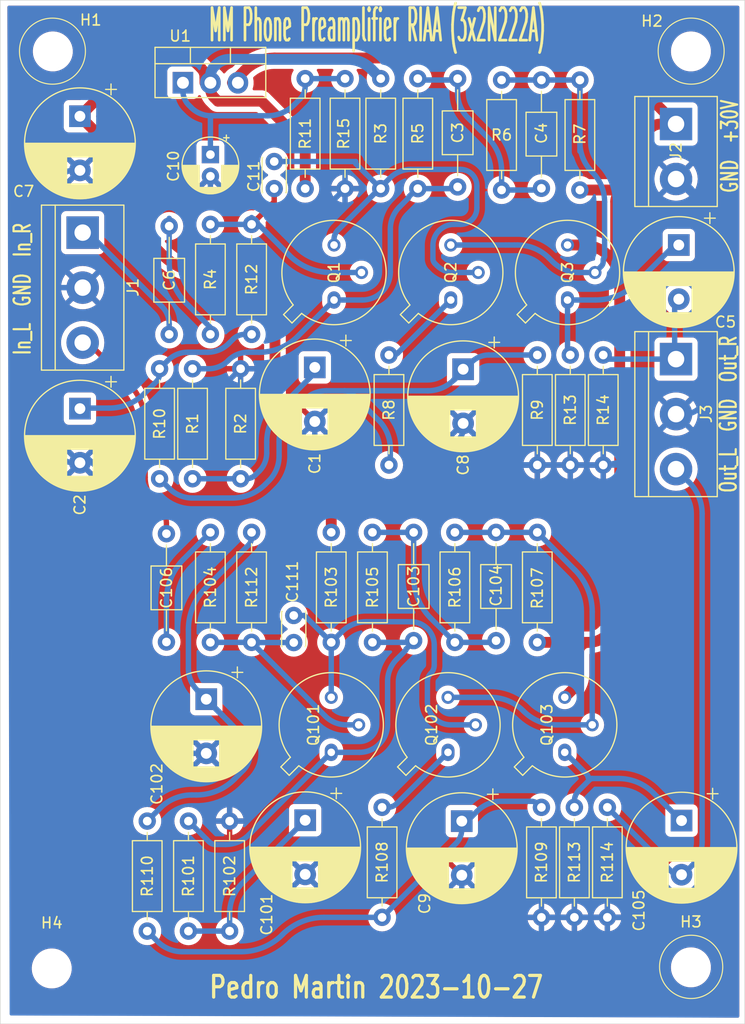
<source format=kicad_pcb>
(kicad_pcb (version 20240108) (generator "pcbnew") (generator_version "8.0")
  (layers (0 "F.Cu" signal) (31 "B.Cu" signal) (34 "B.Paste" user) (35 "F.Paste" user) (36 "B.SilkS" user "B.Silkscreen") (37 "F.SilkS" user "F.Silkscreen") (38 "B.Mask" user) (39 "F.Mask" user) (44 "Edge.Cuts" user))
  (net 0 "")
  (net 1 "Net-(C1-Pad1)")
  (net 2 "Net-(C2-Pad1)")
  (net 3 "Net-(Q1-E)")
  (net 4 "Net-(C3-Pad2)")
  (net 5 "Net-(Q2-C)")
  (net 6 "Net-(Q3-E)")
  (net 7 "Net-(C6-Pad2)")
  (net 8 "Net-(Q1-B)")
  (net 9 "Net-(Q1-C)")
  (net 10 "Net-(Q2-E)")
  (net 11 "Net-(C8-Pad1)")
  (net 12 "GND")
  (net 13 "Output-R")
  (net 14 "Input-R")
  (net 15 "Input-L")
  (net 16 "+VCC")
  (net 17 "Output-L")
  (net 18 "Net-(C101-Pad1)")
  (net 19 "Net-(C102-Pad1)")
  (net 20 "Net-(Q101-E)")
  (net 21 "Net-(C103-Pad2)")
  (net 22 "Net-(Q102-C)")
  (net 23 "Net-(Q103-E)")
  (net 24 "Net-(C106-Pad2)")
  (net 25 "Net-(Q101-B)")
  (net 26 "Net-(Q101-C)")
  (net 27 "Net-(Q102-E)")
  (net 28 "Net-(C9-Pad1)")
  (net 29 "Net-(U1-ADJ)")
  (net 30 "+20V")
  (footprint "Resistor_THT:R_Axial_DIN0207_L6.3mm_D2.5mm_P10.16mm_Horizontal" (layer "F.Cu") (at 89.916 27.813 -90)
    (property "Reference" "R15")
    (property "Value" "3K3")
  )
  (footprint "Resistor_THT:R_Axial_DIN0207_L6.3mm_D2.5mm_P10.16mm_Horizontal" (layer "F.Cu") (at 72.771 54.61 -90)
    (property "Reference" "R10")
    (property "Value" "1K")
  )
  (footprint "Package_TO_SOT_THT:TO-39-3" (layer "F.Cu") (at 88.643356 90.040356 90)
    (property "Reference" "Q101")
    (property "Value" "2N2222")
  )
  (footprint "Capacitor_THT:CP_Radial_D10.0mm_P5.00mm" (layer "F.Cu") (at 100.711 96.393 -90)
    (property "Reference" "C9")
    (property "Value" "300u")
  )
  (footprint "Resistor_THT:R_Axial_DIN0207_L6.3mm_D2.5mm_P10.16mm_Horizontal" (layer "F.Cu") (at 80.264 64.77 90)
    (property "Reference" "R2")
    (property "Value" "1K8")
  )
  (footprint "Package_TO_SOT_THT:TO-39-3" (layer "F.Cu") (at 99.695 48.26 90)
    (property "Reference" "Q2")
    (property "Value" "2N2222")
  )
  (footprint "Resistor_THT:R_Axial_DIN0207_L6.3mm_D2.5mm_P10.16mm_Horizontal" (layer "F.Cu") (at 93.98 53.34 -90)
    (property "Reference" "R8")
    (property "Value" "100")
  )
  (footprint "Resistor_THT:R_Axial_DIN0207_L6.3mm_D2.5mm_P10.16mm_Horizontal" (layer "F.Cu") (at 88.643356 69.720356 -90)
    (property "Reference" "R103")
    (property "Value" "8K2")
  )
  (footprint "Capacitor_THT:CP_Radial_D10.0mm_P5.00mm" (layer "F.Cu") (at 121.031 96.343356 -90)
    (property "Reference" "C105")
    (property "Value" "47u")
  )
  (footprint "Capacitor_THT:C_Disc_D3.0mm_W2.0mm_P2.50mm" (layer "F.Cu") (at 83.37 35.47 -90)
    (property "Reference" "C11")
    (property "Value" "3p3")
  )
  (footprint "Capacitor_THT:CP_Radial_D10.0mm_P5.00mm" (layer "F.Cu") (at 86.233 96.311323 -90)
    (property "Reference" "C101")
    (property "Value" "300u")
  )
  (footprint "Resistor_THT:R_Axial_DIN0207_L6.3mm_D2.5mm_P10.16mm_Horizontal" (layer "F.Cu") (at 77.467356 69.720356 -90)
    (property "Reference" "R104")
    (property "Value" "100")
  )
  (footprint "Capacitor_THT:CP_Radial_D5.0mm_P2.00mm" (layer "F.Cu") (at 77.47 34.83 -90)
    (property "Reference" "C10")
    (property "Value" "10u")
  )
  (footprint "Capacitor_THT:CP_Radial_D10.0mm_P5.00mm" (layer "F.Cu") (at 65.405 58.293 -90)
    (property "Reference" "C2")
    (property "Value" "300u")
  )
  (footprint "Resistor_THT:R_Axial_DIN0207_L6.3mm_D2.5mm_P10.16mm_Horizontal" (layer "F.Cu") (at 81.28 41.275 -90)
    (property "Reference" "R12")
    (property "Value" "47K")
  )
  (footprint "Package_TO_SOT_THT:TO-220-3_Vertical" (layer "F.Cu") (at 74.93 28.194)
    (property "Reference" "U1")
    (property "Value" "LM317_TO-220")
  )
  (footprint "Resistor_THT:R_Axial_DIN0207_L6.3mm_D2.5mm_P10.16mm_Horizontal" (layer "F.Cu") (at 92.453356 79.880356 90)
    (property "Reference" "R105")
    (property "Value" "12K")
  )
  (footprint "Capacitor_THT:C_Axial_L3.8mm_D2.6mm_P10.00mm_Horizontal" (layer "F.Cu") (at 73.403356 69.847356 -90)
    (property "Reference" "C106")
    (property "Value" "1uF")
  )
  (footprint "Resistor_THT:R_Axial_DIN0207_L6.3mm_D2.5mm_P10.16mm_Horizontal" (layer "F.Cu") (at 108.077 95.123 -90)
    (property "Reference" "R109")
    (property "Value" "1K8")
  )
  (footprint "Resistor_THT:R_Axial_DIN0207_L6.3mm_D2.5mm_P10.16mm_Horizontal" (layer "F.Cu") (at 75.438 96.390356 -90)
    (property "Reference" "R101")
    (property "Value" "150")
  )
  (footprint "TerminalBlock:TerminalBlock_bornier-3_P5.08mm" (layer "F.Cu") (at 120.523 53.721 -90)
    (property "Reference" "J3")
    (property "Value" "Conn_01x03_Pin")
  )
  (footprint "Resistor_THT:R_Axial_DIN0207_L6.3mm_D2.5mm_P10.16mm_Horizontal" (layer "F.Cu") (at 110.744 53.34 -90)
    (property "Reference" "R13")
    (property "Value" "4K7")
  )
  (footprint "Capacitor_THT:C_Axial_L3.8mm_D2.6mm_P10.00mm_Horizontal" (layer "F.Cu") (at 108.077 37.94 90)
    (property "Reference" "C4")
    (property "Value" "22n")
  )
  (footprint "MountingHole:MountingHole_3.2mm_M3" (layer "F.Cu") (at 62.9 25.3)
    (property "Reference" "H1")
    (property "Value" "MountingHole" (hide yes))
  )
  (footprint "Capacitor_THT:C_Axial_L3.8mm_D2.6mm_P10.00mm_Horizontal" (layer "F.Cu") (at 103.883356 79.723 90)
    (property "Reference" "C104")
    (property "Value" "22n")
  )
  (footprint "Resistor_THT:R_Axial_DIN0207_L6.3mm_D2.5mm_P10.16mm_Horizontal" (layer "F.Cu") (at 113.792 53.34 -90)
    (property "Reference" "R14")
    (property "Value" "10K")
  )
  (footprint "Resistor_THT:R_Axial_DIN0207_L6.3mm_D2.5mm_P10.16mm_Horizontal" (layer "F.Cu") (at 86.233 37.973 90)
    (property "Reference" "R11")
    (property "Value" "220")
  )
  (footprint "Capacitor_THT:CP_Radial_D10.0mm_P5.00mm" (layer "F.Cu") (at 77.086356 85.132679 -90)
    (property "Reference" "C102")
    (property "Value" "300u")
  )
  (footprint "Capacitor_THT:C_Axial_L3.8mm_D2.6mm_P10.00mm_Horizontal" (layer "F.Cu") (at 73.66 51.435 90)
    (property "Reference" "C6")
    (property "Value" "1uF")
  )
  (footprint "Resistor_THT:R_Axial_DIN0207_L6.3mm_D2.5mm_P10.16mm_Horizontal" (layer "F.Cu") (at 96.647 37.973 90)
    (property "Reference" "R5")
    (property "Value" "12K")
  )
  (footprint "TerminalBlock:TerminalBlock_bornier-3_P5.08mm" (layer "F.Cu") (at 65.659 42.037 -90)
    (property "Reference" "J1")
    (property "Value" "Conn_01x03_Pin")
  )
  (footprint "Capacitor_THT:C_Axial_L3.8mm_D2.6mm_P10.00mm_Horizontal" (layer "F.Cu") (at 100.33 37.813 90)
    (property "Reference" "C3")
    (property "Value" "6n8")
  )
  (footprint "Resistor_THT:R_Axial_DIN0207_L6.3mm_D2.5mm_P10.16mm_Horizontal" (layer "F.Cu") (at 111.633 27.94 -90)
    (property "Reference" "R7")
    (property "Value" "6K")
  )
  (footprint "Resistor_THT:R_Axial_DIN0207_L6.3mm_D2.5mm_P10.16mm_Horizontal" (layer "F.Cu") (at 75.819 54.61 -90)
    (property "Reference" "R1")
    (property "Value" "150")
  )
  (footprint "Resistor_THT:R_Axial_DIN0207_L6.3mm_D2.5mm_P10.16mm_Horizontal" (layer "F.Cu") (at 114.173 95.120356 -90)
    (property "Reference" "R114")
    (property "Value" "10K")
  )
  (footprint "TerminalBlock:TerminalBlock_bornier-2_P5.08mm" (layer "F.Cu") (at 120.523 32.004 -90)
    (property "Reference" "J2")
    (property "Value" "Conn_01x02_Pin" (hide yes))
  )
  (footprint "Capacitor_THT:CP_Radial_D10.0mm_P5.00mm" (layer "F.Cu") (at 87.122 54.483 -90)
    (property "Reference" "C1")
    (property "Value" "300u")
  )
  (footprint "Resistor_THT:R_Axial_DIN0207_L6.3mm_D2.5mm_P10.16mm_Horizontal" (layer "F.Cu") (at 81.277356 79.880356 90)
    (property "Reference" "R112")
    (property "Value" "47K")
  )
  (footprint "Resistor_THT:R_Axial_DIN0207_L6.3mm_D2.5mm_P10.16mm_Horizontal" (layer "F.Cu") (at 111.125 95.120356 -90)
    (property "Reference" "R113")
    (property "Value" "4K7")
  )
  (footprint "Capacitor_THT:C_Axial_L3.8mm_D2.6mm_P10.00mm_Horizontal" (layer "F.Cu") (at 96.263356 79.723 90)
    (property "Reference" "C103")
    (property "Value" "6n8")
  )
  (footprint "Package_TO_SOT_THT:TO-39-3" (layer "F.Cu") (at 110.49 48.26 90)
    (property "Reference" "Q3")
    (property "Value" "2N2222")
  )
  (footprint "Resistor_THT:R_Axial_DIN0207_L6.3mm_D2.5mm_P10.16mm_Horizontal" (layer "F.Cu") (at 93.345 95.120356 -90)
    (property "Reference" "R108")
    (property "Value" "100")
  )
  (footprint "Package_TO_SOT_THT:TO-39-3" (layer "F.Cu") (at 110.233356 90.040356 90)
    (property "Reference" "Q103")
    (property "Value" "2N2222")
  )
  (footprint "MountingHole:MountingHole_3.2mm_M3" (layer "F.Cu") (at 62.8 110)
    (property "Reference" "H4")
    (property "Value" "MountingHole" (hide yes))
  )
  (footprint "Resistor_THT:R_Axial_DIN0207_L6.3mm_D2.5mm_P10.16mm_Horizontal" (layer "F.Cu") (at 71.628 96.390356 -90)
    (property "Reference" "R110")
    (property "Value" "1K")
  )
  (footprint "Capacitor_THT:C_Disc_D3.0mm_W2.0mm_P2.50mm" (layer "F.Cu") (at 85.175 77.4 -90)
    (property "Reference" "C111")
    (property "Value" "3p3")
  )
  (footprint "Capacitor_THT:CP_Radial_D10.0mm_P5.00mm" (layer "F.Cu") (at 100.838 54.655323 -90)
    (property "Reference" "C8")
    (property "Value" "300u")
  )
  (footprint "Resistor_THT:R_Axial_DIN0207_L6.3mm_D2.5mm_P10.16mm_Horizontal" (layer "F.Cu") (at 107.696 53.34 -90)
    (property "Reference" "R9")
    (property "Value" "1K8")
  )
  (footprint "Resistor_THT:R_Axial_DIN0207_L6.3mm_D2.5mm_P10.16mm_Horizontal" (layer "F.Cu") (at 100.073356 79.880356 90)
    (property "Reference" "R106")
    (property "Value" "270K")
  )
  (footprint "MountingHole:MountingHole_3.2mm_M3" (layer "F.Cu") (at 121.9 25.3)
    (property "Reference" "H2")
    (property "Value" "MountingHole" (hide yes))
  )
  (footprint "Capacitor_THT:CP_Radial_D10.0mm_P5.00mm" (layer "F.Cu") (at 65.405 31.287323 -90)
    (property "Reference" "C7")
    (property "Value" "47u")
  )
  (footprint "Resistor_THT:R_Axial_DIN0207_L6.3mm_D2.5mm_P10.16mm_Horizontal" (layer "F.Cu") (at 77.47 51.435 90)
    (property "Reference" "R4")
    (property "Value" "100")
  )
  (footprint "Resistor_THT:R_Axial_DIN0207_L6.3mm_D2.5mm_P10.16mm_Horizontal" (layer "F.Cu") (at 104.394 38.1 90)
    (property "Reference" "R6")
    (property "Value" "270K")
  )
  (footprint "Package_TO_SOT_THT:TO-39-3" (layer "F.Cu") (at 88.9 48.26 90)
    (property "Reference" "Q1")
    (property "Value" "2N2222")
  )
  (footprint "Package_TO_SOT_THT:TO-39-3" (layer "F.Cu") (at 99.438356 90.040356 90)
    (property "Reference" "Q102")
    (property "Value" "2N2222")
  )
  (footprint "Resistor_THT:R_Axial_DIN0207_L6.3mm_D2.5mm_P10.16mm_Horizontal" (layer "F.Cu") (at 79.248 106.550356 90)
    (property "Reference" "R102")
    (property "Value" "1K8")
  )
  (footprint "Capacitor_THT:CP_Radial_D10.0mm_P5.00mm" (layer "F.Cu") (at 120.777 43.18 -90)
    (property "Reference" "C5")
    (property "Value" "47u")
  )
  (footprint "MountingHole:MountingHole_3.2mm_M3" (layer "F.Cu") (at 121.9 109.9)
    (property "Reference" "H3")
    (property "Value" "MountingHole" (hide yes))
  )
  (footprint "Resistor_THT:R_Axial_DIN0207_L6.3mm_D2.5mm_P10.16mm_Horizontal" (layer "F.Cu") (at 107.693356 79.880356 90)
    (property "Reference" "R107")
    (property "Value" "6K")
  )
  (footprint "Resistor_THT:R_Axial_DIN0207_L6.3mm_D2.5mm_P10.16mm_Horizontal" (layer "F.Cu") (at 93.218 27.813 -90)
    (property "Reference" "R3")
    (property "Value" "8K2")
  )
  (gr_circle (center 121.92 109.855) (end 124.838356 109.982) (stroke (width 0.1)) (fill none) (layer "F.SilkS"))
  (gr_circle (center 121.92 25.273) (end 124.968 25.4) (stroke (width 0.1)) (fill none) (layer "F.SilkS"))
  (gr_circle (center 62.865 25.275644) (end 65.913 25.402644) (stroke (width 0.1)) (fill none) (layer "F.SilkS"))
  (gr_rect (start 58.04 20.575) (end 126.875 115.1205) (stroke (width 0.05)) (fill none) (layer "Edge.Cuts"))
  (gr_text "GND  +30V" (at 126.365 38.481 90) (layer "F.SilkS") (effects (font (size 1.5 1) (thickness 0.2) (bold yes)) (justify left bottom)))
  (gr_text "MM Phone Preamplifier RIAA (3x2N222A)" (at 77.216 24.638 0) (layer "F.SilkS") (effects (font (size 3 1) (thickness 0.25) (bold yes)) (justify left bottom)))
  (gr_text "Out_L  GND  Out_R" (at 126.238 66.167 90) (layer "F.SilkS") (effects (font (size 1.5 1) (thickness 0.2) (bold yes)) (justify left bottom)))
  (gr_text "Pedro Martin 2023-10-27" (at 77.216 112.903 0) (layer "F.SilkS") (effects (font (size 2 1.5) (thickness 0.3) (bold yes)) (justify left bottom)))
  (gr_text "In_L  GND  In_R" (at 60.96 53.467 90) (layer "F.SilkS") (effects (font (size 1.5 1) (thickness 0.2) (bold yes)) (justify left bottom)))
  (segment (start 79.756 64.77) (end 78.74 64.77) (width 0.5) (layer "B.Cu") (net 1))
  (segment (start 81.978499 64.071499) (end 81.63921 64.410789) (width 0.5) (layer "B.Cu") (net 1))
  (segment (start 82.677 61.4045) (end 82.677 62.385171) (width 0.5) (layer "B.Cu") (net 1))
  (segment (start 80.518 64.77) (end 80.01 64.77) (width 0.5) (layer "B.Cu") (net 1))
  (segment (start 78.74 64.77) (end 75.819 64.77) (width 0.5) (layer "B.Cu") (net 1))
  (segment (start 80.518 64.77) (end 80.772 64.77) (width 0.5) (layer "B.Cu") (net 1))
  (segment (start 84.068939 58.04406) (end 87.63 54.483) (width 0.5) (layer "B.Cu") (net 1))
  (segment (start 79.756 64.77) (end 80.01 64.77) (width 0.5) (layer "B.Cu") (net 1))
  (arc (start 82.677 61.4045) (mid 83.038753 59.585843) (end 84.068939 58.04406) (width 0.5) (layer "B.Cu") (net 1))
  (arc (start 81.63921 64.410789) (mid 81.24133 64.676644) (end 80.772 64.77) (width 0.5) (layer "B.Cu") (net 1))
  (arc (start 81.978499 64.071499) (mid 82.495465 63.297805) (end 82.677 62.385171) (width 0.5) (layer "B.Cu") (net 1))
  (segment (start 77.191566 53.086) (end 75.37263 53.086) (width 0.5) (layer "B.Cu") (net 2))
  (segment (start 68.081577 58.246) (end 66.04 58.246) (width 0.5) (layer "B.Cu") (net 2))
  (segment (start 79.560987 51.884012) (end 79.1845 52.2605) (width 0.5) (layer "B.Cu") (net 2))
  (segment (start 80.645 51.435) (end 81.28 51.435) (width 0.5) (layer "B.Cu") (net 2))
  (segment (start 73.533 53.848) (end 73.085308 54.295691) (width 0.5) (layer "B.Cu") (net 2))
  (segment (start 71.3975 56.8725) (end 72.456691 55.813308) (width 0.5) (layer "B.Cu") (net 2))
  (arc (start 72.456691 55.813308) (mid 72.689313 55.465164) (end 72.771 55.0545) (width 0.5) (layer "B.Cu") (net 2))
  (arc (start 79.560987 51.884012) (mid 80.058336 51.551694) (end 80.645 51.435) (width 0.5) (layer "B.Cu") (net 2))
  (arc (start 71.3975 56.8725) (mid 69.876141 57.889038) (end 68.081577 58.246) (width 0.5) (layer "B.Cu") (net 2))
  (arc (start 77.191566 53.086) (mid 78.270134 52.871459) (end 79.1845 52.2605) (width 0.5) (layer "B.Cu") (net 2))
  (arc (start 73.533 53.848) (mid 74.377029 53.284037) (end 75.37263 53.086) (width 0.5) (layer "B.Cu") (net 2))
  (segment (start 95.776715 38.843284) (end 94.956 39.664) (width 0.5) (layer "B.Cu") (net 3))
  (segment (start 77.281369 54.61) (end 75.819 54.61) (width 0.5) (layer "B.Cu") (net 3))
  (segment (start 88.9 48.26) (end 85.555742 51.604257) (width 0.5) (layer "B.Cu") (net 3))
  (segment (start 80.96063 53.086) (end 81.9785 53.086) (width 0.5) (layer "B.Cu") (net 3))
  (segment (start 100.056862 37.973) (end 96.647 37.973) (width 0.5) (layer "B.Cu") (net 3))
  (segment (start 95.833284 38.706715) (end 96.52 38.02) (width 0.5) (layer "B.Cu") (net 3))
  (segment (start 94.107 45.658369) (end 94.107 41.713667) (width 0.5) (layer "B.Cu") (net 3))
  (segment (start 91.505369 48.26) (end 88.9 48.26) (width 0.5) (layer "B.Cu") (net 3))
  (segment (start 100.25 37.893) (end 100.33 37.813) (width 0.5) (layer "B.Cu") (net 3))
  (arc (start 93.345 47.498) (mid 93.908962 46.65397) (end 94.107 45.658369) (width 0.5) (layer "B.Cu") (net 3))
  (arc (start 80.96063 53.086) (mid 79.965029 53.284037) (end 79.121 53.848) (width 0.5) (layer "B.Cu") (net 3))
  (arc (start 93.345 47.498) (mid 92.50097 48.061962) (end 91.505369 48.26) (width 0.5) (layer "B.Cu") (net 3))
  (arc (start 79.121 53.848) (mid 78.27697 54.411962) (end 77.281369 54.61) (width 0.5) (layer "B.Cu") (net 3))
  (arc (start 95.805 38.775) (mid 95.797648 38.811955) (end 95.776715 38.843284) (width 0.5) (layer "B.Cu") (net 3))
  (arc (start 94.107 41.713667) (mid 94.327647 40.604395) (end 94.956 39.664) (width 0.5) (layer "B.Cu") (net 3))
  (arc (start 100.25 37.893) (mid 100.161387 37.952208) (end 100.056862 37.973) (width 0.5) (layer "B.Cu") (net 3))
  (arc (start 95.805 38.775) (mid 95.81235 38.738044) (end 95.833284 38.706715) (width 0.5) (layer "B.Cu") (net 3))
  (arc (start 85.555742 51.604257) (mid 83.914489 52.700907) (end 81.9785 53.086) (width 0.5) (layer "B.Cu") (net 3))
  (segment (start 96.647 27.94) (end 100.25 27.94) (width 0.5) (layer "B.Cu") (net 4))
  (segment (start 100.33 29.1465) (end 100.33 27.813) (width 0.5) (layer "B.Cu") (net 4))
  (segment (start 101.272926 31.422926) (end 103.136764 33.286764) (width 0.5) (layer "B.Cu") (net 4))
  (segment (start 107.997 38.02) (end 108.077 37.94) (width 0.5) (layer "B.Cu") (net 4))
  (segment (start 104.394 38.1) (end 107.803862 38.1) (width 0.5) (layer "B.Cu") (net 4))
  (segment (start 104.394 38.1) (end 104.394 36.322) (width 0.5) (layer "B.Cu") (net 4))
  (arc (start 103.136764 33.286764) (mid 104.067255 34.679342) (end 104.394 36.322) (width 0.5) (layer "B.Cu") (net 4))
  (arc (start 107.997 38.02) (mid 107.908387 38.079208) (end 107.803862 38.1) (width 0.5) (layer "B.Cu") (net 4))
  (arc (start 100.33 29.1465) (mid 100.575058 30.378493) (end 101.272926 31.422926) (width 0.5) (layer "B.Cu") (net 4))
  (segment (start 111.633 27.94) (end 111.633 34.524727) (width 0.5) (layer "B.Cu") (net 5))
  (segment (start 113.919 44.233197) (end 113.919 39.208446) (width 0.5) (layer "B.Cu") (net 5))
  (segment (start 104.774999 43.18) (end 103.687248 43.18) (width 0.5) (layer "B.Cu") (net 5))
  (segment (start 105.590813 43.18) (end 105.046937 43.18) (width 0.5) (layer "B.Cu") (net 5))
  (segment (start 105.590813 43.18) (end 105.862751 43.18) (width 0.5) (layer "B.Cu") (net 5))
  (segment (start 111.633 27.94) (end 104.394 27.94) (width 0.5) (layer "B.Cu") (net 5))
  (segment (start 103.687248 43.18) (end 99.695 43.18) (width 0.5) (layer "B.Cu") (net 5))
  (segment (start 111.5695 45.72) (end 113.03 45.72) (width 0.5) (layer "B.Cu") (net 5))
  (segment (start 105.046937 43.18) (end 104.774999 43.18) (width 0.5) (layer "B.Cu") (net 5))
  (segment (start 113.792 44.704) (end 113.792 44.539802) (width 0.5) (layer "B.Cu") (net 5))
  (segment (start 109.07627 44.68727) (end 108.7755 44.3865) (width 0.5) (layer "B.Cu") (net 5))
  (segment (start 111.633 27.94) (end 111.633 33.689553) (width 0.5) (layer "B.Cu") (net 5))
  (segment (start 113.612394 45.137605) (end 113.03 45.72) (width 0.5) (layer "B.Cu") (net 5))
  (arc (start 113.919 44.233197) (mid 113.902496 44.316164) (end 113.8555 44.3865) (width 0.5) (layer "B.Cu") (net 5))
  (arc (start 113.8555 44.3865) (mid 113.808503 44.456835) (end 113.792 44.539802) (width 0.5) (layer "B.Cu") (net 5))
  (arc (start 111.5695 45.72) (mid 110.220173 45.451602) (end 109.07627 44.68727) (width 0.5) (layer "B.Cu") (net 5))
  (arc (start 105.862751 43.18) (mid 107.439119 43.493559) (end 108.7755 44.3865) (width 0.5) (layer "B.Cu") (net 5))
  (arc (start 111.633 33.689553) (mid 111.930056 35.182955) (end 112.776 36.449) (width 0.5) (layer "B.Cu") (net 5))
  (arc (start 113.792 44.704) (mid 113.745321 44.938665) (end 113.612394 45.137605) (width 0.5) (layer "B.Cu") (net 5))
  (arc (start 112.776 36.449) (mid 113.621943 37.715044) (end 113.919 39.208446) (width 0.5) (layer "B.Cu") (net 5))
  (segment (start 110.49 48.26) (end 110.49 53.086) (width 0.5) (layer "B.Cu") (net 6))
  (segment (start 116.909792 46.666207) (end 120.396 43.18) (width 0.5) (layer "B.Cu") (net 6))
  (segment (start 113.062036 48.26) (end 110.49 48.26) (width 0.5) (layer "B.Cu") (net 6))
  (arc (start 116.909792 46.666207) (mid 115.144426 47.845786) (end 113.062036 48.26) (width 0.5) (layer "B.Cu") (net 6))
  (segment (start 75.253792 48.583792) (end 77.47 50.8) (width 0.5) (layer "B.Cu") (net 7))
  (segment (start 73.66 44.736036) (end 73.66 40.72) (width 0.5) (layer "B.Cu") (net 7))
  (arc (start 75.253792 48.583792) (mid 74.074213 46.818426) (end 73.66 44.736036) (width 0.5) (layer "B.Cu") (net 7))
  (segment (start 83.37 37.97) (end 83.37 39.185) (width 0.5) (layer "F.Cu") (net 8))
  (segment (start 83.37 39.185) (end 81.28 41.275) (width 0.5) (layer "F.Cu") (net 8))
  (segment (start 77.47 41.275) (end 81.28 41.275) (width 0.5) (layer "B.Cu") (net 8))
  (segment (start 84.766207 44.126207) (end 81.28 40.64) (width 0.5) (layer "B.Cu") (net 8))
  (segment (start 88.613963 45.72) (end 91.44 45.72) (width 0.5) (layer "B.Cu") (net 8))
  (arc (start 84.766207 44.126207) (mid 86.531572 45.305786) (end 88.613963 45.72) (width 0.5) (layer "B.Cu") (net 8))
  (segment (start 100.590382 41.275) (end 99.995223 41.275) (width 0.5) (layer "B.Cu") (net 9))
  (segment (start 88.9 42.672) (end 88.9 43.18) (width 0.5) (layer "B.Cu") (net 9))
  (segment (start 90.91 35.665) (end 93.218 37.973) (width 0.5) (layer "B.Cu") (net 9))
  (segment (start 94.060776 37.003222) (end 89.25921 41.804789) (width 0.5) (layer "B.Cu") (net 9))
  (segment (start 98.044 44.434592) (end 98.044 43.226223) (width 0.5) (layer "B.Cu") (net 9))
  (segment (start 98.425 45.085) (end 98.2345 44.8945) (width 0.5) (layer "B.Cu") (net 9))
  (segment (start 102.108 39.757382) (end 102.108 37.712617) (width 0.5) (layer "B.Cu") (net 9))
  (segment (start 83.37 35.47) (end 90.91 35.47) (width 0.5) (layer "B.Cu") (net 9))
  (segment (start 100.590382 36.195) (end 96.012 36.195) (width 0.5) (layer "B.Cu") (net 9))
  (segment (start 90.91 35.47) (end 90.91 35.665) (width 0.5) (layer "B.Cu") (net 9))
  (segment (start 99.958025 45.72) (end 102.235 45.72) (width 0.5) (layer "B.Cu") (net 9))
  (arc (start 98.044 44.434592) (mid 98.093509 44.683492) (end 98.2345 44.8945) (width 0.5) (layer "B.Cu") (net 9))
  (arc (start 101.6635 36.6395) (mid 101.171149 36.310521) (end 100.590382 36.195) (width 0.5) (layer "B.Cu") (net 9))
  (arc (start 99.995223 41.275) (mid 99.248522 41.423528) (end 98.6155 41.8465) (width 0.5) (layer "B.Cu") (net 9))
  (arc (start 101.6635 36.6395) (mid 101.992478 37.13185) (end 102.108 37.712617) (width 0.5) (layer "B.Cu") (net 9))
  (arc (start 94.060776 37.003222) (mid 94.956005 36.40505) (end 96.012 36.195) (width 0.5) (layer "B.Cu") (net 9))
  (arc (start 102.108 39.757382) (mid 101.992478 40.338149) (end 101.6635 40.8305) (width 0.5) (layer "B.Cu") (net 9))
  (arc (start 101.6635 40.8305) (mid 101.171149 41.159478) (end 100.590382 41.275) (width 0.5) (layer "B.Cu") (net 9))
  (arc (start 98.425 45.085) (mid 99.128357 45.554968) (end 99.958025 45.72) (width 0.5) (layer "B.Cu") (net 9))
  (arc (start 88.9 42.672) (mid 88.993355 42.202669) (end 89.25921 41.804789) (width 0.5) (layer "B.Cu") (net 9))
  (arc (start 98.6155 41.8465) (mid 98.192528 42.479522) (end 98.044 43.226223) (width 0.5) (layer "B.Cu") (net 9))
  (segment (start 94.794605 53.160394) (end 99.695 48.26) (width 0.5) (layer "B.Cu") (net 10))
  (arc (start 94.794605 53.160394) (mid 94.595665 53.293321) (end 94.361 53.34) (width 0.5) (layer "B.Cu") (net 10))
  (segment (start 99.981153 55.639163) (end 99.980968 55.639347) (width 0.5) (layer "B.Cu") (net 11))
  (segment (start 100.088191 55.532119) (end 100.088713 55.531596) (width 0.5) (layer "B.Cu") (net 11))
  (segment (start 99.973625 55.646692) (end 99.974053 55.646262) (width 0.5) (layer "B.Cu") (net 11))
  (segment (start 100.103189 55.517121) (end 100.103435 55.516875) (width 0.5) (layer "B.Cu") (net 11))
  (segment (start 100.043602 55.576709) (end 100.044186 55.576125) (width 0.5) (layer "B.Cu") (net 11))
  (segment (start 100.045903 55.574405) (end 100.045412 55.574896) (width 0.5) (layer "B.Cu") (net 11))
  (segment (start 100.203989 55.416319) (end 100.202206 55.418102) (width 0.5) (layer "B.Cu") (net 11))
  (segment (start 99.974484 55.645831) (end 99.9743 55.646016) (width 0.5) (layer "B.Cu") (net 11))
  (segment (start 93.029369 59.374369) (end 90.611308 56.956308) (width 0.5) (layer "B.Cu") (net 11))
  (segment (start 99.975591 55.644724) (end 99.974976 55.645339) (width 0.5) (layer "B.Cu") (net 11))
  (segment (start 82.878007 64.949992) (end 82.55 65.278) (width 0.5) (layer "B.Cu") (net 11))
  (segment (start 100.218496 55.401812) (end 100.215299 55.405009) (width 0.5) (layer "B.Cu") (net 11))
  (segment (start 100.02599 55.594319) (end 100.025498 55.594811) (width 0.5) (layer "B.Cu") (net 11))
  (segment (start 100.193171 55.427135) (end 100.191696 55.42861) (width 0.5) (layer "B.Cu") (net 11))
  (segment (start 100.087086 55.533223) (end 100.08684 55.533468) (width 0.5) (layer "B.Cu") (net 11))
  (segment (start 100.160474 55.459833) (end 100.152607 55.4677) (width 0.5) (layer "B.Cu") (net 11))
  (segment (start 100.009886 55.610425) (end 100.009702 55.61061) (width 0.5) (layer "B.Cu") (net 11))
  (segment (start 100.131646 55.488663) (end 100.132322 55.487986) (width 0.5) (layer "B.Cu") (net 11))
  (segment (start 100.047042 55.573267) (end 100.047749 55.572561) (width 0.5) (layer "B.Cu") (net 11))
  (segment (start 100.127281 55.493027) (end 100.127035 55.493274) (width 0.5) (layer "B.Cu") (net 11))
  (segment (start 103.210396 53.34) (end 107.696 53.34) (width 0.5) (layer "B.Cu") (net 11))
  (segment (start 100.240623 55.379687) (end 100.239394 55.380916) (width 0.5) (layer "B.Cu") (net 11))
  (segment (start 100.082044 55.538264) (end 100.079708 55.5406) (width 0.5) (layer "B.Cu") (net 11))
  (segment (start 99.971752 55.648567) (end 99.971782 55.648537) (width 0.5) (layer "B.Cu") (net 11))
  (segment (start 100.045228 55.57508) (end 100.045412 55.574896) (width 0.5) (layer "B.Cu") (net 11))
  (segment (start 99.974853 55.645462) (end 99.974976 55.645339) (width 0.5) (layer "B.Cu") (net 11))
  (segment (start 100.209152 55.411156) (end 100.203989 55.416319) (width 0.5) (layer "B.Cu") (net 11))
  (segment (start 100.01886 55.60145) (end 100.016893 55.603416) (width 0.5) (layer "B.Cu") (net 11))
  (segment (start 100.117201 55.503108) (end 100.115234 55.505075) (width 0.5) (layer "B.Cu") (net 11))
  (segment (start 100.126053 55.494256) (end 100.125561 55.494747) (width 0.5) (layer "B.Cu") (net 11))
  (segment (start 100.194892 55.425415) (end 100.194154 55.426153) (width 0.5) (layer "B.Cu") (net 11))
  (segment (start 99.989789 55.630523) (end 99.989205 55.631107) (width 0.5) (layer "B.Cu") (net 11))
  (segment (start 100.007549 55.612761) (end 100.007058 55.613252) (width 0.5) (layer "B.Cu") (net 11))
  (segment (start 100.086716 55.533591) (end 100.08684 55.533468) (width 0.5) (layer "B.Cu") (net 11))
  (segment (start 100.097902 55.522406) (end 100.096672 55.523635) (width 0.5) (layer "B.Cu") (net 11))
  (segment (start 89.8525 56.642) (end 88.2015 56.642) (width 0.5) (layer "B.Cu") (net 11))
  (segment (start 100.202206 55.418102) (end 100.200609 55.419699) (width 0.5) (layer "B.Cu") (net 11))
  (segment (start 100.124577 55.495731) (end 100.124332 55.495977) (width 0.5) (layer "B.Cu") (net 11))
  (segment (start 100.176208 55.444099) (end 100.168341 55.451966) (width 0.5) (layer "B.Cu") (net 11))
  (segment (start 100.19901 55.421296) (end 100.198826 55.421481) (width 0.5) (layer "B.Cu") (net 11))
  (segment (start 100.02476 55.595548) (end 100.022793 55.597515) (width 0.5) (layer "B.Cu") (net 11))
  (segment (start 100.236627 55.383681) (end 100.236936 55.383374) (width 0.5) (layer "B.Cu") (net 11))
  (segment (start 100.032998 55.587312) (end 100.030416 55.589894) (width 0.5) (layer "B.Cu") (net 11))
  (segment (start 99.981246 55.639071) (end 99.981153 55.639163) (width 0.5) (layer "B.Cu") (net 11))
  (segment (start 100.186779 55.433528) (end 100.184075 55.436232) (width 0.5) (layer "B.Cu") (net 11))
  (segment (start 73.66 65.659) (end 72.771 64.77) (width 0.5) (layer "B.Cu") (net 11))
  (segment (start 99.98469 55.635625) (end 99.984935 55.635379) (width 0.5) (layer "B.Cu") (net 11))
  (segment (start 83.82 61.343643) (end 83.82 62.675821) (width 0.5) (layer "B.Cu") (net 11))
  (segment (start 86.141875 57.495124) (end 84.8995 58.7375) (width 0.5) (layer "B.Cu") (net 11))
  (segment (start 100.05623 55.56408) (end 100.052912 55.567398) (width 0.5) (layer "B.Cu") (net 11))
  (segment (start 100.045105 55.575203) (end 100.045044 55.575265) (width 0.5) (layer "B.Cu") (net 11))
  (segment (start 99.976205 55.644109) (end 99.975591 55.644724) (width 0.5) (layer "B.Cu") (net 11))
  (segment (start 99.989205 55.631107) (end 99.988037 55.632275) (width 0.5) (layer "B.Cu") (net 11))
  (segment (start 99.991971 55.628341) (end 99.992802 55.62751) (width 0.5) (layer "B.Cu") (net 11))
  (segment (start 100.241852 55.378458) (end 100.240623 55.379687) (width 0.5) (layer "B.Cu") (net 11))
  (segment (start 100.120489 55.499819) (end 100.119813 55.500495) (width 0.5) (layer "B.Cu") (net 11))
  (segment (start 100.223412 55.396895) (end 100.221384 55.398924) (width 0.5) (layer "B.Cu") (net 11))
  (segment (start 99.972089 55.64823) (end 99.972151 55.648168) (width 0.5) (layer "B.Cu") (net 11))
  (segment (start 100.000728 55.619582) (end 100.001312 55.618998) (width 0.5) (layer "B.Cu") (net 11))
  (segment (start 100.043602 55.576709) (end 100.042434 55.577877) (width 0.5) (layer "B.Cu") (net 11))
  (segment (start 99.979524 55.64079) (end 99.978909 55.641405) (width 0.5) (layer "B.Cu") (net 11))
  (segment (start 100.046119 55.574189) (end 100.045903 55.574405) (width 0.5) (layer "B.Cu") (net 11))
  (segment (start 100.011607 55.608703) (end 100.010992 55.609318) (width 0.5) (layer "B.Cu") (net 11))
  (segment (start 100.034227 55.586083) (end 100.032998 55.587312) (width 0.5) (layer "B.Cu") (net 11))
  (segment (start 99.997713 55.622596) (end 99.998545 55.621765) (width 0.5) (layer "B.Cu") (net 11))
  (segment (start 100.233246 55.387062) (end 100.228329 55.391979) (width 0.5) (layer "B.Cu") (net 11))
  (segment (start 100.075899 55.544409) (end 100.07587 55.544439) (width 0.5) (layer "B.Cu") (net 11))
  (segment (start 100.014926 55.605383) (end 100.012959 55.607351) (width 0.5) (layer "B.Cu") (net 11))
  (segment (start 100.189238 55.431069) (end 100.186779 55.433528) (width 0.5) (layer "B.Cu") (net 11))
  (segment (start 100.109335 55.510975) (end 100.107368 55.512942) (width 0.5) (layer "B.Cu") (net 11))
  (segment (start 100.089758 55.530551) (end 100.09068 55.529628) (width 0.5) (layer "B.Cu") (net 11))
  (segment (start 100.028694 55.591615) (end 100.028941 55.591369) (width 0.5) (layer "B.Cu") (net 11))
  (segment (start 100.101714 55.518596) (end 100.099131 55.521177) (width 0.5) (layer "B.Cu") (net 11))
  (segment (start 99.9818 55.638516) (end 99.981739 55.638578) (width 0.5) (layer "B.Cu") (net 11))
  (segment (start 100.012959 55.607351) (end 100.012314 55.607997) (width 0.5) (layer "B.Cu") (net 11))
  (segment (start 100.139451 55.480856) (end 100.13687 55.483438) (width 0.5) (layer "B.Cu") (net 11))
  (segment (start 100.093261 55.527047) (end 100.096672 55.523635) (width 0.5) (layer "B.Cu") (net 11))
  (segment (start 94.107 61.976) (end 94.107 63.5) (width 0.5) (layer "B.Cu") (net 11))
  (segment (start 99.981923 55.638391) (end 99.9818 55.638516) (width 0.5) (layer "B.Cu") (net 11))
  (segment (start 99.979524 55.64079) (end 99.979832 55.640483) (width 0.5) (layer "B.Cu") (net 11))
  (segment (start 100.079217 55.541091) (end 100.079708 55.5406) (width 0.5) (layer "B.Cu") (net 11))
  (segment (start 100.069352 55.550956) (end 100.062776 55.557532) (width 0.5) (layer "B.Cu") (net 11))
  (segment (start 100.09197 55.528338) (end 100.09068 55.529628) (width 0.5) (layer "B.Cu") (net 11))
  (segment (start 100.002479 55.617831) (end 100.003862 55.616448) (width 0.5) (layer "B.Cu") (net 11))
  (segment (start 99.978203 55.642112) (end 99.976912 55.643403) (width 0.5) (layer "B.Cu") (net 11))
  (segment (start 99.988037 55.632275) (end 99.986655 55.633658) (width 0.5) (layer "B.Cu") (net 11))
  (segment (start 100.008162 55.612147) (end 100.00804 55.61227) (width 0.5) (layer "B.Cu") (net 11))
  (segment (start 89.8525 56.642) (end 97.57353 56.642) (width 0.5) (layer "B.Cu") (net 11))
  (segment (start 100.086716 55.533591) (end 100.086225 55.534082) (width 0.5) (layer "B.Cu") (net 11))
  (segment (start 100.062776 55.557532) (end 100.059518 55.560791) (width 0.5) (layer "B.Cu") (net 11))
  (segment (start 99.980569 55.639745) (end 99.980447 55.639868) (width 0.5) (layer "B.Cu") (net 11))
  (segment (start 100.087086 55.533223) (end 100.087209 55.533101) (width 0.5) (layer "B.Cu") (net 11))
  (segment (start 100.103189 55.517121) (end 100.101714 55.518596) (width 0.5) (layer "B.Cu") (net 11))
  (segment (start 79.483948 66.548) (end 75.806235 66.548) (width 0.5) (layer "B.Cu") (net 11))
  (segment (start 100.005583 55.614727) (end 100.005091 55.615218) (width 0.5) (layer "B.Cu") (net 11))
  (segment (start 100.242776 55.377537) (end 100.243084 55.37723) (width 0.5) (layer "B.Cu") (net 11))
  (segment (start 100.004845 55.615464) (end 100.005091 55.615218) (width 0.5) (layer "B.Cu") (net 11))
  (segment (start 100.052912 55.567398) (end 100.052421 55.567889) (width 0.5) (layer "B.Cu") (net 11))
  (segment (start 99.985426 55.634888) (end 99.984935 55.635379) (width 0.5) (layer "B.Cu") (net 11))
  (segment (start 100.184075 55.436232) (end 100.176208 55.444099) (width 0.5) (layer "B.Cu") (net 11))
  (segment (start 101.622661 53.997661) (end 100.412234 55.20808) (width 0.5) (layer "B.Cu") (net 11))
  (segment (start 100.08438 55.535927) (end 100.085087 55.535221) (width 0.5) (layer "B.Cu") (net 11))
  (segment (start 100.012314 55.607997) (end 100.011637 55.608672) (width 0.5) (layer "B.Cu") (net 11))
  (segment (start 100.193663 55.426644) (end 100.193171 55.427135) (width 0.5) (layer "B.Cu") (net 11))
  (segment (start 100.052421 55.567889) (end 100.050085 55.570225) (width 0.5) (layer "B.Cu") (net 11))
  (segment (start 100.004845 55.615464) (end 100.003862 55.616448) (width 0.5) (layer "B.Cu") (net 11))
  (segment (start 100.13687 55.483438) (end 100.134289 55.486019) (width 0.5) (layer "B.Cu") (net 11))
  (segment (start 100.12384 55.496469) (end 100.123595 55.496716) (width 0.5) (layer "B.Cu") (net 11))
  (segment (start 100.010377 55.609933) (end 100.010254 55.610056) (width 0.5) (layer "B.Cu") (net 11))
  (segment (start 100.02476 55.595548) (end 100.025498 55.594811) (width 0.5) (layer "B.Cu") (net 11))
  (segment (start 100.026482 55.593827) (end 100.02599 55.594319) (width 0.5) (layer "B.Cu") (net 11))
  (segment (start 99.999836 55.620474) (end 100.000482 55.619829) (width 0.5) (layer "B.Cu") (net 11))
  (segment (start 100.089758 55.530551) (end 100.088713 55.531596) (width 0.5) (layer "B.Cu") (net 11))
  (segment (start 100.07587 55.544439) (end 100.072611 55.547698) (width 0.5) (layer "B.Cu") (net 11))
  (segment (start 100.011637 55.608672) (end 100.011607 55.608703) (width 0.5) (layer "B.Cu") (net 11))
  (segment (start 100.168341 55.451966) (end 100.160474 55.459833) (width 0.5) (layer "B.Cu") (net 11))
  (segment (start 100.040098 55.580213) (end 100.03893 55.581381) (width 0.5) (layer "B.Cu") (net 11))
  (segment (start 99.990035 55.630278) (end 99.99068 55.629632) (width 0.5) (layer "B.Cu") (net 11))
  (segment (start 99.995258 55.625053) (end 99.992802 55.62751) (width 0.5) (layer "B.Cu") (net 11))
  (segment (start 100.093261 55.527047) (end 100.09197 55.528338) (width 0.5) (layer "B.Cu") (net 11))
  (segment (start 100.196859 55.423448) (end 100.194892 55.425415) (width 0.5) (layer "B.Cu") (net 11))
  (segment (start 100.030416 55.589894) (end 100.028941 55.591369) (width 0.5) (layer "B.Cu") (net 11))
  (segment (start 100.200609 55.419699) (end 100.19901 55.421296) (width 0.5) (layer "B.Cu") (net 11))
  (segment (start 100.016893 55.603416) (end 100.014926 55.605383) (width 0.5) (layer "B.Cu") (net 11))
  (segment (start 100.099131 55.521177) (end 100.097902 55.522406) (width 0.5) (layer "B.Cu") (net 11))
  (segment (start 100.035456 55.584854) (end 100.034227 55.586083) (width 0.5) (layer "B.Cu") (net 11))
  (segment (start 100.044799 55.575511) (end 100.044677 55.575634) (width 0.5) (layer "B.Cu") (net 11))
  (segment (start 100.219664 55.400644) (end 100.218496 55.401812) (width 0.5) (layer "B.Cu") (net 11))
  (segment (start 100.242776 55.377537) (end 100.242161 55.378151) (width 0.5) (layer "B.Cu") (net 11))
  (segment (start 100.123104 55.497209) (end 100.122672 55.497638) (width 0.5) (layer "B.Cu") (net 11))
  (segment (start 100.105401 55.514909) (end 100.105647 55.514664) (width 0.5) (layer "B.Cu") (net 11))
  (segment (start 99.978879 55.641436) (end 99.978203 55.642112) (width 0.5) (layer "B.Cu") (net 11))
  (segment (start 100.115234 55.505075) (end 100.113267 55.507041) (width 0.5) (layer "B.Cu") (net 11))
  (segment (start 100.042434 55.577877) (end 100.041266 55.579045) (width 0.5) (layer "B.Cu") (net 11))
  (segment (start 100.020825 55.599483) (end 100.01886 55.60145) (width 0.5) (layer "B.Cu") (net 11))
  (segment (start 100.022793 55.597515) (end 100.020825 55.599483) (width 0.5) (layer "B.Cu") (net 11))
  (segment (start 100.072611 55.547698) (end 100.069352 55.550956) (width 0.5) (layer "B.Cu") (net 11))
  (segment (start 100.027711 55.592598) (end 100.026728 55.593581) (width 0.5) (layer "B.Cu") (net 11))
  (segment (start 99.978909 55.641405) (end 99.978879 55.641436) (width 0.5) (layer "B.Cu") (net 11))
  (segment (start 100.122242 55.498068) (end 100.121873 55.498436) (width 0.5) (layer "B.Cu") (net 11))
  (segment (start 100.238165 55.382145) (end 100.236936 55.383374) (width 0.5) (layer "B.Cu") (net 11))
  (segment (start 100.009027 55.611287) (end 100.009456 55.610855) (width 0.5) (layer "B.Cu") (net 11))
  (segment (start 100.120489 55.499819) (end 100.12052 55.499789) (width 0.5) (layer "B.Cu") (net 11))
  (segment (start 99.982292 55.638021) (end 99.982169 55.638145) (width 0.5) (layer "B.Cu") (net 11))
  (segment (start 100.107368 55.512942) (end 100.106631 55.51368) (width 0.5) (layer "B.Cu") (net 11))
  (segment (start 100.234782 55.385526) (end 100.233246 55.387062) (width 0.5) (layer "B.Cu") (net 11))
  (segment (start 100.130815 55.489493) (end 100.129648 55.49066) (width 0.5) (layer "B.Cu") (net 11))
  (segment (start 100.006565 55.613745) (end 100.007058 55.613252) (width 0.5) (layer "B.Cu") (net 11))
  (segment (start 100.220524 55.399784) (end 100.219664 55.400644) (width 0.5) (layer "B.Cu") (net 11))
  (segment (start 99.981923 55.638391) (end 99.982046 55.638268) (width 0.5) (layer "B.Cu") (net 11))
  (segment (start 100.111301 55.509008) (end 100.109335 55.510975) (width 0.5) (layer "B.Cu") (net 11))
  (segment (start 100.00841 55.611901) (end 100.008534 55.611778) (width 0.5) (layer "B.Cu") (net 11))
  (segment (start 99.997713 55.622596) (end 99.995258 55.625053) (width 0.5) (layer "B.Cu") (net 11))
  (segment (start 100.079217 55.541091) (end 100.075899 55.544409) (width 0.5) (layer "B.Cu") (net 11))
  (segment (start 100.026728 55.593581) (end 100.026482 55.593827) (width 0.5) (layer "B.Cu") (net 11))
  (segment (start 100.104418 55.515892) (end 100.103435 55.516875) (width 0.5) (layer "B.Cu") (net 11))
  (segment (start 100.239394 55.380916) (end 100.238165 55.382145) (width 0.5) (layer "B.Cu") (net 11))
  (segment (start 100.047042 55.573267) (end 100.046119 55.574189) (width 0.5) (layer "B.Cu") (net 11))
  (segment (start 100.050085 55.570225) (end 100.047749 55.572561) (width 0.5) (layer "B.Cu") (net 11))
  (segment (start 100.106631 55.51368) (end 100.106139 55.514172) (width 0.5) (layer "B.Cu") (net 11))
  (segment (start 99.974853 55.645462) (end 99.974484 55.645831) (width 0.5) (layer "B.Cu") (net 11))
  (segment (start 99.999836 55.620474) (end 99.998545 55.621765) (width 0.5) (layer "B.Cu") (net 11))
  (segment (start 99.982476 55.637837) (end 99.982292 55.638021) (width 0.5) (layer "B.Cu") (net 11))
  (segment (start 100.002479 55.617831) (end 100.001312 55.618998) (width 0.5) (layer "B.Cu") (net 11))
  (segment (start 100.241852 55.378458) (end 100.242161 55.378151) (width 0.5) (layer "B.Cu") (net 11))
  (segment (start 100.028694 55.591615) (end 100.027711 55.592598) (width 0.5) (layer "B.Cu") (net 11))
  (segment (start 100.191696 55.42861) (end 100.189238 55.431069) (width 0.5) (layer "B.Cu") (net 11))
  (segment (start 99.980814 55.6395) (end 99.980569 55.639745) (width 0.5) (layer "B.Cu") (net 11))
  (segment (start 100.119168 55.501141) (end 100.117201 55.503108) (width 0.5) (layer "B.Cu") (net 11))
  (segment (start 100.125068 55.49524) (end 100.125561 55.494747) (width 0.5) (layer "B.Cu") (net 11))
  (segment (start 99.976912 55.643403) (end 99.976236 55.644079) (width 0.5) (layer "B.Cu") (net 11))
  (segment (start 100.128265 55.492043) (end 100.127281 55.493027) (width 0.5) (layer "B.Cu") (net 11))
  (segment (start 100.152607 55.4677) (end 100.144738 55.475569) (width 0.5) (layer "B.Cu") (net 11))
  (segment (start 99.986655 55.633658) (end 99.985672 55.634642) (width 0.5) (layer "B.Cu") (net 11))
  (segment (start 100.010254 55.610056) (end 100.009886 55.610425) (width 0.5) (layer "B.Cu") (net 11))
  (segment (start 100.035456 55.584854) (end 100.03893 55.581381) (width 0.5) (layer "B.Cu") (net 11))
  (segment (start 100.086225 55.534082) (end 100.08601 55.534298) (width 0.5) (layer "B.Cu") (net 11))
  (segment (start 100.12175 55.498559) (end 100.121873 55.498436) (width 0.5) (layer "B.Cu") (net 11))
  (segment (start 99.971691 55.64863) (end 99.971661 55.648661) (width 0.5) (layer "B.Cu") (net 11))
  (segment (start 100.128265 55.492043) (end 100.129648 55.49066) (width 0.5) (layer "B.Cu") (net 11))
  (segment (start 100.106139 55.514172) (end 100.105647 55.514664) (width 0.5) (layer "B.Cu") (net 11))
  (segment (start 99.971904 55.648414) (end 99.971966 55.648353) (width 0.5) (layer "B.Cu") (net 11))
  (segment (start 100.228329 55.391979) (end 100.223412 55.396895) (width 0.5) (layer "B.Cu") (net 11))
  (segment (start 100.198826 55.421481) (end 100.196859 55.423448) (width 0.5) (layer "B.Cu") (net 11))
  (segment (start 100.122427 55.497884) (end 100.122242 55.498068) (width 0.5) (layer "B.Cu") (net 11))
  (segment (start 100.133675 55.486633) (end 100.134289 55.486019) (width 0.5) (layer "B.Cu") (net 11))
  (segment (start 100.144738 55.475569) (end 100.142127 55.478181) (width 0.5) (layer "B.Cu") (net 11))
  (segment (start 100.212102 55.408206) (end 100.209152 55.411156) (width 0.5) (layer "B.Cu") (net 11))
  (segment (start 99.991971 55.628341) (end 99.99068 55.629632) (width 0.5) (layer "B.Cu") (net 11))
  (segment (start 99.984199 55.636116) (end 99.983458 55.636854) (width 0.5) (layer "B.Cu") (net 11))
  (segment (start 100.221384 55.398924) (end 100.220524 55.399784) (width 0.5) (layer "B.Cu") (net 11))
  (segment (start 100.125068 55.49524) (end 100.124577 55.495731) (width 0.5) (layer "B.Cu") (net 11))
  (segment (start 100.215299 55.405009) (end 100.212102 55.408206) (width 0.5) (layer "B.Cu") (net 11))
  (segment (start 100.119813 55.500495) (end 100.119168 55.501141) (width 0.5) (layer "B.Cu") (net 11))
  (segment (start 100.113267 55.507041) (end 100.111301 55.509008) (width 0.5) (layer "B.Cu") (net 11))
  (segment (start 100.056259 55.56405) (end 100.05623 55.56408) (width 0.5) (layer "B.Cu") (net 11))
  (segment (start 100.133675 55.486633) (end 100.132322 55.487986) (width 0.5) (layer "B.Cu") (net 11))
  (segment (start 100.142127 55.478181) (end 100.139483 55.480825) (width 0.5) (layer "B.Cu") (net 11))
  (segment (start 99.985426 55.634888) (end 99.985672 55.634642) (width 0.5) (layer "B.Cu") (net 11))
  (segment (start 99.976205 55.644109) (end 99.976236 55.644079) (width 0.5) (layer "B.Cu") (net 11))
  (segment (start 100.105401 55.514909) (end 100.104418 55.515892) (width 0.5) (layer "B.Cu") (net 11))
  (segment (start 100.08601 55.534298) (end 100.085087 55.535221) (width 0.5) (layer "B.Cu") (net 11))
  (segment (start 100.08438 55.535927) (end 100.082044 55.538264) (width 0.5) (layer "B.Cu") (net 11))
  (segment (start 100.131399 55.488909) (end 100.130815 55.489493) (width 0.5) (layer "B.Cu") (net 11))
  (segment (start 100.121135 55.499174) (end 100.12052 55.499789) (width 0.5) (layer "B.Cu") (net 11))
  (segment (start 100.236627 55.383681) (end 100.234782 55.385526) (width 0.5) (layer "B.Cu") (net 11))
  (segment (start 100.139451 55.480856) (end 100.139483 55.480825) (width 0.5) (layer "B.Cu") (net 11))
  (segment (start 100.059518 55.560791) (end 100.056259 55.56405) (width 0.5) (layer "B.Cu") (net 11))
  (segment (start 99.980814 55.6395) (end 99.980968 55.639347) (width 0.5) (layer "B.Cu") (net 11))
  (segment (start 100.041266 55.579045) (end 100.040098 55.580213) (width 0.5) (layer "B.Cu") (net 11))
  (arc (start 99.981246 55.639071) (mid 99.981492 55.638824) (end 99.981739 55.638578) (width 0.5) (layer "B.Cu") (net 11))
  (arc (start 100.000728 55.619582) (mid 100.000666 55.619644) (end 100.000605 55.619706) (width 0.5) (layer "B.Cu") (net 11))
  (arc (start 99.989912 55.630401) (mid 99.989973 55.630339) (end 99.990035 55.630278) (width 0.5) (layer "B.Cu") (net 11))
  (arc (start 89.8525 56.642) (mid 90.263164 56.723685) (end 90.611308 56.956308) (width 0.5) (layer "B.Cu") (net 11))
  (arc (start 99.982169 55.638145) (mid 99.982107 55.638206) (end 99.982046 55.638268) (width 0.5) (layer "B.Cu") (net 11))
  (arc (start 99.989912 55.630401) (mid 99.98985 55.630462) (end 99.989789 55.630523) (width 0.5) (layer "B.Cu") (net 11))
  (arc (start 100.126544 55.493765) (mid 100.126298 55.49401) (end 100.126053 55.494256) (width 0.5) (layer "B.Cu") (net 11))
  (arc (start 75.806235 66.548) (mid 74.644701 66.316956) (end 73.66 65.659) (width 0.5) (layer "B.Cu") (net 11))
  (arc (start 88.2015 56.642) (mid 87.086839 56.863719) (end 86.141875 57.495124) (width 0.5) (layer "B.Cu") (net 11))
  (arc (start 100.006074 55.614236) (mid 100.005828 55.614481) (end 100.005583 55.614727) (width 0.5) (layer "B.Cu") (net 11))
  (arc (start 100.131523 55.488786) (mid 100.131584 55.488724) (end 100.131646 55.488663) (width 0.5) (layer "B.Cu") (net 11))
  (arc (start 99.971904 55.648414) (mid 99.971843 55.648475) (end 99.971782 55.648537) (width 0.5) (layer "B.Cu") (net 11))
  (arc (start 100.044799 55.575511) (mid 100.044921 55.575388) (end 100.045044 55.575265) (width 0.5) (layer "B.Cu") (net 11))
  (arc (start 100.00804 55.61227) (mid 100.007794 55.612515) (end 100.007549 55.612761) (width 0.5) (layer "B.Cu") (net 11))
  (arc (start 100.010992 55.609318) (mid 100.010684 55.609625) (end 100.010377 55.609933) (width 0.5) (layer "B.Cu") (net 11))
  (arc (start 100.044186 55.576125) (mid 100.044431 55.575879) (end 100.044677 55.575634) (width 0.5) (layer "B.Cu") (net 11))
  (arc (start 99.984199 55.636116) (mid 99.984444 55.63587) (end 99.98469 55.635625) (width 0.5) (layer "B.Cu") (net 11))
  (arc (start 100.045228 55.57508) (mid 100.045166 55.575141) (end 100.045105 55.575203) (width 0.5) (layer "B.Cu") (net 11))
  (arc (start 100.006565 55.613745) (mid 100.006319 55.61399) (end 100.006074 55.614236) (width 0.5) (layer "B.Cu") (net 11))
  (arc (start 100.194154 55.426153) (mid 100.193908 55.426398) (end 100.193663 55.426644) (width 0.5) (layer "B.Cu") (net 11))
  (arc (start 99.983458 55.636854) (mid 99.983212 55.6371) (end 99.982967 55.637346) (width 0.5) (layer "B.Cu") (net 11))
  (arc (start 100.00841 55.611901) (mid 100.008286 55.612024) (end 100.008162 55.612147) (width 0.5) (layer "B.Cu") (net 11))
  (arc (start 100.000482 55.619829) (mid 100.000543 55.619767) (end 100.000605 55.619706) (width 0.5) (layer "B.Cu") (net 11))
  (arc (start 100.12175 55.498559) (mid 100.121442 55.498866) (end 100.121135 55.499174) (width 0.5) (layer "B.Cu") (net 11))
  (arc (start 99.972089 55.64823) (mid 99.972027 55.648291) (end 99.971966 55.648353) (width 0.5) (layer "B.Cu") (net 11))
  (arc (start 100.009027 55.611287) (mid 100.00878 55.611532) (end 100.008534 55.611778) (width 0.5) (layer "B.Cu") (net 11))
  (arc (start 99.974177 55.646139) (mid 99.974115 55.6462) (end 99.974053 55.646262) (width 0.5) (layer "B.Cu") (net 11))
  (arc (start 100.123104 55.497209) (mid 100.123349 55.496962) (end 100.123595 55.496716) (width 0.5) (layer "B.Cu") (net 11))
  (arc (start 100.131523 55.488786) (mid 100.131461 55.488847) (end 100.131399 55.488909) (width 0.5) (layer "B.Cu") (net 11))
  (arc (start 99.982967 55.637346) (mid 99.982721 55.637591) (end 99.982476 55.637837) (width 0.5) (layer "B.Cu") (net 11))
  (arc (start 99.972643 55.647674) (mid 99.972888 55.647428) (end 99.973134 55.647183) (width 0.5) (layer "B.Cu") (net 11))
  (arc (start 103.210396 53.34) (mid 102.35112 53.51092) (end 101.622661 53.997661) (width 0.5) (layer "B.Cu") (net 11))
  (arc (start 79.483948 66.548) (mid 81.143283 66.217937) (end 82.55 65.278) (width 0.5) (layer "B.Cu") (net 11))
  (arc (start 100.009579 55.610733) (mid 100.00964 55.610671) (end 100.009702 55.61061) (width 0.5) (layer "B.Cu") (net 11))
  (arc (start 99.974177 55.646139) (mid 99.974238 55.646077) (end 99.9743 55.646016) (width 0.5) (layer "B.Cu") (net 11))
  (arc (start 99.980447 55.639868) (mid 99.980139 55.640175) (end 99.979832 55.640483) (width 0.5) (layer "B.Cu") (net 11))
  (arc (start 83.82 61.343643) (mid 84.100552 59.933208) (end 84.8995 58.7375) (width 0.5) (layer "B.Cu") (net 11))
  (arc (start 100.088191 55.532119) (mid 100.087945 55.532364) (end 100.0877 55.53261) (width 0.5) (layer "B.Cu") (net 11))
  (arc (start 100.009579 55.610733) (mid 100.009517 55.610794) (end 100.009456 55.610855) (width 0.5) (layer "B.Cu") (net 11))
  (arc (start 100.122672 55.497638) (mid 100.122611 55.497699) (end 100.12255 55.497761) (width 0.5) (layer "B.Cu") (net 11))
  (arc (start 99.972643 55.647674) (mid 99.972397 55.647921) (end 99.972151 55.648168) (width 0.5) (layer "B.Cu") (net 11))
  (arc (start 100.127035 55.493274) (mid 100.126789 55.493519) (end 100.126544 55.493765) (width 0.5) (layer "B.Cu") (net 11))
  (arc (start 100.122427 55.497884) (mid 100.122488 55.497822) (end 100.12255 55.497761) (width 0.5) (layer "B.Cu") (net 11))
  (arc (start 93.029369 59.374369) (mid 93.826932 60.568007) (end 94.107 61.976) (width 0.5) (layer "B.Cu") (net 11))
  (arc (start 100.087209 55.533101) (mid 100.087454 55.532855) (end 100.0877 55.53261) (width 0.5) (layer "B.Cu") (net 11))
  (arc (start 99.971752 55.648567) (mid 99.971721 55.648598) (end 99.971691 55.64863) (width 0.5) (layer "B.Cu") (net 11))
  (arc (start 97.57353 56.642) (mid 98.871389 56.383839) (end 99.971661 55.648661) (width 0.5) (layer "B.Cu") (net 11))
  (arc (start 100.12384 55.496469) (mid 100.124086 55.496223) (end 100.124332 55.495977) (width 0.5) (layer "B.Cu") (net 11))
  (arc (start 99.973625 55.646692) (mid 99.973379 55.646937) (end 99.973134 55.647183) (width 0.5) (layer "B.Cu") (net 11))
  (arc (start 83.82 62.675821) (mid 83.575183 63.906593) (end 82.878007 64.949992) (width 0.5) (layer "B.Cu") (net 11))
  (segment (start 63.375212 75.435779) (end 63.377957 75.433034) (width 0.5) (layer "B.Cu") (net 12))
  (segment (start 80.296809 109.685356) (end 80.294706 109.685356) (width 0.5) (layer "B.Cu") (net 12))
  (segment (start 63.052856 92.146556) (end 63.052856 92.122198) (width 0.5) (layer "B.Cu") (net 12))
  (segment (start 62.989356 80.924183) (end 62.989356 80.92481) (width 0.5) (layer "B.Cu") (net 12))
  (segment (start 65.829587 105.072587) (end 65.82637 105.06937) (width 0.5) (layer "B.Cu") (net 12))
  (segment (start 66.758727 106.001727) (end 66.759031 106.002031) (width 0.5) (layer "B.Cu") (net 12))
  (segment (start 63.047745 75.763246) (end 63.046712 75.76428) (width 0.5) (layer "B.Cu") (net 12))
  (segment (start 63.052856 98.776895) (end 63.052856 98.776984) (width 0.5) (layer "B.Cu") (net 12))
  (segment (start 63.237069 75.57392) (end 63.234583 75.576408) (width 0.5) (layer "B.Cu") (net 12))
  (segment (start 63.052856 98.776806) (end 63.052856 98.776895) (width 0.5) (layer "B.Cu") (net 12))
  (segment (start 63.092897 75.718096) (end 63.092768 75.718225) (width 0.5) (layer "B.Cu") (net 12))
  (segment (start 95.284924 109.685356) (end 95.271741 109.685356) (width 0.5) (layer "B.Cu") (net 12))
  (segment (start 62.989356 79.464871) (end 62.989356 79.473002) (width 0.5) (layer "B.Cu") (net 12))
  (segment (start 63.052856 93.194001) (end 63.052856 93.215775) (width 0.5) (layer "B.Cu") (net 12))
  (segment (start 62.989356 81.552446) (end 62.989356 81.553936) (width 0.5) (layer "B.Cu") (net 12))
  (segment (start 63.052856 98.320099) (end 63.052856 98.32091) (width 0.5) (layer "B.Cu") (net 12))
  (segment (start 123.2535 51.116481) (end 123.2535 51.099595) (width 0.5) (layer "B.Cu") (net 12))
  (segment (start 63.052856 98.78756) (end 63.052856 98.790174) (width 0.5) (layer "B.Cu") (net 12))
  (segment (start 106.371743 63.5) (end 106.371666 63.5) (width 0.5) (layer "B.Cu") (net 12))
  (segment (start 63.052856 90.267241) (end 63.052856 90.268692) (width 0.5) (layer "B.Cu") (net 12))
  (segment (start 75.527629 109.685356) (end 75.518903 109.685356) (width 0.5) (layer "B.Cu") (net 12))
  (segment (start 123.2535 44.997486) (end 123.2535 45.014218) (width 0.5) (layer "B.Cu") (net 12))
  (segment (start 76.5496 109.685356) (end 76.530728 109.685356) (width 0.5) (layer "B.Cu") (net 12))
  (segment (start 92.87373 109.685356) (end 92.870718 109.685356) (width 0.5) (layer "B.Cu") (net 12))
  (segment (start 123.2535 45.29494) (end 123.2535 45.293195) (width 0.5) (layer "B.Cu") (net 12))
  (segment (start 123.2535 46.333624) (end 123.2535 46.336764) (width 0.5) (layer "B.Cu") (net 12))
  (segment (start 62.989356 81.770458) (end 62.989356 81.770777) (width 0.5) (layer "B.Cu") (net 12))
  (segment (start 63.052856 95.250893) (end 63.052856 95.263445) (width 0.5) (layer "B.Cu") (net 12))
  (segment (start 123.2535 41.896704) (end 123.2535 41.899667) (width 0.5) (layer "B.Cu") (net 12))
  (segment (start 62.989356 82.053194) (end 62.989356 82.053094) (width 0.5) (layer "B.Cu") (net 12))
  (segment (start 63.052856 100.357258) (end 63.052856 100.358168) (width 0.5) (layer "B.Cu") (net 12))
  (segment (start 123.2535 41.895221) (end 123.2535 41.896704) (width 0.5) (layer "B.Cu") (net 12))
  (segment (start 62.989356 77.603394) (end 62.989356 77.599735) (width 0.5) (layer "B.Cu") (net 12))
  (segment (start 123.2535 45.134683) (end 123.2535 45.13565) (width 0.5) (layer "B.Cu") (net 12))
  (segment (start 123.2535 43.227862) (end 123.2535 43.23144) (width 0.5) (layer "B.Cu") (net 12))
  (segment (start 99.099386 109.685356) (end 99.116689 109.685356) (width 0.5) (layer "B.Cu") (net 12))
  (segment (start 62.989356 81.027165) (end 62.989356 81.027459) (width 0.5) (layer "B.Cu") (net 12))
  (segment (start 63.052856 94.075294) (end 63.052856 94.075822) (width 0.5) (layer "B.Cu") (net 12))
  (segment (start 63.052856 97.386995) (end 63.052856 97.387362) (width 0.5) (layer "B.Cu") (net 12))
  (segment (start 63.052856 98.769211) (end 63.052856 98.770744) (width 0.5) (layer "B.Cu") (net 12))
  (segment (start 123.2535 53.316963) (end 123.2535 53.317699) (width 0.5) (layer "B.Cu") (net 12))
  (segment (start 67.437142 106.680142) (end 67.463922 106.706922) (width 0.5) (layer "B.Cu") (net 12))
  (segment (start 63.052856 90.652304) (end 63.052856 90.643361) (width 0.5) (layer "B.Cu") (net 12))
  (segment (start 65.110057 104.353057) (end 65.108366 104.351366) (width 0.5) (layer "B.Cu") (net 12))
  (segment (start 76.143271 109.685356) (end 76.133494 109.685356) (width 0.5) (layer "B.Cu") (net 12))
  (segment (start 67.976373 107.219373) (end 67.978657 107.221657) (width 0.5) (layer "B.Cu") (net 12))
  (segment (start 62.989356 80.01576) (end 62.989356 80.015374) (width 0.5) (layer "B.Cu") (net 12))
  (segment (start 123.2535 52.227008) (end 123.2535 52.232532) (width 0.5) (layer "B.Cu") (net 12))
  (segment (start 123.2535 45.650027) (end 123.2535 45.65996) (width 0.5) (layer "B.Cu") (net 12))
  (segment (start 62.989356 80.003194) (end 62.989356 80.003885) (width 0.5) (layer "B.Cu") (net 12))
  (segment (start 106.456592 63.5) (end 106.456186 63.5) (width 0.5) (layer "B.Cu") (net 12))
  (segment (start 63.052856 92.861581) (end 63.052856 92.862116) (width 0.5) (layer "B.Cu") (net 12))
  (segment (start 63.052856 98.690984) (end 63.052856 98.69372) (width 0.5) (layer "B.Cu") (net 12))
  (segment (start 63.250632 75.560357) (end 63.249211 75.561778) (width 0.5) (layer "B.Cu") (net 12))
  (segment (start 63.052856 90.353641) (end 63.052856 90.354485) (width 0.5) (layer "B.Cu") (net 12))
  (segment (start 62.989356 78.017587) (end 62.989356 78.018349) (width 0.5) (layer "B.Cu") (net 12))
  (segment (start 63.052856 99.218155) (end 63.052856 99.232744) (width 0.5) (layer "B.Cu") (net 12))
  (segment (start 62.989356 81.840807) (end 62.989356 81.840933) (width 0.5) (layer "B.Cu") (net 12))
  (segment (start 62.989356 82.054972) (end 62.989356 82.055759) (width 0.5) (layer "B.Cu") (net 12))
  (segment (start 123.2535 54.224995) (end 123.2535 54.226467) (width 0.5) (layer "B.Cu") (net 12))
  (segment (start 63.052856 98.772278) (end 63.052856 98.773208) (width 0.5) (layer "B.Cu") (net 12))
  (segment (start 64.602271 103.845271) (end 64.603306 103.846306) (width 0.5) (layer "B.Cu") (net 12))
  (segment (start 123.2535 46.82177) (end 123.2535 46.817934) (width 0.5) (layer "B.Cu") (net 12))
  (segment (start 62.989356 81.597205) (end 62.989356 81.597346) (width 0.5) (layer "B.Cu") (net 12))
  (segment (start 63.052856 98.869011) (end 63.052856 98.869602) (width 0.5) (layer "B.Cu") (net 12))
  (segment (start 63.052856 97.598224) (end 63.052856 97.602693) (width 0.5) (layer "B.Cu") (net 12))
  (segment (start 95.779748 109.685356) (end 95.80009 109.685356) (width 0.5) (layer "B.Cu") (net 12))
  (segment (start 106.448323 63.5) (end 106.448245 63.5) (width 0.5) (layer "B.Cu") (net 12))
  (segment (start 66.774277 106.017277) (end 66.777363 106.020363) (width 0.5) (layer "B.Cu") (net 12))
  (segment (start 79.862993 109.685356) (end 79.86089 109.685356) (width 0.5) (layer "B.Cu") (net 12))
  (segment (start 62.989356 81.882057) (end 62.989356 81.882783) (width 0.5) (layer "B.Cu") (net 12))
  (segment (start 62.989356 79.210535) (end 62.989356 79.208269) (width 0.5) (layer "B.Cu") (net 12))
  (segment (start 65.209772 104.452772) (end 65.209478 104.452478) (width 0.5) (layer "B.Cu") (net 12))
  (segment (start 123.2535 42.096021) (end 123.2535 42.099911) (width 0.5) (layer "B.Cu") (net 12))
  (segment (start 62.989356 80.742178) (end 62.989356 80.744418) (width 0.5) (layer "B.Cu") (net 12))
  (segment (start 63.052856 97.286729) (end 63.052856 97.288733) (width 0.5) (layer "B.Cu") (net 12))
  (segment (start 62.989356 81.097836) (end 62.989356 81.098301) (width 0.5) (layer "B.Cu") (net 12))
  (segment (start 62.989356 79.731951) (end 62.989356 79.731981) (width 0.5) (layer "B.Cu") (net 12))
  (segment (start 63.052856 99.961098) (end 63.052856 99.961626) (width 0.5) (layer "B.Cu") (net 12))
  (segment (start 123.2535 41.23818) (end 123.2535 41.23855) (width 0.5) (layer "B.Cu") (net 12))
  (segment (start 62.989356 80.540698) (end 62.989356 80.535775) (width 0.5) (layer "B.Cu") (net 12))
  (segment (start 63.052856 90.409318) (end 63.052856 90.426822) (width 0.5) (layer "B.Cu") (net 12))
  (segment (start 62.989356 81.907004) (end 62.989356 81.908078) (width 0.5) (layer "B.Cu") (net 12))
  (segment (start 123.2535 53.266517) (end 123.2535 53.265781) (width 0.5) (layer "B.Cu") (net 12))
  (segment (start 123.2535 52.90779) (end 123.2535 52.911986) (width 0.5) (layer "B.Cu") (net 12))
  (segment (start 65.216596 104.459596) (end 65.216772 104.459772) (width 0.5) (layer "B.Cu") (net 12))
  (segment (start 63.052856 100.192448) (end 63.052856 100.192727) (width 0.5) (layer "B.Cu") (net 12))
  (segment (start 123.2535 54.446034) (end 123.2535 54.482227) (width 0.5) (layer "B.Cu") (net 12))
  (segment (start 64.888136 104.131136) (end 64.89023 104.13323) (width 0.5) (layer "B.Cu") (net 12))
  (segment (start 106.386945 63.5) (end 106.386916 63.5) (width 0.5) (layer "B.Cu") (net 12))
  (segment (start 62.989356 77.915344) (end 62.989356 77.931252) (width 0.5) (layer "B.Cu") (net 12))
  (segment (start 123.2535 52.30052) (end 123.2535 52.305801) (width 0.5) (layer "B.Cu") (net 12))
  (segment (start 62.989356 82.059742) (end 62.989356 82.059893) (width 0.5) (layer "B.Cu") (net 12))
  (segment (start 62.989356 81.13286) (end 62.989356 81.132951) (width 0.5) (layer "B.Cu") (net 12))
  (segment (start 123.2535 46.208104) (end 123.2535 46.235998) (width 0.5) (layer "B.Cu") (net 12))
  (segment (start 62.989356 79.572339) (end 62.989356 79.576192) (width 0.5) (layer "B.Cu") (net 12))
  (segment (start 62.989356 80.466091) (end 62.989356 80.469134) (width 0.5) (layer "B.Cu") (net 12))
  (segment (start 62.989356 79.94581) (end 62.989356 79.948707) (width 0.5) (layer "B.Cu") (net 12))
  (segment (start 63.052856 96.471762) (end 63.052856 96.486498) (width 0.5) (layer "B.Cu") (net 12))
  (segment (start 123.2535 54.995735) (end 123.2535 54.997945) (width 0.5) (layer "B.Cu") (net 12))
  (segment (start 68.120182 107.363182) (end 68.122671 107.365671) (width 0.5) (layer "B.Cu") (net 12))
  (segment (start 62.989356 79.580382) (end 62.989356 79.581303) (width 0.5) (layer "B.Cu") (net 12))
  (segment (start 63.052856 99.062235) (end 63.052856 99.065993) (width 0.5) (layer "B.Cu") (net 12))
  (segment (start 106.55932 63.5) (end 106.557778 63.5) (width 0.5) (layer "B.Cu") (net 12))
  (segment (start 63.052856 95.295802) (end 63.052856 95.307937) (width 0.5) (layer "B.Cu") (net 12))
  (segment (start 63.052856 92.228185) (end 63.052856 92.220765) (width 0.5) (layer "B.Cu") (net 12))
  (segment (start 62.989356 81.662348) (end 62.989356 81.662591) (width 0.5) (layer "B.Cu") (net 12))
  (segment (start 63.052856 96.730277) (end 63.052856 96.735213) (width 0.5) (layer "B.Cu") (net 12))
  (segment (start 123.2535 53.407626) (end 123.2535 53.411992) (width 0.5) (layer "B.Cu") (net 12))
  (segment (start 63.052856 97.249921) (end 63.052856 97.251114) (width 0.5) (layer "B.Cu") (net 12))
  (segment (start 62.989356 78.597747) (end 62.989356 78.597833) (width 0.5) (layer "B.Cu") (net 12))
  (segment (start 68.309642 107.552642) (end 68.310317 107.553317) (width 0.5) (layer "B.Cu") (net 12))
  (segment (start 62.989356 81.128631) (end 62.989356 81.128735) (width 0.5) (layer "B.Cu") (net 12))
  (segment (start 99.258408 109.685356) (end 99.242751 109.685356) (width 0.5) (layer "B.Cu") (net 12))
  (segment (start 66.757945 106.000945) (end 66.757076 106.000076) (width 0.5) (layer "B.Cu") (net 12))
  (segment (start 68.600369 107.843369) (end 68.60203 107.84503) (width 0.5) (layer "B.Cu") (net 12))
  (segment (start 106.363246 63.5) (end 106.363218 63.5) (width 0.5) (layer "B.Cu") (net 12))
  (segment (start 62.989356 81.154554) (end 62.989356 81.154717) (width 0.5) (layer "B.Cu") (net 12))
  (segment (start 62.989356 82.09481) (end 62.989356 82.095662) (width 0.5) (layer "B.Cu") (net 12))
  (segment (start 62.989356 76.336352) (end 62.989356 76.33887) (width 0.5) (layer "B.Cu") (net 12))
  (segment (start 62.989356 80.192348) (end 62.989356 80.19064) (width 0.5) (layer "B.Cu") (net 12))
  (segment (start 63.052856 95.341693) (end 63.052856 95.343089) (width 0.5) (layer "B.Cu") (net 12))
  (segment (start 123.2535 41.278006) (end 123.2535 41.28097) (width 0.5) (layer "B.Cu") (net 12))
  (segment (start 62.989356 79.52286) (end 62.989356 79.523552) (width 0.5) (layer "B.Cu") (net 12))
  (segment (start 62.989356 76.687657) (end 62.989356 76.700688) (width 0.5) (layer "B.Cu") (net 12))
  (segment (start 62.989356 81.674371) (end 62.989356 81.674611) (width 0.5) (layer "B.Cu") (net 12))
  (segment (start 63.452354 75.358637) (end 63.430311 75.38068) (width 0.5) (layer "B.Cu") (net 12))
  (segment (start 63.052856 92.146556) (end 63.052856 92.147887) (width 0.5) (layer "B.Cu") (net 12))
  (segment (start 62.989356 81.175614) (end 62.989356 81.174835) (width 0.5) (layer "B.Cu") (net 12))
  (segment (start 62.989356 78.69004) (end 62.989356 78.689535) (width 0.5) (layer "B.Cu") (net 12))
  (segment (start 63.052856 90.106755) (end 63.052856 90.107219) (width 0.5) (layer "B.Cu") (net 12))
  (segment (start 62.989356 80.306628) (end 62.989356 80.306808) (width 0.5) (layer "B.Cu") (net 12))
  (segment (start 63.052856 100.31074) (end 63.052856 100.311154) (width 0.5) (layer "B.Cu") (net 12))
  (segment (start 62.989356 78.197583) (end 62.989356 78.206975) (width 0.5) (layer "B.Cu") (net 12))
  (segment (start 63.052856 97.115986) (end 63.052856 97.122034) (width 0.5) (layer "B.Cu") (net 12))
  (segment (start 66.734073 105.977073) (end 66.734899 105.977899) (width 0.5) (layer "B.Cu") (net 12))
  (segment (start 65.209007 104.452007) (end 65.209478 104.452478) (width 0.5) (layer "B.Cu") (net 12))
  (segment (start 92.690492 109.685356) (end 92.668872 109.685356) (width 0.5) (layer "B.Cu") (net 12))
  (segment (start 62.989356 80.020415) (end 62.989356 80.020556) (width 0.5) (layer "B.Cu") (net 12))
  (segment (start 63.171271 75.639722) (end 63.170999 75.639994) (width 0.5) (layer "B.Cu") (net 12))
  (segment (start 93.10305 109.685356) (end 93.100038 109.685356) (width 0.5) (layer "B.Cu") (net 12))
  (segment (start 63.052856 98.778065) (end 63.052856 98.778756) (width 0.5) (layer "B.Cu") (net 12))
  (segment (start 62.989356 81.143852) (end 62.989356 81.144607) (width 0.5) (layer "B.Cu") (net 12))
  (segment (start 62.989356 81.63662) (end 62.989356 81.6365) (width 0.5) (layer "B.Cu") (net 12))
  (segment (start 64.766233 104.009233) (end 64.767084 104.010084) (width 0.5) (layer "B.Cu") (net 12))
  (segment (start 123.2535 45.109607) (end 123.2535 45.103679) (width 0.5) (layer "B.Cu") (net 12))
  (segment (start 63.052856 100.298332) (end 63.052856 100.298529) (width 0.5) (layer "B.Cu") (net 12))
  (segment (start 123.2535 56.389682) (end 123.2535 56.395941) (width 0.5) (layer "B.Cu") (net 12))
  (segment (start 64.760695 104.003695) (end 64.76274 104.00574) (width 0.5) (layer "B.Cu") (net 12))
  (segment (start 62.989356 80.879858) (end 62.989356 80.880111) (width 0.5) (layer "B.Cu") (net 12))
  (segment (start 123.2535 53.075888) (end 123.2535 53.076389) (width 0.5) (layer "B.Cu") (net 12))
  (segment (start 63.052856 95.343089) (end 63.052856 95.344273) (width 0.5) (layer "B.Cu") (net 12))
  (segment (start 62.989356 78.692969) (end 62.989356 78.695898) (width 0.5) (layer "B.Cu") (net 12))
  (segment (start 62.989356 81.036171) (end 62.989356 81.03777) (width 0.5) (layer "B.Cu") (net 12))
  (segment (start 63.052856 90.569911) (end 63.052856 90.571243) (width 0.5) (layer "B.Cu") (net 12))
  (segment (start 123.2535 45.258455) (end 123.2535 45.259054) (width 0.5) (layer "B.Cu") (net 12))
  (segment (start 68.720527 107.963527) (end 68.720943 107.963943) (width 0.5) (layer "B.Cu") (net 12))
  (segment (start 62.989356 82.103397) (end 62.989356 82.103724) (width 0.5) (layer "B.Cu") (net 12))
  (segment (start 62.989356 80.052363) (end 62.989356 80.052497) (width 0.5) (layer "B.Cu") (net 12))
  (segment (start 62.989356 79.739758) (end 62.989356 79.740774) (width 0.5) (layer "B.Cu") (net 12))
  (segment (start 123.2535 45.994367) (end 123.2535 45.996106) (width 0.5) (layer "B.Cu") (net 12))
  (segment (start 62.989356 82.120436) (end 62.989356 82.120469) (width 0.5) (layer "B.Cu") (net 12))
  (segment (start 123.2535 45.217824) (end 123.2535 45.218065) (width 0.5) (layer "B.Cu") (net 12))
  (segment (start 63.052856 92.869928) (end 63.052856 92.886086) (width 0.5) (layer "B.Cu") (net 12))
  (segment (start 63.052856 100.364869) (end 63.052856 100.365023) (width 0.5) (layer "B.Cu") (net 12))
  (segment (start 68.75243 107.99543) (end 68.754402 107.997402) (width 0.5) (layer "B.Cu") (net 12))
  (segment (start 62.989356 81.354067) (end 62.989356 81.353377) (width 0.5) (layer "B.Cu") (net 12))
  (segment (start 68.393687 107.636687) (end 68.395348 107.638348) (width 0.5) (layer "B.Cu") (net 12))
  (segment (start 63.052856 98.787484) (end 63.052856 98.78756) (width 0.5) (layer "B.Cu") (net 12))
  (segment (start 63.052856 100.360937) (end 63.052856 100.361406) (width 0.5) (layer "B.Cu") (net 12))
  (segment (start 123.2535 41.697385) (end 123.2535 41.698868) (width 0.5) (layer "B.Cu") (net 12))
  (segment (start 123.2535 45.267068) (end 123.2535 45.268455) (width 0.5) (layer "B.Cu") (net 12))
  (segment (start 62.989356 81.869485) (end 62.989356 81.870147) (width 0.5) (layer "B.Cu") (net 12))
  (segment (start 62.989356 80.076952) (end 62.989356 80.077632) (width 0.5) (layer "B.Cu") (net 12))
  (segment (start 63.052856 91.035906) (end 63.052856 91.036709) (width 0.5) (layer "B.Cu") (net 12))
  (segment (start 62.989356 81.358629) (end 62.989356 81.361902) (width 0.5) (layer "B.Cu") (net 12))
  (segment (start 64.640286 103.883286) (end 64.644425 103.887425) (width 0.5) (layer "B.Cu") (net 12))
  (segment (start 65.181831 104.424831) (end 65.179327 104.422327) (width 0.5) (layer "B.Cu") (net 12))
  (segment (start 65.883624 105.126624) (end 65.886271 105.129271) (width 0.5) (layer "B.Cu") (net 12))
  (segment (start 63.052856 90.164527) (end 63.052856 90.165133) (width 0.5) (layer "B.Cu") (net 12))
  (segment (start 123.2535 49.02746) (end 123.2535 49.042384) (width 0.5) (layer "B.Cu") (net 12))
  (segment (start 63.052856 100.178884) (end 63.052856 100.179712) (width 0.5) (layer "B.Cu") (net 12))
  (segment (start 65.386972 104.629972) (end 65.392442 104.635442) (width 0.5) (layer "B.Cu") (net 12))
  (segment (start 63.052856 99.952536) (end 63.052856 99.955262) (width 0.5) (layer "B.Cu") (net 12))
  (segment (start 62.989356 80.993651) (end 62.989356 80.993125) (width 0.5) (layer "B.Cu") (net 12))
  (segment (start 123.2535 45.173779) (end 123.2535 45.176743) (width 0.5) (layer "B.Cu") (net 12))
  (segment (start 66.789465 106.032465) (end 66.789137 106.032137) (width 0.5) (layer "B.Cu") (net 12))
  (segment (start 62.989356 81.148651) (end 62.989356 81.148999) (width 0.5) (layer "B.Cu") (net 12))
  (segment (start 63.052856 91.11791) (end 63.052856 91.117805) (width 0.5) (layer "B.Cu") (net 12))
  (segment (start 62.989356 75.874115) (end 62.989356 75.877141) (width 0.5) (layer "B.Cu") (net 12))
  (segment (start 62.989356 81.154063) (end 62.989356 81.154128) (width 0.5) (layer "B.Cu") (net 12))
  (segment (start 64.429669 103.672669) (end 64.430011 103.673011) (width 0.5) (layer "B.Cu") (net 12))
  (segment (start 62.989356 79.817254) (end 62.989356 79.819317) (width 0.5) (layer "B.Cu") (net 12))
  (segment (start 62.989356 80.339131) (end 62.989356 80.339643) (width 0.5) (layer "B.Cu") (net 12))
  (segment (start 63.02604 75.784952) (end 63.026129 75.784863) (width 0.5) (layer "B.Cu") (net 12))
  (segment (start 66.997833 106.240833) (end 66.998229 106.241229) (width 0.5) (layer "B.Cu") (net 12))
  (segment (start 63.052856 94.458951) (end 63.052856 94.46475) (width 0.5) (layer "B.Cu") (net 12))
  (segment (start 64.625097 103.868097) (end 64.626501 103.869501) (width 0.5) (layer "B.Cu") (net 12))
  (segment (start 63.052856 100.2492) (end 63.052856 100.251019) (width 0.5) (layer "B.Cu") (net 12))
  (segment (start 92.526301 109.685356) (end 92.523288 109.685356) (width 0.5) (layer "B.Cu") (net 12))
  (segment (start 62.989356 78.351891) (end 62.989356 78.356363) (width 0.5) (layer "B.Cu") (net 12))
  (segment (start 64.640286 103.883286) (end 64.638901 103.881901) (width 0.5) (layer "B.Cu") (net 12))
  (segment (start 62.989356 81.109146) (end 62.989356 81.11053) (width 0.5) (layer "B.Cu") (net 12))
  (segment (start 62.989356 78.305516) (end 62.989356 78.312092) (width 0.5) (layer "B.Cu") (net 12))
  (segment (start 63.083929 75.727063) (end 63.083919 75.727073) (width 0.5) (layer "B.Cu") (net 12))
  (segment (start 65.990885 105.233885) (end 65.997495 105.240495) (width 0.5) (layer "B.Cu") (net 12))
  (segment (start 63.052856 98.799769) (end 63.052856 98.798575) (width 0.5) (layer "B.Cu") (net 12))
  (segment (start 63.052856 100.177601) (end 63.052856 100.177621) (width 0.5) (layer "B.Cu") (net 12))
  (segment (start 123.2535 55.157433) (end 123.2535 55.164587) (width 0.5) (layer "B.Cu") (net 12))
  (segment (start 106.633044 63.5) (end 106.631342 63.5) (width 0.5) (layer "B.Cu") (net 12))
  (segment (start 62.989356 79.908676) (end 62.989356 79.909845) (width 0.5) (layer "B.Cu") (net 12))
  (segment (start 123.2535 41.969312) (end 123.2535 41.954495) (width 0.5) (layer "B.Cu") (net 12))
  (segment (start 68.714714 107.957714) (end 68.716789 107.959789) (width 0.5) (layer "B.Cu") (net 12))
  (segment (start 63.052856 98.914102) (end 63.052856 98.914686) (width 0.5) (layer "B.Cu") (net 12))
  (segment (start 63.052856 98.410955) (end 63.052856 98.411649) (width 0.5) (layer "B.Cu") (net 12))
  (segment (start 106.519095 63.5) (end 106.516002 63.5) (width 0.5) (layer "B.Cu") (net 12))
  (segment (start 123.2535 45.072336) (end 123.2535 45.078937) (width 0.5) (layer "B.Cu") (net 12))
  (segment (start 62.989356 79.527059) (end 62.989356 79.529154) (width 0.5) (layer "B.Cu") (net 12))
  (segment (start 63.189852 75.621139) (end 63.189723 75.621268) (width 0.5) (layer "B.Cu") (net 12))
  (segment (start 62.989356 78.563634) (end 62.989356 78.567305) (width 0.5) (layer "B.Cu") (net 12))
  (segment (start 123.2535 54.703575) (end 123.2535 54.724827) (width 0.5) (layer "B.Cu") (net 12))
  (segment (start 97.615875 109.685356) (end 97.618572 109.685356) (width 0.5) (layer "B.Cu") (net 12))
  (segment (start 62.989356 78.55423) (end 62.989356 78.555577) (width 0.5) (layer "B.Cu") (net 12))
  (segment (start 106.463912 63.5) (end 106.463834 63.5) (width 0.5) (layer "B.Cu") (net 12))
  (segment (start 62.989356 80.951436) (end 62.989356 80.949878) (width 0.5) (layer "B.Cu") (net 12))
  (segment (start 63.103493 75.707503) (end 63.103365 75.707631) (width 0.5) (layer "B.Cu") (net 12))
  (segment (start 63.052856 99.961878) (end 63.052856 99.96213) (width 0.5) (layer "B.Cu") (net 12))
  (segment (start 63.052856 97.94997) (end 63.052856 97.957608) (width 0.5) (layer "B.Cu") (net 12))
  (segment (start 64.886042 104.129042) (end 64.888136 104.131136) (width 0.5) (layer "B.Cu") (net 12))
  (segment (start 67.871325 107.114325) (end 67.869094 107.112094) (width 0.5) (layer "B.Cu") (net 12))
  (segment (start 123.2535 53.079019) (end 123.2535 53.082149) (width 0.5) (layer "B.Cu") (net 12))
  (segment (start 123.2535 56.849776) (end 123.2535 56.84958) (width 0.5) (layer "B.Cu") (net 12))
  (segment (start 63.052856 93.952287) (end 63.052856 93.959431) (width 0.5) (layer "B.Cu") (net 12))
  (segment (start 63.052856 96.942091) (end 63.052856 96.94259) (width 0.5) (layer "B.Cu") (net 12))
  (segment (start 92.517262 109.685356) (end 92.514249 109.685356) (width 0.5) (layer "B.Cu") (net 12))
  (segment (start 62.989356 78.485665) (end 62.989356 78.490556) (width 0.5) (layer "B.Cu") (net 12))
  (segment (start 123.2535 44.140458) (end 123.2535 44.144665) (width 0.5) (layer "B.Cu") (net 12))
  (segment (start 63.052856 95.338901) (end 63.052856 95.340297) (width 0.5) (layer "B.Cu") (net 12))
  (segment (start 65.147983 104.390983) (end 65.146654 104.389654) (width 0.5) (layer "B.Cu") (net 12))
  (segment (start 123.2535 55.625416) (end 123.2535 55.657874) (width 0.5) (layer "B.Cu") (net 12))
  (segment (start 106.38292 63.5) (end 106.382185 63.5) (width 0.5) (layer "B.Cu") (net 12))
  (segment (start 67.900634 107.143634) (end 67.911424 107.154424) (width 0.5) (layer "B.Cu") (net 12))
  (segment (start 62.989356 81.66984) (end 62.989356 81.670477) (width 0.5) (layer "B.Cu") (net 12))
  (segment (start 62.989356 81.789444) (end 62.989356 81.796784) (width 0.5) (layer "B.Cu") (net 12))
  (segment (start 62.989356 79.030342) (end 62.989356 79.036968) (width 0.5) (layer "B.Cu") (net 12))
  (segment (start 123.2535 41.694422) (end 123.2535 41.695903) (width 0.5) (layer "B.Cu") (net 12))
  (segment (start 62.989356 78.595746) (end 62.989356 78.595051) (width 0.5) (layer "B.Cu") (net 12))
  (segment (start 63.052856 97.200589) (end 63.052856 97.201667) (width 0.5) (layer "B.Cu") (net 12))
  (segment (start 64.490837 103.733837) (end 64.493296 103.736296) (width 0.5) (layer "B.Cu") (net 12))
  (segment (start 66.0308 105.2738) (end 66.039609 105.282609) (width 0.5) (layer "B.Cu") (net 12))
  (segment (start 63.052856 90.779745) (end 63.052856 90.792398) (width 0.5) (layer "B.Cu") (net 12))
  (segment (start 62.989356 80.268927) (end 62.989356 80.269068) (width 0.5) (layer "B.Cu") (net 12))
  (segment (start 63.052856 98.175229) (end 63.052856 98.207794) (width 0.5) (layer "B.Cu") (net 12))
  (segment (start 64.778381 104.021381) (end 64.779807 104.022807) (width 0.5) (layer "B.Cu") (net 12))
  (segment (start 63.177511 75.633479) (end 63.177608 75.633383) (width 0.5) (layer "B.Cu") (net 12))
  (segment (start 63.052856 97.790951) (end 63.052856 97.760589) (width 0.5) (layer "B.Cu") (net 12))
  (segment (start 63.052856 94.117154) (end 63.052856 94.11747) (width 0.5) (layer "B.Cu") (net 12))
  (segment (start 106.451647 63.5) (end 106.45041 63.5) (width 0.5) (layer "B.Cu") (net 12))
  (segment (start 95.240349 109.685356) (end 95.245211 109.685356) (width 0.5) (layer "B.Cu") (net 12))
  (segment (start 63.243375 75.567615) (end 63.243294 75.567696) (width 0.5) (layer "B.Cu") (net 12))
  (segment (start 123.2535 55.145649) (end 123.2535 55.15112) (width 0.5) (layer "B.Cu") (net 12))
  (segment (start 92.90944 109.685356) (end 92.906428 109.685356) (width 0.5) (layer "B.Cu") (net 12))
  (segment (start 74.843755 109.685356) (end 74.83503 109.685356) (width 0.5) (layer "B.Cu") (net 12))
  (segment (start 62.989356 75.909147) (end 62.989356 75.90961) (width 0.5) (layer "B.Cu") (net 12))
  (segment (start 63.052856 100.340505) (end 63.052856 100.341014) (width 0.5) (layer "B.Cu") (net 12))
  (segment (start 63.052856 99.564543) (end 63.052856 99.565795) (width 0.5) (layer "B.Cu") (net 12))
  (segment (start 97.347283 109.685356) (end 97.328224 109.685356) (width 0.5) (layer "B.Cu") (net 12))
  (segment (start 63.052856 100.109916) (end 63.052856 100.100408) (width 0.5) (layer "B.Cu") (net 12))
  (segment (start 123.2535 56.816127) (end 123.2535 56.817692) (width 0.5) (layer "B.Cu") (net 12))
  (segment (start 106.533949 63.5) (end 106.5307 63.5) (width 0.5) (layer "B.Cu") (net 12))
  (segment (start 63.052856 94.171622) (end 63.052856 94.171175) (width 0.5) (layer "B.Cu") (net 12))
  (segment (start 63.052856 91.817453) (end 63.052856 91.819181) (width 0.5) (layer "B.Cu") (net 12))
  (segment (start 63.027301 75.783693) (end 63.027333 75.78366) (width 0.5) (layer "B.Cu") (net 12))
  (segment (start 123.2535 49.176004) (end 123.2535 49.179735) (width 0.5) (layer "B.Cu") (net 12))
  (segment (start 62.989356 76.349225) (end 62.989356 76.341388) (width 0.5) (layer "B.Cu") (net 12))
  (segment (start 123.2535 41.723505) (end 123.2535 41.731285) (width 0.5) (layer "B.Cu") (net 12))
  (segment (start 62.989356 81.832028) (end 62.989356 81.832578) (width 0.5) (layer "B.Cu") (net 12))
  (segment (start 63.21556 75.595429) (end 63.216531 75.594458) (width 0.5) (layer "B.Cu") (net 12))
  (segment (start 63.052856 100.178739) (end 63.052856 100.178884) (width 0.5) (layer "B.Cu") (net 12))
  (segment (start 62.989356 81.857046) (end 62.989356 81.857557) (width 0.5) (layer "B.Cu") (net 12))
  (segment (start 63.052856 99.843297) (end 63.052856 99.843708) (width 0.5) (layer "B.Cu") (net 12))
  (segment (start 123.2535 44.8078) (end 123.2535 44.824532) (width 0.5) (layer "B.Cu") (net 12))
  (segment (start 95.669026 109.685356) (end 95.655779 109.685356) (width 0.5) (layer "B.Cu") (net 12))
  (segment (start 63.052856 90.109834) (end 63.052856 90.110107) (width 0.5) (layer "B.Cu") (net 12))
  (segment (start 62.989356 80.297902) (end 62.989356 80.298337) (width 0.5) (layer "B.Cu") (net 12))
  (segment (start 63.052856 100.263773) (end 63.052856 100.264099) (width 0.5) (layer "B.Cu") (net 12))
  (segment (start 63.052856 90.494566) (end 63.052856 90.499891) (width 0.5) (layer "B.Cu") (net 12))
  (segment (start 68.764726 108.007726) (end 68.773026 108.016026) (width 0.5) (layer "B.Cu") (net 12))
  (segment (start 63.052856 93.909256) (end 63.052856 93.909702) (width 0.5) (layer "B.Cu") (net 12))
  (segment (start 62.989356 79.974564) (end 62.989356 79.975256) (width 0.5) (layer "B.Cu") (net 12))
  (segment (start 63.052856 97.314387) (end 63.052856 97.316081) (width 0.5) (layer "B.Cu") (net 12))
  (segment (start 106.430687 63.5) (end 106.428763 63.5) (width 0.5) (layer "B.Cu") (net 12))
  (segment (start 123.2535 49.725897) (end 123.2535 49.818479) (width 0.5) (layer "B.Cu") (net 12))
  (segment (start 63.052856 100.337251) (end 63.052856 100.337942) (width 0.5) (layer "B.Cu") (net 12))
  (segment (start 62.989356 80.745585) (end 62.989356 80.74568) (width 0.5) (layer "B.Cu") (net 12))
  (segment (start 62.989356 76.791925) (end 62.989356 76.799377) (width 0.5) (layer "B.Cu") (net 12))
  (segment (start 66.777363 106.020363) (end 66.780449 106.023449) (width 0.5) (layer "B.Cu") (net 12))
  (segment (start 106.386916 63.5) (end 106.386888 63.5) (width 0.5) (layer "B.Cu") (net 12))
  (segment (start 123.2535 53.537054) (end 123.2535 53.541131) (width 0.5) (layer "B.Cu") (net 12))
  (segment (start 63.16579 75.645202) (end 63.165855 75.645137) (width 0.5) (layer "B.Cu") (net 12))
  (segment (start 63.052856 99.782815) (end 63.052856 99.783199) (width 0.5) (layer "B.Cu") (net 12))
  (segment (start 63.023329 75.787664) (end 63.023297 75.787697) (width 0.5) (layer "B.Cu") (net 12))
  (segment (start 63.052856 91.045336) (end 63.052856 91.047893) (width 0.5) (layer "B.Cu") (net 12))
  (segment (start 64.626519 103.869519) (end 64.627886 103.870886) (width 0.5) (layer "B.Cu") (net 12))
  (segment (start 123.2535 49.633314) (end 123.2535 49.637045) (width 0.5) (layer "B.Cu") (net 12))
  (segment (start 62.989356 82.064741) (end 62.989356 82.065067) (width 0.5) (layer "B.Cu") (net 12))
  (segment (start 63.052856 97.944401) (end 63.052856 97.94997) (width 0.5) (layer "B.Cu") (net 12))
  (segment (start 106.3859 63.5) (end 106.38559 63.5) (width 0.5) (layer "B.Cu") (net 12))
  (segment (start 62.989356 81.912957) (end 62.989356 81.914265) (width 0.5) (layer "B.Cu") (net 12))
  (segment (start 62.989356 81.998356) (end 62.989356 81.998386) (width 0.5) (layer "B.Cu") (net 12))
  (segment (start 62.989356 76.8571) (end 62.989356 76.873581) (width 0.5) (layer "B.Cu") (net 12))
  (segment (start 123.2535 45.556771) (end 123.2535 45.557479) (width 0.5) (layer "B.Cu") (net 12))
  (segment (start 63.052856 99.79746) (end 63.052856 99.80517) (width 0.5) (layer "B.Cu") (net 12))
  (segment (start 65.435813 104.678813) (end 65.43718 104.68018) (width 0.5) (layer "B.Cu") (net 12))
  (segment (start 63.052856 90.210413) (end 63.052856 90.210854) (width 0.5) (layer "B.Cu") (net 12))
  (segment (start 62.989356 78.698461) (end 62.989356 78.695898) (width 0.5) (layer "B.Cu") (net 12))
  (segment (start 62.989356 80.336521) (end 62.989356 80.33705) (width 0.5) (layer "B.Cu") (net 12))
  (segment (start 63.052856 100.255531) (end 63.052856 100.256405) (width 0.5) (layer "B.Cu") (net 12))
  (segment (start 64.47296 103.71596) (end 64.475371 103.718371) (width 0.5) (layer "B.Cu") (net 12))
  (segment (start 63.052856 97.933997) (end 63.052856 97.937465) (width 0.5) (layer "B.Cu") (net 12))
  (segment (start 123.2535 54.966461) (end 123.2535 54.967145) (width 0.5) (layer "B.Cu") (net 12))
  (segment (start 123.2535 53.894945) (end 123.2535 53.905387) (width 0.5) (layer "B.Cu") (net 12))
  (segment (start 86.388171 109.685356) (end 86.286737 109.685356) (width 0.5) (layer "B.Cu") (net 12))
  (segment (start 62.989356 80.055036) (end 62.989356 80.055735) (width 0.5) (layer "B.Cu") (net 12))
  (segment (start 62.989356 80.577894) (end 62.989356 80.579388) (width 0.5) (layer "B.Cu") (net 12))
  (segment (start 62.989356 82.008706) (end 62.989356 82.009108) (width 0.5) (layer "B.Cu") (net 12))
  (segment (start 63.052856 97.238809) (end 63.052856 97.239426) (width 0.5) (layer "B.Cu") (net 12))
  (segment (start 63.042594 75.768399) (end 63.04261 75.768383) (width 0.5) (layer "B.Cu") (net 12))
  (segment (start 62.989356 79.414507) (end 62.989356 79.418178) (width 0.5) (layer "B.Cu") (net 12))
  (segment (start 63.174778 75.636213) (end 63.174605 75.636387) (width 0.5) (layer "B.Cu") (net 12))
  (segment (start 99.363052 109.685356) (end 99.367996 109.685356) (width 0.5) (layer "B.Cu") (net 12))
  (segment (start 63.033967 75.777027) (end 63.034181 75.776812) (width 0.5) (layer "B.Cu") (net 12))
  (segment (start 106.54404 63.5) (end 106.543655 63.5) (width 0.5) (layer "B.Cu") (net 12))
  (segment (start 62.989356 80.12169) (end 62.989356 80.118894) (width 0.5) (layer "B.Cu") (net 12))
  (segment (start 66.751292 105.994292) (end 66.752702 105.995702) (width 0.5) (layer "B.Cu") (net 12))
  (segment (start 62.989356 79.592781) (end 62.989356 79.593661) (width 0.5) (layer "B.Cu") (net 12))
  (segment (start 67.995259 107.238259) (end 68.011863 107.254863) (width 0.5) (layer "B.Cu") (net 12))
  (segment (start 68.101092 107.344092) (end 68.101921 107.344921) (width 0.5) (layer "B.Cu") (net 12))
  (segment (start 63.052856 98.773917) (end 63.052856 98.774137) (width 0.5) (layer "B.Cu") (net 12))
  (segment (start 63.052856 97.284725) (end 63.052856 97.286729) (width 0.5) (layer "B.Cu") (net 12))
  (segment (start 106.634746 63.5) (end 106.633044 63.5) (width 0.5) (layer "B.Cu") (net 12))
  (segment (start 66.505304 105.748304) (end 66.503983 105.746983) (width 0.5) (layer "B.Cu") (net 12))
  (segment (start 62.989356 80.448875) (end 62.989356 80.449986) (width 0.5) (layer "B.Cu") (net 12))
  (segment (start 96.079134 109.685356) (end 96.081548 109.685356) (width 0.5) (layer "B.Cu") (net 12))
  (segment (start 62.989356 78.589659) (end 62.989356 78.590247) (width 0.5) (layer "B.Cu") (net 12))
  (segment (start 63.052856 91.032262) (end 63.052856 91.034424) (width 0.5) (layer "B.Cu") (net 12))
  (segment (start 123.2535 53.303286) (end 123.2535 53.304022) (width 0.5) (layer "B.Cu") (net 12))
  (segment (start 62.989356 81.840933) (end 62.989356 81.84108) (width 0.5) (layer "B.Cu") (net 12))
  (segment (start 63.159483 75.651509) (end 63.158723 75.65227) (width 0.5) (layer "B.Cu") (net 12))
  (segment (start 62.989356 78.315767) (end 62.989356 78.319055) (width 0.5) (layer "B.Cu") (net 12))
  (segment (start 123.2535 44.566509) (end 123.2535 44.575228) (width 0.5) (layer "B.Cu") (net 12))
  (segment (start 97.407322 109.685356) (end 97.402879 109.685356) (width 0.5) (layer "B.Cu") (net 12))
  (segment (start 63.052856 90.601165) (end 63.052856 90.60302) (width 0.5) (layer "B.Cu") (net 12))
  (segment (start 106.389352 63.5) (end 106.388947 63.5) (width 0.5) (layer "B.Cu") (net 12))
  (segment (start 62.989356 80.368846) (end 62.989356 80.370081) (width 0.5) (layer "B.Cu") (net 12))
  (segment (start 123.2535 54.965777) (end 123.2535 54.966461) (width 0.5) (layer "B.Cu") (net 12))
  (segment (start 63.052856 93.795322) (end 63.052856 93.799342) (width 0.5) (layer "B.Cu") (net 12))
  (segment (start 62.989356 79.896496) (end 62.989356 79.897747) (width 0.5) (layer "B.Cu") (net 12))
  (segment (start 63.052856 90.37) (end 63.052856 90.370039) (width 0.5) (layer "B.Cu") (net 12))
  (segment (start 63.052856 95.425999) (end 63.052856 95.424534) (width 0.5) (layer "B.Cu") (net 12))
  (segment (start 63.052856 100.099613) (end 63.052856 100.100408) (width 0.5) (layer "B.Cu") (net 12))
  (segment (start 62.989356 81.034572) (end 62.989356 81.036171) (width 0.5) (layer "B.Cu") (net 12))
  (segment (start 62.989356 81.090662) (end 62.989356 81.090741) (width 0.5) (layer "B.Cu") (net 12))
  (segment (start 79.93214 109.685356) (end 79.869302 109.685356) (width 0.5) (layer "B.Cu") (net 12))
  (segment (start 62.989356 78.669008) (end 62.989356 78.669991) (width 0.5) (layer "B.Cu") (net 12))
  (segment (start 63.052856 99.580096) (end 63.052856 99.580635) (width 0.5) (layer "B.Cu") (net 12))
  (segment (start 63.052856 90.61653) (end 63.052856 90.623951) (width 0.5) (layer "B.Cu") (net 12))
  (segment (start 123.2535 55.907682) (end 123.2535 55.913941) (width 0.5) (layer "B.Cu") (net 12))
  (segment (start 62.989356 76.448457) (end 62.989356 76.465214) (width 0.5) (layer "B.Cu") (net 12))
  (segment (start 63.052856 94.202247) (end 63.052856 94.200296) (width 0.5) (layer "B.Cu") (net 12))
  (segment (start 63.052856 98.738497) (end 63.052856 98.738849) (width 0.5) (layer "B.Cu") (net 12))
  (segment (start 62.989356 81.354753) (end 62.989356 81.355787) (width 0.5) (layer "B.Cu") (net 12))
  (segment (start 123.2535 44.841264) (end 123.2535 44.857996) (width 0.5) (layer "B.Cu") (net 12))
  (segment (start 63.052856 100.098818) (end 63.052856 100.099613) (width 0.5) (layer "B.Cu") (net 12))
  (segment (start 63.211231 75.599759) (end 63.210003 75.600987) (width 0.5) (layer "B.Cu") (net 12))
  (segment (start 123.2535 45.159591) (end 123.2535 45.157405) (width 0.5) (layer "B.Cu") (net 12))
  (segment (start 63.052856 99.716698) (end 63.052856 99.727293) (width 0.5) (layer "B.Cu") (net 12))
  (segment (start 63.052856 98.388443) (end 63.052856 98.389646) (width 0.5) (layer "B.Cu") (net 12))
  (segment (start 123.2535 52.953614) (end 123.2535 52.954928) (width 0.5) (layer "B.Cu") (net 12))
  (segment (start 62.989356 81.240531) (end 62.989356 81.242594) (width 0.5) (layer "B.Cu") (net 12))
  (segment (start 123.2535 41.250035) (end 123.2535 41.252073) (width 0.5) (layer "B.Cu") (net 12))
  (segment (start 106.379296 63.5) (end 106.378784 63.5) (width 0.5) (layer "B.Cu") (net 12))
  (segment (start 62.989356 80.095454) (end 62.989356 80.09826) (width 0.5) (layer "B.Cu") (net 12))
  (segment (start 62.989356 76.224014) (end 62.989356 76.224425) (width 0.5) (layer "B.Cu") (net 12))
  (segment (start 63.052856 92.646553) (end 63.052856 92.65288) (width 0.5) (layer "B.Cu") (net 12))
  (segment (start 65.147983 104.390983) (end 65.149906 104.392906) (width 0.5) (layer "B.Cu") (net 12))
  (segment (start 63.052856 100.265701) (end 63.052856 100.265739) (width 0.5) (layer "B.Cu") (net 12))
  (segment (start 123.2535 42.142701) (end 123.2535 42.151592) (width 0.5) (layer "B.Cu") (net 12))
  (segment (start 68.847107 108.090107) (end 68.847522 108.090522) (width 0.5) (layer "B.Cu") (net 12))
  (segment (start 99.33751 109.685356) (end 99.330919 109.685356) (width 0.5) (layer "B.Cu") (net 12))
  (segment (start 80.294706 109.685356) (end 80.292603 109.685356) (width 0.5) (layer "B.Cu") (net 12))
  (segment (start 62.989356 80.338619) (end 62.989356 80.339131) (width 0.5) (layer "B.Cu") (net 12))
  (segment (start 95.126189 109.685356) (end 95.108711 109.685356) (width 0.5) (layer "B.Cu") (net 12))
  (segment (start 123.2535 50.302456) (end 123.2535 50.409838) (width 0.5) (layer "B.Cu") (net 12))
  (segment (start 123.2535 51.907209) (end 123.2535 51.957287) (width 0.5) (layer "B.Cu") (net 12))
  (segment (start 62.989356 80.888868) (end 62.989356 80.890836) (width 0.5) (layer "B.Cu") (net 12))
  (segment (start 62.989356 78.500338) (end 62.989356 78.505229) (width 0.5) (layer "B.Cu") (net 12))
  (segment (start 62.989356 80.022378) (end 62.989356 80.022399) (width 0.5) (layer "B.Cu") (net 12))
  (segment (start 123.2535 53.389584) (end 123.2535 53.392792) (width 0.5) (layer "B.Cu") (net 12))
  (segment (start 75.270533 109.685356) (end 75.269482 109.685356) (width 0.5) (layer "B.Cu") (net 12))
  (segment (start 63.052856 97.218309) (end 63.052856 97.220466) (width 0.5) (layer "B.Cu") (net 12))
  (segment (start 123.2535 44.136251) (end 123.2535 44.140458) (width 0.5) (layer "B.Cu") (net 12))
  (segment (start 95.155715 109.685356) (end 95.143666 109.685356) (width 0.5) (layer "B.Cu") (net 12))
  (segment (start 62.989356 76.663881) (end 62.989356 76.666653) (width 0.5) (layer "B.Cu") (net 12))
  (segment (start 96.954653 109.685356) (end 96.936877 109.685356) (width 0.5) (layer "B.Cu") (net 12))
  (segment (start 63.140971 75.670023) (end 63.14055 75.670442) (width 0.5) (layer "B.Cu") (net 12))
  (segment (start 63.052856 92.149218) (end 63.052856 92.150549) (width 0.5) (layer "B.Cu") (net 12))
  (segment (start 62.989356 81.227565) (end 62.989356 81.22887) (width 0.5) (layer "B.Cu") (net 12))
  (segment (start 63.052856 98.385806) (end 63.052856 98.388443) (width 0.5) (layer "B.Cu") (net 12))
  (segment (start 62.989356 81.659422) (end 62.989356 81.659586) (width 0.5) (layer "B.Cu") (net 12))
  (segment (start 63.052856 94.245479) (end 63.052856 94.248115) (width 0.5) (layer "B.Cu") (net 12))
  (segment (start 62.989356 80.389263) (end 62.989356 80.390449) (width 0.5) (layer "B.Cu") (net 12))
  (segment (start 73.394 109.685356) (end 73.397421 109.685356) (width 0.5) (layer "B.Cu") (net 12))
  (segment (start 63.052856 100.146622) (end 63.052856 100.146766) (width 0.5) (layer "B.Cu") (net 12))
  (segment (start 106.36454 63.5) (end 106.364443 63.5) (width 0.5) (layer "B.Cu") (net 12))
  (segment (start 62.989356 81.59929) (end 62.989356 81.598734) (width 0.5) (layer "B.Cu") (net 12))
  (segment (start 97.445142 109.685356) (end 97.434971 109.685356) (width 0.5) (layer "B.Cu") (net 12))
  (segment (start 63.052856 91.820979) (end 63.052856 91.826304) (width 0.5) (layer "B.Cu") (net 12))
  (segment (start 63.088439 75.72255) (end 63.0886 75.72239) (width 0.5) (layer "B.Cu") (net 12))
  (segment (start 63.052856 98.608243) (end 63.052856 98.607587) (width 0.5) (layer "B.Cu") (net 12))
  (segment (start 62.989356 80.974644) (end 62.989356 80.975949) (width 0.5) (layer "B.Cu") (net 12))
  (segment (start 98.727784 109.685356) (end 98.708009 109.685356) (width 0.5) (layer "B.Cu") (net 12))
  (segment (start 63.052856 99.344366) (end 63.052856 99.38212) (width 0.5) (layer "B.Cu") (net 12))
  (segment (start 62.989356 81.896463) (end 62.989356 81.896663) (width 0.5) (layer "B.Cu") (net 12))
  (segment (start 63.052856 98.805215) (end 63.052856 98.804216) (width 0.5) (layer "B.Cu") (net 12))
  (segment (start 63.052856 99.894232) (end 63.052856 99.891976) (width 0.5) (layer "B.Cu") (net 12))
  (segment (start 63.052856 91.212917) (end 63.052856 91.21571) (width 0.5) (layer "B.Cu") (net 12))
  (segment (start 123.2535 41.351546) (end 123.2535 41.351916) (width 0.5) (layer "B.Cu") (net 12))
  (segment (start 65.09925 63.293) (end 65.022812 63.293) (width 0.5) (layer "B.Cu") (net 12))
  (segment (start 92.727706 109.685356) (end 92.724427 109.685356) (width 0.5) (layer "B.Cu") (net 12))
  (segment (start 63.052856 97.363175) (end 63.052856 97.363214) (width 0.5) (layer "B.Cu") (net 12))
  (segment (start 63.052856 98.156229) (end 63.052856 98.170455) (width 0.5) (layer "B.Cu") (net 12))
  (segment (start 68.667602 107.910602) (end 68.668018 107.911018) (width 0.5) (layer "B.Cu") (net 12))
  (segment (start 106.447936 63.5) (end 106.447627 63.5) (width 0.5) (layer "B.Cu") (net 12))
  (segment (start 63.052856 99.080839) (end 63.052856 99.084411) (width 0.5) (layer "B.Cu") (net 12))
  (segment (start 123.2535 45.207243) (end 123.2535 45.207433) (width 0.5) (layer "B.Cu") (net 12))
  (segment (start 62.989356 82.061956) (end 62.989356 82.062483) (width 0.5) (layer "B.Cu") (net 12))
  (segment (start 62.989356 80.224907) (end 62.989356 80.225858) (width 0.5) (layer "B.Cu") (net 12))
  (segment (start 63.052856 98.529075) (end 63.052856 98.531767) (width 0.5) (layer "B.Cu") (net 12))
  (segment (start 75.405362 109.685356) (end 75.388436 109.685356) (width 0.5) (layer "B.Cu") (net 12))
  (segment (start 63.052856 99.759056) (end 63.052856 99.763224) (width 0.5) (layer "B.Cu") (net 12))
  (segment (start 63.052856 96.966731) (end 63.052856 96.96691) (width 0.5) (layer "B.Cu") (net 12))
  (segment (start 62.989356 80.867399) (end 62.989356 80.872621) (width 0.5) (layer "B.Cu") (net 12))
  (segment (start 63.052856 93.466861) (end 63.052856 93.485526) (width 0.5) (layer "B.Cu") (net 12))
  (segment (start 97.155413 109.685356) (end 97.069007 109.685356) (width 0.5) (layer "B.Cu") (net 12))
  (segment (start 63.052856 99.796592) (end 63.052856 99.79746) (width 0.5) (layer "B.Cu") (net 12))
  (segment (start 99.350694 109.685356) (end 99.344102 109.685356) (width 0.5) (layer "B.Cu") (net 12))
  (segment (start 80.194141 109.685356) (end 80.120786 109.685356) (width 0.5) (layer "B.Cu") (net 12))
  (segment (start 123.2535 45.433861) (end 123.2535 45.434919) (width 0.5) (layer "B.Cu") (net 12))
  (segment (start 62.989356 82.011878) (end 62.989356 82.011072) (width 0.5) (layer "B.Cu") (net 12))
  (segment (start 63.026397 75.784597) (end 63.026308 75.784686) (width 0.5) (layer "B.Cu") (net 12))
  (segment (start 62.989356 77.644703) (end 62.989356 77.649511) (width 0.5) (layer "B.Cu") (net 12))
  (segment (start 83.441205 109.685356) (end 83.369297 109.685356) (width 0.5) (layer "B.Cu") (net 12))
  (segment (start 63.052856 90.360336) (end 63.052856 90.359966) (width 0.5) (layer "B.Cu") (net 12))
  (segment (start 63.052856 100.179712) (end 63.052856 100.18054) (width 0.5) (layer "B.Cu") (net 12))
  (segment (start 63.242308 75.568684) (end 63.2423 75.568693) (width 0.5) (layer "B.Cu") (net 12))
  (segment (start 62.989356 81.796784) (end 62.989356 81.80072) (width 0.5) (layer "B.Cu") (net 12))
  (segment (start 63.052856 98.567793) (end 63.052856 98.571864) (width 0.5) (layer "B.Cu") (net 12))
  (segment (start 122.671766 58.239733) (end 122.682 58.2295) (width 0.5) (layer "B.Cu") (net 12))
  (segment (start 123.2535 44.930558) (end 123.2535 44.94729) (width 0.5) (layer "B.Cu") (net 12))
  (segment (start 62.989356 79.570287) (end 62.989356 79.570371) (width 0.5) (layer "B.Cu") (net 12))
  (segment (start 123.2535 53.282392) (end 123.2535 53.282633) (width 0.5) (layer "B.Cu") (net 12))
  (segment (start 65.881059 105.124059) (end 65.881887 105.124887) (width 0.5) (layer "B.Cu") (net 12))
  (segment (start 63.052856 99.484465) (end 63.052856 99.487133) (width 0.5) (layer "B.Cu") (net 12))
  (segment (start 106.508191 63.5) (end 106.507727 63.5) (width 0.5) (layer "B.Cu") (net 12))
  (segment (start 74.721858 109.685356) (end 74.660726 109.685356) (width 0.5) (layer "B.Cu") (net 12))
  (segment (start 63.052856 91.229406) (end 63.052856 91.234442) (width 0.5) (layer "B.Cu") (net 12))
  (segment (start 63.052856 94.308953) (end 63.052856 94.30927) (width 0.5) (layer "B.Cu") (net 12))
  (segment (start 62.989356 81.424589) (end 62.989356 81.4248) (width 0.5) (layer "B.Cu") (net 12))
  (segment (start 62.989356 82.121281) (end 62.989356 82.121363) (width 0.5) (layer "B.Cu") (net 12))
  (segment (start 63.052856 92.422283) (end 63.052856 92.438852) (width 0.5) (layer "B.Cu") (net 12))
  (segment (start 123.2535 54.204924) (end 123.2535 54.223523) (width 0.5) (layer "B.Cu") (net 12))
  (segment (start 123.2535 43.524513) (end 123.2535 43.558023) (width 0.5) (layer "B.Cu") (net 12))
  (segment (start 68.71928 107.96228) (end 68.719695 107.962695) (width 0.5) (layer "B.Cu") (net 12))
  (segment (start 63.052856 92.670282) (end 63.052856 92.67081) (width 0.5) (layer "B.Cu") (net 12))
  (segment (start 75.536355 109.685356) (end 75.527629 109.685356) (width 0.5) (layer "B.Cu") (net 12))
  (segment (start 62.989356 81.977424) (end 62.989356 81.981352) (width 0.5) (layer "B.Cu") (net 12))
  (segment (start 63.338691 75.472299) (end 63.342131 75.46886) (width 0.5) (layer "B.Cu") (net 12))
  (segment (start 68.459263 107.702263) (end 68.460923 107.703923) (width 0.5) (layer "B.Cu") (net 12))
  (segment (start 123.2535 41.688681) (end 123.2535 41.690533) (width 0.5) (layer "B.Cu") (net 12))
  (segment (start 63.052856 99.612975) (end 63.052856 99.613015) (width 0.5) (layer "B.Cu") (net 12))
  (segment (start 78.236042 109.685356) (end 78.234991 109.685356) (width 0.5) (layer "B.Cu") (net 12))
  (segment (start 123.2535 41.400265) (end 123.2535 41.401747) (width 0.5) (layer "B.Cu") (net 12))
  (segment (start 123.2535 55.885578) (end 123.2535 55.894576) (width 0.5) (layer "B.Cu") (net 12))
  (segment (start 92.748087 109.685356) (end 92.746848 109.685356) (width 0.5) (layer "B.Cu") (net 12))
  (segment (start 123.2535 52.990804) (end 123.2535 52.989745) (width 0.5) (layer "B.Cu") (net 12))
  (segment (start 63.189012 75.62198) (end 63.188625 75.622367) (width 0.5) (layer "B.Cu") (net 12))
  (segment (start 98.506968 109.685356) (end 98.500376 109.685356) (width 0.5) (layer "B.Cu") (net 12))
  (segment (start 106.397738 63.5) (end 106.397584 63.5) (width 0.5) (layer "B.Cu") (net 12))
  (segment (start 63.052856 91.797213) (end 63.052856 91.798329) (width 0.5) (layer "B.Cu") (net 12))
  (segment (start 63.052856 96.875543) (end 63.052856 96.876054) (width 0.5) (layer "B.Cu") (net 12))
  (segment (start 62.989356 78.681729) (end 62.989356 78.685632) (width 0.5) (layer "B.Cu") (net 12))
  (segment (start 106.381219 63.5) (end 106.381074 63.5) (width 0.5) (layer "B.Cu") (net 12))
  (segment (start 123.2535 53.218016) (end 123.2535 53.225591) (width 0.5) (layer "B.Cu") (net 12))
  (segment (start 62.989356 76.154521) (end 62.989356 76.158885) (width 0.5) (layer "B.Cu") (net 12))
  (segment (start 89.810719 109.685356) (end 89.769737 109.685356) (width 0.5) (layer "B.Cu") (net 12))
  (segment (start 63.052856 96.788974) (end 63.052856 96.787685) (width 0.5) (layer "B.Cu") (net 12))
  (segment (start 96.846621 109.685356) (end 96.842177 109.685356) (width 0.5) (layer "B.Cu") (net 12))
  (segment (start 64.496192 103.739192) (end 64.497778 103.740778) (width 0.5) (layer "B.Cu") (net 12))
  (segment (start 62.989356 81.894179) (end 62.989356 81.894605) (width 0.5) (layer "B.Cu") (net 12))
  (segment (start 76.108881 109.685356) (end 76.088986 109.685356) (width 0.5) (layer "B.Cu") (net 12))
  (segment (start 62.989356 79.410836) (end 62.989356 79.405935) (width 0.5) (layer "B.Cu") (net 12))
  (segment (start 63.052856 97.306915) (end 63.052856 97.299979) (width 0.5) (layer "B.Cu") (net 12))
  (segment (start 68.338023 107.581023) (end 68.338335 107.581335) (width 0.5) (layer "B.Cu") (net 12))
  (segment (start 62.989356 80.009466) (end 62.989356 80.009455) (width 0.5) (layer "B.Cu") (net 12))
  (segment (start 63.052856 95.364771) (end 63.052856 95.366304) (width 0.5) (layer "B.Cu") (net 12))
  (segment (start 63.052856 96.867196) (end 63.052856 96.868019) (width 0.5) (layer "B.Cu") (net 12))
  (segment (start 63.052856 95.409751) (end 63.052856 95.424534) (width 0.5) (layer "B.Cu") (net 12))
  (segment (start 62.989356 82.051735) (end 62.989356 82.051842) (width 0.5) (layer "B.Cu") (net 12))
  (segment (start 98.979092 109.685356) (end 98.981563 109.685356) (width 0.5) (layer "B.Cu") (net 12))
  (segment (start 62.989356 80.992578) (end 62.989356 80.993125) (width 0.5) (layer "B.Cu") (net 12))
  (segment (start 62.989356 80.563432) (end 62.989356 80.564926) (width 0.5) (layer "B.Cu") (net 12))
  (segment (start 62.989356 82.09481) (end 62.989356 82.094449) (width 0.5) (layer "B.Cu") (net 12))
  (segment (start 84.211428 109.685356) (end 84.138337 109.685356) (width 0.5) (layer "B.Cu") (net 12))
  (segment (start 66.627859 105.870859) (end 66.622194 105.865194) (width 0.5) (layer "B.Cu") (net 12))
  (segment (start 63.052856 90.718326) (end 63.052856 90.72518) (width 0.5) (layer "B.Cu") (net 12))
  (segment (start 62.989356 78.557301) (end 62.989356 78.557894) (width 0.5) (layer "B.Cu") (net 12))
  (segment (start 65.669764 104.912764) (end 65.681262 104.924262) (width 0.5) (layer "B.Cu") (net 12))
  (segment (start 62.989356 81.003023) (end 62.989356 81.003449) (width 0.5) (layer "B.Cu") (net 12))
  (segment (start 123.2535 44.665534) (end 123.2535 44.669717) (width 0.5) (layer "B.Cu") (net 12))
  (segment (start 62.989356 81.385988) (end 62.989356 81.387036) (width 0.5) (layer "B.Cu") (net 12))
  (segment (start 63.052856 91.782117) (end 63.052856 91.782152) (width 0.5) (layer "B.Cu") (net 12))
  (segment (start 123.2535 43.23144) (end 123.2535 43.231566) (width 0.5) (layer "B.Cu") (net 12))
  (segment (start 63.052856 98.608243) (end 63.052856 98.612026) (width 0.5) (layer "B.Cu") (net 12))
  (segment (start 62.989356 80.020775) (end 62.989356 80.020697) (width 0.5) (layer "B.Cu") (net 12))
  (segment (start 62.989356 81.641102) (end 62.989356 81.641222) (width 0.5) (layer "B.Cu") (net 12))
  (segment (start 62.989356 80.256821) (end 62.989356 80.257658) (width 0.5) (layer "B.Cu") (net 12))
  (segment (start 65.181831 104.424831) (end 65.187948 104.430948) (width 0.5) (layer "B.Cu") (net 12))
  (segment (start 67.594092 106.837092) (end 67.612188 106.855188) (width 0.5) (layer "B.Cu") (net 12))
  (segment (start 63.052856 94.190381) (end 63.052856 94.192492) (width 0.5) (layer "B.Cu") (net 12))
  (segment (start 66.409626 105.652626) (end 66.421268 105.664268) (width 0.5) (layer "B.Cu") (net 12))
  (segment (start 62.989356 80.077632) (end 62.989356 80.077876) (width 0.5) (layer "B.Cu") (net 12))
  (segment (start 63.052856 98.726986) (end 63.052856 98.728217) (width 0.5) (layer "B.Cu") (net 12))
  (segment (start 62.989356 81.100952) (end 62.989356 81.101731) (width 0.5) (layer "B.Cu") (net 12))
  (segment (start 63.052856 97.234846) (end 63.052856 97.234305) (width 0.5) (layer "B.Cu") (net 12))
  (segment (start 67.841491 107.084491) (end 67.840869 107.083869) (width 0.5) (layer "B.Cu") (net 12))
  (segment (start 63.052856 99.255026) (end 63.052856 99.255822) (width 0.5) (layer "B.Cu") (net 12))
  (segment (start 62.989356 81.527603) (end 62.989356 81.528603) (width 0.5) (layer "B.Cu") (net 12))
  (segment (start 123.2535 55.254853) (end 123.2535 55.317133) (width 0.5) (layer "B.Cu") (net 12))
  (segment (start 123.2535 42.293855) (end 123.2535 42.31312) (width 0.5) (layer "B.Cu") (net 12))
  (segment (start 63.104895 75.706097) (end 63.104555 75.706437) (width 0.5) (layer "B.Cu") (net 12))
  (segment (start 62.989356 81.204746) (end 62.989356 81.205651) (width 0.5) (layer "B.Cu") (net 12))
  (segment (start 79.754796 109.685356) (end 79.750211 109.685356) (width 0.5) (layer "B.Cu") (net 12))
  (segment (start 63.052856 96.869508) (end 63.052856 96.868463) (width 0.5) (layer "B.Cu") (net 12))
  (segment (start 63.052856 93.374969) (end 63.052856 93.359296) (width 0.5) (layer "B.Cu") (net 12))
  (segment (start 75.405362 109.685356) (end 75.41435 109.685356) (width 0.5) (layer "B.Cu") (net 12))
  (segment (start 63.052856 98.777374) (end 63.052856 98.778065) (width 0.5) (layer "B.Cu") (net 12))
  (segment (start 63.052856 97.830373) (end 63.052856 97.832797) (width 0.5) (layer "B.Cu") (net 12))
  (segment (start 63.052856 94.178996) (end 63.052856 94.180893) (width 0.5) (layer "B.Cu") (net 12))
  (segment (start 63.052856 99.92683) (end 63.052856 99.927776) (width 0.5) (layer "B.Cu") (net 12))
  (segment (start 62.989356 81.907004) (end 62.989356 81.906114) (width 0.5) (layer "B.Cu") (net 12))
  (segment (start 62.989356 81.661497) (end 62.989356 81.661923) (width 0.5) (layer "B.Cu") (net 12))
  (segment (start 63.052856 96.988283) (end 63.052856 96.989201) (width 0.5) (layer "B.Cu") (net 12))
  (segment (start 63.052856 99.974268) (end 63.052856 99.974343) (width 0.5) (layer "B.Cu") (net 12))
  (segment (start 62.989356 81.61575) (end 62.989356 81.616341) (width 0.5) (layer "B.Cu") (net 12))
  (segment (start 66.844767 106.087767) (end 66.848045 106.091045) (width 0.5) (layer "B.Cu") (net 12))
  (segment (start 62.989356 81.658445) (end 62.989356 81.658608) (width 0.5) (layer "B.Cu") (net 12))
  (segment (start 63.052856 92.706393) (end 63.052856 92.714564) (width 0.5) (layer "B.Cu") (net 12))
  (segment (start 123.2535 52.113254) (end 123.2535 52.113622) (width 0.5) (layer "B.Cu") (net 12))
  (segment (start 62.989356 82.080396) (end 62.989356 82.080729) (width 0.5) (layer "B.Cu") (net 12))
  (segment (start 62.989356 82.035301) (end 62.989356 82.038254) (width 0.5) (layer "B.Cu") (net 12))
  (segment (start 73.230979 109.685356) (end 73.207039 109.685356) (width 0.5) (layer "B.Cu") (net 12))
  (segment (start 123.2535 41.506962) (end 123.2535 41.497144) (width 0.5) (layer "B.Cu") (net 12))
  (segment (start 62.989356 79.474316) (end 62.989356 79.47563) (width 0.5) (layer "B.Cu") (net 12))
  (segment (start 63.052856 98.627159) (end 63.052856 98.628315) (width 0.5) (layer "B.Cu") (net 12))
  (segment (start 62.989356 82.044907) (end 62.989356 82.045433) (width 0.5) (layer "B.Cu") (net 12))
  (segment (start 63.052856 99.515259) (end 63.052856 99.515712) (width 0.5) (layer "B.Cu") (net 12))
  (segment (start 62.989356 76.233359) (end 62.989356 76.251638) (width 0.5) (layer "B.Cu") (net 12))
  (segment (start 62.989356 77.130994) (end 62.989356 77.149843) (width 0.5) (layer "B.Cu") (net 12))
  (segment (start 62.989356 78.709961) (end 62.989356 78.710201) (width 0.5) (layer "B.Cu") (net 12))
  (segment (start 63.052856 96.944404) (end 63.052856 96.945311) (width 0.5) (layer "B.Cu") (net 12))
  (segment (start 62.989356 76.405602) (end 62.989356 76.42703) (width 0.5) (layer "B.Cu") (net 12))
  (segment (start 64.709047 103.952047) (end 64.718883 103.961883) (width 0.5) (layer "B.Cu") (net 12))
  (segment (start 123.2535 45.524678) (end 123.2535 45.524849) (width 0.5) (layer "B.Cu") (net 12))
  (segment (start 123.2535 48.15934) (end 123.2535 48.146238) (width 0.5) (layer "B.Cu") (net 12))
  (segment (start 63.052856 90.757866) (end 63.052856 90.759909) (width 0.5) (layer "B.Cu") (net 12))
  (segment (start 63.02966 75.781334) (end 63.029724 75.781269) (width 0.5) (layer "B.Cu") (net 12))
  (segment (start 75.564636 109.685356) (end 75.55591 109.685356) (width 0.5) (layer "B.Cu") (net 12))
  (segment (start 106.399128 63.5) (end 106.398973 63.5) (width 0.5) (layer "B.Cu") (net 12))
  (segment (start 63.052856 100.259751) (end 63.052856 100.259187) (width 0.5) (layer "B.Cu") (net 12))
  (segment (start 62.989356 82.073231) (end 62.989356 82.073339) (width 0.5) (layer "B.Cu") (net 12))
  (segment (start 62.989356 80.706171) (end 62.989356 80.708501) (width 0.5) (layer "B.Cu") (net 12))
  (segment (start 92.043234 109.685356) (end 92.062595 109.685356) (width 0.5) (layer "B.Cu") (net 12))
  (segment (start 62.989356 75.929509) (end 62.989356 75.921009) (width 0.5) (layer "B.Cu") (net 12))
  (segment (start 63.052856 96.868019) (end 63.052856 96.868241) (width 0.5) (layer "B.Cu") (net 12))
  (segment (start 62.989356 79.932724) (end 62.989356 79.933844) (width 0.5) (layer "B.Cu") (net 12))
  (segment (start 63.052856 100.202998) (end 63.052856 100.20977) (width 0.5) (layer "B.Cu") (net 12))
  (segment (start 123.2535 53.079019) (end 123.2535 53.078519) (width 0.5) (layer "B.Cu") (net 12))
  (segment (start 63.052856 92.228185) (end 63.052856 92.249116) (width 0.5) (layer "B.Cu") (net 12))
  (segment (start 68.171231 107.414231) (end 68.197793 107.440793) (width 0.5) (layer "B.Cu") (net 12))
  (segment (start 62.989356 81.022946) (end 62.989356 81.024199) (width 0.5) (layer "B.Cu") (net 12))
  (segment (start 62.989356 75.993161) (end 62.989356 75.988612) (width 0.5) (layer "B.Cu") (net 12))
  (segment (start 123.2535 56.147116) (end 123.2535 56.150246) (width 0.5) (layer "B.Cu") (net 12))
  (segment (start 106.434758 63.5) (end 106.435048 63.5) (width 0.5) (layer "B.Cu") (net 12))
  (segment (start 63.052856 91.063) (end 63.052856 91.064819) (width 0.5) (layer "B.Cu") (net 12))
  (segment (start 123.2535 48.390816) (end 123.2535 49.012536) (width 0.5) (layer "B.Cu") (net 12))
  (segment (start 63.052856 91.618778) (end 63.052856 91.640077) (width 0.5) (layer "B.Cu") (net 12))
  (segment (start 65.880231 105.123231) (end 65.881059 105.124059) (width 0.5) (layer "B.Cu") (net 12))
  (segment (start 63.051199 75.759791) (end 63.051297 75.759695) (width 0.5) (layer "B.Cu") (net 12))
  (segment (start 64.430956 103.673956) (end 64.43182 103.67482) (width 0.5) (layer "B.Cu") (net 12))
  (segment (start 63.052856 99.972327) (end 63.052856 99.973596) (width 0.5) (layer "B.Cu") (net 12))
  (segment (start 63.052856 98.933309) (end 63.052856 98.944946) (width 0.5) (layer "B.Cu") (net 12))
  (segment (start 123.2535 56.383423) (end 123.2535 56.389682) (width 0.5) (layer "B.Cu") (net 12))
  (segment (start 63.052856 98.12539) (end 63.052856 98.156229) (width 0.5) (layer "B.Cu") (net 12))
  (segment (start 62.989356 80.092648) (end 62.989356 80.095454) (width 0.5) (layer "B.Cu") (net 12))
  (segment (start 63.052856 98.624847) (end 63.052856 98.624637) (width 0.5) (layer "B.Cu") (net 12))
  (segment (start 62.989356 80.394901) (end 62.989356 80.394648) (width 0.5) (layer "B.Cu") (net 12))
  (segment (start 68.840052 108.083052) (end 68.840467 108.083467) (width 0.5) (layer "B.Cu") (net 12))
  (segment (start 63.052856 96.727253) (end 63.052856 96.728765) (width 0.5) (layer "B.Cu") (net 12))
  (segment (start 62.989356 80.292255) (end 62.989356 80.292342) (width 0.5) (layer "B.Cu") (net 12))
  (segment (start 63.052856 97.356764) (end 63.052856 97.35692) (width 0.5) (layer "B.Cu") (net 12))
  (segment (start 62.989356 80.287101) (end 62.989356 80.287739) (width 0.5) (layer "B.Cu") (net 12))
  (segment (start 96.934827 109.685356) (end 96.921151 109.685356) (width 0.5) (layer "B.Cu") (net 12))
  (segment (start 65.208536 104.451536) (end 65.209007 104.452007) (width 0.5) (layer "B.Cu") (net 12))
  (segment (start 68.093208 107.336208) (end 68.098188 107.341188) (width 0.5) (layer "B.Cu") (net 12))
  (segment (start 62.989356 80.38414) (end 62.989356 80.384733) (width 0.5) (layer "B.Cu") (net 12))
  (segment (start 62.989356 78.282074) (end 62.989356 78.282151) (width 0.5) (layer "B.Cu") (net 12))
  (segment (start 62.989356 80.56085) (end 62.989356 80.558134) (width 0.5) (layer "B.Cu") (net 12))
  (segment (start 123.2535 53.072413) (end 123.2535 53.072848) (width 0.5) (layer "B.Cu") (net 12))
  (segment (start 64.783139 104.026139) (end 64.784885 104.027885) (width 0.5) (layer "B.Cu") (net 12))
  (segment (start 123.2535 49.172273) (end 123.2535 49.147743) (width 0.5) (layer "B.Cu") (net 12))
  (segment (start 62.989356 81.081466) (end 62.989356 81.084896) (width 0.5) (layer "B.Cu") (net 12))
  (segment (start 83.252248 109.685356) (end 83.269568 109.685356) (width 0.5) (layer "B.Cu") (net 12))
  (segment (start 63.052856 98.481634) (end 63.052856 98.490656) (width 0.5) (layer "B.Cu") (net 12))
  (segment (start 62.989356 79.520736) (end 62.989356 79.521447) (width 0.5) (layer "B.Cu") (net 12))
  (segment (start 123.2535 55.164587) (end 123.2535 55.171741) (width 0.5) (layer "B.Cu") (net 12))
  (segment (start 63.052856 95.991268) (end 63.052856 95.993827) (width 0.5) (layer "B.Cu") (net 12))
  (segment (start 62.989356 76.436576) (end 62.989356 76.42703) (width 0.5) (layer "B.Cu") (net 12))
  (segment (start 63.173816 75.637175) (end 63.17384 75.637151) (width 0.5) (layer "B.Cu") (net 12))
  (segment (start 63.130718 75.680277) (end 63.131024 75.67997) (width 0.5) (layer "B.Cu") (net 12))
  (segment (start 63.052856 93.799342) (end 63.052856 93.801227) (width 0.5) (layer "B.Cu") (net 12))
  (segment (start 63.052856 98.42051) (end 63.052856 98.419492) (width 0.5) (layer "B.Cu") (net 12))
  (segment (start 93.115098 109.685356) (end 93.263962 109.685356) (width 0.5) (layer "B.Cu") (net 12))
  (segment (start 62.989356 82.004707) (end 62.989356 82.005133) (width 0.5) (layer "B.Cu") (net 12))
  (segment (start 62.989356 81.830607) (end 62.989356 81.830791) (width 0.5) (layer "B.Cu") (net 12))
  (segment (start 63.052856 93.909895) (end 63.052856 93.910727) (width 0.5) (layer "B.Cu") (net 12))
  (segment (start 123.2535 47.134845) (end 123.2535 47.183737) (width 0.5) (layer "B.Cu") (net 12))
  (segment (start 62.989356 81.875222) (end 62.989356 81.875641) (width 0.5) (layer "B.Cu") (net 12))
  (segment (start 63.067525 75.743464) (end 63.067102 75.743887) (width 0.5) (layer "B.Cu") (net 12))
  (segment (start 63.269187 75.541803) (end 63.268897 75.542094) (width 0.5) (layer "B.Cu") (net 12))
  (segment (start 67.006886 106.249886) (end 67.007255 106.250255) (width 0.5) (layer "B.Cu") (net 12))
  (segment (start 123.2535 44.784011) (end 123.2535 44.786631) (width 0.5) (layer "B.Cu") (net 12))
  (segment (start 72.866179 109.685356) (end 72.859339 109.685356) (width 0.5) (layer "B.Cu") (net 12))
  (segment (start 106.510666 63.5) (end 106.509273 63.5) (width 0.5) (layer "B.Cu") (net 12))
  (segment (start 66.067136 105.310136) (end 66.067688 105.310688) (width 0.5) (layer "B.Cu") (net 12))
  (segment (start 63.052856 92.638644) (end 63.052856 92.646026) (width 0.5) (layer "B.Cu") (net 12))
  (segment (start 63.052856 91.015575) (end 63.052856 91.014231) (width 0.5) (layer "B.Cu") (net 12))
  (segment (start 63.052856 96.780749) (end 63.052856 96.783061) (width 0.5) (layer "B.Cu") (net 12))
  (segment (start 62.989356 82.00974) (end 62.989356 82.009799) (width 0.5) (layer "B.Cu") (net 12))
  (segment (start 92.804916 109.685356) (end 92.806717 109.685356) (width 0.5) (layer "B.Cu") (net 12))
  (segment (start 123.2535 55.007307) (end 123.2535 55.005519) (width 0.5) (layer "B.Cu") (net 12))
  (segment (start 62.989356 80.033246) (end 62.989356 80.034118) (width 0.5) (layer "B.Cu") (net 12))
  (segment (start 63.052856 94.015452) (end 63.052856 94.018194) (width 0.5) (layer "B.Cu") (net 12))
  (segment (start 106.550971 63.5) (end 106.550353 63.5) (width 0.5) (layer "B.Cu") (net 12))
  (segment (start 66.97768 106.22068) (end 66.974899 106.217899) (width 0.5) (layer "B.Cu") (net 12))
  (segment (start 65.32074 104.56374) (end 65.32621 104.56921) (width 0.5) (layer "B.Cu") (net 12))
  (segment (start 62.989356 81.529603) (end 62.989356 81.530603) (width 0.5) (layer "B.Cu") (net 12))
  (segment (start 79.738373 109.685356) (end 79.729959 109.685356) (width 0.5) (layer "B.Cu") (net 12))
  (segment (start 106.459229 63.5) (end 106.45892 63.5) (width 0.5) (layer "B.Cu") (net 12))
  (segment (start 86.937123 109.685356) (end 86.886258 109.685356) (width 0.5) (layer "B.Cu") (net 12))
  (segment (start 123.2535 52.121196) (end 123.2535 52.12877) (width 0.5) (layer "B.Cu") (net 12))
  (segment (start 63.052856 91.075134) (end 63.052856 91.081717) (width 0.5) (layer "B.Cu") (net 12))
  (segment (start 62.989356 80.74101) (end 62.989356 80.742178) (width 0.5) (layer "B.Cu") (net 12))
  (segment (start 63.052856 98.662798) (end 63.052856 98.663926) (width 0.5) (layer "B.Cu") (net 12))
  (segment (start 123.2535 49.436957) (end 123.2535 49.440689) (width 0.5) (layer "B.Cu") (net 12))
  (segment (start 63.052856 94.071232) (end 63.052856 94.073764) (width 0.5) (layer "B.Cu") (net 12))
  (segment (start 123.2535 52.813243) (end 123.2535 52.828393) (width 0.5) (layer "B.Cu") (net 12))
  (segment (start 106.463145 63.5) (end 106.462942 63.5) (width 0.5) (layer "B.Cu") (net 12))
  (segment (start 106.38145 63.5) (end 106.381373 63.5) (width 0.5) (layer "B.Cu") (net 12))
  (segment (start 63.052856 93.101606) (end 63.052856 93.108673) (width 0.5) (layer "B.Cu") (net 12))
  (segment (start 66.48917 105.73217) (end 66.489264 105.732264) (width 0.5) (layer "B.Cu") (net 12))
  (segment (start 63.052856 90.22137) (end 63.052856 90.221703) (width 0.5) (layer "B.Cu") (net 12))
  (segment (start 106.878021 63.5) (end 106.851615 63.5) (width 0.5) (layer "B.Cu") (net 12))
  (segment (start 63.052856 91.073382) (end 63.052856 91.075134) (width 0.5) (layer "B.Cu") (net 12))
  (segment (start 63.052856 96.655058) (end 63.052856 96.664352) (width 0.5) (layer "B.Cu") (net 12))
  (segment (start 62.989356 81.673918) (end 62.989356 81.67414) (width 0.5) (layer "B.Cu") (net 12))
  (segment (start 63.052856 99.075434) (end 63.052856 99.075527) (width 0.5) (layer "B.Cu") (net 12))
  (segment (start 64.536133 103.779133) (end 64.536656 103.779656) (width 0.5) (layer "B.Cu") (net 12))
  (segment (start 64.535087 103.778087) (end 64.525366 103.768366) (width 0.5) (layer "B.Cu") (net 12))
  (segment (start 95.941277 109.685356) (end 95.907605 109.685356) (width 0.5) (layer "B.Cu") (net 12))
  (segment (start 62.989356 79.933844) (end 62.989356 79.934964) (width 0.5) (layer "B.Cu") (net 12))
  (segment (start 67.124034 106.367034) (end 67.12449 106.36749) (width 0.5) (layer "B.Cu") (net 12))
  (segment (start 62.989356 80.919345) (end 62.989356 80.919811) (width 0.5) (layer "B.Cu") (net 12))
  (segment (start 62.989356 80.992052) (end 62.989356 80.992557) (width 0.5) (layer "B.Cu") (net 12))
  (segment (start 63.052856 93.790082) (end 63.052856 93.790635) (width 0.5) (layer "B.Cu") (net 12))
  (segment (start 97.903838 109.685356) (end 97.920675 109.685356) (width 0.5) (layer "B.Cu") (net 12))
  (segment (start 83.226796 109.685356) (end 83.224692 109.685356) (width 0.5) (layer "B.Cu") (net 12))
  (segment (start 65.261114 104.504114) (end 65.262395 104.505395) (width 0.5) (layer "B.Cu") (net 12))
  (segment (start 68.321471 107.564471) (end 68.322716 107.565716) (width 0.5) (layer "B.Cu") (net 12))
  (segment (start 62.989356 81.873736) (end 62.989356 81.873646) (width 0.5) (layer "B.Cu") (net 12))
  (segment (start 62.989356 75.941368) (end 62.989356 75.943139) (width 0.5) (layer "B.Cu") (net 12))
  (segment (start 81.616142 109.685356) (end 81.322723 109.685356) (width 0.5) (layer "B.Cu") (net 12))
  (segment (start 63.052856 94.17646) (end 63.052856 94.176199) (width 0.5) (layer "B.Cu") (net 12))
  (segment (start 62.989356 82.057892) (end 62.989356 82.057921) (width 0.5) (layer "B.Cu") (net 12))
  (segment (start 106.496203 63.5) (end 106.495892 63.5) (width 0.5) (layer "B.Cu") (net 12))
  (segment (start 62.989356 81.39748) (end 62.989356 81.401799) (width 0.5) (layer "B.Cu") (net 12))
  (segment (start 67.265648 106.508648) (end 67.277404 106.520404) (width 0.5) (layer "B.Cu") (net 12))
  (segment (start 63.052856 99.587531) (end 63.052856 99.587761) (width 0.5) (layer "B.Cu") (net 12))
  (segment (start 63.052856 96.809562) (end 63.052856 96.816055) (width 0.5) (layer "B.Cu") (net 12))
  (segment (start 123.2535 42.188641) (end 123.2535 42.194569) (width 0.5) (layer "B.Cu") (net 12))
  (segment (start 62.989356 76.643433) (end 62.989356 76.649949) (width 0.5) (layer "B.Cu") (net 12))
  (segment (start 62.989356 80.290389) (end 62.989356 80.290747) (width 0.5) (layer "B.Cu") (net 12))
  (segment (start 62.989356 81.631158) (end 62.989356 81.632033) (width 0.5) (layer "B.Cu") (net 12))
  (segment (start 68.331434 107.574434) (end 68.333094 107.576094) (width 0.5) (layer "B.Cu") (net 12))
  (segment (start 92.609769 109.685356) (end 92.606757 109.685356) (width 0.5) (layer "B.Cu") (net 12))
  (segment (start 63.052856 99.450602) (end 63.052856 99.452692) (width 0.5) (layer "B.Cu") (net 12))
  (segment (start 63.094574 75.716416) (end 63.09459 75.7164) (width 0.5) (layer "B.Cu") (net 12))
  (segment (start 63.050393 75.760598) (end 63.05049 75.760502) (width 0.5) (layer "B.Cu") (net 12))
  (segment (start 62.989356 80.491703) (end 62.989356 80.493852) (width 0.5) (layer "B.Cu") (net 12))
  (segment (start 62.989356 81.664707) (end 62.989356 81.665087) (width 0.5) (layer "B.Cu") (net 12))
  (segment (start 66.956298 106.199298) (end 66.959073 106.202073) (width 0.5) (layer "B.Cu") (net 12))
  (segment (start 63.052856 100.171186) (end 63.052856 100.17161) (width 0.5) (layer "B.Cu") (net 12))
  (segment (start 123.2535 55.130921) (end 123.2535 55.13555) (width 0.5) (layer "B.Cu") (net 12))
  (segment (start 62.989356 80.827741) (end 62.989356 80.833558) (width 0.5) (layer "B.Cu") (net 12))
  (segment (start 80.001321 109.685356) (end 79.982456 109.685356) (width 0.5) (layer "B.Cu") (net 12))
  (segment (start 62.989356 81.697799) (end 62.989356 81.69832) (width 0.5) (layer "B.Cu") (net 12))
  (segment (start 63.052856 93.938156) (end 63.052856 93.939315) (width 0.5) (layer "B.Cu") (net 12))
  (segment (start 123.2535 41.889292) (end 123.2535 41.895221) (width 0.5) (layer "B.Cu") (net 12))
  (segment (start 65.406269 104.649269) (end 65.406574 104.649574) (width 0.5) (layer "B.Cu") (net 12))
  (segment (start 63.052856 99.394404) (end 63.052856 99.38212) (width 0.5) (layer "B.Cu") (net 12))
  (segment (start 106.431305 63.5) (end 106.430996 63.5) (width 0.5) (layer "B.Cu") (net 12))
  (segment (start 123.2535 45.153874) (end 123.2535 45.15421) (width 0.5) (layer "B.Cu") (net 12))
  (segment (start 63.052856 96.785373) (end 63.052856 96.787685) (width 0.5) (layer "B.Cu") (net 12))
  (segment (start 62.989356 81.840407) (end 62.989356 81.840302) (width 0.5) (layer "B.Cu") (net 12))
  (segment (start 62.989356 81.154717) (end 62.989356 81.155305) (width 0.5) (layer "B.Cu") (net 12))
  (segment (start 66.236514 105.479514) (end 66.258336 105.501336) (width 0.5) (layer "B.Cu") (net 12))
  (segment (start 63.052856 97.245666) (end 63.052856 97.247666) (width 0.5) (layer "B.Cu") (net 12))
  (segment (start 62.989356 81.344674) (end 62.989356 81.345105) (width 0.5) (layer "B.Cu") (net 12))
  (segment (start 63.052856 99.657893) (end 63.052856 99.666194) (width 0.5) (layer "B.Cu") (net 12))
  (segment (start 67.845588 107.088588) (end 67.844395 107.087395) (width 0.5) (layer "B.Cu") (net 12))
  (segment (start 84.284783 109.685356) (end 84.211428 109.685356) (width 0.5) (layer "B.Cu") (net 12))
  (segment (start 63.187267 75.623724) (end 63.186232 75.624757) (width 0.5) (layer "B.Cu") (net 12))
  (segment (start 63.089891 75.7211) (end 63.08973 75.721262) (width 0.5) (layer "B.Cu") (net 12))
  (segment (start 63.052856 100.152637) (end 63.052856 100.15334) (width 0.5) (layer "B.Cu") (net 12))
  (segment (start 62.989356 81.130909) (end 62.989356 81.131193) (width 0.5) (layer "B.Cu") (net 12))
  (segment (start 66.95125 106.19425) (end 66.953523 106.196523) (width 0.5) (layer "B.Cu") (net 12))
  (segment (start 62.989356 79.838755) (end 62.989356 79.830285) (width 0.5) (layer "B.Cu") (net 12))
  (segment (start 123.2535 56.479666) (end 123.2535 56.481231) (width 0.5) (layer "B.Cu") (net 12))
  (segment (start 63.052856 91.110318) (end 63.052856 91.112638) (width 0.5) (layer "B.Cu") (net 12))
  (segment (start 63.052856 100.174307) (end 63.052856 100.175405) (width 0.5) (layer "B.Cu") (net 12))
  (segment (start 62.989356 82.043957) (end 62.989356 82.043236) (width 0.5) (layer "B.Cu") (net 12))
  (segment (start 123.2535 46.390711) (end 123.2535 46.392625) (width 0.5) (layer "B.Cu") (net 12))
  (segment (start 123.2535 51.377338) (end 123.2535 51.402376) (width 0.5) (layer "B.Cu") (net 12))
  (segment (start 63.052856 93.856881) (end 63.052856 93.858514) (width 0.5) (layer "B.Cu") (net 12))
  (segment (start 123.2535 43.297986) (end 123.2535 43.300606) (width 0.5) (layer "B.Cu") (net 12))
  (segment (start 123.2535 56.286395) (end 123.2535 56.311434) (width 0.5) (layer "B.Cu") (net 12))
  (segment (start 66.08888 105.33188) (end 66.095211 105.338211) (width 0.5) (layer "B.Cu") (net 12))
  (segment (start 106.363352 63.5) (end 106.363275 63.5) (width 0.5) (layer "B.Cu") (net 12))
  (segment (start 62.989356 77.975816) (end 62.989356 77.991525) (width 0.5) (layer "B.Cu") (net 12))
  (segment (start 62.989356 81.586841) (end 62.989356 81.588805) (width 0.5) (layer "B.Cu") (net 12))
  (segment (start 68.84633 108.08933) (end 68.846019 108.089019) (width 0.5) (layer "B.Cu") (net 12))
  (segment (start 63.052856 96.735213) (end 63.052856 96.746597) (width 0.5) (layer "B.Cu") (net 12))
  (segment (start 63.052856 90.112128) (end 63.052856 90.112488) (width 0.5) (layer "B.Cu") (net 12))
  (segment (start 64.517613 103.760613) (end 64.524145 103.767145) (width 0.5) (layer "B.Cu") (net 12))
  (segment (start 63.028756 75.782238) (end 63.028691 75.782303) (width 0.5) (layer "B.Cu") (net 12))
  (segment (start 62.989356 82.006789) (end 62.989356 82.00673) (width 0.5) (layer "B.Cu") (net 12))
  (segment (start 62.989356 76.674627) (end 62.989356 76.678371) (width 0.5) (layer "B.Cu") (net 12))
  (segment (start 63.052856 98.854251) (end 63.052856 98.854936) (width 0.5) (layer "B.Cu") (net 12))
  (segment (start 64.438928 103.681928) (end 64.439364 103.682364) (width 0.5) (layer "B.Cu") (net 12))
  (segment (start 63.052856 100.272046) (end 63.052856 100.273429) (width 0.5) (layer "B.Cu") (net 12))
  (segment (start 64.470891 103.713891) (end 64.472619 103.715619) (width 0.5) (layer "B.Cu") (net 12))
  (segment (start 63.052856 99.492358) (end 63.052856 99.492936) (width 0.5) (layer "B.Cu") (net 12))
  (segment (start 72.883279 109.685356) (end 72.874159 109.685356) (width 0.5) (layer "B.Cu") (net 12))
  (segment (start 62.989356 80.858853) (end 62.989356 80.858979) (width 0.5) (layer "B.Cu") (net 12))
  (segment (start 63.052856 90.800745) (end 63.052856 90.804785) (width 0.5) (layer "B.Cu") (net 12))
  (segment (start 106.58416 63.5) (end 106.583772 63.5) (width 0.5) (layer "B.Cu") (net 12))
  (segment (start 92.906428 109.685356) (end 92.903416 109.685356) (width 0.5) (layer "B.Cu") (net 12))
  (segment (start 63.052856 98.369796) (end 63.052856 98.368778) (width 0.5) (layer "B.Cu") (net 12))
  (segment (start 123.2535 44.152314) (end 123.2535 44.144665) (width 0.5) (layer "B.Cu") (net 12))
  (segment (start 62.989356 79.761333) (end 62.989356 79.76415) (width 0.5) (layer "B.Cu") (net 12))
  (segment (start 63.289777 75.521216) (end 63.287033 75.52396) (width 0.5) (layer "B.Cu") (net 12))
  (segment (start 62.989356 81.991431) (end 62.989356 81.991952) (width 0.5) (layer "B.Cu") (net 12))
  (segment (start 63.052856 98.521509) (end 63.052856 98.529075) (width 0.5) (layer "B.Cu") (net 12))
  (segment (start 123.2535 44.006513) (end 123.2535 44.044182) (width 0.5) (layer "B.Cu") (net 12))
  (segment (start 63.031913 75.779081) (end 63.031952 75.779043) (width 0.5) (layer "B.Cu") (net 12))
  (segment (start 62.989356 81.342262) (end 62.989356 81.344674) (width 0.5) (layer "B.Cu") (net 12))
  (segment (start 68.353847 107.596847) (end 68.351616 107.594616) (width 0.5) (layer "B.Cu") (net 12))
  (segment (start 106.666848 63.5) (end 106.662748 63.5) (width 0.5) (layer "B.Cu") (net 12))
  (segment (start 62.989356 81.102511) (end 62.989356 81.102394) (width 0.5) (layer "B.Cu") (net 12))
  (segment (start 123.2535 51.460709) (end 123.2535 51.482473) (width 0.5) (layer "B.Cu") (net 12))
  (segment (start 62.989356 81.157491) (end 62.989356 81.157997) (width 0.5) (layer "B.Cu") (net 12))
  (segment (start 62.989356 80.034118) (end 62.989356 80.035872) (width 0.5) (layer "B.Cu") (net 12))
  (segment (start 66.81966 106.06266) (end 66.822568 106.065568) (width 0.5) (layer "B.Cu") (net 12))
  (segment (start 75.517851 109.685356) (end 75.507022 109.685356) (width 0.5) (layer "B.Cu") (net 12))
  (segment (start 123.2535 56.142421) (end 123.2535 56.147116) (width 0.5) (layer "B.Cu") (net 12))
  (segment (start 123.2535 53.122965) (end 123.2535 53.130226) (width 0.5) (layer "B.Cu") (net 12))
  (segment (start 63.052856 91.109422) (end 63.052856 91.110318) (width 0.5) (layer "B.Cu") (net 12))
  (segment (start 63.052856 100.273938) (end 63.052856 100.276338) (width 0.5) (layer "B.Cu") (net 12))
  (segment (start 123.2535 56.677632) (end 123.2535 56.683892) (width 0.5) (layer "B.Cu") (net 12))
  (segment (start 72.937999 109.685356) (end 72.928879 109.685356) (width 0.5) (layer "B.Cu") (net 12))
  (segment (start 106.530196 63.5) (end 106.527955 63.5) (width 0.5) (layer "B.Cu") (net 12))
  (segment (start 66.802813 106.045813) (end 66.805542 106.048542) (width 0.5) (layer "B.Cu") (net 12))
  (segment (start 62.989356 79.381329) (end 62.989356 79.376525) (width 0.5) (layer "B.Cu") (net 12))
  (segment (start 63.22378 75.587209) (end 63.223694 75.587296) (width 0.5) (layer "B.Cu") (net 12))
  (segment (start 63.052856 100.344854) (end 63.052856 100.346629) (width 0.5) (layer "B.Cu") (net 12))
  (segment (start 63.052856 94.270309) (end 63.052856 94.271206) (width 0.5) (layer "B.Cu") (net 12))
  (segment (start 123.2535 56.422547) (end 123.2535 56.420982) (width 0.5) (layer "B.Cu") (net 12))
  (segment (start 63.052856 90.168059) (end 63.052856 90.167848) (width 0.5) (layer "B.Cu") (net 12))
  (segment (start 68.455943 107.698943) (end 68.457603 107.700603) (width 0.5) (layer "B.Cu") (net 12))
  (segment (start 63.044211 75.76678) (end 63.044377 75.766614) (width 0.5) (layer "B.Cu") (net 12))
  (segment (start 62.989356 79.544361) (end 62.989356 79.545409) (width 0.5) (layer "B.Cu") (net 12))
  (segment (start 62.989356 81.112774) (end 62.989356 81.113583) (width 0.5) (layer "B.Cu") (net 12))
  (segment (start 66.973009 106.216009) (end 66.974899 106.217899) (width 0.5) (layer "B.Cu") (net 12))
  (segment (start 62.989356 81.663764) (end 62.989356 81.664144) (width 0.5) (layer "B.Cu") (net 12))
  (segment (start 67.379003 106.622003) (end 67.350906 106.593906) (width 0.5) (layer "B.Cu") (net 12))
  (segment (start 123.2535 41.584762) (end 123.2535 41.586244) (width 0.5) (layer "B.Cu") (net 12))
  (segment (start 123.2535 45.413101) (end 123.2535 45.415886) (width 0.5) (layer "B.Cu") (net 12))
  (segment (start 63.052856 96.945311) (end 63.052856 96.946218) (width 0.5) (layer "B.Cu") (net 12))
  (segment (start 62.989356 80.956371) (end 62.989356 80.956829) (width 0.5) (layer "B.Cu") (net 12))
  (segment (start 106.502312 63.5) (end 106.502081 63.5) (width 0.5) (layer "B.Cu") (net 12))
  (segment (start 62.989356 80.806278) (end 62.989356 80.813168) (width 0.5) (layer "B.Cu") (net 12))
  (segment (start 68.126407 107.369407) (end 68.128068 107.371068) (width 0.5) (layer "B.Cu") (net 12))
  (segment (start 62.989356 76.661109) (end 62.989356 76.663881) (width 0.5) (layer "B.Cu") (net 12))
  (segment (start 88.07256 109.685356) (end 88.055726 109.685356) (width 0.5) (layer "B.Cu") (net 12))
  (segment (start 68.513214 107.756214) (end 68.524211 107.767211) (width 0.5) (layer "B.Cu") (net 12))
  (segment (start 63.052856 97.272476) (end 63.052856 97.272937) (width 0.5) (layer "B.Cu") (net 12))
  (segment (start 62.989356 79.15966) (end 62.989356 79.174342) (width 0.5) (layer "B.Cu") (net 12))
  (segment (start 123.2535 54.957438) (end 123.2535 54.963225) (width 0.5) (layer "B.Cu") (net 12))
  (segment (start 62.989356 80.298785) (end 62.989356 80.299225) (width 0.5) (layer "B.Cu") (net 12))
  (segment (start 106.419472 63.5) (end 106.417422 63.5) (width 0.5) (layer "B.Cu") (net 12))
  (segment (start 79.396047 109.685356) (end 79.414813 109.685356) (width 0.5) (layer "B.Cu") (net 12))
  (segment (start 68.791289 108.034289) (end 68.790199 108.033199) (width 0.5) (layer "B.Cu") (net 12))
  (segment (start 63.052856 100.303662) (end 63.052856 100.306021) (width 0.5) (layer "B.Cu") (net 12))
  (segment (start 123.2535 45.267068) (end 123.2535 45.266711) (width 0.5) (layer "B.Cu") (net 12))
  (segment (start 62.989356 81.35441) (end 62.989356 81.354753) (width 0.5) (layer "B.Cu") (net 12))
  (segment (start 123.2535 42.130843) (end 123.2535 42.129362) (width 0.5) (layer "B.Cu") (net 12))
  (segment (start 63.052856 94.39239) (end 63.052856 94.393286) (width 0.5) (layer "B.Cu") (net 12))
  (segment (start 123.2535 53.117707) (end 123.2535 53.120336) (width 0.5) (layer "B.Cu") (net 12))
  (segment (start 123.2535 45.576811) (end 123.2535 45.574893) (width 0.5) (layer "B.Cu") (net 12))
  (segment (start 123.2535 42.101764) (end 123.2535 42.103617) (width 0.5) (layer "B.Cu") (net 12))
  (segment (start 63.052856 90.684798) (end 63.052856 90.704865) (width 0.5) (layer "B.Cu") (net 12))
  (segment (start 63.059822 75.751169) (end 63.059864 75.751126) (width 0.5) (layer "B.Cu") (net 12))
  (segment (start 63.052856 98.783412) (end 63.052856 98.784719) (width 0.5) (layer "B.Cu") (net 12))
  (segment (start 62.989356 79.043594) (end 62.989356 79.043643) (width 0.5) (layer "B.Cu") (net 12))
  (segment (start 63.052856 92.679241) (end 63.052856 92.684512) (width 0.5) (layer "B.Cu") (net 12))
  (segment (start 63.060015 75.750975) (end 63.059949 75.751041) (width 0.5) (layer "B.Cu") (net 12))
  (segment (start 106.364346 63.5) (end 106.36424 63.5) (width 0.5) (layer "B.Cu") (net 12))
  (segment (start 63.052856 90.814003) (end 63.052856 90.804785) (width 0.5) (layer "B.Cu") (net 12))
  (segment (start 62.989356 80.439594) (end 62.989356 80.440115) (width 0.5) (layer "B.Cu") (net 12))
  (segment (start 68.598708 107.841708) (end 68.59824 107.84124) (width 0.5) (layer "B.Cu") (net 12))
  (segment (start 62.989356 80.99525) (end 62.989356 80.995756) (width 0.5) (layer "B.Cu") (net 12))
  (segment (start 123.2535 55.324708) (end 123.2535 55.332283) (width 0.5) (layer "B.Cu") (net 12))
  (segment (start 63.052856 96.60949) (end 63.052856 96.6092) (width 0.5) (layer "B.Cu") (net 12))
  (segment (start 63.052856 98.586387) (end 63.052856 98.588148) (width 0.5) (layer "B.Cu") (net 12))
  (segment (start 106.37449 63.5) (end 106.374364 63.5) (width 0.5) (layer "B.Cu") (net 12))
  (segment (start 63.052856 97.198433) (end 63.052856 97.197007) (width 0.5) (layer "B.Cu") (net 12))
  (segment (start 64.577887 103.820887) (end 64.571488 103.814488) (width 0.5) (layer "B.Cu") (net 12))
  (segment (start 63.11406 75.696935) (end 63.112687 75.698308) (width 0.5) (layer "B.Cu") (net 12))
  (segment (start 62.989356 78.728654) (end 62.989356 78.735992) (width 0.5) (layer "B.Cu") (net 12))
  (segment (start 62.989356 76.060193) (end 62.989356 76.078805) (width 0.5) (layer "B.Cu") (net 12))
  (segment (start 63.052856 94.137243) (end 63.052856 94.138088) (width 0.5) (layer "B.Cu") (net 12))
  (segment (start 67.32507 106.56807) (end 67.329801 106.572801) (width 0.5) (layer "B.Cu") (net 12))
  (segment (start 63.052856 96.863349) (end 63.052856 96.86346) (width 0.5) (layer "B.Cu") (net 12))
  (segment (start 123.2535 56.845862) (end 123.2535 56.847427) (width 0.5) (layer "B.Cu") (net 12))
  (segment (start 63.052856 90.378078) (end 63.052856 90.380266) (width 0.5) (layer "B.Cu") (net 12))
  (segment (start 63.052856 99.581214) (end 63.052856 99.581832) (width 0.5) (layer "B.Cu") (net 12))
  (segment (start 62.989356 82.090986) (end 62.989356 82.091016) (width 0.5) (layer "B.Cu") (net 12))
  (segment (start 62.989356 81.133042) (end 62.989356 81.133133) (width 0.5) (layer "B.Cu") (net 12))
  (segment (start 106.44755 63.5) (end 106.447395 63.5) (width 0.5) (layer "B.Cu") (net 12))
  (segment (start 62.989356 82.107035) (end 62.989356 82.107167) (width 0.5) (layer "B.Cu") (net 12))
  (segment (start 62.989356 80.175106) (end 62.989356 80.182873) (width 0.5) (layer "B.Cu") (net 12))
  (segment (start 65.216948 104.459948) (end 65.217124 104.460124) (width 0.5) (layer "B.Cu") (net 12))
  (segment (start 63.052856 94.898216) (end 63.052856 94.838866) (width 0.5) (layer "B.Cu") (net 12))
  (segment (start 63.052856 97.139062) (end 63.052856 97.138638) (width 0.5) (layer "B.Cu") (net 12))
  (segment (start 63.052856 96.940185) (end 63.052856 96.942091) (width 0.5) (layer "B.Cu") (net 12))
  (segment (start 85.004511 67.905) (end 84.730989 67.905) (width 0.5) (layer "B.Cu") (net 12))
  (segment (start 63.052856 90.973672) (end 63.052856 90.977804) (width 0.5) (layer "B.Cu") (net 12))
  (segment (start 63.247112 75.563877) (end 63.247048 75.563942) (width 0.5) (layer "B.Cu") (net 12))
  (segment (start 65.161659 104.404659) (end 65.16299 104.40599) (width 0.5) (layer "B.Cu") (net 12))
  (segment (start 62.989356 80.616201) (end 62.989356 80.617423) (width 0.5) (layer "B.Cu") (net 12))
  (segment (start 87.219378 109.685356) (end 87.197834 109.685356) (width 0.5) (layer "B.Cu") (net 12))
  (segment (start 67.000662 106.243662) (end 67.001442 106.244442) (width 0.5) (layer "B.Cu") (net 12))
  (segment (start 123.2535 45.230284) (end 123.2535 45.236212) (width 0.5) (layer "B.Cu") (net 12))
  (segment (start 95.740603 109.685356) (end 95.737013 109.685356) (width 0.5) (layer "B.Cu") (net 12))
  (segment (start 63.052856 100.003366) (end 63.052856 100.002493) (width 0.5) (layer "B.Cu") (net 12))
  (segment (start 63.052856 98.040582) (end 63.052856 98.041353) (width 0.5) (layer "B.Cu") (net 12))
  (segment (start 64.511384 103.754384) (end 64.511821 103.754821) (width 0.5) (layer "B.Cu") (net 12))
  (segment (start 62.989356 77.931252) (end 62.989356 77.938247) (width 0.5) (layer "B.Cu") (net 12))
  (segment (start 62.989356 80.111897) (end 62.989356 80.112599) (width 0.5) (layer "B.Cu") (net 12))
  (segment (start 62.989356 82.017075) (end 62.989356 82.019963) (width 0.5) (layer "B.Cu") (net 12))
  (segment (start 63.052856 91.120942) (end 63.052856 91.121311) (width 0.5) (layer "B.Cu") (net 12))
  (segment (start 123.2535 45.823148) (end 123.2535 45.912447) (width 0.5) (layer "B.Cu") (net 12))
  (segment (start 106.369076 63.5) (end 106.369105 63.5) (width 0.5) (layer "B.Cu") (net 12))
  (segment (start 123.2535 45.537939) (end 123.2535 45.544216) (width 0.5) (layer "B.Cu") (net 12))
  (segment (start 68.833153 108.076153) (end 68.833256 108.076256) (width 0.5) (layer "B.Cu") (net 12))
  (segment (start 106.434758 63.5) (end 106.434313 63.5) (width 0.5) (layer "B.Cu") (net 12))
  (segment (start 62.989356 78.054989) (end 62.989356 78.056709) (width 0.5) (layer "B.Cu") (net 12))
  (segment (start 62.989356 81.83157) (end 62.989356 81.832028) (width 0.5) (layer "B.Cu") (net 12))
  (segment (start 62.989356 82.005228) (end 62.989356 82.005133) (width 0.5) (layer "B.Cu") (net 12))
  (segment (start 72.823999 109.685356) (end 72.787519 109.685356) (width 0.5) (layer "B.Cu") (net 12))
  (segment (start 63.052856 99.61908) (end 63.052856 99.619659) (width 0.5) (layer "B.Cu") (net 12))
  (segment (start 106.436849 63.5) (end 106.436753 63.5) (width 0.5) (layer "B.Cu") (net 12))
  (segment (start 63.146073 75.664919) (end 63.145185 75.665808) (width 0.5) (layer "B.Cu") (net 12))
  (segment (start 63.247112 75.563877) (end 63.24779 75.563199) (width 0.5) (layer "B.Cu") (net 12))
  (segment (start 63.052856 100.057282) (end 63.052856 100.068738) (width 0.5) (layer "B.Cu") (net 12))
  (segment (start 98.339705 109.685356) (end 98.222416 109.685356) (width 0.5) (layer "B.Cu") (net 12))
  (segment (start 63.052856 99.494481) (end 63.052856 99.495993) (width 0.5) (layer "B.Cu") (net 12))
  (segment (start 72.774979 109.685356) (end 72.763579 109.685356) (width 0.5) (layer "B.Cu") (net 12))
  (segment (start 62.989356 77.55034) (end 62.989356 77.551366) (width 0.5) (layer "B.Cu") (net 12))
  (segment (start 123.2535 42.4716) (end 123.2535 42.528086) (width 0.5) (layer "B.Cu") (net 12))
  (segment (start 62.989356 80.9575) (end 62.989356 80.957552) (width 0.5) (layer "B.Cu") (net 12))
  (segment (start 75.573362 109.685356) (end 75.591865 109.685356) (width 0.5) (layer "B.Cu") (net 12))
  (segment (start 63.32012 75.490871) (end 63.320088 75.490902) (width 0.5) (layer "B.Cu") (net 12))
  (segment (start 63.208775 75.602216) (end 63.207872 75.603119) (width 0.5) (layer "B.Cu") (net 12))
  (segment (start 66.893715 106.136715) (end 66.894086 106.137086) (width 0.5) (layer "B.Cu") (net 12))
  (segment (start 63.052856 97.343257) (end 63.052856 97.343296) (width 0.5) (layer "B.Cu") (net 12))
  (segment (start 63.052856 100.328174) (end 63.052856 100.328391) (width 0.5) (layer "B.Cu") (net 12))
  (segment (start 123.2535 53.254603) (end 123.2535 53.246369) (width 0.5) (layer "B.Cu") (net 12))
  (segment (start 62.989356 81.00047) (end 62.989356 81.000893) (width 0.5) (layer "B.Cu") (net 12))
  (segment (start 123.2535 53.184983) (end 123.2535 53.195084) (width 0.5) (layer "B.Cu") (net 12))
  (segment (start 123.2535 41.244478) (end 123.2535 41.244848) (width 0.5) (layer "B.Cu") (net 12))
  (segment (start 123.2535 45.258455) (end 123.2535 45.256805) (width 0.5) (layer "B.Cu") (net 12))
  (segment (start 106.546945 63.5) (end 106.545706 63.5) (width 0.5) (layer "B.Cu") (net 12))
  (segment (start 123.2535 46.669754) (end 123.2535 46.67812) (width 0.5) (layer "B.Cu") (net 12))
  (segment (start 123.2535 44.669717) (end 123.2535 44.6739) (width 0.5) (layer "B.Cu") (net 12))
  (segment (start 62.989356 78.584931) (end 62.989356 78.585605) (width 0.5) (layer "B.Cu") (net 12))
  (segment (start 123.2535 46.450863) (end 123.2535 46.478323) (width 0.5) (layer "B.Cu") (net 12))
  (segment (start 62.989356 82.000086) (end 62.989356 82.000243) (width 0.5) (layer "B.Cu") (net 12))
  (segment (start 63.052856 100.346629) (end 63.052856 100.348404) (width 0.5) (layer "B.Cu") (net 12))
  (segment (start 63.052856 96.959109) (end 63.052856 96.960563) (width 0.5) (layer "B.Cu") (net 12))
  (segment (start 62.989356 81.867106) (end 62.989356 81.867222) (width 0.5) (layer "B.Cu") (net 12))
  (segment (start 123.2535 44.717139) (end 123.2535 44.721321) (width 0.5) (layer "B.Cu") (net 12))
  (segment (start 73.207039 109.685356) (end 73.156879 109.685356) (width 0.5) (layer "B.Cu") (net 12))
  (segment (start 62.989356 80.217958) (end 62.989356 80.218705) (width 0.5) (layer "B.Cu") (net 12))
  (segment (start 123.2535 56.533658) (end 123.2535 56.523289) (width 0.5) (layer "B.Cu") (net 12))
  (segment (start 73.235539 109.685356) (end 73.257199 109.685356) (width 0.5) (layer "B.Cu") (net 12))
  (segment (start 67.156237 106.399237) (end 67.159883 106.402883) (width 0.5) (layer "B.Cu") (net 12))
  (segment (start 106.439274 63.5) (end 106.438462 63.5) (width 0.5) (layer "B.Cu") (net 12))
  (segment (start 123.2535 56.652592) (end 123.2535 56.648679) (width 0.5) (layer "B.Cu") (net 12))
  (segment (start 63.052856 93.685123) (end 63.052856 93.701537) (width 0.5) (layer "B.Cu") (net 12))
  (segment (start 75.507022 109.685356) (end 75.496193 109.685356) (width 0.5) (layer "B.Cu") (net 12))
  (segment (start 63.311131 75.499862) (end 63.309751 75.501243) (width 0.5) (layer "B.Cu") (net 12))
  (segment (start 62.989356 81.11053) (end 62.989356 81.110704) (width 0.5) (layer "B.Cu") (net 12))
  (segment (start 86.717704 66.328567) (end 86.902567 66.143704) (width 0.5) (layer "B.Cu") (net 12))
  (segment (start 123.2535 56.161201) (end 123.2535 56.167461) (width 0.5) (layer "B.Cu") (net 12))
  (segment (start 106.433356 63.5) (end 106.431886 63.5) (width 0.5) (layer "B.Cu") (net 12))
  (segment (start 66.634293 105.877293) (end 66.633089 105.876089) (width 0.5) (layer "B.Cu") (net 12))
  (segment (start 106.553291 63.5) (end 106.552981 63.5) (width 0.5) (layer "B.Cu") (net 12))
  (segment (start 68.403234 107.646234) (end 68.401989 107.644989) (width 0.5) (layer "B.Cu") (net 12))
  (segment (start 123.2535 45.488406) (end 123.2535 45.489804) (width 0.5) (layer "B.Cu") (net 12))
  (segment (start 63.052856 90.529053) (end 63.052856 90.529269) (width 0.5) (layer "B.Cu") (net 12))
  (segment (start 62.989356 76.079715) (end 62.989356 76.096507) (width 0.5) (layer "B.Cu") (net 12))
  (segment (start 123.2535 42.853461) (end 123.2535 42.858645) (width 0.5) (layer "B.Cu") (net 12))
  (segment (start 92.73998 109.685356) (end 92.737277 109.685356) (width 0.5) (layer "B.Cu") (net 12))
  (segment (start 63.052856 94.166876) (end 63.052856 94.168356) (width 0.5) (layer "B.Cu") (net 12))
  (segment (start 62.989356 81.285395) (end 62.989356 81.286468) (width 0.5) (layer "B.Cu") (net 12))
  (segment (start 63.052856 97.460535) (end 63.052856 97.465793) (width 0.5) (layer "B.Cu") (net 12))
  (segment (start 123.2535 45.470271) (end 123.2535 45.470287) (width 0.5) (layer "B.Cu") (net 12))
  (segment (start 106.95723 63.5) (end 106.878021 63.5) (width 0.5) (layer "B.Cu") (net 12))
  (segment (start 123.2535 44.765516) (end 123.2535 44.769094) (width 0.5) (layer "B.Cu") (net 12))
  (segment (start 62.989356 80.502097) (end 62.989356 80.505373) (width 0.5) (layer "B.Cu") (net 12))
  (segment (start 62.989356 80.38414) (end 62.989356 80.383954) (width 0.5) (layer "B.Cu") (net 12))
  (segment (start 62.989356 81.110704) (end 62.989356 81.111739) (width 0.5) (layer "B.Cu") (net 12))
  (segment (start 63.052856 90.983288) (end 63.052856 90.99405) (width 0.5) (layer "B.Cu") (net 12))
  (segment (start 106.578896 63.5) (end 106.577813 63.5) (width 0.5) (layer "B.Cu") (net 12))
  (segment (start 123.2535 55.391831) (end 123.2535 55.389938) (width 0.5) (layer "B.Cu") (net 12))
  (segment (start 123.2535 49.223227) (end 123.2535 49.244973) (width 0.5) (layer "B.Cu") (net 12))
  (segment (start 63.028691 75.782303) (end 63.028561 75.782433) (width 0.5) (layer "B.Cu") (net 12))
  (segment (start 63.052856 98.763683) (end 63.052856 98.766599) (width 0.5) (layer "B.Cu") (net 12))
  (segment (start 62.989356 77.671711) (end 62.989356 77.676518) (width 0.5) (layer "B.Cu") (net 12))
  (segment (start 66.919297 106.162297) (end 66.921653 106.164653) (width 0.5) (layer "B.Cu") (net 12))
  (segment (start 123.2535 54.611838) (end 123.2535 54.651603) (width 0.5) (layer "B.Cu") (net 12))
  (segment (start 123.2535 56.603885) (end 123.2535 56.611319) (width 0.5) (layer "B.Cu") (net 12))
  (segment (start 123.2535 54.755389) (end 123.2535 54.760333) (width 0.5) (layer "B.Cu") (net 12))
  (segment (start 62.989356 81.874327) (end 62.989356 81.87435) (width 0.5) (layer "B.Cu") (net 12))
  (segment (start 63.052856 94.378575) (end 63.052856 94.37913) (width 0.5) (layer "B.Cu") (net 12))
  (segment (start 62.989356 81.657829) (end 62.989356 81.658137) (width 0.5) (layer "B.Cu") (net 12))
  (segment (start 63.052856 96.458661) (end 63.052856 96.468448) (width 0.5) (layer "B.Cu") (net 12))
  (segment (start 123.2535 52.292237) (end 123.2535 52.294998) (width 0.5) (layer "B.Cu") (net 12))
  (segment (start 62.989356 81.137732) (end 62.989356 81.138742) (width 0.5) (layer "B.Cu") (net 12))
  (segment (start 123.2535 43.224284) (end 123.2535 43.227862) (width 0.5) (layer "B.Cu") (net 12))
  (segment (start 123.2535 46.409282) (end 123.2535 46.409895) (width 0.5) (layer "B.Cu") (net 12))
  (segment (start 63.052856 93.555253) (end 63.052856 93.559117) (width 0.5) (layer "B.Cu") (net 12))
  (segment (start 94.540402 109.685356) (end 94.534676 109.685356) (width 0.5) (layer "B.Cu") (net 12))
  (segment (start 63.052856 90.144357) (end 63.052856 90.139802) (width 0.5) (layer "B.Cu") (net 12))
  (segment (start 63.052856 100.158908) (end 63.052856 100.160854) (width 0.5) (layer "B.Cu") (net 12))
  (segment (start 64.804557 104.047557) (end 64.816139 104.059139) (width 0.5) (layer "B.Cu") (net 12))
  (segment (start 63.240959 75.570032) (end 63.240466 75.570525) (width 0.5) (layer "B.Cu") (net 12))
  (segment (start 63.052856 97.186056) (end 63.052856 97.186151) (width 0.5) (layer "B.Cu") (net 12))
  (segment (start 63.052856 100.149323) (end 63.052856 100.15098) (width 0.5) (layer "B.Cu") (net 12))
  (segment (start 63.083402 75.727592) (end 63.083434 75.727559) (width 0.5) (layer "B.Cu") (net 12))
  (segment (start 98.415509 109.685356) (end 98.377607 109.685356) (width 0.5) (layer "B.Cu") (net 12))
  (segment (start 63.203688 75.607302) (end 63.203365 75.607626) (width 0.5) (layer "B.Cu") (net 12))
  (segment (start 123.2535 46.877211) (end 123.2535 46.869192) (width 0.5) (layer "B.Cu") (net 12))
  (segment (start 62.989356 80.956969) (end 62.989356 80.956829) (width 0.5) (layer "B.Cu") (net 12))
  (segment (start 63.052856 98.774137) (end 63.052856 98.77474) (width 0.5) (layer "B.Cu") (net 12))
  (segment (start 65.022812 63.293) (end 64.946374 63.293) (width 0.5) (layer "B.Cu") (net 12))
  (segment (start 62.989356 81.016616) (end 62.989356 81.017031) (width 0.5) (layer "B.Cu") (net 12))
  (segment (start 123.2535 53.072848) (end 123.2535 53.073283) (width 0.5) (layer "B.Cu") (net 12))
  (segment (start 123.2535 55.725368) (end 123.2535 55.761361) (width 0.5) (layer "B.Cu") (net 12))
  (segment (start 62.989356 81.149243) (end 62.989356 81.15008) (width 0.5) (layer "B.Cu") (net 12))
  (segment (start 63.052856 91.946767) (end 63.052856 91.952091) (width 0.5) (layer "B.Cu") (net 12))
  (segment (start 64.615827 103.858827) (end 64.61571 103.85871) (width 0.5) (layer "B.Cu") (net 12))
  (segment (start 63.052856 90.346812) (end 63.052856 90.348763) (width 0.5) (layer "B.Cu") (net 12))
  (segment (start 62.989356 76.385609) (end 62.989356 76.405602) (width 0.5) (layer "B.Cu") (net 12))
  (segment (start 65.110057 104.353057) (end 65.112145 104.355145) (width 0.5) (layer "B.Cu") (net 12))
  (segment (start 62.989356 80.884153) (end 62.989356 80.8869) (width 0.5) (layer "B.Cu") (net 12))
  (segment (start 68.60696 107.84996) (end 68.608049 107.851049) (width 0.5) (layer "B.Cu") (net 12))
  (segment (start 97.695603 109.685356) (end 97.680038 109.685356) (width 0.5) (layer "B.Cu") (net 12))
  (segment (start 62.989356 80.999484) (end 62.989356 80.999378) (width 0.5) (layer "B.Cu") (net 12))
  (segment (start 62.989356 76.5034) (end 62.989356 76.501787) (width 0.5) (layer "B.Cu") (net 12))
  (segment (start 62.989356 80.422443) (end 62.989356 80.422545) (width 0.5) (layer "B.Cu") (net 12))
  (segment (start 62.989356 81.632033) (end 62.989356 81.632524) (width 0.5) (layer "B.Cu") (net 12))
  (segment (start 62.989356 78.597833) (end 62.989356 78.597919) (width 0.5) (layer "B.Cu") (net 12))
  (segment (start 63.052856 90.132603) (end 63.052856 90.133046) (width 0.5) (layer "B.Cu") (net 12))
  (segment (start 95.621893 109.685356) (end 95.595057 109.685356) (width 0.5) (layer "B.Cu") (net 12))
  (segment (start 62.989356 77.376981) (end 62.989356 77.405933) (width 0.5) (layer "B.Cu") (net 12))
  (segment (start 62.989356 79.429189) (end 62.989356 79.42988) (width 0.5) (layer "B.Cu") (net 12))
  (segment (start 66.997437 106.240437) (end 66.997833 106.240833) (width 0.5) (layer "B.Cu") (net 12))
  (segment (start 62.989356 78.84878) (end 62.989356 78.839523) (width 0.5) (layer "B.Cu") (net 12))
  (segment (start 63.052856 98.674493) (end 63.052856 98.674143) (width 0.5) (layer "B.Cu") (net 12))
  (segment (start 63.050393 75.760598) (end 63.050198 75.760791) (width 0.5) (layer "B.Cu") (net 12))
  (segment (start 95.749235 109.685356) (end 95.744193 109.685356) (width 0.5) (layer "B.Cu") (net 12))
  (segment (start 63.052856 96.449659) (end 63.052856 96.452885) (width 0.5) (layer "B.Cu") (net 12))
  (segment (start 62.989356 80.929789) (end 62.989356 80.93072) (width 0.5) (layer "B.Cu") (net 12))
  (segment (start 100.838 60.180661) (end 100.838 59.655323) (width 0.5) (layer "B.Cu") (net 12))
  (segment (start 62.989356 81.880714) (end 62.989356 81.880587) (width 0.5) (layer "B.Cu") (net 12))
  (segment (start 106.580056 63.5) (end 106.579204 63.5) (width 0.5) (layer "B.Cu") (net 12))
  (segment (start 97.903838 109.685356) (end 97.884779 109.685356) (width 0.5) (layer "B.Cu") (net 12))
  (segment (start 123.2535 45.251403) (end 123.2535 45.254104) (width 0.5) (layer "B.Cu") (net 12))
  (segment (start 62.989356 81.655809) (end 62.989356 81.654866) (width 0.5) (layer "B.Cu") (net 12))
  (segment (start 62.989356 81.99922) (end 62.989356 81.999343) (width 0.5) (layer "B.Cu") (net 12))
  (segment (start 123.2535 56.154941) (end 123.2535 56.161201) (width 0.5) (layer "B.Cu") (net 12))
  (segment (start 123.2535 41.353027) (end 123.2535 41.35488) (width 0.5) (layer "B.Cu") (net 12))
  (segment (start 62.989356 81.210449) (end 62.989356 81.210555) (width 0.5) (layer "B.Cu") (net 12))
  (segment (start 95.870599 109.685356) (end 95.830259 109.685356) (width 0.5) (layer "B.Cu") (net 12))
  (segment (start 62.989356 81.46648) (end 62.989356 81.468014) (width 0.5) (layer "B.Cu") (net 12))
  (segment (start 123.2535 45.513516) (end 123.2535 45.508631) (width 0.5) (layer "B.Cu") (net 12))
  (segment (start 68.800834 108.043834) (end 68.799589 108.042589) (width 0.5) (layer "B.Cu") (net 12))
  (segment (start 62.989356 78.532812) (end 62.989356 78.531612) (width 0.5) (layer "B.Cu") (net 12))
  (segment (start 63.052856 99.962406) (end 63.052856 99.96321) (width 0.5) (layer "B.Cu") (net 12))
  (segment (start 62.989356 78.835306) (end 62.989356 78.839523) (width 0.5) (layer "B.Cu") (net 12))
  (segment (start 63.052856 94.644428) (end 63.052856 94.647802) (width 0.5) (layer "B.Cu") (net 12))
  (segment (start 62.989356 82.106446) (end 62.989356 82.106577) (width 0.5) (layer "B.Cu") (net 12))
  (segment (start 123.2535 45.513516) (end 123.2535 45.524678) (width 0.5) (layer "B.Cu") (net 12))
  (segment (start 63.129521 75.681473) (end 63.129199 75.681796) (width 0.5) (layer "B.Cu") (net 12))
  (segment (start 63.052856 95.380185) (end 63.052856 95.382416) (width 0.5) (layer "B.Cu") (net 12))
  (segment (start 62.989356 81.981352) (end 62.989356 81.98528) (width 0.5) (layer "B.Cu") (net 12))
  (segment (start 123.2535 43.258074) (end 123.2535 43.264524) (width 0.5) (layer "B.Cu") (net 12))
  (segment (start 62.989356 80.352298) (end 62.989356 80.352364) (width 0.5) (layer "B.Cu") (net 12))
  (segment (start 63.052856 91.106047) (end 63.052856 91.106152) (width 0.5) (layer "B.Cu") (net 12))
  (segment (start 106.49713 63.5) (end 106.496203 63.5) (width 0.5) (layer "B.Cu") (net 12))
  (segment (start 106.363218 63.5) (end 106.363208 63.5) (width 0.5) (layer "B.Cu") (net 12))
  (segment (start 63.052856 90.159322) (end 63.052856 90.161699) (width 0.5) (layer "B.Cu") (net 12))
  (segment (start 63.052856 99.996385) (end 63.052856 99.998421) (width 0.5) (layer "B.Cu") (net 12))
  (segment (start 62.989356 80.919811) (end 62.989356 80.921997) (width 0.5) (layer "B.Cu") (net 12))
  (segment (start 63.052856 99.516076) (end 63.052856 99.517256) (width 0.5) (layer "B.Cu") (net 12))
  (segment (start 63.052856 99.686148) (end 63.052856 99.695567) (width 0.5) (layer "B.Cu") (net 12))
  (segment (start 63.052856 92.078241) (end 63.052856 92.080337) (width 0.5) (layer "B.Cu") (net 12))
  (segment (start 123.2535 49.842089) (end 123.2535 49.91479) (width 0.5) (layer "B.Cu") (net 12))
  (segment (start 63.052856 94.0687) (end 63.052856 94.071232) (width 0.5) (layer "B.Cu") (net 12))
  (segment (start 96.972429 109.685356) (end 96.954653 109.685356) (width 0.5) (layer "B.Cu") (net 12))
  (segment (start 62.989356 80.996426) (end 62.989356 80.996344) (width 0.5) (layer "B.Cu") (net 12))
  (segment (start 95.642062 109.685356) (end 95.628559 109.685356) (width 0.5) (layer "B.Cu") (net 12))
  (segment (start 65.247765 104.490765) (end 65.243272 104.486272) (width 0.5) (layer "B.Cu") (net 12))
  (segment (start 63.206177 75.604815) (end 63.205563 75.605428) (width 0.5) (layer "B.Cu") (net 12))
  (segment (start 106.368614 63.5) (end 106.368768 63.5) (width 0.5) (layer "B.Cu") (net 12))
  (segment (start 62.989356 80.210802) (end 62.989356 80.211934) (width 0.5) (layer "B.Cu") (net 12))
  (segment (start 123.2535 48.198646) (end 123.2535 48.205312) (width 0.5) (layer "B.Cu") (net 12))
  (segment (start 65.908034 105.151034) (end 65.914985 105.157985) (width 0.5) (layer "B.Cu") (net 12))
  (segment (start 66.757945 106.000945) (end 66.758727 106.001727) (width 0.5) (layer "B.Cu") (net 12))
  (segment (start 63.394493 75.416498) (end 63.388986 75.422004) (width 0.5) (layer "B.Cu") (net 12))
  (segment (start 95.521706 109.685356) (end 95.487542 109.685356) (width 0.5) (layer "B.Cu") (net 12))
  (segment (start 63.052856 94.381134) (end 63.052856 94.383138) (width 0.5) (layer "B.Cu") (net 12))
  (segment (start 63.155228 75.655764) (end 63.152645 75.658347) (width 0.5) (layer "B.Cu") (net 12))
  (segment (start 75.185956 109.685356) (end 75.167978 109.685356) (width 0.5) (layer "B.Cu") (net 12))
  (segment (start 62.989356 80.334975) (end 62.989356 80.335487) (width 0.5) (layer "B.Cu") (net 12))
  (segment (start 64.742215 103.985215) (end 64.743445 103.986445) (width 0.5) (layer "B.Cu") (net 12))
  (segment (start 62.989356 78.7702) (end 62.989356 78.77509) (width 0.5) (layer "B.Cu") (net 12))
  (segment (start 63.052856 92.256537) (end 63.052856 92.292309) (width 0.5) (layer "B.Cu") (net 12))
  (segment (start 62.989356 81.76627) (end 62.989356 81.768956) (width 0.5) (layer "B.Cu") (net 12))
  (segment (start 65.888009 105.131009) (end 65.894132 105.137132) (width 0.5) (layer "B.Cu") (net 12))
  (segment (start 106.565824 63.5) (end 106.564588 63.5) (width 0.5) (layer "B.Cu") (net 12))
  (segment (start 62.989356 76.980097) (end 62.989356 77.027272) (width 0.5) (layer "B.Cu") (net 12))
  (segment (start 62.989356 77.553715) (end 62.989356 77.551366) (width 0.5) (layer "B.Cu") (net 12))
  (segment (start 63.052856 97.969955) (end 63.052856 97.972374) (width 0.5) (layer "B.Cu") (net 12))
  (segment (start 90.217963 109.685356) (end 90.194609 109.685356) (width 0.5) (layer "B.Cu") (net 12))
  (segment (start 62.989356 81.874618) (end 62.989356 81.874804) (width 0.5) (layer "B.Cu") (net 12))
  (segment (start 62.989356 81.877833) (end 62.989356 81.878164) (width 0.5) (layer "B.Cu") (net 12))
  (segment (start 67.001442 106.244442) (end 67.00398 106.24698) (width 0.5) (layer "B.Cu") (net 12))
  (segment (start 63.052856 100.283669) (end 63.052856 100.283903) (width 0.5) (layer "B.Cu") (net 12))
  (segment (start 72.870739 109.685356) (end 72.868459 109.685356) (width 0.5) (layer "B.Cu") (net 12))
  (segment (start 62.989356 81.183072) (end 62.989356 81.183701) (width 0.5) (layer "B.Cu") (net 12))
  (segment (start 123.2535 52.45775) (end 123.2535 52.472373) (width 0.5) (layer "B.Cu") (net 12))
  (segment (start 62.989356 81.77212) (end 62.989356 81.774487) (width 0.5) (layer "B.Cu") (net 12))
  (segment (start 63.052856 96.816055) (end 63.052856 96.82397) (width 0.5) (layer "B.Cu") (net 12))
  (segment (start 62.989356 76.70814) (end 62.989356 76.700688) (width 0.5) (layer "B.Cu") (net 12))
  (segment (start 62.989356 80.969718) (end 62.989356 80.972181) (width 0.5) (layer "B.Cu") (net 12))
  (segment (start 62.989356 81.265994) (end 62.989356 81.267956) (width 0.5) (layer "B.Cu") (net 12))
  (segment (start 63.052856 99.987941) (end 63.052856 99.987341) (width 0.5) (layer "B.Cu") (net 12))
  (segment (start 63.052856 91.836954) (end 63.052856 91.840049) (width 0.5) (layer "B.Cu") (net 12))
  (segment (start 123.2535 54.991315) (end 123.2535 54.993525) (width 0.5) (layer "B.Cu") (net 12))
  (segment (start 63.052856 98.602491) (end 63.052856 98.607587) (width 0.5) (layer "B.Cu") (net 12))
  (segment (start 63.161341 75.64965) (end 63.161496 75.649496) (width 0.5) (layer "B.Cu") (net 12))
  (segment (start 63.052856 90.26579) (end 63.052856 90.267241) (width 0.5) (layer "B.Cu") (net 12))
  (segment (start 67.167521 106.410521) (end 67.179152 106.422152) (width 0.5) (layer "B.Cu") (net 12))
  (segment (start 63.052856 98.870476) (end 63.052856 98.871632) (width 0.5) (layer "B.Cu") (net 12))
  (segment (start 67.655762 106.898762) (end 67.693945 106.936945) (width 0.5) (layer "B.Cu") (net 12))
  (segment (start 123.2535 45.640971) (end 123.2535 45.635565) (width 0.5) (layer "B.Cu") (net 12))
  (segment (start 64.692749 103.935749) (end 64.698976 103.941976) (width 0.5) (layer "B.Cu") (net 12))
  (segment (start 106.627244 63.5) (end 106.626934 63.5) (width 0.5) (layer "B.Cu") (net 12))
  (segment (start 63.052856 92.214675) (end 63.052856 92.220765) (width 0.5) (layer "B.Cu") (net 12))
  (segment (start 63.052856 90.277325) (end 63.052856 90.282509) (width 0.5) (layer "B.Cu") (net 12))
  (segment (start 123.2535 52.560958) (end 123.2535 52.564745) (width 0.5) (layer "B.Cu") (net 12))
  (segment (start 123.2535 43.032286) (end 123.2535 43.037867) (width 0.5) (layer "B.Cu") (net 12))
  (segment (start 63.052856 90.358676) (end 63.052856 90.359361) (width 0.5) (layer "B.Cu") (net 12))
  (segment (start 63.052856 91.174508) (end 63.052856 91.174007) (width 0.5) (layer "B.Cu") (net 12))
  (segment (start 63.052856 99.645846) (end 63.052856 99.648475) (width 0.5) (layer "B.Cu") (net 12))
  (segment (start 63.312511 75.498481) (end 63.311131 75.499862) (width 0.5) (layer "B.Cu") (net 12))
  (segment (start 63.052856 99.473192) (end 63.052856 99.479818) (width 0.5) (layer "B.Cu") (net 12))
  (segment (start 106.403693 63.5) (end 106.402919 63.5) (width 0.5) (layer "B.Cu") (net 12))
  (segment (start 64.421081 103.664081) (end 64.421167 103.664167) (width 0.5) (layer "B.Cu") (net 12))
  (segment (start 99.007929 109.685356) (end 99.001337 109.685356) (width 0.5) (layer "B.Cu") (net 12))
  (segment (start 63.049472 75.761518) (end 63.049488 75.761502) (width 0.5) (layer "B.Cu") (net 12))
  (segment (start 62.989356 81.954967) (end 62.989356 81.9559) (width 0.5) (layer "B.Cu") (net 12))
  (segment (start 63.052856 98.732014) (end 63.052856 98.728217) (width 0.5) (layer "B.Cu") (net 12))
  (segment (start 62.989356 81.88425) (end 62.989356 81.882783) (width 0.5) (layer "B.Cu") (net 12))
  (segment (start 63.065508 75.745481) (end 63.065249 75.74574) (width 0.5) (layer "B.Cu") (net 12))
  (segment (start 63.052856 98.776549) (end 63.052856 98.776806) (width 0.5) (layer "B.Cu") (net 12))
  (segment (start 62.989356 80.019583) (end 62.989356 80.020091) (width 0.5) (layer "B.Cu") (net 12))
  (segment (start 63.272595 75.538396) (end 63.271174 75.539817) (width 0.5) (layer "B.Cu") (net 12))
  (segment (start 62.989356 80.949332) (end 62.989356 80.94828) (width 0.5) (layer "B.Cu") (net 12))
  (segment (start 62.989356 82.051842) (end 62.989356 82.052242) (width 0.5) (layer "B.Cu") (net 12))
  (segment (start 123.2535 45.190391) (end 123.2535 45.191562) (width 0.5) (layer "B.Cu") (net 12))
  (segment (start 123.2535 42.103617) (end 123.2535 42.105654) (width 0.5) (layer "B.Cu") (net 12))
  (segment (start 62.989356 81.130444) (end 62.989356 81.130625) (width 0.5) (layer "B.Cu") (net 12))
  (segment (start 63.052856 98.037496) (end 63.052856 98.039039) (width 0.5) (layer "B.Cu") (net 12))
  (segment (start 63.052856 90.391906) (end 63.052856 90.397679) (width 0.5) (layer "B.Cu") (net 12))
  (segment (start 62.989356 77.074447) (end 62.989356 77.093296) (width 0.5) (layer "B.Cu") (net 12))
  (segment (start 62.989356 78.559754) (end 62.989356 78.558487) (width 0.5) (layer "B.Cu") (net 12))
  (segment (start 63.052856 98.65995) (end 63.052856 98.66039) (width 0.5) (layer "B.Cu") (net 12))
  (segment (start 63.052856 99.959791) (end 63.052856 99.961098) (width 0.5) (layer "B.Cu") (net 12))
  (segment (start 65.666531 104.909531) (end 65.669764 104.912764) (width 0.5) (layer "B.Cu") (net 12))
  (segment (start 64.440523 103.683523) (end 64.440236 103.683236) (width 0.5) (layer "B.Cu") (net 12))
  (segment (start 66.990658 106.233658) (end 66.991292 106.234292) (width 0.5) (layer "B.Cu") (net 12))
  (segment (start 62.989356 78.020457) (end 62.989356 78.019111) (width 0.5) (layer "B.Cu") (net 12))
  (segment (start 62.989356 80.297094) (end 62.989356 80.297032) (width 0.5) (layer "B.Cu") (net 12))
  (segment (start 123.2535 53.095594) (end 123.2535 53.097002) (width 0.5) (layer "B.Cu") (net 12))
  (segment (start 62.989356 81.995583) (end 62.989356 81.995654) (width 0.5) (layer "B.Cu") (net 12))
  (segment (start 123.2535 56.770743) (end 123.2535 56.778568) (width 0.5) (layer "B.Cu") (net 12))
  (segment (start 63.052856 100.310253) (end 63.052856 100.31074) (width 0.5) (layer "B.Cu") (net 12))
  (segment (start 62.989356 77.639895) (end 62.989356 77.633602) (width 0.5) (layer "B.Cu") (net 12))
  (segment (start 62.989356 80.417453) (end 62.989356 80.417863) (width 0.5) (layer "B.Cu") (net 12))
  (segment (start 66.785167 106.028167) (end 66.787064 106.030064) (width 0.5) (layer "B.Cu") (net 12))
  (segment (start 63.052856 98.27626) (end 63.052856 98.2779) (width 0.5) (layer "B.Cu") (net 12))
  (segment (start 62.989356 82.059696) (end 62.989356 82.059742) (width 0.5) (layer "B.Cu") (net 12))
  (segment (start 66.489358 105.732358) (end 66.490765 105.733765) (width 0.5) (layer "B.Cu") (net 12))
  (segment (start 63.052856 100.098023) (end 63.052856 100.098818) (width 0.5) (layer "B.Cu") (net 12))
  (segment (start 63.052856 90.10724) (end 63.052856 90.107662) (width 0.5) (layer "B.Cu") (net 12))
  (segment (start 62.989356 80.258945) (end 62.989356 80.260787) (width 0.5) (layer "B.Cu") (net 12))
  (segment (start 90.826805 109.685356) (end 90.66288 109.685356) (width 0.5) (layer "B.Cu") (net 12))
  (segment (start 63.052856 90.356225) (end 63.052856 90.356805) (width 0.5) (layer "B.Cu") (net 12))
  (segment (start 63.052856 91.156386) (end 63.052856 91.156464) (width 0.5) (layer "B.Cu") (net 12))
  (segment (start 63.308217 75.502775) (end 63.306856 75.504135) (width 0.5) (layer "B.Cu") (net 12))
  (segment (start 62.989356 80.330306) (end 62.989356 80.330372) (width 0.5) (layer "B.Cu") (net 12))
  (segment (start 62.989356 75.871933) (end 62.989356 75.873271) (width 0.5) (layer "B.Cu") (net 12))
  (segment (start 106.716316 63.5) (end 106.70974 63.5) (width 0.5) (layer "B.Cu") (net 12))
  (segment (start 63.052856 100.359077) (end 63.052856 100.35895) (width 0.5) (layer "B.Cu") (net 12))
  (segment (start 63.052856 96.446433) (end 63.052856 96.449659) (width 0.5) (layer "B.Cu") (net 12))
  (segment (start 123.2535 45.226794) (end 123.2535 45.227845) (width 0.5) (layer "B.Cu") (net 12))
  (segment (start 60.96 45.816184) (end 60.96 41.750963) (width 0.5) (layer "B.Cu") (net 12))
  (segment (start 62.989356 81.21708) (end 62.989356 81.219291) (width 0.5) (layer "B.Cu") (net 12))
  (segment (start 63.052856 91.308359) (end 63.052856 91.308544) (width 0.5) (layer "B.Cu") (net 12))
  (segment (start 96.258189 109.685356) (end 96.233058 109.685356) (width 0.5) (layer "B.Cu") (net 12))
  (segment (start 63.052856 97.472524) (end 63.052856 97.47263) (width 0.5) (layer "B.Cu") (net 12))
  (segment (start 62.989356 82.114112) (end 62.989356 82.114242) (width 0.5) (layer "B.Cu") (net 12))
  (segment (start 73.037179 109.685356) (end 73.034899 109.685356) (width 0.5) (layer "B.Cu") (net 12))
  (segment (start 65.31527 104.55827) (end 65.32074 104.56374) (width 0.5) (layer "B.Cu") (net 12))
  (segment (start 123.2535 53.777448) (end 123.2535 53.787522) (width 0.5) (layer "B.Cu") (net 12))
  (segment (start 123.2535 56.734752) (end 123.2535 56.736316) (width 0.5) (layer "B.Cu") (net 12))
  (segment (start 62.989356 80.769584) (end 62.989356 80.768438) (width 0.5) (layer "B.Cu") (net 12))
  (segment (start 95.459765 109.685356) (end 95.485662 109.685356) (width 0.5) (layer "B.Cu") (net 12))
  (segment (start 63.083627 75.727364) (end 63.083594 75.727396) (width 0.5) (layer "B.Cu") (net 12))
  (segment (start 68.84218 108.08518) (end 68.842751 108.085751) (width 0.5) (layer "B.Cu") (net 12))
  (segment (start 62.989356 79.800425) (end 62.989356 79.799051) (width 0.5) (layer "B.Cu") (net 12))
  (segment (start 123.2535 44.077645) (end 123.2535 44.087397) (width 0.5) (layer "B.Cu") (net 12))
  (segment (start 64.617816 103.860816) (end 64.618374 103.861374) (width 0.5) (layer "B.Cu") (net 12))
  (segment (start 123.2535 43.283876) (end 123.2535 43.284883) (width 0.5) (layer "B.Cu") (net 12))
  (segment (start 62.989356 78.347419) (end 62.989356 78.342846) (width 0.5) (layer "B.Cu") (net 12))
  (segment (start 63.052856 92.835472) (end 63.052856 92.8527) (width 0.5) (layer "B.Cu") (net 12))
  (segment (start 63.052856 90.752067) (end 63.052856 90.750486) (width 0.5) (layer "B.Cu") (net 12))
  (segment (start 64.596764 103.839764) (end 64.596913 103.839913) (width 0.5) (layer "B.Cu") (net 12))
  (segment (start 63.052856 98.411649) (end 63.052856 98.414032) (width 0.5) (layer "B.Cu") (net 12))
  (segment (start 63.052856 98.749884) (end 63.052856 98.750437) (width 0.5) (layer "B.Cu") (net 12))
  (segment (start 123.2535 52.843542) (end 123.2535 52.856903) (width 0.5) (layer "B.Cu") (net 12))
  (segment (start 62.989356 79.201249) (end 62.989356 79.198807) (width 0.5) (layer "B.Cu") (net 12))
  (segment (start 62.989356 81.203841) (end 62.989356 81.204746) (width 0.5) (layer "B.Cu") (net 12))
  (segment (start 64.438492 103.681492) (end 64.438928 103.681928) (width 0.5) (layer "B.Cu") (net 12))
  (segment (start 62.989356 75.943139) (end 62.989356 75.943551) (width 0.5) (layer "B.Cu") (net 12))
  (segment (start 123.2535 53.030073) (end 123.2535 53.034361) (width 0.5) (layer "B.Cu") (net 12))
  (segment (start 66.796081 106.039081) (end 66.796259 106.039259) (width 0.5) (layer "B.Cu") (net 12))
  (segment (start 78.747289 109.685356) (end 78.675906 109.685356) (width 0.5) (layer "B.Cu") (net 12))
  (segment (start 63.052856 93.546455) (end 63.052856 93.541521) (width 0.5) (layer "B.Cu") (net 12))
  (segment (start 64.667841 103.910841) (end 64.674068 103.917068) (width 0.5) (layer "B.Cu") (net 12))
  (segment (start 123.2535 53.552204) (end 123.2535 53.553362) (width 0.5) (layer "B.Cu") (net 12))
  (segment (start 63.031836 75.779156) (end 63.031796 75.779195) (width 0.5) (layer "B.Cu") (net 12))
  (segment (start 63.052856 98.851247) (end 63.052856 98.850562) (width 0.5) (layer "B.Cu") (net 12))
  (segment (start 63.052856 98.858536) (end 63.052856 98.860251) (width 0.5) (layer "B.Cu") (net 12))
  (segment (start 63.052856 99.433203) (end 63.052856 99.440696) (width 0.5) (layer "B.Cu") (net 12))
  (segment (start 63.052856 97.078539) (end 63.052856 97.084704) (width 0.5) (layer "B.Cu") (net 12))
  (segment (start 63.474411 75.33658) (end 63.452364 75.358627) (width 0.5) (layer "B.Cu") (net 12))
  (segment (start 78.827084 109.685356) (end 78.824981 109.685356) (width 0.5) (layer "B.Cu") (net 12))
  (segment (start 63.052856 94.337517) (end 63.052856 94.337374) (width 0.5) (layer "B.Cu") (net 12))
  (segment (start 63.052856 100.344854) (end 63.052856 100.344796) (width 0.5) (layer "B.Cu") (net 12))
  (segment (start 63.052856 91.02486) (end 63.052856 91.026745) (width 0.5) (layer "B.Cu") (net 12))
  (segment (start 63.052856 91.10336) (end 63.052856 91.103307) (width 0.5) (layer "B.Cu") (net 12))
  (segment (start 63.052856 97.272015) (end 63.052856 97.271571) (width 0.5) (layer "B.Cu") (net 12))
  (segment (start 63.052856 97.253909) (end 63.052856 97.253584) (width 0.5) (layer "B.Cu") (net 12))
  (segment (start 63.052856 97.157443) (end 63.052856 97.156539) (width 0.5) (layer "B.Cu") (net 12))
  (segment (start 63.052856 94.368723) (end 63.052856 94.370566) (width 0.5) (layer "B.Cu") (net 12))
  (segment (start 63.052856 98.672006) (end 63.052856 98.672269) (width 0.5) (layer "B.Cu") (net 12))
  (segment (start 123.2535 53.436898) (end 123.2535 53.452047) (width 0.5) (layer "B.Cu") (net 12))
  (segment (start 123.2535 45.220865) (end 123.2535 45.220529) (width 0.5) (layer "B.Cu") (net 12))
  (segment (start 63.052856 99.520883) (end 63.052856 99.520871) (width 0.5) (layer "B.Cu") (net 12))
  (segment (start 123.2535 41.998954) (end 123.2535 42.013775) (width 0.5) (layer "B.Cu") (net 12))
  (segment (start 68.089886 107.332886) (end 68.093208 107.336208) (width 0.5) (layer "B.Cu") (net 12))
  (segment (start 63.052856 98.923708) (end 63.052856 98.921672) (width 0.5) (layer "B.Cu") (net 12))
  (segment (start 123.2535 53.274461) (end 123.2535 53.277405) (width 0.5) (layer "B.Cu") (net 12))
  (segment (start 63.052856 100.168009) (end 63.052856 100.168702) (width 0.5) (layer "B.Cu") (net 12))
  (segment (start 63.052856 96.209183) (end 63.052856 96.219563) (width 0.5) (layer "B.Cu") (net 12))
  (segment (start 62.989356 79.425746) (end 62.989356 79.42689) (width 0.5) (layer "B.Cu") (net 12))
  (segment (start 68.440171 107.683171) (end 68.444529 107.687529) (width 0.5) (layer "B.Cu") (net 12))
  (segment (start 123.2535 48.335648) (end 123.2535 48.363232) (width 0.5) (layer "B.Cu") (net 12))
  (segment (start 68.839637 108.082637) (end 68.840052 108.083052) (width 0.5) (layer "B.Cu") (net 12))
  (segment (start 63.303464 75.507527) (end 63.30076 75.510231) (width 0.5) (layer "B.Cu") (net 12))
  (segment (start 106.696445 63.5) (end 106.693148 63.5) (width 0.5) (layer "B.Cu") (net 12))
  (segment (start 63.364158 75.446833) (end 63.353153 75.457838) (width 0.5) (layer "B.Cu") (net 12))
  (segment (start 63.176237 75.634754) (end 63.175553 75.635438) (width 0.5) (layer "B.Cu") (net 12))
  (segment (start 63.052856 97.959867) (end 63.052856 97.957608) (width 0.5) (layer "B.Cu") (net 12))
  (segment (start 68.197793 107.440793) (end 68.224355 107.467355) (width 0.5) (layer "B.Cu") (net 12))
  (segment (start 63.052856 100.143776) (end 63.052856 100.145721) (width 0.5) (layer "B.Cu") (net 12))
  (segment (start 62.989356 81.779221) (end 62.989356 81.788388) (width 0.5) (layer "B.Cu") (net 12))
  (segment (start 63.170604 75.640389) (end 63.170539 75.640454) (width 0.5) (layer "B.Cu") (net 12))
  (segment (start 99.419905 109.685356) (end 99.393539 109.685356) (width 0.5) (layer "B.Cu") (net 12))
  (segment (start 63.052856 92.542932) (end 63.052856 92.556392) (width 0.5) (layer "B.Cu") (net 12))
  (segment (start 63.052856 92.476125) (end 63.052856 92.438852) (width 0.5) (layer "B.Cu") (net 12))
  (segment (start 63.052856 90.33366) (end 63.052856 90.333389) (width 0.5) (layer "B.Cu") (net 12))
  (segment (start 92.39959 109.685356) (end 92.389047 109.685356) (width 0.5) (layer "B.Cu") (net 12))
  (segment (start 62.989356 79.938206) (end 62.989356 79.94581) (width 0.5) (layer "B.Cu") (net 12))
  (segment (start 62.989356 80.766591) (end 62.989356 80.768438) (width 0.5) (layer "B.Cu") (net 12))
  (segment (start 68.109809 107.352809) (end 68.111468 107.354468) (width 0.5) (layer "B.Cu") (net 12))
  (segment (start 62.989356 80.05163) (end 62.989356 80.051454) (width 0.5) (layer "B.Cu") (net 12))
  (segment (start 62.989356 80.053649) (end 62.989356 80.054327) (width 0.5) (layer "B.Cu") (net 12))
  (segment (start 63.333863 75.477128) (end 63.328372 75.482619) (width 0.5) (layer "B.Cu") (net 12))
  (segment (start 62.989356 81.01015) (end 62.989356 81.009418) (width 0.5) (layer "B.Cu") (net 12))
  (segment (start 96.657909 109.685356) (end 96.572786 109.685356) (width 0.5) (layer "B.Cu") (net 12))
  (segment (start 123.2535 43.457636) (end 123.2535 43.468774) (width 0.5) (layer "B.Cu") (net 12))
  (segment (start 63.052856 93.825243) (end 63.052856 93.826726) (width 0.5) (layer "B.Cu") (net 12))
  (segment (start 106.364899 63.5) (end 106.364822 63.5) (width 0.5) (layer "B.Cu") (net 12))
  (segment (start 63.052856 100.256477) (end 63.052856 100.257495) (width 0.5) (layer "B.Cu") (net 12))
  (segment (start 62.989356 81.853035) (end 62.989356 81.852309) (width 0.5) (layer "B.Cu") (net 12))
  (segment (start 68.070379 107.313379) (end 68.07287 107.31587) (width 0.5) (layer "B.Cu") (net 12))
  (segment (start 63.158519 75.652473) (end 63.158723 75.65227) (width 0.5) (layer "B.Cu") (net 12))
  (segment (start 62.989356 80.104658) (end 62.989356 80.105891) (width 0.5) (layer "B.Cu") (net 12))
  (segment (start 63.052856 96.453735) (end 63.052856 96.458661) (width 0.5) (layer "B.Cu") (net 12))
  (segment (start 62.989356 81.814999) (end 62.989356 81.815136) (width 0.5) (layer "B.Cu") (net 12))
  (segment (start 62.989356 81.84219) (end 62.989356 81.842564) (width 0.5) (layer "B.Cu") (net 12))
  (segment (start 62.989356 82.056451) (end 62.989356 82.057143) (width 0.5) (layer "B.Cu") (net 12))
  (segment (start 92.811562 109.685356) (end 92.809947 109.685356) (width 0.5) (layer "B.Cu") (net 12))
  (segment (start 63.052856 100.092553) (end 63.052856 100.095405) (width 0.5) (layer "B.Cu") (net 12))
  (segment (start 97.532807 109.685356) (end 97.511206 109.685356) (width 0.5) (layer "B.Cu") (net 12))
  (segment (start 63.243545 75.567445) (end 63.243375 75.567615) (width 0.5) (layer "B.Cu") (net 12))
  (segment (start 63.052856 98.79723) (end 63.052856 98.798575) (width 0.5) (layer "B.Cu") (net 12))
  (segment (start 63.052856 94.06327) (end 63.052856 94.065906) (width 0.5) (layer "B.Cu") (net 12))
  (segment (start 106.628404 63.5) (end 106.627864 63.5) (width 0.5) (layer "B.Cu") (net 12))
  (segment (start 63.052856 98.628381) (end 63.052856 98.629405) (width 0.5) (layer "B.Cu") (net 12))
  (segment (start 123.2535 46.877211) (end 123.2535 46.91696) (width 0.5) (layer "B.Cu") (net 12))
  (segment (start 64.744648 103.987648) (end 64.74504 103.98804) (width 0.5) (layer "B.Cu") (net 12))
  (segment (start 63.052856 100.28597) (end 63.052856 100.289402) (width 0.5) (layer "B.Cu") (net 12))
  (segment (start 63.052856 98.842078) (end 63.052856 98.841263) (width 0.5) (layer "B.Cu") (net 12))
  (segment (start 62.989356 77.565165) (end 62.989356 77.565679) (width 0.5) (layer "B.Cu") (net 12))
  (segment (start 62.989356 80.892803) (end 62.989356 80.894224) (width 0.5) (layer "B.Cu") (net 12))
  (segment (start 63.182842 75.628148) (end 63.182389 75.628601) (width 0.5) (layer "B.Cu") (net 12))
  (segment (start 123.2535 53.092667) (end 123.2535 53.094186) (width 0.5) (layer "B.Cu") (net 12))
  (segment (start 62.989356 79.576192) (end 62.989356 79.577197) (width 0.5) (layer "B.Cu") (net 12))
  (segment (start 92.025488 109.685356) (end 92.016451 109.685356) (width 0.5) (layer "B.Cu") (net 12))
  (segment (start 64.455378 103.698378) (end 64.457448 103.700448) (width 0.5) (layer "B.Cu") (net 12))
  (segment (start 123.2535 45.236738) (end 123.2535 45.241614) (width 0.5) (layer "B.Cu") (net 12))
  (segment (start 67.245843 106.488843) (end 67.246755 106.489755) (width 0.5) (layer "B.Cu") (net 12))
  (segment (start 123.2535 56.819257) (end 123.2535 56.819844) (width 0.5) (layer "B.Cu") (net 12))
  (segment (start 79.765582 109.685356) (end 79.763479 109.685356) (width 0.5) (layer "B.Cu") (net 12))
  (segment (start 79.466903 109.685356) (end 79.450241 109.685356) (width 0.5) (layer "B.Cu") (net 12))
  (segment (start 63.052856 100.146766) (end 63.052856 100.14691) (width 0.5) (layer "B.Cu") (net 12))
  (segment (start 94.369319 109.685356) (end 94.295567 109.685356) (width 0.5) (layer "B.Cu") (net 12))
  (segment (start 62.989356 80.26926) (end 62.989356 80.269308) (width 0.5) (layer "B.Cu") (net 12))
  (segment (start 66.704343 105.947343) (end 66.707989 105.950989) (width 0.5) (layer "B.Cu") (net 12))
  (segment (start 62.989356 79.519032) (end 62.989356 79.519457) (width 0.5) (layer "B.Cu") (net 12))
  (segment (start 123.2535 46.543876) (end 123.2535 46.551548) (width 0.5) (layer "B.Cu") (net 12))
  (segment (start 123.2535 45.451434) (end 123.2535 45.44866) (width 0.5) (layer "B.Cu") (net 12))
  (segment (start 63.052856 99.620817) (end 63.052856 99.621211) (width 0.5) (layer "B.Cu") (net 12))
  (segment (start 62.989356 82.104052) (end 62.989356 82.104152) (width 0.5) (layer "B.Cu") (net 12))
  (segment (start 123.2535 43.680781) (end 123.2535 43.80354) (width 0.5) (layer "B.Cu") (net 12))
  (segment (start 123.2535 56.836278) (end 123.2535 56.838234) (width 0.5) (layer "B.Cu") (net 12))
  (segment (start 63.052856 94.117154) (end 63.052856 94.116573) (width 0.5) (layer "B.Cu") (net 12))
  (segment (start 62.989356 78.662659) (end 62.989356 78.659727) (width 0.5) (layer "B.Cu") (net 12))
  (segment (start 63.052856 97.740046) (end 63.052856 97.730421) (width 0.5) (layer "B.Cu") (net 12))
  (segment (start 66.670565 105.913565) (end 66.671064 105.914064) (width 0.5) (layer "B.Cu") (net 12))
  (segment (start 106.456842 63.5) (end 106.457026 63.5) (width 0.5) (layer "B.Cu") (net 12))
  (segment (start 62.989356 81.937848) (end 62.989356 81.938676) (width 0.5) (layer "B.Cu") (net 12))
  (segment (start 62.989356 81.659422) (end 62.989356 81.659359) (width 0.5) (layer "B.Cu") (net 12))
  (segment (start 63.052856 98.713314) (end 63.052856 98.714848) (width 0.5) (layer "B.Cu") (net 12))
  (segment (start 65.303025 104.546025) (end 65.309365 104.552365) (width 0.5) (layer "B.Cu") (net 12))
  (segment (start 123.2535 53.392792) (end 123.2535 53.393238) (width 0.5) (layer "B.Cu") (net 12))
  (segment (start 123.2535 45.268455) (end 123.2535 45.269842) (width 0.5) (layer "B.Cu") (net 12))
  (segment (start 62.989356 81.633653) (end 62.989356 81.633886) (width 0.5) (layer "B.Cu") (net 12))
  (segment (start 62.989356 81.01844) (end 62.989356 81.018495) (width 0.5) (layer "B.Cu") (net 12))
  (segment (start 67.093654 106.336654) (end 67.097929 106.340929) (width 0.5) (layer "B.Cu") (net 12))
  (segment (start 63.052856 94.330516) (end 63.052856 94.332675) (width 0.5) (layer "B.Cu") (net 12))
  (segment (start 63.072031 75.738959) (end 63.071998 75.738992) (width 0.5) (layer "B.Cu") (net 12))
  (segment (start 64.495755 103.738755) (end 64.496192 103.739192) (width 0.5) (layer "B.Cu") (net 12))
  (segment (start 63.052856 94.601459) (end 63.052856 94.611528) (width 0.5) (layer "B.Cu") (net 12))
  (segment (start 62.989356 77.973898) (end 62.989356 77.975816) (width 0.5) (layer "B.Cu") (net 12))
  (segment (start 62.989356 80.505373) (end 62.989356 80.512405) (width 0.5) (layer "B.Cu") (net 12))
  (segment (start 62.989356 76.625299) (end 62.989356 76.643433) (width 0.5) (layer "B.Cu") (net 12))
  (segment (start 62.989356 79.003688) (end 62.989356 79.023666) (width 0.5) (layer "B.Cu") (net 12))
  (segment (start 95.102089 109.685356) (end 95.079182 109.685356) (width 0.5) (layer "B.Cu") (net 12))
  (segment (start 123.2535 55.761361) (end 123.2535 55.797354) (width 0.5) (layer "B.Cu") (net 12))
  (segment (start 63.052856 97.425408) (end 63.052856 97.430034) (width 0.5) (layer "B.Cu") (net 12))
  (segment (start 63.496458 75.314533) (end 63.474411 75.33658) (width 0.5) (layer "B.Cu") (net 12))
  (segment (start 62.989356 80.013889) (end 62.989356 80.013869) (width 0.5) (layer "B.Cu") (net 12))
  (segment (start 95.160085 109.685356) (end 95.155715 109.685356) (width 0.5) (layer "B.Cu") (net 12))
  (segment (start 63.052856 90.950604) (end 63.052856 90.955271) (width 0.5) (layer "B.Cu") (net 12))
  (segment (start 62.989356 81.842163) (end 62.989356 81.84219) (width 0.5) (layer "B.Cu") (net 12))
  (segment (start 62.989356 76.737945) (end 62.989356 76.749104) (width 0.5) (layer "B.Cu") (net 12))
  (segment (start 62.989356 81.843989) (end 62.989356 81.844615) (width 0.5) (layer "B.Cu") (net 12))
  (segment (start 73.699521 109.685356) (end 73.663041 109.685356) (width 0.5) (layer "B.Cu") (net 12))
  (segment (start 63.052856 98.579457) (end 63.052856 98.581767) (width 0.5) (layer "B.Cu") (net 12))
  (segment (start 123.2535 45.026052) (end 123.2535 45.030949) (width 0.5) (layer "B.Cu") (net 12))
  (segment (start 123.2535 48.060269) (end 123.2535 48.067164) (width 0.5) (layer "B.Cu") (net 12))
  (segment (start 63.052856 99.998421) (end 63.052856 100.000457) (width 0.5) (layer "B.Cu") (net 12))
  (segment (start 106.544264 63.5) (end 106.544243 63.5) (width 0.5) (layer "B.Cu") (net 12))
  (segment (start 63.133914 75.677082) (end 63.133784 75.677212) (width 0.5) (layer "B.Cu") (net 12))
  (segment (start 63.052856 98.615809) (end 63.052856 98.616098) (width 0.5) (layer "B.Cu") (net 12))
  (segment (start 123.2535 45.114483) (end 123.2535 45.121461) (width 0.5) (layer "B.Cu") (net 12))
  (segment (start 62.989356 80.305734) (end 62.989356 80.305954) (width 0.5) (layer "B.Cu") (net 12))
  (segment (start 62.989356 78.586028) (end 62.989356 78.585605) (width 0.5) (layer "B.Cu") (net 12))
  (segment (start 123.2535 55.814568) (end 123.2535 55.816133) (width 0.5) (layer "B.Cu") (net 12))
  (segment (start 62.989356 75.911705) (end 62.989356 75.916357) (width 0.5) (layer "B.Cu") (net 12))
  (segment (start 62.989356 80.980013) (end 62.989356 80.982771) (width 0.5) (layer "B.Cu") (net 12))
  (segment (start 63.052856 97.849284) (end 63.052856 97.879834) (width 0.5) (layer "B.Cu") (net 12))
  (segment (start 64.535087 103.778087) (end 64.53561 103.77861) (width 0.5) (layer "B.Cu") (net 12))
  (segment (start 67.249006 106.492006) (end 67.247667 106.490667) (width 0.5) (layer "B.Cu") (net 12))
  (segment (start 68.754402 107.997402) (end 68.756373 107.999373) (width 0.5) (layer "B.Cu") (net 12))
  (segment (start 63.052856 96.970543) (end 63.052856 96.972176) (width 0.5) (layer "B.Cu") (net 12))
  (segment (start 62.989356 82.116365) (end 62.989356 82.116578) (width 0.5) (layer "B.Cu") (net 12))
  (segment (start 63.052856 99.877331) (end 63.052856 99.881079) (width 0.5) (layer "B.Cu") (net 12))
  (segment (start 62.989356 81.139882) (end 62.989356 81.140341) (width 0.5) (layer "B.Cu") (net 12))
  (segment (start 63.052856 97.145274) (end 63.052856 97.145149) (width 0.5) (layer "B.Cu") (net 12))
  (segment (start 63.052856 93.832228) (end 63.052856 93.833585) (width 0.5) (layer "B.Cu") (net 12))
  (segment (start 62.989356 81.201736) (end 62.989356 81.203441) (width 0.5) (layer "B.Cu") (net 12))
  (segment (start 66.90552 106.14852) (end 66.912908 106.155908) (width 0.5) (layer "B.Cu") (net 12))
  (segment (start 63.052856 99.672141) (end 63.052856 99.673378) (width 0.5) (layer "B.Cu") (net 12))
  (segment (start 63.052856 91.198813) (end 63.052856 91.200764) (width 0.5) (layer "B.Cu") (net 12))
  (segment (start 123.2535 54.556286) (end 123.2535 54.584062) (width 0.5) (layer "B.Cu") (net 12))
  (segment (start 62.989356 79.672554) (end 62.989356 79.676784) (width 0.5) (layer "B.Cu") (net 12))
  (segment (start 62.989356 81.870809) (end 62.989356 81.870838) (width 0.5) (layer "B.Cu") (net 12))
  (segment (start 62.989356 80.007382) (end 62.989356 80.005267) (width 0.5) (layer "B.Cu") (net 12))
  (segment (start 67.708056 106.951056) (end 67.718017 106.961017) (width 0.5) (layer "B.Cu") (net 12))
  (segment (start 63.052856 97.228827) (end 63.052856 97.229249) (width 0.5) (layer "B.Cu") (net 12))
  (segment (start 123.2535 55.942891) (end 123.2535 55.953064) (width 0.5) (layer "B.Cu") (net 12))
  (segment (start 123.2535 47.677887) (end 123.2535 47.688542) (width 0.5) (layer "B.Cu") (net 12))
  (segment (start 62.989356 81.126327) (end 62.989356 81.126559) (width 0.5) (layer "B.Cu") (net 12))
  (segment (start 63.052856 97.588325) (end 63.052856 97.587207) (width 0.5) (layer "B.Cu") (net 12))
  (segment (start 123.2535 45.559756) (end 123.2535 45.562186) (width 0.5) (layer "B.Cu") (net 12))
  (segment (start 63.052856 99.589455) (end 63.052856 99.59115) (width 0.5) (layer "B.Cu") (net 12))
  (segment (start 63.052856 91.165428) (end 63.052856 91.166206) (width 0.5) (layer "B.Cu") (net 12))
  (segment (start 62.989356 80.778306) (end 62.989356 80.782889) (width 0.5) (layer "B.Cu") (net 12))
  (segment (start 63.052856 99.529235) (end 63.052856 99.529876) (width 0.5) (layer "B.Cu") (net 12))
  (segment (start 123.2535 41.338764) (end 123.2535 41.3358) (width 0.5) (layer "B.Cu") (net 12))
  (segment (start 63.173156 75.637839) (end 63.173075 75.637919) (width 0.5) (layer "B.Cu") (net 12))
  (segment (start 92.832399 109.685356) (end 92.831591 109.685356) (width 0.5) (layer "B.Cu") (net 12))
  (segment (start 62.989356 76.186918) (end 62.989356 76.190871) (width 0.5) (layer "B.Cu") (net 12))
  (segment (start 83.369297 109.685356) (end 83.368771 109.685356) (width 0.5) (layer "B.Cu") (net 12))
  (segment (start 63.052856 91.90341) (end 63.052856 91.905208) (width 0.5) (layer "B.Cu") (net 12))
  (segment (start 106.372904 63.5) (end 106.372285 63.5) (width 0.5) (layer "B.Cu") (net 12))
  (segment (start 68.134709 107.377709) (end 68.136369 107.379369) (width 0.5) (layer "B.Cu") (net 12))
  (segment (start 123.2535 55.572844) (end 123.2535 55.575434) (width 0.5) (layer "B.Cu") (net 12))
  (segment (start 123.2535 55.87658) (end 123.2535 55.885578) (width 0.5) (layer "B.Cu") (net 12))
  (segment (start 106.585242 63.5) (end 106.58416 63.5) (width 0.5) (layer "B.Cu") (net 12))
  (segment (start 62.989356 79.778161) (end 62.989356 79.77815) (width 0.5) (layer "B.Cu") (net 12))
  (segment (start 66.490765 105.733765) (end 66.493673 105.736673) (width 0.5) (layer "B.Cu") (net 12))
  (segment (start 123.2535 51.771755) (end 123.2535 51.80742) (width 0.5) (layer "B.Cu") (net 12))
  (segment (start 123.2535 41.460282) (end 123.2535 41.46306) (width 0.5) (layer "B.Cu") (net 12))
  (segment (start 62.989356 80.24754) (end 62.989356 80.247687) (width 0.5) (layer "B.Cu") (net 12))
  (segment (start 106.489392 63.5) (end 106.484443 63.5) (width 0.5) (layer "B.Cu") (net 12))
  (segment (start 68.330051 63.293) (end 67.730413 63.293) (width 0.5) (layer "B.Cu") (net 12))
  (segment (start 73.420221 109.685356) (end 73.408821 109.685356) (width 0.5) (layer "B.Cu") (net 12))
  (segment (start 123.2535 56.585889) (end 123.2535 56.596451) (width 0.5) (layer "B.Cu") (net 12))
  (segment (start 123.2535 48.28048) (end 123.2535 48.308064) (width 0.5) (layer "B.Cu") (net 12))
  (segment (start 63.052856 96.344418) (end 63.052856 96.346075) (width 0.5) (layer "B.Cu") (net 12))
  (segment (start 123.2535 56.676067) (end 123.2535 56.677632) (width 0.5) (layer "B.Cu") (net 12))
  (segment (start 62.989356 82.007025) (end 62.989356 82.007262) (width 0.5) (layer "B.Cu") (net 12))
  (segment (start 62.989356 78.423093) (end 62.989356 78.424987) (width 0.5) (layer "B.Cu") (net 12))
  (segment (start 62.989356 81.019057) (end 62.989356 81.019235) (width 0.5) (layer "B.Cu") (net 12))
  (segment (start 62.989356 79.716559) (end 62.989356 79.715166) (width 0.5) (layer "B.Cu") (net 12))
  (segment (start 63.052856 96.44567) (end 63.052856 96.446433) (width 0.5) (layer "B.Cu") (net 12))
  (segment (start 67.85581 107.09881) (end 67.862452 107.105452) (width 0.5) (layer "B.Cu") (net 12))
  (segment (start 63.052856 99.872912) (end 63.052856 99.87393) (width 0.5) (layer "B.Cu") (net 12))
  (segment (start 64.501385 103.744385) (end 64.503132 103.746132) (width 0.5) (layer "B.Cu") (net 12))
  (segment (start 62.989356 81.675943) (end 62.989356 81.676524) (width 0.5) (layer "B.Cu") (net 12))
  (segment (start 63.052856 99.940133) (end 63.052856 99.940572) (width 0.5) (layer "B.Cu") (net 12))
  (segment (start 63.052856 99.992018) (end 63.052856 99.992891) (width 0.5) (layer "B.Cu") (net 12))
  (segment (start 123.2535 48.053374) (end 123.2535 48.060269) (width 0.5) (layer "B.Cu") (net 12))
  (segment (start 63.052856 100.358514) (end 63.052856 100.358168) (width 0.5) (layer "B.Cu") (net 12))
  (segment (start 65.626637 104.869637) (end 65.615252 104.858252) (width 0.5) (layer "B.Cu") (net 12))
  (segment (start 62.989356 81.961237) (end 62.989356 81.962571) (width 0.5) (layer "B.Cu") (net 12))
  (segment (start 62.989356 81.922661) (end 62.989356 81.922887) (width 0.5) (layer "B.Cu") (net 12))
  (segment (start 63.052856 90.144785) (end 63.052856 90.145213) (width 0.5) (layer "B.Cu") (net 12))
  (segment (start 64.730465 103.973465) (end 64.732211 103.975211) (width 0.5) (layer "B.Cu") (net 12))
  (segment (start 62.989356 81.155578) (end 62.989356 81.155619) (width 0.5) (layer "B.Cu") (net 12))
  (segment (start 63.052856 90.208192) (end 63.052856 90.209523) (width 0.5) (layer "B.Cu") (net 12))
  (segment (start 62.989356 81.653726) (end 62.989356 81.653395) (width 0.5) (layer "B.Cu") (net 12))
  (segment (start 62.989356 81.063839) (end 62.989356 81.065883) (width 0.5) (layer "B.Cu") (net 12))
  (segment (start 123.2535 46.033069) (end 123.2535 46.037252) (width 0.5) (layer "B.Cu") (net 12))
  (segment (start 62.989356 80.58387) (end 62.989356 80.584005) (width 0.5) (layer "B.Cu") (net 12))
  (segment (start 63.052856 94.39239) (end 63.052856 94.386484) (width 0.5) (layer "B.Cu") (net 12))
  (segment (start 63.052856 100.154282) (end 63.052856 100.155462) (width 0.5) (layer "B.Cu") (net 12))
  (segment (start 94.581025 109.685356) (end 94.559669 109.685356) (width 0.5) (layer "B.Cu") (net 12))
  (segment (start 62.989356 81.917881) (end 62.989356 81.920271) (width 0.5) (layer "B.Cu") (net 12))
  (segment (start 62.989356 81.658137) (end 62.989356 81.658445) (width 0.5) (layer "B.Cu") (net 12))
  (segment (start 62.989356 81.989763) (end 62.989356 81.988912) (width 0.5) (layer "B.Cu") (net 12))
  (segment (start 63.052856 94.55712) (end 63.052856 94.577629) (width 0.5) (layer "B.Cu") (net 12))
  (segment (start 62.989356 80.437431) (end 62.989356 80.438005) (width 0.5) (layer "B.Cu") (net 12))
  (segment (start 63.052856 99.559792) (end 63.052856 99.560871) (width 0.5) (layer "B.Cu") (net 12))
  (segment (start 63.052856 100.308866) (end 63.052856 100.310253) (width 0.5) (layer "B.Cu") (net 12))
  (segment (start 106.549036 63.5) (end 106.548572 63.5) (width 0.5) (layer "B.Cu") (net 12))
  (segment (start 106.465303 63.5) (end 106.464916 63.5) (width 0.5) (layer "B.Cu") (net 12))
  (segment (start 62.989356 80.482871) (end 62.989356 80.480643) (width 0.5) (layer "B.Cu") (net 12))
  (segment (start 123.2535 44.796208) (end 123.2535 44.802659) (width 0.5) (layer "B.Cu") (net 12))
  (segment (start 63.12647 75.684525) (end 63.126486 75.68451) (width 0.5) (layer "B.Cu") (net 12))
  (segment (start 62.989356 78.669991) (end 62.989356 78.670974) (width 0.5) (layer "B.Cu") (net 12))
  (segment (start 63.052856 96.972176) (end 63.052856 96.974672) (width 0.5) (layer "B.Cu") (net 12))
  (segment (start 63.052856 96.988142) (end 63.052856 96.987248) (width 0.5) (layer "B.Cu") (net 12))
  (segment (start 99.469342 109.685356) (end 99.46275 109.685356) (width 0.5) (layer "B.Cu") (net 12))
  (segment (start 106.506179 63.5) (end 106.506025 63.5) (width 0.5) (layer "B.Cu") (net 12))
  (segment (start 63.052856 94.160231) (end 63.052856 94.160651) (width 0.5) (layer "B.Cu") (net 12))
  (segment (start 63.052856 96.851364) (end 63.052856 96.853232) (width 0.5) (layer "B.Cu") (net 12))
  (segment (start 63.052856 90.36868) (end 63.052856 90.36934) (width 0.5) (layer "B.Cu") (net 12))
  (segment (start 63.052856 99.615189) (end 63.052856 99.617404) (width 0.5) (layer "B.Cu") (net 12))
  (segment (start 63.052856 91.851563) (end 63.052856 91.859982) (width 0.5) (layer "B.Cu") (net 12))
  (segment (start 63.052856 90.539236) (end 63.052856 90.538462) (width 0.5) (layer "B.Cu") (net 12))
  (segment (start 62.989356 81.836091) (end 62.989356 81.837796) (width 0.5) (layer "B.Cu") (net 12))
  (segment (start 62.989356 77.55944) (end 62.989356 77.565165) (width 0.5) (layer "B.Cu") (net 12))
  (segment (start 84.542182 109.685356) (end 84.432019 109.685356) (width 0.5) (layer "B.Cu") (net 12))
  (segment (start 63.350399 75.460592) (end 63.353153 75.457838) (width 0.5) (layer "B.Cu") (net 12))
  (segment (start 62.989356 81.012236) (end 62.989356 81.013161) (width 0.5) (layer "B.Cu") (net 12))
  (segment (start 68.389122 107.632122) (end 68.391612 107.634612) (width 0.5) (layer "B.Cu") (net 12))
  (segment (start 64.421167 103.664167) (end 64.421684 103.664684) (width 0.5) (layer "B.Cu") (net 12))
  (segment (start 123.2535 56.4335) (end 123.2535 56.428805) (width 0.5) (layer "B.Cu") (net 12))
  (segment (start 66.793621 106.036621) (end 66.793637 106.036637) (width 0.5) (layer "B.Cu") (net 12))
  (segment (start 62.989356 82.088391) (end 62.989356 82.088817) (width 0.5) (layer "B.Cu") (net 12))
  (segment (start 123.2535 56.002361) (end 123.2535 56.029747) (width 0.5) (layer "B.Cu") (net 12))
  (segment (start 123.2535 43.211383) (end 123.2535 43.218791) (width 0.5) (layer "B.Cu") (net 12))
  (segment (start 62.989356 80.329221) (end 62.989356 80.328691) (width 0.5) (layer "B.Cu") (net 12))
  (segment (start 63.052856 97.21334) (end 63.052856 97.211683) (width 0.5) (layer "B.Cu") (net 12))
  (segment (start 62.989356 79.727742) (end 62.989356 79.730548) (width 0.5) (layer "B.Cu") (net 12))
  (segment (start 123.2535 43.468774) (end 123.2535 43.479912) (width 0.5) (layer "B.Cu") (net 12))
  (segment (start 63.052856 99.736142) (end 63.052856 99.74378) (width 0.5) (layer "B.Cu") (net 12))
  (segment (start 123.2535 54.726721) (end 123.2535 54.744185) (width 0.5) (layer "B.Cu") (net 12))
  (segment (start 63.052856 90.121731) (end 63.052856 90.122034) (width 0.5) (layer "B.Cu") (net 12))
  (segment (start 64.552672 103.795672) (end 64.544775 103.787775) (width 0.5) (layer "B.Cu") (net 12))
  (segment (start 62.989356 81.001316) (end 62.989356 81.001739) (width 0.5) (layer "B.Cu") (net 12))
  (segment (start 62.989356 80.954164) (end 62.989356 80.954663) (width 0.5) (layer "B.Cu") (net 12))
  (segment (start 63.052856 91.796223) (end 63.052856 91.797213) (width 0.5) (layer "B.Cu") (net 12))
  (segment (start 62.989356 80.249) (end 62.989356 80.250313) (width 0.5) (layer "B.Cu") (net 12))
  (segment (start 123.2535 56.652592) (end 123.2535 56.665112) (width 0.5) (layer "B.Cu") (net 12))
  (segment (start 90.66288 109.685356) (end 90.498955 109.685356) (width 0.5) (layer "B.Cu") (net 12))
  (segment (start 62.989356 82.093596) (end 62.989356 82.093727) (width 0.5) (layer "B.Cu") (net 12))
  (segment (start 62.989356 81.999472) (end 62.989356 81.999591) (width 0.5) (layer "B.Cu") (net 12))
  (segment (start 65.030435 104.273435) (end 65.031656 104.274656) (width 0.5) (layer "B.Cu") (net 12))
  (segment (start 63.052856 97.235234) (end 63.052856 97.235275) (width 0.5) (layer "B.Cu") (net 12))
  (segment (start 96.783717 109.685356) (end 96.788161 109.685356) (width 0.5) (layer "B.Cu") (net 12))
  (segment (start 62.989356 80.366376) (end 62.989356 80.367611) (width 0.5) (layer "B.Cu") (net 12))
  (segment (start 63.052856 96.770521) (end 63.052856 96.766341) (width 0.5) (layer "B.Cu") (net 12))
  (segment (start 68.464398 107.707398) (end 68.466784 107.709784) (width 0.5) (layer "B.Cu") (net 12))
  (segment (start 63.052856 93.97662) (end 63.052856 93.983631) (width 0.5) (layer "B.Cu") (net 12))
  (segment (start 63.17418 75.636813) (end 63.173937 75.637054) (width 0.5) (layer "B.Cu") (net 12))
  (segment (start 68.324793 107.567793) (end 68.326453 107.569453) (width 0.5) (layer "B.Cu") (net 12))
  (segment (start 66.627859 105.870859) (end 66.633089 105.876089) (width 0.5) (layer "B.Cu") (net 12))
  (segment (start 63.052856 99.967506) (end 63.052856 99.967657) (width 0.5) (layer "B.Cu") (net 12))
  (segment (start 63.052856 98.884423) (end 63.052856 98.890254) (width 0.5) (layer "B.Cu") (net 12))
  (segment (start 62.989356 81.136071) (end 62.989356 81.136303) (width 0.5) (layer "B.Cu") (net 12))
  (segment (start 95.994373 109.685356) (end 95.97587 109.685356) (width 0.5) (layer "B.Cu") (net 12))
  (segment (start 62.989356 75.911705) (end 62.989356 75.90961) (width 0.5) (layer "B.Cu") (net 12))
  (segment (start 64.770965 104.013965) (end 64.771219 104.014219) (width 0.5) (layer "B.Cu") (net 12))
  (segment (start 123.2535 56.611319) (end 123.2535 56.614254) (width 0.5) (layer "B.Cu") (net 12))
  (segment (start 62.989356 78.864422) (end 62.989356 78.851224) (width 0.5) (layer "B.Cu") (net 12))
  (segment (start 63.052856 92.663952) (end 63.052856 92.666062) (width 0.5) (layer "B.Cu") (net 12))
  (segment (start 123.2535 45.589366) (end 123.2535 45.596523) (width 0.5) (layer "B.Cu") (net 12))
  (segment (start 123.2535 51.427994) (end 123.2535 51.436727) (width 0.5) (layer "B.Cu") (net 12))
  (segment (start 73.010959 109.685356) (end 73.032619 109.685356) (width 0.5) (layer "B.Cu") (net 12))
  (segment (start 62.989356 81.893727) (end 62.989356 81.894179) (width 0.5) (layer "B.Cu") (net 12))
  (segment (start 68.454283 107.697283) (end 68.453712 107.696712) (width 0.5) (layer "B.Cu") (net 12))
  (segment (start 62.989356 81.341831) (end 62.989356 81.342262) (width 0.5) (layer "B.Cu") (net 12))
  (segment (start 123.2535 56.70893) (end 123.2535 56.715189) (width 0.5) (layer "B.Cu") (net 12))
  (segment (start 62.989356 77.859668) (end 62.989356 77.866183) (width 0.5) (layer "B.Cu") (net 12))
  (segment (start 123.2535 42.360541) (end 123.2535 42.433764) (width 0.5) (layer "B.Cu") (net 12))
  (segment (start 106.436026 63.5) (end 106.435716 63.5) (width 0.5) (layer "B.Cu") (net 12))
  (segment (start 63.023588 75.787405) (end 63.023628 75.787365) (width 0.5) (layer "B.Cu") (net 12))
  (segment (start 95.773081 109.685356) (end 95.766414 109.685356) (width 0.5) (layer "B.Cu") (net 12))
  (segment (start 63.052856 97.888339) (end 63.052856 97.901879) (width 0.5) (layer "B.Cu") (net 12))
  (segment (start 123.2535 45.13565) (end 123.2535 45.13647) (width 0.5) (layer "B.Cu") (net 12))
  (segment (start 63.052856 94.259133) (end 63.052856 94.269412) (width 0.5) (layer "B.Cu") (net 12))
  (segment (start 63.052856 96.994444) (end 63.052856 96.995421) (width 0.5) (layer "B.Cu") (net 12))
  (segment (start 62.989356 80.45637) (end 62.989356 80.463865) (width 0.5) (layer "B.Cu") (net 12))
  (segment (start 65.309453 63.293) (end 65.194797 63.293) (width 0.5) (layer "B.Cu") (net 12))
  (segment (start 62.989356 80.876829) (end 62.989356 80.878933) (width 0.5) (layer "B.Cu") (net 12))
  (segment (start 67.752051 106.995051) (end 67.753711 106.996711) (width 0.5) (layer "B.Cu") (net 12))
  (segment (start 62.989356 82.055759) (end 62.989356 82.056451) (width 0.5) (layer "B.Cu") (net 12))
  (segment (start 63.052856 96.989201) (end 63.052856 96.991084) (width 0.5) (layer "B.Cu") (net 12))
  (segment (start 63.048778 75.762212) (end 63.047745 75.763246) (width 0.5) (layer "B.Cu") (net 12))
  (segment (start 63.028465 75.782529) (end 63.028561 75.782433) (width 0.5) (layer "B.Cu") (net 12))
  (segment (start 123.2535 56.369142) (end 123.2535 56.368555) (width 0.5) (layer "B.Cu") (net 12))
  (segment (start 68.333094 107.576094) (end 68.334754 107.577754) (width 0.5) (layer "B.Cu") (net 12))
  (segment (start 68.60203 107.84503) (end 68.603691 107.846691) (width 0.5) (layer "B.Cu") (net 12))
  (segment (start 106.613783 63.5) (end 106.610496 63.5) (width 0.5) (layer "B.Cu") (net 12))
  (segment (start 64.432423 103.675423) (end 64.434493 103.677493) (width 0.5) (layer "B.Cu") (net 12))
  (segment (start 63.052856 91.776723) (end 63.052856 91.778486) (width 0.5) (layer "B.Cu") (net 12))
  (segment (start 62.989356 80.307915) (end 62.989356 80.308169) (width 0.5) (layer "B.Cu") (net 12))
  (segment (start 65.202918 104.445918) (end 65.203565 104.446565) (width 0.5) (layer "B.Cu") (net 12))
  (segment (start 123.2535 54.18493) (end 123.2535 54.186248) (width 0.5) (layer "B.Cu") (net 12))
  (segment (start 63.052856 100.327957) (end 63.052856 100.328174) (width 0.5) (layer "B.Cu") (net 12))
  (segment (start 62.989356 82.119724) (end 62.989356 82.119904) (width 0.5) (layer "B.Cu") (net 12))
  (segment (start 95.173193 109.685356) (end 95.167764 109.685356) (width 0.5) (layer "B.Cu") (net 12))
  (segment (start 68.807889 108.050889) (end 68.809548 108.052548) (width 0.5) (layer "B.Cu") (net 12))
  (segment (start 62.989356 81.911953) (end 62.989356 81.912186) (width 0.5) (layer "B.Cu") (net 12))
  (segment (start 63.052856 99.519942) (end 63.052856 99.520871) (width 0.5) (layer "B.Cu") (net 12))
  (segment (start 123.2535 54.999733) (end 123.2535 55.005519) (width 0.5) (layer "B.Cu") (net 12))
  (segment (start 63.052856 90.163315) (end 63.052856 90.163921) (width 0.5) (layer "B.Cu") (net 12))
  (segment (start 63.186232 75.624757) (end 63.185778 75.625211) (width 0.5) (layer "B.Cu") (net 12))
  (segment (start 62.989356 78.091004) (end 62.989356 78.092922) (width 0.5) (layer "B.Cu") (net 12))
  (segment (start 64.618374 103.861374) (end 64.618932 103.861932) (width 0.5) (layer "B.Cu") (net 12))
  (segment (start 65.250015 104.493015) (end 65.252265 104.495265) (width 0.5) (layer "B.Cu") (net 12))
  (segment (start 66.302766 105.545766) (end 66.310302 105.553302) (width 0.5) (layer "B.Cu") (net 12))
  (segment (start 93.269986 109.685356) (end 93.266974 109.685356) (width 0.5) (layer "B.Cu") (net 12))
  (segment (start 62.989356 82.057834) (end 62.989356 82.057863) (width 0.5) (layer "B.Cu") (net 12))
  (segment (start 66.081176 105.324176) (end 66.08255 105.32555) (width 0.5) (layer "B.Cu") (net 12))
  (segment (start 63.052856 100.259751) (end 63.052856 100.260989) (width 0.5) (layer "B.Cu") (net 12))
  (segment (start 63.056107 75.754882) (end 63.055785 75.755205) (width 0.5) (layer "B.Cu") (net 12))
  (segment (start 123.2535 46.513195) (end 123.2535 46.516683) (width 0.5) (layer "B.Cu") (net 12))
  (segment (start 63.052856 96.498834) (end 63.052856 96.518539) (width 0.5) (layer "B.Cu") (net 12))
  (segment (start 63.052856 99.446244) (end 63.052856 99.449846) (width 0.5) (layer "B.Cu") (net 12))
  (segment (start 96.401161 109.685356) (end 96.338946 109.685356) (width 0.5) (layer "B.Cu") (net 12))
  (segment (start 62.989356 80.226277) (end 62.989356 80.228066) (width 0.5) (layer "B.Cu") (net 12))
  (segment (start 63.052856 100.315458) (end 63.052856 100.316016) (width 0.5) (layer "B.Cu") (net 12))
  (segment (start 123.2535 53.332111) (end 123.2535 53.346524) (width 0.5) (layer "B.Cu") (net 12))
  (segment (start 63.052856 91.114641) (end 63.052856 91.116223) (width 0.5) (layer "B.Cu") (net 12))
  (segment (start 63.052856 98.629405) (end 63.052856 98.630429) (width 0.5) (layer "B.Cu") (net 12))
  (segment (start 62.989356 81.727818) (end 62.989356 81.730215) (width 0.5) (layer "B.Cu") (net 12))
  (segment (start 62.989356 81.292704) (end 62.989356 81.297935) (width 0.5) (layer "B.Cu") (net 12))
  (segment (start 123.2535 56.369534) (end 123.2535 56.369926) (width 0.5) (layer "B.Cu") (net 12))
  (segment (start 62.989356 80.765) (end 62.989356 80.765445) (width 0.5) (layer "B.Cu") (net 12))
  (segment (start 63.052856 99.490624) (end 63.052856 99.491202) (width 0.5) (layer "B.Cu") (net 12))
  (segment (start 62.989356 79.349477) (end 62.989356 79.358739) (width 0.5) (layer "B.Cu") (net 12))
  (segment (start 62.989356 81.03937) (end 62.989356 81.040676) (width 0.5) (layer "B.Cu") (net 12))
  (segment (start 62.989356 81.139423) (end 62.989356 81.139349) (width 0.5) (layer "B.Cu") (net 12))
  (segment (start 68.598708 107.841708) (end 68.600369 107.843369) (width 0.5) (layer "B.Cu") (net 12))
  (segment (start 62.989356 80.325037) (end 62.989356 80.325585) (width 0.5) (layer "B.Cu") (net 12))
  (segment (start 62.989356 80.106338) (end 62.989356 80.106678) (width 0.5) (layer "B.Cu") (net 12))
  (segment (start 123.2535 53.28125) (end 123.2535 53.282392) (width 0.5) (layer "B.Cu") (net 12))
  (segment (start 95.360026 109.685356) (end 95.368914 109.685356) (width 0.5) (layer "B.Cu") (net 12))
  (segment (start 62.989356 81.75236) (end 62.989356 81.760738) (width 0.5) (layer "B.Cu") (net 12))
  (segment (start 68.444944 107.687944) (end 68.448472 107.691472) (width 0.5) (layer "B.Cu") (net 12))
  (segment (start 62.989356 82.116791) (end 62.989356 82.116939) (width 0.5) (layer "B.Cu") (net 12))
  (segment (start 62.989356 79.823661) (end 62.989356 79.830285) (width 0.5) (layer "B.Cu") (net 12))
  (segment (start 76.587344 109.685356) (end 76.568472 109.685356) (width 0.5) (layer "B.Cu") (net 12))
  (segment (start 67.845588 107.088588) (end 67.846105 107.089105) (width 0.5) (layer "B.Cu") (net 12))
  (segment (start 68.444944 107.687944) (end 68.444529 107.687529) (width 0.5) (layer "B.Cu") (net 12))
  (segment (start 63.138839 75.672155) (end 63.138807 75.672187) (width 0.5) (layer "B.Cu") (net 12))
  (segment (start 63.052856 98.957457) (end 63.052856 98.956583) (width 0.5) (layer "B.Cu") (net 12))
  (segment (start 64.559527 103.802527) (end 64.567196 103.810196) (width 0.5) (layer "B.Cu") (net 12))
  (segment (start 123.2535 43.323787) (end 123.2535 43.334068) (width 0.5) (layer "B.Cu") (net 12))
  (segment (start 62.989356 81.879624) (end 62.989356 81.87977) (width 0.5) (layer "B.Cu") (net 12))
  (segment (start 63.052856 97.072374) (end 63.052856 97.078539) (width 0.5) (layer "B.Cu") (net 12))
  (segment (start 64.552672 103.795672) (end 64.554686 103.797686) (width 0.5) (layer "B.Cu") (net 12))
  (segment (start 63.052856 99.528594) (end 63.052856 99.529235) (width 0.5) (layer "B.Cu") (net 12))
  (segment (start 63.052856 90.568579) (end 63.052856 90.569911) (width 0.5) (layer "B.Cu") (net 12))
  (segment (start 63.052856 99.655679) (end 63.052856 99.657893) (width 0.5) (layer "B.Cu") (net 12))
  (segment (start 62.989356 81.525603) (end 62.989356 81.526603) (width 0.5) (layer "B.Cu") (net 12))
  (segment (start 62.989356 78.054361) (end 62.989356 78.054989) (width 0.5) (layer "B.Cu") (net 12))
  (segment (start 68.660963 107.903963) (end 68.662208 107.905208) (width 0.5) (layer "B.Cu") (net 12))
  (segment (start 62.989356 80.307398) (end 62.989356 80.307554) (width 0.5) (layer "B.Cu") (net 12))
  (segment (start 62.989356 80.331421) (end 62.989356 80.331843) (width 0.5) (layer "B.Cu") (net 12))
  (segment (start 106.537199 63.5) (end 106.536889 63.5) (width 0.5) (layer "B.Cu") (net 12))
  (segment (start 63.052856 99.673378) (end 63.052856 99.674495) (width 0.5) (layer "B.Cu") (net 12))
  (segment (start 62.989356 81.645945) (end 62.989356 81.647279) (width 0.5) (layer "B.Cu") (net 12))
  (segment (start 63.052856 96.846738) (end 63.052856 96.837911) (width 0.5) (layer "B.Cu") (net 12))
  (segment (start 67.832983 107.075983) (end 67.837547 107.080547) (width 0.5) (layer "B.Cu") (net 12))
  (segment (start 63.052856 92.93912) (end 63.052856 92.925861) (width 0.5) (layer "B.Cu") (net 12))
  (segment (start 63.052856 97.09399) (end 63.052856 97.094066) (width 0.5) (layer "B.Cu") (net 12))
  (segment (start 62.989356 81.00013) (end 62.989356 81.000174) (width 0.5) (layer "B.Cu") (net 12))
  (segment (start 62.989356 81.700024) (end 62.989356 81.703952) (width 0.5) (layer "B.Cu") (net 12))
  (segment (start 62.989356 81.87606) (end 62.989356 81.876175) (width 0.5) (layer "B.Cu") (net 12))
  (segment (start 123.2535 49.215765) (end 123.2535 49.179735) (width 0.5) (layer "B.Cu") (net 12))
  (segment (start 63.052856 100.142119) (end 63.052856 100.143776) (width 0.5) (layer "B.Cu") (net 12))
  (segment (start 64.883948 104.126948) (end 64.886042 104.129042) (width 0.5) (layer "B.Cu") (net 12))
  (segment (start 62.989356 81.617383) (end 62.989356 81.616932) (width 0.5) (layer "B.Cu") (net 12))
  (segment (start 63.052856 99.548121) (end 63.052856 99.552821) (width 0.5) (layer "B.Cu") (net 12))
  (segment (start 68.339943 107.582943) (end 68.340358 107.583358) (width 0.5) (layer "B.Cu") (net 12))
  (segment (start 62.989356 80.489554) (end 62.989356 80.488506) (width 0.5) (layer "B.Cu") (net 12))
  (segment (start 123.2535 55.55532) (end 123.2535 55.572844) (width 0.5) (layer "B.Cu") (net 12))
  (segment (start 62.989356 76.182965) (end 62.989356 76.186918) (width 0.5) (layer "B.Cu") (net 12))
  (segment (start 63.052856 91.055038) (end 63.052856 91.055677) (width 0.5) (layer "B.Cu") (net 12))
  (segment (start 63.052856 92.802086) (end 63.052856 92.823966) (width 0.5) (layer "B.Cu") (net 12))
  (segment (start 63.052856 90.202868) (end 63.052856 90.204199) (width 0.5) (layer "B.Cu") (net 12))
  (segment (start 106.397196 63.5) (end 106.396886 63.5) (width 0.5) (layer "B.Cu") (net 12))
  (segment (start 96.338946 109.685356) (end 96.276731 109.685356) (width 0.5) (layer "B.Cu") (net 12))
  (segment (start 62.989356 82.117776) (end 62.989356 82.117662) (width 0.5) (layer "B.Cu") (net 12))
  (segment (start 63.052856 90.12036) (end 63.052856 90.120848) (width 0.5) (layer "B.Cu") (net 12))
  (segment (start 63.052856 100.03844) (end 63.052856 100.039379) (width 0.5) (layer "B.Cu") (net 12))
  (segment (start 123.2535 52.767793) (end 123.2535 52.782943) (width 0.5) (layer "B.Cu") (net 12))
  (segment (start 63.052856 96.405192) (end 63.052856 96.409247) (width 0.5) (layer "B.Cu") (net 12))
  (segment (start 63.052856 99.64127) (end 63.052856 99.641954) (width 0.5) (layer "B.Cu") (net 12))
  (segment (start 68.611162 107.854162) (end 68.61469 107.85769) (width 0.5) (layer "B.Cu") (net 12))
  (segment (start 123.2535 45.191562) (end 123.2535 45.195577) (width 0.5) (layer "B.Cu") (net 12))
  (segment (start 64.493296 103.736296) (end 64.495755 103.738755) (width 0.5) (layer "B.Cu") (net 12))
  (segment (start 63.052856 97.638773) (end 63.052856 97.649309) (width 0.5) (layer "B.Cu") (net 12))
  (segment (start 97.652708 109.685356) (end 97.646518 109.685356) (width 0.5) (layer "B.Cu") (net 12))
  (segment (start 123.2535 53.11292) (end 123.2535 53.115235) (width 0.5) (layer "B.Cu") (net 12))
  (segment (start 62.989356 80.273481) (end 62.989356 80.274071) (width 0.5) (layer "B.Cu") (net 12))
  (segment (start 93.555456 109.685356) (end 93.542763 109.685356) (width 0.5) (layer "B.Cu") (net 12))
  (segment (start 64.423309 103.666309) (end 64.423418 103.666418) (width 0.5) (layer "B.Cu") (net 12))
  (segment (start 123.2535 56.757637) (end 123.2535 56.758028) (width 0.5) (layer "B.Cu") (net 12))
  (segment (start 62.989356 81.485919) (end 62.989356 81.491254) (width 0.5) (layer "B.Cu") (net 12))
  (segment (start 63.052856 96.190717) (end 63.052856 96.198803) (width 0.5) (layer "B.Cu") (net 12))
  (segment (start 62.989356 81.188622) (end 62.989356 81.189087) (width 0.5) (layer "B.Cu") (net 12))
  (segment (start 106.676749 63.5) (end 106.680037 63.5) (width 0.5) (layer "B.Cu") (net 12))
  (segment (start 63.091928 75.719066) (end 63.091879 75.719114) (width 0.5) (layer "B.Cu") (net 12))
  (segment (start 97.301858 109.685356) (end 97.268185 109.685356) (width 0.5) (layer "B.Cu") (net 12))
  (segment (start 68.699146 107.942146) (end 68.705787 107.948787) (width 0.5) (layer "B.Cu") (net 12))
  (segment (start 64.423309 103.666309) (end 64.422804 103.665804) (width 0.5) (layer "B.Cu") (net 12))
  (segment (start 62.989356 81.147394) (end 62.989356 81.146975) (width 0.5) (layer "B.Cu") (net 12))
  (segment (start 63.052856 99.607969) (end 63.052856 99.609077) (width 0.5) (layer "B.Cu") (net 12))
  (segment (start 65.69276 104.93576) (end 65.704258 104.947258) (width 0.5) (layer "B.Cu") (net 12))
  (segment (start 68.844981 108.087981) (end 68.8455 108.0885) (width 0.5) (layer "B.Cu") (net 12))
  (segment (start 66.709898 105.952898) (end 66.710071 105.953071) (width 0.5) (layer "B.Cu") (net 12))
  (segment (start 63.052856 91.035103) (end 63.052856 91.035906) (width 0.5) (layer "B.Cu") (net 12))
  (segment (start 63.052856 91.066059) (end 63.052856 91.070357) (width 0.5) (layer "B.Cu") (net 12))
  (segment (start 62.989356 82.068377) (end 62.989356 82.068646) (width 0.5) (layer "B.Cu") (net 12))
  (segment (start 63.035901 75.775092) (end 63.036116 75.774878) (width 0.5) (layer "B.Cu") (net 12))
  (segment (start 63.052856 97.000071) (end 63.052856 97.002907) (width 0.5) (layer "B.Cu") (net 12))
  (segment (start 62.989356 82.041268) (end 62.989356 82.042252) (width 0.5) (layer "B.Cu") (net 12))
  (segment (start 123.2535 45.489804) (end 123.2535 45.495385) (width 0.5) (layer "B.Cu") (net 12))
  (segment (start 63.058853 75.752136) (end 63.058805 75.752185) (width 0.5) (layer "B.Cu") (net 12))
  (segment (start 63.242851 75.568143) (end 63.242819 75.568176) (width 0.5) (layer "B.Cu") (net 12))
  (segment (start 62.989356 78.714472) (end 62.989356 78.717893) (width 0.5) (layer "B.Cu") (net 12))
  (segment (start 63.143392 75.6676) (end 63.143537 75.667455) (width 0.5) (layer "B.Cu") (net 12))
  (segment (start 123.2535 41.3245) (end 123.2535 41.32487) (width 0.5) (layer "B.Cu") (net 12))
  (segment (start 63.052856 90.704865) (end 63.052856 90.711472) (width 0.5) (layer "B.Cu") (net 12))
  (segment (start 62.989356 79.503982) (end 62.989356 79.502717) (width 0.5) (layer "B.Cu") (net 12))
  (segment (start 63.027624 75.783369) (end 63.027591 75.783402) (width 0.5) (layer "B.Cu") (net 12))
  (segment (start 67.329801 106.572801) (end 67.335259 106.578259) (width 0.5) (layer "B.Cu") (net 12))
  (segment (start 123.2535 43.224284) (end 123.2535 43.218791) (width 0.5) (layer "B.Cu") (net 12))
  (segment (start 63.052856 93.676508) (end 63.052856 93.685123) (width 0.5) (layer "B.Cu") (net 12))
  (segment (start 63.052856 96.486498) (end 63.052856 96.488154) (width 0.5) (layer "B.Cu") (net 12))
  (segment (start 62.989356 79.895287) (end 62.989356 79.896496) (width 0.5) (layer "B.Cu") (net 12))
  (segment (start 105.704466 63.5) (end 106.722968 63.5) (width 0.5) (layer "B.Cu") (net 12))
  (segment (start 123.2535 55.137023) (end 123.2535 55.13555) (width 0.5) (layer "B.Cu") (net 12))
  (segment (start 62.989356 80.939862) (end 62.989356 80.936648) (width 0.5) (layer "B.Cu") (net 12))
  (segment (start 63.052856 94.327721) (end 63.052856 94.32788) (width 0.5) (layer "B.Cu") (net 12))
  (segment (start 62.989356 80.986832) (end 62.989356 80.988937) (width 0.5) (layer "B.Cu") (net 12))
  (segment (start 62.989356 82.048316) (end 62.989356 82.048545) (width 0.5) (layer "B.Cu") (net 12))
  (segment (start 63.052856 98.358228) (end 63.052856 98.368778) (width 0.5) (layer "B.Cu") (net 12))
  (segment (start 84.102055 109.685356) (end 84.101529 109.685356) (width 0.5) (layer "B.Cu") (net 12))
  (segment (start 62.989356 78.742703) (end 62.989356 78.746364) (width 0.5) (layer "B.Cu") (net 12))
  (segment (start 123.2535 50.074476) (end 123.2535 50.078047) (width 0.5) (layer "B.Cu") (net 12))
  (segment (start 84.101003 109.685356) (end 84.100477 109.685356) (width 0.5) (layer "B.Cu") (net 12))
  (segment (start 63.052856 94.366583) (end 63.052856 94.367532) (width 0.5) (layer "B.Cu") (net 12))
  (segment (start 63.052856 92.118205) (end 63.052856 92.119536) (width 0.5) (layer "B.Cu") (net 12))
  (segment (start 65.455105 104.698105) (end 65.456473 104.699473) (width 0.5) (layer "B.Cu") (net 12))
  (segment (start 106.363633 63.5) (end 106.363575 63.5) (width 0.5) (layer "B.Cu") (net 12))
  (segment (start 123.2535 55.592958) (end 123.2535 55.625416) (width 0.5) (layer "B.Cu") (net 12))
  (segment (start 63.052856 97.272937) (end 63.052856 97.273398) (width 0.5) (layer "B.Cu") (net 12))
  (segment (start 63.052653 75.758338) (end 63.052701 75.758289) (width 0.5) (layer "B.Cu") (net 12))
  (segment (start 123.2535 55.247279) (end 123.2535 55.254853) (width 0.5) (layer "B.Cu") (net 12))
  (segment (start 81.221926 109.685356) (end 81.130101 109.685356) (width 0.5) (layer "B.Cu") (net 12))
  (segment (start 68.615105 107.858105) (end 68.619463 107.862463) (width 0.5) (layer "B.Cu") (net 12))
  (segment (start 63.052856 94.176673) (end 63.052856 94.176886) (width 0.5) (layer "B.Cu") (net 12))
  (segment (start 64.524552 103.767552) (end 64.524959 103.767959) (width 0.5) (layer "B.Cu") (net 12))
  (segment (start 63.052856 93.659292) (end 63.052856 93.6679) (width 0.5) (layer "B.Cu") (net 12))
  (segment (start 62.989356 78.574725) (end 62.989356 78.578942) (width 0.5) (layer "B.Cu") (net 12))
  (segment (start 62.989356 81.954034) (end 62.989356 81.954967) (width 0.5) (layer "B.Cu") (net 12))
  (segment (start 63.052856 94.338438) (end 63.052856 94.339216) (width 0.5) (layer "B.Cu") (net 12))
  (segment (start 62.989356 80.396253) (end 62.989356 80.396371) (width 0.5) (layer "B.Cu") (net 12))
  (segment (start 65.134237 104.377237) (end 65.135419 104.378419) (width 0.5) (layer "B.Cu") (net 12))
  (segment (start 63.052492 75.758499) (end 63.052524 75.758467) (width 0.5) (layer "B.Cu") (net 12))
  (segment (start 63.052856 96.27338) (end 63.052856 96.249009) (width 0.5) (layer "B.Cu") (net 12))
  (segment (start 62.989356 79.740915) (end 62.989356 79.740774) (width 0.5) (layer "B.Cu") (net 12))
  (segment (start 63.052856 99.679363) (end 63.052856 99.683514) (width 0.5) (layer "B.Cu") (net 12))
  (segment (start 106.413243 63.5) (end 106.413823 63.5) (width 0.5) (layer "B.Cu") (net 12))
  (segment (start 63.052856 90.37249) (end 63.052856 90.372253) (width 0.5) (layer "B.Cu") (net 12))
  (segment (start 62.989356 79.696245) (end 62.989356 79.697668) (width 0.5) (layer "B.Cu") (net 12))
  (segment (start 68.342848 107.585848) (end 68.344923 107.587923) (width 0.5) (layer "B.Cu") (net 12))
  (segment (start 62.989356 81.088325) (end 62.989356 81.089104) (width 0.5) (layer "B.Cu") (net 12))
  (segment (start 63.052856 91.901612) (end 63.052856 91.90341) (width 0.5) (layer "B.Cu") (net 12))
  (segment (start 62.989356 76.550855) (end 62.989356 76.561088) (width 0.5) (layer "B.Cu") (net 12))
  (segment (start 63.052856 97.318006) (end 63.052856 97.320163) (width 0.5) (layer "B.Cu") (net 12))
  (segment (start 91.920934 109.685356) (end 91.918675 109.685356) (width 0.5) (layer "B.Cu") (net 12))
  (segment (start 62.989356 81.635926) (end 62.989356 81.635998) (width 0.5) (layer "B.Cu") (net 12))
  (segment (start 63.064432 75.746557) (end 63.064247 75.746743) (width 0.5) (layer "B.Cu") (net 12))
  (segment (start 63.052856 99.984596) (end 63.052856 99.985539) (width 0.5) (layer "B.Cu") (net 12))
  (segment (start 123.2535 54.943471) (end 123.2535 54.944787) (width 0.5) (layer "B.Cu") (net 12))
  (segment (start 62.989356 82.038254) (end 62.989356 82.038318) (width 0.5) (layer "B.Cu") (net 12))
  (segment (start 95.642062 109.685356) (end 95.648728 109.685356) (width 0.5) (layer "B.Cu") (net 12))
  (segment (start 62.989356 80.961917) (end 62.989356 80.963748) (width 0.5) (layer "B.Cu") (net 12))
  (segment (start 63.052856 97.148191) (end 63.052856 97.146795) (width 0.5) (layer "B.Cu") (net 12))
  (segment (start 68.435813 107.678813) (end 68.440171 107.683171) (width 0.5) (layer "B.Cu") (net 12))
  (segment (start 62.989356 82.052868) (end 62.989356 82.053094) (width 0.5) (layer "B.Cu") (net 12))
  (segment (start 66.08888 105.33188) (end 66.087641 105.330641) (width 0.5) (layer "B.Cu") (net 12))
  (segment (start 62.989356 80.401653) (end 62.989356 80.401286) (width 0.5) (layer "B.Cu") (net 12))
  (segment (start 123.2535 46.341032) (end 123.2535 46.352709) (width 0.5) (layer "B.Cu") (net 12))
  (segment (start 62.989356 80.306808) (end 62.989356 80.307121) (width 0.5) (layer "B.Cu") (net 12))
  (segment (start 63.052856 90.592936) (end 63.052856 90.594267) (width 0.5) (layer "B.Cu") (net 12))
  (segment (start 123.2535 41.546417) (end 123.2535 41.55642) (width 0.5) (layer "B.Cu") (net 12))
  (segment (start 106.363246 63.5) (end 106.363275 63.5) (width 0.5) (layer "B.Cu") (net 12))
  (segment (start 123.2535 53.140588) (end 123.2535 53.148162) (width 0.5) (layer "B.Cu") (net 12))
  (segment (start 63.052856 91.131249) (end 63.052856 91.130775) (width 0.5) (layer "B.Cu") (net 12))
  (segment (start 89.892683 109.685356) (end 89.851701 109.685356) (width 0.5) (layer "B.Cu") (net 12))
  (segment (start 93.669956 109.685356) (end 93.684315 109.685356) (width 0.5) (layer "B.Cu") (net 12))
  (segment (start 63.052856 94.470549) (end 63.052856 94.472947) (width 0.5) (layer "B.Cu") (net 12))
  (segment (start 62.989356 82.058382) (end 62.989356 82.058797) (width 0.5) (layer "B.Cu") (net 12))
  (segment (start 63.052856 94.16611) (end 63.052856 94.166161) (width 0.5) (layer "B.Cu") (net 12))
  (segment (start 73.745121 109.685356) (end 73.726881 109.685356) (width 0.5) (layer "B.Cu") (net 12))
  (segment (start 93.510549 109.685356) (end 93.469728 109.685356) (width 0.5) (layer "B.Cu") (net 12))
  (segment (start 63.052856 98.521509) (end 63.052856 98.518527) (width 0.5) (layer "B.Cu") (net 12))
  (segment (start 123.2535 42.130843) (end 123.2535 42.133808) (width 0.5) (layer "B.Cu") (net 12))
  (segment (start 63.052856 96.349389) (end 63.052856 96.373149) (width 0.5) (layer "B.Cu") (net 12))
  (segment (start 65.777496 105.020496) (end 65.787199 105.030199) (width 0.5) (layer "B.Cu") (net 12))
  (segment (start 123.2535 41.24244) (end 123.2535 41.243922) (width 0.5) (layer "B.Cu") (net 12))
  (segment (start 63.052856 93.094539) (end 63.052856 93.091746) (width 0.5) (layer "B.Cu") (net 12))
  (segment (start 63.052856 90.388742) (end 63.052856 90.388927) (width 0.5) (layer "B.Cu") (net 12))
  (segment (start 75.449253 109.685356) (end 75.41435 109.685356) (width 0.5) (layer "B.Cu") (net 12))
  (segment (start 62.989356 81.147955) (end 62.989356 81.147884) (width 0.5) (layer "B.Cu") (net 12))
  (segment (start 63.052856 98.632031) (end 63.052856 98.634211) (width 0.5) (layer "B.Cu") (net 12))
  (segment (start 62.989356 82.012398) (end 62.989356 82.012918) (width 0.5) (layer "B.Cu") (net 12))
  (segment (start 78.237093 109.685356) (end 78.236042 109.685356) (width 0.5) (layer "B.Cu") (net 12))
  (segment (start 62.989356 82.115556) (end 62.989356 82.115686) (width 0.5) (layer "B.Cu") (net 12))
  (segment (start 63.052856 90.338772) (end 63.052856 90.33783) (width 0.5) (layer "B.Cu") (net 12))
  (segment (start 62.989356 80.393301) (end 62.989356 80.393829) (width 0.5) (layer "B.Cu") (net 12))
  (segment (start 68.846692 108.089692) (end 68.847107 108.090107) (width 0.5) (layer "B.Cu") (net 12))
  (segment (start 123.2535 52.987286) (end 123.2535 52.989745) (width 0.5) (layer "B.Cu") (net 12))
  (segment (start 66.428179 105.671179) (end 66.428906 105.671906) (width 0.5) (layer "B.Cu") (net 12))
  (segment (start 63.052856 94.781504) (end 63.052856 94.810185) (width 0.5) (layer "B.Cu") (net 12))
  (segment (start 62.989356 79.800425) (end 62.989356 79.800446) (width 0.5) (layer "B.Cu") (net 12))
  (segment (start 68.719695 107.962695) (end 68.720111 107.963111) (width 0.5) (layer "B.Cu") (net 12))
  (segment (start 63.052856 99.490624) (end 63.052856 99.490157) (width 0.5) (layer "B.Cu") (net 12))
  (segment (start 62.989356 81.133133) (end 62.989356 81.133147) (width 0.5) (layer "B.Cu") (net 12))
  (segment (start 126.111 66.642963) (end 126.111 103.280357) (width 0.5) (layer "B.Cu") (net 12))
  (segment (start 68.101921 107.344921) (end 68.103167 107.346167) (width 0.5) (layer "B.Cu") (net 12))
  (segment (start 63.052856 99.506387) (end 63.052856 99.50852) (width 0.5) (layer "B.Cu") (net 12))
  (segment (start 63.04009 75.770903) (end 63.040123 75.770871) (width 0.5) (layer "B.Cu") (net 12))
  (segment (start 123.2535 41.265225) (end 123.2535 41.265596) (width 0.5) (layer "B.Cu") (net 12))
  (segment (start 62.989356 81.212365) (end 62.989356 81.21407) (width 0.5) (layer "B.Cu") (net 12))
  (segment (start 62.989356 81.693871) (end 62.989356 81.694392) (width 0.5) (layer "B.Cu") (net 12))
  (segment (start 62.989356 77.149843) (end 62.989356 77.168692) (width 0.5) (layer "B.Cu") (net 12))
  (segment (start 66.723611 105.966611) (end 66.724782 105.967782) (width 0.5) (layer "B.Cu") (net 12))
  (segment (start 62.989356 80.416975) (end 62.989356 80.416679) (width 0.5) (layer "B.Cu") (net 12))
  (segment (start 73.663041 109.685356) (end 73.626561 109.685356) (width 0.5) (layer "B.Cu") (net 12))
  (segment (start 62.989356 81.144607) (end 62.989356 81.145362) (width 0.5) (layer "B.Cu") (net 12))
  (segment (start 62.989356 81.303557) (end 62.989356 81.311715) (width 0.5) (layer "B.Cu") (net 12))
  (segment (start 62.989356 81.525603) (end 62.989356 81.491254) (width 0.5) (layer "B.Cu") (net 12))
  (segment (start 92.230082 109.685356) (end 92.199957 109.685356) (width 0.5) (layer "B.Cu") (net 12))
  (segment (start 63.052856 100.264626) (end 63.052856 100.264425) (width 0.5) (layer "B.Cu") (net 12))
  (segment (start 66.520955 105.763955) (end 66.521682 105.764682) (width 0.5) (layer "B.Cu") (net 12))
  (segment (start 62.989356 76.027636) (end 62.989356 76.029491) (width 0.5) (layer "B.Cu") (net 12))
  (segment (start 63.052856 96.86346) (end 63.052856 96.865328) (width 0.5) (layer "B.Cu") (net 12))
  (segment (start 62.989356 82.007357) (end 62.989356 82.007783) (width 0.5) (layer "B.Cu") (net 12))
  (segment (start 79.746786 109.685356) (end 79.746031 109.685356) (width 0.5) (layer "B.Cu") (net 12))
  (segment (start 106.374724 63.5) (end 106.374646 63.5) (width 0.5) (layer "B.Cu") (net 12))
  (segment (start 106.413243 63.5) (end 106.411774 63.5) (width 0.5) (layer "B.Cu") (net 12))
  (segment (start 63.052856 91.105468) (end 63.052856 91.105942) (width 0.5) (layer "B.Cu") (net 12))
  (segment (start 63.052856 91.783889) (end 63.052856 91.785626) (width 0.5) (layer "B.Cu") (net 12))
  (segment (start 65.187948 104.430948) (end 65.194065 104.437065) (width 0.5) (layer "B.Cu") (net 12))
  (segment (start 63.052856 90.359651) (end 63.052856 90.359756) (width 0.5) (layer "B.Cu") (net 12))
  (segment (start 66.968343 106.211343) (end 66.967398 106.210398) (width 0.5) (layer "B.Cu") (net 12))
  (segment (start 75.491081 109.685356) (end 75.490477 109.685356) (width 0.5) (layer "B.Cu") (net 12))
  (segment (start 65.423889 104.666889) (end 65.435813 104.678813) (width 0.5) (layer "B.Cu") (net 12))
  (segment (start 106.553291 63.5) (end 106.554064 63.5) (width 0.5) (layer "B.Cu") (net 12))
  (segment (start 63.052856 93.560186) (end 63.052856 93.561255) (width 0.5) (layer "B.Cu") (net 12))
  (segment (start 62.989356 81.608752) (end 62.989356 81.610836) (width 0.5) (layer "B.Cu") (net 12))
  (segment (start 62.989356 81.628957) (end 62.989356 81.628556) (width 0.5) (layer "B.Cu") (net 12))
  (segment (start 63.099905 75.711089) (end 63.099938 75.711057) (width 0.5) (layer "B.Cu") (net 12))
  (segment (start 72.743059 109.685356) (end 72.740779 109.685356) (width 0.5) (layer "B.Cu") (net 12))
  (segment (start 68.846536 108.089536) (end 68.846692 108.089692) (width 0.5) (layer "B.Cu") (net 12))
  (segment (start 63.052856 96.831885) (end 63.052856 96.835153) (width 0.5) (layer "B.Cu") (net 12))
  (segment (start 123.2535 52.248148) (end 123.2535 52.243558) (width 0.5) (layer "B.Cu") (net 12))
  (segment (start 63.052856 92.787389) (end 63.052856 92.794902) (width 0.5) (layer "B.Cu") (net 12))
  (segment (start 62.989356 81.005797) (end 62.989356 81.005903) (width 0.5) (layer "B.Cu") (net 12))
  (segment (start 123.2535 54.933873) (end 123.2535 54.937449) (width 0.5) (layer "B.Cu") (net 12))
  (segment (start 62.989356 81.788652) (end 62.989356 81.788916) (width 0.5) (layer "B.Cu") (net 12))
  (segment (start 63.178094 75.632899) (end 63.178061 75.632931) (width 0.5) (layer "B.Cu") (net 12))
  (segment (start 68.662208 107.905208) (end 68.663039 107.906039) (width 0.5) (layer "B.Cu") (net 12))
  (segment (start 63.052856 99.883462) (end 63.052856 99.891976) (width 0.5) (layer "B.Cu") (net 12))
  (segment (start 62.989356 76.532433) (end 62.989356 76.534733) (width 0.5) (layer "B.Cu") (net 12))
  (segment (start 63.052856 91.782595) (end 63.052856 91.782187) (width 0.5) (layer "B.Cu") (net 12))
  (segment (start 63.029145 75.781851) (end 63.029081 75.781915) (width 0.5) (layer "B.Cu") (net 12))
  (segment (start 62.989356 80.335487) (end 62.989356 80.335993) (width 0.5) (layer "B.Cu") (net 12))
  (segment (start 106.447008 63.5) (end 106.44724 63.5) (width 0.5) (layer "B.Cu") (net 12))
  (segment (start 63.052856 100.220197) (end 63.052856 100.223187) (width 0.5) (layer "B.Cu") (net 12))
  (segment (start 63.052856 90.360336) (end 63.052856 90.36118) (width 0.5) (layer "B.Cu") (net 12))
  (segment (start 63.052856 91.962739) (end 63.052856 91.968063) (width 0.5) (layer "B.Cu") (net 12))
  (segment (start 63.052856 91.053008) (end 63.052856 91.055038) (width 0.5) (layer "B.Cu") (net 12))
  (segment (start 67.851295 107.094295) (end 67.851036 107.094036) (width 0.5) (layer "B.Cu") (net 12))
  (segment (start 62.989356 77.187541) (end 62.989356 77.195987) (width 0.5) (layer "B.Cu") (net 12))
  (segment (start 62.989356 76.980097) (end 62.989356 76.971048) (width 0.5) (layer "B.Cu") (net 12))
  (segment (start 74.915625 109.685356) (end 74.876437 109.685356) (width 0.5) (layer "B.Cu") (net 12))
  (segment (start 63.052856 93.325896) (end 63.052856 93.308169) (width 0.5) (layer "B.Cu") (net 12))
  (segment (start 123.2535 42.284964) (end 123.2535 42.293855) (width 0.5) (layer "B.Cu") (net 12))
  (segment (start 62.989356 79.369577) (end 62.989356 79.371154) (width 0.5) (layer "B.Cu") (net 12))
  (segment (start 67.12449 106.36749) (end 67.129676 106.372676) (width 0.5) (layer "B.Cu") (net 12))
  (segment (start 63.052856 90.33729) (end 63.052856 90.33783) (width 0.5) (layer "B.Cu") (net 12))
  (segment (start 63.052856 99.923336) (end 63.052856 99.92683) (width 0.5) (layer "B.Cu") (net 12))
  (segment (start 62.989356 80.330649) (end 62.989356 80.330999) (width 0.5) (layer "B.Cu") (net 12))
  (segment (start 90.381887 109.685356) (end 90.387726 109.685356) (width 0.5) (layer "B.Cu") (net 12))
  (segment (start 62.989356 81.894605) (end 62.989356 81.89591) (width 0.5) (layer "B.Cu") (net 12))
  (segment (start 64.482093 103.725093) (end 64.477782 103.720782) (width 0.5) (layer "B.Cu") (net 12))
  (segment (start 123.2535 55.063801) (end 123.2535 55.068851) (width 0.5) (layer "B.Cu") (net 12))
  (segment (start 63.052856 90.228126) (end 63.052856 90.228459) (width 0.5) (layer "B.Cu") (net 12))
  (segment (start 123.2535 45.418671) (end 123.2535 45.421473) (width 0.5) (layer "B.Cu") (net 12))
  (segment (start 123.2535 55.007307) (end 123.2535 55.01667) (width 0.5) (layer "B.Cu") (net 12))
  (segment (start 106.527955 63.5) (end 106.525714 63.5) (width 0.5) (layer "B.Cu") (net 12))
  (segment (start 63.084486 75.726505) (end 63.084418 75.726574) (width 0.5) (layer "B.Cu") (net 12))
  (segment (start 62.989356 81.874304) (end 62.989356 81.8742) (width 0.5) (layer "B.Cu") (net 12))
  (segment (start 123.2535 42.763451) (end 123.2535 42.784893) (width 0.5) (layer "B.Cu") (net 12))
  (segment (start 67.895651 107.138651) (end 67.897312 107.140312) (width 0.5) (layer "B.Cu") (net 12))
  (segment (start 75.71755 109.685356) (end 75.679492 109.685356) (width 0.5) (layer "B.Cu") (net 12))
  (segment (start 64.764785 104.007785) (end 64.766233 104.009233) (width 0.5) (layer "B.Cu") (net 12))
  (segment (start 62.989356 82.060651) (end 62.989356 82.060777) (width 0.5) (layer "B.Cu") (net 12))
  (segment (start 63.086767 75.724221) (end 63.086662 75.724326) (width 0.5) (layer "B.Cu") (net 12))
  (segment (start 81.038276 109.685356) (end 80.983392 109.685356) (width 0.5) (layer "B.Cu") (net 12))
  (segment (start 63.09154 75.719452) (end 63.091346 75.719646) (width 0.5) (layer "B.Cu") (net 12))
  (segment (start 123.2535 46.527489) (end 123.2535 46.535856) (width 0.5) (layer "B.Cu") (net 12))
  (segment (start 68.573392 107.816392) (end 68.575053 107.818053) (width 0.5) (layer "B.Cu") (net 12))
  (segment (start 63.052856 91.141953) (end 63.052856 91.146803) (width 0.5) (layer "B.Cu") (net 12))
  (segment (start 63.052856 90.12243) (end 63.052856 90.123524) (width 0.5) (layer "B.Cu") (net 12))
  (segment (start 123.2535 43.390712) (end 123.2535 43.424174) (width 0.5) (layer "B.Cu") (net 12))
  (segment (start 94.916615 109.685356) (end 94.915257 109.685356) (width 0.5) (layer "B.Cu") (net 12))
  (segment (start 63.052856 90.759909) (end 63.052856 90.761623) (width 0.5) (layer "B.Cu") (net 12))
  (segment (start 62.989356 78.588543) (end 62.989356 78.58901) (width 0.5) (layer "B.Cu") (net 12))
  (segment (start 66.854229 106.097229) (end 66.860413 106.103413) (width 0.5) (layer "B.Cu") (net 12))
  (segment (start 63.052856 90.324776) (end 63.052856 90.32989) (width 0.5) (layer "B.Cu") (net 12))
  (segment (start 63.052856 98.653842) (end 63.052856 98.655878) (width 0.5) (layer "B.Cu") (net 12))
  (segment (start 62.989356 80.708501) (end 62.989356 80.717772) (width 0.5) (layer "B.Cu") (net 12))
  (segment (start 62.989356 80.898981) (end 62.989356 80.898421) (width 0.5) (layer "B.Cu") (net 12))
  (segment (start 63.052856 97.052274) (end 63.052856 97.055837) (width 0.5) (layer "B.Cu") (net 12))
  (segment (start 66.612192 105.855192) (end 66.622194 105.865194) (width 0.5) (layer "B.Cu") (net 12))
  (segment (start 63.052856 98.087613) (end 63.052856 98.091082) (width 0.5) (layer "B.Cu") (net 12))
  (segment (start 62.989356 80.489554) (end 62.989356 80.491703) (width 0.5) (layer "B.Cu") (net 12))
  (segment (start 62.989356 81.887911) (end 62.989356 81.88869) (width 0.5) (layer "B.Cu") (net 12))
  (segment (start 62.989356 78.235151) (end 62.989356 78.237813) (width 0.5) (layer "B.Cu") (net 12))
  (segment (start 123.2535 45.260405) (end 123.2535 45.259653) (width 0.5) (layer "B.Cu") (net 12))
  (segment (start 63.052856 99.1866) (end 63.052856 99.190069) (width 0.5) (layer "B.Cu") (net 12))
  (segment (start 67.886524 107.129524) (end 67.890882 107.133882) (width 0.5) (layer "B.Cu") (net 12))
  (segment (start 66.472568 105.715568) (end 66.478571 105.721571) (width 0.5) (layer "B.Cu") (net 12))
  (segment (start 63.052856 98.103128) (end 63.052856 98.116813) (width 0.5) (layer "B.Cu") (net 12))
  (segment (start 62.989356 81.536036) (end 62.989356 81.541902) (width 0.5) (layer "B.Cu") (net 12))
  (segment (start 106.38682 63.5) (end 106.386723 63.5) (width 0.5) (layer "B.Cu") (net 12))
  (segment (start 66.792012 106.035012) (end 66.792321 106.035321) (width 0.5) (layer "B.Cu") (net 12))
  (segment (start 93.989555 109.685356) (end 93.944337 109.685356) (width 0.5) (layer "B.Cu") (net 12))
  (segment (start 63.052856 97.494029) (end 63.052856 97.498603) (width 0.5) (layer "B.Cu") (net 12))
  (segment (start 62.989356 81.122979) (end 62.989356 81.123211) (width 0.5) (layer "B.Cu") (net 12))
  (segment (start 123.2535 54.151746) (end 123.2535 54.153799) (width 0.5) (layer "B.Cu") (net 12))
  (segment (start 62.989356 80.894716) (end 62.989356 80.895153) (width 0.5) (layer "B.Cu") (net 12))
  (segment (start 62.989356 82.051387) (end 62.989356 82.051288) (width 0.5) (layer "B.Cu") (net 12))
  (segment (start 123.2535 52.943724) (end 123.2535 52.953614) (width 0.5) (layer "B.Cu") (net 12))
  (segment (start 63.052856 99.449846) (end 63.052856 99.450602) (width 0.5) (layer "B.Cu") (net 12))
  (segment (start 63.09417 75.71682) (end 63.094251 75.716739) (width 0.5) (layer "B.Cu") (net 12))
  (segment (start 63.052856 98.746994) (end 63.052856 98.749105) (width 0.5) (layer "B.Cu") (net 12))
  (segment (start 63.068808 75.742182) (end 63.068377 75.742613) (width 0.5) (layer "B.Cu") (net 12))
  (segment (start 123.2535 45.485621) (end 123.2535 45.488406) (width 0.5) (layer "B.Cu") (net 12))
  (segment (start 73.954881 109.685356) (end 73.86824 109.685356) (width 0.5) (layer "B.Cu") (net 12))
  (segment (start 65.071073 104.314073) (end 65.07525 104.31825) (width 0.5) (layer "B.Cu") (net 12))
  (segment (start 68.823037 108.066037) (end 68.824023 108.067023) (width 0.5) (layer "B.Cu") (net 12))
  (segment (start 62.989356 80.182873) (end 62.989356 80.19064) (width 0.5) (layer "B.Cu") (net 12))
  (segment (start 64.842271 104.085271) (end 64.843901 104.086901) (width 0.5) (layer "B.Cu") (net 12))
  (segment (start 62.989356 81.04779) (end 62.989356 81.050694) (width 0.5) (layer "B.Cu") (net 12))
  (segment (start 123.2535 52.007365) (end 123.2535 52.042293) (width 0.5) (layer "B.Cu") (net 12))
  (segment (start 66.984974 106.227974) (end 66.985107 106.228107) (width 0.5) (layer "B.Cu") (net 12))
  (segment (start 63.052856 97.569486) (end 63.052856 97.578905) (width 0.5) (layer "B.Cu") (net 12))
  (segment (start 98.866207 109.685356) (end 98.83984 109.685356) (width 0.5) (layer "B.Cu") (net 12))
  (segment (start 68.778577 108.021577) (end 68.781379 108.024379) (width 0.5) (layer "B.Cu") (net 12))
  (segment (start 63.267605 75.543386) (end 63.265894 75.545097) (width 0.5) (layer "B.Cu") (net 12))
  (segment (start 63.052856 99.610185) (end 63.052856 99.611273) (width 0.5) (layer "B.Cu") (net 12))
  (segment (start 92.804916 109.685356) (end 92.799699 109.685356) (width 0.5) (layer "B.Cu") (net 12))
  (segment (start 62.989356 80.419363) (end 62.989356 80.419493) (width 0.5) (layer "B.Cu") (net 12))
  (segment (start 96.716792 64.827207) (end 100.466529 61.07747) (width 0.5) (layer "B.Cu") (net 12))
  (segment (start 62.989356 78.329229) (end 62.989356 78.325786) (width 0.5) (layer "B.Cu") (net 12))
  (segment (start 63.052856 96.415973) (end 63.052856 96.417259) (width 0.5) (layer "B.Cu") (net 12))
  (segment (start 63.052856 98.742821) (end 63.052856 98.742067) (width 0.5) (layer "B.Cu") (net 12))
  (segment (start 63.052856 92.405714) (end 63.052856 92.422283) (width 0.5) (layer "B.Cu") (net 12))
  (segment (start 62.989356 81.20725) (end 62.989356 81.206624) (width 0.5) (layer "B.Cu") (net 12))
  (segment (start 62.989356 81.311873) (end 62.989356 81.312031) (width 0.5) (layer "B.Cu") (net 12))
  (segment (start 123.2535 45.309927) (end 123.2535 45.303306) (width 0.5) (layer "B.Cu") (net 12))
  (segment (start 63.076961 75.734031) (end 63.076537 75.734454) (width 0.5) (layer "B.Cu") (net 12))
  (segment (start 88.245377 109.685356) (end 88.07256 109.685356) (width 0.5) (layer "B.Cu") (net 12))
  (segment (start 63.052856 99.706103) (end 63.052856 99.716698) (width 0.5) (layer "B.Cu") (net 12))
  (segment (start 62.989356 81.272249) (end 62.989356 81.276542) (width 0.5) (layer "B.Cu") (net 12))
  (segment (start 63.052856 95.975685) (end 63.052856 95.98615) (width 0.5) (layer "B.Cu") (net 12))
  (segment (start 106.536309 63.5) (end 106.536889 63.5) (width 0.5) (layer "B.Cu") (net 12))
  (segment (start 106.661047 63.5) (end 106.659346 63.5) (width 0.5) (layer "B.Cu") (net 12))
  (segment (start 74.808893 109.685356) (end 74.765343 109.685356) (width 0.5) (layer "B.Cu") (net 12))
  (segment (start 62.989356 82.089668) (end 62.989356 82.089798) (width 0.5) (layer "B.Cu") (net 12))
  (segment (start 62.989356 82.000842) (end 62.989356 82.001333) (width 0.5) (layer "B.Cu") (net 12))
  (segment (start 87.335632 109.685356) (end 87.330427 109.685356) (width 0.5) (layer "B.Cu") (net 12))
  (segment (start 123.2535 43.1592) (end 123.2535 43.167566) (width 0.5) (layer "B.Cu") (net 12))
  (segment (start 68.816812 108.059812) (end 68.817227 108.060227) (width 0.5) (layer "B.Cu") (net 12))
  (segment (start 62.989356 81.456814) (end 62.989356 81.45425) (width 0.5) (layer "B.Cu") (net 12))
  (segment (start 63.052856 90.889051) (end 63.052856 90.906264) (width 0.5) (layer "B.Cu") (net 12))
  (segment (start 123.2535 43.064354) (end 123.2535 43.072719) (width 0.5) (layer "B.Cu") (net 12))
  (segment (start 63.052856 97.254831) (end 63.052856 97.255753) (width 0.5) (layer "B.Cu") (net 12))
  (segment (start 67.11594 106.35894) (end 67.119304 106.362304) (width 0.5) (layer "B.Cu") (net 12))
  (segment (start 68.250917 107.493917) (end 68.259788 107.502788) (width 0.5) (layer "B.Cu") (net 12))
  (segment (start 68.736088 107.979088) (end 68.736918 107.979918) (width 0.5) (layer "B.Cu") (net 12))
  (segment (start 63.127843 75.683153) (end 63.126486 75.68451) (width 0.5) (layer "B.Cu") (net 12))
  (segment (start 63.039654 75.771338) (end 63.039605 75.771387) (width 0.5) (layer "B.Cu") (net 12))
  (segment (start 63.052856 98.664738) (end 63.052856 98.665234) (width 0.5) (layer "B.Cu") (net 12))
  (segment (start 63.052856 99.611273) (end 63.052856 99.612341) (width 0.5) (layer "B.Cu") (net 12))
  (segment (start 62.989356 77.649511) (end 62.989356 77.671711) (width 0.5) (layer "B.Cu") (net 12))
  (segment (start 64.726973 103.969973) (end 64.728719 103.971719) (width 0.5) (layer "B.Cu") (net 12))
  (segment (start 62.989356 81.070395) (end 62.989356 81.068756) (width 0.5) (layer "B.Cu") (net 12))
  (segment (start 63.052856 99.578939) (end 63.052856 99.580096) (width 0.5) (layer "B.Cu") (net 12))
  (segment (start 67.102204 106.345204) (end 67.104655 106.347655) (width 0.5) (layer "B.Cu") (net 12))
  (segment (start 95.720775 109.685356) (end 95.71069 109.685356) (width 0.5) (layer "B.Cu") (net 12))
  (segment (start 63.052856 96.590322) (end 63.052856 96.6092) (width 0.5) (layer "B.Cu") (net 12))
  (segment (start 62.989356 80.289173) (end 62.989356 80.290389) (width 0.5) (layer "B.Cu") (net 12))
  (segment (start 62.989356 81.164632) (end 62.989356 81.164016) (width 0.5) (layer "B.Cu") (net 12))
  (segment (start 63.12647 75.684525) (end 63.125082 75.685915) (width 0.5) (layer "B.Cu") (net 12))
  (segment (start 62.989356 82.007025) (end 62.989356 82.00693) (width 0.5) (layer "B.Cu") (net 12))
  (segment (start 63.052856 96.948672) (end 63.052856 96.952032) (width 0.5) (layer "B.Cu") (net 12))
  (segment (start 62.989356 81.663017) (end 62.989356 81.6632) (width 0.5) (layer "B.Cu") (net 12))
  (segment (start 123.2535 49.943838) (end 123.2535 49.91479) (width 0.5) (layer "B.Cu") (net 12))
  (segment (start 123.2535 56.848405) (end 123.2535 56.848796) (width 0.5) (layer "B.Cu") (net 12))
  (segment (start 62.989356 81.582392) (end 62.989356 81.586841) (width 0.5) (layer "B.Cu") (net 12))
  (segment (start 65.263682 104.506682) (end 65.267536 104.510536) (width 0.5) (layer "B.Cu") (net 12))
  (segment (start 62.989356 78.831426) (end 62.989356 78.834969) (width 0.5) (layer "B.Cu") (net 12))
  (segment (start 63.052856 98.67051) (end 63.052856 98.671184) (width 0.5) (layer "B.Cu") (net 12))
  (segment (start 63.052856 94.288814) (end 63.052856 94.292029) (width 0.5) (layer "B.Cu") (net 12))
  (segment (start 96.05247 109.685356) (end 96.039138 109.685356) (width 0.5) (layer "B.Cu") (net 12))
  (segment (start 63.223694 75.587296) (end 63.220983 75.590007) (width 0.5) (layer "B.Cu") (net 12))
  (segment (start 63.052856 95.368467) (end 63.052856 95.374326) (width 0.5) (layer "B.Cu") (net 12))
  (segment (start 123.2535 45.434919) (end 123.2535 45.435977) (width 0.5) (layer "B.Cu") (net 12))
  (segment (start 123.2535 53.094186) (end 123.2535 53.095594) (width 0.5) (layer "B.Cu") (net 12))
  (segment (start 106.363506 63.5) (end 106.363429 63.5) (width 0.5) (layer "B.Cu") (net 12))
  (segment (start 62.989356 80.393301) (end 62.989356 80.392432) (width 0.5) (layer "B.Cu") (net 12))
  (segment (start 63.052856 97.148191) (end 63.052856 97.152504) (width 0.5) (layer "B.Cu") (net 12))
  (segment (start 62.989356 81.879264) (end 62.989356 81.879427) (width 0.5) (layer "B.Cu") (net 12))
  (segment (start 123.2535 44.508189) (end 123.2535 44.48386) (width 0.5) (layer "B.Cu") (net 12))
  (segment (start 63.022661 75.788336) (end 63.022653 75.788344) (width 0.5) (layer "B.Cu") (net 12))
  (segment (start 62.989356 79.819317) (end 62.989356 79.82138) (width 0.5) (layer "B.Cu") (net 12))
  (segment (start 63.052856 99.790617) (end 63.052856 99.789749) (width 0.5) (layer "B.Cu") (net 12))
  (segment (start 80.735623 109.685356) (end 80.735097 109.685356) (width 0.5) (layer "B.Cu") (net 12))
  (segment (start 66.813474 106.056474) (end 66.813844 106.056844) (width 0.5) (layer "B.Cu") (net 12))
  (segment (start 62.989356 78.524658) (end 62.989356 78.51546) (width 0.5) (layer "B.Cu") (net 12))
  (segment (start 106.398124 63.5) (end 106.397892 63.5) (width 0.5) (layer "B.Cu") (net 12))
  (segment (start 63.052856 90.444326) (end 63.052856 90.46183) (width 0.5) (layer "B.Cu") (net 12))
  (segment (start 68.349437 107.592437) (end 68.351616 107.594616) (width 0.5) (layer "B.Cu") (net 12))
  (segment (start 62.989356 80.973123) (end 62.989356 80.972181) (width 0.5) (layer "B.Cu") (net 12))
  (segment (start 63.052856 99.986825) (end 63.052856 99.986482) (width 0.5) (layer "B.Cu") (net 12))
  (segment (start 106.479494 63.5) (end 106.474545 63.5) (width 0.5) (layer "B.Cu") (net 12))
  (segment (start 63.052856 97.199511) (end 63.052856 97.200589) (width 0.5) (layer "B.Cu") (net 12))
  (segment (start 123.2535 45.991489) (end 123.2535 45.994367) (width 0.5) (layer "B.Cu") (net 12))
  (segment (start 123.2535 56.3711) (end 123.2535 56.373056) (width 0.5) (layer "B.Cu") (net 12))
  (segment (start 123.2535 46.152316) (end 123.2535 46.18021) (width 0.5) (layer "B.Cu") (net 12))
  (segment (start 63.052856 99.617404) (end 63.052856 99.61908) (width 0.5) (layer "B.Cu") (net 12))
  (segment (start 106.38621 63.5) (end 106.3859 63.5) (width 0.5) (layer "B.Cu") (net 12))
  (segment (start 62.989356 81.125631) (end 62.989356 81.125863) (width 0.5) (layer "B.Cu") (net 12))
  (segment (start 123.2535 55.938783) (end 123.2535 55.942891) (width 0.5) (layer "B.Cu") (net 12))
  (segment (start 62.989356 81.453052) (end 62.989356 81.45425) (width 0.5) (layer "B.Cu") (net 12))
  (segment (start 123.2535 51.814627) (end 123.2535 51.835879) (width 0.5) (layer "B.Cu") (net 12))
  (segment (start 123.2535 41.692941) (end 123.2535 41.694422) (width 0.5) (layer "B.Cu") (net 12))
  (segment (start 63.052856 98.42051) (end 63.052856 98.428006) (width 0.5) (layer "B.Cu") (net 12))
  (segment (start 63.052856 94.239731) (end 63.052856 94.242684) (width 0.5) (layer "B.Cu") (net 12))
  (segment (start 62.989356 79.772558) (end 62.989356 79.772599) (width 0.5) (layer "B.Cu") (net 12))
  (segment (start 63.052856 93.15604) (end 63.052856 93.159573) (width 0.5) (layer "B.Cu") (net 12))
  (segment (start 63.177769 75.63322) (end 63.177832 75.633157) (width 0.5) (layer "B.Cu") (net 12))
  (segment (start 63.300735 75.510256) (end 63.30076 75.510231) (width 0.5) (layer "B.Cu") (net 12))
  (segment (start 63.052856 98.799769) (end 63.052856 98.800812) (width 0.5) (layer "B.Cu") (net 12))
  (segment (start 62.989356 81.639017) (end 62.989356 81.639137) (width 0.5) (layer "B.Cu") (net 12))
  (segment (start 62.989356 81.163869) (end 62.989356 81.164016) (width 0.5) (layer "B.Cu") (net 12))
  (segment (start 63.052856 97.32232) (end 63.052856 97.324477) (width 0.5) (layer "B.Cu") (net 12))
  (segment (start 68.708019 107.951019) (end 68.710197 107.953197) (width 0.5) (layer "B.Cu") (net 12))
  (segment (start 92.70582 109.685356) (end 92.702808 109.685356) (width 0.5) (layer "B.Cu") (net 12))
  (segment (start 63.052856 100.364293) (end 63.052856 100.364523) (width 0.5) (layer "B.Cu") (net 12))
  (segment (start 66.640144 105.883144) (end 66.642552 105.885552) (width 0.5) (layer "B.Cu") (net 12))
  (segment (start 123.2535 54.750445) (end 123.2535 54.755389) (width 0.5) (layer "B.Cu") (net 12))
  (segment (start 63.052856 99.133843) (end 63.052856 99.148504) (width 0.5) (layer "B.Cu") (net 12))
  (segment (start 62.989356 78.387652) (end 62.989356 78.396696) (width 0.5) (layer "B.Cu") (net 12))
  (segment (start 62.989356 78.606688) (end 62.989356 78.607362) (width 0.5) (layer "B.Cu") (net 12))
  (segment (start 62.989356 79.384259) (end 62.989356 79.386526) (width 0.5) (layer "B.Cu") (net 12))
  (segment (start 63.052428 75.758564) (end 63.052396 75.758597) (width 0.5) (layer "B.Cu") (net 12))
  (segment (start 63.052856 94.034433) (end 63.052856 94.038017) (width 0.5) (layer "B.Cu") (net 12))
  (segment (start 62.989356 81.190413) (end 62.989356 81.193529) (width 0.5) (layer "B.Cu") (net 12))
  (segment (start 62.989356 82.089798) (end 62.989356 82.089928) (width 0.5) (layer "B.Cu") (net 12))
  (segment (start 106.388319 63.5) (end 106.388289 63.5) (width 0.5) (layer "B.Cu") (net 12))
  (segment (start 123.2535 53.076389) (end 123.2535 53.078519) (width 0.5) (layer "B.Cu") (net 12))
  (segment (start 62.989356 80.495491) (end 62.989356 80.496619) (width 0.5) (layer "B.Cu") (net 12))
  (segment (start 62.989356 76.287375) (end 62.989356 76.302769) (width 0.5) (layer "B.Cu") (net 12))
  (segment (start 63.052856 90.632895) (end 63.052856 90.631372) (width 0.5) (layer "B.Cu") (net 12))
  (segment (start 66.998322 106.241322) (end 66.998904 106.241904) (width 0.5) (layer "B.Cu") (net 12))
  (segment (start 62.989356 81.867338) (end 62.989356 81.867454) (width 0.5) (layer "B.Cu") (net 12))
  (segment (start 123.2535 56.169025) (end 123.2535 56.167461) (width 0.5) (layer "B.Cu") (net 12))
  (segment (start 123.2535 47.953614) (end 123.2535 47.96051) (width 0.5) (layer "B.Cu") (net 12))
  (segment (start 123.2535 56.849188) (end 123.2535 56.84958) (width 0.5) (layer "B.Cu") (net 12))
  (segment (start 63.052856 98.396356) (end 63.052856 98.400428) (width 0.5) (layer "B.Cu") (net 12))
  (segment (start 63.086662 75.724326) (end 63.085983 75.725005) (width 0.5) (layer "B.Cu") (net 12))
  (segment (start 106.542758 63.5) (end 106.542459 63.5) (width 0.5) (layer "B.Cu") (net 12))
  (segment (start 62.989356 80.958062) (end 62.989356 80.958801) (width 0.5) (layer "B.Cu") (net 12))
  (segment (start 62.989356 76.594603) (end 62.989356 76.613213) (width 0.5) (layer "B.Cu") (net 12))
  (segment (start 123.2535 52.971835) (end 123.2535 52.973636) (width 0.5) (layer "B.Cu") (net 12))
  (segment (start 63.052856 97.143879) (end 63.052856 97.145149) (width 0.5) (layer "B.Cu") (net 12))
  (segment (start 106.458109 63.5) (end 106.458032 63.5) (width 0.5) (layer "B.Cu") (net 12))
  (segment (start 63.052856 93.045106) (end 63.052856 93.050399) (width 0.5) (layer "B.Cu") (net 12))
  (segment (start 80.59023 109.685356) (end 80.588126 109.685356) (width 0.5) (layer "B.Cu") (net 12))
  (segment (start 62.989356 77.258257) (end 62.989356 77.231727) (width 0.5) (layer "B.Cu") (net 12))
  (segment (start 66.657871 105.900871) (end 66.660193 105.903193) (width 0.5) (layer "B.Cu") (net 12))
  (segment (start 63.052856 93.925997) (end 63.052856 93.92883) (width 0.5) (layer "B.Cu") (net 12))
  (segment (start 106.500845 63.5) (end 106.500535 63.5) (width 0.5) (layer "B.Cu") (net 12))
  (segment (start 62.989356 80.487275) (end 62.989356 80.488402) (width 0.5) (layer "B.Cu") (net 12))
  (segment (start 63.060728 75.750265) (end 63.060664 75.75033) (width 0.5) (layer "B.Cu") (net 12))
  (segment (start 63.052856 100.162029) (end 63.052856 100.163281) (width 0.5) (layer "B.Cu") (net 12))
  (segment (start 63.052856 93.079093) (end 63.052856 93.091746) (width 0.5) (layer "B.Cu") (net 12))
  (segment (start 63.052856 97.167879) (end 63.052856 97.165914) (width 0.5) (layer "B.Cu") (net 12))
  (segment (start 63.052856 96.995863) (end 63.052856 96.997723) (width 0.5) (layer "B.Cu") (net 12))
  (segment (start 66.782081 106.025081) (end 66.782259 106.025259) (width 0.5) (layer "B.Cu") (net 12))
  (segment (start 62.989356 80.075666) (end 62.989356 80.076198) (width 0.5) (layer "B.Cu") (net 12))
  (segment (start 62.989356 80.960592) (end 62.989356 80.960865) (width 0.5) (layer "B.Cu") (net 12))
  (segment (start 63.10676 75.704234) (end 63.106849 75.704145) (width 0.5) (layer "B.Cu") (net 12))
  (segment (start 64.430956 103.673956) (end 64.430695 103.673695) (width 0.5) (layer "B.Cu") (net 12))
  (segment (start 106.549423 63.5) (end 106.549112 63.5) (width 0.5) (layer "B.Cu") (net 12))
  (segment (start 62.989356 81.147394) (end 62.989356 81.147884) (width 0.5) (layer "B.Cu") (net 12))
  (segment (start 63.052856 90.567247) (end 63.052856 90.568579) (width 0.5) (layer "B.Cu") (net 12))
  (segment (start 80.592334 109.685356) (end 80.59023 109.685356) (width 0.5) (layer "B.Cu") (net 12))
  (segment (start 123.2535 55.224557) (end 123.2535 55.232131) (width 0.5) (layer "B.Cu") (net 12))
  (segment (start 63.052856 99.939321) (end 63.052856 99.940009) (width 0.5) (layer "B.Cu") (net 12))
  (segment (start 62.989356 80.290747) (end 62.989356 80.291246) (width 0.5) (layer "B.Cu") (net 12))
  (segment (start 66.800084 106.043084) (end 66.802813 106.045813) (width 0.5) (layer "B.Cu") (net 12))
  (segment (start 62.989356 78.020457) (end 62.989356 78.023912) (width 0.5) (layer "B.Cu") (net 12))
  (segment (start 63.052856 95.45996) (end 63.052856 95.510168) (width 0.5) (layer "B.Cu") (net 12))
  (segment (start 78.824981 109.685356) (end 78.822878 109.685356) (width 0.5) (layer "B.Cu") (net 12))
  (segment (start 67.010533 106.253533) (end 67.013071 106.256071) (width 0.5) (layer "B.Cu") (net 12))
  (segment (start 63.052856 93.809598) (end 63.052856 93.809485) (width 0.5) (layer "B.Cu") (net 12))
  (segment (start 63.052856 92.202495) (end 63.052856 92.208585) (width 0.5) (layer "B.Cu") (net 12))
  (segment (start 66.45001 105.69301) (end 66.450737 105.693737) (width 0.5) (layer "B.Cu") (net 12))
  (segment (start 106.627864 63.5) (end 106.627554 63.5) (width 0.5) (layer "B.Cu") (net 12))
  (segment (start 63.052856 96.60949) (end 63.052856 96.627788) (width 0.5) (layer "B.Cu") (net 12))
  (segment (start 68.502217 107.745217) (end 68.513214 107.756214) (width 0.5) (layer "B.Cu") (net 12))
  (segment (start 65.102896 104.345896) (end 65.108366 104.351366) (width 0.5) (layer "B.Cu") (net 12))
  (segment (start 62.989356 82.006078) (end 62.989356 82.006457) (width 0.5) (layer "B.Cu") (net 12))
  (segment (start 63.052856 97.185961) (end 63.052856 97.186056) (width 0.5) (layer "B.Cu") (net 12))
  (segment (start 63.188301 75.62269) (end 63.188625 75.622367) (width 0.5) (layer "B.Cu") (net 12))
  (segment (start 64.464358 103.707358) (end 64.465725 103.708725) (width 0.5) (layer "B.Cu") (net 12))
  (segment (start 62.989356 79.589858) (end 62.989356 79.591513) (width 0.5) (layer "B.Cu") (net 12))
  (segment (start 63.052856 95.993827) (end 63.052856 96.005572) (width 0.5) (layer "B.Cu") (net 12))
  (segment (start 63.056825 75.754165) (end 63.056356 75.754632) (width 0.5) (layer "B.Cu") (net 12))
  (segment (start 123.2535 45.597915) (end 123.2535 45.599307) (width 0.5) (layer "B.Cu") (net 12))
  (segment (start 62.989356 79.320113) (end 62.989356 79.327826) (width 0.5) (layer "B.Cu") (net 12))
  (segment (start 62.989356 78.018349) (end 62.989356 78.019111) (width 0.5) (layer "B.Cu") (net 12))
  (segment (start 62.989356 78.707141) (end 62.989356 78.709101) (width 0.5) (layer "B.Cu") (net 12))
  (segment (start 62.989356 81.265626) (end 62.989356 81.265994) (width 0.5) (layer "B.Cu") (net 12))
  (segment (start 68.103167 107.346167) (end 68.106488 107.349488) (width 0.5) (layer "B.Cu") (net 12))
  (segment (start 63.216788 75.594201) (end 63.216531 75.594458) (width 0.5) (layer "B.Cu") (net 12))
  (segment (start 62.989356 82.059308) (end 62.989356 82.059431) (width 0.5) (layer "B.Cu") (net 12))
  (segment (start 62.989356 77.770477) (end 62.989356 77.774102) (width 0.5) (layer "B.Cu") (net 12))
  (segment (start 62.989356 80.024137) (end 62.989356 80.02487) (width 0.5) (layer "B.Cu") (net 12))
  (segment (start 62.989356 81.105463) (end 62.989356 81.105409) (width 0.5) (layer "B.Cu") (net 12))
  (segment (start 63.052856 96.895876) (end 63.052856 96.90308) (width 0.5) (layer "B.Cu") (net 12))
  (segment (start 123.2535 44.549071) (end 123.2535 44.55779) (width 0.5) (layer "B.Cu") (net 12))
  (segment (start 123.2535 45.731471) (end 123.2535 45.739493) (width 0.5) (layer "B.Cu") (net 12))
  (segment (start 62.989356 80.054337) (end 62.989356 80.055036) (width 0.5) (layer "B.Cu") (net 12))
  (segment (start 62.989356 79.424828) (end 62.989356 79.425746) (width 0.5) (layer "B.Cu") (net 12))
  (segment (start 123.2535 49.10208) (end 123.2535 49.107983) (width 0.5) (layer "B.Cu") (net 12))
  (segment (start 123.2535 55.097464) (end 123.2535 55.104197) (width 0.5) (layer "B.Cu") (net 12))
  (segment (start 106.368303 63.5) (end 106.368458 63.5) (width 0.5) (layer "B.Cu") (net 12))
  (segment (start 95.870599 109.685356) (end 95.873933 109.685356) (width 0.5) (layer "B.Cu") (net 12))
  (segment (start 62.989356 81.885576) (end 62.989356 81.886586) (width 0.5) (layer "B.Cu") (net 12))
  (segment (start 62.989356 80.014214) (end 62.989356 80.014539) (width 0.5) (layer "B.Cu") (net 12))
  (segment (start 66.997437 106.240437) (end 66.996948 106.239948) (width 0.5) (layer "B.Cu") (net 12))
  (segment (start 123.2535 53.316227) (end 123.2535 53.304758) (width 0.5) (layer "B.Cu") (net 12))
  (segment (start 76.568472 109.685356) (end 76.5496 109.685356) (width 0.5) (layer "B.Cu") (net 12))
  (segment (start 63.052856 96.783061) (end 63.052856 96.785373) (width 0.5) (layer "B.Cu") (net 12))
  (segment (start 62.989356 80.304326) (end 62.989356 80.304495) (width 0.5) (layer "B.Cu") (net 12))
  (segment (start 62.989356 78.396696) (end 62.989356 78.40574) (width 0.5) (layer "B.Cu") (net 12))
  (segment (start 63.052856 98.801785) (end 63.052856 98.802086) (width 0.5) (layer "B.Cu") (net 12))
  (segment (start 123.2535 55.368686) (end 123.2535 55.389938) (width 0.5) (layer "B.Cu") (net 12))
  (segment (start 62.989356 81.844997) (end 62.989356 81.845136) (width 0.5) (layer "B.Cu") (net 12))
  (segment (start 72.947119 109.685356) (end 72.965359 109.685356) (width 0.5) (layer "B.Cu") (net 12))
  (segment (start 63.052856 90.796705) (end 63.052856 90.800745) (width 0.5) (layer "B.Cu") (net 12))
  (segment (start 63.052856 98.725755) (end 63.052856 98.726986) (width 0.5) (layer "B.Cu") (net 12))
  (segment (start 63.052856 99.881079) (end 63.052856 99.883462) (width 0.5) (layer "B.Cu") (net 12))
  (segment (start 63.052856 92.722735) (end 63.052856 92.72959) (width 0.5) (layer "B.Cu") (net 12))
  (segment (start 62.989356 80.74549) (end 62.989356 80.744418) (width 0.5) (layer "B.Cu") (net 12))
  (segment (start 63.052856 100.097228) (end 63.052856 100.098023) (width 0.5) (layer "B.Cu") (net 12))
  (segment (start 63.052856 93.755661) (end 63.052856 93.756755) (width 0.5) (layer "B.Cu") (net 12))
  (segment (start 63.052856 94.37913) (end 63.052856 94.381134) (width 0.5) (layer "B.Cu") (net 12))
  (segment (start 79.544068 109.685356) (end 79.541965 109.685356) (width 0.5) (layer "B.Cu") (net 12))
  (segment (start 63.022669 75.788328) (end 63.022661 75.788336) (width 0.5) (layer "B.Cu") (net 12))
  (segment (start 123.2535 46.710196) (end 123.2535 46.686486) (width 0.5) (layer "B.Cu") (net 12))
  (segment (start 62.989356 81.019235) (end 62.989356 81.01948) (width 0.5) (layer "B.Cu") (net 12))
  (segment (start 63.034609 75.776383) (end 63.034181 75.776812) (width 0.5) (layer "B.Cu") (net 12))
  (segment (start 68.818472 108.061472) (end 68.819302 108.062302) (width 0.5) (layer "B.Cu") (net 12))
  (segment (start 63.052856 90.738888) (end 63.052856 90.740733) (width 0.5) (layer "B.Cu") (net 12))
  (segment (start 86.155724 109.685356) (end 86.024711 109.685356) (width 0.5) (layer "B.Cu") (net 12))
  (segment (start 123.2535 53.258574) (end 123.2535 53.262545) (width 0.5) (layer "B.Cu") (net 12))
  (segment (start 62.989356 81.835077) (end 62.989356 81.835401) (width 0.5) (layer "B.Cu") (net 12))
  (segment (start 62.989356 81.589326) (end 62.989356 81.589847) (width 0.5) (layer "B.Cu") (net 12))
  (segment (start 63.052856 95.205982) (end 63.052856 95.218534) (width 0.5) (layer "B.Cu") (net 12))
  (segment (start 64.698976 103.941976) (end 64.699996 103.942996) (width 0.5) (layer "B.Cu") (net 12))
  (segment (start 63.052856 91.05045) (end 63.052856 91.050582) (width 0.5) (layer "B.Cu") (net 12))
  (segment (start 63.052856 97.236652) (end 63.052856 97.23727) (width 0.5) (layer "B.Cu") (net 12))
  (segment (start 67.029444 106.272444) (end 67.034175 106.277175) (width 0.5) (layer "B.Cu") (net 12))
  (segment (start 63.052856 96.961564) (end 63.052856 96.962112) (width 0.5) (layer "B.Cu") (net 12))
  (segment (start 97.395572 109.685356) (end 97.376514 109.685356) (width 0.5) (layer "B.Cu") (net 12))
  (segment (start 62.989356 78.698461) (end 62.989356 78.700172) (width 0.5) (layer "B.Cu") (net 12))
  (segment (start 63.052856 96.403536) (end 63.052856 96.405192) (width 0.5) (layer "B.Cu") (net 12))
  (segment (start 68.307982 107.550982) (end 68.308397 107.551397) (width 0.5) (layer "B.Cu") (net 12))
  (segment (start 63.079815 75.731174) (end 63.079695 75.731295) (width 0.5) (layer "B.Cu") (net 12))
  (segment (start 63.052856 91.924207) (end 63.052856 91.905208) (width 0.5) (layer "B.Cu") (net 12))
  (segment (start 62.989356 82.051414) (end 62.989356 82.051441) (width 0.5) (layer "B.Cu") (net 12))
  (segment (start 63.052856 98.664242) (end 63.052856 98.664738) (width 0.5) (layer "B.Cu") (net 12))
  (segment (start 62.989356 82.109653) (end 62.989356 82.10942) (width 0.5) (layer "B.Cu") (net 12))
  (segment (start 63.160613 75.650378) (end 63.159483 75.651509) (width 0.5) (layer "B.Cu") (net 12))
  (segment (start 123.2535 55.969497) (end 123.2535 55.967932) (width 0.5) (layer "B.Cu") (net 12))
  (segment (start 62.989356 80.410752) (end 62.989356 80.412353) (width 0.5) (layer "B.Cu") (net 12))
  (segment (start 64.627886 103.870886) (end 64.629253 103.872253) (width 0.5) (layer "B.Cu") (net 12))
  (segment (start 97.487063 109.685356) (end 97.470547 109.685356) (width 0.5) (layer "B.Cu") (net 12))
  (segment (start 67.816174 107.059174) (end 67.82572 107.06872) (width 0.5) (layer "B.Cu") (net 12))
  (segment (start 62.989356 81.725421) (end 62.989356 81.716188) (width 0.5) (layer "B.Cu") (net 12))
  (segment (start 66.944426 106.187426) (end 66.945945 106.188945) (width 0.5) (layer "B.Cu") (net 12))
  (segment (start 62.989356 81.143852) (end 62.989356 81.142171) (width 0.5) (layer "B.Cu") (net 12))
  (segment (start 73.399701 109.685356) (end 73.397421 109.685356) (width 0.5) (layer "B.Cu") (net 12))
  (segment (start 121.88825 37.94125) (end 120.523 36.576) (width 0.5) (layer "B.Cu") (net 12))
  (segment (start 123.2535 55.071797) (end 123.2535 55.072639) (width 0.5) (layer "B.Cu") (net 12))
  (segment (start 62.989356 81.666789) (end 62.989356 81.668492) (width 0.5) (layer "B.Cu") (net 12))
  (segment (start 123.2535 53.863619) (end 123.2535 53.867728) (width 0.5) (layer "B.Cu") (net 12))
  (segment (start 63.052856 91.181809) (end 63.052856 91.18476) (width 0.5) (layer "B.Cu") (net 12))
  (segment (start 63.052856 98.876286) (end 63.052856 98.875118) (width 0.5) (layer "B.Cu") (net 12))
  (segment (start 63.052856 98.649331) (end 63.052856 98.649181) (width 0.5) (layer "B.Cu") (net 12))
  (segment (start 123.2535 41.506962) (end 123.2535 41.5366) (width 0.5) (layer "B.Cu") (net 12))
  (segment (start 64.559527 103.802527) (end 64.5567 103.7997) (width 0.5) (layer "B.Cu") (net 12))
  (segment (start 62.989356 81.866521) (end 62.989356 81.866795) (width 0.5) (layer "B.Cu") (net 12))
  (segment (start 63.052856 92.054844) (end 63.052856 92.060169) (width 0.5) (layer "B.Cu") (net 12))
  (segment (start 62.989356 75.903327) (end 62.989356 75.907053) (width 0.5) (layer "B.Cu") (net 12))
  (segment (start 68.817642 108.060642) (end 68.818057 108.061057) (width 0.5) (layer "B.Cu") (net 12))
  (segment (start 62.989356 76.70814) (end 62.989356 76.717463) (width 0.5) (layer "B.Cu") (net 12))
  (segment (start 68.841142 108.084142) (end 68.840831 108.083831) (width 0.5) (layer "B.Cu") (net 12))
  (segment (start 63.052856 99.626863) (end 63.052856 99.630175) (width 0.5) (layer "B.Cu") (net 12))
  (segment (start 123.2535 48.172901) (end 123.2535 48.160258) (width 0.5) (layer "B.Cu") (net 12))
  (segment (start 63.052856 93.616242) (end 63.052856 93.638173) (width 0.5) (layer "B.Cu") (net 12))
  (segment (start 63.052856 98.623901) (end 63.052856 98.624637) (width 0.5) (layer "B.Cu") (net 12))
  (segment (start 62.989356 82.106903) (end 62.989356 82.107035) (width 0.5) (layer "B.Cu") (net 12))
  (segment (start 123.2535 56.672937) (end 123.2535 56.676067) (width 0.5) (layer "B.Cu") (net 12))
  (segment (start 68.341603 107.584603) (end 68.342018 107.585018) (width 0.5) (layer "B.Cu") (net 12))
  (segment (start 62.989356 79.960715) (end 62.989356 79.964579) (width 0.5) (layer "B.Cu") (net 12))
  (segment (start 62.989356 82.05958) (end 62.989356 82.059638) (width 0.5) (layer "B.Cu") (net 12))
  (segment (start 66.790893 106.033893) (end 66.791607 106.034607) (width 0.5) (layer "B.Cu") (net 12))
  (segment (start 62.989356 82.062737) (end 62.989356 82.062483) (width 0.5) (layer "B.Cu") (net 12))
  (segment (start 123.2535 45.806417) (end 123.2535 45.823148) (width 0.5) (layer "B.Cu") (net 12))
  (segment (start 63.052856 98.644971) (end 63.052856 98.649181) (width 0.5) (layer "B.Cu") (net 12))
  (segment (start 62.989356 81.002165) (end 62.989356 81.002597) (width 0.5) (layer "B.Cu") (net 12))
  (segment (start 63.052856 90.109561) (end 63.052856 90.109834) (width 0.5) (layer "B.Cu") (net 12))
  (segment (start 123.2535 54.909175) (end 123.2535 54.897471) (width 0.5) (layer "B.Cu") (net 12))
  (segment (start 64.498215 103.741215) (end 64.498927 103.741927) (width 0.5) (layer "B.Cu") (net 12))
  (segment (start 63.052856 97.47263) (end 63.052856 97.475153) (width 0.5) (layer "B.Cu") (net 12))
  (segment (start 123.2535 51.993688) (end 123.2535 52.007365) (width 0.5) (layer "B.Cu") (net 12))
  (segment (start 62.989356 78.581388) (end 62.989356 78.582062) (width 0.5) (layer "B.Cu") (net 12))
  (segment (start 63.052856 94.152639) (end 63.052856 94.153904) (width 0.5) (layer "B.Cu") (net 12))
  (segment (start 62.989356 80.050098) (end 62.989356 80.050791) (width 0.5) (layer "B.Cu") (net 12))
  (segment (start 68.502217 107.745217) (end 68.496771 107.739771) (width 0.5) (layer "B.Cu") (net 12))
  (segment (start 63.052856 90.242303) (end 63.052856 90.249391) (width 0.5) (layer "B.Cu") (net 12))
  (segment (start 62.989356 80.11749) (end 62.989356 80.118192) (width 0.5) (layer "B.Cu") (net 12))
  (segment (start 123.2535 53.07363) (end 123.2535 53.074759) (width 0.5) (layer "B.Cu") (net 12))
  (segment (start 66.019102 105.262102) (end 66.029837 105.272837) (width 0.5) (layer "B.Cu") (net 12))
  (segment (start 63.052856 97.01652) (end 63.052856 97.019083) (width 0.5) (layer "B.Cu") (net 12))
  (segment (start 63.052856 96.005572) (end 63.052856 96.03162) (width 0.5) (layer "B.Cu") (net 12))
  (segment (start 62.989356 82.014389) (end 62.989356 82.015111) (width 0.5) (layer "B.Cu") (net 12))
  (segment (start 62.989356 81.697278) (end 62.989356 81.697799) (width 0.5) (layer "B.Cu") (net 12))
  (segment (start 62.989356 80.406129) (end 62.989356 80.40767) (width 0.5) (layer "B.Cu") (net 12))
  (segment (start 62.989356 81.662758) (end 62.989356 81.662834) (width 0.5) (layer "B.Cu") (net 12))
  (segment (start 76.794713 109.685356) (end 76.69694 109.685356) (width 0.5) (layer "B.Cu") (net 12))
  (segment (start 63.043257 75.767738) (end 63.043345 75.767649) (width 0.5) (layer "B.Cu") (net 12))
  (segment (start 106.376726 63.5) (end 106.376203 63.5) (width 0.5) (layer "B.Cu") (net 12))
  (segment (start 63.052856 90.34446) (end 63.052856 90.343887) (width 0.5) (layer "B.Cu") (net 12))
  (segment (start 123.2535 45.462574) (end 123.2535 45.463253) (width 0.5) (layer "B.Cu") (net 12))
  (segment (start 65.258534 104.501534) (end 65.259827 104.502827) (width 0.5) (layer "B.Cu") (net 12))
  (segment (start 68.326453 107.569453) (end 68.328113 107.571113) (width 0.5) (layer "B.Cu") (net 12))
  (segment (start 66.151019 105.394019) (end 66.15611 105.39911) (width 0.5) (layer "B.Cu") (net 12))
  (segment (start 62.989356 80.253137) (end 62.989356 80.253203) (width 0.5) (layer "B.Cu") (net 12))
  (segment (start 65.878575 105.121575) (end 65.879403 105.122403) (width 0.5) (layer "B.Cu") (net 12))
  (segment (start 63.052856 92.074289) (end 63.052856 92.075904) (width 0.5) (layer "B.Cu") (net 12))
  (segment (start 62.989356 76.784473) (end 62.989356 76.791925) (width 0.5) (layer "B.Cu") (net 12))
  (segment (start 62.989356 79.731981) (end 62.989356 79.733353) (width 0.5) (layer "B.Cu") (net 12))
  (segment (start 63.052856 91.093711) (end 63.052856 91.095714) (width 0.5) (layer "B.Cu") (net 12))
  (segment (start 106.537819 63.5) (end 106.537509 63.5) (width 0.5) (layer "B.Cu") (net 12))
  (segment (start 63.052856 97.125222) (end 63.052856 97.12555) (width 0.5) (layer "B.Cu") (net 12))
  (segment (start 106.447395 63.5) (end 106.44724 63.5) (width 0.5) (layer "B.Cu") (net 12))
  (segment (start 123.2535 41.31209) (end 123.2535 41.32024) (width 0.5) (layer "B.Cu") (net 12))
  (segment (start 63.052856 99.269614) (end 63.052856 99.2788) (width 0.5) (layer "B.Cu") (net 12))
  (segment (start 64.666302 103.909302) (end 64.667841 103.910841) (width 0.5) (layer "B.Cu") (net 12))
  (segment (start 123.2535 52.5416) (end 123.2535 52.545388) (width 0.5) (layer "B.Cu") (net 12))
  (segment (start 64.598389 103.841389) (end 64.59861 103.84161) (width 0.5) (layer "B.Cu") (net 12))
  (segment (start 123.2535 51.907209) (end 123.2535 51.889376) (width 0.5) (layer "B.Cu") (net 12))
  (segment (start 62.989356 79.36066) (end 62.989356 79.366079) (width 0.5) (layer "B.Cu") (net 12))
  (segment (start 95.248343 109.685356) (end 95.245211 109.685356) (width 0.5) (layer "B.Cu") (net 12))
  (segment (start 62.989356 78.722784) (end 62.989356 78.727185) (width 0.5) (layer "B.Cu") (net 12))
  (segment (start 63.052856 90.145213) (end 63.052856 90.145641) (width 0.5) (layer "B.Cu") (net 12))
  (segment (start 65.218579 104.461579) (end 65.219182 104.462182) (width 0.5) (layer "B.Cu") (net 12))
  (segment (start 123.2535 47.882242) (end 123.2535 47.932122) (width 0.5) (layer "B.Cu") (net 12))
  (segment (start 66.121667 105.364667) (end 66.122043 105.365043) (width 0.5) (layer "B.Cu") (net 12))
  (segment (start 123.2535 44.424597) (end 123.2535 44.48386) (width 0.5) (layer "B.Cu") (net 12))
  (segment (start 123.2535 53.11292) (end 123.2535 53.107929) (width 0.5) (layer "B.Cu") (net 12))
  (segment (start 63.052856 96.943497) (end 63.052856 96.944404) (width 0.5) (layer "B.Cu") (net 12))
  (segment (start 62.989356 80.404478) (end 62.989356 80.404047) (width 0.5) (layer "B.Cu") (net 12))
  (segment (start 62.989356 81.196326) (end 62.989356 81.193529) (width 0.5) (layer "B.Cu") (net 12))
  (segment (start 68.7211 107.9641) (end 68.721202 107.964202) (width 0.5) (layer "B.Cu") (net 12))
  (segment (start 68.113543 107.356543) (end 68.116033 107.359033) (width 0.5) (layer "B.Cu") (net 12))
  (segment (start 123.2535 52.954928) (end 123.2535 52.956242) (width 0.5) (layer "B.Cu") (net 12))
  (segment (start 68.496563 107.739563) (end 68.496667 107.739667) (width 0.5) (layer "B.Cu") (net 12))
  (segment (start 62.989356 81.848824) (end 62.989356 81.849731) (width 0.5) (layer "B.Cu") (net 12))
  (segment (start 63.052856 97.477676) (end 63.052856 97.480305) (width 0.5) (layer "B.Cu") (net 12))
  (segment (start 106.37074 63.5) (end 106.370432 63.5) (width 0.5) (layer "B.Cu") (net 12))
  (segment (start 63.052856 97.005255) (end 63.052856 97.012787) (width 0.5) (layer "B.Cu") (net 12))
  (segment (start 123.2535 45.331535) (end 123.2535 45.33972) (width 0.5) (layer "B.Cu") (net 12))
  (segment (start 123.2535 53.066788) (end 123.2535 53.067631) (width 0.5) (layer "B.Cu") (net 12))
  (segment (start 62.989356 81.664144) (end 62.989356 81.664327) (width 0.5) (layer "B.Cu") (net 12))
  (segment (start 123.2535 46.490179) (end 123.2535 46.502035) (width 0.5) (layer "B.Cu") (net 12))
  (segment (start 63.052856 90.316875) (end 63.052856 90.318042) (width 0.5) (layer "B.Cu") (net 12))
  (segment (start 123.2535 46.669754) (end 123.2535 46.65441) (width 0.5) (layer "B.Cu") (net 12))
  (segment (start 62.989356 81.152695) (end 62.989356 81.153347) (width 0.5) (layer "B.Cu") (net 12))
  (segment (start 63.052856 99.509926) (end 63.052856 99.510152) (width 0.5) (layer "B.Cu") (net 12))
  (segment (start 65.124478 104.367478) (end 65.123776 104.366776) (width 0.5) (layer "B.Cu") (net 12))
  (segment (start 65.112542 104.355542) (end 65.113836 104.356836) (width 0.5) (layer "B.Cu") (net 12))
  (segment (start 62.989356 81.700024) (end 62.989356 81.69832) (width 0.5) (layer "B.Cu") (net 12))
  (segment (start 62.989356 81.67414) (end 62.989356 81.674371) (width 0.5) (layer "B.Cu") (net 12))
  (segment (start 63.0398 75.771194) (end 63.039751 75.771242) (width 0.5) (layer "B.Cu") (net 12))
  (segment (start 123.2535 51.874963) (end 123.2535 51.889376) (width 0.5) (layer "B.Cu") (net 12))
  (segment (start 63.052856 96.666909) (end 63.052856 96.671089) (width 0.5) (layer "B.Cu") (net 12))
  (segment (start 62.989356 80.052981) (end 62.989356 80.053649) (width 0.5) (layer "B.Cu") (net 12))
  (segment (start 63.052856 90.22746) (end 63.052856 90.227793) (width 0.5) (layer "B.Cu") (net 12))
  (segment (start 62.989356 82.065067) (end 62.989356 82.065493) (width 0.5) (layer "B.Cu") (net 12))
  (segment (start 106.583772 63.5) (end 106.581914 63.5) (width 0.5) (layer "B.Cu") (net 12))
  (segment (start 63.052856 93.559117) (end 63.052856 93.560186) (width 0.5) (layer "B.Cu") (net 12))
  (segment (start 106.375313 63.5) (end 106.374946 63.5) (width 0.5) (layer "B.Cu") (net 12))
  (segment (start 123.2535 53.70802) (end 123.2535 53.742734) (width 0.5) (layer "B.Cu") (net 12))
  (segment (start 62.989356 77.074447) (end 62.989356 77.072104) (width 0.5) (layer "B.Cu") (net 12))
  (segment (start 63.139 75.671993) (end 63.138903 75.67209) (width 0.5) (layer "B.Cu") (net 12))
  (segment (start 62.989356 81.005903) (end 62.989356 81.006009) (width 0.5) (layer "B.Cu") (net 12))
  (segment (start 64.419 103.662) (end 64.41928 103.66228) (width 0.5) (layer "B.Cu") (net 12))
  (segment (start 88.519214 109.685356) (end 88.418194 109.685356) (width 0.5) (layer "B.Cu") (net 12))
  (segment (start 63.052856 98.724524) (end 63.052856 98.716382) (width 0.5) (layer "B.Cu") (net 12))
  (segment (start 63.052856 96.694035) (end 63.052856 96.699727) (width 0.5) (layer "B.Cu") (net 12))
  (segment (start 62.989356 81.092534) (end 62.989356 81.095185) (width 0.5) (layer "B.Cu") (net 12))
  (segment (start 62.989356 79.770446) (end 62.989356 79.771813) (width 0.5) (layer "B.Cu") (net 12))
  (segment (start 63.143295 75.667697) (end 63.143247 75.667746) (width 0.5) (layer "B.Cu") (net 12))
  (segment (start 123.2535 45.195577) (end 123.2535 45.197537) (width 0.5) (layer "B.Cu") (net 12))
  (segment (start 63.204529 75.606463) (end 63.204109 75.606883) (width 0.5) (layer "B.Cu") (net 12))
  (segment (start 63.052856 98.663926) (end 63.052856 98.664242) (width 0.5) (layer "B.Cu") (net 12))
  (segment (start 123.2535 51.44546) (end 123.2535 51.454193) (width 0.5) (layer "B.Cu") (net 12))
  (segment (start 68.116033 107.359033) (end 68.120182 107.363182) (width 0.5) (layer "B.Cu") (net 12))
  (segment (start 63.052856 98.392284) (end 63.052856 98.396356) (width 0.5) (layer "B.Cu") (net 12))
  (segment (start 75.901001 109.685356) (end 75.90589 109.685356) (width 0.5) (layer "B.Cu") (net 12))
  (segment (start 63.052856 98.429024) (end 63.052856 98.438556) (width 0.5) (layer "B.Cu") (net 12))
  (segment (start 73.86824 109.685356) (end 73.845441 109.685356) (width 0.5) (layer "B.Cu") (net 12))
  (segment (start 63.052856 97.216152) (end 63.052856 97.218309) (width 0.5) (layer "B.Cu") (net 12))
  (segment (start 68.404894 107.647894) (end 68.406969 107.649969) (width 0.5) (layer "B.Cu") (net 12))
  (segment (start 62.989356 79.910096) (end 62.989356 79.909845) (width 0.5) (layer "B.Cu") (net 12))
  (segment (start 63.052856 90.595598) (end 63.052856 90.596929) (width 0.5) (layer "B.Cu") (net 12))
  (segment (start 123.2535 53.817742) (end 123.2535 53.823323) (width 0.5) (layer "B.Cu") (net 12))
  (segment (start 62.989356 81.87267) (end 62.989356 81.87304) (width 0.5) (layer "B.Cu") (net 12))
  (segment (start 63.042482 75.768513) (end 63.042498 75.768496) (width 0.5) (layer "B.Cu") (net 12))
  (segment (start 123.2535 54.651603) (end 123.2535 54.676642) (width 0.5) (layer "B.Cu") (net 12))
  (segment (start 62.989356 81.621423) (end 62.989356 81.623472) (width 0.5) (layer "B.Cu") (net 12))
  (segment (start 63.052856 98.770895) (end 63.052856 98.770744) (width 0.5) (layer "B.Cu") (net 12))
  (segment (start 62.989356 81.627634) (end 62.989356 81.628556) (width 0.5) (layer "B.Cu") (net 12))
  (segment (start 123.2535 42.105654) (end 123.2535 42.111581) (width 0.5) (layer "B.Cu") (net 12))
  (segment (start 62.989356 81.451854) (end 62.989356 81.453052) (width 0.5) (layer "B.Cu") (net 12))
  (segment (start 79.658793 109.685356) (end 79.662647 109.685356) (width 0.5) (layer "B.Cu") (net 12))
  (segment (start 62.989356 82.013467) (end 62.989356 82.013928) (width 0.5) (layer "B.Cu") (net 12))
  (segment (start 66.427452 105.670452) (end 66.428179 105.671179) (width 0.5) (layer "B.Cu") (net 12))
  (segment (start 62.989356 81.019793) (end 62.989356 81.020106) (width 0.5) (layer "B.Cu") (net 12))
  (segment (start 93.427994 109.685356) (end 93.367088 109.685356) (width 0.5) (layer "B.Cu") (net 12))
  (segment (start 79.657379 109.685356) (end 79.652819 109.685356) (width 0.5) (layer "B.Cu") (net 12))
  (segment (start 62.989356 81.129312) (end 62.989356 81.129492) (width 0.5) (layer "B.Cu") (net 12))
  (segment (start 62.989356 76.039022) (end 62.989356 76.043211) (width 0.5) (layer "B.Cu") (net 12))
  (segment (start 63.052856 100.170762) (end 63.052856 100.170704) (width 0.5) (layer "B.Cu") (net 12))
  (segment (start 63.052856 100.154043) (end 63.052856 100.154282) (width 0.5) (layer "B.Cu") (net 12))
  (segment (start 106.45892 63.5) (end 106.458611 63.5) (width 0.5) (layer "B.Cu") (net 12))
  (segment (start 63.052856 91.129299) (end 63.052856 91.130775) (width 0.5) (layer "B.Cu") (net 12))
  (segment (start 123.2535 41.638851) (end 123.2535 41.641815) (width 0.5) (layer "B.Cu") (net 12))
  (segment (start 123.2535 44.6739) (end 123.2535 44.678083) (width 0.5) (layer "B.Cu") (net 12))
  (segment (start 63.052856 90.363131) (end 63.052856 90.364713) (width 0.5) (layer "B.Cu") (net 12))
  (segment (start 62.989356 78.552674) (end 62.989356 78.552883) (width 0.5) (layer "B.Cu") (net 12))
  (segment (start 62.989356 81.107127) (end 62.989356 81.107244) (width 0.5) (layer "B.Cu") (net 12))
  (segment (start 63.052856 99.941011) (end 63.052856 99.94145) (width 0.5) (layer "B.Cu") (net 12))
  (segment (start 62.989356 80.235459) (end 62.989356 80.237001) (width 0.5) (layer "B.Cu") (net 12))
  (segment (start 64.840641 104.083641) (end 64.842271 104.085271) (width 0.5) (layer "B.Cu") (net 12))
  (segment (start 123.2535 41.267632) (end 123.2535 41.269113) (width 0.5) (layer "B.Cu") (net 12))
  (segment (start 63.052856 99.510992) (end 63.052856 99.510152) (width 0.5) (layer "B.Cu") (net 12))
  (segment (start 106.441439 63.5) (end 106.440086 63.5) (width 0.5) (layer "B.Cu") (net 12))
  (segment (start 123.2535 43.17263) (end 123.2535 43.191124) (width 0.5) (layer "B.Cu") (net 12))
  (segment (start 66.145928 105.388928) (end 66.138358 105.381358) (width 0.5) (layer "B.Cu") (net 12))
  (segment (start 62.989356 80.375025) (end 62.989356 80.37585) (width 0.5) (layer "B.Cu") (net 12))
  (segment (start 67.397118 106.640118) (end 67.432727 106.675727) (width 0.5) (layer "B.Cu") (net 12))
  (segment (start 68.337504 107.580504) (end 68.338023 107.581023) (width 0.5) (layer "B.Cu") (net 12))
  (segment (start 79.606513 109.685356) (end 79.588273 109.685356) (width 0.5) (layer "B.Cu") (net 12))
  (segment (start 123.2535 43.231566) (end 123.2535 43.235396) (width 0.5) (layer "B.Cu") (net 12))
  (segment (start 63.052856 90.524753) (end 63.052856 90.524736) (width 0.5) (layer "B.Cu") (net 12))
  (segment (start 64.768107 104.011107) (end 64.767935 104.010935) (width 0.5) (layer "B.Cu") (net 12))
  (segment (start 62.260815 47.117) (end 65.659 47.117) (width 0.5) (layer "B.Cu") (net 12))
  (segment (start 62.989356 81.105463) (end 62.989356 81.10569) (width 0.5) (layer "B.Cu") (net 12))
  (segment (start 62.989356 81.619959) (end 62.989356 81.620691) (width 0.5) (layer "B.Cu") (net 12))
  (segment (start 74.295546 109.685356) (end 74.356164 109.685356) (width 0.5) (layer "B.Cu") (net 12))
  (segment (start 63.052856 99.306345) (end 63.052856 99.309526) (width 0.5) (layer "B.Cu") (net 12))
  (segment (start 123.2535 44.756193) (end 123.2535 44.761686) (width 0.5) (layer "B.Cu") (net 12))
  (segment (start 63.052856 99.930034) (end 63.052856 99.930323) (width 0.5) (layer "B.Cu") (net 12))
  (segment (start 91.834452 109.685356) (end 91.791211 109.685356) (width 0.5) (layer "B.Cu") (net 12))
  (segment (start 62.989356 82.104521) (end 62.989356 82.104678) (width 0.5) (layer "B.Cu") (net 12))
  (segment (start 123.2535 49.657393) (end 123.2535 49.637045) (width 0.5) (layer "B.Cu") (net 12))
  (segment (start 62.989356 81.145648) (end 62.989356 81.146975) (width 0.5) (layer "B.Cu") (net 12))
  (segment (start 63.110421 75.700573) (end 63.110085 75.700908) (width 0.5) (layer "B.Cu") (net 12))
  (segment (start 63.388986 75.422004) (end 63.383463 75.427527) (width 0.5) (layer "B.Cu") (net 12))
  (segment (start 62.989356 80.964571) (end 62.989356 80.964756) (width 0.5) (layer "B.Cu") (net 12))
  (segment (start 62.989356 80.173066) (end 62.989356 80.175106) (width 0.5) (layer "B.Cu") (net 12))
  (segment (start 63.098355 75.712636) (end 63.09803 75.712961) (width 0.5) (layer "B.Cu") (net 12))
  (segment (start 63.052856 100.3651) (end 63.052856 100.365023) (width 0.5) (layer "B.Cu") (net 12))
  (segment (start 66.761005 106.004005) (end 66.762089 106.005089) (width 0.5) (layer "B.Cu") (net 12))
  (segment (start 75.808129 109.685356) (end 75.81721 109.685356) (width 0.5) (layer "B.Cu") (net 12))
  (segment (start 123.2535 55.575434) (end 123.2535 55.578024) (width 0.5) (layer "B.Cu") (net 12))
  (segment (start 64.948331 104.191331) (end 64.956389 104.199389) (width 0.5) (layer "B.Cu") (net 12))
  (segment (start 106.495892 63.5) (end 106.494342 63.5) (width 0.5) (layer "B.Cu") (net 12))
  (segment (start 62.989356 81.886817) (end 62.989356 81.887364) (width 0.5) (layer "B.Cu") (net 12))
  (segment (start 63.052856 97.398905) (end 63.052856 97.402796) (width 0.5) (layer "B.Cu") (net 12))
  (segment (start 63.052856 99.637957) (end 63.052856 99.64127) (width 0.5) (layer "B.Cu") (net 12))
  (segment (start 62.989356 80.92481) (end 62.989356 80.925741) (width 0.5) (layer "B.Cu") (net 12))
  (segment (start 63.052856 100.044029) (end 63.052856 100.043135) (width 0.5) (layer "B.Cu") (net 12))
  (segment (start 62.989356 82.01003) (end 62.989356 82.010551) (width 0.5) (layer "B.Cu") (net 12))
  (segment (start 123.2535 41.32487) (end 123.2535 41.32839) (width 0.5) (layer "B.Cu") (net 12))
  (segment (start 64.46229 103.70529) (end 64.462992 103.705992) (width 0.5) (layer "B.Cu") (net 12))
  (segment (start 62.989356 81.658646) (end 62.989356 81.658781) (width 0.5) (layer "B.Cu") (net 12))
  (segment (start 123.2535 53.074759) (end 123.2535 53.075888) (width 0.5) (layer "B.Cu") (net 12))
  (segment (start 68.347258 107.590258) (end 68.349437 107.592437) (width 0.5) (layer "B.Cu") (net 12))
  (segment (start 63.145185 75.665808) (end 63.144862 75.666131) (width 0.5) (layer "B.Cu") (net 12))
  (segment (start 63.052856 94.096116) (end 63.052856 94.096328) (width 0.5) (layer "B.Cu") (net 12))
  (segment (start 62.989356 81.550956) (end 62.989356 81.552446) (width 0.5) (layer "B.Cu") (net 12))
  (segment (start 106.825218 63.5) (end 106.798821 63.5) (width 0.5) (layer "B.Cu") (net 12))
  (segment (start 63.052856 97.084704) (end 63.052856 97.090869) (width 0.5) (layer "B.Cu") (net 12))
  (segment (start 63.052856 93.959431) (end 63.052856 93.96452) (width 0.5) (layer "B.Cu") (net 12))
  (segment (start 106.375313 63.5) (end 106.37568 63.5) (width 0.5) (layer "B.Cu") (net 12))
  (segment (start 63.052856 100.293059) (end 63.052856 100.289402) (width 0.5) (layer "B.Cu") (net 12))
  (segment (start 62.989356 81.436254) (end 62.989356 81.44012) (width 0.5) (layer "B.Cu") (net 12))
  (segment (start 62.989356 81.629197) (end 62.989356 81.629317) (width 0.5) (layer "B.Cu") (net 12))
  (segment (start 123.2535 45.153202) (end 123.2535 45.153538) (width 0.5) (layer "B.Cu") (net 12))
  (segment (start 62.989356 81.89922) (end 62.989356 81.900725) (width 0.5) (layer "B.Cu") (net 12))
  (segment (start 123.2535 52.560958) (end 123.2535 52.545388) (width 0.5) (layer "B.Cu") (net 12))
  (segment (start 63.13469 75.676306) (end 63.134593 75.676403) (width 0.5) (layer "B.Cu") (net 12))
  (segment (start 63.079454 75.731537) (end 63.079334 75.731658) (width 0.5) (layer "B.Cu") (net 12))
  (segment (start 63.102441 75.708554) (end 63.102393 75.708603) (width 0.5) (layer "B.Cu") (net 12))
  (segment (start 62.989356 80.011632) (end 62.989356 80.010178) (width 0.5) (layer "B.Cu") (net 12))
  (segment (start 63.052856 97.174456) (end 63.052856 97.176326) (width 0.5) (layer "B.Cu") (net 12))
  (segment (start 63.052856 90.36118) (end 63.052856 90.361549) (width 0.5) (layer "B.Cu") (net 12))
  (segment (start 63.052856 100.128792) (end 63.052856 100.131638) (width 0.5) (layer "B.Cu") (net 12))
  (segment (start 63.099775 75.711217) (end 63.09984 75.711153) (width 0.5) (layer "B.Cu") (net 12))
  (segment (start 63.052856 96.373149) (end 63.052856 96.38383) (width 0.5) (layer "B.Cu") (net 12))
  (segment (start 63.052856 91.107997) (end 63.052856 91.108366) (width 0.5) (layer "B.Cu") (net 12))
  (segment (start 88.89407 109.685356) (end 89.029518 109.685356) (width 0.5) (layer "B.Cu") (net 12))
  (segment (start 63.052856 99.5097) (end 63.052856 99.509926) (width 0.5) (layer "B.Cu") (net 12))
  (segment (start 63.052856 90.856393) (end 63.052856 90.854626) (width 0.5) (layer "B.Cu") (net 12))
  (segment (start 63.052856 90.321543) (end 63.052856 90.324776) (width 0.5) (layer "B.Cu") (net 12))
  (segment (start 62.989356 80.269164) (end 62.989356 80.269212) (width 0.5) (layer "B.Cu") (net 12))
  (segment (start 64.463177 103.706177) (end 64.462992 103.705992) (width 0.5) (layer "B.Cu") (net 12))
  (segment (start 63.106227 75.704765) (end 63.106185 75.704807) (width 0.5) (layer "B.Cu") (net 12))
  (segment (start 123.2535 56.603885) (end 123.2535 56.596451) (width 0.5) (layer "B.Cu") (net 12))
  (segment (start 62.989356 80.375025) (end 62.989356 80.370081) (width 0.5) (layer "B.Cu") (net 12))
  (segment (start 123.2535 52.131031) (end 123.2535 52.134082) (width 0.5) (layer "B.Cu") (net 12))
  (segment (start 62.989356 82.059464) (end 62.989356 82.059431) (width 0.5) (layer "B.Cu") (net 12))
  (segment (start 63.052856 100.339978) (end 63.052856 100.339632) (width 0.5) (layer "B.Cu") (net 12))
  (segment (start 106.409946 63.5) (end 106.40981 63.5) (width 0.5) (layer "B.Cu") (net 12))
  (segment (start 63.052856 100.169126) (end 63.052856 100.168702) (width 0.5) (layer "B.Cu") (net 12))
  (segment (start 62.989356 81.550956) (end 62.989356 81.541902) (width 0.5) (layer "B.Cu") (net 12))
  (segment (start 67.113872 106.356872) (end 67.114643 106.357643) (width 0.5) (layer "B.Cu") (net 12))
  (segment (start 63.052856 98.760767) (end 63.052856 98.759384) (width 0.5) (layer "B.Cu") (net 12))
  (segment (start 123.2535 42.133808) (end 123.2535 42.136773) (width 0.5) (layer "B.Cu") (net 12))
  (segment (start 106.484443 63.5) (end 106.479494 63.5) (width 0.5) (layer "B.Cu") (net 12))
  (segment (start 106.540759 63.5) (end 106.540449 63.5) (width 0.5) (layer "B.Cu") (net 12))
  (segment (start 123.2535 49.117003) (end 123.2535 49.12569) (width 0.5) (layer "B.Cu") (net 12))
  (segment (start 62.989356 81.530603) (end 62.989356 81.531603) (width 0.5) (layer "B.Cu") (net 12))
  (segment (start 66.521682 105.764682) (end 66.53078 105.77378) (width 0.5) (layer "B.Cu") (net 12))
  (segment (start 67.015978 106.258978) (end 67.015609 106.258609) (width 0.5) (layer "B.Cu") (net 12))
  (segment (start 62.989356 81.267956) (end 62.989356 81.272249) (width 0.5) (layer "B.Cu") (net 12))
  (segment (start 123.2535 44.365334) (end 123.2535 44.424597) (width 0.5) (layer "B.Cu") (net 12))
  (segment (start 62.989356 75.982807) (end 62.989356 75.988612) (width 0.5) (layer "B.Cu") (net 12))
  (segment (start 123.2535 43.49105) (end 123.2535 43.479912) (width 0.5) (layer "B.Cu") (net 12))
  (segment (start 123.2535 46.394539) (end 123.2535 46.396722) (width 0.5) (layer "B.Cu") (net 12))
  (segment (start 63.102732 75.708263) (end 63.102707 75.708287) (width 0.5) (layer "B.Cu") (net 12))
  (segment (start 106.363189 63.5) (end 106.363161 63.5) (width 0.5) (layer "B.Cu") (net 12))
  (segment (start 76.835 39.624) (end 87.097566 39.624) (width 0.5) (layer "B.Cu") (net 12))
  (segment (start 62.989356 77.942083) (end 62.989356 77.944001) (width 0.5) (layer "B.Cu") (net 12))
  (segment (start 63.052856 90.409318) (end 63.052856 90.403452) (width 0.5) (layer "B.Cu") (net 12))
  (segment (start 72.763579 109.685356) (end 72.752179 109.685356) (width 0.5) (layer "B.Cu") (net 12))
  (segment (start 63.052856 93.784566) (end 63.052856 93.781462) (width 0.5) (layer "B.Cu") (net 12))
  (segment (start 62.989356 78.671217) (end 62.989356 78.672685) (width 0.5) (layer "B.Cu") (net 12))
  (segment (start 62.989356 81.641683) (end 62.989356 81.641222) (width 0.5) (layer "B.Cu") (net 12))
  (segment (start 63.052856 98.04675) (end 63.052856 98.05446) (width 0.5) (layer "B.Cu") (net 12))
  (segment (start 62.989356 81.656618) (end 62.989356 81.656899) (width 0.5) (layer "B.Cu") (net 12))
  (segment (start 99.027704 109.685356) (end 99.021112 109.685356) (width 0.5) (layer "B.Cu") (net 12))
  (segment (start 63.052856 97.356608) (end 63.052856 97.356764) (width 0.5) (layer "B.Cu") (net 12))
  (segment (start 63.052856 96.993467) (end 63.052856 96.991084) (width 0.5) (layer "B.Cu") (net 12))
  (segment (start 66.784809 106.027809) (end 66.782259 106.025259) (width 0.5) (layer "B.Cu") (net 12))
  (segment (start 123.2535 53.140588) (end 123.2535 53.138116) (width 0.5) (layer "B.Cu") (net 12))
  (segment (start 75.026682 109.685356) (end 74.939581 109.685356) (width 0.5) (layer "B.Cu") (net 12))
  (segment (start 62.989356 77.592862) (end 62.989356 77.596981) (width 0.5) (layer "B.Cu") (net 12))
  (segment (start 62.989356 81.061259) (end 62.989356 81.061795) (width 0.5) (layer "B.Cu") (net 12))
  (segment (start 62.989356 81.153998) (end 62.989356 81.154063) (width 0.5) (layer "B.Cu") (net 12))
  (segment (start 92.784234 109.685356) (end 92.772185 109.685356) (width 0.5) (layer "B.Cu") (net 12))
  (segment (start 99.304551 109.685356) (end 99.291368 109.685356) (width 0.5) (layer "B.Cu") (net 12))
  (segment (start 97.434971 109.685356) (end 97.4248 109.685356) (width 0.5) (layer "B.Cu") (net 12))
  (segment (start 123.2535 54.250877) (end 123.2535 54.252349) (width 0.5) (layer "B.Cu") (net 12))
  (segment (start 123.2535 54.999733) (end 123.2535 54.997945) (width 0.5) (layer "B.Cu") (net 12))
  (segment (start 63.052856 91.793128) (end 63.052856 91.796223) (width 0.5) (layer "B.Cu") (net 12))
  (segment (start 62.989356 80.766591) (end 62.989356 80.76589) (width 0.5) (layer "B.Cu") (net 12))
  (segment (start 62.989356 81.858686) (end 62.989356 81.861454) (width 0.5) (layer "B.Cu") (net 12))
  (segment (start 62.989356 81.000174) (end 62.989356 81.000344) (width 0.5) (layer "B.Cu") (net 12))
  (segment (start 82.044703 109.685356) (end 82.042599 109.685356) (width 0.5) (layer "B.Cu") (net 12))
  (segment (start 123.2535 56.118948) (end 123.2535 56.111123) (width 0.5) (layer "B.Cu") (net 12))
  (segment (start 66.781903 106.024903) (end 66.780449 106.023449) (width 0.5) (layer "B.Cu") (net 12))
  (segment (start 77.946305 109.685356) (end 77.945253 109.685356) (width 0.5) (layer "B.Cu") (net 12))
  (segment (start 92.506076 109.685356) (end 92.514249 109.685356) (width 0.5) (layer "B.Cu") (net 12))
  (segment (start 67.880092 107.123092) (end 67.882165 107.125165) (width 0.5) (layer "B.Cu") (net 12))
  (segment (start 95.813422 109.685356) (end 95.806756 109.685356) (width 0.5) (layer "B.Cu") (net 12))
  (segment (start 67.851295 107.094295) (end 67.853682 107.096682) (width 0.5) (layer "B.Cu") (net 12))
  (segment (start 63.177673 75.633318) (end 63.177705 75.633285) (width 0.5) (layer "B.Cu") (net 12))
  (segment (start 68.592847 107.835847) (end 68.595234 107.838234) (width 0.5) (layer "B.Cu") (net 12))
  (segment (start 97.007981 109.685356) (end 97.069007 109.685356) (width 0.5) (layer "B.Cu") (net 12))
  (segment (start 63.052856 90.301487) (end 63.052856 90.30579) (width 0.5) (layer "B.Cu") (net 12))
  (segment (start 63.168083 75.64291) (end 63.168019 75.642975) (width 0.5) (layer "B.Cu") (net 12))
  (segment (start 123.2535 42.441438) (end 123.2535 42.445275) (width 0.5) (layer "B.Cu") (net 12))
  (segment (start 62.989356 76.316341) (end 62.989356 76.336352) (width 0.5) (layer "B.Cu") (net 12))
  (segment (start 62.989356 81.05382) (end 62.989356 81.057807) (width 0.5) (layer "B.Cu") (net 12))
  (segment (start 106.366041 63.5) (end 106.366011 63.5) (width 0.5) (layer "B.Cu") (net 12))
  (segment (start 123.2535 44.096479) (end 123.2535 44.124396) (width 0.5) (layer "B.Cu") (net 12))
  (segment (start 65.21755 104.46055) (end 65.218579 104.461579) (width 0.5) (layer "B.Cu") (net 12))
  (segment (start 63.024822 75.786171) (end 63.02483 75.786163) (width 0.5) (layer "B.Cu") (net 12))
  (segment (start 123.2535 55.096623) (end 123.2535 55.097464) (width 0.5) (layer "B.Cu") (net 12))
  (segment (start 62.989356 81.290625) (end 62.989356 81.292704) (width 0.5) (layer "B.Cu") (net 12))
  (segment (start 64.571183 103.814183) (end 64.571488 103.814488) (width 0.5) (layer "B.Cu") (net 12))
  (segment (start 62.989356 82.007783) (end 62.989356 82.008209) (width 0.5) (layer "B.Cu") (net 12))
  (segment (start 106.573791 63.5) (end 106.569538 63.5) (width 0.5) (layer "B.Cu") (net 12))
  (segment (start 63.027017 75.783973) (end 63.026914 75.784077) (width 0.5) (layer "B.Cu") (net 12))
  (segment (start 62.989356 81.942491) (end 62.989356 81.94641) (width 0.5) (layer "B.Cu") (net 12))
  (segment (start 62.989356 76.506289) (end 62.989356 76.507421) (width 0.5) (layer "B.Cu") (net 12))
  (segment (start 123.2535 55.137023) (end 123.2535 55.138706) (width 0.5) (layer "B.Cu") (net 12))
  (segment (start 123.2535 55.476416) (end 123.2535 55.517683) (width 0.5) (layer "B.Cu") (net 12))
  (segment (start 62.989356 80.152589) (end 62.989356 80.155629) (width 0.5) (layer "B.Cu") (net 12))
  (segment (start 63.052856 97.318006) (end 63.052856 97.317775) (width 0.5) (layer "B.Cu") (net 12))
  (segment (start 63.052856 93.804444) (end 63.052856 93.805222) (width 0.5) (layer "B.Cu") (net 12))
  (segment (start 67.539992 106.782992) (end 67.544375 106.787375) (width 0.5) (layer "B.Cu") (net 12))
  (segment (start 63.052856 90.632895) (end 63.052856 90.643361) (width 0.5) (layer "B.Cu") (net 12))
  (segment (start 63.052856 90.168059) (end 63.052856 90.168428) (width 0.5) (layer "B.Cu") (net 12))
  (segment (start 62.989356 81.893701) (end 62.989356 81.893727) (width 0.5) (layer "B.Cu") (net 12))
  (segment (start 63.052856 91.805165) (end 63.052856 91.806712) (width 0.5) (layer "B.Cu") (net 12))
  (segment (start 106.405858 63.5) (end 106.405046 63.5) (width 0.5) (layer "B.Cu") (net 12))
  (segment (start 62.989356 81.00047) (end 62.989356 81.000344) (width 0.5) (layer "B.Cu") (net 12))
  (segment (start 93.279022 109.685356) (end 93.27601 109.685356) (width 0.5) (layer "B.Cu") (net 12))
  (segment (start 62.989356 80.02242) (end 62.989356 80.022755) (width 0.5) (layer "B.Cu") (net 12))
  (segment (start 123.2535 53.071631) (end 123.2535 53.072413) (width 0.5) (layer "B.Cu") (net 12))
  (segment (start 62.989356 81.119116) (end 62.989356 81.120559) (width 0.5) (layer "B.Cu") (net 12))
  (segment (start 87.295146 109.685356) (end 87.219378 109.685356) (width 0.5) (layer "B.Cu") (net 12))
  (segment (start 106.446157 63.5) (end 106.446003 63.5) (width 0.5) (layer "B.Cu") (net 12))
  (segment (start 63.052856 98.78311) (end 63.052856 98.780798) (width 0.5) (layer "B.Cu") (net 12))
  (segment (start 63.052856 99.866017) (end 63.052856 99.870274) (width 0.5) (layer "B.Cu") (net 12))
  (segment (start 63.052856 96.997723) (end 63.052856 96.999583) (width 0.5) (layer "B.Cu") (net 12))
  (segment (start 63.052856 98.623165) (end 63.052856 98.622219) (width 0.5) (layer "B.Cu") (net 12))
  (segment (start 62.989356 81.597346) (end 62.989356 81.597762) (width 0.5) (layer "B.Cu") (net 12))
  (segment (start 63.052856 97.158) (end 63.052856 97.158557) (width 0.5) (layer "B.Cu") (net 12))
  (segment (start 64.735062 103.978062) (end 64.736808 103.979808) (width 0.5) (layer "B.Cu") (net 12))
  (segment (start 99.484998 109.685356) (end 99.48335 109.685356) (width 0.5) (layer "B.Cu") (net 12))
  (segment (start 63.052856 100.341614) (end 63.052856 100.341523) (width 0.5) (layer "B.Cu") (net 12))
  (segment (start 62.989356 76.197623) (end 62.989356 76.21508) (width 0.5) (layer "B.Cu") (net 12))
  (segment (start 63.052856 96.707287) (end 63.052856 96.709955) (width 0.5) (layer "B.Cu") (net 12))
  (segment (start 94.897778 109.685356) (end 94.880299 109.685356) (width 0.5) (layer "B.Cu") (net 12))
  (segment (start 63.052856 98.4045) (end 63.052856 98.408572) (width 0.5) (layer "B.Cu") (net 12))
  (segment (start 63.052856 98.810306) (end 63.052856 98.809137) (width 0.5) (layer "B.Cu") (net 12))
  (segment (start 123.2535 41.346174) (end 123.2535 41.347656) (width 0.5) (layer "B.Cu") (net 12))
  (segment (start 63.052856 92.072674) (end 63.052856 92.074289) (width 0.5) (layer "B.Cu") (net 12))
  (segment (start 63.052856 91.869175) (end 63.052856 91.868401) (width 0.5) (layer "B.Cu") (net 12))
  (segment (start 123.2535 42.851105) (end 123.2535 42.853461) (width 0.5) (layer "B.Cu") (net 12))
  (segment (start 63.052856 94.233825) (end 63.052856 94.236778) (width 0.5) (layer "B.Cu") (net 12))
  (segment (start 68.339528 107.582528) (end 68.339943 107.582943) (width 0.5) (layer "B.Cu") (net 12))
  (segment (start 63.19631 75.61468) (end 63.19476 75.616231) (width 0.5) (layer "B.Cu") (net 12))
  (segment (start 68.816449 108.059449) (end 68.816553 108.059553) (width 0.5) (layer "B.Cu") (net 12))
  (segment (start 64.585123 103.828123) (end 64.586491 103.829491) (width 0.5) (layer "B.Cu") (net 12))
  (segment (start 62.989356 80.061967) (end 62.989356 80.061997) (width 0.5) (layer "B.Cu") (net 12))
  (segment (start 62.989356 80.305499) (end 62.989356 80.305484) (width 0.5) (layer "B.Cu") (net 12))
  (segment (start 123.2535 52.991146) (end 123.2535 52.991488) (width 0.5) (layer "B.Cu") (net 12))
  (segment (start 62.989356 81.873736) (end 62.989356 81.873968) (width 0.5) (layer "B.Cu") (net 12))
  (segment (start 67.228942 106.471942) (end 67.233901 106.476901) (width 0.5) (layer "B.Cu") (net 12))
  (segment (start 75.232476 109.685356) (end 75.19547 109.685356) (width 0.5) (layer "B.Cu") (net 12))
  (segment (start 62.989356 79.580214) (end 62.989356 79.580382) (width 0.5) (layer "B.Cu") (net 12))
  (segment (start 123.2535 49.292196) (end 123.2535 49.339419) (width 0.5) (layer "B.Cu") (net 12))
  (segment (start 63.052856 97.430034) (end 63.052856 97.43019) (width 0.5) (layer "B.Cu") (net 12))
  (segment (start 67.112575 106.355575) (end 67.113101 106.356101) (width 0.5) (layer "B.Cu") (net 12))
  (segment (start 63.052856 90.92399) (end 63.052856 90.923477) (width 0.5) (layer "B.Cu") (net 12))
  (segment (start 106.498446 63.5) (end 106.498369 63.5) (width 0.5) (layer "B.Cu") (net 12))
  (segment (start 79.110515 109.685356) (end 79.108411 109.685356) (width 0.5) (layer "B.Cu") (net 12))
  (segment (start 123.2535 41.451946) (end 123.2535 41.454354) (width 0.5) (layer "B.Cu") (net 12))
  (segment (start 66.798809 106.041809) (end 66.800084 106.043084) (width 0.5) (layer "B.Cu") (net 12))
  (segment (start 75.368882 109.685356) (end 75.377345 109.685356) (width 0.5) (layer "B.Cu") (net 12))
  (segment (start 63.052856 97.354634) (end 63.052856 97.355586) (width 0.5) (layer "B.Cu") (net 12))
  (segment (start 62.989356 80.999484) (end 62.989356 80.999778) (width 0.5) (layer "B.Cu") (net 12))
  (segment (start 62.989356 81.616341) (end 62.989356 81.616932) (width 0.5) (layer "B.Cu") (net 12))
  (segment (start 62.989356 80.874725) (end 62.989356 80.876829) (width 0.5) (layer "B.Cu") (net 12))
  (segment (start 92.35952 109.685356) (end 92.367961 109.685356) (width 0.5) (layer "B.Cu") (net 12))
  (segment (start 63.052856 97.383344) (end 63.052856 97.385656) (width 0.5) (layer "B.Cu") (net 12))
  (segment (start 123.2535 48.363232) (end 123.2535 48.390816) (width 0.5) (layer "B.Cu") (net 12))
  (segment (start 99.904178 109.685356) (end 99.485822 109.685356) (width 0.5) (layer "B.Cu") (net 12))
  (segment (start 63.052856 90.107662) (end 63.052856 90.108084) (width 0.5) (layer "B.Cu") (net 12))
  (segment (start 123.2535 47.527909) (end 123.2535 47.546136) (width 0.5) (layer "B.Cu") (net 12))
  (segment (start 67.883773 107.126773) (end 67.884916 107.127916) (width 0.5) (layer "B.Cu") (net 12))
  (segment (start 68.788436 108.031436) (end 68.787763 108.030763) (width 0.5) (layer "B.Cu") (net 12))
  (segment (start 63.037816 75.773176) (end 63.037855 75.773136) (width 0.5) (layer "B.Cu") (net 12))
  (segment (start 62.989356 80.659231) (end 62.989356 80.664344) (width 0.5) (layer "B.Cu") (net 12))
  (segment (start 62.989356 80.44084) (end 62.989356 80.441768) (width 0.5) (layer "B.Cu") (net 12))
  (segment (start 63.09735 75.71364) (end 63.097704 75.713286) (width 0.5) (layer "B.Cu") (net 12))
  (segment (start 77.729789 109.685356) (end 77.657617 109.685356) (width 0.5) (layer "B.Cu") (net 12))
  (segment (start 62.989356 81.220044) (end 62.989356 81.219291) (width 0.5) (layer "B.Cu") (net 12))
  (segment (start 63.052856 96.946378) (end 63.052856 96.946218) (width 0.5) (layer "B.Cu") (net 12))
  (segment (start 65.33715 104.58015) (end 65.34262 104.58562) (width 0.5) (layer "B.Cu") (net 12))
  (segment (start 123.2535 42.111581) (end 123.2535 42.117508) (width 0.5) (layer "B.Cu") (net 12))
  (segment (start 63.168212 75.642781) (end 63.168083 75.64291) (width 0.5) (layer "B.Cu") (net 12))
  (segment (start 62.989356 81.892501) (end 62.989356 81.892901) (width 0.5) (layer "B.Cu") (net 12))
  (segment (start 123.2535 53.052481) (end 123.2535 53.051323) (width 0.5) (layer "B.Cu") (net 12))
  (segment (start 63.052856 92.542436) (end 63.052856 92.542932) (width 0.5) (layer "B.Cu") (net 12))
  (segment (start 62.989356 80.773834) (end 62.989356 80.773723) (width 0.5) (layer "B.Cu") (net 12))
  (segment (start 68.406969 107.649969) (end 68.411949 107.654949) (width 0.5) (layer "B.Cu") (net 12))
  (segment (start 62.989356 78.711541) (end 62.989356 78.713982) (width 0.5) (layer "B.Cu") (net 12))
  (segment (start 123.2535 55.317133) (end 123.2535 55.324708) (width 0.5) (layer "B.Cu") (net 12))
  (segment (start 62.989356 80.245932) (end 62.989356 80.24754) (width 0.5) (layer "B.Cu") (net 12))
  (segment (start 65.211596 104.454596) (end 65.210831 104.453831) (width 0.5) (layer "B.Cu") (net 12))
  (segment (start 62.989356 82.07653) (end 62.989356 82.075191) (width 0.5) (layer "B.Cu") (net 12))
  (segment (start 62.989356 77.944001) (end 62.989356 77.970062) (width 0.5) (layer "B.Cu") (net 12))
  (segment (start 62.989356 78.060149) (end 62.989356 78.061637) (width 0.5) (layer "B.Cu") (net 12))
  (segment (start 63.052856 99.609077) (end 63.052856 99.610185) (width 0.5) (layer "B.Cu") (net 12))
  (segment (start 63.052856 91.057068) (end 63.052856 91.057596) (width 0.5) (layer "B.Cu") (net 12))
  (segment (start 63.052856 91.204165) (end 63.052856 91.200764) (width 0.5) (layer "B.Cu") (net 12))
  (segment (start 67.897312 107.140312) (end 67.898973 107.141973) (width 0.5) (layer "B.Cu") (net 12))
  (segment (start 123.2535 41.376552) (end 123.2535 41.382479) (width 0.5) (layer "B.Cu") (net 12))
  (segment (start 62.989356 81.335285) (end 62.989356 81.338558) (width 0.5) (layer "B.Cu") (net 12))
  (segment (start 123.2535 52.537812) (end 123.2535 52.526239) (width 0.5) (layer "B.Cu") (net 12))
  (segment (start 63.052856 97.266157) (end 63.052856 97.269317) (width 0.5) (layer "B.Cu") (net 12))
  (segment (start 63.052856 99.316712) (end 63.052856 99.309526) (width 0.5) (layer "B.Cu") (net 12))
  (segment (start 62.989356 81.098301) (end 62.989356 81.098766) (width 0.5) (layer "B.Cu") (net 12))
  (segment (start 62.989356 78.418938) (end 62.989356 78.423093) (width 0.5) (layer "B.Cu") (net 12))
  (segment (start 63.052856 95.180878) (end 63.052856 95.180216) (width 0.5) (layer "B.Cu") (net 12))
  (segment (start 62.989356 81.638777) (end 62.989356 81.638897) (width 0.5) (layer "B.Cu") (net 12))
  (segment (start 63.052856 92.095178) (end 63.052856 92.102599) (width 0.5) (layer "B.Cu") (net 12))
  (segment (start 62.989356 81.001739) (end 62.989356 81.002165) (width 0.5) (layer "B.Cu") (net 12))
  (segment (start 123.2535 45.172728) (end 123.2535 45.173779) (width 0.5) (layer "B.Cu") (net 12))
  (segment (start 63.052856 90.181558) (end 63.052856 90.185934) (width 0.5) (layer "B.Cu") (net 12))
  (segment (start 63.052856 99.536893) (end 63.052856 99.543459) (width 0.5) (layer "B.Cu") (net 12))
  (segment (start 123.2535 56.842732) (end 123.2535 56.844297) (width 0.5) (layer "B.Cu") (net 12))
  (segment (start 63.052856 96.980298) (end 63.052856 96.980751) (width 0.5) (layer "B.Cu") (net 12))
  (segment (start 85.631675 109.685356) (end 85.506101 109.685356) (width 0.5) (layer "B.Cu") (net 12))
  (segment (start 63.052856 90.109439) (end 63.052856 90.109561) (width 0.5) (layer "B.Cu") (net 12))
  (segment (start 67.107106 106.350106) (end 67.106352 106.349352) (width 0.5) (layer "B.Cu") (net 12))
  (segment (start 123.2535 52.96243) (end 123.2535 52.965889) (width 0.5) (layer "B.Cu") (net 12))
  (segment (start 123.2535 41.269113) (end 123.2535 41.270595) (width 0.5) (layer "B.Cu") (net 12))
  (segment (start 62.989356 78.77509) (end 62.989356 78.803428) (width 0.5) (layer "B.Cu") (net 12))
  (segment (start 62.989356 81.016201) (end 62.989356 81.01603) (width 0.5) (layer "B.Cu") (net 12))
  (segment (start 63.052856 98.754358) (end 63.052856 98.753805) (width 0.5) (layer "B.Cu") (net 12))
  (segment (start 63.052856 98.931273) (end 63.052856 98.933309) (width 0.5) (layer "B.Cu") (net 12))
  (segment (start 123.2535 56.84019) (end 123.2535 56.841363) (width 0.5) (layer "B.Cu") (net 12))
  (segment (start 73.626561 109.685356) (end 73.590081 109.685356) (width 0.5) (layer "B.Cu") (net 12))
  (segment (start 123.2535 56.728685) (end 123.2535 56.729076) (width 0.5) (layer "B.Cu") (net 12))
  (segment (start 63.092962 75.718032) (end 63.092897 75.718096) (width 0.5) (layer "B.Cu") (net 12))
  (segment (start 63.052856 100.172091) (end 63.052856 100.17161) (width 0.5) (layer "B.Cu") (net 12))
  (segment (start 63.052856 94.545944) (end 63.052856 94.55712) (width 0.5) (layer "B.Cu") (net 12))
  (segment (start 62.989356 82.119586) (end 62.989356 82.119618) (width 0.5) (layer "B.Cu") (net 12))
  (segment (start 62.989356 80.254975) (end 62.989356 80.255278) (width 0.5) (layer "B.Cu") (net 12))
  (segment (start 66.654215 105.897215) (end 66.655213 105.898213) (width 0.5) (layer "B.Cu") (net 12))
  (segment (start 62.989356 80.434406) (end 62.989356 80.435501) (width 0.5) (layer "B.Cu") (net 12))
  (segment (start 62.989356 80.283477) (end 62.989356 80.286463) (width 0.5) (layer "B.Cu") (net 12))
  (segment (start 66.112047 63.293) (end 66.0165 63.293) (width 0.5) (layer "B.Cu") (net 12))
  (segment (start 90.44626 109.685356) (end 90.387726 109.685356) (width 0.5) (layer "B.Cu") (net 12))
  (segment (start 95.649241 109.685356) (end 95.64907 109.685356) (width 0.5) (layer "B.Cu") (net 12))
  (segment (start 123.2535 53.328324) (end 123.2535 53.332111) (width 0.5) (layer "B.Cu") (net 12))
  (segment (start 62.989356 81.663425) (end 62.989356 81.663524) (width 0.5) (layer "B.Cu") (net 12))
  (segment (start 63.052856 90.779745) (end 63.052856 90.774275) (width 0.5) (layer "B.Cu") (net 12))
  (segment (start 63.052856 98.12539) (end 63.052856 98.116813) (width 0.5) (layer "B.Cu") (net 12))
  (segment (start 63.143054 75.66794) (end 63.142909 75.668084) (width 0.5) (layer "B.Cu") (net 12))
  (segment (start 63.131637 75.679357) (end 63.131024 75.67997) (width 0.5) (layer "B.Cu") (net 12))
  (segment (start 106.455364 63.5) (end 106.454126 63.5) (width 0.5) (layer "B.Cu") (net 12))
  (segment (start 62.989356 81.074908) (end 62.989356 81.078036) (width 0.5) (layer "B.Cu") (net 12))
  (segment (start 63.052856 90.12243) (end 63.052856 90.122034) (width 0.5) (layer "B.Cu") (net 12))
  (segment (start 63.090877 75.720113) (end 63.090522 75.720468) (width 0.5) (layer "B.Cu") (net 12))
  (segment (start 62.989356 77.553715) (end 62.989356 77.55944) (width 0.5) (layer "B.Cu") (net 12))
  (segment (start 72.870739 109.685356) (end 72.874159 109.685356) (width 0.5) (layer "B.Cu") (net 12))
  (segment (start 62.989356 81.84259) (end 62.989356 81.843016) (width 0.5) (layer "B.Cu") (net 12))
  (segment (start 123.2535 45.613253) (end 123.2535 45.620226) (width 0.5) (layer "B.Cu") (net 12))
  (segment (start 123.2535 52.673524) (end 123.2535 52.752643) (width 0.5) (layer "B.Cu") (net 12))
  (segment (start 63.052856 93.650684) (end 63.052856 93.638173) (width 0.5) (layer "B.Cu") (net 12))
  (segment (start 123.2535 52.297759) (end 123.2535 52.30052) (width 0.5) (layer "B.Cu") (net 12))
  (segment (start 123.2535 56.425676) (end 123.2535 56.428805) (width 0.5) (layer "B.Cu") (net 12))
  (segment (start 123.2535 52.432712) (end 123.2535 52.45775) (width 0.5) (layer "B.Cu") (net 12))
  (segment (start 63.052856 97.253312) (end 63.052856 97.253584) (width 0.5) (layer "B.Cu") (net 12))
  (segment (start 62.989356 81.528603) (end 62.989356 81.529603) (width 0.5) (layer "B.Cu") (net 12))
  (segment (start 123.2535 45.254104) (end 123.2535 45.256805) (width 0.5) (layer "B.Cu") (net 12))
  (segment (start 106.387255 63.5) (end 106.387176 63.5) (width 0.5) (layer "B.Cu") (net 12))
  (segment (start 123.2535 55.936826) (end 123.2535 55.938783) (width 0.5) (layer "B.Cu") (net 12))
  (segment (start 123.2535 49.042384) (end 123.2535 49.057308) (width 0.5) (layer "B.Cu") (net 12))
  (segment (start 62.989356 82.042252) (end 62.989356 82.043236) (width 0.5) (layer "B.Cu") (net 12))
  (segment (start 62.989356 79.977594) (end 62.989356 79.97861) (width 0.5) (layer "B.Cu") (net 12))
  (segment (start 123.2535 46.91696) (end 123.2535 46.94869) (width 0.5) (layer "B.Cu") (net 12))
  (segment (start 63.052856 94.3072) (end 63.052856 94.308319) (width 0.5) (layer "B.Cu") (net 12))
  (segment (start 62.989356 80.294036) (end 62.989356 80.294589) (width 0.5) (layer "B.Cu") (net 12))
  (segment (start 63.052856 99.668549) (end 63.052856 99.666194) (width 0.5) (layer "B.Cu") (net 12))
  (segment (start 64.603306 103.846306) (end 64.605006 103.848006) (width 0.5) (layer "B.Cu") (net 12))
  (segment (start 67.806628 107.049628) (end 67.791895 107.034895) (width 0.5) (layer "B.Cu") (net 12))
  (segment (start 98.558875 109.685356) (end 98.576178 109.685356) (width 0.5) (layer "B.Cu") (net 12))
  (segment (start 62.989356 80.052158) (end 62.989356 80.052199) (width 0.5) (layer "B.Cu") (net 12))
  (segment (start 62.989356 75.943963) (end 62.989356 75.946351) (width 0.5) (layer "B.Cu") (net 12))
  (segment (start 95.459765 109.685356) (end 95.407032 109.685356) (width 0.5) (layer "B.Cu") (net 12))
  (segment (start 123.2535 45.154546) (end 123.2535 45.155387) (width 0.5) (layer "B.Cu") (net 12))
  (segment (start 62.989356 81.788388) (end 62.989356 81.788652) (width 0.5) (layer "B.Cu") (net 12))
  (segment (start 62.989356 80.052199) (end 62.989356 80.05224) (width 0.5) (layer "B.Cu") (net 12))
  (segment (start 123.2535 46.785858) (end 123.2535 46.765983) (width 0.5) (layer "B.Cu") (net 12))
  (segment (start 123.2535 56.730055) (end 123.2535 56.729467) (width 0.5) (layer "B.Cu") (net 12))
  (segment (start 106.416397 63.5) (end 106.416367 63.5) (width 0.5) (layer "B.Cu") (net 12))
  (segment (start 106.625492 63.5) (end 106.626004 63.5) (width 0.5) (layer "B.Cu") (net 12))
  (segment (start 63.052856 97.230217) (end 63.052856 97.229717) (width 0.5) (layer "B.Cu") (net 12))
  (segment (start 68.840467 108.083467) (end 68.840623 108.083623) (width 0.5) (layer "B.Cu") (net 12))
  (segment (start 63.139 75.671993) (end 63.139049 75.671945) (width 0.5) (layer "B.Cu") (net 12))
  (segment (start 68.606442 107.849442) (end 68.60696 107.84996) (width 0.5) (layer "B.Cu") (net 12))
  (segment (start 63.108173 75.702821) (end 63.108044 75.702951) (width 0.5) (layer "B.Cu") (net 12))
  (segment (start 63.052856 94.314383) (end 63.052856 94.319496) (width 0.5) (layer "B.Cu") (net 12))
  (segment (start 62.989356 80.304157) (end 62.989356 80.304326) (width 0.5) (layer "B.Cu") (net 12))
  (segment (start 123.2535 42.848749) (end 123.2535 42.841208) (width 0.5) (layer "B.Cu") (net 12))
  (segment (start 92.833207 109.685356) (end 92.83802 109.685356) (width 0.5) (layer "B.Cu") (net 12))
  (segment (start 63.052856 95.610584) (end 63.052856 95.64195) (width 0.5) (layer "B.Cu") (net 12))
  (segment (start 62.989356 81.103603) (end 62.989356 81.103408) (width 0.5) (layer "B.Cu") (net 12))
  (segment (start 123.2535 54.15777) (end 123.2535 54.163659) (width 0.5) (layer "B.Cu") (net 12))
  (segment (start 62.989356 80.229436) (end 62.989356 80.233965) (width 0.5) (layer "B.Cu") (net 12))
  (segment (start 123.2535 55.116823) (end 123.2535 55.127765) (width 0.5) (layer "B.Cu") (net 12))
  (segment (start 63.052856 97.979312) (end 63.052856 97.983131) (width 0.5) (layer "B.Cu") (net 12))
  (segment (start 62.989356 79.526348) (end 62.989356 79.527059) (width 0.5) (layer "B.Cu") (net 12))
  (segment (start 64.614828 103.857828) (end 64.61571 103.85871) (width 0.5) (layer "B.Cu") (net 12))
  (segment (start 123.2535 53.132856) (end 123.2535 53.135486) (width 0.5) (layer "B.Cu") (net 12))
  (segment (start 62.989356 76.162427) (end 62.989356 76.158885) (width 0.5) (layer "B.Cu") (net 12))
  (segment (start 62.989356 82.090554) (end 62.989356 82.090677) (width 0.5) (layer "B.Cu") (net 12))
  (segment (start 123.2535 48.24577) (end 123.2535 48.252896) (width 0.5) (layer "B.Cu") (net 12))
  (segment (start 62.989356 78.941723) (end 62.989356 78.94967) (width 0.5) (layer "B.Cu") (net 12))
  (segment (start 68.733183 107.976183) (end 68.734843 107.977843) (width 0.5) (layer "B.Cu") (net 12))
  (segment (start 63.052856 98.429024) (end 63.052856 98.428006) (width 0.5) (layer "B.Cu") (net 12))
  (segment (start 106.38652 63.5) (end 106.38621 63.5) (width 0.5) (layer "B.Cu") (net 12))
  (segment (start 123.2535 56.478101) (end 123.2535 56.479666) (width 0.5) (layer "B.Cu") (net 12))
  (segment (start 63.052856 99.940572) (end 63.052856 99.941011) (width 0.5) (layer "B.Cu") (net 12))
  (segment (start 68.819717 108.062717) (end 68.820132 108.063132) (width 0.5) (layer "B.Cu") (net 12))
  (segment (start 123.2535 52.835521) (end 123.2535 52.836415) (width 0.5) (layer "B.Cu") (net 12))
  (segment (start 123.2535 56.341363) (end 123.2535 56.34508) (width 0.5) (layer "B.Cu") (net 12))
  (segment (start 62.989356 75.899601) (end 62.989356 75.903327) (width 0.5) (layer "B.Cu") (net 12))
  (segment (start 62.989356 81.874862) (end 62.989356 81.874804) (width 0.5) (layer "B.Cu") (net 12))
  (segment (start 63.052856 100.317948) (end 63.052856 100.318227) (width 0.5) (layer "B.Cu") (net 12))
  (segment (start 62.989356 80.003885) (end 62.989356 80.004576) (width 0.5) (layer "B.Cu") (net 12))
  (segment (start 62.989356 79.534046) (end 62.989356 79.533344) (width 0.5) (layer "B.Cu") (net 12))
  (segment (start 63.052856 94.269412) (end 63.052856 94.270309) (width 0.5) (layer "B.Cu") (net 12))
  (segment (start 62.989356 78.94967) (end 62.989356 78.957617) (width 0.5) (layer "B.Cu") (net 12))
  (segment (start 63.052856 97.560067) (end 63.052856 97.569486) (width 0.5) (layer "B.Cu") (net 12))
  (segment (start 62.989356 81.662348) (end 62.989356 81.662303) (width 0.5) (layer "B.Cu") (net 12))
  (segment (start 63.052856 90.17001) (end 63.052856 90.169615) (width 0.5) (layer "B.Cu") (net 12))
  (segment (start 62.989356 81.733662) (end 62.989356 81.733959) (width 0.5) (layer "B.Cu") (net 12))
  (segment (start 66.466565 105.709565) (end 66.452191 105.695191) (width 0.5) (layer "B.Cu") (net 12))
  (segment (start 63.052856 99.55859) (end 63.052856 99.557685) (width 0.5) (layer "B.Cu") (net 12))
  (segment (start 89.769737 109.685356) (end 89.728755 109.685356) (width 0.5) (layer "B.Cu") (net 12))
  (segment (start 66.496581 105.739581) (end 66.499489 105.742489) (width 0.5) (layer "B.Cu") (net 12))
  (segment (start 63.052856 100.190373) (end 63.052856 100.192448) (width 0.5) (layer "B.Cu") (net 12))
  (segment (start 62.989356 79.96826) (end 62.989356 79.971758) (width 0.5) (layer "B.Cu") (net 12))
  (segment (start 63.199991 75.610999) (end 63.200637 75.610354) (width 0.5) (layer "B.Cu") (net 12))
  (segment (start 67.256642 106.499642) (end 67.261145 106.504145) (width 0.5) (layer "B.Cu") (net 12))
  (segment (start 65.132758 104.375758) (end 65.13335 104.37635) (width 0.5) (layer "B.Cu") (net 12))
  (segment (start 76.984575 109.685356) (end 76.953879 109.685356) (width 0.5) (layer "B.Cu") (net 12))
  (segment (start 62.989356 79.23045) (end 62.989356 79.237791) (width 0.5) (layer "B.Cu") (net 12))
  (segment (start 63.207565 75.603426) (end 63.207276 75.603716) (width 0.5) (layer "B.Cu") (net 12))
  (segment (start 106.391005 63.5) (end 106.389768 63.5) (width 0.5) (layer "B.Cu") (net 12))
  (segment (start 106.396809 63.5) (end 106.396345 63.5) (width 0.5) (layer "B.Cu") (net 12))
  (segment (start 63.052856 92.679241) (end 63.052856 92.678714) (width 0.5) (layer "B.Cu") (net 12))
  (segment (start 63.052856 97.983131) (end 63.052856 97.98816) (width 0.5) (layer "B.Cu") (net 12))
  (segment (start 66.08255 105.32555) (end 66.083789 105.326789) (width 0.5) (layer "B.Cu") (net 12))
  (segment (start 68.738163 107.981163) (end 68.736918 107.979918) (width 0.5) (layer "B.Cu") (net 12))
  (segment (start 63.052856 98.060243) (end 63.052856 98.063712) (width 0.5) (layer "B.Cu") (net 12))
  (segment (start 63.052856 96.913183) (end 63.052856 96.921715) (width 0.5) (layer "B.Cu") (net 12))
  (segment (start 66.127001 105.370001) (end 66.12948 105.37248) (width 0.5) (layer "B.Cu") (net 12))
  (segment (start 123.2535 43.35725) (end 123.2535 43.390712) (width 0.5) (layer "B.Cu") (net 12))
  (segment (start 123.2535 52.189783) (end 123.2535 52.199896) (width 0.5) (layer "B.Cu") (net 12))
  (segment (start 63.052856 97.443286) (end 63.052856 97.438816) (width 0.5) (layer "B.Cu") (net 12))
  (segment (start 64.744256 103.987256) (end 64.744648 103.987648) (width 0.5) (layer "B.Cu") (net 12))
  (segment (start 123.2535 41.266151) (end 123.2535 41.267632) (width 0.5) (layer "B.Cu") (net 12))
  (segment (start 123.2535 41.587726) (end 123.2535 41.589208) (width 0.5) (layer "B.Cu") (net 12))
  (segment (start 65.222859 104.465859) (end 65.223507 104.466507) (width 0.5) (layer "B.Cu") (net 12))
  (segment (start 123.2535 47.232629) (end 123.2535 47.254857) (width 0.5) (layer "B.Cu") (net 12))
  (segment (start 63.052856 98.944946) (end 63.052856 98.956583) (width 0.5) (layer "B.Cu") (net 12))
  (segment (start 67.198077 106.441077) (end 67.217001 106.460001) (width 0.5) (layer "B.Cu") (net 12))
  (segment (start 63.052856 91.097665) (end 63.052856 91.098298) (width 0.5) (layer "B.Cu") (net 12))
  (segment (start 62.989356 81.673115) (end 62.989356 81.673576) (width 0.5) (layer "B.Cu") (net 12))
  (segment (start 62.989356 81.6632) (end 62.989356 81.663383) (width 0.5) (layer "B.Cu") (net 12))
  (segment (start 63.052856 93.97662) (end 63.052856 93.973595) (width 0.5) (layer "B.Cu") (net 12))
  (segment (start 63.052856 93.805222) (end 63.052856 93.806) (width 0.5) (layer "B.Cu") (net 12))
  (segment (start 62.989356 76.096997) (end 62.989356 76.096507) (width 0.5) (layer "B.Cu") (net 12))
  (segment (start 63.052856 98.784719) (end 63.052856 98.787484) (width 0.5) (layer "B.Cu") (net 12))
  (segment (start 63.041836 75.769158) (end 63.041771 75.769223) (width 0.5) (layer "B.Cu") (net 12))
  (segment (start 62.989356 75.950715) (end 62.989356 75.955079) (width 0.5) (layer "B.Cu") (net 12))
  (segment (start 62.989356 79.775395) (end 62.989356 79.77815) (width 0.5) (layer "B.Cu") (net 12))
  (segment (start 98.954372 109.685356) (end 98.945308 109.685356) (width 0.5) (layer "B.Cu") (net 12))
  (segment (start 63.11682 75.694177) (end 63.115443 75.695553) (width 0.5) (layer "B.Cu") (net 12))
  (segment (start 106.381296 63.5) (end 106.381219 63.5) (width 0.5) (layer "B.Cu") (net 12))
  (segment (start 62.989356 82.001913) (end 62.989356 82.002463) (width 0.5) (layer "B.Cu") (net 12))
  (segment (start 62.989356 76.75841) (end 62.989356 76.765862) (width 0.5) (layer "B.Cu") (net 12))
  (segment (start 63.040025 75.770967) (end 63.039929 75.771065) (width 0.5) (layer "B.Cu") (net 12))
  (segment (start 67.898973 107.141973) (end 67.900634 107.143634) (width 0.5) (layer "B.Cu") (net 12))
  (segment (start 63.180871 75.63012) (end 63.180741 75.630249) (width 0.5) (layer "B.Cu") (net 12))
  (segment (start 64.469504 103.712504) (end 64.470549 103.713549) (width 0.5) (layer "B.Cu") (net 12))
  (segment (start 63.052856 90.609442) (end 63.052856 90.60911) (width 0.5) (layer "B.Cu") (net 12))
  (segment (start 90.282297 109.685356) (end 90.288173 109.685356) (width 0.5) (layer "B.Cu") (net 12))
  (segment (start 62.989356 79.950517) (end 62.989356 79.952327) (width 0.5) (layer "B.Cu") (net 12))
  (segment (start 68.42855 107.67155) (end 68.435813 107.678813) (width 0.5) (layer "B.Cu") (net 12))
  (segment (start 62.989356 81.355787) (end 62.989356 81.358198) (width 0.5) (layer "B.Cu") (net 12))
  (segment (start 123.2535 52.143972) (end 123.2535 52.154598) (width 0.5) (layer "B.Cu") (net 12))
  (segment (start 62.989356 81.873245) (end 62.989356 81.87322) (width 0.5) (layer "B.Cu") (net 12))
  (segment (start 63.178449 75.632542) (end 63.178481 75.63251) (width 0.5) (layer "B.Cu") (net 12))
  (segment (start 64.686522 103.929522) (end 64.692749 103.935749) (width 0.5) (layer "B.Cu") (net 12))
  (segment (start 63.052856 92.718979) (end 63.052856 92.719637) (width 0.5) (layer "B.Cu") (net 12))
  (segment (start 65.901083 105.144083) (end 65.900876 105.143876) (width 0.5) (layer "B.Cu") (net 12))
  (segment (start 106.373832 63.5) (end 106.373097 63.5) (width 0.5) (layer "B.Cu") (net 12))
  (segment (start 106.522192 63.5) (end 106.519095 63.5) (width 0.5) (layer "B.Cu") (net 12))
  (segment (start 62.989356 80.312602) (end 62.989356 80.314096) (width 0.5) (layer "B.Cu") (net 12))
  (segment (start 66.0165 63.293) (end 65.71075 63.293) (width 0.5) (layer "B.Cu") (net 12))
  (segment (start 106.656948 63.5) (end 106.659346 63.5) (width 0.5) (layer "B.Cu") (net 12))
  (segment (start 62.989356 81.007713) (end 62.989356 81.009418) (width 0.5) (layer "B.Cu") (net 12))
  (segment (start 62.989356 82.114579) (end 62.989356 82.114431) (width 0.5) (layer "B.Cu") (net 12))
  (segment (start 80.2905 109.685356) (end 80.194141 109.685356) (width 0.5) (layer "B.Cu") (net 12))
  (segment (start 62.989356 75.885664) (end 62.989356 75.886653) (width 0.5) (layer "B.Cu") (net 12))
  (segment (start 68.338698 107.581698) (end 68.339113 107.582113) (width 0.5) (layer "B.Cu") (net 12))
  (segment (start 62.989356 79.778161) (end 62.989356 79.780947) (width 0.5) (layer "B.Cu") (net 12))
  (segment (start 90.056792 109.685356) (end 90.027488 109.685356) (width 0.5) (layer "B.Cu") (net 12))
  (segment (start 123.2535 45.551885) (end 123.2535 45.550493) (width 0.5) (layer "B.Cu") (net 12))
  (segment (start 123.2535 54.846658) (end 123.2535 54.854232) (width 0.5) (layer "B.Cu") (net 12))
  (segment (start 63.181936 75.629053) (end 63.181679 75.629312) (width 0.5) (layer "B.Cu") (net 12))
  (segment (start 64.47296 103.71596) (end 64.472619 103.715619) (width 0.5) (layer "B.Cu") (net 12))
  (segment (start 63.052856 98.379328) (end 63.052856 98.385806) (width 0.5) (layer "B.Cu") (net 12))
  (segment (start 123.2535 45.150089) (end 123.2535 45.152276) (width 0.5) (layer "B.Cu") (net 12))
  (segment (start 63.052856 98.835917) (end 63.052856 98.83912) (width 0.5) (layer "B.Cu") (net 12))
  (segment (start 63.284289 75.526704) (end 63.281545 75.529448) (width 0.5) (layer "B.Cu") (net 12))
  (segment (start 62.989356 78.710201) (end 62.989356 78.710441) (width 0.5) (layer "B.Cu") (net 12))
  (segment (start 65.150756 104.393756) (end 65.150979 104.393979) (width 0.5) (layer "B.Cu") (net 12))
  (segment (start 63.052856 94.097647) (end 63.052856 94.099649) (width 0.5) (layer "B.Cu") (net 12))
  (segment (start 86.024711 109.685356) (end 85.993317 109.685356) (width 0.5) (layer "B.Cu") (net 12))
  (segment (start 63.052856 100.109916) (end 63.052856 100.119354) (width 0.5) (layer "B.Cu") (net 12))
  (segment (start 62.989356 80.692157) (end 62.989356 80.696793) (width 0.5) (layer "B.Cu") (net 12))
  (segment (start 63.052856 90.746268) (end 63.052856 90.746795) (width 0.5) (layer "B.Cu") (net 12))
  (segment (start 62.989356 79.389705) (end 62.989356 79.390148) (width 0.5) (layer "B.Cu") (net 12))
  (segment (start 63.052856 94.009968) (end 63.052856 94.01271) (width 0.5) (layer "B.Cu") (net 12))
  (segment (start 67.748731 106.991731) (end 67.750391 106.993391) (width 0.5) (layer "B.Cu") (net 12))
  (segment (start 63.052856 100.085656) (end 63.052856 100.089303) (width 0.5) (layer "B.Cu") (net 12))
  (segment (start 63.052856 91.026884) (end 63.052856 91.028492) (width 0.5) (layer "B.Cu") (net 12))
  (segment (start 66.941157 106.184157) (end 66.942161 106.185161) (width 0.5) (layer "B.Cu") (net 12))
  (segment (start 106.387099 63.5) (end 106.387022 63.5) (width 0.5) (layer "B.Cu") (net 12))
  (segment (start 91.084741 109.685356) (end 91.060644 109.685356) (width 0.5) (layer "B.Cu") (net 12))
  (segment (start 63.052856 94.118682) (end 63.052856 94.120791) (width 0.5) (layer "B.Cu") (net 12))
  (segment (start 63.052856 93.983631) (end 63.052856 93.990642) (width 0.5) (layer "B.Cu") (net 12))
  (segment (start 63.052856 90.537131) (end 63.052856 90.538462) (width 0.5) (layer "B.Cu") (net 12))
  (segment (start 67.049049 106.292049) (end 67.055325 106.298325) (width 0.5) (layer "B.Cu") (net 12))
  (segment (start 63.052856 99.442642) (end 63.052856 99.440696) (width 0.5) (layer "B.Cu") (net 12))
  (segment (start 62.989356 81.848026) (end 62.989356 81.848425) (width 0.5) (layer "B.Cu") (net 12))
  (segment (start 68.818057 108.061057) (end 68.818472 108.061472) (width 0.5) (layer "B.Cu") (net 12))
  (segment (start 123.2535 52.106415) (end 123.2535 52.113254) (width 0.5) (layer "B.Cu") (net 12))
  (segment (start 62.989356 78.750025) (end 62.989356 78.75064) (width 0.5) (layer "B.Cu") (net 12))
  (segment (start 62.989356 78.315457) (end 62.989356 78.315612) (width 0.5) (layer "B.Cu") (net 12))
  (segment (start 67.289046 106.532046) (end 67.293778 106.536778) (width 0.5) (layer "B.Cu") (net 12))
  (segment (start 62.989356 82.084397) (end 62.989356 82.08446) (width 0.5) (layer "B.Cu") (net 12))
  (segment (start 66.937622 106.180622) (end 66.939644 106.182644) (width 0.5) (layer "B.Cu") (net 12))
  (segment (start 62.989356 81.912186) (end 62.989356 81.912957) (width 0.5) (layer "B.Cu") (net 12))
  (segment (start 63.023774 75.787221) (end 63.023782 75.787213) (width 0.5) (layer "B.Cu") (net 12))
  (segment (start 63.052856 98.802688) (end 63.052856 98.803097) (width 0.5) (layer "B.Cu") (net 12))
  (segment (start 106.383113 63.5) (end 106.38292 63.5) (width 0.5) (layer "B.Cu") (net 12))
  (segment (start 63.052856 100.131638) (end 63.052856 100.135384) (width 0.5) (layer "B.Cu") (net 12))
  (segment (start 62.989356 80.296024) (end 62.989356 80.296469) (width 0.5) (layer "B.Cu") (net 12))
  (segment (start 123.2535 49.657393) (end 123.2535 49.701819) (width 0.5) (layer "B.Cu") (net 12))
  (segment (start 62.989356 81.149243) (end 62.989356 81.148999) (width 0.5) (layer "B.Cu") (net 12))
  (segment (start 91.782661 109.685356) (end 91.722319 109.685356) (width 0.5) (layer "B.Cu") (net 12))
  (segment (start 63.084964 75.726023) (end 63.08469 75.726298) (width 0.5) (layer "B.Cu") (net 12))
  (segment (start 123.2535 43.305141) (end 123.2535 43.303226) (width 0.5) (layer "B.Cu") (net 12))
  (segment (start 63.080298 75.730691) (end 63.079815 75.731174) (width 0.5) (layer "B.Cu") (net 12))
  (segment (start 123.2535 49.135937) (end 123.2535 49.147743) (width 0.5) (layer "B.Cu") (net 12))
  (segment (start 99.480054 109.685356) (end 99.478406 109.685356) (width 0.5) (layer "B.Cu") (net 12))
  (segment (start 63.052856 91.122129) (end 63.052856 91.122551) (width 0.5) (layer "B.Cu") (net 12))
  (segment (start 63.052856 90.204199) (end 63.052856 90.20553) (width 0.5) (layer "B.Cu") (net 12))
  (segment (start 63.052856 99.296802) (end 63.052856 99.299983) (width 0.5) (layer "B.Cu") (net 12))
  (segment (start 92.70582 109.685356) (end 92.718403 109.685356) (width 0.5) (layer "B.Cu") (net 12))
  (segment (start 62.989356 80.303001) (end 62.989356 80.303387) (width 0.5) (layer "B.Cu") (net 12))
  (segment (start 68.4161 107.6591) (end 68.42025 107.66325) (width 0.5) (layer "B.Cu") (net 12))
  (segment (start 62.989356 80.014864) (end 62.989356 80.014926) (width 0.5) (layer "B.Cu") (net 12))
  (segment (start 63.052856 91.055677) (end 63.052856 91.056428) (width 0.5) (layer "B.Cu") (net 12))
  (segment (start 63.052856 94.367748) (end 63.052856 94.367856) (width 0.5) (layer "B.Cu") (net 12))
  (segment (start 63.234518 75.576474) (end 63.234486 75.576507) (width 0.5) (layer "B.Cu") (net 12))
  (segment (start 63.057293 75.753697) (end 63.057738 75.753252) (width 0.5) (layer "B.Cu") (net 12))
  (segment (start 63.052856 90.598785) (end 63.052856 90.601165) (width 0.5) (layer "B.Cu") (net 12))
  (segment (start 96.720813 109.685356) (end 96.657909 109.685356) (width 0.5) (layer "B.Cu") (net 12))
  (segment (start 63.180871 75.63012) (end 63.180936 75.630056) (width 0.5) (layer "B.Cu") (net 12))
  (segment (start 62.989356 81.129505) (end 62.989356 81.129658) (width 0.5) (layer "B.Cu") (net 12))
  (segment (start 65.418724 104.661724) (end 65.418572 104.661572) (width 0.5) (layer "B.Cu") (net 12))
  (segment (start 62.989356 81.21407) (end 62.989356 81.215775) (width 0.5) (layer "B.Cu") (net 12))
  (segment (start 106.549112 63.5) (end 106.549036 63.5) (width 0.5) (layer "B.Cu") (net 12))
  (segment (start 123.2535 51.436727) (end 123.2535 51.44546) (width 0.5) (layer "B.Cu") (net 12))
  (segment (start 62.989356 79.952327) (end 62.989356 79.960715) (width 0.5) (layer "B.Cu") (net 12))
  (segment (start 63.052856 93.374969) (end 63.052856 93.377023) (width 0.5) (layer "B.Cu") (net 12))
  (segment (start 123.2535 46.10594) (end 123.2535 46.135925) (width 0.5) (layer "B.Cu") (net 12))
  (segment (start 106.364636 63.5) (end 106.364666 63.5) (width 0.5) (layer "B.Cu") (net 12))
  (segment (start 63.052856 97.888339) (end 63.052856 97.879834) (width 0.5) (layer "B.Cu") (net 12))
  (segment (start 123.2535 53.245633) (end 123.2535 53.246369) (width 0.5) (layer "B.Cu") (net 12))
  (segment (start 106.458255 63.5) (end 106.458313 63.5) (width 0.5) (layer "B.Cu") (net 12))
  (segment (start 62.989356 82.097337) (end 62.989356 82.097861) (width 0.5) (layer "B.Cu") (net 12))
  (segment (start 62.989356 80.017649) (end 62.989356 80.018524) (width 0.5) (layer "B.Cu") (net 12))
  (segment (start 62.989356 80.304157) (end 62.989356 80.303723) (width 0.5) (layer "B.Cu") (net 12))
  (segment (start 63.052856 94.472947) (end 63.052856 94.47395) (width 0.5) (layer "B.Cu") (net 12))
  (segment (start 62.989356 81.163722) (end 62.989356 81.163869) (width 0.5) (layer "B.Cu") (net 12))
  (segment (start 62.989356 81.002597) (end 62.989356 81.003023) (width 0.5) (layer "B.Cu") (net 12))
  (segment (start 66.814663 106.057663) (end 66.814214 106.057214) (width 0.5) (layer "B.Cu") (net 12))
  (segment (start 62.989356 78.610481) (end 62.989356 78.616046) (width 0.5) (layer "B.Cu") (net 12))
  (segment (start 68.61469 107.85769) (end 68.615105 107.858105) (width 0.5) (layer "B.Cu") (net 12))
  (segment (start 76.361101 109.685356) (end 76.331086 109.685356) (width 0.5) (layer "B.Cu") (net 12))
  (segment (start 68.840623 108.083623) (end 68.840727 108.083727) (width 0.5) (layer "B.Cu") (net 12))
  (segment (start 62.989356 80.327271) (end 62.989356 80.327921) (width 0.5) (layer "B.Cu") (net 12))
  (segment (start 79.658793 109.685356) (end 79.658086 109.685356) (width 0.5) (layer "B.Cu") (net 12))
  (segment (start 68.816137 108.059137) (end 68.816449 108.059449) (width 0.5) (layer "B.Cu") (net 12))
  (segment (start 66.639937 105.882937) (end 66.640144 105.883144) (width 0.5) (layer "B.Cu") (net 12))
  (segment (start 65.408852 104.651852) (end 65.406574 104.649574) (width 0.5) (layer "B.Cu") (net 12))
  (segment (start 123.2535 52.601987) (end 123.2535 52.60872) (width 0.5) (layer "B.Cu") (net 12))
  (segment (start 63.052856 97.257115) (end 63.052856 97.257156) (width 0.5) (layer "B.Cu") (net 12))
  (segment (start 123.2535 54.409841) (end 123.2535 54.446034) (width 0.5) (layer "B.Cu") (net 12))
  (segment (start 62.989356 81.576465) (end 62.989356 81.579281) (width 0.5) (layer "B.Cu") (net 12))
  (segment (start 106.503009 63.5) (end 106.502622 63.5) (width 0.5) (layer "B.Cu") (net 12))
  (segment (start 63.052856 93.420782) (end 63.052856 93.443822) (width 0.5) (layer "B.Cu") (net 12))
  (segment (start 63.052856 98.802086) (end 63.052856 98.802387) (width 0.5) (layer "B.Cu") (net 12))
  (segment (start 62.989356 80.954164) (end 62.989356 80.953962) (width 0.5) (layer "B.Cu") (net 12))
  (segment (start 94.880299 109.685356) (end 94.872918 109.685356) (width 0.5) (layer "B.Cu") (net 12))
  (segment (start 62.989356 81.618269) (end 62.989356 81.61855) (width 0.5) (layer "B.Cu") (net 12))
  (segment (start 79.652819 109.685356) (end 79.642992 109.685356) (width 0.5) (layer "B.Cu") (net 12))
  (segment (start 63.052856 90.117005) (end 63.052856 90.11848) (width 0.5) (layer "B.Cu") (net 12))
  (segment (start 62.989356 79.861999) (end 62.989356 79.864795) (width 0.5) (layer "B.Cu") (net 12))
  (segment (start 63.052856 100.172091) (end 63.052856 100.173478) (width 0.5) (layer "B.Cu") (net 12))
  (segment (start 63.052856 96.308321) (end 63.052856 96.344418) (width 0.5) (layer "B.Cu") (net 12))
  (segment (start 63.052856 100.169626) (end 63.052856 100.170165) (width 0.5) (layer "B.Cu") (net 12))
  (segment (start 63.130232 75.680762) (end 63.130587 75.680407) (width 0.5) (layer "B.Cu") (net 12))
  (segment (start 123.2535 41.2919) (end 123.2535 41.29227) (width 0.5) (layer "B.Cu") (net 12))
  (segment (start 63.176592 75.634399) (end 63.176237 75.634754) (width 0.5) (layer "B.Cu") (net 12))
  (segment (start 66.963453 106.206453) (end 66.964074 106.207074) (width 0.5) (layer "B.Cu") (net 12))
  (segment (start 63.052856 93.734646) (end 63.052856 93.740023) (width 0.5) (layer "B.Cu") (net 12))
  (segment (start 63.052856 90.108922) (end 63.052856 90.108084) (width 0.5) (layer "B.Cu") (net 12))
  (segment (start 63.052856 99.581832) (end 63.052856 99.58245) (width 0.5) (layer "B.Cu") (net 12))
  (segment (start 62.989356 81.867222) (end 62.989356 81.867338) (width 0.5) (layer "B.Cu") (net 12))
  (segment (start 62.989356 81.122821) (end 62.989356 81.122979) (width 0.5) (layer "B.Cu") (net 12))
  (segment (start 63.060257 75.750733) (end 63.060301 75.750691) (width 0.5) (layer "B.Cu") (net 12))
  (segment (start 62.989356 79.750108) (end 62.989356 79.753605) (width 0.5) (layer "B.Cu") (net 12))
  (segment (start 62.989356 81.92857) (end 62.989356 81.929001) (width 0.5) (layer "B.Cu") (net 12))
  (segment (start 106.456833 63.5) (end 106.456804 63.5) (width 0.5) (layer "B.Cu") (net 12))
  (segment (start 106.383732 63.5) (end 106.383113 63.5) (width 0.5) (layer "B.Cu") (net 12))
  (segment (start 63.052856 100.330102) (end 63.052856 100.33374) (width 0.5) (layer "B.Cu") (net 12))
  (segment (start 123.2535 43.524465) (end 123.2535 43.524513) (width 0.5) (layer "B.Cu") (net 12))
  (segment (start 62.989356 79.174693) (end 62.989356 79.188673) (width 0.5) (layer "B.Cu") (net 12))
  (segment (start 63.041934 75.769063) (end 63.041901 75.769095) (width 0.5) (layer "B.Cu") (net 12))
  (segment (start 62.989356 81.349929) (end 62.989356 81.351653) (width 0.5) (layer "B.Cu") (net 12))
  (segment (start 64.910569 104.153569) (end 64.91668 104.15968) (width 0.5) (layer "B.Cu") (net 12))
  (segment (start 62.989356 80.277225) (end 62.989356 80.27834) (width 0.5) (layer "B.Cu") (net 12))
  (segment (start 62.989356 81.990389) (end 62.989356 81.99091) (width 0.5) (layer "B.Cu") (net 12))
  (segment (start 106.722968 63.5) (end 106.729543 63.5) (width 0.5) (layer "B.Cu") (net 12))
  (segment (start 62.989356 81.536036) (end 62.989356 81.533603) (width 0.5) (layer "B.Cu") (net 12))
  (segment (start 89.892683 109.685356) (end 89.910309 109.685356) (width 0.5) (layer "B.Cu") (net 12))
  (segment (start 63.049811 75.761179) (end 63.049488 75.761502) (width 0.5) (layer "B.Cu") (net 12))
  (segment (start 123.2535 53.395553) (end 123.2535 53.397868) (width 0.5) (layer "B.Cu") (net 12))
  (segment (start 106.376203 63.5) (end 106.37568 63.5) (width 0.5) (layer "B.Cu") (net 12))
  (segment (start 62.989356 81.595326) (end 62.989356 81.596438) (width 0.5) (layer "B.Cu") (net 12))
  (segment (start 67.621688 63.293) (end 67.2395 63.293) (width 0.5) (layer "B.Cu") (net 12))
  (segment (start 106.42771 63.5) (end 106.42566 63.5) (width 0.5) (layer "B.Cu") (net 12))
  (segment (start 63.052856 91.933923) (end 63.052856 91.936119) (width 0.5) (layer "B.Cu") (net 12))
  (segment (start 62.989356 77.872698) (end 62.989356 77.879213) (width 0.5) (layer "B.Cu") (net 12))
  (segment (start 68.396594 107.639594) (end 68.397424 107.640424) (width 0.5) (layer "B.Cu") (net 12))
  (segment (start 64.499736 103.742736) (end 64.500253 103.743253) (width 0.5) (layer "B.Cu") (net 12))
  (segment (start 62.989356 77.565679) (end 62.989356 77.572431) (width 0.5) (layer "B.Cu") (net 12))
  (segment (start 62.989356 79.599609) (end 62.989356 79.604677) (width 0.5) (layer "B.Cu") (net 12))
  (segment (start 62.989356 81.877502) (end 62.989356 81.876824) (width 0.5) (layer "B.Cu") (net 12))
  (segment (start 96.135562 109.685356) (end 96.113726 109.685356) (width 0.5) (layer "B.Cu") (net 12))
  (segment (start 62.989356 82.113613) (end 62.989356 82.113729) (width 0.5) (layer "B.Cu") (net 12))
  (segment (start 96.035058 109.685356) (end 96.029886 109.685356) (width 0.5) (layer "B.Cu") (net 12))
  (segment (start 63.052856 92.691367) (end 63.052856 92.697694) (width 0.5) (layer "B.Cu") (net 12))
  (segment (start 62.989356 80.051941) (end 62.989356 80.052076) (width 0.5) (layer "B.Cu") (net 12))
  (segment (start 63.052856 98.602491) (end 63.052856 98.59398) (width 0.5) (layer "B.Cu") (net 12))
  (segment (start 98.787107 109.685356) (end 98.760742 109.685356) (width 0.5) (layer "B.Cu") (net 12))
  (segment (start 123.2535 45.558895) (end 123.2535 45.559756) (width 0.5) (layer "B.Cu") (net 12))
  (segment (start 62.989356 79.427116) (end 62.989356 79.42689) (width 0.5) (layer "B.Cu") (net 12))
  (segment (start 97.587441 109.685356) (end 97.55631 109.685356) (width 0.5) (layer "B.Cu") (net 12))
  (segment (start 62.989356 79.516903) (end 62.989356 79.518464) (width 0.5) (layer "B.Cu") (net 12))
  (segment (start 62.989356 81.665607) (end 62.989356 81.666268) (width 0.5) (layer "B.Cu") (net 12))
  (segment (start 66.806179 106.049179) (end 66.809826 106.052826) (width 0.5) (layer "B.Cu") (net 12))
  (segment (start 63.052856 98.656758) (end 63.052856 98.65995) (width 0.5) (layer "B.Cu") (net 12))
  (segment (start 63.052856 94.611528) (end 63.052856 94.612266) (width 0.5) (layer "B.Cu") (net 12))
  (segment (start 97.615875 109.685356) (end 97.607296 109.685356) (width 0.5) (layer "B.Cu") (net 12))
  (segment (start 63.052856 99.488645) (end 63.052856 99.490157) (width 0.5) (layer "B.Cu") (net 12))
  (segment (start 62.989356 79.083796) (end 62.989356 79.110499) (width 0.5) (layer "B.Cu") (net 12))
  (segment (start 108.077 106.729961) (end 108.077 105.283) (width 0.5) (layer "B.Cu") (net 12))
  (segment (start 62.989356 79.609745) (end 62.989356 79.619546) (width 0.5) (layer "B.Cu") (net 12))
  (segment (start 62.989356 80.26787) (end 62.989356 80.268246) (width 0.5) (layer "B.Cu") (net 12))
  (segment (start 63.052856 100.082009) (end 63.052856 100.070472) (width 0.5) (layer "B.Cu") (net 12))
  (segment (start 65.15183 104.39483) (end 65.153308 104.396308) (width 0.5) (layer "B.Cu") (net 12))
  (segment (start 92.506076 109.685356) (end 92.486716 109.685356) (width 0.5) (layer "B.Cu") (net 12))
  (segment (start 123.2535 53.020183) (end 123.2535 53.019939) (width 0.5) (layer "B.Cu") (net 12))
  (segment (start 63.052856 91.782012) (end 63.052856 91.782047) (width 0.5) (layer "B.Cu") (net 12))
  (segment (start 123.2535 45.436139) (end 123.2535 45.437521) (width 0.5) (layer "B.Cu") (net 12))
  (segment (start 65.140813 104.383813) (end 65.14133 104.38433) (width 0.5) (layer "B.Cu") (net 12))
  (segment (start 123.2535 43.203975) (end 123.2535 43.211383) (width 0.5) (layer "B.Cu") (net 12))
  (segment (start 86.902567 66.143704) (end 86.966068 66.080204) (width 0.5) (layer "B.Cu") (net 12))
  (segment (start 63.052856 90.130612) (end 63.052856 90.130944) (width 0.5) (layer "B.Cu") (net 12))
  (segment (start 63.052856 95.269059) (end 63.052856 95.270383) (width 0.5) (layer "B.Cu") (net 12))
  (segment (start 63.052856 93.6679) (end 63.052856 93.676508) (width 0.5) (layer "B.Cu") (net 12))
  (segment (start 66.12948 105.37248) (end 66.131959 105.374959) (width 0.5) (layer "B.Cu") (net 12))
  (segment (start 67.544375 106.787375) (end 67.553329 106.796329) (width 0.5) (layer "B.Cu") (net 12))
  (segment (start 62.989356 80.271225) (end 62.989356 80.271504) (width 0.5) (layer "B.Cu") (net 12))
  (segment (start 62.989356 81.441386) (end 62.989356 81.44272) (width 0.5) (layer "B.Cu") (net 12))
  (segment (start 62.989356 78.586028) (end 62.989356 78.587549) (width 0.5) (layer "B.Cu") (net 12))
  (segment (start 62.989356 81.153494) (end 62.989356 81.153347) (width 0.5) (layer "B.Cu") (net 12))
  (segment (start 123.2535 56.377164) (end 123.2535 56.383423) (width 0.5) (layer "B.Cu") (net 12))
  (segment (start 123.2535 42.87137) (end 123.2535 42.884095) (width 0.5) (layer "B.Cu") (net 12))
  (segment (start 68.575053 107.818053) (end 68.576714 107.819714) (width 0.5) (layer "B.Cu") (net 12))
  (segment (start 62.989356 81.774487) (end 62.989356 81.776854) (width 0.5) (layer "B.Cu") (net 12))
  (segment (start 64.434493 103.677493) (end 64.434881 103.677881) (width 0.5) (layer "B.Cu") (net 12))
  (segment (start 62.989356 79.668324) (end 62.989356 79.6556) (width 0.5) (layer "B.Cu") (net 12))
  (segment (start 66.277384 105.520384) (end 66.280158 105.523158) (width 0.5) (layer "B.Cu") (net 12))
  (segment (start 99.363052 109.685356) (end 99.361405 109.685356) (width 0.5) (layer "B.Cu") (net 12))
  (segment (start 62.989356 80.932278) (end 62.989356 80.934463) (width 0.5) (layer "B.Cu") (net 12))
  (segment (start 123.2535 46.001593) (end 123.2535 46.00735) (width 0.5) (layer "B.Cu") (net 12))
  (segment (start 63.052856 94.658979) (end 63.052856 94.665306) (width 0.5) (layer "B.Cu") (net 12))
  (segment (start 123.2535 56.482796) (end 123.2535 56.484361) (width 0.5) (layer "B.Cu") (net 12))
  (segment (start 75.641434 109.685356) (end 75.637597 109.685356) (width 0.5) (layer "B.Cu") (net 12))
  (segment (start 63.052856 98.671184) (end 63.052856 98.671595) (width 0.5) (layer "B.Cu") (net 12))
  (segment (start 66.947207 106.190207) (end 66.945945 106.188945) (width 0.5) (layer "B.Cu") (net 12))
  (segment (start 63.052856 97.227827) (end 63.052856 97.228827) (width 0.5) (layer "B.Cu") (net 12))
  (segment (start 62.989356 80.107974) (end 62.989356 80.109547) (width 0.5) (layer "B.Cu") (net 12))
  (segment (start 63.191272 75.619718) (end 63.191015 75.619977) (width 0.5) (layer "B.Cu") (net 12))
  (segment (start 85.85007 109.685356) (end 85.790002 109.685356) (width 0.5) (layer "B.Cu") (net 12))
  (segment (start 92.869036 66.421) (end 86.755991 66.421) (width 0.5) (layer "B.Cu") (net 12))
  (segment (start 63.052856 90.5358) (end 63.052856 90.537131) (width 0.5) (layer "B.Cu") (net 12))
  (segment (start 62.989356 81.843016) (end 62.989356 81.843442) (width 0.5) (layer "B.Cu") (net 12))
  (segment (start 66.122043 105.365043) (end 66.124522 105.367522) (width 0.5) (layer "B.Cu") (net 12))
  (segment (start 123.2535 45.983993) (end 123.2535 45.979375) (width 0.5) (layer "B.Cu") (net 12))
  (segment (start 81.616142 109.685356) (end 81.623504 109.685356) (width 0.5) (layer "B.Cu") (net 12))
  (segment (start 63.132879 75.678114) (end 63.132363 75.678631) (width 0.5) (layer "B.Cu") (net 12))
  (segment (start 63.202639 75.608352) (end 63.202704 75.608288) (width 0.5) (layer "B.Cu") (net 12))
  (segment (start 123.2535 42.806334) (end 123.2535 42.823771) (width 0.5) (layer "B.Cu") (net 12))
  (segment (start 63.052856 97.193077) (end 63.052856 97.186151) (width 0.5) (layer "B.Cu") (net 12))
  (segment (start 66.790179 106.033179) (end 66.790893 106.033893) (width 0.5) (layer "B.Cu") (net 12))
  (segment (start 63.027187 75.783806) (end 63.027236 75.783758) (width 0.5) (layer "B.Cu") (net 12))
  (segment (start 62.989356 80.223062) (end 62.989356 80.223899) (width 0.5) (layer "B.Cu") (net 12))
  (segment (start 123.2535 56.478101) (end 123.2535 56.475558) (width 0.5) (layer "B.Cu") (net 12))
  (segment (start 63.166468 75.644524) (end 63.165855 75.645137) (width 0.5) (layer "B.Cu") (net 12))
  (segment (start 63.201025 75.609966) (end 63.200637 75.610354) (width 0.5) (layer "B.Cu") (net 12))
  (segment (start 63.052856 97.906914) (end 63.052856 97.910383) (width 0.5) (layer "B.Cu") (net 12))
  (segment (start 86.5542 109.685356) (end 86.388171 109.685356) (width 0.5) (layer "B.Cu") (net 12))
  (segment (start 63.052856 99.95768) (end 63.052856 99.958535) (width 0.5) (layer "B.Cu") (net 12))
  (segment (start 63.052856 91.247556) (end 63.052856 91.253882) (width 0.5) (layer "B.Cu") (net 12))
  (segment (start 62.989356 80.999778) (end 62.989356 80.999884) (width 0.5) (layer "B.Cu") (net 12))
  (segment (start 62.989356 82.092241) (end 62.989356 82.092087) (width 0.5) (layer "B.Cu") (net 12))
  (segment (start 106.458186 63.5) (end 106.458215 63.5) (width 0.5) (layer "B.Cu") (net 12))
  (segment (start 65.229772 104.472772) (end 65.234596 104.477596) (width 0.5) (layer "B.Cu") (net 12))
  (segment (start 62.989356 80.586588) (end 62.989356 80.589306) (width 0.5) (layer "B.Cu") (net 12))
  (segment (start 87.849241 109.685356) (end 87.642756 109.685356) (width 0.5) (layer "B.Cu") (net 12))
  (segment (start 63.052856 94.16944) (end 63.052856 94.169734) (width 0.5) (layer "B.Cu") (net 12))
  (segment (start 92.028391 109.685356) (end 92.025488 109.685356) (width 0.5) (layer "B.Cu") (net 12))
  (segment (start 66.749348 105.992348) (end 66.749227 105.992227) (width 0.5) (layer "B.Cu") (net 12))
  (segment (start 66.06108 105.30408) (end 66.064933 105.307933) (width 0.5) (layer "B.Cu") (net 12))
  (segment (start 63.052856 91.831629) (end 63.052856 91.833734) (width 0.5) (layer "B.Cu") (net 12))
  (segment (start 62.989356 81.462314) (end 62.989356 81.462349) (width 0.5) (layer "B.Cu") (net 12))
  (segment (start 63.052856 99.940009) (end 63.052856 99.940133) (width 0.5) (layer "B.Cu") (net 12))
  (segment (start 62.989356 79.878227) (end 62.989356 79.884317) (width 0.5) (layer "B.Cu") (net 12))
  (segment (start 63.052856 98.75099) (end 63.052856 98.751216) (width 0.5) (layer "B.Cu") (net 12))
  (segment (start 63.052856 100.225114) (end 63.052856 100.231958) (width 0.5) (layer "B.Cu") (net 12))
  (segment (start 123.2535 53.577665) (end 123.2535 53.581452) (width 0.5) (layer "B.Cu") (net 12))
  (segment (start 62.989356 78.59048) (end 62.989356 78.590247) (width 0.5) (layer "B.Cu") (net 12))
  (segment (start 85.237976 67.808295) (end 86.717704 66.328567) (width 0.5) (layer "B.Cu") (net 12))
  (segment (start 62.989356 76.190871) (end 62.989356 76.197623) (width 0.5) (layer "B.Cu") (net 12))
  (segment (start 99.222154 109.685356) (end 99.185901 109.685356) (width 0.5) (layer "B.Cu") (net 12))
  (segment (start 62.989356 80.298337) (end 62.989356 80.298772) (width 0.5) (layer "B.Cu") (net 12))
  (segment (start 123.2535 42.94215) (end 123.2535 42.95505) (width 0.5) (layer "B.Cu") (net 12))
  (segment (start 62.989356 81.633504) (end 62.989356 81.633387) (width 0.5) (layer "B.Cu") (net 12))
  (segment (start 123.2535 54.750445) (end 123.2535 54.744185) (width 0.5) (layer "B.Cu") (net 12))
  (segment (start 123.2535 41.601804) (end 123.2535 41.615882) (width 0.5) (layer "B.Cu") (net 12))
  (segment (start 123.2535 45.437521) (end 123.2535 45.438903) (width 0.5) (layer "B.Cu") (net 12))
  (segment (start 106.396809 63.5) (end 106.396886 63.5) (width 0.5) (layer "B.Cu") (net 12))
  (segment (start 68.049628 107.292628) (end 68.045063 107.288063) (width 0.5) (layer "B.Cu") (net 12))
  (segment (start 62.989356 80.312036) (end 62.989356 80.312602) (width 0.5) (layer "B.Cu") (net 12))
  (segment (start 66.450737 105.693737) (end 66.451464 105.694464) (width 0.5) (layer "B.Cu") (net 12))
  (segment (start 62.989356 81.029351) (end 62.989356 81.03095) (width 0.5) (layer "B.Cu") (net 12))
  (segment (start 65.806603 105.049603) (end 65.812934 105.055934) (width 0.5) (layer "B.Cu") (net 12))
  (segment (start 106.433868 63.5) (end 106.433356 63.5) (width 0.5) (layer "B.Cu") (net 12))
  (segment (start 62.989356 81.020804) (end 62.989356 81.020106) (width 0.5) (layer "B.Cu") (net 12))
  (segment (start 123.2535 53.115235) (end 123.2535 53.11755) (width 0.5) (layer "B.Cu") (net 12))
  (segment (start 79.704717 109.685356) (end 79.696303 109.685356) (width 0.5) (layer "B.Cu") (net 12))
  (segment (start 62.989356 81.864221) (end 62.989356 81.864884) (width 0.5) (layer "B.Cu") (net 12))
  (segment (start 123.2535 43.295416) (end 123.2535 43.297936) (width 0.5) (layer "B.Cu") (net 12))
  (segment (start 123.2535 43.240309) (end 123.2535 43.241972) (width 0.5) (layer "B.Cu") (net 12))
  (segment (start 62.989356 80.442492) (end 62.989356 80.444868) (width 0.5) (layer "B.Cu") (net 12))
  (segment (start 99.376236 109.685356) (end 99.367996 109.685356) (width 0.5) (layer "B.Cu") (net 12))
  (segment (start 63.052856 99.790617) (end 63.052856 99.796592) (width 0.5) (layer "B.Cu") (net 12))
  (segment (start 62.989356 80.055735) (end 62.989356 80.057777) (width 0.5) (layer "B.Cu") (net 12))
  (segment (start 63.052856 100.068738) (end 63.052856 100.069605) (width 0.5) (layer "B.Cu") (net 12))
  (segment (start 64.749717 103.992717) (end 64.749913 103.992913) (width 0.5) (layer "B.Cu") (net 12))
  (segment (start 62.989356 79.498092) (end 62.989356 79.498922) (width 0.5) (layer "B.Cu") (net 12))
  (segment (start 62.989356 81.993799) (end 62.989356 81.994319) (width 0.5) (layer "B.Cu") (net 12))
  (segment (start 63.052856 99.573971) (end 63.052856 99.576744) (width 0.5) (layer "B.Cu") (net 12))
  (segment (start 62.989356 80.31636) (end 62.989356 80.316746) (width 0.5) (layer "B.Cu") (net 12))
  (segment (start 94.788016 109.685356) (end 94.840676 109.685356) (width 0.5) (layer "B.Cu") (net 12))
  (segment (start 106.464066 63.5) (end 106.463912 63.5) (width 0.5) (layer "B.Cu") (net 12))
  (segment (start 62.989356 82.058065) (end 62.989356 82.058382) (width 0.5) (layer "B.Cu") (net 12))
  (segment (start 63.052856 91.780734) (end 63.052856 91.781598) (width 0.5) (layer "B.Cu") (net 12))
  (segment (start 63.052856 99.559032) (end 63.052856 99.559474) (width 0.5) (layer "B.Cu") (net 12))
  (segment (start 63.052856 99.084457) (end 63.052856 99.088122) (width 0.5) (layer "B.Cu") (net 12))
  (segment (start 62.989356 77.527059) (end 62.989356 77.531867) (width 0.5) (layer "B.Cu") (net 12))
  (segment (start 66.968581 106.211581) (end 66.969407 106.212407) (width 0.5) (layer "B.Cu") (net 12))
  (segment (start 63.052856 91.176459) (end 63.052856 91.178858) (width 0.5) (layer "B.Cu") (net 12))
  (segment (start 63.242979 75.568013) (end 63.242915 75.568078) (width 0.5) (layer "B.Cu") (net 12))
  (segment (start 65.263682 104.506682) (end 65.262395 104.505395) (width 0.5) (layer "B.Cu") (net 12))
  (segment (start 66.755166 105.998166) (end 66.756121 105.999121) (width 0.5) (layer "B.Cu") (net 12))
  (segment (start 62.989356 76.302769) (end 62.989356 76.308507) (width 0.5) (layer "B.Cu") (net 12))
  (segment (start 63.052856 92.72959) (end 63.052856 92.736445) (width 0.5) (layer "B.Cu") (net 12))
  (segment (start 62.989356 81.238553) (end 62.989356 81.240531) (width 0.5) (layer "B.Cu") (net 12))
  (segment (start 64.429151 103.672151) (end 64.429327 103.672327) (width 0.5) (layer "B.Cu") (net 12))
  (segment (start 63.052856 93.84152) (end 63.052856 93.846885) (width 0.5) (layer "B.Cu") (net 12))
  (segment (start 95.648899 109.685356) (end 95.648728 109.685356) (width 0.5) (layer "B.Cu") (net 12))
  (segment (start 66.759031 106.002031) (end 66.759204 106.002204) (width 0.5) (layer "B.Cu") (net 12))
  (segment (start 62.989356 79.128543) (end 62.989356 79.110499) (width 0.5) (layer "B.Cu") (net 12))
  (segment (start 65.142513 104.385513) (end 65.142883 104.385883) (width 0.5) (layer "B.Cu") (net 12))
  (segment (start 62.989356 82.107461) (end 62.989356 82.108182) (width 0.5) (layer "B.Cu") (net 12))
  (segment (start 63.192306 75.618686) (end 63.192047 75.618944) (width 0.5) (layer "B.Cu") (net 12))
  (segment (start 67.806628 107.049628) (end 67.816174 107.059174) (width 0.5) (layer "B.Cu") (net 12))
  (segment (start 63.099645 75.711347) (end 63.099419 75.711573) (width 0.5) (layer "B.Cu") (net 12))
  (segment (start 62.989356 81.991952) (end 62.989356 81.992473) (width 0.5) (layer "B.Cu") (net 12))
  (segment (start 63.052856 93.94733) (end 63.052856 93.952287) (width 0.5) (layer "B.Cu") (net 12))
  (segment (start 63.052856 91.141953) (end 63.052856 91.139897) (width 0.5) (layer "B.Cu") (net 12))
  (segment (start 63.173937 75.637054) (end 63.17384 75.637151) (width 0.5) (layer "B.Cu") (net 12))
  (segment (start 63.052856 91.746572) (end 63.052856 91.753669) (width 0.5) (layer "B.Cu") (net 12))
  (segment (start 63.052856 92.674498) (end 63.052856 92.678714) (width 0.5) (layer "B.Cu") (net 12))
  (segment (start 123.2535 49.135937) (end 123.2535 49.134377) (width 0.5) (layer "B.Cu") (net 12))
  (segment (start 95.108711 109.685356) (end 95.102089 109.685356) (width 0.5) (layer "B.Cu") (net 12))
  (segment (start 62.989356 76.165147) (end 62.989356 76.165685) (width 0.5) (layer "B.Cu") (net 12))
  (segment (start 62.989356 77.597899) (end 62.989356 77.598817) (width 0.5) (layer "B.Cu") (net 12))
  (segment (start 97.758032 109.685356) (end 97.743417 109.685356) (width 0.5) (layer "B.Cu") (net 12))
  (segment (start 63.024822 75.786171) (end 63.024814 75.786179) (width 0.5) (layer "B.Cu") (net 12))
  (segment (start 66.079802 105.322802) (end 66.081176 105.324176) (width 0.5) (layer "B.Cu") (net 12))
  (segment (start 107.274066 63.5) (end 110.49 63.5) (width 0.5) (layer "B.Cu") (net 12))
  (segment (start 62.989356 79.430884) (end 62.989356 79.432201) (width 0.5) (layer "B.Cu") (net 12))
  (segment (start 62.989356 81.743982) (end 62.989356 81.75236) (width 0.5) (layer "B.Cu") (net 12))
  (segment (start 62.989356 82.052642) (end 62.989356 82.052572) (width 0.5) (layer "B.Cu") (net 12))
  (segment (start 123.2535 53.321486) (end 123.2535 53.328324) (width 0.5) (layer "B.Cu") (net 12))
  (segment (start 62.989356 79.030342) (end 62.989356 79.023666) (width 0.5) (layer "B.Cu") (net 12))
  (segment (start 66.825476 106.068476) (end 66.82986 106.07286) (width 0.5) (layer "B.Cu") (net 12))
  (segment (start 123.2535 53.097113) (end 123.2535 53.097002) (width 0.5) (layer "B.Cu") (net 12))
  (segment (start 62.989356 80.769584) (end 62.989356 80.773723) (width 0.5) (layer "B.Cu") (net 12))
  (segment (start 63.102562 75.708432) (end 63.102538 75.708457) (width 0.5) (layer "B.Cu") (net 12))
  (segment (start 67.785251 107.028251) (end 67.755371 106.998371) (width 0.5) (layer "B.Cu") (net 12))
  (segment (start 63.052856 90.318042) (end 63.052856 90.319209) (width 0.5) (layer "B.Cu") (net 12))
  (segment (start 62.989356 80.890973) (end 62.989356 80.890836) (width 0.5) (layer "B.Cu") (net 12))
  (segment (start 79.696303 109.685356) (end 79.687889 109.685356) (width 0.5) (layer "B.Cu") (net 12))
  (segment (start 63.052856 90.359756) (end 63.052856 90.359861) (width 0.5) (layer "B.Cu") (net 12))
  (segment (start 62.989356 81.032973) (end 62.989356 81.034572) (width 0.5) (layer "B.Cu") (net 12))
  (segment (start 106.460853 63.5) (end 106.460776 63.5) (width 0.5) (layer "B.Cu") (net 12))
  (segment (start 62.989356 81.176244) (end 62.989356 81.176874) (width 0.5) (layer "B.Cu") (net 12))
  (segment (start 63.052856 91.162938) (end 63.052856 91.162397) (width 0.5) (layer "B.Cu") (net 12))
  (segment (start 62.989356 82.05362) (end 62.989356 82.05372) (width 0.5) (layer "B.Cu") (net 12))
  (segment (start 68.268607 107.511607) (end 68.277426 107.520426) (width 0.5) (layer "B.Cu") (net 12))
  (segment (start 63.052856 100.318227) (end 63.052856 100.318506) (width 0.5) (layer "B.Cu") (net 12))
  (segment (start 63.052856 97.243279) (end 63.052856 97.243666) (width 0.5) (layer "B.Cu") (net 12))
  (segment (start 123.2535 41.899667) (end 123.2535 41.90263) (width 0.5) (layer "B.Cu") (net 12))
  (segment (start 62.989356 80.013889) (end 62.989356 80.014214) (width 0.5) (layer "B.Cu") (net 12))
  (segment (start 123.2535 48.225312) (end 123.2535 48.226232) (width 0.5) (layer "B.Cu") (net 12))
  (segment (start 63.052856 93.603926) (end 63.052856 93.606627) (width 0.5) (layer "B.Cu") (net 12))
  (segment (start 63.052856 97.968046) (end 63.052856 97.969446) (width 0.5) (layer "B.Cu") (net 12))
  (segment (start 123.2535 46.028886) (end 123.2535 46.033069) (width 0.5) (layer "B.Cu") (net 12))
  (segment (start 106.436336 63.5) (end 106.436026 63.5) (width 0.5) (layer "B.Cu") (net 12))
  (segment (start 62.989356 80.996849) (end 62.989356 80.997272) (width 0.5) (layer "B.Cu") (net 12))
  (segment (start 63.052856 93.601225) (end 63.052856 93.603926) (width 0.5) (layer "B.Cu") (net 12))
  (segment (start 68.398669 107.641669) (end 68.397424 107.640424) (width 0.5) (layer "B.Cu") (net 12))
  (segment (start 123.2535 53.120336) (end 123.2535 53.122965) (width 0.5) (layer "B.Cu") (net 12))
  (segment (start 65.15619 104.39919) (end 65.15752 104.40052) (width 0.5) (layer "B.Cu") (net 12))
  (segment (start 79.112619 109.685356) (end 79.110515 109.685356) (width 0.5) (layer "B.Cu") (net 12))
  (segment (start 62.989356 80.956053) (end 62.989356 80.956371) (width 0.5) (layer "B.Cu") (net 12))
  (segment (start 79.108411 109.685356) (end 79.106307 109.685356) (width 0.5) (layer "B.Cu") (net 12))
  (segment (start 63.052856 93.379077) (end 63.052856 93.381131) (width 0.5) (layer "B.Cu") (net 12))
  (segment (start 62.989356 81.593255) (end 62.989356 81.593776) (width 0.5) (layer "B.Cu") (net 12))
  (segment (start 82.051015 109.685356) (end 82.048911 109.685356) (width 0.5) (layer "B.Cu") (net 12))
  (segment (start 123.2535 42.736907) (end 123.2535 42.76175) (width 0.5) (layer "B.Cu") (net 12))
  (segment (start 63.081732 75.729257) (end 63.081809 75.729181) (width 0.5) (layer "B.Cu") (net 12))
  (segment (start 123.2535 45.218065) (end 123.2535 45.218806) (width 0.5) (layer "B.Cu") (net 12))
  (segment (start 62.989356 79.384038) (end 62.989356 79.384259) (width 0.5) (layer "B.Cu") (net 12))
  (segment (start 123.2535 52.357598) (end 123.2535 52.382636) (width 0.5) (layer "B.Cu") (net 12))
  (segment (start 63.052856 99.495993) (end 63.052856 99.497794) (width 0.5) (layer "B.Cu") (net 12))
  (segment (start 99.185901 109.685356) (end 99.152942 109.685356) (width 0.5) (layer "B.Cu") (net 12))
  (segment (start 63.052856 90.165838) (end 63.052856 90.167057) (width 0.5) (layer "B.Cu") (net 12))
  (segment (start 63.052856 100.039379) (end 63.052856 100.040318) (width 0.5) (layer "B.Cu") (net 12))
  (segment (start 123.2535 45.121461) (end 123.2535 45.1239) (width 0.5) (layer "B.Cu") (net 12))
  (segment (start 106.629795 63.5) (end 106.631342 63.5) (width 0.5) (layer "B.Cu") (net 12))
  (segment (start 123.2535 43.435324) (end 123.2535 43.446486) (width 0.5) (layer "B.Cu") (net 12))
  (segment (start 63.052856 98.742821) (end 63.052856 98.742922) (width 0.5) (layer "B.Cu") (net 12))
  (segment (start 65.259827 104.502827) (end 65.261114 104.504114) (width 0.5) (layer "B.Cu") (net 12))
  (segment (start 66.79863 106.04163) (end 66.798809 106.041809) (width 0.5) (layer "B.Cu") (net 12))
  (segment (start 62.989356 80.081501) (end 62.989356 80.084308) (width 0.5) (layer "B.Cu") (net 12))
  (segment (start 75.86435 109.685356) (end 75.85632 109.685356) (width 0.5) (layer "B.Cu") (net 12))
  (segment (start 63.055785 75.755205) (end 63.055624 75.755367) (width 0.5) (layer "B.Cu") (net 12))
  (segment (start 63.052856 99.183131) (end 63.052856 99.1866) (width 0.5) (layer "B.Cu") (net 12))
  (segment (start 65.175688 63.293) (end 65.09925 63.293) (width 0.5) (layer "B.Cu") (net 12))
  (segment (start 62.989356 82.072521) (end 62.989356 82.073231) (width 0.5) (layer "B.Cu") (net 12))
  (segment (start 62.989356 80.765445) (end 62.989356 80.76589) (width 0.5) (layer "B.Cu") (net 12))
  (segment (start 80.983392 109.685356) (end 80.965448 109.685356) (width 0.5) (layer "B.Cu") (net 12))
  (segment (start 62.989356 81.840407) (end 62.989356 81.840807) (width 0.5) (layer "B.Cu") (net 12))
  (segment (start 62.989356 78.714472) (end 62.989356 78.713982) (width 0.5) (layer "B.Cu") (net 12))
  (segment (start 62.989356 80.254253) (end 62.989356 80.254975) (width 0.5) (layer "B.Cu") (net 12))
  (segment (start 62.989356 80.678131) (end 62.989356 80.682814) (width 0.5) (layer "B.Cu") (net 12))
  (segment (start 62.989356 81.066288) (end 62.989356 81.067522) (width 0.5) (layer "B.Cu") (net 12))
  (segment (start 62.989356 81.896863) (end 62.989356 81.897715) (width 0.5) (layer "B.Cu") (net 12))
  (segment (start 62.989356 80.44084) (end 62.989356 80.440636) (width 0.5) (layer "B.Cu") (net 12))
  (segment (start 68.840727 108.083727) (end 68.840831 108.083831) (width 0.5) (layer "B.Cu") (net 12))
  (segment (start 67.006148 106.249148) (end 67.005791 106.248791) (width 0.5) (layer "B.Cu") (net 12))
  (segment (start 63.052856 93.711765) (end 63.052856 93.71419) (width 0.5) (layer "B.Cu") (net 12))
  (segment (start 123.2535 47.967406) (end 123.2535 47.974302) (width 0.5) (layer "B.Cu") (net 12))
  (segment (start 68.786099 108.029099) (end 68.785321 108.028321) (width 0.5) (layer "B.Cu") (net 12))
  (segment (start 123.2535 41.631441) (end 123.2535 41.635887) (width 0.5) (layer "B.Cu") (net 12))
  (segment (start 68.838807 108.081807) (end 68.839222 108.082222) (width 0.5) (layer "B.Cu") (net 12))
  (segment (start 63.046453 75.764539) (end 63.046712 75.76428) (width 0.5) (layer "B.Cu") (net 12))
  (segment (start 123.2535 41.672935) (end 123.2535 41.678863) (width 0.5) (layer "B.Cu") (net 12))
  (segment (start 63.168276 75.642716) (end 63.168212 75.642781) (width 0.5) (layer "B.Cu") (net 12))
  (segment (start 63.052856 96.052896) (end 63.052856 96.093603) (width 0.5) (layer "B.Cu") (net 12))
  (segment (start 62.989356 82.087409) (end 62.989356 82.088391) (width 0.5) (layer "B.Cu") (net 12))
  (segment (start 62.989356 79.758516) (end 62.989356 79.753605) (width 0.5) (layer "B.Cu") (net 12))
  (segment (start 64.743864 103.986864) (end 64.743445 103.986445) (width 0.5) (layer "B.Cu") (net 12))
  (segment (start 123.2535 53.421749) (end 123.2535 53.436898) (width 0.5) (layer "B.Cu") (net 12))
  (segment (start 62.989356 80.416975) (end 62.989356 80.417157) (width 0.5) (layer "B.Cu") (net 12))
  (segment (start 63.052856 90.17001) (end 63.052856 90.171223) (width 0.5) (layer "B.Cu") (net 12))
  (segment (start 62.989356 81.125631) (end 62.989356 81.123907) (width 0.5) (layer "B.Cu") (net 12))
  (segment (start 67.619905 106.862905) (end 67.653436 106.896436) (width 0.5) (layer "B.Cu") (net 12))
  (segment (start 91.955137 109.685356) (end 91.965947 109.685356) (width 0.5) (layer "B.Cu") (net 12))
  (segment (start 63.052856 99.111382) (end 63.052856 99.112322) (width 0.5) (layer "B.Cu") (net 12))
  (segment (start 123.2535 44.096479) (end 123.2535 44.087397) (width 0.5) (layer "B.Cu") (net 12))
  (segment (start 123.2535 52.199896) (end 123.2535 52.210009) (width 0.5) (layer "B.Cu") (net 12))
  (segment (start 123.2535 53.37417) (end 123.2535 53.379694) (width 0.5) (layer "B.Cu") (net 12))
  (segment (start 123.2535 54.861806) (end 123.2535 54.86938) (width 0.5) (layer "B.Cu") (net 12))
  (segment (start 63.052856 91.07163) (end 63.052856 91.073382) (width 0.5) (layer "B.Cu") (net 12))
  (segment (start 106.365285 63.5) (end 106.36544 63.5) (width 0.5) (layer "B.Cu") (net 12))
  (segment (start 63.052856 90.174295) (end 63.052856 90.175692) (width 0.5) (layer "B.Cu") (net 12))
  (segment (start 62.989356 78.826449) (end 62.989356 78.827883) (width 0.5) (layer "B.Cu") (net 12))
  (segment (start 63.245626 75.565364) (end 63.244674 75.566316) (width 0.5) (layer "B.Cu") (net 12))
  (segment (start 98.813472 109.685356) (end 98.787107 109.685356) (width 0.5) (layer "B.Cu") (net 12))
  (segment (start 63.052856 91.045336) (end 63.052856 91.041961) (width 0.5) (layer "B.Cu") (net 12))
  (segment (start 62.989356 80.654118) (end 62.989356 80.659231) (width 0.5) (layer "B.Cu") (net 12))
  (segment (start 63.052856 96.953938) (end 63.052856 96.952032) (width 0.5) (layer "B.Cu") (net 12))
  (segment (start 62.989356 78.282074) (end 62.989356 78.275382) (width 0.5) (layer "B.Cu") (net 12))
  (segment (start 75.380498 109.685356) (end 75.388436 109.685356) (width 0.5) (layer "B.Cu") (net 12))
  (segment (start 62.989356 79.204057) (end 62.989356 79.205461) (width 0.5) (layer "B.Cu") (net 12))
  (segment (start 123.2535 53.87817) (end 123.2535 53.871837) (width 0.5) (layer "B.Cu") (net 12))
  (segment (start 76.07415 109.685356) (end 76.088986 109.685356) (width 0.5) (layer "B.Cu") (net 12))
  (segment (start 62.989356 80.077876) (end 62.989356 80.078067) (width 0.5) (layer "B.Cu") (net 12))
  (segment (start 63.052856 94.102284) (end 63.052856 94.103444) (width 0.5) (layer "B.Cu") (net 12))
  (segment (start 63.052856 99.930323) (end 63.052856 99.930612) (width 0.5) (layer "B.Cu") (net 12))
  (segment (start 63.052856 91.196862) (end 63.052856 91.198813) (width 0.5) (layer "B.Cu") (net 12))
  (segment (start 62.989356 81.886817) (end 62.989356 81.886586) (width 0.5) (layer "B.Cu") (net 12))
  (segment (start 63.111492 75.699501) (end 63.111141 75.699853) (width 0.5) (layer "B.Cu") (net 12))
  (segment (start 78.820775 109.685356) (end 78.818672 109.685356) (width 0.5) (layer "B.Cu") (net 12))
  (segment (start 63.052856 98.543049) (end 63.052856 98.544139) (width 0.5) (layer "B.Cu") (net 12))
  (segment (start 68.738163 107.981163) (end 68.741483 107.984483) (width 0.5) (layer "B.Cu") (net 12))
  (segment (start 68.71928 107.96228) (end 68.718449 107.961449) (width 0.5) (layer "B.Cu") (net 12))
  (segment (start 62.989356 81.846511) (end 62.989356 81.846495) (width 0.5) (layer "B.Cu") (net 12))
  (segment (start 62.989356 81.024425) (end 62.989356 81.025436) (width 0.5) (layer "B.Cu") (net 12))
  (segment (start 63.052856 99.969311) (end 63.052856 99.970002) (width 0.5) (layer "B.Cu") (net 12))
  (segment (start 62.989356 77.97198) (end 62.989356 77.973898) (width 0.5) (layer "B.Cu") (net 12))
  (segment (start 62.989356 81.632524) (end 62.989356 81.633015) (width 0.5) (layer "B.Cu") (net 12))
  (segment (start 63.052856 100.215678) (end 63.052856 100.216542) (width 0.5) (layer "B.Cu") (net 12))
  (segment (start 62.989356 82.094189) (end 62.989356 82.093727) (width 0.5) (layer "B.Cu") (net 12))
  (segment (start 62.989356 81.022024) (end 62.989356 81.022616) (width 0.5) (layer "B.Cu") (net 12))
  (segment (start 123.2535 56.449932) (end 123.2535 56.464799) (width 0.5) (layer "B.Cu") (net 12))
  (segment (start 63.052856 98.211502) (end 63.052856 98.21521) (width 0.5) (layer "B.Cu") (net 12))
  (segment (start 123.2535 53.943046) (end 123.2535 53.980705) (width 0.5) (layer "B.Cu") (net 12))
  (segment (start 63.052856 95.889635) (end 63.052856 95.939172) (width 0.5) (layer "B.Cu") (net 12))
  (segment (start 63.052856 98.826509) (end 63.052856 98.827131) (width 0.5) (layer "B.Cu") (net 12))
  (segment (start 123.2535 45.551885) (end 123.2535 45.555378) (width 0.5) (layer "B.Cu") (net 12))
  (segment (start 123.2535 43.253538) (end 123.2535 43.258074) (width 0.5) (layer "B.Cu") (net 12))
  (segment (start 123.2535 54.409841) (end 123.2535 54.376913) (width 0.5) (layer "B.Cu") (net 12))
  (segment (start 68.162515 107.405515) (end 68.171231 107.414231) (width 0.5) (layer "B.Cu") (net 12))
  (segment (start 68.336414 107.579414) (end 68.336985 107.579985) (width 0.5) (layer "B.Cu") (net 12))
  (segment (start 62.989356 79.484062) (end 62.989356 79.483054) (width 0.5) (layer "B.Cu") (net 12))
  (segment (start 63.052856 97.933997) (end 63.052856 97.917321) (width 0.5) (layer "B.Cu") (net 12))
  (segment (start 63.167316 75.643675) (end 63.167373 75.643619) (width 0.5) (layer "B.Cu") (net 12))
  (segment (start 123.2535 55.239705) (end 123.2535 55.247279) (width 0.5) (layer "B.Cu") (net 12))
  (segment (start 62.989356 78.588076) (end 62.989356 78.588543) (width 0.5) (layer "B.Cu") (net 12))
  (segment (start 63.052856 100.211679) (end 63.052856 100.214633) (width 0.5) (layer "B.Cu") (net 12))
  (segment (start 123.2535 44.964022) (end 123.2535 44.980754) (width 0.5) (layer "B.Cu") (net 12))
  (segment (start 63.052856 94.138088) (end 63.052856 94.138933) (width 0.5) (layer "B.Cu") (net 12))
  (segment (start 63.052856 98.71178) (end 63.052856 98.713314) (width 0.5) (layer "B.Cu") (net 12))
  (segment (start 62.989356 79.570371) (end 62.989356 79.570455) (width 0.5) (layer "B.Cu") (net 12))
  (segment (start 68.049628 107.292628) (end 68.057098 107.300098) (width 0.5) (layer "B.Cu") (net 12))
  (segment (start 63.052856 90.770849) (end 63.052856 90.772562) (width 0.5) (layer "B.Cu") (net 12))
  (segment (start 62.989356 81.880188) (end 62.989356 81.880587) (width 0.5) (layer "B.Cu") (net 12))
  (segment (start 62.989356 79.898998) (end 62.989356 79.900249) (width 0.5) (layer "B.Cu") (net 12))
  (segment (start 62.989356 79.743805) (end 62.989356 79.743114) (width 0.5) (layer "B.Cu") (net 12))
  (segment (start 106.457646 63.5) (end 106.457568 63.5) (width 0.5) (layer "B.Cu") (net 12))
  (segment (start 68.579826 107.822826) (end 68.587711 107.830711) (width 0.5) (layer "B.Cu") (net 12))
  (segment (start 65.031656 104.274656) (end 65.032877 104.275877) (width 0.5) (layer "B.Cu") (net 12))
  (segment (start 123.2535 52.305801) (end 123.2535 52.319123) (width 0.5) (layer "B.Cu") (net 12))
  (segment (start 66.805542 106.048542) (end 66.806179 106.049179) (width 0.5) (layer "B.Cu") (net 12))
  (segment (start 68.848407 108.091407) (end 68.848511 108.091511) (width 0.5) (layer "B.Cu") (net 12))
  (segment (start 68.259788 107.502788) (end 68.268607 107.511607) (width 0.5) (layer "B.Cu") (net 12))
  (segment (start 68.664284 107.907284) (end 68.665943 107.908943) (width 0.5) (layer "B.Cu") (net 12))
  (segment (start 63.052856 98.170455) (end 63.052856 98.172842) (width 0.5) (layer "B.Cu") (net 12))
  (segment (start 63.052856 93.990642) (end 63.052856 94.007226) (width 0.5) (layer "B.Cu") (net 12))
  (segment (start 62.989356 81.159282) (end 62.989356 81.160334) (width 0.5) (layer "B.Cu") (net 12))
  (segment (start 123.2535 41.31209) (end 123.2535 41.30468) (width 0.5) (layer "B.Cu") (net 12))
  (segment (start 63.079695 75.731295) (end 63.079454 75.731537) (width 0.5) (layer "B.Cu") (net 12))
  (segment (start 62.989356 80.945902) (end 62.989356 80.94828) (width 0.5) (layer "B.Cu") (net 12))
  (segment (start 62.989356 76.048328) (end 62.989356 76.053445) (width 0.5) (layer "B.Cu") (net 12))
  (segment (start 62.989356 80.964756) (end 62.989356 80.964941) (width 0.5) (layer "B.Cu") (net 12))
  (segment (start 79.781818 109.685356) (end 79.779714 109.685356) (width 0.5) (layer "B.Cu") (net 12))
  (segment (start 66.095211 105.338211) (end 66.101542 105.344542) (width 0.5) (layer "B.Cu") (net 12))
  (segment (start 62.989356 80.357514) (end 62.989356 80.359561) (width 0.5) (layer "B.Cu") (net 12))
  (segment (start 68.817227 108.060227) (end 68.817642 108.060642) (width 0.5) (layer "B.Cu") (net 12))
  (segment (start 62.989356 81.633015) (end 62.989356 81.633135) (width 0.5) (layer "B.Cu") (net 12))
  (segment (start 62.989356 80.97827) (end 62.989356 80.978997) (width 0.5) (layer "B.Cu") (net 12))
  (segment (start 123.2535 52.292237) (end 123.2535 52.288338) (width 0.5) (layer "B.Cu") (net 12))
  (segment (start 62.989356 80.764555) (end 62.989356 80.765) (width 0.5) (layer "B.Cu") (net 12))
  (segment (start 62.989356 81.662728) (end 62.989356 81.662758) (width 0.5) (layer "B.Cu") (net 12))
  (segment (start 63.052856 91.151429) (end 63.052856 91.152234) (width 0.5) (layer "B.Cu") (net 12))
  (segment (start 62.989356 78.710441) (end 62.989356 78.711541) (width 0.5) (layer "B.Cu") (net 12))
  (segment (start 62.989356 81.444054) (end 62.989356 81.445388) (width 0.5) (layer "B.Cu") (net 12))
  (segment (start 65.946021 105.189021) (end 65.950979 105.193979) (width 0.5) (layer "B.Cu") (net 12))
  (segment (start 63.052856 100.364523) (end 63.052856 100.364753) (width 0.5) (layer "B.Cu") (net 12))
  (segment (start 106.386878 63.5) (end 106.38682 63.5) (width 0.5) (layer "B.Cu") (net 12))
  (segment (start 66.759377 106.002377) (end 66.75955 106.00255) (width 0.5) (layer "B.Cu") (net 12))
  (segment (start 62.989356 79.428498) (end 62.989356 79.429189) (width 0.5) (layer "B.Cu") (net 12))
  (segment (start 80.808977 109.685356) (end 80.808451 109.685356) (width 0.5) (layer "B.Cu") (net 12))
  (segment (start 63.052856 94.685973) (end 63.052856 94.688926) (width 0.5) (layer "B.Cu") (net 12))
  (segment (start 123.2535 52.594413) (end 123.2535 52.596096) (width 0.5) (layer "B.Cu") (net 12))
  (segment (start 63.052856 90.209966) (end 63.052856 90.210413) (width 0.5) (layer "B.Cu") (net 12))
  (segment (start 63.245691 75.565299) (end 63.245626 75.565364) (width 0.5) (layer "B.Cu") (net 12))
  (segment (start 62.989356 80.404478) (end 62.989356 80.405945) (width 0.5) (layer "B.Cu") (net 12))
  (segment (start 63.052856 95.285899) (end 63.052856 95.295802) (width 0.5) (layer "B.Cu") (net 12))
  (segment (start 63.052856 98.869011) (end 63.052856 98.867843) (width 0.5) (layer "B.Cu") (net 12))
  (segment (start 63.052856 90.19031) (end 63.052856 90.202868) (width 0.5) (layer "B.Cu") (net 12))
  (segment (start 92.760136 109.685356) (end 92.756814 109.685356) (width 0.5) (layer "B.Cu") (net 12))
  (segment (start 62.989356 75.959649) (end 62.989356 75.973153) (width 0.5) (layer "B.Cu") (net 12))
  (segment (start 63.068377 75.742613) (end 63.067945 75.743044) (width 0.5) (layer "B.Cu") (net 12))
  (segment (start 63.052856 90.113291) (end 63.052856 90.113734) (width 0.5) (layer "B.Cu") (net 12))
  (segment (start 123.2535 52.248148) (end 123.2535 52.2555) (width 0.5) (layer "B.Cu") (net 12))
  (segment (start 62.989356 80.396452) (end 62.989356 80.396733) (width 0.5) (layer "B.Cu") (net 12))
  (segment (start 62.989356 80.000399) (end 62.989356 80.002493) (width 0.5) (layer "B.Cu") (net 12))
  (segment (start 123.2535 49.958443) (end 123.2535 49.973048) (width 0.5) (layer "B.Cu") (net 12))
  (segment (start 63.052856 97.617935) (end 63.052856 97.6161) (width 0.5) (layer "B.Cu") (net 12))
  (segment (start 123.2535 54.974879) (end 123.2535 54.973433) (width 0.5) (layer "B.Cu") (net 12))
  (segment (start 63.052856 90.270999) (end 63.052856 90.274162) (width 0.5) (layer "B.Cu") (net 12))
  (segment (start 123.2535 56.362295) (end 123.2535 56.36386) (width 0.5) (layer "B.Cu") (net 12))
  (segment (start 93.266974 109.685356) (end 93.263962 109.685356) (width 0.5) (layer "B.Cu") (net 12))
  (segment (start 62.989356 80.388392) (end 62.989356 80.388947) (width 0.5) (layer "B.Cu") (net 12))
  (segment (start 79.323087 109.685356) (end 79.250127 109.685356) (width 0.5) (layer "B.Cu") (net 12))
  (segment (start 123.2535 45.399154) (end 123.2535 45.401939) (width 0.5) (layer "B.Cu") (net 12))
  (segment (start 62.989356 80.310336) (end 62.989356 80.311107) (width 0.5) (layer "B.Cu") (net 12))
  (segment (start 62.989356 78.61847) (end 62.989356 78.619187) (width 0.5) (layer "B.Cu") (net 12))
  (segment (start 68.84633 108.08933) (end 68.846433 108.089433) (width 0.5) (layer "B.Cu") (net 12))
  (segment (start 62.989356 81.232533) (end 62.989356 81.238553) (width 0.5) (layer "B.Cu") (net 12))
  (segment (start 63.052856 99.569234) (end 63.052856 99.567047) (width 0.5) (layer "B.Cu") (net 12))
  (segment (start 62.989356 80.311312) (end 62.989356 80.311107) (width 0.5) (layer "B.Cu") (net 12))
  (segment (start 63.052856 100.318506) (end 63.052856 100.3192) (width 0.5) (layer "B.Cu") (net 12))
  (segment (start 123.2535 54.029525) (end 123.2535 54.061296) (width 0.5) (layer "B.Cu") (net 12))
  (segment (start 95.240349 109.685356) (end 95.233757 109.685356) (width 0.5) (layer "B.Cu") (net 12))
  (segment (start 62.989356 75.887847) (end 62.989356 75.891223) (width 0.5) (layer "B.Cu") (net 12))
  (segment (start 63.052856 97.232917) (end 63.052856 97.233611) (width 0.5) (layer "B.Cu") (net 12))
  (segment (start 66.998904 106.241904) (end 66.999486 106.242486) (width 0.5) (layer "B.Cu") (net 12))
  (segment (start 62.989356 81.954034) (end 62.989356 81.953701) (width 0.5) (layer "B.Cu") (net 12))
  (segment (start 62.989356 80.166549) (end 62.989356 80.159214) (width 0.5) (layer "B.Cu") (net 12))
  (segment (start 94.788016 109.685356) (end 94.761651 109.685356) (width 0.5) (layer "B.Cu") (net 12))
  (segment (start 63.052856 95.952196) (end 63.052856 95.975685) (width 0.5) (layer "B.Cu") (net 12))
  (segment (start 91.877693 109.685356) (end 91.834452 109.685356) (width 0.5) (layer "B.Cu") (net 12))
  (segment (start 95.76291 109.685356) (end 95.766414 109.685356) (width 0.5) (layer "B.Cu") (net 12))
  (segment (start 63.052856 90.227793) (end 63.052856 90.228126) (width 0.5) (layer "B.Cu") (net 12))
  (segment (start 62.989356 82.102448) (end 62.989356 82.102579) (width 0.5) (layer "B.Cu") (net 12))
  (segment (start 63.242462 75.568531) (end 63.242429 75.568563) (width 0.5) (layer "B.Cu") (net 12))
  (segment (start 63.052856 98.490656) (end 63.052856 98.499969) (width 0.5) (layer "B.Cu") (net 12))
  (segment (start 92.833207 109.685356) (end 92.832399 109.685356) (width 0.5) (layer "B.Cu") (net 12))
  (segment (start 63.350399 75.460592) (end 63.342131 75.46886) (width 0.5) (layer "B.Cu") (net 12))
  (segment (start 62.989356 81.027459) (end 62.989356 81.027753) (width 0.5) (layer "B.Cu") (net 12))
  (segment (start 72.847939 109.685356) (end 72.836539 109.685356) (width 0.5) (layer "B.Cu") (net 12))
  (segment (start 62.989356 78.735992) (end 62.989356 78.742703) (width 0.5) (layer "B.Cu") (net 12))
  (segment (start 62.989356 80.96815) (end 62.989356 80.969718) (width 0.5) (layer "B.Cu") (net 12))
  (segment (start 63.052856 94.171622) (end 63.052856 94.173306) (width 0.5) (layer "B.Cu") (net 12))
  (segment (start 106.403693 63.5) (end 106.405046 63.5) (width 0.5) (layer "B.Cu") (net 12))
  (segment (start 63.052856 99.096722) (end 63.052856 99.097661) (width 0.5) (layer "B.Cu") (net 12))
  (segment (start 123.2535 55.41687) (end 123.2535 55.418764) (width 0.5) (layer "B.Cu") (net 12))
  (segment (start 96.891749 109.685356) (end 96.907475 109.685356) (width 0.5) (layer "B.Cu") (net 12))
  (segment (start 62.989356 78.588076) (end 62.989356 78.587549) (width 0.5) (layer "B.Cu") (net 12))
  (segment (start 62.989356 76.47452) (end 62.989356 76.476374) (width 0.5) (layer "B.Cu") (net 12))
  (segment (start 63.052856 93.742975) (end 63.052856 93.743502) (width 0.5) (layer "B.Cu") (net 12))
  (segment (start 63.052856 96.977485) (end 63.052856 96.980298) (width 0.5) (layer "B.Cu") (net 12))
  (segment (start 62.989356 81.242594) (end 62.989356 81.244657) (width 0.5) (layer "B.Cu") (net 12))
  (segment (start 68.816812 108.059812) (end 68.816657 108.059657) (width 0.5) (layer "B.Cu") (net 12))
  (segment (start 63.052856 100.361997) (end 63.052856 100.362222) (width 0.5) (layer "B.Cu") (net 12))
  (segment (start 63.052856 97.343296) (end 63.052856 97.34761) (width 0.5) (layer "B.Cu") (net 12))
  (segment (start 97.468004 109.685356) (end 97.456573 109.685356) (width 0.5) (layer "B.Cu") (net 12))
  (segment (start 63.09803 75.712961) (end 63.097704 75.713286) (width 0.5) (layer "B.Cu") (net 12))
  (segment (start 62.989356 81.085559) (end 62.989356 81.084896) (width 0.5) (layer "B.Cu") (net 12))
  (segment (start 74.017582 109.685356) (end 73.978821 109.685356) (width 0.5) (layer "B.Cu") (net 12))
  (segment (start 65.133942 104.376942) (end 65.134237 104.377237) (width 0.5) (layer "B.Cu") (net 12))
  (segment (start 79.938452 109.685356) (end 79.936348 109.685356) (width 0.5) (layer "B.Cu") (net 12))
  (segment (start 63.052856 91.785626) (end 63.052856 91.787399) (width 0.5) (layer "B.Cu") (net 12))
  (segment (start 123.2535 45.569324) (end 123.2535 45.574893) (width 0.5) (layer "B.Cu") (net 12))
  (segment (start 65.984275 105.227275) (end 65.990885 105.233885) (width 0.5) (layer "B.Cu") (net 12))
  (segment (start 63.052856 94.341693) (end 63.052856 94.341852) (width 0.5) (layer "B.Cu") (net 12))
  (segment (start 90.44626 109.685356) (end 90.498955 109.685356) (width 0.5) (layer "B.Cu") (net 12))
  (segment (start 62.989356 80.355467) (end 62.989356 80.357514) (width 0.5) (layer "B.Cu") (net 12))
  (segment (start 63.052856 94.334199) (end 63.052856 94.334136) (width 0.5) (layer "B.Cu") (net 12))
  (segment (start 92.912452 109.685356) (end 92.90944 109.685356) (width 0.5) (layer "B.Cu") (net 12))
  (segment (start 62.989356 81.105171) (end 62.989356 81.10529) (width 0.5) (layer "B.Cu") (net 12))
  (segment (start 63.052856 99.55859) (end 63.052856 99.559032) (width 0.5) (layer "B.Cu") (net 12))
  (segment (start 62.989356 80.861084) (end 62.989356 80.863189) (width 0.5) (layer "B.Cu") (net 12))
  (segment (start 63.052856 100.303662) (end 63.052856 100.298726) (width 0.5) (layer "B.Cu") (net 12))
  (segment (start 62.989356 80.043808) (end 62.989356 80.046594) (width 0.5) (layer "B.Cu") (net 12))
  (segment (start 63.052856 98.318477) (end 63.052856 98.319288) (width 0.5) (layer "B.Cu") (net 12))
  (segment (start 63.052856 93.860147) (end 63.052856 93.864445) (width 0.5) (layer "B.Cu") (net 12))
  (segment (start 62.989356 82.074265) (end 62.989356 82.075191) (width 0.5) (layer "B.Cu") (net 12))
  (segment (start 67.142571 106.385571) (end 67.156237 106.399237) (width 0.5) (layer "B.Cu") (net 12))
  (segment (start 63.052856 90.531375) (end 63.052856 90.532707) (width 0.5) (layer "B.Cu") (net 12))
  (segment (start 106.498369 63.5) (end 106.498059 63.5) (width 0.5) (layer "B.Cu") (net 12))
  (segment (start 123.2535 56.369142) (end 123.2535 56.369534) (width 0.5) (layer "B.Cu") (net 12))
  (segment (start 62.989356 81.846215) (end 62.989356 81.846495) (width 0.5) (layer "B.Cu") (net 12))
  (segment (start 63.052856 99.556009) (end 63.052856 99.557685) (width 0.5) (layer "B.Cu") (net 12))
  (segment (start 63.052856 97.249921) (end 63.052856 97.247666) (width 0.5) (layer "B.Cu") (net 12))
  (segment (start 62.989356 78.665105) (end 62.989356 78.667057) (width 0.5) (layer "B.Cu") (net 12))
  (segment (start 62.989356 82.058065) (end 62.989356 82.057921) (width 0.5) (layer "B.Cu") (net 12))
  (segment (start 123.2535 50.791954) (end 123.2535 50.80354) (width 0.5) (layer "B.Cu") (net 12))
  (segment (start 123.2535 53.229011) (end 123.2535 53.225591) (width 0.5) (layer "B.Cu") (net 12))
  (segment (start 63.052856 98.843106) (end 63.052856 98.84362) (width 0.5) (layer "B.Cu") (net 12))
  (segment (start 106.46569 63.5) (end 106.465303 63.5) (width 0.5) (layer "B.Cu") (net 12))
  (segment (start 123.2535 56.365425) (end 123.2535 56.36699) (width 0.5) (layer "B.Cu") (net 12))
  (segment (start 89.383883 109.685356) (end 89.320905 109.685356) (width 0.5) (layer "B.Cu") (net 12))
  (segment (start 66.756121 105.999121) (end 66.757076 106.000076) (width 0.5) (layer "B.Cu") (net 12))
  (segment (start 63.206321 75.60467) (end 63.206177 75.604815) (width 0.5) (layer "B.Cu") (net 12))
  (segment (start 63.052856 96.861259) (end 63.052856 96.85928) (width 0.5) (layer "B.Cu") (net 12))
  (segment (start 123.2535 53.103483) (end 123.2535 53.102076) (width 0.5) (layer "B.Cu") (net 12))
  (segment (start 99.46275 109.685356) (end 99.456158 109.685356) (width 0.5) (layer "B.Cu") (net 12))
  (segment (start 62.989356 77.093296) (end 62.989356 77.112145) (width 0.5) (layer "B.Cu") (net 12))
  (segment (start 63.052856 94.37768) (end 63.052856 94.378575) (width 0.5) (layer "B.Cu") (net 12))
  (segment (start 63.052856 90.945937) (end 63.052856 90.950604) (width 0.5) (layer "B.Cu") (net 12))
  (segment (start 63.052856 97.352496) (end 63.052856 97.353604) (width 0.5) (layer "B.Cu") (net 12))
  (segment (start 64.850827 63.293) (end 64.812609 63.293) (width 0.5) (layer "B.Cu") (net 12))
  (segment (start 63.052856 90.74785) (end 63.052856 90.750486) (width 0.5) (layer "B.Cu") (net 12))
  (segment (start 123.2535 55.926459) (end 123.2535 55.932718) (width 0.5) (layer "B.Cu") (net 12))
  (segment (start 63.052856 97.234846) (end 63.052856 97.235234) (width 0.5) (layer "B.Cu") (net 12))
  (segment (start 76.391116 109.685356) (end 76.361101 109.685356) (width 0.5) (layer "B.Cu") (net 12))
  (segment (start 75.965235 109.685356) (end 75.933118 109.685356) (width 0.5) (layer "B.Cu") (net 12))
  (segment (start 63.052856 99.585971) (end 63.052856 99.584644) (width 0.5) (layer "B.Cu") (net 12))
  (segment (start 123.2535 45.524849) (end 123.2535 45.535668) (width 0.5) (layer "B.Cu") (net 12))
  (segment (start 99.475934 109.685356) (end 99.469342 109.685356) (width 0.5) (layer "B.Cu") (net 12))
  (segment (start 63.052856 98.091082) (end 63.052856 98.094551) (width 0.5) (layer "B.Cu") (net 12))
  (segment (start 63.052856 90.542115) (end 63.052856 90.54422) (width 0.5) (layer "B.Cu") (net 12))
  (segment (start 65.593578 104.836578) (end 65.615252 104.858252) (width 0.5) (layer "B.Cu") (net 12))
  (segment (start 62.989356 80.291387) (end 62.989356 80.291246) (width 0.5) (layer "B.Cu") (net 12))
  (segment (start 63.052856 94.332675) (end 63.052856 94.333374) (width 0.5) (layer "B.Cu") (net 12))
  (segment (start 63.052856 98.851247) (end 63.052856 98.851418) (width 0.5) (layer "B.Cu") (net 12))
  (segment (start 87.340837 109.685356) (end 87.335632 109.685356) (width 0.5) (layer "B.Cu") (net 12))
  (segment (start 106.536309 63.5) (end 106.534839 63.5) (width 0.5) (layer "B.Cu") (net 12))
  (segment (start 62.989356 75.943551) (end 62.989356 75.943963) (width 0.5) (layer "B.Cu") (net 12))
  (segment (start 87.07825 109.685356) (end 86.937123 109.685356) (width 0.5) (layer "B.Cu") (net 12))
  (segment (start 62.989356 79.845812) (end 62.989356 79.847917) (width 0.5) (layer "B.Cu") (net 12))
  (segment (start 63.052856 98.898399) (end 63.052856 98.906543) (width 0.5) (layer "B.Cu") (net 12))
  (segment (start 106.386888 63.5) (end 106.386878 63.5) (width 0.5) (layer "B.Cu") (net 12))
  (segment (start 63.052856 94.720981) (end 63.052856 94.743335) (width 0.5) (layer "B.Cu") (net 12))
  (segment (start 106.448787 63.5) (end 106.448323 63.5) (width 0.5) (layer "B.Cu") (net 12))
  (segment (start 63.052856 99.592172) (end 63.052856 99.593077) (width 0.5) (layer "B.Cu") (net 12))
  (segment (start 106.458245 63.5) (end 106.458215 63.5) (width 0.5) (layer "B.Cu") (net 12))
  (segment (start 63.052856 90.36934) (end 63.052856 90.37) (width 0.5) (layer "B.Cu") (net 12))
  (segment (start 66.791948 106.034948) (end 66.791607 106.034607) (width 0.5) (layer "B.Cu") (net 12))
  (segment (start 63.052856 93.911366) (end 63.052856 93.913477) (width 0.5) (layer "B.Cu") (net 12))
  (segment (start 63.052856 96.967547) (end 63.052856 96.96691) (width 0.5) (layer "B.Cu") (net 12))
  (segment (start 62.989356 82.114348) (end 62.989356 82.114431) (width 0.5) (layer "B.Cu") (net 12))
  (segment (start 66.484574 105.727574) (end 66.487669 105.730669) (width 0.5) (layer "B.Cu") (net 12))
  (segment (start 62.989356 80.314096) (end 62.989356 80.315974) (width 0.5) (layer "B.Cu") (net 12))
  (segment (start 63.052856 94.898216) (end 63.052856 94.935573) (width 0.5) (layer "B.Cu") (net 12))
  (segment (start 63.052856 96.881078) (end 63.052856 96.884779) (width 0.5) (layer "B.Cu") (net 12))
  (segment (start 62.989356 80.223956) (end 62.989356 80.223899) (width 0.5) (layer "B.Cu") (net 12))
  (segment (start 63.042803 75.768189) (end 63.042934 75.768061) (width 0.5) (layer "B.Cu") (net 12))
  (segment (start 123.2535 45.401939) (end 123.2535 45.410316) (width 0.5) (layer "B.Cu") (net 12))
  (segment (start 62.989356 75.899601) (end 62.989356 75.894599) (width 0.5) (layer "B.Cu") (net 12))
  (segment (start 63.052856 99.973596) (end 63.052856 99.974193) (width 0.5) (layer "B.Cu") (net 12))
  (segment (start 123.2535 52.971835) (end 123.2535 52.971764) (width 0.5) (layer "B.Cu") (net 12))
  (segment (start 83.478737 109.685356) (end 83.442257 109.685356) (width 0.5) (layer "B.Cu") (net 12))
  (segment (start 123.2535 41.573462) (end 123.2535 41.580501) (width 0.5) (layer "B.Cu") (net 12))
  (segment (start 62.989356 79.484062) (end 62.989356 79.484931) (width 0.5) (layer "B.Cu") (net 12))
  (segment (start 63.052856 91.778486) (end 63.052856 91.778521) (width 0.5) (layer "B.Cu") (net 12))
  (segment (start 95.628559 109.685356) (end 95.621893 109.685356) (width 0.5) (layer "B.Cu") (net 12))
  (segment (start 62.989356 76.530133) (end 62.989356 76.532433) (width 0.5) (layer "B.Cu") (net 12))
  (segment (start 123.2535 52.970106) (end 123.2535 52.971764) (width 0.5) (layer "B.Cu") (net 12))
  (segment (start 68.751651 107.994651) (end 68.75243 107.99543) (width 0.5) (layer "B.Cu") (net 12))
  (segment (start 63.052856 91.017737) (end 63.052856 91.018818) (width 0.5) (layer "B.Cu") (net 12))
  (segment (start 63.052856 99.942124) (end 63.052856 99.943033) (width 0.5) (layer "B.Cu") (net 12))
  (segment (start 63.052856 90.32989) (end 63.052856 90.331504) (width 0.5) (layer "B.Cu") (net 12))
  (segment (start 62.989356 81.10701) (end 62.989356 81.106323) (width 0.5) (layer "B.Cu") (net 12))
  (segment (start 63.052856 94.18279) (end 63.052856 94.185113) (width 0.5) (layer "B.Cu") (net 12))
  (segment (start 63.052856 96.452885) (end 63.052856 96.453735) (width 0.5) (layer "B.Cu") (net 12))
  (segment (start 123.2535 46.615356) (end 123.2535 46.65441) (width 0.5) (layer "B.Cu") (net 12))
  (segment (start 123.2535 43.334723) (end 123.2535 43.334068) (width 0.5) (layer "B.Cu") (net 12))
  (segment (start 106.395958 63.5) (end 106.394716 63.5) (width 0.5) (layer "B.Cu") (net 12))
  (segment (start 62.989356 78.584257) (end 62.989356 78.582062) (width 0.5) (layer "B.Cu") (net 12))
  (segment (start 63.052856 90.598785) (end 63.052856 90.59826) (width 0.5) (layer "B.Cu") (net 12))
  (segment (start 123.2535 53.400315) (end 123.2535 53.400183) (width 0.5) (layer "B.Cu") (net 12))
  (segment (start 123.2535 41.264854) (end 123.2535 41.265225) (width 0.5) (layer "B.Cu") (net 12))
  (segment (start 123.2535 52.594413) (end 123.2535 52.59273) (width 0.5) (layer "B.Cu") (net 12))
  (segment (start 63.052856 91.773197) (end 63.052856 91.77496) (width 0.5) (layer "B.Cu") (net 12))
  (segment (start 123.2535 45.739493) (end 123.2535 45.756224) (width 0.5) (layer "B.Cu") (net 12))
  (segment (start 63.052856 92.766498) (end 63.052856 92.773352) (width 0.5) (layer "B.Cu") (net 12))
  (segment (start 62.989356 80.451027) (end 62.989356 80.449986) (width 0.5) (layer "B.Cu") (net 12))
  (segment (start 97.680038 109.685356) (end 97.664473 109.685356) (width 0.5) (layer "B.Cu") (net 12))
  (segment (start 123.2535 56.827866) (end 123.2535 56.834126) (width 0.5) (layer "B.Cu") (net 12))
  (segment (start 63.052856 91.308359) (end 63.052856 91.296905) (width 0.5) (layer "B.Cu") (net 12))
  (segment (start 63.052856 94.491509) (end 63.052856 94.494408) (width 0.5) (layer "B.Cu") (net 12))
  (segment (start 63.077223 75.733768) (end 63.077206 75.733785) (width 0.5) (layer "B.Cu") (net 12))
  (segment (start 62.989356 81.999948) (end 62.989356 82.000067) (width 0.5) (layer "B.Cu") (net 12))
  (segment (start 63.052856 96.797467) (end 63.052856 96.809562) (width 0.5) (layer "B.Cu") (net 12))
  (segment (start 99.359758 109.685356) (end 99.357286 109.685356) (width 0.5) (layer "B.Cu") (net 12))
  (segment (start 63.052856 94.115096) (end 63.052856 94.116573) (width 0.5) (layer "B.Cu") (net 12))
  (segment (start 62.989356 82.11726) (end 62.989356 82.117392) (width 0.5) (layer "B.Cu") (net 12))
  (segment (start 68.655567 107.898567) (end 68.656396 107.899396) (width 0.5) (layer "B.Cu") (net 12))
  (segment (start 96.449967 109.685356) (end 96.486974 109.685356) (width 0.5) (layer "B.Cu") (net 12))
  (segment (start 123.2535 54.076445) (end 123.2535 54.077918) (width 0.5) (layer "B.Cu") (net 12))
  (segment (start 63.052856 99.536002) (end 63.052856 99.536893) (width 0.5) (layer "B.Cu") (net 12))
  (segment (start 63.052856 97.220466) (end 63.052856 97.222623) (width 0.5) (layer "B.Cu") (net 12))
  (segment (start 62.989356 81.850931) (end 62.989356 81.851257) (width 0.5) (layer "B.Cu") (net 12))
  (segment (start 123.2535 52.911986) (end 123.2535 52.916182) (width 0.5) (layer "B.Cu") (net 12))
  (segment (start 123.2535 48.119574) (end 123.2535 48.146238) (width 0.5) (layer "B.Cu") (net 12))
  (segment (start 62.989356 80.378325) (end 62.989356 80.379687) (width 0.5) (layer "B.Cu") (net 12))
  (segment (start 123.2535 55.690332) (end 123.2535 55.725368) (width 0.5) (layer "B.Cu") (net 12))
  (segment (start 106.428763 63.5) (end 106.428735 63.5) (width 0.5) (layer "B.Cu") (net 12))
  (segment (start 68.773026 108.016026) (end 68.775775 108.018775) (width 0.5) (layer "B.Cu") (net 12))
  (segment (start 63.134593 75.676403) (end 63.134399 75.676597) (width 0.5) (layer "B.Cu") (net 12))
  (segment (start 123.2535 56.623053) (end 123.2535 56.62051) (width 0.5) (layer "B.Cu") (net 12))
  (segment (start 63.052856 92.886086) (end 63.052856 92.902244) (width 0.5) (layer "B.Cu") (net 12))
  (segment (start 62.989356 81.03095) (end 62.989356 81.032549) (width 0.5) (layer "B.Cu") (net 12))
  (segment (start 63.052856 97.139062) (end 63.052856 97.140835) (width 0.5) (layer "B.Cu") (net 12))
  (segment (start 68.842751 108.085751) (end 68.844411 108.087411) (width 0.5) (layer "B.Cu") (net 12))
  (segment (start 123.2535 53.055111) (end 123.2535 53.057741) (width 0.5) (layer "B.Cu") (net 12))
  (segment (start 62.989356 80.585637) (end 62.989356 80.586588) (width 0.5) (layer "B.Cu") (net 12))
  (segment (start 62.989356 81.672654) (end 62.989356 81.672082) (width 0.5) (layer "B.Cu") (net 12))
  (segment (start 106.552671 63.5) (end 106.551743 63.5) (width 0.5) (layer "B.Cu") (net 12))
  (segment (start 62.989356 82.113432) (end 62.989356 82.113613) (width 0.5) (layer "B.Cu") (net 12))
  (segment (start 63.052856 99.968695) (end 63.052856 99.969311) (width 0.5) (layer "B.Cu") (net 12))
  (segment (start 62.989356 80.328306) (end 62.989356 80.328691) (width 0.5) (layer "B.Cu") (net 12))
  (segment (start 63.105056 75.705936) (end 63.105136 75.705855) (width 0.5) (layer "B.Cu") (net 12))
  (segment (start 77.042556 109.685356) (end 77.10679 109.685356) (width 0.5) (layer "B.Cu") (net 12))
  (segment (start 63.10261 75.708383) (end 63.102658 75.708335) (width 0.5) (layer "B.Cu") (net 12))
  (segment (start 66.985107 106.228107) (end 66.989019 106.232019) (width 0.5) (layer "B.Cu") (net 12))
  (segment (start 97.411765 109.685356) (end 97.407322 109.685356) (width 0.5) (layer "B.Cu") (net 12))
  (segment (start 68.728204 107.971204) (end 68.729863 107.972863) (width 0.5) (layer "B.Cu") (net 12))
  (segment (start 123.2535 56.847427) (end 123.2535 56.848014) (width 0.5) (layer "B.Cu") (net 12))
  (segment (start 63.052856 99.497794) (end 63.052856 99.499595) (width 0.5) (layer "B.Cu") (net 12))
  (segment (start 63.052856 99.87393) (end 63.052856 99.874948) (width 0.5) (layer "B.Cu") (net 12))
  (segment (start 65.661498 104.904498) (end 65.666531 104.909531) (width 0.5) (layer "B.Cu") (net 12))
  (segment (start 76.984575 109.685356) (end 76.99367 109.685356) (width 0.5) (layer "B.Cu") (net 12))
  (segment (start 99.453686 109.685356) (end 99.456158 109.685356) (width 0.5) (layer "B.Cu") (net 12))
  (segment (start 63.052856 91.010462) (end 63.052856 91.014231) (width 0.5) (layer "B.Cu") (net 12))
  (segment (start 63.052856 94.341852) (end 63.052856 94.344647) (width 0.5) (layer "B.Cu") (net 12))
  (segment (start 62.989356 80.95496) (end 62.989356 80.956053) (width 0.5) (layer "B.Cu") (net 12))
  (segment (start 63.042562 75.768431) (end 63.04253 75.768463) (width 0.5) (layer "B.Cu") (net 12))
  (segment (start 62.989356 81.813797) (end 62.989356 81.814644) (width 0.5) (layer "B.Cu") (net 12))
  (segment (start 62.989356 81.68042) (end 62.989356 81.679941) (width 0.5) (layer "B.Cu") (net 12))
  (segment (start 63.052856 100.029259) (end 63.052856 100.03844) (width 0.5) (layer "B.Cu") (net 12))
  (segment (start 123.2535 41.74703) (end 123.2535 41.77074) (width 0.5) (layer "B.Cu") (net 12))
  (segment (start 62.989356 81.884797) (end 62.989356 81.885344) (width 0.5) (layer "B.Cu") (net 12))
  (segment (start 63.052856 97.256675) (end 63.052856 97.257115) (width 0.5) (layer "B.Cu") (net 12))
  (segment (start 63.052856 90.235215) (end 63.052856 90.242303) (width 0.5) (layer "B.Cu") (net 12))
  (segment (start 62.989356 81.638897) (end 62.989356 81.639017) (width 0.5) (layer "B.Cu") (net 12))
  (segment (start 63.052856 98.636391) (end 63.052856 98.640761) (width 0.5) (layer "B.Cu") (net 12))
  (segment (start 62.989356 81.209275) (end 62.989356 81.210022) (width 0.5) (layer "B.Cu") (net 12))
  (segment (start 63.052856 91.793128) (end 63.052856 91.790943) (width 0.5) (layer "B.Cu") (net 12))
  (segment (start 63.052856 90.60302) (end 63.052856 90.60911) (width 0.5) (layer "B.Cu") (net 12))
  (segment (start 97.884779 109.685356) (end 97.86572 109.685356) (width 0.5) (layer "B.Cu") (net 12))
  (segment (start 99.48335 109.685356) (end 99.481702 109.685356) (width 0.5) (layer "B.Cu") (net 12))
  (segment (start 65.901083 105.144083) (end 65.908034 105.151034) (width 0.5) (layer "B.Cu") (net 12))
  (segment (start 62.989356 81.022946) (end 62.989356 81.022616) (width 0.5) (layer "B.Cu") (net 12))
  (segment (start 62.989356 79.864795) (end 62.989356 79.873132) (width 0.5) (layer "B.Cu") (net 12))
  (segment (start 62.989356 80.469134) (end 62.989356 80.472177) (width 0.5) (layer "B.Cu") (net 12))
  (segment (start 94.429096 109.685356) (end 94.383294 109.685356) (width 0.5) (layer "B.Cu") (net 12))
  (segment (start 63.052856 99.974193) (end 63.052856 99.974268) (width 0.5) (layer "B.Cu") (net 12))
  (segment (start 123.2535 41.923375) (end 123.2535 41.926339) (width 0.5) (layer "B.Cu") (net 12))
  (segment (start 63.052856 93.884376) (end 63.052856 93.884904) (width 0.5) (layer "B.Cu") (net 12))
  (segment (start 63.052856 91.924207) (end 63.052856 91.933923) (width 0.5) (layer "B.Cu") (net 12))
  (segment (start 62.989356 78.561694) (end 62.989356 78.563634) (width 0.5) (layer "B.Cu") (net 12))
  (segment (start 62.989356 77.509666) (end 62.989356 77.514473) (width 0.5) (layer "B.Cu") (net 12))
  (segment (start 63.038467 75.772524) (end 63.038847 75.772145) (width 0.5) (layer "B.Cu") (net 12))
  (segment (start 106.557778 63.5) (end 106.555921 63.5) (width 0.5) (layer "B.Cu") (net 12))
  (segment (start 62.989356 81.101847) (end 62.989356 81.102394) (width 0.5) (layer "B.Cu") (net 12))
  (segment (start 62.989356 80.351241) (end 62.989356 80.352298) (width 0.5) (layer "B.Cu") (net 12))
  (segment (start 63.052856 99.316712) (end 63.052856 99.334265) (width 0.5) (layer "B.Cu") (net 12))
  (segment (start 62.989356 76.312424) (end 62.989356 76.316341) (width 0.5) (layer "B.Cu") (net 12))
  (segment (start 63.052856 99.958937) (end 63.052856 99.959339) (width 0.5) (layer "B.Cu") (net 12))
  (segment (start 66.789465 106.032465) (end 66.790179 106.033179) (width 0.5) (layer "B.Cu") (net 12))
  (segment (start 123.2535 52.985886) (end 123.2535 52.987286) (width 0.5) (layer "B.Cu") (net 12))
  (segment (start 123.2535 49.339419) (end 123.2535 49.436957) (width 0.5) (layer "B.Cu") (net 12))
  (segment (start 92.668872 109.685356) (end 92.647252 109.685356) (width 0.5) (layer "B.Cu") (net 12))
  (segment (start 63.037262 75.773729) (end 63.037317 75.773675) (width 0.5) (layer "B.Cu") (net 12))
  (segment (start 65.751761 104.994761) (end 65.777496 105.020496) (width 0.5) (layer "B.Cu") (net 12))
  (segment (start 62.989356 81.128785) (end 62.989356 81.128735) (width 0.5) (layer "B.Cu") (net 12))
  (segment (start 62.989356 79.480169) (end 62.989356 79.483054) (width 0.5) (layer "B.Cu") (net 12))
  (segment (start 83.220484 109.685356) (end 83.21838 109.685356) (width 0.5) (layer "B.Cu") (net 12))
  (segment (start 62.989356 80.858979) (end 62.989356 80.861084) (width 0.5) (layer "B.Cu") (net 12))
  (segment (start 123.2535 56.359165) (end 123.2535 56.362295) (width 0.5) (layer "B.Cu") (net 12))
  (segment (start 63.052856 95.790561) (end 63.052856 95.840098) (width 0.5) (layer "B.Cu") (net 12))
  (segment (start 68.721202 107.964202) (end 68.721304 107.964304) (width 0.5) (layer "B.Cu") (net 12))
  (segment (start 63.372412 75.438579) (end 63.366909 75.444082) (width 0.5) (layer "B.Cu") (net 12))
  (segment (start 62.989356 82.121388) (end 62.989356 82.121432) (width 0.5) (layer "B.Cu") (net 12))
  (segment (start 64.582387 103.825387) (end 64.583755 103.826755) (width 0.5) (layer "B.Cu") (net 12))
  (segment (start 63.052856 91.780734) (end 63.052856 91.780284) (width 0.5) (layer "B.Cu") (net 12))
  (segment (start 62.989356 82.000813) (end 62.989356 82.000842) (width 0.5) (layer "B.Cu") (net 12))
  (segment (start 123.2535 56.169025) (end 123.2535 56.178414) (width 0.5) (layer "B.Cu") (net 12))
  (segment (start 62.989356 75.868414) (end 62.989356 75.868889) (width 0.5) (layer "B.Cu") (net 12))
  (segment (start 63.052856 100.298135) (end 63.052856 100.298332) (width 0.5) (layer "B.Cu") (net 12))
  (segment (start 65.154786 104.397786) (end 65.15486 104.39786) (width 0.5) (layer "B.Cu") (net 12))
  (segment (start 63.17041 75.640584) (end 63.170346 75.640649) (width 0.5) (layer "B.Cu") (net 12))
  (segment (start 123.2535 55.038553) (end 123.2535 55.046969) (width 0.5) (layer "B.Cu") (net 12))
  (segment (start 66.999684 106.242684) (end 67.000662 106.243662) (width 0.5) (layer "B.Cu") (net 12))
  (segment (start 63.052856 99.9042) (end 63.052856 99.906091) (width 0.5) (layer "B.Cu") (net 12))
  (segment (start 62.989356 81.326282) (end 62.989356 81.327189) (width 0.5) (layer "B.Cu") (net 12))
  (segment (start 63.052856 97.316081) (end 63.052856 97.317775) (width 0.5) (layer "B.Cu") (net 12))
  (segment (start 62.989356 79.800467) (end 62.989356 79.800488) (width 0.5) (layer "B.Cu") (net 12))
  (segment (start 62.989356 79.37347) (end 62.989356 79.372731) (width 0.5) (layer "B.Cu") (net 12))
  (segment (start 62.989356 80.957552) (end 62.989356 80.957833) (width 0.5) (layer "B.Cu") (net 12))
  (segment (start 106.70649 63.5) (end 106.70974 63.5) (width 0.5) (layer "B.Cu") (net 12))
  (segment (start 92.475529 109.685356) (end 92.486716 109.685356) (width 0.5) (layer "B.Cu") (net 12))
  (segment (start 62.989356 79.577197) (end 62.989356 79.57904) (width 0.5) (layer "B.Cu") (net 12))
  (segment (start 62.989356 80.699279) (end 62.989356 80.70156) (width 0.5) (layer "B.Cu") (net 12))
  (segment (start 106.676749 63.5) (end 106.666848 63.5) (width 0.5) (layer "B.Cu") (net 12))
  (segment (start 67.748731 106.991731) (end 67.74541 106.98841) (width 0.5) (layer "B.Cu") (net 12))
  (segment (start 62.989356 82.104678) (end 62.989356 82.105204) (width 0.5) (layer "B.Cu") (net 12))
  (segment (start 62.989356 79.646071) (end 62.989356 79.6556) (width 0.5) (layer "B.Cu") (net 12))
  (segment (start 68.403234 107.646234) (end 68.404064 107.647064) (width 0.5) (layer "B.Cu") (net 12))
  (segment (start 123.2535 49.622121) (end 123.2535 49.625852) (width 0.5) (layer "B.Cu") (net 12))
  (segment (start 68.153384 107.396384) (end 68.162515 107.405515) (width 0.5) (layer "B.Cu") (net 12))
  (segment (start 123.2535 41.91893) (end 123.2535 41.923375) (width 0.5) (layer "B.Cu") (net 12))
  (segment (start 106.551743 63.5) (end 106.551434 63.5) (width 0.5) (layer "B.Cu") (net 12))
  (segment (start 63.25748 75.553508) (end 63.256189 75.5548) (width 0.5) (layer "B.Cu") (net 12))
  (segment (start 62.989356 77.88276) (end 62.989356 77.896369) (width 0.5) (layer "B.Cu") (net 12))
  (segment (start 123.2535 43.125736) (end 123.2535 43.072719) (width 0.5) (layer "B.Cu") (net 12))
  (segment (start 63.052856 99.493258) (end 63.052856 99.494481) (width 0.5) (layer "B.Cu") (net 12))
  (segment (start 64.606706 103.849706) (end 64.610562 103.853562) (width 0.5) (layer "B.Cu") (net 12))
  (segment (start 63.052856 90.26052) (end 63.052856 90.262233) (width 0.5) (layer "B.Cu") (net 12))
  (segment (start 62.989356 81.977424) (end 62.989356 81.97424) (width 0.5) (layer "B.Cu") (net 12))
  (segment (start 63.052856 95.374326) (end 63.052856 95.380185) (width 0.5) (layer "B.Cu") (net 12))
  (segment (start 62.989356 82.051441) (end 62.989356 82.051468) (width 0.5) (layer "B.Cu") (net 12))
  (segment (start 106.388542 63.5) (end 106.388329 63.5) (width 0.5) (layer "B.Cu") (net 12))
  (segment (start 62.989356 82.061429) (end 62.989356 82.061266) (width 0.5) (layer "B.Cu") (net 12))
  (segment (start 123.2535 53.787522) (end 123.2535 53.802088) (width 0.5) (layer "B.Cu") (net 12))
  (segment (start 78.455449 109.685356) (end 78.238144 109.685356) (width 0.5) (layer "B.Cu") (net 12))
  (segment (start 62.989356 81.20593) (end 62.989356 81.206277) (width 0.5) (layer "B.Cu") (net 12))
  (segment (start 62.989356 82.097337) (end 62.989356 82.096514) (width 0.5) (layer "B.Cu") (net 12))
  (segment (start 62.989356 82.016093) (end 62.989356 82.017075) (width 0.5) (layer "B.Cu") (net 12))
  (segment (start 62.989356 82.093365) (end 62.989356 82.093465) (width 0.5) (layer "B.Cu") (net 12))
  (segment (start 63.182842 75.628148) (end 63.184102 75.626889) (width 0.5) (layer "B.Cu") (net 12))
  (segment (start 68.281888 107.524888) (end 68.281992 107.524992) (width 0.5) (layer "B.Cu") (net 12))
  (segment (start 123.2535 45.271587) (end 123.2535 45.276463) (width 0.5) (layer "B.Cu") (net 12))
  (segment (start 67.006517 106.249517) (end 67.006886 106.249886) (width 0.5) (layer "B.Cu") (net 12))
  (segment (start 63.157812 75.653182) (end 63.157457 75.653535) (width 0.5) (layer "B.Cu") (net 12))
  (segment (start 62.989356 80.07879) (end 62.989356 80.079662) (width 0.5) (layer "B.Cu") (net 12))
  (segment (start 63.052856 100.163281) (end 63.052856 100.163772) (width 0.5) (layer "B.Cu") (net 12))
  (segment (start 92.809947 109.685356) (end 92.808332 109.685356) (width 0.5) (layer "B.Cu") (net 12))
  (segment (start 63.037262 75.773729) (end 63.037153 75.773838) (width 0.5) (layer "B.Cu") (net 12))
  (segment (start 63.052856 90.320376) (end 63.052856 90.321543) (width 0.5) (layer "B.Cu") (net 12))
  (segment (start 62.989356 76.025063) (end 62.989356 76.027397) (width 0.5) (layer "B.Cu") (net 12))
  (segment (start 63.052856 94.297777) (end 63.052856 94.303207) (width 0.5) (layer "B.Cu") (net 12))
  (segment (start 123.2535 55.116823) (end 123.2535 55.11093) (width 0.5) (layer "B.Cu") (net 12))
  (segment (start 63.052856 94.208098) (end 63.052856 94.209995) (width 0.5) (layer "B.Cu") (net 12))
  (segment (start 64.498215 103.741215) (end 64.497778 103.740778) (width 0.5) (layer "B.Cu") (net 12))
  (segment (start 63.052856 99.777802) (end 63.052856 99.781272) (width 0.5) (layer "B.Cu") (net 12))
  (segment (start 62.989356 81.319344) (end 62.989356 81.323667) (width 0.5) (layer "B.Cu") (net 12))
  (segment (start 62.989356 76.749104) (end 62.989356 76.750958) (width 0.5) (layer "B.Cu") (net 12))
  (segment (start 62.989356 79.043643) (end 62.989356 79.050368) (width 0.5) (layer "B.Cu") (net 12))
  (segment (start 95.233757 109.685356) (end 95.227165 109.685356) (width 0.5) (layer "B.Cu") (net 12))
  (segment (start 62.989356 80.959034) (end 62.989356 80.958801) (width 0.5) (layer "B.Cu") (net 12))
  (segment (start 123.2535 54.540084) (end 123.2535 54.544711) (width 0.5) (layer "B.Cu") (net 12))
  (segment (start 63.052856 94.68302) (end 63.052856 94.665306) (width 0.5) (layer "B.Cu") (net 12))
  (segment (start 123.2535 53.628478) (end 123.2535 53.661091) (width 0.5) (layer "B.Cu") (net 12))
  (segment (start 63.046453 75.764539) (end 63.045937 75.765056) (width 0.5) (layer "B.Cu") (net 12))
  (segment (start 63.052856 98.039039) (end 63.052856 98.040582) (width 0.5) (layer "B.Cu") (net 12))
  (segment (start 63.052856 97.607162) (end 63.052856 97.611631) (width 0.5) (layer "B.Cu") (net 12))
  (segment (start 62.989356 80.939862) (end 62.989356 80.942882) (width 0.5) (layer "B.Cu") (net 12))
  (segment (start 62.989356 81.25605) (end 62.989356 81.256549) (width 0.5) (layer "B.Cu") (net 12))
  (segment (start 123.2535 41.65515) (end 123.2535 41.661079) (width 0.5) (layer "B.Cu") (net 12))
  (segment (start 123.2535 56.375012) (end 123.2535 56.377164) (width 0.5) (layer "B.Cu") (net 12))
  (segment (start 62.989356 80.95958) (end 62.989356 80.960592) (width 0.5) (layer "B.Cu") (net 12))
  (segment (start 63.052856 99.96321) (end 63.052856 99.964014) (width 0.5) (layer "B.Cu") (net 12))
  (segment (start 62.989356 81.635584) (end 62.989356 81.635446) (width 0.5) (layer "B.Cu") (net 12))
  (segment (start 63.052856 97.240505) (end 63.052856 97.243279) (width 0.5) (layer "B.Cu") (net 12))
  (segment (start 89.558805 109.685356) (end 89.728755 109.685356) (width 0.5) (layer "B.Cu") (net 12))
  (segment (start 62.989356 81.136071) (end 62.989356 81.135325) (width 0.5) (layer "B.Cu") (net 12))
  (segment (start 63.052856 98.499969) (end 63.052856 98.510739) (width 0.5) (layer "B.Cu") (net 12))
  (segment (start 123.2535 53.271517) (end 123.2535 53.270524) (width 0.5) (layer "B.Cu") (net 12))
  (segment (start 123.2535 53.541131) (end 123.2535 53.548127) (width 0.5) (layer "B.Cu") (net 12))
  (segment (start 68.608049 107.851049) (end 68.610746 107.853746) (width 0.5) (layer "B.Cu") (net 12))
  (segment (start 62.989356 81.276542) (end 62.989356 81.278035) (width 0.5) (layer "B.Cu") (net 12))
  (segment (start 63.052856 100.311154) (end 63.052856 100.311568) (width 0.5) (layer "B.Cu") (net 12))
  (segment (start 63.052856 100.264099) (end 63.052856 100.264425) (width 0.5) (layer "B.Cu") (net 12))
  (segment (start 64.467695 103.710695) (end 64.467856 103.710856) (width 0.5) (layer "B.Cu") (net 12))
  (segment (start 63.052856 91.237329) (end 63.052856 91.238067) (width 0.5) (layer "B.Cu") (net 12))
  (segment (start 62.989356 80.949605) (end 62.989356 80.949878) (width 0.5) (layer "B.Cu") (net 12))
  (segment (start 106.460467 63.5) (end 106.460158 63.5) (width 0.5) (layer "B.Cu") (net 12))
  (segment (start 62.989356 80.321195) (end 62.989356 80.321254) (width 0.5) (layer "B.Cu") (net 12))
  (segment (start 63.052856 90.171922) (end 63.052856 90.172107) (width 0.5) (layer "B.Cu") (net 12))
  (segment (start 63.052856 94.050457) (end 63.052856 94.048769) (width 0.5) (layer "B.Cu") (net 12))
  (segment (start 76.923183 109.685356) (end 76.892487 109.685356) (width 0.5) (layer "B.Cu") (net 12))
  (segment (start 123.2535 49.057308) (end 123.2535 49.072232) (width 0.5) (layer "B.Cu") (net 12))
  (segment (start 62.989356 80.287739) (end 62.989356 80.288377) (width 0.5) (layer "B.Cu") (net 12))
  (segment (start 62.989356 81.841206) (end 62.989356 81.841311) (width 0.5) (layer "B.Cu") (net 12))
  (segment (start 62.989356 80.218705) (end 62.989356 80.221331) (width 0.5) (layer "B.Cu") (net 12))
  (segment (start 63.052856 100.352686) (end 63.052856 100.352825) (width 0.5) (layer "B.Cu") (net 12))
  (segment (start 67.829663 107.072663) (end 67.831323 107.074323) (width 0.5) (layer "B.Cu") (net 12))
  (segment (start 63.052856 93.836155) (end 63.052856 93.84152) (width 0.5) (layer "B.Cu") (net 12))
  (segment (start 67.952303 107.195303) (end 67.964338 107.207338) (width 0.5) (layer "B.Cu") (net 12))
  (segment (start 65.626637 104.869637) (end 65.6482 104.8912) (width 0.5) (layer "B.Cu") (net 12))
  (segment (start 62.989356 80.046599) (end 62.989356 80.046621) (width 0.5) (layer "B.Cu") (net 12))
  (segment (start 63.052856 94.781504) (end 63.052856 94.764001) (width 0.5) (layer "B.Cu") (net 12))
  (segment (start 62.989356 81.837796) (end 62.989356 81.838322) (width 0.5) (layer "B.Cu") (net 12))
  (segment (start 63.052856 98.77474) (end 63.052856 98.775343) (width 0.5) (layer "B.Cu") (net 12))
  (segment (start 63.052856 97.214496) (end 63.052856 97.215652) (width 0.5) (layer "B.Cu") (net 12))
  (segment (start 94.761651 109.685356) (end 94.735286 109.685356) (width 0.5) (layer "B.Cu") (net 12))
  (segment (start 106.561802 63.5) (end 106.560561 63.5) (width 0.5) (layer "B.Cu") (net 12))
  (segment (start 63.052856 99.073509) (end 63.052856 99.075341) (width 0.5) (layer "B.Cu") (net 12))
  (segment (start 62.989356 82.006789) (end 62.989356 82.006836) (width 0.5) (layer "B.Cu") (net 12))
  (segment (start 63.052856 99.587761) (end 63.052856 99.587991) (width 0.5) (layer "B.Cu") (net 12))
  (segment (start 68.457603 107.700603) (end 68.459263 107.702263) (width 0.5) (layer "B.Cu") (net 12))
  (segment (start 62.989356 82.106315) (end 62.989356 82.106446) (width 0.5) (layer "B.Cu") (net 12))
  (segment (start 63.052856 96.797467) (end 63.052856 96.793865) (width 0.5) (layer "B.Cu") (net 12))
  (segment (start 123.2535 53.229747) (end 123.2535 53.230483) (width 0.5) (layer "B.Cu") (net 12))
  (segment (start 65.194797 63.293) (end 65.175688 63.293) (width 0.5) (layer "B.Cu") (net 12))
  (segment (start 62.989356 80.959034) (end 62.989356 80.959307) (width 0.5) (layer "B.Cu") (net 12))
  (segment (start 62.989356 77.53816) (end 62.989356 77.545938) (width 0.5) (layer "B.Cu") (net 12))
  (segment (start 63.052856 90.355593) (end 63.052856 90.355909) (width 0.5) (layer "B.Cu") (net 12))
  (segment (start 62.989356 77.572431) (end 62.989356 77.583706) (width 0.5) (layer "B.Cu") (net 12))
  (segment (start 62.989356 78.727185) (end 62.989356 78.728654) (width 0.5) (layer "B.Cu") (net 12))
  (segment (start 62.989356 79.386526) (end 62.989356 79.388793) (width 0.5) (layer "B.Cu") (net 12))
  (segment (start 63.052856 99.912276) (end 63.052856 99.915769) (width 0.5) (layer "B.Cu") (net 12))
  (segment (start 63.064247 75.746743) (end 63.063763 75.747227) (width 0.5) (layer "B.Cu") (net 12))
  (segment (start 68.723222 107.966222) (end 68.722652 107.965652) (width 0.5) (layer "B.Cu") (net 12))
  (segment (start 123.2535 56.823758) (end 123.2535 56.825714) (width 0.5) (layer "B.Cu") (net 12))
  (segment (start 63.052856 90.355329) (end 63.052856 90.355593) (width 0.5) (layer "B.Cu") (net 12))
  (segment (start 62.989356 78.87469) (end 62.989356 78.866868) (width 0.5) (layer "B.Cu") (net 12))
  (segment (start 123.2535 54.223523) (end 123.2535 54.224995) (width 0.5) (layer "B.Cu") (net 12))
  (segment (start 64.430011 103.673011) (end 64.430353 103.673353) (width 0.5) (layer "B.Cu") (net 12))
  (segment (start 63.052856 98.773591) (end 63.052856 98.773754) (width 0.5) (layer "B.Cu") (net 12))
  (segment (start 106.388105 63.5) (end 106.387718 63.5) (width 0.5) (layer "B.Cu") (net 12))
  (segment (start 123.2535 53.521905) (end 123.2535 53.537054) (width 0.5) (layer "B.Cu") (net 12))
  (segment (start 62.989356 81.40757) (end 62.989356 81.415613) (width 0.5) (layer "B.Cu") (net 12))
  (segment (start 63.052856 93.925877) (end 63.052856 93.925997) (width 0.5) (layer "B.Cu") (net 12))
  (segment (start 63.052856 98.588148) (end 63.052856 98.59398) (width 0.5) (layer "B.Cu") (net 12))
  (segment (start 63.052856 99.967959) (end 63.052856 99.968154) (width 0.5) (layer "B.Cu") (net 12))
  (segment (start 62.989356 78.668275) (end 62.989356 78.668759) (width 0.5) (layer "B.Cu") (net 12))
  (segment (start 62.989356 77.531867) (end 62.989356 77.536675) (width 0.5) (layer "B.Cu") (net 12))
  (segment (start 98.558875 109.685356) (end 98.530862 109.685356) (width 0.5) (layer "B.Cu") (net 12))
  (segment (start 67.004707 106.247707) (end 67.00398 106.24698) (width 0.5) (layer "B.Cu") (net 12))
  (segment (start 123.2535 45.112045) (end 123.2535 45.114483) (width 0.5) (layer "B.Cu") (net 12))
  (segment (start 63.033426 75.777567) (end 63.033538 75.777456) (width 0.5) (layer "B.Cu") (net 12))
  (segment (start 63.052856 96.835153) (end 63.052856 96.836532) (width 0.5) (layer "B.Cu") (net 12))
  (segment (start 63.052856 90.591605) (end 63.052856 90.592936) (width 0.5) (layer "B.Cu") (net 12))
  (segment (start 62.989356 80.396135) (end 62.989356 80.395935) (width 0.5) (layer "B.Cu") (net 12))
  (segment (start 79.541965 109.685356) (end 79.539862 109.685356) (width 0.5) (layer "B.Cu") (net 12))
  (segment (start 62.989356 80.963748) (end 62.989356 80.964571) (width 0.5) (layer "B.Cu") (net 12))
  (segment (start 63.256189 75.5548) (end 63.255028 75.555961) (width 0.5) (layer "B.Cu") (net 12))
  (segment (start 62.989356 81.68042) (end 62.989356 81.681545) (width 0.5) (layer "B.Cu") (net 12))
  (segment (start 63.052856 94.980736) (end 63.052856 94.998392) (width 0.5) (layer "B.Cu") (net 12))
  (segment (start 66.968343 106.211343) (end 66.968462 106.211462) (width 0.5) (layer "B.Cu") (net 12))
  (segment (start 63.19321 75.617781) (end 63.192565 75.618427) (width 0.5) (layer "B.Cu") (net 12))
  (segment (start 66.475123 63.293) (end 66.398686 63.293) (width 0.5) (layer "B.Cu") (net 12))
  (segment (start 62.989356 81.663623) (end 62.989356 81.663764) (width 0.5) (layer "B.Cu") (net 12))
  (segment (start 63.052856 98.544139) (end 63.052856 98.549524) (width 0.5) (layer "B.Cu") (net 12))
  (segment (start 63.052856 94.632405) (end 63.052856 94.635358) (width 0.5) (layer "B.Cu") (net 12))
  (segment (start 123.2535 45.558187) (end 123.2535 45.558895) (width 0.5) (layer "B.Cu") (net 12))
  (segment (start 123.2535 43.313506) (end 123.2535 43.323787) (width 0.5) (layer "B.Cu") (net 12))
  (segment (start 123.2535 55.347801) (end 123.2535 55.347433) (width 0.5) (layer "B.Cu") (net 12))
  (segment (start 66.487669 105.730669) (end 66.48917 105.73217) (width 0.5) (layer "B.Cu") (net 12))
  (segment (start 64.595729 103.838729) (end 64.593799 103.836799) (width 0.5) (layer "B.Cu") (net 12))
  (segment (start 106.552981 63.5) (end 106.552671 63.5) (width 0.5) (layer "B.Cu") (net 12))
  (segment (start 62.989356 79.327826) (end 62.989356 79.340215) (width 0.5) (layer "B.Cu") (net 12))
  (segment (start 123.2535 55.055385) (end 123.2535 55.056226) (width 0.5) (layer "B.Cu") (net 12))
  (segment (start 63.052856 96.679449) (end 63.052856 96.679916) (width 0.5) (layer "B.Cu") (net 12))
  (segment (start 62.989356 81.006461) (end 62.989356 81.00726) (width 0.5) (layer "B.Cu") (net 12))
  (segment (start 62.989356 81.299549) (end 62.989356 81.301553) (width 0.5) (layer "B.Cu") (net 12))
  (segment (start 62.989356 81.155892) (end 62.989356 81.156397) (width 0.5) (layer "B.Cu") (net 12))
  (segment (start 91.108838 109.685356) (end 91.178752 109.685356) (width 0.5) (layer "B.Cu") (net 12))
  (segment (start 62.989356 80.084308) (end 62.989356 80.087115) (width 0.5) (layer "B.Cu") (net 12))
  (segment (start 63.052856 90.380266) (end 63.052856 90.385855) (width 0.5) (layer "B.Cu") (net 12))
  (segment (start 65.149906 104.392906) (end 65.150756 104.393756) (width 0.5) (layer "B.Cu") (net 12))
  (segment (start 63.052856 91.100038) (end 63.052856 91.102147) (width 0.5) (layer "B.Cu") (net 12))
  (segment (start 95.830259 109.685356) (end 95.813422 109.685356) (width 0.5) (layer "B.Cu") (net 12))
  (segment (start 63.052856 98.390849) (end 63.052856 98.392284) (width 0.5) (layer "B.Cu") (net 12))
  (segment (start 62.989356 79.410836) (end 62.989356 79.414507) (width 0.5) (layer "B.Cu") (net 12))
  (segment (start 63.052856 99.510992) (end 63.052856 99.512899) (width 0.5) (layer "B.Cu") (net 12))
  (segment (start 63.052856 92.147887) (end 63.052856 92.149218) (width 0.5) (layer "B.Cu") (net 12))
  (segment (start 63.083989 75.727003) (end 63.083969 75.727023) (width 0.5) (layer "B.Cu") (net 12))
  (segment (start 63.052856 91.18571) (end 63.052856 91.18476) (width 0.5) (layer "B.Cu") (net 12))
  (segment (start 62.989356 79.520025) (end 62.989356 79.520736) (width 0.5) (layer "B.Cu") (net 12))
  (segment (start 62.989356 78.718383) (end 62.989356 78.717893) (width 0.5) (layer "B.Cu") (net 12))
  (segment (start 66.742536 105.985536) (end 66.74374 105.98674) (width 0.5) (layer "B.Cu") (net 12))
  (segment (start 80.735623 109.685356) (end 80.807925 109.685356) (width 0.5) (layer "B.Cu") (net 12))
  (segment (start 79.544068 109.685356) (end 79.588273 109.685356) (width 0.5) (layer "B.Cu") (net 12))
  (segment (start 123.2535 45.983993) (end 123.2535 45.991489) (width 0.5) (layer "B.Cu") (net 12))
  (segment (start 62.989356 79.201249) (end 62.989356 79.202653) (width 0.5) (layer "B.Cu") (net 12))
  (segment (start 63.052856 99.961626) (end 63.052856 99.961878) (width 0.5) (layer "B.Cu") (net 12))
  (segment (start 63.052856 94.402773) (end 63.052856 94.403882) (width 0.5) (layer "B.Cu") (net 12))
  (segment (start 62.989356 80.329606) (end 62.989356 80.329726) (width 0.5) (layer "B.Cu") (net 12))
  (segment (start 123.2535 54.319338) (end 123.2535 54.336618) (width 0.5) (layer "B.Cu") (net 12))
  (segment (start 106.544222 63.5) (end 106.54404 63.5) (width 0.5) (layer "B.Cu") (net 12))
  (segment (start 63.173768 75.637224) (end 63.173744 75.637249) (width 0.5) (layer "B.Cu") (net 12))
  (segment (start 123.2535 55.026033) (end 123.2535 55.038553) (width 0.5) (layer "B.Cu") (net 12))
  (segment (start 95.143666 109.685356) (end 95.138999 109.685356) (width 0.5) (layer "B.Cu") (net 12))
  (segment (start 123.2535 46.583626) (end 123.2535 46.583278) (width 0.5) (layer "B.Cu") (net 12))
  (segment (start 97.779313 109.685356) (end 97.760254 109.685356) (width 0.5) (layer "B.Cu") (net 12))
  (segment (start 63.052856 99.588242) (end 63.052856 99.588974) (width 0.5) (layer "B.Cu") (net 12))
  (segment (start 65.06175 104.30475) (end 65.05725 104.30025) (width 0.5) (layer "B.Cu") (net 12))
  (segment (start 63.052856 99.74378) (end 63.052856 99.751418) (width 0.5) (layer "B.Cu") (net 12))
  (segment (start 63.052856 98.649331) (end 63.052856 98.653842) (width 0.5) (layer "B.Cu") (net 12))
  (segment (start 67.067695 106.310695) (end 67.073787 106.316787) (width 0.5) (layer "B.Cu") (net 12))
  (segment (start 63.052856 100.119354) (end 63.052856 100.128792) (width 0.5) (layer "B.Cu") (net 12))
  (segment (start 63.052856 100.266084) (end 63.052856 100.266737) (width 0.5) (layer "B.Cu") (net 12))
  (segment (start 62.989356 80.953677) (end 62.989356 80.953772) (width 0.5) (layer "B.Cu") (net 12))
  (segment (start 65.255948 104.498948) (end 65.257241 104.500241) (width 0.5) (layer "B.Cu") (net 12))
  (segment (start 63.052856 100.336123) (end 63.052856 100.337251) (width 0.5) (layer "B.Cu") (net 12))
  (segment (start 123.2535 47.085953) (end 123.2535 47.051899) (width 0.5) (layer "B.Cu") (net 12))
  (segment (start 73.366638 109.685356) (end 73.357519 109.685356) (width 0.5) (layer "B.Cu") (net 12))
  (segment (start 64.740255 103.983255) (end 64.742215 103.985215) (width 0.5) (layer "B.Cu") (net 12))
  (segment (start 63.052856 100.314832) (end 63.052856 100.3149) (width 0.5) (layer "B.Cu") (net 12))
  (segment (start 106.551434 63.5) (end 106.551125 63.5) (width 0.5) (layer "B.Cu") (net 12))
  (segment (start 62.989356 80.629748) (end 62.989356 80.633857) (width 0.5) (layer "B.Cu") (net 12))
  (segment (start 63.281545 75.529448) (end 63.279444 75.531549) (width 0.5) (layer "B.Cu") (net 12))
  (segment (start 64.470549 103.713549) (end 64.470891 103.713891) (width 0.5) (layer "B.Cu") (net 12))
  (segment (start 62.989356 81.882057) (end 62.989356 81.88202) (width 0.5) (layer "B.Cu") (net 12))
  (segment (start 74.129303 109.685356) (end 74.172688 109.685356) (width 0.5) (layer "B.Cu") (net 12))
  (segment (start 63.170863 75.64013) (end 63.170999 75.639994) (width 0.5) (layer "B.Cu") (net 12))
  (segment (start 62.989356 79.697668) (end 62.989356 79.699091) (width 0.5) (layer "B.Cu") (net 12))
  (segment (start 68.839222 108.082222) (end 68.839637 108.082637) (width 0.5) (layer "B.Cu") (net 12))
  (segment (start 62.989356 78.033693) (end 62.989356 78.041365) (width 0.5) (layer "B.Cu") (net 12))
  (segment (start 77.47 38.989) (end 76.835 39.624) (width 0.5) (layer "B.Cu") (net 12))
  (segment (start 123.2535 52.472373) (end 123.2535 52.499306) (width 0.5) (layer "B.Cu") (net 12))
  (segment (start 63.052856 94.393286) (end 63.052856 94.394182) (width 0.5) (layer "B.Cu") (net 12))
  (segment (start 123.2535 44.257554) (end 123.2535 44.286858) (width 0.5) (layer "B.Cu") (net 12))
  (segment (start 64.792975 104.035975) (end 64.794721 104.037721) (width 0.5) (layer "B.Cu") (net 12))
  (segment (start 63.210003 75.600987) (end 63.20947 75.601519) (width 0.5) (layer "B.Cu") (net 12))
  (segment (start 62.989356 76.035056) (end 62.989356 76.03576) (width 0.5) (layer "B.Cu") (net 12))
  (segment (start 62.989356 80.736434) (end 62.989356 80.73641) (width 0.5) (layer "B.Cu") (net 12))
  (segment (start 63.052856 90.565915) (end 63.052856 90.567247) (width 0.5) (layer "B.Cu") (net 12))
  (segment (start 123.2535 56.4335) (end 123.2535 56.446019) (width 0.5) (layer "B.Cu") (net 12))
  (segment (start 63.052856 92.619926) (end 63.052856 92.611226) (width 0.5) (layer "B.Cu") (net 12))
  (segment (start 62.989356 81.827563) (end 62.989356 81.828158) (width 0.5) (layer "B.Cu") (net 12))
  (segment (start 123.2535 45.197537) (end 123.2535 45.197632) (width 0.5) (layer "B.Cu") (net 12))
  (segment (start 63.052856 99.097661) (end 63.052856 99.0986) (width 0.5) (layer "B.Cu") (net 12))
  (segment (start 63.052856 100.242304) (end 63.052856 100.242559) (width 0.5) (layer "B.Cu") (net 12))
  (segment (start 63.052856 98.414032) (end 63.052856 98.419492) (width 0.5) (layer "B.Cu") (net 12))
  (segment (start 74.059763 109.685356) (end 74.050643 109.685356) (width 0.5) (layer "B.Cu") (net 12))
  (segment (start 62.989356 81.677857) (end 62.989356 81.679941) (width 0.5) (layer "B.Cu") (net 12))
  (segment (start 63.052856 97.012787) (end 63.052856 97.01652) (width 0.5) (layer "B.Cu") (net 12))
  (segment (start 63.052856 90.871838) (end 63.052856 90.889051) (width 0.5) (layer "B.Cu") (net 12))
  (segment (start 123.2535 56.49473) (end 123.2535 56.502163) (width 0.5) (layer "B.Cu") (net 12))
  (segment (start 63.052856 94.336104) (end 63.052856 94.336739) (width 0.5) (layer "B.Cu") (net 12))
  (segment (start 63.052856 99.523254) (end 63.052856 99.525137) (width 0.5) (layer "B.Cu") (net 12))
  (segment (start 123.2535 45.210538) (end 123.2535 45.212999) (width 0.5) (layer "B.Cu") (net 12))
  (segment (start 65.894339 105.137339) (end 65.900876 105.143876) (width 0.5) (layer "B.Cu") (net 12))
  (segment (start 63.052856 90.149529) (end 63.052856 90.153523) (width 0.5) (layer "B.Cu") (net 12))
  (segment (start 62.989356 81.024199) (end 62.989356 81.024425) (width 0.5) (layer "B.Cu") (net 12))
  (segment (start 63.052856 91.031042) (end 63.052856 91.031319) (width 0.5) (layer "B.Cu") (net 12))
  (segment (start 63.052856 93.864445) (end 63.052856 93.874674) (width 0.5) (layer "B.Cu") (net 12))
  (segment (start 64.629253 103.872253) (end 64.63062 103.87362) (width 0.5) (layer "B.Cu") (net 12))
  (segment (start 123.2535 53.008636) (end 123.2535 53.010536) (width 0.5) (layer "B.Cu") (net 12))
  (segment (start 62.989356 81.957235) (end 62.989356 81.958569) (width 0.5) (layer "B.Cu") (net 12))
  (segment (start 74.538828 109.685356) (end 74.356164 109.685356) (width 0.5) (layer "B.Cu") (net 12))
  (segment (start 123.2535 48.232438) (end 123.2535 48.226232) (width 0.5) (layer "B.Cu") (net 12))
  (segment (start 62.989356 79.368) (end 62.989356 79.366079) (width 0.5) (layer "B.Cu") (net 12))
  (segment (start 63.052856 91.308729) (end 63.052856 91.32046) (width 0.5) (layer "B.Cu") (net 12))
  (segment (start 123.2535 52.599462) (end 123.2535 52.601987) (width 0.5) (layer "B.Cu") (net 12))
  (segment (start 63.052856 99.6439) (end 63.052856 99.645846) (width 0.5) (layer "B.Cu") (net 12))
  (segment (start 123.2535 47.259293) (end 123.2535 47.263729) (width 0.5) (layer "B.Cu") (net 12))
  (segment (start 123.2535 55.140389) (end 123.2535 55.142072) (width 0.5) (layer "B.Cu") (net 12))
  (segment (start 123.2535 45.025542) (end 123.2535 45.026052) (width 0.5) (layer "B.Cu") (net 12))
  (segment (start 83.212068 109.685356) (end 82.057327 109.685356) (width 0.5) (layer "B.Cu") (net 12))
  (segment (start 62.989356 76.507421) (end 62.989356 76.510648) (width 0.5) (layer "B.Cu") (net 12))
  (segment (start 106.371357 63.5) (end 106.371048 63.5) (width 0.5) (layer "B.Cu") (net 12))
  (segment (start 64.972505 104.215505) (end 64.975721 104.218721) (width 0.5) (layer "B.Cu") (net 12))
  (segment (start 123.2535 43.334723) (end 123.2535 43.346314) (width 0.5) (layer "B.Cu") (net 12))
  (segment (start 62.989356 80.403443) (end 62.989356 80.40327) (width 0.5) (layer "B.Cu") (net 12))
  (segment (start 63.052856 95.180878) (end 63.052856 95.19343) (width 0.5) (layer "B.Cu") (net 12))
  (segment (start 63.081042 75.729948) (end 63.080582 75.730408) (width 0.5) (layer "B.Cu") (net 12))
  (segment (start 63.052856 99.943797) (end 63.052856 99.943033) (width 0.5) (layer "B.Cu") (net 12))
  (segment (start 65.277828 104.520828) (end 65.282974 104.525974) (width 0.5) (layer "B.Cu") (net 12))
  (segment (start 66.748057 105.991057) (end 66.747352 105.990352) (width 0.5) (layer "B.Cu") (net 12))
  (segment (start 63.052856 92.68504) (end 63.052856 92.684512) (width 0.5) (layer "B.Cu") (net 12))
  (segment (start 123.2535 55.207933) (end 123.2535 55.216983) (width 0.5) (layer "B.Cu") (net 12))
  (segment (start 63.052856 90.348763) (end 63.052856 90.350714) (width 0.5) (layer "B.Cu") (net 12))
  (segment (start 106.544243 63.5) (end 106.544222 63.5) (width 0.5) (layer "B.Cu") (net 12))
  (segment (start 63.052856 92.802086) (end 63.052856 92.794902) (width 0.5) (layer "B.Cu") (net 12))
  (segment (start 62.989356 82.013928) (end 62.989356 82.014389) (width 0.5) (layer "B.Cu") (net 12))
  (segment (start 62.989356 80.305954) (end 62.989356 80.306628) (width 0.5) (layer "B.Cu") (net 12))
  (segment (start 63.052856 94.638311) (end 63.052856 94.641264) (width 0.5) (layer "B.Cu") (net 12))
  (segment (start 63.052856 96.988189) (end 63.052856 96.988236) (width 0.5) (layer "B.Cu") (net 12))
  (segment (start 62.989356 81.926547) (end 62.989356 81.927752) (width 0.5) (layer "B.Cu") (net 12))
  (segment (start 123.2535 51.460709) (end 123.2535 51.454193) (width 0.5) (layer "B.Cu") (net 12))
  (segment (start 98.500376 109.685356) (end 98.493784 109.685356) (width 0.5) (layer "B.Cu") (net 12))
  (segment (start 62.989356 81.596438) (end 62.989356 81.596923) (width 0.5) (layer "B.Cu") (net 12))
  (segment (start 62.989356 80.021289) (end 62.989356 80.022022) (width 0.5) (layer "B.Cu") (net 12))
  (segment (start 63.249211 75.561778) (end 63.24779 75.563199) (width 0.5) (layer "B.Cu") (net 12))
  (segment (start 123.2535 53.905387) (end 123.2535 53.943046) (width 0.5) (layer "B.Cu") (net 12))
  (segment (start 62.989356 81.98528) (end 62.989356 81.986688) (width 0.5) (layer "B.Cu") (net 12))
  (segment (start 62.989356 77.466752) (end 62.989356 77.493759) (width 0.5) (layer "B.Cu") (net 12))
  (segment (start 62.989356 76.223603) (end 62.989356 76.21508) (width 0.5) (layer "B.Cu") (net 12))
  (segment (start 63.052856 94.364578) (end 63.052856 94.36363) (width 0.5) (layer "B.Cu") (net 12))
  (segment (start 62.989356 80.942882) (end 62.989356 80.944231) (width 0.5) (layer "B.Cu") (net 12))
  (segment (start 63.052856 94.178996) (end 63.052856 94.178575) (width 0.5) (layer "B.Cu") (net 12))
  (segment (start 94.287487 109.685356) (end 94.229895 109.685356) (width 0.5) (layer "B.Cu") (net 12))
  (segment (start 63.052856 100.046756) (end 63.052856 100.049952) (width 0.5) (layer "B.Cu") (net 12))
  (segment (start 64.725823 103.968823) (end 64.726973 103.969973) (width 0.5) (layer "B.Cu") (net 12))
  (segment (start 63.105297 75.705694) (end 63.105136 75.705855) (width 0.5) (layer "B.Cu") (net 12))
  (segment (start 66.124522 105.367522) (end 66.127001 105.370001) (width 0.5) (layer "B.Cu") (net 12))
  (segment (start 123.2535 56.739446) (end 123.2535 56.741011) (width 0.5) (layer "B.Cu") (net 12))
  (segment (start 62.989356 80.397144) (end 62.989356 80.397684) (width 0.5) (layer "B.Cu") (net 12))
  (segment (start 123.2535 45.207433) (end 123.2535 45.207623) (width 0.5) (layer "B.Cu") (net 12))
  (segment (start 66.931061 106.174061) (end 66.926687 106.169687) (width 0.5) (layer "B.Cu") (net 12))
  (segment (start 63.023738 75.787257) (end 63.02375 75.787245) (width 0.5) (layer "B.Cu") (net 12))
  (segment (start 63.052856 90.131608) (end 63.052856 90.13194) (width 0.5) (layer "B.Cu") (net 12))
  (segment (start 123.2535 56.70267) (end 123.2535 56.70893) (width 0.5) (layer "B.Cu") (net 12))
  (segment (start 124.111001 105.280356) (end 113.924288 105.280356) (width 0.5) (layer "B.Cu") (net 12))
  (segment (start 106.448245 63.5) (end 106.447936 63.5) (width 0.5) (layer "B.Cu") (net 12))
  (segment (start 62.989356 82.103037) (end 62.989356 82.102579) (width 0.5) (layer "B.Cu") (net 12))
  (segment (start 62.989356 81.986688) (end 62.989356 81.9878) (width 0.5) (layer "B.Cu") (net 12))
  (segment (start 62.989356 81.97299) (end 62.989356 81.97324) (width 0.5) (layer "B.Cu") (net 12))
  (segment (start 63.052856 98.802387) (end 63.052856 98.802688) (width 0.5) (layer "B.Cu") (net 12))
  (segment (start 62.989356 80.330161) (end 62.989356 80.330306) (width 0.5) (layer "B.Cu") (net 12))
  (segment (start 63.081233 75.729756) (end 63.081042 75.729948) (width 0.5) (layer "B.Cu") (net 12))
  (segment (start 123.2535 53.80658) (end 123.2535 53.812161) (width 0.5) (layer "B.Cu") (net 12))
  (segment (start 62.989356 81.845778) (end 62.989356 81.845812) (width 0.5) (layer "B.Cu") (net 12))
  (segment (start 62.989356 80.384733) (end 62.989356 80.385326) (width 0.5) (layer "B.Cu") (net 12))
  (segment (start 123.2535 42.31312) (end 123.2535 42.360541) (width 0.5) (layer "B.Cu") (net 12))
  (segment (start 63.052856 90.133046) (end 63.052856 90.134485) (width 0.5) (layer "B.Cu") (net 12))
  (segment (start 62.989356 82.092703) (end 62.989356 82.092798) (width 0.5) (layer "B.Cu") (net 12))
  (segment (start 63.052856 98.533948) (end 63.052856 98.536129) (width 0.5) (layer "B.Cu") (net 12))
  (segment (start 65.817135 105.060135) (end 65.817549 105.060549) (width 0.5) (layer "B.Cu") (net 12))
  (segment (start 62.989356 82.041268) (end 62.989356 82.038382) (width 0.5) (layer "B.Cu") (net 12))
  (segment (start 90.33503 109.685356) (end 90.288173 109.685356) (width 0.5) (layer "B.Cu") (net 12))
  (segment (start 62.989356 81.089883) (end 62.989356 81.090662) (width 0.5) (layer "B.Cu") (net 12))
  (segment (start 62.989356 80.017649) (end 62.989356 80.01698) (width 0.5) (layer "B.Cu") (net 12))
  (segment (start 63.052856 97.963846) (end 63.052856 97.962986) (width 0.5) (layer "B.Cu") (net 12))
  (segment (start 123.2535 46.519122) (end 123.2535 46.527489) (width 0.5) (layer "B.Cu") (net 12))
  (segment (start 63.052856 98.911777) (end 63.052856 98.914102) (width 0.5) (layer "B.Cu") (net 12))
  (segment (start 123.2535 54.977853) (end 123.2535 54.979219) (width 0.5) (layer "B.Cu") (net 12))
  (segment (start 63.052856 98.408572) (end 63.052856 98.410261) (width 0.5) (layer "B.Cu") (net 12))
  (segment (start 63.052856 90.375652) (end 63.052856 90.376865) (width 0.5) (layer "B.Cu") (net 12))
  (segment (start 97.366342 109.685356) (end 97.347283 109.685356) (width 0.5) (layer "B.Cu") (net 12))
  (segment (start 62.989356 82.048681) (end 62.989356 82.048841) (width 0.5) (layer "B.Cu") (net 12))
  (segment (start 62.989356 80.879858) (end 62.989356 80.878933) (width 0.5) (layer "B.Cu") (net 12))
  (segment (start 66.083789 105.326789) (end 66.087641 105.330641) (width 0.5) (layer "B.Cu") (net 12))
  (segment (start 123.2535 41.487141) (end 123.2535 41.497144) (width 0.5) (layer "B.Cu") (net 12))
  (segment (start 63.052856 97.387968) (end 63.052856 97.389546) (width 0.5) (layer "B.Cu") (net 12))
  (segment (start 64.503132 103.746132) (end 64.504879 103.747879) (width 0.5) (layer "B.Cu") (net 12))
  (segment (start 62.989356 81.041982) (end 62.989356 81.042381) (width 0.5) (layer "B.Cu") (net 12))
  (segment (start 66.53751 105.78051) (end 66.548789 105.791789) (width 0.5) (layer "B.Cu") (net 12))
  (segment (start 62.989356 81.463081) (end 62.989356 81.463813) (width 0.5) (layer "B.Cu") (net 12))
  (segment (start 63.052856 99.554333) (end 63.052856 99.556009) (width 0.5) (layer "B.Cu") (net 12))
  (segment (start 62.989356 80.633857) (end 62.989356 80.649069) (width 0.5) (layer "B.Cu") (net 12))
  (segment (start 64.41872 103.66172) (end 64.418482 103.661482) (width 0.5) (layer "B.Cu") (net 12))
  (segment (start 62.989356 77.697233) (end 62.989356 77.733855) (width 0.5) (layer "B.Cu") (net 12))
  (segment (start 66.076428 105.319428) (end 66.078219 105.321219) (width 0.5) (layer "B.Cu") (net 12))
  (segment (start 62.989356 82.098909) (end 62.989356 82.099433) (width 0.5) (layer "B.Cu") (net 12))
  (segment (start 66.590817 105.833817) (end 66.601733 105.844733) (width 0.5) (layer "B.Cu") (net 12))
  (segment (start 62.989356 82.102317) (end 62.989356 82.102448) (width 0.5) (layer "B.Cu") (net 12))
  (segment (start 90.171107 109.685356) (end 90.182821 109.685356) (width 0.5) (layer "B.Cu") (net 12))
  (segment (start 63.052856 91.843144) (end 63.052856 91.844475) (width 0.5) (layer "B.Cu") (net 12))
  (segment (start 63.052856 100.096433) (end 63.052856 100.097228) (width 0.5) (layer "B.Cu") (net 12))
  (segment (start 106.387255 63.5) (end 106.387409 63.5) (width 0.5) (layer "B.Cu") (net 12))
  (segment (start 123.2535 46.845481) (end 123.2535 46.869192) (width 0.5) (layer "B.Cu") (net 12))
  (segment (start 63.052856 97.332163) (end 63.052856 97.336593) (width 0.5) (layer "B.Cu") (net 12))
  (segment (start 63.052856 92.50255) (end 63.052856 92.528975) (width 0.5) (layer "B.Cu") (net 12))
  (segment (start 63.052856 94.175464) (end 63.052856 94.176199) (width 0.5) (layer "B.Cu") (net 12))
  (segment (start 123.2535 54.584062) (end 123.2535 54.611838) (width 0.5) (layer "B.Cu") (net 12))
  (segment (start 63.052856 97.235275) (end 63.052856 97.23558) (width 0.5) (layer "B.Cu") (net 12))
  (segment (start 63.052856 98.516925) (end 63.052856 98.518527) (width 0.5) (layer "B.Cu") (net 12))
  (segment (start 62.989356 81.811474) (end 62.989356 81.813305) (width 0.5) (layer "B.Cu") (net 12))
  (segment (start 123.2535 54.974879) (end 123.2535 54.976406) (width 0.5) (layer "B.Cu") (net 12))
  (segment (start 123.2535 53.046378) (end 123.2535 53.051323) (width 0.5) (layer "B.Cu") (net 12))
  (segment (start 63.052856 93.743502) (end 63.052856 93.7454) (width 0.5) (layer "B.Cu") (net 12))
  (segment (start 123.2535 55.062959) (end 123.2535 55.063801) (width 0.5) (layer "B.Cu") (net 12))
  (segment (start 63.052856 93.894077) (end 63.052856 93.894605) (width 0.5) (layer "B.Cu") (net 12))
  (segment (start 62.989356 82.019963) (end 62.989356 82.020019) (width 0.5) (layer "B.Cu") (net 12))
  (segment (start 64.845531 104.088531) (end 64.847161 104.090161) (width 0.5) (layer "B.Cu") (net 12))
  (segment (start 63.052856 96.488154) (end 63.052856 96.48981) (width 0.5) (layer "B.Cu") (net 12))
  (segment (start 123.2535 53.28461) (end 123.2535 53.285346) (width 0.5) (layer "B.Cu") (net 12))
  (segment (start 123.2535 51.682305) (end 123.2535 51.711709) (width 0.5) (layer "B.Cu") (net 12))
  (segment (start 92.313111 109.685356) (end 92.247717 109.685356) (width 0.5) (layer "B.Cu") (net 12))
  (segment (start 106.363825 63.5) (end 106.363729 63.5) (width 0.5) (layer "B.Cu") (net 12))
  (segment (start 123.2535 56.340972) (end 123.2535 56.341363) (width 0.5) (layer "B.Cu") (net 12))
  (segment (start 74.032403 109.685356) (end 74.017582 109.685356) (width 0.5) (layer "B.Cu") (net 12))
  (segment (start 91.955137 109.685356) (end 91.920934 109.685356) (width 0.5) (layer "B.Cu") (net 12))
  (segment (start 62.989356 80.291821) (end 62.989356 80.292038) (width 0.5) (layer "B.Cu") (net 12))
  (segment (start 63.052856 100.354487) (end 63.052856 100.355388) (width 0.5) (layer "B.Cu") (net 12))
  (segment (start 78.238144 109.685356) (end 78.237093 109.685356) (width 0.5) (layer "B.Cu") (net 12))
  (segment (start 62.989356 78.010309) (end 62.989356 78.014907) (width 0.5) (layer "B.Cu") (net 12))
  (segment (start 62.989356 78.425355) (end 62.989356 78.425723) (width 0.5) (layer "B.Cu") (net 12))
  (segment (start 63.029081 75.781915) (end 63.028953 75.782043) (width 0.5) (layer "B.Cu") (net 12))
  (segment (start 63.052856 96.930247) (end 63.052856 96.93356) (width 0.5) (layer "B.Cu") (net 12))
  (segment (start 62.989356 79.391946) (end 62.989356 79.395098) (width 0.5) (layer "B.Cu") (net 12))
  (segment (start 123.2535 41.881882) (end 123.2535 41.883363) (width 0.5) (layer "B.Cu") (net 12))
  (segment (start 62.989356 81.004409) (end 62.989356 81.004514) (width 0.5) (layer "B.Cu") (net 12))
  (segment (start 62.989356 78.229827) (end 62.989356 78.232489) (width 0.5) (layer "B.Cu") (net 12))
  (segment (start 62.989356 78.976984) (end 62.989356 78.996351) (width 0.5) (layer "B.Cu") (net 12))
  (segment (start 106.414133 63.5) (end 106.413823 63.5) (width 0.5) (layer "B.Cu") (net 12))
  (segment (start 63.052856 97.257679) (end 63.052856 97.258683) (width 0.5) (layer "B.Cu") (net 12))
  (segment (start 87.504232 109.685356) (end 87.50163 109.685356) (width 0.5) (layer "B.Cu") (net 12))
  (segment (start 65.129801 104.372801) (end 65.128618 104.371618) (width 0.5) (layer "B.Cu") (net 12))
  (segment (start 123.2535 41.739065) (end 123.2535 41.74703) (width 0.5) (layer "B.Cu") (net 12))
  (segment (start 62.989356 82.106577) (end 62.989356 82.106903) (width 0.5) (layer "B.Cu") (net 12))
  (segment (start 62.989356 81.863558) (end 62.989356 81.864221) (width 0.5) (layer "B.Cu") (net 12))
  (segment (start 93.669956 109.685356) (end 93.666622 109.685356) (width 0.5) (layer "B.Cu") (net 12))
  (segment (start 65.961988 105.204988) (end 65.979049 105.222049) (width 0.5) (layer "B.Cu") (net 12))
  (segment (start 95.251475 109.685356) (end 95.248343 109.685356) (width 0.5) (layer "B.Cu") (net 12))
  (segment (start 63.052856 90.345738) (end 63.052856 90.346812) (width 0.5) (layer "B.Cu") (net 12))
  (segment (start 62.989356 81.654486) (end 62.989356 81.654866) (width 0.5) (layer "B.Cu") (net 12))
  (segment (start 62.989356 78.718383) (end 62.989356 78.722784) (width 0.5) (layer "B.Cu") (net 12))
  (segment (start 123.2535 42.599828) (end 123.2535 42.633474) (width 0.5) (layer "B.Cu") (net 12))
  (segment (start 63.052856 100.352825) (end 63.052856 100.353032) (width 0.5) (layer "B.Cu") (net 12))
  (segment (start 63.052856 100.363139) (end 63.052856 100.363366) (width 0.5) (layer "B.Cu") (net 12))
  (segment (start 123.2535 45.580279) (end 123.2535 45.580462) (width 0.5) (layer "B.Cu") (net 12))
  (segment (start 106.364744 63.5) (end 106.364666 63.5) (width 0.5) (layer "B.Cu") (net 12))
  (segment (start 63.052856 96.417259) (end 63.052856 96.419929) (width 0.5) (layer "B.Cu") (net 12))
  (segment (start 62.989356 80.989337) (end 62.989356 80.990642) (width 0.5) (layer "B.Cu") (net 12))
  (segment (start 62.989356 80.788507) (end 62.989356 80.787472) (width 0.5) (layer "B.Cu") (net 12))
  (segment (start 62.989356 82.005464) (end 62.989356 82.0057) (width 0.5) (layer "B.Cu") (net 12))
  (segment (start 63.057293 75.753697) (end 63.056825 75.754165) (width 0.5) (layer "B.Cu") (net 12))
  (segment (start 62.989356 81.841101) (end 62.989356 81.84108) (width 0.5) (layer "B.Cu") (net 12))
  (segment (start 63.060922 75.750069) (end 63.060857 75.750135) (width 0.5) (layer "B.Cu") (net 12))
  (segment (start 68.844981 108.087981) (end 68.844411 108.087411) (width 0.5) (layer "B.Cu") (net 12))
  (segment (start 62.989356 81.10569) (end 62.989356 81.105917) (width 0.5) (layer "B.Cu") (net 12))
  (segment (start 63.052856 100.183314) (end 63.052856 100.184142) (width 0.5) (layer "B.Cu") (net 12))
  (segment (start 63.052856 93.172227) (end 63.052856 93.159573) (width 0.5) (layer "B.Cu") (net 12))
  (segment (start 62.989356 80.590394) (end 62.989356 80.590936) (width 0.5) (layer "B.Cu") (net 12))
  (segment (start 65.418724 104.661724) (end 65.423889 104.666889) (width 0.5) (layer "B.Cu") (net 12))
  (segment (start 62.989356 81.830104) (end 62.989356 81.830378) (width 0.5) (layer "B.Cu") (net 12))
  (segment (start 123.2535 48.067164) (end 123.2535 48.074059) (width 0.5) (layer "B.Cu") (net 12))
  (segment (start 66.531507 105.774507) (end 66.532234 105.775234) (width 0.5) (layer "B.Cu") (net 12))
  (segment (start 63.052856 100.176503) (end 63.052856 100.177601) (width 0.5) (layer "B.Cu") (net 12))
  (segment (start 66.995574 106.238574) (end 66.996948 106.239948) (width 0.5) (layer "B.Cu") (net 12))
  (segment (start 64.746714 103.989714) (end 64.748781 103.991781) (width 0.5) (layer "B.Cu") (net 12))
  (segment (start 106.363565 63.5) (end 106.363535 63.5) (width 0.5) (layer "B.Cu") (net 12))
  (segment (start 99.034296 109.685356) (end 99.047479 109.685356) (width 0.5) (layer "B.Cu") (net 12))
  (segment (start 63.052856 98.699339) (end 63.052856 98.702173) (width 0.5) (layer "B.Cu") (net 12))
  (segment (start 62.989356 79.381329) (end 62.989356 79.384038) (width 0.5) (layer "B.Cu") (net 12))
  (segment (start 84.358401 109.685356) (end 84.284783 109.685356) (width 0.5) (layer "B.Cu") (net 12))
  (segment (start 63.052856 92.993283) (end 63.052856 92.975997) (width 0.5) (layer "B.Cu") (net 12))
  (segment (start 123.2535 52.262852) (end 123.2535 52.277778) (width 0.5) (layer "B.Cu") (net 12))
  (segment (start 63.052856 94.698627) (end 63.052856 94.688926) (width 0.5) (layer "B.Cu") (net 12))
  (segment (start 68.067888 107.310888) (end 68.070379 107.313379) (width 0.5) (layer "B.Cu") (net 12))
  (segment (start 79.106307 109.685356) (end 78.827084 109.685356) (width 0.5) (layer "B.Cu") (net 12))
  (segment (start 62.989356 81.38355) (end 62.989356 81.384769) (width 0.5) (layer "B.Cu") (net 12))
  (segment (start 62.989356 81.959903) (end 62.989356 81.961237) (width 0.5) (layer "B.Cu") (net 12))
  (segment (start 80.965448 109.685356) (end 80.947504 109.685356) (width 0.5) (layer "B.Cu") (net 12))
  (segment (start 63.052856 94.106867) (end 63.052856 94.10729) (width 0.5) (layer "B.Cu") (net 12))
  (segment (start 68.82532 108.06832) (end 68.827603 108.070603) (width 0.5) (layer "B.Cu") (net 12))
  (segment (start 63.052856 93.522856) (end 63.052856 93.541521) (width 0.5) (layer "B.Cu") (net 12))
  (segment (start 67.244019 106.487019) (end 67.244931 106.487931) (width 0.5) (layer "B.Cu") (net 12))
  (segment (start 63.052856 90.983288) (end 63.052856 90.977804) (width 0.5) (layer "B.Cu") (net 12))
  (segment (start 62.989356 78.69004) (end 62.989356 78.692969) (width 0.5) (layer "B.Cu") (net 12))
  (segment (start 63.052856 95.15776) (end 63.052856 95.168988) (width 0.5) (layer "B.Cu") (net 12))
  (segment (start 106.36981 63.5) (end 106.369501 63.5) (width 0.5) (layer "B.Cu") (net 12))
  (segment (start 62.989356 82.117103) (end 62.989356 82.117128) (width 0.5) (layer "B.Cu") (net 12))
  (segment (start 63.082345 75.728644) (end 63.082192 75.728797) (width 0.5) (layer "B.Cu") (net 12))
  (segment (start 97.655894 109.685356) (end 97.654301 109.685356) (width 0.5) (layer "B.Cu") (net 12))
  (segment (start 63.065508 75.745481) (end 63.066857 75.744134) (width 0.5) (layer "B.Cu") (net 12))
  (segment (start 123.2535 53.558017) (end 123.2535 53.56617) (width 0.5) (layer "B.Cu") (net 12))
  (segment (start 106.579204 63.5) (end 106.57905 63.5) (width 0.5) (layer "B.Cu") (net 12))
  (segment (start 62.989356 80.957323) (end 62.989356 80.9575) (width 0.5) (layer "B.Cu") (net 12))
  (segment (start 106.407404 63.5) (end 106.406747 63.5) (width 0.5) (layer "B.Cu") (net 12))
  (segment (start 123.2535 45.13193) (end 123.2535 45.133716) (width 0.5) (layer "B.Cu") (net 12))
  (segment (start 67.978657 107.221657) (end 67.995259 107.238259) (width 0.5) (layer "B.Cu") (net 12))
  (segment (start 63.052856 93.907836) (end 63.052856 93.908364) (width 0.5) (layer "B.Cu") (net 12))
  (segment (start 66.60219 105.84519) (end 66.601733 105.844733) (width 0.5) (layer "B.Cu") (net 12))
  (segment (start 62.989356 81.68315) (end 62.989356 81.685234) (width 0.5) (layer "B.Cu") (net 12))
  (segment (start 65.950979 105.193979) (end 65.955937 105.198937) (width 0.5) (layer "B.Cu") (net 12))
  (segment (start 123.2535 55.934869) (end 123.2535 55.936826) (width 0.5) (layer "B.Cu") (net 12))
  (segment (start 63.052856 97.378778) (end 63.052856 97.380974) (width 0.5) (layer "B.Cu") (net 12))
  (segment (start 123.2535 54.761648) (end 123.2535 54.769223) (width 0.5) (layer "B.Cu") (net 12))
  (segment (start 62.989356 81.690875) (end 62.989356 81.691366) (width 0.5) (layer "B.Cu") (net 12))
  (segment (start 62.989356 81.997865) (end 62.989356 81.998356) (width 0.5) (layer "B.Cu") (net 12))
  (segment (start 87.197834 109.685356) (end 87.165154 109.685356) (width 0.5) (layer "B.Cu") (net 12))
  (segment (start 68.346013 107.589013) (end 68.346117 107.589117) (width 0.5) (layer "B.Cu") (net 12))
  (segment (start 63.052856 97.363214) (end 63.052856 97.365468) (width 0.5) (layer "B.Cu") (net 12))
  (segment (start 123.2535 41.29264) (end 123.2535 41.29653) (width 0.5) (layer "B.Cu") (net 12))
  (segment (start 123.2535 52.968448) (end 123.2535 52.970106) (width 0.5) (layer "B.Cu") (net 12))
  (segment (start 83.306312 109.685356) (end 83.28794 109.685356) (width 0.5) (layer "B.Cu") (net 12))
  (segment (start 62.989356 81.677105) (end 62.989356 81.677857) (width 0.5) (layer "B.Cu") (net 12))
  (segment (start 123.2535 44.58159) (end 123.2535 44.603033) (width 0.5) (layer "B.Cu") (net 12))
  (segment (start 63.052856 99.975053) (end 63.052856 99.974418) (width 0.5) (layer "B.Cu") (net 12))
  (segment (start 63.052856 99.394404) (end 63.052856 99.407589) (width 0.5) (layer "B.Cu") (net 12))
  (segment (start 62.989356 76.48757) (end 62.989356 76.489424) (width 0.5) (layer "B.Cu") (net 12))
  (segment (start 63.052856 99.119182) (end 63.052856 99.112322) (width 0.5) (layer "B.Cu") (net 12))
  (segment (start 62.989356 80.253531) (end 62.989356 80.254253) (width 0.5) (layer "B.Cu") (net 12))
  (segment (start 62.989356 79.907507) (end 62.989356 79.907174) (width 0.5) (layer "B.Cu") (net 12))
  (segment (start 63.052856 92.759644) (end 63.052856 92.766498) (width 0.5) (layer "B.Cu") (net 12))
  (segment (start 63.052856 92.719637) (end 63.052856 92.722735) (width 0.5) (layer "B.Cu") (net 12))
  (segment (start 62.989356 82.103831) (end 62.989356 82.103945) (width 0.5) (layer "B.Cu") (net 12))
  (segment (start 64.625097 103.868097) (end 64.622226 103.865226) (width 0.5) (layer "B.Cu") (net 12))
  (segment (start 62.989356 78.958736) (end 62.989356 78.964446) (width 0.5) (layer "B.Cu") (net 12))
  (segment (start 123.2535 53.379694) (end 123.2535 53.385218) (width 0.5) (layer "B.Cu") (net 12))
  (segment (start 62.989356 76.873581) (end 62.989356 76.881585) (width 0.5) (layer "B.Cu") (net 12))
  (segment (start 106.438384 63.5) (end 106.437727 63.5) (width 0.5) (layer "B.Cu") (net 12))
  (segment (start 62.989356 78.864422) (end 62.989356 78.865645) (width 0.5) (layer "B.Cu") (net 12))
  (segment (start 63.033209 75.777786) (end 63.0331 75.777895) (width 0.5) (layer "B.Cu") (net 12))
  (segment (start 63.052856 91.238805) (end 63.052856 91.239543) (width 0.5) (layer "B.Cu") (net 12))
  (segment (start 123.2535 44.763601) (end 123.2535 44.765516) (width 0.5) (layer "B.Cu") (net 12))
  (segment (start 63.313892 75.4971) (end 63.312511 75.498481) (width 0.5) (layer "B.Cu") (net 12))
  (segment (start 123.2535 42.885273) (end 123.2535 42.900354) (width 0.5) (layer "B.Cu") (net 12))
  (segment (start 62.989356 80.403011) (end 62.989356 80.40327) (width 0.5) (layer "B.Cu") (net 12))
  (segment (start 123.2535 41.692015) (end 123.2535 41.692386) (width 0.5) (layer "B.Cu") (net 12))
  (segment (start 62.989356 82.121093) (end 62.989356 82.121199) (width 0.5) (layer "B.Cu") (net 12))
  (segment (start 123.2535 55.216983) (end 123.2535 55.224557) (width 0.5) (layer "B.Cu") (net 12))
  (segment (start 62.989356 82.120675) (end 62.989356 82.120871) (width 0.5) (layer "B.Cu") (net 12))
  (segment (start 62.989356 79.641035) (end 62.989356 79.641579) (width 0.5) (layer "B.Cu") (net 12))
  (segment (start 63.052856 98.732014) (end 63.052856 98.735432) (width 0.5) (layer "B.Cu") (net 12))
  (segment (start 123.2535 44.725503) (end 123.2535 44.743292) (width 0.5) (layer "B.Cu") (net 12))
  (segment (start 123.2535 56.487296) (end 123.2535 56.49473) (width 0.5) (layer "B.Cu") (net 12))
  (segment (start 74.068883 109.685356) (end 74.059763 109.685356) (width 0.5) (layer "B.Cu") (net 12))
  (segment (start 63.052856 98.553819) (end 63.052856 98.567793) (width 0.5) (layer "B.Cu") (net 12))
  (segment (start 98.977444 109.685356) (end 98.975796 109.685356) (width 0.5) (layer "B.Cu") (net 12))
  (segment (start 63.052856 93.829942) (end 63.052856 93.830871) (width 0.5) (layer "B.Cu") (net 12))
  (segment (start 64.592359 103.835359) (end 64.593079 103.836079) (width 0.5) (layer "B.Cu") (net 12))
  (segment (start 64.721778 103.964778) (end 64.725823 103.968823) (width 0.5) (layer "B.Cu") (net 12))
  (segment (start 62.989356 81.157491) (end 62.989356 81.156902) (width 0.5) (layer "B.Cu") (net 12))
  (segment (start 62.989356 81.733959) (end 62.989356 81.734256) (width 0.5) (layer "B.Cu") (net 12))
  (segment (start 63.052856 92.905143) (end 63.052856 92.915502) (width 0.5) (layer "B.Cu") (net 12))
  (segment (start 63.052856 94.431747) (end 63.052856 94.43955) (width 0.5) (layer "B.Cu") (net 12))
  (segment (start 63.052856 98.790174) (end 63.052856 98.792788) (width 0.5) (layer "B.Cu") (net 12))
  (segment (start 62.989356 79.493982) (end 62.989356 79.494021) (width 0.5) (layer "B.Cu") (net 12))
  (segment (start 62.989356 81.220044) (end 62.989356 81.22075) (width 0.5) (layer "B.Cu") (net 12))
  (segment (start 83.222588 109.685356) (end 83.220484 109.685356) (width 0.5) (layer "B.Cu") (net 12))
  (segment (start 62.989356 82.113729) (end 62.989356 82.113852) (width 0.5) (layer "B.Cu") (net 12))
  (segment (start 62.989356 80.921997) (end 62.989356 80.924183) (width 0.5) (layer "B.Cu") (net 12))
  (segment (start 123.2535 43.558023) (end 123.2535 43.591533) (width 0.5) (layer "B.Cu") (net 12))
  (segment (start 62.989356 82.120469) (end 62.989356 82.120527) (width 0.5) (layer "B.Cu") (net 12))
  (segment (start 63.052856 90.263946) (end 63.052856 90.265659) (width 0.5) (layer "B.Cu") (net 12))
  (segment (start 62.989356 76.497598) (end 62.989356 76.501787) (width 0.5) (layer "B.Cu") (net 12))
  (segment (start 63.052856 97.629354) (end 63.052856 97.637656) (width 0.5) (layer "B.Cu") (net 12))
  (segment (start 63.060405 75.750589) (end 63.06037 75.750623) (width 0.5) (layer "B.Cu") (net 12))
  (segment (start 123.2535 45.461895) (end 123.2535 45.462574) (width 0.5) (layer "B.Cu") (net 12))
  (segment (start 62.989356 80.269499) (end 62.989356 80.269833) (width 0.5) (layer "B.Cu") (net 12))
  (segment (start 63.167017 75.643974) (end 63.166532 75.644459) (width 0.5) (layer "B.Cu") (net 12))
  (segment (start 90.99073 109.685356) (end 91.060644 109.685356) (width 0.5) (layer "B.Cu") (net 12))
  (segment (start 62.989356 80.958062) (end 62.989356 80.957833) (width 0.5) (layer "B.Cu") (net 12))
  (segment (start 106.43765 63.5) (end 106.437727 63.5) (width 0.5) (layer "B.Cu") (net 12))
  (segment (start 123.2535 52.596096) (end 123.2535 52.597779) (width 0.5) (layer "B.Cu") (net 12))
  (segment (start 106.421522 63.5) (end 106.42361 63.5) (width 0.5) (layer "B.Cu") (net 12))
  (segment (start 123.2535 53.069631) (end 123.2535 53.071631) (width 0.5) (layer "B.Cu") (net 12))
  (segment (start 62.989356 82.119463) (end 62.989356 82.119554) (width 0.5) (layer "B.Cu") (net 12))
  (segment (start 63.052856 97.560067) (end 63.052856 97.54514) (width 0.5) (layer "B.Cu") (net 12))
  (segment (start 63.052856 91.815725) (end 63.052856 91.817453) (width 0.5) (layer "B.Cu") (net 12))
  (segment (start 106.392242 63.5) (end 106.391005 63.5) (width 0.5) (layer "B.Cu") (net 12))
  (segment (start 66.670066 105.913066) (end 66.670565 105.913565) (width 0.5) (layer "B.Cu") (net 12))
  (segment (start 63.052856 99.677846) (end 63.052856 99.679363) (width 0.5) (layer "B.Cu") (net 12))
  (segment (start 62.989356 81.010391) (end 62.989356 81.010632) (width 0.5) (layer "B.Cu") (net 12))
  (segment (start 63.051135 75.759856) (end 63.051103 75.759889) (width 0.5) (layer "B.Cu") (net 12))
  (segment (start 106.435318 63.5) (end 106.435183 63.5) (width 0.5) (layer "B.Cu") (net 12))
  (segment (start 123.2535 54.155852) (end 123.2535 54.15777) (width 0.5) (layer "B.Cu") (net 12))
  (segment (start 64.613622 103.856622) (end 64.614828 103.857828) (width 0.5) (layer "B.Cu") (net 12))
  (segment (start 72.823999 109.685356) (end 72.836539 109.685356) (width 0.5) (layer "B.Cu") (net 12))
  (segment (start 106.395958 63.5) (end 106.396345 63.5) (width 0.5) (layer "B.Cu") (net 12))
  (segment (start 123.2535 55.850562) (end 123.2535 55.852127) (width 0.5) (layer "B.Cu") (net 12))
  (segment (start 66.763 106.006) (end 66.763911 106.006911) (width 0.5) (layer "B.Cu") (net 12))
  (segment (start 123.2535 42.823771) (end 123.2535 42.841208) (width 0.5) (layer "B.Cu") (net 12))
  (segment (start 63.052856 94.206201) (end 63.052856 94.208098) (width 0.5) (layer "B.Cu") (net 12))
  (segment (start 123.2535 56.36699) (end 123.2535 56.368555) (width 0.5) (layer "B.Cu") (net 12))
  (segment (start 123.2535 54.854232) (end 123.2535 54.861806) (width 0.5) (layer "B.Cu") (net 12))
  (segment (start 63.052856 100.174307) (end 63.052856 100.173478) (width 0.5) (layer "B.Cu") (net 12))
  (segment (start 91.670527 109.685356) (end 91.722319 109.685356) (width 0.5) (layer "B.Cu") (net 12))
  (segment (start 62.989356 78.162677) (end 62.989356 78.152111) (width 0.5) (layer "B.Cu") (net 12))
  (segment (start 63.052856 92.736445) (end 63.052856 92.7433) (width 0.5) (layer "B.Cu") (net 12))
  (segment (start 63.176592 75.634399) (end 63.176769 75.634222) (width 0.5) (layer "B.Cu") (net 12))
  (segment (start 123.2535 46.011098) (end 123.2535 46.024351) (width 0.5) (layer "B.Cu") (net 12))
  (segment (start 62.989356 75.993161) (end 62.989356 76.008064) (width 0.5) (layer "B.Cu") (net 12))
  (segment (start 68.801664 108.044664) (end 68.802494 108.045494) (width 0.5) (layer "B.Cu") (net 12))
  (segment (start 123.2535 54.726721) (end 123.2535 54.724827) (width 0.5) (layer "B.Cu") (net 12))
  (segment (start 62.989356 81.10828) (end 62.989356 81.107244) (width 0.5) (layer "B.Cu") (net 12))
  (segment (start 123.2535 56.730055) (end 123.2535 56.731621) (width 0.5) (layer "B.Cu") (net 12))
  (segment (start 66.963381 106.206381) (end 66.963453 106.206453) (width 0.5) (layer "B.Cu") (net 12))
  (segment (start 63.052856 96.44227) (end 63.052856 96.44397) (width 0.5) (layer "B.Cu") (net 12))
  (segment (start 67.853682 107.096682) (end 67.85581 107.09881) (width 0.5) (layer "B.Cu") (net 12))
  (segment (start 63.052856 97.434503) (end 63.052856 97.438816) (width 0.5) (layer "B.Cu") (net 12))
  (segment (start 63.096317 75.714673) (end 63.095284 75.715706) (width 0.5) (layer "B.Cu") (net 12))
  (segment (start 63.040703 75.77029) (end 63.040639 75.770355) (width 0.5) (layer "B.Cu") (net 12))
  (segment (start 123.2535 43.246382) (end 123.2535 43.253538) (width 0.5) (layer "B.Cu") (net 12))
  (segment (start 106.456592 63.5) (end 106.456804 63.5) (width 0.5) (layer "B.Cu") (net 12))
  (segment (start 63.052856 94.163712) (end 63.052856 94.165294) (width 0.5) (layer "B.Cu") (net 12))
  (segment (start 123.2535 52.407674) (end 123.2535 52.432712) (width 0.5) (layer "B.Cu") (net 12))
  (segment (start 68.712375 107.955375) (end 68.713519 107.956519) (width 0.5) (layer "B.Cu") (net 12))
  (segment (start 64.769301 104.012301) (end 64.770495 104.013495) (width 0.5) (layer "B.Cu") (net 12))
  (segment (start 63.052856 96.876443) (end 63.052856 96.876054) (width 0.5) (layer "B.Cu") (net 12))
  (segment (start 63.052856 97.109938) (end 63.052856 97.115986) (width 0.5) (layer "B.Cu") (net 12))
  (segment (start 66.057227 105.300227) (end 66.06108 105.30408) (width 0.5) (layer "B.Cu") (net 12))
  (segment (start 62.989356 81.665087) (end 62.989356 81.665467) (width 0.5) (layer "B.Cu") (net 12))
  (segment (start 63.052856 95.350617) (end 63.052856 95.359542) (width 0.5) (layer "B.Cu") (net 12))
  (segment (start 67.535138 106.778138) (end 67.539428 106.782428) (width 0.5) (layer "B.Cu") (net 12))
  (segment (start 62.989356 81.059315) (end 62.989356 81.057807) (width 0.5) (layer "B.Cu") (net 12))
  (segment (start 62.989356 81.265258) (end 62.989356 81.263663) (width 0.5) (layer "B.Cu") (net 12))
  (segment (start 62.989356 81.215775) (end 62.989356 81.21708) (width 0.5) (layer "B.Cu") (net 12))
  (segment (start 63.052856 93.824992) (end 63.052856 93.825243) (width 0.5) (layer "B.Cu") (net 12))
  (segment (start 68.788436 108.031436) (end 68.790199 108.033199) (width 0.5) (layer "B.Cu") (net 12))
  (segment (start 123.2535 53.066158) (end 123.2535 53.065001) (width 0.5) (layer "B.Cu") (net 12))
  (segment (start 63.052856 98.745688) (end 63.052856 98.746994) (width 0.5) (layer "B.Cu") (net 12))
  (segment (start 64.500253 103.743253) (end 64.50077 103.74377) (width 0.5) (layer "B.Cu") (net 12))
  (segment (start 62.989356 80.009466) (end 62.989356 80.010178) (width 0.5) (layer "B.Cu") (net 12))
  (segment (start 62.989356 78.092922) (end 62.989356 78.09484) (width 0.5) (layer "B.Cu") (net 12))
  (segment (start 63.052856 97.491293) (end 63.052856 97.492661) (width 0.5) (layer "B.Cu") (net 12))
  (segment (start 63.052856 93.942373) (end 63.052856 93.940474) (width 0.5) (layer "B.Cu") (net 12))
  (segment (start 62.989356 76.549001) (end 62.989356 76.550855) (width 0.5) (layer "B.Cu") (net 12))
  (segment (start 63.143924 75.667068) (end 63.144086 75.666906) (width 0.5) (layer "B.Cu") (net 12))
  (segment (start 63.052856 90.711472) (end 63.052856 90.718326) (width 0.5) (layer "B.Cu") (net 12))
  (segment (start 62.989356 82.12037) (end 62.989356 82.120297) (width 0.5) (layer "B.Cu") (net 12))
  (segment (start 62.989356 80.473985) (end 62.989356 80.480643) (width 0.5) (layer "B.Cu") (net 12))
  (segment (start 63.11217 75.698824) (end 63.112687 75.698308) (width 0.5) (layer "B.Cu") (net 12))
  (segment (start 63.052856 90.220704) (end 63.052856 90.221037) (width 0.5) (layer "B.Cu") (net 12))
  (segment (start 62.989356 80.02487) (end 62.989356 80.025561) (width 0.5) (layer "B.Cu") (net 12))
  (segment (start 123.2535 44.238742) (end 123.2535 44.241515) (width 0.5) (layer "B.Cu") (net 12))
  (segment (start 62.989356 77.639895) (end 62.989356 77.644703) (width 0.5) (layer "B.Cu") (net 12))
  (segment (start 68.107733 107.350733) (end 68.108564 107.351564) (width 0.5) (layer "B.Cu") (net 12))
  (segment (start 123.2535 53.317699) (end 123.2535 53.318435) (width 0.5) (layer "B.Cu") (net 12))
  (segment (start 80.303118 109.685356) (end 80.301015 109.685356) (width 0.5) (layer "B.Cu") (net 12))
  (segment (start 123.2535 41.29653) (end 123.2535 41.30468) (width 0.5) (layer "B.Cu") (net 12))
  (segment (start 123.2535 43.446498) (end 123.2535 43.457636) (width 0.5) (layer "B.Cu") (net 12))
  (segment (start 106.434313 63.5) (end 106.433868 63.5) (width 0.5) (layer "B.Cu") (net 12))
  (segment (start 68.639381 107.882381) (end 68.64353 107.88653) (width 0.5) (layer "B.Cu") (net 12))
  (segment (start 123.2535 42.794613) (end 123.2535 42.784893) (width 0.5) (layer "B.Cu") (net 12))
  (segment (start 92.110353 109.685356) (end 92.169832 109.685356) (width 0.5) (layer "B.Cu") (net 12))
  (segment (start 63.052856 100.314138) (end 63.052856 100.314832) (width 0.5) (layer "B.Cu") (net 12))
  (segment (start 63.052856 92.646553) (end 63.052856 92.646026) (width 0.5) (layer "B.Cu") (net 12))
  (segment (start 67.015978 106.258978) (end 67.019255 106.262255) (width 0.5) (layer "B.Cu") (net 12))
  (segment (start 66.781903 106.024903) (end 66.782081 106.025081) (width 0.5) (layer "B.Cu") (net 12))
  (segment (start 95.262719 109.685356) (end 95.262019 109.685356) (width 0.5) (layer "B.Cu") (net 12))
  (segment (start 123.2535 53.661091) (end 123.2535 53.693704) (width 0.5) (layer "B.Cu") (net 12))
  (segment (start 106.40981 63.5) (end 106.409723 63.5) (width 0.5) (layer "B.Cu") (net 12))
  (segment (start 63.271174 75.539817) (end 63.269753 75.541238) (width 0.5) (layer "B.Cu") (net 12))
  (segment (start 70.9695 67.7145) (end 66.04 62.785) (width 0.5) (layer "B.Cu") (net 12))
  (segment (start 68.804569 108.047569) (end 68.806229 108.049229) (width 0.5) (layer "B.Cu") (net 12))
  (segment (start 90.241317 109.685356) (end 90.217963 109.685356) (width 0.5) (layer "B.Cu") (net 12))
  (segment (start 62.989356 82.07903) (end 62.989356 82.078463) (width 0.5) (layer "B.Cu") (net 12))
  (segment (start 62.989356 80.982771) (end 62.989356 80.984727) (width 0.5) (layer "B.Cu") (net 12))
  (segment (start 75.379447 109.685356) (end 75.378396 109.685356) (width 0.5) (layer "B.Cu") (net 12))
  (segment (start 62.989356 80.79516) (end 62.989356 80.806278) (width 0.5) (layer "B.Cu") (net 12))
  (segment (start 80.672293 109.685356) (end 80.653823 109.685356) (width 0.5) (layer "B.Cu") (net 12))
  (segment (start 68.710197 107.953197) (end 68.712375 107.955375) (width 0.5) (layer "B.Cu") (net 12))
  (segment (start 62.989356 82.115686) (end 62.989356 82.115816) (width 0.5) (layer "B.Cu") (net 12))
  (segment (start 62.989356 82.031269) (end 62.989356 82.033362) (width 0.5) (layer "B.Cu") (net 12))
  (segment (start 63.052856 100.284371) (end 63.052856 100.28597) (width 0.5) (layer "B.Cu") (net 12))
  (segment (start 63.052856 98.753703) (end 63.052856 98.753754) (width 0.5) (layer "B.Cu") (net 12))
  (segment (start 62.989356 80.991042) (end 62.989356 80.991547) (width 0.5) (layer "B.Cu") (net 12))
  (segment (start 62.989356 80.953677) (end 62.989356 80.953428) (width 0.5) (layer "B.Cu") (net 12))
  (segment (start 62.989356 76.537807) (end 62.989356 76.540623) (width 0.5) (layer "B.Cu") (net 12))
  (segment (start 65.816721 105.059721) (end 65.817135 105.060135) (width 0.5) (layer "B.Cu") (net 12))
  (segment (start 97.532807 109.685356) (end 97.55631 109.685356) (width 0.5) (layer "B.Cu") (net 12))
  (segment (start 63.052856 100.244688) (end 63.052856 100.2492) (width 0.5) (layer "B.Cu") (net 12))
  (segment (start 123.2535 45.393584) (end 123.2535 45.390794) (width 0.5) (layer "B.Cu") (net 12))
  (segment (start 90.147605 109.685356) (end 90.124103 109.685356) (width 0.5) (layer "B.Cu") (net 12))
  (segment (start 123.2535 56.733188) (end 123.2535 56.734752) (width 0.5) (layer "B.Cu") (net 12))
  (segment (start 62.989356 80.04868) (end 62.989356 80.049384) (width 0.5) (layer "B.Cu") (net 12))
  (segment (start 62.989356 81.526603) (end 62.989356 81.527603) (width 0.5) (layer "B.Cu") (net 12))
  (segment (start 62.989356 81.623935) (end 62.989356 81.624398) (width 0.5) (layer "B.Cu") (net 12))
  (segment (start 63.155228 75.655764) (end 63.155962 75.65503) (width 0.5) (layer "B.Cu") (net 12))
  (segment (start 83.442257 109.685356) (end 83.441731 109.685356) (width 0.5) (layer "B.Cu") (net 12))
  (segment (start 62.989356 80.865294) (end 62.989356 80.867399) (width 0.5) (layer "B.Cu") (net 12))
  (segment (start 62.989356 77.112145) (end 62.989356 77.130994) (width 0.5) (layer "B.Cu") (net 12))
  (segment (start 62.989356 81.288479) (end 62.989356 81.289552) (width 0.5) (layer "B.Cu") (net 12))
  (segment (start 62.989356 81.01948) (end 62.989356 81.019793) (width 0.5) (layer "B.Cu") (net 12))
  (segment (start 123.2535 42.76175) (end 123.2535 42.763451) (width 0.5) (layer "B.Cu") (net 12))
  (segment (start 63.052856 94.324926) (end 63.052856 94.327721) (width 0.5) (layer "B.Cu") (net 12))
  (segment (start 123.2535 42.848749) (end 123.2535 42.851105) (width 0.5) (layer "B.Cu") (net 12))
  (segment (start 63.052856 100.341614) (end 63.052856 100.342305) (width 0.5) (layer "B.Cu") (net 12))
  (segment (start 75.305436 109.685356) (end 75.270533 109.685356) (width 0.5) (layer "B.Cu") (net 12))
  (segment (start 106.604192 63.5) (end 106.610496 63.5) (width 0.5) (layer "B.Cu") (net 12))
  (segment (start 62.989356 78.315302) (end 62.989356 78.315457) (width 0.5) (layer "B.Cu") (net 12))
  (segment (start 62.989356 81.80977) (end 62.989356 81.810296) (width 0.5) (layer "B.Cu") (net 12))
  (segment (start 63.052856 91.901612) (end 63.052856 91.879142) (width 0.5) (layer "B.Cu") (net 12))
  (segment (start 62.989356 81.221503) (end 62.989356 81.222303) (width 0.5) (layer "B.Cu") (net 12))
  (segment (start 63.052856 99.955262) (end 63.052856 99.955569) (width 0.5) (layer "B.Cu") (net 12))
  (segment (start 91.342677 109.685356) (end 91.178752 109.685356) (width 0.5) (layer "B.Cu") (net 12))
  (segment (start 63.052856 95.038246) (end 63.052856 95.092696) (width 0.5) (layer "B.Cu") (net 12))
  (segment (start 64.428458 103.671458) (end 64.427941 103.670941) (width 0.5) (layer "B.Cu") (net 12))
  (segment (start 123.2535 53.506756) (end 123.2535 53.521905) (width 0.5) (layer "B.Cu") (net 12))
  (segment (start 70.99564 39.624) (end 76.835 39.624) (width 0.5) (layer "B.Cu") (net 12))
  (segment (start 94.034773 109.685356) (end 93.989555 109.685356) (width 0.5) (layer "B.Cu") (net 12))
  (segment (start 63.082845 75.728147) (end 63.082884 75.728109) (width 0.5) (layer "B.Cu") (net 12))
  (segment (start 63.052856 91.124449) (end 63.052856 91.125925) (width 0.5) (layer "B.Cu") (net 12))
  (segment (start 66.748642 105.991642) (end 66.749227 105.992227) (width 0.5) (layer "B.Cu") (net 12))
  (segment (start 75.483854 109.685356) (end 75.489873 109.685356) (width 0.5) (layer "B.Cu") (net 12))
  (segment (start 68.338543 107.581543) (end 68.338698 107.581698) (width 0.5) (layer "B.Cu") (net 12))
  (segment (start 63.052856 99.991442) (end 63.052856 99.990857) (width 0.5) (layer "B.Cu") (net 12))
  (segment (start 68.723222 107.966222) (end 68.724881 107.967881) (width 0.5) (layer "B.Cu") (net 12))
  (segment (start 63.052856 97.258913) (end 63.052856 97.260378) (width 0.5) (layer "B.Cu") (net 12))
  (segment (start 63.052856 91.204165) (end 63.052856 91.212917) (width 0.5) (layer "B.Cu") (net 12))
  (segment (start 62.989356 81.831112) (end 62.989356 81.830791) (width 0.5) (layer "B.Cu") (net 12))
  (segment (start 65.097426 104.340426) (end 65.102896 104.345896) (width 0.5) (layer "B.Cu") (net 12))
  (segment (start 63.052856 91.229406) (end 63.052856 91.226519) (width 0.5) (layer "B.Cu") (net 12))
  (segment (start 123.2535 41.984133) (end 123.2535 41.998954) (width 0.5) (layer "B.Cu") (net 12))
  (segment (start 65.080721 104.323721) (end 65.086191 104.329191) (width 0.5) (layer "B.Cu") (net 12))
  (segment (start 123.2535 53.268608) (end 123.2535 53.269566) (width 0.5) (layer "B.Cu") (net 12))
  (segment (start 63.052856 95.318258) (end 63.052856 95.328579) (width 0.5) (layer "B.Cu") (net 12))
  (segment (start 77.657617 109.685356) (end 77.369982 109.685356) (width 0.5) (layer "B.Cu") (net 12))
  (segment (start 62.989356 79.37347) (end 62.989356 79.376525) (width 0.5) (layer "B.Cu") (net 12))
  (segment (start 123.2535 54.993525) (end 123.2535 54.995735) (width 0.5) (layer "B.Cu") (net 12))
  (segment (start 123.2535 45.24649) (end 123.2535 45.251403) (width 0.5) (layer "B.Cu") (net 12))
  (segment (start 63.052856 93.917699) (end 63.052856 93.918404) (width 0.5) (layer "B.Cu") (net 12))
  (segment (start 63.052856 90.158738) (end 63.052856 90.15903) (width 0.5) (layer "B.Cu") (net 12))
  (segment (start 123.2535 45.544216) (end 123.2535 45.550493) (width 0.5) (layer "B.Cu") (net 12))
  (segment (start 63.052856 99.59115) (end 63.052856 99.59194) (width 0.5) (layer "B.Cu") (net 12))
  (segment (start 106.45985 63.5) (end 106.459542 63.5) (width 0.5) (layer "B.Cu") (net 12))
  (segment (start 63.052856 98.749884) (end 63.052856 98.749105) (width 0.5) (layer "B.Cu") (net 12))
  (segment (start 98.918941 109.685356) (end 98.892574 109.685356) (width 0.5) (layer "B.Cu") (net 12))
  (segment (start 63.052856 99.46541) (end 63.052856 99.469012) (width 0.5) (layer "B.Cu") (net 12))
  (segment (start 123.2535 56.464799) (end 123.2535 56.468907) (width 0.5) (layer "B.Cu") (net 12))
  (segment (start 63.052856 91.778521) (end 63.052856 91.780284) (width 0.5) (layer "B.Cu") (net 12))
  (segment (start 106.457568 63.5) (end 106.457413 63.5) (width 0.5) (layer "B.Cu") (net 12))
  (segment (start 63.052856 97.391124) (end 63.052856 97.391702) (width 0.5) (layer "B.Cu") (net 12))
  (segment (start 64.983813 104.226813) (end 64.995121 104.238121) (width 0.5) (layer "B.Cu") (net 12))
  (segment (start 85.757249 109.685356) (end 85.631675 109.685356) (width 0.5) (layer "B.Cu") (net 12))
  (segment (start 62.989356 79.390148) (end 62.989356 79.390591) (width 0.5) (layer "B.Cu") (net 12))
  (segment (start 63.052856 97.622169) (end 63.052856 97.628237) (width 0.5) (layer "B.Cu") (net 12))
  (segment (start 62.989356 80.567116) (end 62.989356 80.567217) (width 0.5) (layer "B.Cu") (net 12))
  (segment (start 95.407032 109.685356) (end 95.392417 109.685356) (width 0.5) (layer "B.Cu") (net 12))
  (segment (start 123.2535 45.912447) (end 123.2535 45.929179) (width 0.5) (layer "B.Cu") (net 12))
  (segment (start 123.2535 41.258001) (end 123.2535 41.260039) (width 0.5) (layer "B.Cu") (net 12))
  (segment (start 83.625709 109.685356) (end 83.806532 109.685356) (width 0.5) (layer "B.Cu") (net 12))
  (segment (start 63.052856 100.35955) (end 63.052856 100.360023) (width 0.5) (layer "B.Cu") (net 12))
  (segment (start 123.2535 45.176743) (end 123.2535 45.183722) (width 0.5) (layer "B.Cu") (net 12))
  (segment (start 62.989356 81.464946) (end 62.989356 81.463813) (width 0.5) (layer "B.Cu") (net 12))
  (segment (start 123.2535 46.028886) (end 123.2535 46.024351) (width 0.5) (layer "B.Cu") (net 12))
  (segment (start 62.989356 82.094319) (end 62.989356 82.094449) (width 0.5) (layer "B.Cu") (net 12))
  (segment (start 92.247717 109.685356) (end 92.230082 109.685356) (width 0.5) (layer "B.Cu") (net 12))
  (segment (start 65.254824 104.497824) (end 65.25578 104.49878) (width 0.5) (layer "B.Cu") (net 12))
  (segment (start 62.989356 81.806361) (end 62.989356 81.806887) (width 0.5) (layer "B.Cu") (net 12))
  (segment (start 63.052856 98.619592) (end 63.052856 98.622219) (width 0.5) (layer "B.Cu") (net 12))
  (segment (start 63.052856 94.122954) (end 63.052856 94.124431) (width 0.5) (layer "B.Cu") (net 12))
  (segment (start 62.989356 81.596923) (end 62.989356 81.597064) (width 0.5) (layer "B.Cu") (net 12))
  (segment (start 123.2535 47.527909) (end 123.2535 47.399267) (width 0.5) (layer "B.Cu") (net 12))
  (segment (start 63.174778 75.636213) (end 63.174867 75.636124) (width 0.5) (layer "B.Cu") (net 12))
  (segment (start 85.888261 109.685356) (end 85.882823 109.685356) (width 0.5) (layer "B.Cu") (net 12))
  (segment (start 62.989356 80.037626) (end 62.989356 80.038157) (width 0.5) (layer "B.Cu") (net 12))
  (segment (start 106.461395 63.5) (end 106.461163 63.5) (width 0.5) (layer "B.Cu") (net 12))
  (segment (start 106.540449 63.5) (end 106.540139 63.5) (width 0.5) (layer "B.Cu") (net 12))
  (segment (start 63.052856 90.684798) (end 63.052856 90.680656) (width 0.5) (layer "B.Cu") (net 12))
  (segment (start 62.989356 81.634009) (end 62.989356 81.634488) (width 0.5) (layer "B.Cu") (net 12))
  (segment (start 63.052856 100.163772) (end 63.052856 100.164042) (width 0.5) (layer "B.Cu") (net 12))
  (segment (start 106.365827 63.5) (end 106.36544 63.5) (width 0.5) (layer "B.Cu") (net 12))
  (segment (start 123.2535 42.2657) (end 123.2535 42.276073) (width 0.5) (layer "B.Cu") (net 12))
  (segment (start 123.2535 50.466547) (end 123.2535 50.687347) (width 0.5) (layer "B.Cu") (net 12))
  (segment (start 123.2535 53.171043) (end 123.2535 53.174882) (width 0.5) (layer "B.Cu") (net 12))
  (segment (start 62.989356 81.891421) (end 62.989356 81.892274) (width 0.5) (layer "B.Cu") (net 12))
  (segment (start 62.989356 82.112942) (end 62.989356 82.113187) (width 0.5) (layer "B.Cu") (net 12))
  (segment (start 63.052856 99.588242) (end 63.052856 99.587991) (width 0.5) (layer "B.Cu") (net 12))
  (segment (start 96.012876 109.685356) (end 95.994373 109.685356) (width 0.5) (layer "B.Cu") (net 12))
  (segment (start 65.142883 104.385883) (end 65.143327 104.386327) (width 0.5) (layer "B.Cu") (net 12))
  (segment (start 63.101681 75.709313) (end 63.101875 75.70912) (width 0.5) (layer "B.Cu") (net 12))
  (segment (start 62.989356 81.838322) (end 62.989356 81.838975) (width 0.5) (layer "B.Cu") (net 12))
  (segment (start 63.052856 99.577861) (end 63.052856 99.576744) (width 0.5) (layer "B.Cu") (net 12))
  (segment (start 62.989356 81.00726) (end 62.989356 81.007713) (width 0.5) (layer "B.Cu") (net 12))
  (segment (start 63.052856 97.389546) (end 63.052856 97.391124) (width 0.5) (layer "B.Cu") (net 12))
  (segment (start 62.989356 80.30481) (end 62.989356 80.304927) (width 0.5) (layer "B.Cu") (net 12))
  (segment (start 66.759204 106.002204) (end 66.759377 106.002377) (width 0.5) (layer "B.Cu") (net 12))
  (segment (start 64.554686 103.797686) (end 64.5567 103.7997) (width 0.5) (layer "B.Cu") (net 12))
  (segment (start 62.989356 80.16938) (end 62.989356 80.167734) (width 0.5) (layer "B.Cu") (net 12))
  (segment (start 67.097929 106.340929) (end 67.098385 106.341385) (width 0.5) (layer "B.Cu") (net 12))
  (segment (start 62.989356 78.552883) (end 62.989356 78.55423) (width 0.5) (layer "B.Cu") (net 12))
  (segment (start 63.052856 90.343623) (end 63.052856 90.343755) (width 0.5) (layer "B.Cu") (net 12))
  (segment (start 106.365285 63.5) (end 106.365208 63.5) (width 0.5) (layer "B.Cu") (net 12))
  (segment (start 63.052856 99.56195) (end 63.052856 99.563029) (width 0.5) (layer "B.Cu") (net 12))
  (segment (start 63.052856 91.844475) (end 63.052856 91.850232) (width 0.5) (layer "B.Cu") (net 12))
  (segment (start 123.2535 46.396722) (end 123.2535 46.403002) (width 0.5) (layer "B.Cu") (net 12))
  (segment (start 62.989356 80.341746) (end 62.989356 80.342749) (width 0.5) (layer "B.Cu") (net 12))
  (segment (start 66.97768 106.22068) (end 66.981327 106.224327) (width 0.5) (layer "B.Cu") (net 12))
  (segment (start 63.052856 99.623551) (end 63.052856 99.622578) (width 0.5) (layer "B.Cu") (net 12))
  (segment (start 63.052856 90.20553) (end 63.052856 90.206861) (width 0.5) (layer "B.Cu") (net 12))
  (segment (start 63.052856 99.907982) (end 63.052856 99.908783) (width 0.5) (layer "B.Cu") (net 12))
  (segment (start 62.989356 79.859254) (end 62.989356 79.861999) (width 0.5) (layer "B.Cu") (net 12))
  (segment (start 62.989356 80.268598) (end 62.989356 80.268246) (width 0.5) (layer "B.Cu") (net 12))
  (segment (start 123.2535 52.57253) (end 123.2535 52.584313) (width 0.5) (layer "B.Cu") (net 12))
  (segment (start 62.989356 80.365141) (end 62.989356 80.366376) (width 0.5) (layer "B.Cu") (net 12))
  (segment (start 123.2535 55.18226) (end 123.2535 55.207933) (width 0.5) (layer "B.Cu") (net 12))
  (segment (start 64.674068 103.917068) (end 64.680295 103.923295) (width 0.5) (layer "B.Cu") (net 12))
  (segment (start 123.2535 53.254603) (end 123.2535 53.258574) (width 0.5) (layer "B.Cu") (net 12))
  (segment (start 63.052856 95.98615) (end 63.052856 95.988709) (width 0.5) (layer "B.Cu") (net 12))
  (segment (start 62.989356 82.020019) (end 62.989356 82.020075) (width 0.5) (layer "B.Cu") (net 12))
  (segment (start 63.052856 97.282721) (end 63.052856 97.284725) (width 0.5) (layer "B.Cu") (net 12))
  (segment (start 98.945308 109.685356) (end 98.918941 109.685356) (width 0.5) (layer "B.Cu") (net 12))
  (segment (start 63.178353 75.63264) (end 63.178385 75.632607) (width 0.5) (layer "B.Cu") (net 12))
  (segment (start 62.989356 80.498821) (end 62.989356 80.502097) (width 0.5) (layer "B.Cu") (net 12))
  (segment (start 63.052856 91.241968) (end 63.052856 91.239543) (width 0.5) (layer "B.Cu") (net 12))
  (segment (start 123.2535 46.306687) (end 123.2535 46.321505) (width 0.5) (layer "B.Cu") (net 12))
  (segment (start 62.989356 76.623445) (end 62.989356 76.625299) (width 0.5) (layer "B.Cu") (net 12))
  (segment (start 66.813104 106.056104) (end 66.813474 106.056474) (width 0.5) (layer "B.Cu") (net 12))
  (segment (start 63.052856 100.266737) (end 63.052856 100.26739) (width 0.5) (layer "B.Cu") (net 12))
  (segment (start 63.052856 97.649309) (end 63.052856 97.659845) (width 0.5) (layer "B.Cu") (net 12))
  (segment (start 62.989356 81.661969) (end 62.989356 81.661923) (width 0.5) (layer "B.Cu") (net 12))
  (segment (start 62.989356 76.5034) (end 62.989356 76.504363) (width 0.5) (layer "B.Cu") (net 12))
  (segment (start 63.056356 75.754632) (end 63.056107 75.754882) (width 0.5) (layer "B.Cu") (net 12))
  (segment (start 63.052856 98.844177) (end 63.052856 98.84362) (width 0.5) (layer "B.Cu") (net 12))
  (segment (start 90.381887 109.685356) (end 90.33503 109.685356) (width 0.5) (layer "B.Cu") (net 12))
  (segment (start 62.989356 77.866183) (end 62.989356 77.872698) (width 0.5) (layer "B.Cu") (net 12))
  (segment (start 63.052856 92.080337) (end 63.052856 92.081668) (width 0.5) (layer "B.Cu") (net 12))
  (segment (start 60.96 45.816184) (end 60.96 46.893815) (width 0.5) (layer "B.Cu") (net 12))
  (segment (start 62.989356 79.391946) (end 62.989356 79.390591) (width 0.5) (layer "B.Cu") (net 12))
  (segment (start 68.597515 107.840515) (end 68.59824 107.84124) (width 0.5) (layer "B.Cu") (net 12))
  (segment (start 65.116968 104.359968) (end 65.118012 104.361012) (width 0.5) (layer "B.Cu") (net 12))
  (segment (start 66.942161 106.185161) (end 66.943165 106.186165) (width 0.5) (layer "B.Cu") (net 12))
  (segment (start 63.260322 75.550666) (end 63.264182 75.546808) (width 0.5) (layer "B.Cu") (net 12))
  (segment (start 62.989356 80.341667) (end 62.989356 80.341746) (width 0.5) (layer "B.Cu") (net 12))
  (segment (start 62.989356 81.354067) (end 62.989356 81.35441) (width 0.5) (layer "B.Cu") (net 12))
  (segment (start 63.052856 99.964743) (end 63.052856 99.966125) (width 0.5) (layer "B.Cu") (net 12))
  (segment (start 62.989356 81.39748) (end 62.989356 81.396978) (width 0.5) (layer "B.Cu") (net 12))
  (segment (start 83.368245 109.685356) (end 83.306312 109.685356) (width 0.5) (layer "B.Cu") (net 12))
  (segment (start 62.989356 81.689522) (end 62.989356 81.689642) (width 0.5) (layer "B.Cu") (net 12))
  (segment (start 63.052856 98.890254) (end 63.052856 98.892591) (width 0.5) (layer "B.Cu") (net 12))
  (segment (start 63.052856 98.833817) (end 63.052856 98.834867) (width 0.5) (layer "B.Cu") (net 12))
  (segment (start 63.083949 75.727043) (end 63.083929 75.727063) (width 0.5) (layer "B.Cu") (net 12))
  (segment (start 62.989356 79.564297) (end 62.989356 79.563114) (width 0.5) (layer "B.Cu") (net 12))
  (segment (start 123.2535 41.2919) (end 123.2535 41.28838) (width 0.5) (layer "B.Cu") (net 12))
  (segment (start 95.7024 109.685356) (end 95.675735 109.685356) (width 0.5) (layer "B.Cu") (net 12))
  (segment (start 97.607296 109.685356) (end 97.598717 109.685356) (width 0.5) (layer "B.Cu") (net 12))
  (segment (start 68.837147 108.080147) (end 68.836317 108.079317) (width 0.5) (layer "B.Cu") (net 12))
  (segment (start 123.2535 44.235969) (end 123.2535 44.191322) (width 0.5) (layer "B.Cu") (net 12))
  (segment (start 63.052856 98.696505) (end 63.052856 98.696456) (width 0.5) (layer "B.Cu") (net 12))
  (segment (start 62.989356 79.3124) (end 62.989356 79.320113) (width 0.5) (layer "B.Cu") (net 12))
  (segment (start 63.052856 97.172887) (end 63.052856 97.174456) (width 0.5) (layer "B.Cu") (net 12))
  (segment (start 63.052856 89.975073) (end 63.052856 82.274757) (width 0.5) (layer "B.Cu") (net 12))
  (segment (start 65.160328 104.403328) (end 65.15752 104.40052) (width 0.5) (layer "B.Cu") (net 12))
  (segment (start 68.323547 107.566547) (end 68.324378 107.567378) (width 0.5) (layer "B.Cu") (net 12))
  (segment (start 62.989356 81.462349) (end 62.989356 81.463081) (width 0.5) (layer "B.Cu") (net 12))
  (segment (start 63.052856 97.729128) (end 63.052856 97.730421) (width 0.5) (layer "B.Cu") (net 12))
  (segment (start 64.964447 104.207447) (end 64.972505 104.215505) (width 0.5) (layer "B.Cu") (net 12))
  (segment (start 123.2535 41.261891) (end 123.2535 41.263743) (width 0.5) (layer "B.Cu") (net 12))
  (segment (start 63.052856 90.856393) (end 63.052856 90.860952) (width 0.5) (layer "B.Cu") (net 12))
  (segment (start 62.989356 81.653726) (end 62.989356 81.654106) (width 0.5) (layer "B.Cu") (net 12))
  (segment (start 63.052856 93.749723) (end 63.052856 93.754046) (width 0.5) (layer "B.Cu") (net 12))
  (segment (start 63.041091 75.769903) (end 63.041157 75.769838) (width 0.5) (layer "B.Cu") (net 12))
  (segment (start 63.052856 90.996202) (end 63.052856 91.00266) (width 0.5) (layer "B.Cu") (net 12))
  (segment (start 63.226318 75.584672) (end 63.22378 75.587209) (width 0.5) (layer "B.Cu") (net 12))
  (segment (start 106.563972 63.5) (end 106.563356 63.5) (width 0.5) (layer "B.Cu") (net 12))
  (segment (start 63.052856 94.141674) (end 63.052856 94.148) (width 0.5) (layer "B.Cu") (net 12))
  (segment (start 62.989356 82.059638) (end 62.989356 82.059696) (width 0.5) (layer "B.Cu") (net 12))
  (segment (start 64.439364 103.682364) (end 64.4398 103.6828) (width 0.5) (layer "B.Cu") (net 12))
  (segment (start 63.052856 91.081717) (end 63.052856 91.082402) (width 0.5) (layer "B.Cu") (net 12))
  (segment (start 63.052856 92.666062) (end 63.052856 92.668172) (width 0.5) (layer "B.Cu") (net 12))
  (segment (start 123.2535 54.535457) (end 123.2535 54.500951) (width 0.5) (layer "B.Cu") (net 12))
  (segment (start 63.052856 93.454248) (end 63.052856 93.456435) (width 0.5) (layer "B.Cu") (net 12))
  (segment (start 63.052856 99.96213) (end 63.052856 99.962406) (width 0.5) (layer "B.Cu") (net 12))
  (segment (start 68.668018 107.911018) (end 68.670508 107.913508) (width 0.5) (layer "B.Cu") (net 12))
  (segment (start 63.052856 93.915588) (end 63.052856 93.917699) (width 0.5) (layer "B.Cu") (net 12))
  (segment (start 123.2535 52.239904) (end 123.2535 52.241731) (width 0.5) (layer "B.Cu") (net 12))
  (segment (start 62.989356 77.043778) (end 62.989356 77.027272) (width 0.5) (layer "B.Cu") (net 12))
  (segment (start 79.469006 109.685356) (end 79.466903 109.685356) (width 0.5) (layer "B.Cu") (net 12))
  (segment (start 63.052856 97.959867) (end 63.052856 97.962986) (width 0.5) (layer "B.Cu") (net 12))
  (segment (start 63.152645 75.658347) (end 63.150062 75.660931) (width 0.5) (layer "B.Cu") (net 12))
  (segment (start 62.989356 82.080063) (end 62.989356 82.080396) (width 0.5) (layer "B.Cu") (net 12))
  (segment (start 63.244674 75.566316) (end 63.244319 75.566671) (width 0.5) (layer "B.Cu") (net 12))
  (segment (start 63.052856 93.719568) (end 63.052856 93.724946) (width 0.5) (layer "B.Cu") (net 12))
  (segment (start 64.753601 103.996601) (end 64.755864 103.998864) (width 0.5) (layer "B.Cu") (net 12))
  (segment (start 123.2535 41.248182) (end 123.2535 41.250035) (width 0.5) (layer "B.Cu") (net 12))
  (segment (start 62.989356 78.524658) (end 62.989356 78.531612) (width 0.5) (layer "B.Cu") (net 12))
  (segment (start 63.052856 94.2149) (end 63.052856 94.217799) (width 0.5) (layer "B.Cu") (net 12))
  (segment (start 64.426213 103.669213) (end 64.427941 103.670941) (width 0.5) (layer "B.Cu") (net 12))
  (segment (start 64.41928 103.66228) (end 64.419614 103.662614) (width 0.5) (layer "B.Cu") (net 12))
  (segment (start 123.2535 44.791067) (end 123.2535 44.794898) (width 0.5) (layer "B.Cu") (net 12))
  (segment (start 62.989356 79.3124) (end 62.989356 79.310109) (width 0.5) (layer "B.Cu") (net 12))
  (segment (start 106.460776 63.5) (end 106.460467 63.5) (width 0.5) (layer "B.Cu") (net 12))
  (segment (start 123.2535 56.36386) (end 123.2535 56.365425) (width 0.5) (layer "B.Cu") (net 12))
  (segment (start 63.052856 93.919806) (end 63.052856 93.920521) (width 0.5) (layer "B.Cu") (net 12))
  (segment (start 63.052856 99.894232) (end 63.052856 99.901508) (width 0.5) (layer "B.Cu") (net 12))
  (segment (start 62.989356 78.649454) (end 62.989356 78.655324) (width 0.5) (layer "B.Cu") (net 12))
  (segment (start 62.989356 76.029491) (end 62.989356 76.031346) (width 0.5) (layer "B.Cu") (net 12))
  (segment (start 95.00927 109.685356) (end 94.962264 109.685356) (width 0.5) (layer "B.Cu") (net 12))
  (segment (start 63.052856 91.834849) (end 63.052856 91.835964) (width 0.5) (layer "B.Cu") (net 12))
  (segment (start 62.989356 80.26246) (end 62.989356 80.263965) (width 0.5) (layer "B.Cu") (net 12))
  (segment (start 62.989356 80.916228) (end 62.989356 80.919345) (width 0.5) (layer "B.Cu") (net 12))
  (segment (start 62.989356 81.338558) (end 62.989356 81.341831) (width 0.5) (layer "B.Cu") (net 12))
  (segment (start 64.524959 103.767959) (end 64.525366 103.768366) (width 0.5) (layer "B.Cu") (net 12))
  (segment (start 76.860369 109.685356) (end 76.82683 109.685356) (width 0.5) (layer "B.Cu") (net 12))
  (segment (start 62.989356 80.442492) (end 62.989356 80.441768) (width 0.5) (layer "B.Cu") (net 12))
  (segment (start 62.989356 80.333945) (end 62.989356 80.334457) (width 0.5) (layer "B.Cu") (net 12))
  (segment (start 63.052856 100.138229) (end 63.052856 100.140174) (width 0.5) (layer "B.Cu") (net 12))
  (segment (start 62.989356 81.633135) (end 62.989356 81.633387) (width 0.5) (layer "B.Cu") (net 12))
  (segment (start 106.640236 63.5) (end 106.634746 63.5) (width 0.5) (layer "B.Cu") (net 12))
  (segment (start 63.137725 75.67327) (end 63.138178 75.672818) (width 0.5) (layer "B.Cu") (net 12))
  (segment (start 67.2395 63.293) (end 66.857312 63.293) (width 0.5) (layer "B.Cu") (net 12))
  (segment (start 62.989356 80.321195) (end 62.989356 80.318889) (width 0.5) (layer "B.Cu") (net 12))
  (segment (start 62.989356 81.13257) (end 62.989356 81.132733) (width 0.5) (layer "B.Cu") (net 12))
  (segment (start 62.989356 79.556424) (end 62.989356 79.556727) (width 0.5) (layer "B.Cu") (net 12))
  (segment (start 123.2535 44.286858) (end 123.2535 44.302896) (width 0.5) (layer "B.Cu") (net 12))
  (segment (start 64.732211 103.975211) (end 64.735062 103.978062) (width 0.5) (layer "B.Cu") (net 12))
  (segment (start 63.052856 94.079245) (end 63.052856 94.07951) (width 0.5) (layer "B.Cu") (net 12))
  (segment (start 62.989356 80.317132) (end 62.989356 80.317589) (width 0.5) (layer "B.Cu") (net 12))
  (segment (start 64.419614 103.662614) (end 64.420563 103.663563) (width 0.5) (layer "B.Cu") (net 12))
  (segment (start 63.052856 99.964743) (end 63.052856 99.964014) (width 0.5) (layer "B.Cu") (net 12))
  (segment (start 66.520228 105.763228) (end 66.520955 105.763955) (width 0.5) (layer "B.Cu") (net 12))
  (segment (start 63.052856 94.36764) (end 63.052856 94.367748) (width 0.5) (layer "B.Cu") (net 12))
  (segment (start 63.052856 98.738849) (end 63.052856 98.740458) (width 0.5) (layer "B.Cu") (net 12))
  (segment (start 62.989356 82.121363) (end 62.989356 82.121388) (width 0.5) (layer "B.Cu") (net 12))
  (segment (start 65.21755 104.46055) (end 65.217124 104.460124) (width 0.5) (layer "B.Cu") (net 12))
  (segment (start 123.2535 54.981348) (end 123.2535 54.980585) (width 0.5) (layer "B.Cu") (net 12))
  (segment (start 62.989356 80.245932) (end 62.989356 80.242977) (width 0.5) (layer "B.Cu") (net 12))
  (segment (start 62.989356 76.448457) (end 62.989356 76.441246) (width 0.5) (layer "B.Cu") (net 12))
  (segment (start 65.080721 104.323721) (end 65.078309 104.321309) (width 0.5) (layer "B.Cu") (net 12))
  (segment (start 123.2535 55.0739) (end 123.2535 55.072639) (width 0.5) (layer "B.Cu") (net 12))
  (segment (start 63.062221 75.74877) (end 63.062313 75.748677) (width 0.5) (layer "B.Cu") (net 12))
  (segment (start 63.052856 97.386628) (end 63.052856 97.385656) (width 0.5) (layer "B.Cu") (net 12))
  (segment (start 63.052856 90.558396) (end 63.052856 90.564583) (width 0.5) (layer "B.Cu") (net 12))
  (segment (start 63.052856 94.166059) (end 63.052856 94.16611) (width 0.5) (layer "B.Cu") (net 12))
  (segment (start 62.989356 82.053194) (end 62.989356 82.05362) (width 0.5) (layer "B.Cu") (net 12))
  (segment (start 62.989356 81.312031) (end 62.989356 81.319344) (width 0.5) (layer "B.Cu") (net 12))
  (segment (start 63.052856 94.217799) (end 63.052856 94.227499) (width 0.5) (layer "B.Cu") (net 12))
  (segment (start 62.989356 81.625149) (end 62.989356 81.624398) (width 0.5) (layer "B.Cu") (net 12))
  (segment (start 63.052856 97.403191) (end 63.052856 97.407871) (width 0.5) (layer "B.Cu") (net 12))
  (segment (start 123.2535 55.145649) (end 123.2535 55.143755) (width 0.5) (layer "B.Cu") (net 12))
  (segment (start 106.457955 63.5) (end 106.457878 63.5) (width 0.5) (layer "B.Cu") (net 12))
  (segment (start 80.617935 109.685356) (end 80.601569 109.685356) (width 0.5) (layer "B.Cu") (net 12))
  (segment (start 62.989356 82.103397) (end 62.989356 82.103299) (width 0.5) (layer "B.Cu") (net 12))
  (segment (start 62.989356 80.527183) (end 62.989356 80.523793) (width 0.5) (layer "B.Cu") (net 12))
  (segment (start 123.2535 52.87655) (end 123.2535 52.898775) (width 0.5) (layer "B.Cu") (net 12))
  (segment (start 63.052856 98.37831) (end 63.052856 98.379328) (width 0.5) (layer "B.Cu") (net 12))
  (segment (start 64.601531 103.844531) (end 64.601901 103.844901) (width 0.5) (layer "B.Cu") (net 12))
  (segment (start 78.528935 109.685356) (end 78.455449 109.685356) (width 0.5) (layer "B.Cu") (net 12))
  (segment (start 123.2535 43.270973) (end 123.2535 43.268655) (width 0.5) (layer "B.Cu") (net 12))
  (segment (start 62.989356 81.120559) (end 62.989356 81.121885) (width 0.5) (layer "B.Cu") (net 12))
  (segment (start 83.2289 109.685356) (end 83.226796 109.685356) (width 0.5) (layer "B.Cu") (net 12))
  (segment (start 63.052856 98.319288) (end 63.052856 98.320099) (width 0.5) (layer "B.Cu") (net 12))
  (segment (start 123.2535 55.592958) (end 123.2535 55.578024) (width 0.5) (layer "B.Cu") (net 12))
  (segment (start 62.989356 81.831112) (end 62.989356 81.83157) (width 0.5) (layer "B.Cu") (net 12))
  (segment (start 62.989356 79.668324) (end 62.989356 79.672554) (width 0.5) (layer "B.Cu") (net 12))
  (segment (start 62.989356 81.256549) (end 62.989356 81.260106) (width 0.5) (layer "B.Cu") (net 12))
  (segment (start 63.052856 90.212069) (end 63.052856 90.213176) (width 0.5) (layer "B.Cu") (net 12))
  (segment (start 62.989356 79.731941) (end 62.989356 79.730548) (width 0.5) (layer "B.Cu") (net 12))
  (segment (start 63.052856 93.763188) (end 63.052856 93.766417) (width 0.5) (layer "B.Cu") (net 12))
  (segment (start 123.2535 56.045396) (end 123.2535 56.061045) (width 0.5) (layer "B.Cu") (net 12))
  (segment (start 63.052856 90.268692) (end 63.052856 90.270999) (width 0.5) (layer "B.Cu") (net 12))
  (segment (start 66.280158 105.523158) (end 66.282932 105.525932) (width 0.5) (layer "B.Cu") (net 12))
  (segment (start 106.548572 63.5) (end 106.548184 63.5) (width 0.5) (layer "B.Cu") (net 12))
  (segment (start 62.989356 80.349061) (end 62.989356 80.351241) (width 0.5) (layer "B.Cu") (net 12))
  (segment (start 63.172913 75.63808) (end 63.172759 75.638234) (width 0.5) (layer "B.Cu") (net 12))
  (segment (start 63.052856 99.473192) (end 63.052856 99.470168) (width 0.5) (layer "B.Cu") (net 12))
  (segment (start 62.989356 81.689402) (end 62.989356 81.689522) (width 0.5) (layer "B.Cu") (net 12))
  (segment (start 67.163529 106.406529) (end 67.167521 106.410521) (width 0.5) (layer "B.Cu") (net 12))
  (segment (start 106.500148 63.5) (end 106.499684 63.5) (width 0.5) (layer "B.Cu") (net 12))
  (segment (start 123.2535 49.111101) (end 123.2535 49.114219) (width 0.5) (layer "B.Cu") (net 12))
  (segment (start 62.989356 79.516726) (end 62.989356 79.516903) (width 0.5) (layer "B.Cu") (net 12))
  (segment (start 62.989356 78.746364) (end 62.989356 78.750025) (width 0.5) (layer "B.Cu") (net 12))
  (segment (start 63.052856 90.229982) (end 63.052856 90.23336) (width 0.5) (layer "B.Cu") (net 12))
  (segment (start 62.989356 82.05372) (end 62.989356 82.054346) (width 0.5) (layer "B.Cu") (net 12))
  (segment (start 63.14055 75.670442) (end 63.140502 75.670491) (width 0.5) (layer "B.Cu") (net 12))
  (segment (start 96.401161 109.685356) (end 96.426369 109.685356) (width 0.5) (layer "B.Cu") (net 12))
  (segment (start 65.284223 104.527223) (end 65.291868 104.534868) (width 0.5) (layer "B.Cu") (net 12))
  (segment (start 84.730989 67.905) (end 71.249802 67.905) (width 0.5) (layer "B.Cu") (net 12))
  (segment (start 62.989356 80.052117) (end 62.989356 80.052158) (width 0.5) (layer "B.Cu") (net 12))
  (segment (start 123.2535 46.037252) (end 123.2535 46.054688) (width 0.5) (layer "B.Cu") (net 12))
  (segment (start 62.989356 81.878758) (end 62.989356 81.879264) (width 0.5) (layer "B.Cu") (net 12))
  (segment (start 63.052856 100.2681) (end 63.052856 100.269372) (width 0.5) (layer "B.Cu") (net 12))
  (segment (start 106.458505 63.5) (end 106.458409 63.5) (width 0.5) (layer "B.Cu") (net 12))
  (segment (start 62.989356 78.574387) (end 62.989356 78.574725) (width 0.5) (layer "B.Cu") (net 12))
  (segment (start 62.989356 81.618916) (end 62.989356 81.619367) (width 0.5) (layer "B.Cu") (net 12))
  (segment (start 62.989356 81.868029) (end 62.989356 81.868375) (width 0.5) (layer "B.Cu") (net 12))
  (segment (start 62.989356 82.051387) (end 62.989356 82.051414) (width 0.5) (layer "B.Cu") (net 12))
  (segment (start 62.989356 82.05011) (end 62.989356 82.050536) (width 0.5) (layer "B.Cu") (net 12))
  (segment (start 63.052856 93.766417) (end 63.052856 93.770708) (width 0.5) (layer "B.Cu") (net 12))
  (segment (start 93.448861 109.685356) (end 93.427994 109.685356) (width 0.5) (layer "B.Cu") (net 12))
  (segment (start 123.2535 55.01667) (end 123.2535 55.026033) (width 0.5) (layer "B.Cu") (net 12))
  (segment (start 62.989356 81.620691) (end 62.989356 81.621423) (width 0.5) (layer "B.Cu") (net 12))
  (segment (start 123.2535 45.1239) (end 123.2535 45.126339) (width 0.5) (layer "B.Cu") (net 12))
  (segment (start 68.367126 107.610126) (end 68.373765 107.616765) (width 0.5) (layer "B.Cu") (net 12))
  (segment (start 62.989356 81.956467) (end 62.989356 81.956668) (width 0.5) (layer "B.Cu") (net 12))
  (segment (start 63.052856 99.58395) (end 63.052856 99.584644) (width 0.5) (layer "B.Cu") (net 12))
  (segment (start 63.052856 97.306915) (end 63.052856 97.312461) (width 0.5) (layer "B.Cu") (net 12))
  (segment (start 63.052856 94.01271) (end 63.052856 94.015452) (width 0.5) (layer "B.Cu") (net 12))
  (segment (start 63.076117 75.734874) (end 63.075686 75.735306) (width 0.5) (layer "B.Cu") (net 12))
  (segment (start 63.052856 90.519417) (end 63.052856 90.521192) (width 0.5) (layer "B.Cu") (net 12))
  (segment (start 62.989356 81.531603) (end 62.989356 81.532603) (width 0.5) (layer "B.Cu") (net 12))
  (segment (start 62.989356 79.371154) (end 62.989356 79.372731) (width 0.5) (layer "B.Cu") (net 12))
  (segment (start 62.989356 80.398611) (end 62.989356 80.399409) (width 0.5) (layer "B.Cu") (net 12))
  (segment (start 62.989356 81.870838) (end 62.989356 81.871559) (width 0.5) (layer "B.Cu") (net 12))
  (segment (start 63.052856 92.861046) (end 63.052856 92.861581) (width 0.5) (layer "B.Cu") (net 12))
  (segment (start 63.052856 93.858514) (end 63.052856 93.860147) (width 0.5) (layer "B.Cu") (net 12))
  (segment (start 63.052856 97.407871) (end 63.052856 97.416625) (width 0.5) (layer "B.Cu") (net 12))
  (segment (start 123.2535 45.480051) (end 123.2535 45.482836) (width 0.5) (layer "B.Cu") (net 12))
  (segment (start 62.989356 82.084523) (end 62.989356 82.084586) (width 0.5) (layer "B.Cu") (net 12))
  (segment (start 123.2535 51.377338) (end 123.2535 51.360452) (width 0.5) (layer "B.Cu") (net 12))
  (segment (start 63.052856 100.257495) (end 63.052856 100.258513) (width 0.5) (layer "B.Cu") (net 12))
  (segment (start 62.989356 80.002493) (end 62.989356 80.003194) (width 0.5) (layer "B.Cu") (net 12))
  (segment (start 123.2535 41.28097) (end 123.2535 41.28838) (width 0.5) (layer "B.Cu") (net 12))
  (segment (start 63.052856 93.466861) (end 63.052856 93.458622) (width 0.5) (layer "B.Cu") (net 12))
  (segment (start 123.2535 55.814568) (end 123.2535 55.797354) (width 0.5) (layer "B.Cu") (net 12))
  (segment (start 65.216772 104.459772) (end 65.216948 104.459948) (width 0.5) (layer "B.Cu") (net 12))
  (segment (start 63.206646 75.604347) (end 63.206321 75.60467) (width 0.5) (layer "B.Cu") (net 12))
  (segment (start 62.989356 80.136846) (end 62.989356 80.143751) (width 0.5) (layer "B.Cu") (net 12))
  (segment (start 63.052856 96.093603) (end 63.052856 96.13431) (width 0.5) (layer "B.Cu") (net 12))
  (segment (start 62.989356 81.134359) (end 62.989356 81.134615) (width 0.5) (layer "B.Cu") (net 12))
  (segment (start 92.600733 109.685356) (end 92.597721 109.685356) (width 0.5) (layer "B.Cu") (net 12))
  (segment (start 63.052856 97.358862) (end 63.052856 97.358298) (width 0.5) (layer "B.Cu") (net 12))
  (segment (start 63.052856 100.15334) (end 63.052856 100.154043) (width 0.5) (layer "B.Cu") (net 12))
  (segment (start 62.989356 80.272891) (end 62.989356 80.273481) (width 0.5) (layer "B.Cu") (net 12))
  (segment (start 62.989356 81.026773) (end 62.989356 81.027132) (width 0.5) (layer "B.Cu") (net 12))
  (segment (start 67.876825 107.119825) (end 67.875683 107.118683) (width 0.5) (layer "B.Cu") (net 12))
  (segment (start 65.120894 104.363894) (end 65.123776 104.366776) (width 0.5) (layer "B.Cu") (net 12))
  (segment (start 123.2535 45.288318) (end 123.2535 45.293195) (width 0.5) (layer "B.Cu") (net 12))
  (segment (start 106.560561 63.5) (end 106.55932 63.5) (width 0.5) (layer "B.Cu") (net 12))
  (segment (start 123.2535 41.601804) (end 123.2535 41.597914) (width 0.5) (layer "B.Cu") (net 12))
  (segment (start 62.989356 79.501926) (end 62.989356 79.502717) (width 0.5) (layer "B.Cu") (net 12))
  (segment (start 123.2535 45.611861) (end 123.2535 45.613253) (width 0.5) (layer "B.Cu") (net 12))
  (segment (start 62.989356 80.473985) (end 62.989356 80.472177) (width 0.5) (layer "B.Cu") (net 12))
  (segment (start 63.052856 90.376865) (end 63.052856 90.378078) (width 0.5) (layer "B.Cu") (net 12))
  (segment (start 63.052856 97.257679) (end 63.052856 97.257197) (width 0.5) (layer "B.Cu") (net 12))
  (segment (start 123.2535 45.199592) (end 123.2535 45.203417) (width 0.5) (layer "B.Cu") (net 12))
  (segment (start 62.989356 80.956969) (end 62.989356 80.957146) (width 0.5) (layer "B.Cu") (net 12))
  (segment (start 63.052856 98.246037) (end 63.052856 98.21521) (width 0.5) (layer "B.Cu") (net 12))
  (segment (start 62.989356 80.717772) (end 62.989356 80.72242) (width 0.5) (layer "B.Cu") (net 12))
  (segment (start 123.2535 53.244161) (end 123.2535 53.244897) (width 0.5) (layer "B.Cu") (net 12))
  (segment (start 92.756814 109.685356) (end 92.751409 109.685356) (width 0.5) (layer "B.Cu") (net 12))
  (segment (start 62.989356 81.770777) (end 62.989356 81.771096) (width 0.5) (layer "B.Cu") (net 12))
  (segment (start 123.2535 56.791283) (end 123.2535 56.791674) (width 0.5) (layer "B.Cu") (net 12))
  (segment (start 123.2535 52.071118) (end 123.2535 52.09237) (width 0.5) (layer "B.Cu") (net 12))
  (segment (start 62.989356 79.143926) (end 62.989356 79.159309) (width 0.5) (layer "B.Cu") (net 12))
  (segment (start 106.38466 63.5) (end 106.384351 63.5) (width 0.5) (layer "B.Cu") (net 12))
  (segment (start 106.410372 63.5) (end 106.410082 63.5) (width 0.5) (layer "B.Cu") (net 12))
  (segment (start 63.052856 99.991442) (end 63.052856 99.99173) (width 0.5) (layer "B.Cu") (net 12))
  (segment (start 92.520275 109.685356) (end 92.517262 109.685356) (width 0.5) (layer "B.Cu") (net 12))
  (segment (start 63.052856 97.29921) (end 63.052856 97.299979) (width 0.5) (layer "B.Cu") (net 12))
  (segment (start 63.052856 97.048711) (end 63.052856 97.052274) (width 0.5) (layer "B.Cu") (net 12))
  (segment (start 63.052856 97.480305) (end 63.052856 97.488086) (width 0.5) (layer "B.Cu") (net 12))
  (segment (start 106.416407 63.5) (end 106.417422 63.5) (width 0.5) (layer "B.Cu") (net 12))
  (segment (start 62.989356 79.521447) (end 62.989356 79.522158) (width 0.5) (layer "B.Cu") (net 12))
  (segment (start 63.052856 99.543459) (end 63.052856 99.545) (width 0.5) (layer "B.Cu") (net 12))
  (segment (start 67.914744 107.157744) (end 67.916404 107.159404) (width 0.5) (layer "B.Cu") (net 12))
  (segment (start 98.970852 109.685356) (end 98.962612 109.685356) (width 0.5) (layer "B.Cu") (net 12))
  (segment (start 62.989356 81.903261) (end 62.989356 81.906114) (width 0.5) (layer "B.Cu") (net 12))
  (segment (start 106.407984 63.5) (end 106.407481 63.5) (width 0.5) (layer "B.Cu") (net 12))
  (segment (start 68.334754 107.577754) (end 68.336414 107.579414) (width 0.5) (layer "B.Cu") (net 12))
  (segment (start 62.989356 79.47563) (end 62.989356 79.480169) (width 0.5) (layer "B.Cu") (net 12))
  (segment (start 67.029444 106.272444) (end 67.026352 106.269352) (width 0.5) (layer "B.Cu") (net 12))
  (segment (start 123.2535 43.167566) (end 123.2535 43.17263) (width 0.5) (layer "B.Cu") (net 12))
  (segment (start 63.052856 90.526516) (end 63.052856 90.528279) (width 0.5) (layer "B.Cu") (net 12))
  (segment (start 63.052856 93.801227) (end 63.052856 93.803112) (width 0.5) (layer "B.Cu") (net 12))
  (segment (start 63.052856 99.908783) (end 63.052856 99.912276) (width 0.5) (layer "B.Cu") (net 12))
  (segment (start 62.989356 80.520169) (end 62.989356 80.521981) (width 0.5) (layer "B.Cu") (net 12))
  (segment (start 62.989356 75.868889) (end 62.989356 75.869839) (width 0.5) (layer "B.Cu") (net 12))
  (segment (start 63.157077 75.653916) (end 63.155962 75.65503) (width 0.5) (layer "B.Cu") (net 12))
  (segment (start 62.989356 81.65718) (end 62.989356 81.657829) (width 0.5) (layer "B.Cu") (net 12))
  (segment (start 123.2535 54.138805) (end 123.2535 54.146748) (width 0.5) (layer "B.Cu") (net 12))
  (segment (start 99.099386 109.685356) (end 99.097739 109.685356) (width 0.5) (layer "B.Cu") (net 12))
  (segment (start 95.729065 109.685356) (end 95.72257 109.685356) (width 0.5) (layer "B.Cu") (net 12))
  (segment (start 106.388947 63.5) (end 106.388542 63.5) (width 0.5) (layer "B.Cu") (net 12))
  (segment (start 106.368536 63.5) (end 106.368458 63.5) (width 0.5) (layer "B.Cu") (net 12))
  (segment (start 62.989356 80.959307) (end 62.989356 80.95958) (width 0.5) (layer "B.Cu") (net 12))
  (segment (start 62.989356 81.13029) (end 62.989356 81.130367) (width 0.5) (layer "B.Cu") (net 12))
  (segment (start 62.989356 76.349225) (end 62.989356 76.367417) (width 0.5) (layer "B.Cu") (net 12))
  (segment (start 63.052856 98.83912) (end 63.052856 98.841263) (width 0.5) (layer "B.Cu") (net 12))
  (segment (start 63.052856 97.387968) (end 63.052856 97.387362) (width 0.5) (layer "B.Cu") (net 12))
  (segment (start 62.989356 76.027397) (end 62.989356 76.027636) (width 0.5) (layer "B.Cu") (net 12))
  (segment (start 98.83984 109.685356) (end 98.813472 109.685356) (width 0.5) (layer "B.Cu") (net 12))
  (segment (start 63.07376 75.737233) (end 63.075255 75.735737) (width 0.5) (layer "B.Cu") (net 12))
  (segment (start 67.539616 106.782616) (end 67.539804 106.782804) (width 0.5) (layer "B.Cu") (net 12))
  (segment (start 123.2535 41.591616) (end 123.2535 41.597914) (width 0.5) (layer "B.Cu") (net 12))
  (segment (start 97.798372 109.685356) (end 97.779313 109.685356) (width 0.5) (layer "B.Cu") (net 12))
  (segment (start 63.034609 75.776383) (end 63.035043 75.775949) (width 0.5) (layer "B.Cu") (net 12))
  (segment (start 63.052856 97.43019) (end 63.052856 97.434503) (width 0.5) (layer "B.Cu") (net 12))
  (segment (start 62.989356 81.158503) (end 62.989356 81.159009) (width 0.5) (layer "B.Cu") (net 12))
  (segment (start 63.052856 90.361549) (end 63.052856 90.363131) (width 0.5) (layer "B.Cu") (net 12))
  (segment (start 63.052856 97.913852) (end 63.052856 97.917321) (width 0.5) (layer "B.Cu") (net 12))
  (segment (start 62.989356 79.742381) (end 62.989356 79.743114) (width 0.5) (layer "B.Cu") (net 12))
  (segment (start 62.989356 78.667791) (end 62.989356 78.667057) (width 0.5) (layer "B.Cu") (net 12))
  (segment (start 73.384879 109.685356) (end 73.375758 109.685356) (width 0.5) (layer "B.Cu") (net 12))
  (segment (start 62.989356 81.130018) (end 62.989356 81.129928) (width 0.5) (layer "B.Cu") (net 12))
  (segment (start 95.26758 109.685356) (end 95.262719 109.685356) (width 0.5) (layer "B.Cu") (net 12))
  (segment (start 123.2535 41.270595) (end 123.2535 41.272078) (width 0.5) (layer "B.Cu") (net 12))
  (segment (start 63.239683 75.571307) (end 63.238997 75.571993) (width 0.5) (layer "B.Cu") (net 12))
  (segment (start 79.721545 109.685356) (end 79.713131 109.685356) (width 0.5) (layer "B.Cu") (net 12))
  (segment (start 123.2535 48.252896) (end 123.2535 48.28048) (width 0.5) (layer "B.Cu") (net 12))
  (segment (start 63.052856 95.64195) (end 63.052856 95.691487) (width 0.5) (layer "B.Cu") (net 12))
  (segment (start 62.989356 81.020804) (end 62.989356 81.021329) (width 0.5) (layer "B.Cu") (net 12))
  (segment (start 62.989356 81.823146) (end 62.989356 81.824156) (width 0.5) (layer "B.Cu") (net 12))
  (segment (start 68.72654 107.96954) (end 68.728204 107.971204) (width 0.5) (layer "B.Cu") (net 12))
  (segment (start 67.829663 107.072663) (end 67.82572 107.06872) (width 0.5) (layer "B.Cu") (net 12))
  (segment (start 62.989356 81.610836) (end 62.989356 81.61292) (width 0.5) (layer "B.Cu") (net 12))
  (segment (start 123.2535 54.163659) (end 123.2535 54.169548) (width 0.5) (layer "B.Cu") (net 12))
  (segment (start 63.254578 75.556411) (end 63.255028 75.555961) (width 0.5) (layer "B.Cu") (net 12))
  (segment (start 62.989356 80.394632) (end 62.989356 80.394648) (width 0.5) (layer "B.Cu") (net 12))
  (segment (start 67.526371 106.769371) (end 67.535138 106.778138) (width 0.5) (layer "B.Cu") (net 12))
  (segment (start 68.657642 107.900642) (end 68.660963 107.903963) (width 0.5) (layer "B.Cu") (net 12))
  (segment (start 63.052856 97.178196) (end 63.052856 97.185961) (width 0.5) (layer "B.Cu") (net 12))
  (segment (start 62.989356 75.891223) (end 62.989356 75.894599) (width 0.5) (layer "B.Cu") (net 12))
  (segment (start 90.182969 109.685356) (end 90.182895 109.685356) (width 0.5) (layer "B.Cu") (net 12))
  (segment (start 63.052856 95.394968) (end 63.052856 95.392737) (width 0.5) (layer "B.Cu") (net 12))
  (segment (start 77.186373 109.685356) (end 77.10679 109.685356) (width 0.5) (layer "B.Cu") (net 12))
  (segment (start 63.052856 98.063712) (end 63.052856 98.067181) (width 0.5) (layer "B.Cu") (net 12))
  (segment (start 106.442987 63.5) (end 106.442213 63.5) (width 0.5) (layer "B.Cu") (net 12))
  (segment (start 64.768107 104.011107) (end 64.769301 104.012301) (width 0.5) (layer "B.Cu") (net 12))
  (segment (start 123.2535 45.152276) (end 123.2535 45.153202) (width 0.5) (layer "B.Cu") (net 12))
  (segment (start 62.989356 80.013299) (end 62.989356 80.012852) (width 0.5) (layer "B.Cu") (net 12))
  (segment (start 77.042556 109.685356) (end 76.99367 109.685356) (width 0.5) (layer "B.Cu") (net 12))
  (segment (start 63.052856 100.362222) (end 63.052856 100.362447) (width 0.5) (layer "B.Cu") (net 12))
  (segment (start 79.747541 109.685356) (end 79.746786 109.685356) (width 0.5) (layer "B.Cu") (net 12))
  (segment (start 62.989356 80.419493) (end 62.989356 80.419828) (width 0.5) (layer "B.Cu") (net 12))
  (segment (start 100.261267 109.833267) (end 100.261678 109.833678) (width 0.5) (layer "B.Cu") (net 12))
  (segment (start 62.989356 82.006564) (end 62.989356 82.00673) (width 0.5) (layer "B.Cu") (net 12))
  (segment (start 63.052856 99.853848) (end 63.052856 99.86338) (width 0.5) (layer "B.Cu") (net 12))
  (segment (start 62.989356 79.884317) (end 62.989356 79.890407) (width 0.5) (layer "B.Cu") (net 12))
  (segment (start 63.052856 95.238341) (end 63.052856 95.218534) (width 0.5) (layer "B.Cu") (net 12))
  (segment (start 63.052856 99.931703) (end 63.052856 99.930901) (width 0.5) (layer "B.Cu") (net 12))
  (segment (start 106.382185 63.5) (end 106.381982 63.5) (width 0.5) (layer "B.Cu") (net 12))
  (segment (start 94.559669 109.685356) (end 94.551854 109.685356) (width 0.5) (layer "B.Cu") (net 12))
  (segment (start 63.052856 94.096116) (end 63.052856 94.095115) (width 0.5) (layer "B.Cu") (net 12))
  (segment (start 63.24145 75.569539) (end 63.241622 75.569368) (width 0.5) (layer "B.Cu") (net 12))
  (segment (start 62.989356 80.584821) (end 62.989356 80.585637) (width 0.5) (layer "B.Cu") (net 12))
  (segment (start 63.052856 95.510168) (end 63.052856 95.560376) (width 0.5) (layer "B.Cu") (net 12))
  (segment (start 123.2535 56.481231) (end 123.2535 56.482796) (width 0.5) (layer "B.Cu") (net 12))
  (segment (start 62.989356 81.430562) (end 62.989356 81.436254) (width 0.5) (layer "B.Cu") (net 12))
  (segment (start 63.052856 94.108136) (end 63.052856 94.108399) (width 0.5) (layer "B.Cu") (net 12))
  (segment (start 68.679221 107.922221) (end 68.68586 107.92886) (width 0.5) (layer "B.Cu") (net 12))
  (segment (start 62.989356 80.297302) (end 62.989356 80.297467) (width 0.5) (layer "B.Cu") (net 12))
  (segment (start 63.052856 99.5784) (end 63.052856 99.578939) (width 0.5) (layer "B.Cu") (net 12))
  (segment (start 62.989356 77.616209) (end 62.989356 77.633602) (width 0.5) (layer "B.Cu") (net 12))
  (segment (start 106.440086 63.5) (end 106.439274 63.5) (width 0.5) (layer "B.Cu") (net 12))
  (segment (start 63.052856 92.292309) (end 63.052856 92.328081) (width 0.5) (layer "B.Cu") (net 12))
  (segment (start 63.052856 100.092553) (end 63.052856 100.089303) (width 0.5) (layer "B.Cu") (net 12))
  (segment (start 63.052856 99.002132) (end 63.052856 99.002975) (width 0.5) (layer "B.Cu") (net 12))
  (segment (start 123.2535 49.244973) (end 123.2535 49.292196) (width 0.5) (layer "B.Cu") (net 12))
  (segment (start 123.2535 56.373056) (end 123.2535 56.375012) (width 0.5) (layer "B.Cu") (net 12))
  (segment (start 64.423418 103.666418) (end 64.423527 103.666527) (width 0.5) (layer "B.Cu") (net 12))
  (segment (start 123.2535 45.505845) (end 123.2535 45.507238) (width 0.5) (layer "B.Cu") (net 12))
  (segment (start 63.052856 95.307937) (end 63.052856 95.318258) (width 0.5) (layer "B.Cu") (net 12))
  (segment (start 63.052856 100.3192) (end 63.052856 100.320308) (width 0.5) (layer "B.Cu") (net 12))
  (segment (start 62.989356 81.147955) (end 62.989356 81.148303) (width 0.5) (layer "B.Cu") (net 12))
  (segment (start 63.052856 99.110442) (end 63.052856 99.111382) (width 0.5) (layer "B.Cu") (net 12))
  (segment (start 63.052856 98.78311) (end 63.052856 98.783261) (width 0.5) (layer "B.Cu") (net 12))
  (segment (start 80.298912 109.685356) (end 80.296809 109.685356) (width 0.5) (layer "B.Cu") (net 12))
  (segment (start 106.443761 63.5) (end 106.442987 63.5) (width 0.5) (layer "B.Cu") (net 12))
  (segment (start 63.052856 100.338759) (end 63.052856 100.33845) (width 0.5) (layer "B.Cu") (net 12))
  (segment (start 68.848095 108.091095) (end 68.848199 108.091199) (width 0.5) (layer "B.Cu") (net 12))
  (segment (start 62.989356 81.282514) (end 62.989356 81.283452) (width 0.5) (layer "B.Cu") (net 12))
  (segment (start 62.989356 81.839902) (end 62.989356 81.840302) (width 0.5) (layer "B.Cu") (net 12))
  (segment (start 64.498927 103.741927) (end 64.499639 103.742639) (width 0.5) (layer "B.Cu") (net 12))
  (segment (start 63.202316 75.608673) (end 63.20251 75.60848) (width 0.5) (layer "B.Cu") (net 12))
  (segment (start 63.052856 97.176326) (end 63.052856 97.178196) (width 0.5) (layer "B.Cu") (net 12))
  (segment (start 123.2535 56.795782) (end 123.2535 56.792065) (width 0.5) (layer "B.Cu") (net 12))
  (segment (start 64.975721 104.218721) (end 64.977346 104.220346) (width 0.5) (layer "B.Cu") (net 12))
  (segment (start 62.989356 80.223956) (end 62.989356 80.224907) (width 0.5) (layer "B.Cu") (net 12))
  (segment (start 123.2535 52.217361) (end 123.2535 52.221951) (width 0.5) (layer "B.Cu") (net 12))
  (segment (start 62.989356 80.334457) (end 62.989356 80.334975) (width 0.5) (layer "B.Cu") (net 12))
  (segment (start 88.89407 109.685356) (end 88.519214 109.685356) (width 0.5) (layer "B.Cu") (net 12))
  (segment (start 62.989356 78.635762) (end 62.989356 78.642608) (width 0.5) (layer "B.Cu") (net 12))
  (segment (start 62.989356 81.18433) (end 62.989356 81.185109) (width 0.5) (layer "B.Cu") (net 12))
  (segment (start 62.989356 81.014086) (end 62.989356 81.014493) (width 0.5) (layer "B.Cu") (net 12))
  (segment (start 63.052856 97.469789) (end 63.052856 97.472524) (width 0.5) (layer "B.Cu") (net 12))
  (segment (start 63.052856 100.358732) (end 63.052856 100.35895) (width 0.5) (layer "B.Cu") (net 12))
  (segment (start 63.052856 94.344806) (end 63.052856 94.344647) (width 0.5) (layer "B.Cu") (net 12))
  (segment (start 123.2535 41.407673) (end 123.2535 41.412119) (width 0.5) (layer "B.Cu") (net 12))
  (segment (start 63.052856 92.044194) (end 63.052856 92.049519) (width 0.5) (layer "B.Cu") (net 12))
  (segment (start 99.361405 109.685356) (end 99.359758 109.685356) (width 0.5) (layer "B.Cu") (net 12))
  (segment (start 123.2535 46.330484) (end 123.2535 46.333624) (width 0.5) (layer "B.Cu") (net 12))
  (segment (start 68.750406 107.993406) (end 68.750821 107.993821) (width 0.5) (layer "B.Cu") (net 12))
  (segment (start 65.829587 105.072587) (end 65.84204 105.08504) (width 0.5) (layer "B.Cu") (net 12))
  (segment (start 66.642552 105.885552) (end 66.64496 105.88796) (width 0.5) (layer "B.Cu") (net 12))
  (segment (start 62.989356 80.297094) (end 62.989356 80.297198) (width 0.5) (layer "B.Cu") (net 12))
  (segment (start 123.2535 56.841363) (end 123.2535 56.841754) (width 0.5) (layer "B.Cu") (net 12))
  (segment (start 123.2535 53.060371) (end 123.2535 53.062371) (width 0.5) (layer "B.Cu") (net 12))
  (segment (start 95.166705 109.685356) (end 95.163395 109.685356) (width 0.5) (layer "B.Cu") (net 12))
  (segment (start 63.052856 99.631331) (end 63.052856 99.634644) (width 0.5) (layer "B.Cu") (net 12))
  (segment (start 62.989356 81.63662) (end 62.989356 81.637171) (width 0.5) (layer "B.Cu") (net 12))
  (segment (start 68.663039 107.906039) (end 68.66387 107.90687) (width 0.5) (layer "B.Cu") (net 12))
  (segment (start 62.989356 80.420369) (end 62.989356 80.42091) (width 0.5) (layer "B.Cu") (net 12))
  (segment (start 66.670066 105.913066) (end 66.667495 105.910495) (width 0.5) (layer "B.Cu") (net 12))
  (segment (start 123.2535 55.391831) (end 123.2535 55.41687) (width 0.5) (layer "B.Cu") (net 12))
  (segment (start 63.052856 100.193006) (end 63.052856 100.195361) (width 0.5) (layer "B.Cu") (net 12))
  (segment (start 63.052856 93.808378) (end 63.052856 93.809485) (width 0.5) (layer "B.Cu") (net 12))
  (segment (start 63.052856 94.334834) (end 63.052856 94.335469) (width 0.5) (layer "B.Cu") (net 12))
  (segment (start 79.826613 109.685356) (end 79.808274 109.685356) (width 0.5) (layer "B.Cu") (net 12))
  (segment (start 62.989356 79.269773) (end 62.989356 79.270481) (width 0.5) (layer "B.Cu") (net 12))
  (segment (start 63.052856 96.962702) (end 63.052856 96.963334) (width 0.5) (layer "B.Cu") (net 12))
  (segment (start 106.369135 63.5) (end 106.369105 63.5) (width 0.5) (layer "B.Cu") (net 12))
  (segment (start 80.845654 109.685356) (end 80.808977 109.685356) (width 0.5) (layer "B.Cu") (net 12))
  (segment (start 62.989356 79.544361) (end 62.989356 79.537544) (width 0.5) (layer "B.Cu") (net 12))
  (segment (start 63.052856 97.593275) (end 63.052856 97.59563) (width 0.5) (layer "B.Cu") (net 12))
  (segment (start 62.989356 80.250494) (end 62.989356 80.251446) (width 0.5) (layer "B.Cu") (net 12))
  (segment (start 63.052856 97.230217) (end 63.052856 97.231373) (width 0.5) (layer "B.Cu") (net 12))
  (segment (start 66.187832 105.430832) (end 66.210677 105.453677) (width 0.5) (layer "B.Cu") (net 12))
  (segment (start 62.989356 78.84878) (end 62.989356 78.850002) (width 0.5) (layer "B.Cu") (net 12))
  (segment (start 123.2535 42.182713) (end 123.2535 42.160483) (width 0.5) (layer "B.Cu") (net 12))
  (segment (start 123.2535 45.221917) (end 123.2535 45.222969) (width 0.5) (layer "B.Cu") (net 12))
  (segment (start 62.989356 81.763584) (end 62.989356 81.76627) (width 0.5) (layer "B.Cu") (net 12))
  (segment (start 62.989356 81.232533) (end 62.989356 81.230175) (width 0.5) (layer "B.Cu") (net 12))
  (segment (start 63.052856 91.732372) (end 63.052856 91.739475) (width 0.5) (layer "B.Cu") (net 12))
  (segment (start 62.989356 81.183072) (end 62.989356 81.182923) (width 0.5) (layer "B.Cu") (net 12))
  (segment (start 63.052856 98.103128) (end 63.052856 98.09802) (width 0.5) (layer "B.Cu") (net 12))
  (segment (start 63.052856 98.549524) (end 63.052856 98.553819) (width 0.5) (layer "B.Cu") (net 12))
  (segment (start 63.052856 91.801137) (end 63.052856 91.801047) (width 0.5) (layer "B.Cu") (net 12))
  (segment (start 106.364976 63.5) (end 106.364899 63.5) (width 0.5) (layer "B.Cu") (net 12))
  (segment (start 62.989356 80.591478) (end 62.989356 80.593108) (width 0.5) (layer "B.Cu") (net 12))
  (segment (start 63.052856 94.367532) (end 63.052856 94.36764) (width 0.5) (layer "B.Cu") (net 12))
  (segment (start 63.052856 99.695832) (end 63.052856 99.695567) (width 0.5) (layer "B.Cu") (net 12))
  (segment (start 63.052856 97.425251) (end 63.052856 97.425408) (width 0.5) (layer "B.Cu") (net 12))
  (segment (start 62.989356 81.866795) (end 62.989356 81.866874) (width 0.5) (layer "B.Cu") (net 12))
  (segment (start 63.052856 97.269317) (end 63.052856 97.270222) (width 0.5) (layer "B.Cu") (net 12))
  (segment (start 63.052856 98.753754) (end 63.052856 98.753805) (width 0.5) (layer "B.Cu") (net 12))
  (segment (start 63.052856 96.953938) (end 63.052856 96.956297) (width 0.5) (layer "B.Cu") (net 12))
  (segment (start 123.2535 54.976487) (end 123.2535 54.977853) (width 0.5) (layer "B.Cu") (net 12))
  (segment (start 123.2535 45.204421) (end 123.2535 45.206239) (width 0.5) (layer "B.Cu") (net 12))
  (segment (start 63.732924 36.724075) (end 62.553792 37.903206) (width 0.5) (layer "B.Cu") (net 12))
  (segment (start 62.989356 81.88869) (end 62.989356 81.890795) (width 0.5) (layer "B.Cu") (net 12))
  (segment (start 123.2535 53.153264) (end 123.2535 53.171043) (width 0.5) (layer "B.Cu") (net 12))
  (segment (start 63.052856 99.442642) (end 63.052856 99.446244) (width 0.5) (layer "B.Cu") (net 12))
  (segment (start 123.2535 46.67812) (end 123.2535 46.686486) (width 0.5) (layer "B.Cu") (net 12))
  (segment (start 65.272682 104.515682) (end 65.277828 104.520828) (width 0.5) (layer "B.Cu") (net 12))
  (segment (start 66.965389 106.208389) (end 66.964695 106.207695) (width 0.5) (layer "B.Cu") (net 12))
  (segment (start 62.989356 81.996021) (end 62.989356 81.996683) (width 0.5) (layer "B.Cu") (net 12))
  (segment (start 62.989356 82.114792) (end 62.989356 82.115005) (width 0.5) (layer "B.Cu") (net 12))
  (segment (start 62.989356 81.846511) (end 62.989356 81.846824) (width 0.5) (layer "B.Cu") (net 12))
  (segment (start 62.989356 76.150157) (end 62.989356 76.144433) (width 0.5) (layer "B.Cu") (net 12))
  (segment (start 123.2535 41.394337) (end 123.2535 41.400265) (width 0.5) (layer "B.Cu") (net 12))
  (segment (start 62.989356 81.958569) (end 62.989356 81.959903) (width 0.5) (layer "B.Cu") (net 12))
  (segment (start 92.523288 109.685356) (end 92.520275 109.685356) (width 0.5) (layer "B.Cu") (net 12))
  (segment (start 65.656465 104.899465) (end 65.661498 104.904498) (width 0.5) (layer "B.Cu") (net 12))
  (segment (start 63.052856 98.848162) (end 63.052856 98.849362) (width 0.5) (layer "B.Cu") (net 12))
  (segment (start 63.052856 94.751349) (end 63.052856 94.743335) (width 0.5) (layer "B.Cu") (net 12))
  (segment (start 63.052856 90.112045) (end 63.052856 90.112128) (width 0.5) (layer "B.Cu") (net 12))
  (segment (start 123.2535 52.568532) (end 123.2535 52.57253) (width 0.5) (layer "B.Cu") (net 12))
  (segment (start 123.2535 42.437601) (end 123.2535 42.441438) (width 0.5) (layer "B.Cu") (net 12))
  (segment (start 123.2535 53.282633) (end 123.2535 53.283292) (width 0.5) (layer "B.Cu") (net 12))
  (segment (start 68.338439 107.581439) (end 68.338543 107.581543) (width 0.5) (layer "B.Cu") (net 12))
  (segment (start 62.989356 81.68315) (end 62.989356 81.68267) (width 0.5) (layer "B.Cu") (net 12))
  (segment (start 62.989356 80.282871) (end 62.989356 80.283174) (width 0.5) (layer "B.Cu") (net 12))
  (segment (start 64.570878 103.813878) (end 64.567196 103.810196) (width 0.5) (layer "B.Cu") (net 12))
  (segment (start 62.989356 80.30528) (end 62.989356 80.305484) (width 0.5) (layer "B.Cu") (net 12))
  (segment (start 63.052856 99.2788) (end 63.052856 99.282447) (width 0.5) (layer "B.Cu") (net 12))
  (segment (start 63.052856 91.105942) (end 63.052856 91.106047) (width 0.5) (layer "B.Cu") (net 12))
  (segment (start 62.989356 80.01576) (end 62.989356 80.01698) (width 0.5) (layer "B.Cu") (net 12))
  (segment (start 62.989356 79.579878) (end 62.989356 79.580046) (width 0.5) (layer "B.Cu") (net 12))
  (segment (start 63.052856 93.906334) (end 63.052856 93.905806) (width 0.5) (layer "B.Cu") (net 12))
  (segment (start 63.052856 97.097186) (end 63.052856 97.094066) (width 0.5) (layer "B.Cu") (net 12))
  (segment (start 123.2535 45.440285) (end 123.2535 45.440468) (width 0.5) (layer "B.Cu") (net 12))
  (segment (start 63.052856 99.683514) (end 63.052856 99.686148) (width 0.5) (layer "B.Cu") (net 12))
  (segment (start 63.052856 100.217406) (end 63.052856 100.21827) (width 0.5) (layer "B.Cu") (net 12))
  (segment (start 65.488148 104.731148) (end 65.508809 104.751809) (width 0.5) (layer "B.Cu") (net 12))
  (segment (start 62.989356 80.403443) (end 62.989356 80.404047) (width 0.5) (layer "B.Cu") (net 12))
  (segment (start 63.052856 95.350617) (end 63.052856 95.348037) (width 0.5) (layer "B.Cu") (net 12))
  (segment (start 63.052856 90.505216) (end 63.052856 90.510541) (width 0.5) (layer "B.Cu") (net 12))
  (segment (start 63.052856 97.492661) (end 63.052856 97.494029) (width 0.5) (layer "B.Cu") (net 12))
  (segment (start 62.989356 81.421286) (end 62.989356 81.424589) (width 0.5) (layer "B.Cu") (net 12))
  (segment (start 62.989356 80.74549) (end 62.989356 80.745585) (width 0.5) (layer "B.Cu") (net 12))
  (segment (start 63.052856 90.743896) (end 63.052856 90.745214) (width 0.5) (layer "B.Cu") (net 12))
  (segment (start 63.052856 97.124894) (end 63.052856 97.125222) (width 0.5) (layer "B.Cu") (net 12))
  (segment (start 63.254317 75.556672) (end 63.254252 75.556737) (width 0.5) (layer "B.Cu") (net 12))
  (segment (start 95.487542 109.685356) (end 95.486602 109.685356) (width 0.5) (layer "B.Cu") (net 12))
  (segment (start 63.052856 96.229943) (end 63.052856 96.232838) (width 0.5) (layer "B.Cu") (net 12))
  (segment (start 63.052856 100.271172) (end 63.052856 100.271537) (width 0.5) (layer "B.Cu") (net 12))
  (segment (start 123.2535 54.969013) (end 123.2535 54.967145) (width 0.5) (layer "B.Cu") (net 12))
  (segment (start 62.989356 79.358739) (end 62.989356 79.36066) (width 0.5) (layer "B.Cu") (net 12))
  (segment (start 63.052856 97.727835) (end 63.052856 97.729128) (width 0.5) (layer "B.Cu") (net 12))
  (segment (start 64.619814 103.862814) (end 64.62102 103.86402) (width 0.5) (layer "B.Cu") (net 12))
  (segment (start 62.989356 75.908684) (end 62.989356 75.909147) (width 0.5) (layer "B.Cu") (net 12))
  (segment (start 62.989356 81.597064) (end 62.989356 81.597205) (width 0.5) (layer "B.Cu") (net 12))
  (segment (start 62.989356 80.071838) (end 62.989356 80.07305) (width 0.5) (layer "B.Cu") (net 12))
  (segment (start 63.052856 94.292029) (end 63.052856 94.295244) (width 0.5) (layer "B.Cu") (net 12))
  (segment (start 68.336985 107.579985) (end 68.337504 107.580504) (width 0.5) (layer "B.Cu") (net 12))
  (segment (start 64.894418 104.137418) (end 64.895379 104.138379) (width 0.5) (layer "B.Cu") (net 12))
  (segment (start 62.989356 81.824156) (end 62.989356 81.824703) (width 0.5) (layer "B.Cu") (net 12))
  (segment (start 62.989356 79.492322) (end 62.989356 79.493982) (width 0.5) (layer "B.Cu") (net 12))
  (segment (start 63.052856 93.594312) (end 63.052856 93.601225) (width 0.5) (layer "B.Cu") (net 12))
  (segment (start 123.2535 45.436139) (end 123.2535 45.435977) (width 0.5) (layer "B.Cu") (net 12))
  (segment (start 123.2535 41.351176) (end 123.2535 41.351546) (width 0.5) (layer "B.Cu") (net 12))
  (segment (start 62.989356 81.84524) (end 62.989356 81.845587) (width 0.5) (layer "B.Cu") (net 12))
  (segment (start 68.064568 107.307568) (end 68.067888 107.310888) (width 0.5) (layer "B.Cu") (net 12))
  (segment (start 95.806756 109.685356) (end 95.80009 109.685356) (width 0.5) (layer "B.Cu") (net 12))
  (segment (start 123.2535 41.929303) (end 123.2535 41.936712) (width 0.5) (layer "B.Cu") (net 12))
  (segment (start 123.2535 45.464125) (end 123.2535 45.465189) (width 0.5) (layer "B.Cu") (net 12))
  (segment (start 63.052856 96.961016) (end 63.052856 96.960563) (width 0.5) (layer "B.Cu") (net 12))
  (segment (start 106.430996 63.5) (end 106.430687 63.5) (width 0.5) (layer "B.Cu") (net 12))
  (segment (start 64.647179 103.890179) (end 64.656826 103.899826) (width 0.5) (layer "B.Cu") (net 12))
  (segment (start 62.989356 81.108396) (end 62.989356 81.108512) (width 0.5) (layer "B.Cu") (net 12))
  (segment (start 62.989356 81.995654) (end 62.989356 81.995725) (width 0.5) (layer "B.Cu") (net 12))
  (segment (start 62.989356 82.061429) (end 62.989356 82.061956) (width 0.5) (layer "B.Cu") (net 12))
  (segment (start 106.626934 63.5) (end 106.626624 63.5) (width 0.5) (layer "B.Cu") (net 12))
  (segment (start 62.989356 81.015886) (end 62.989356 81.015642) (width 0.5) (layer "B.Cu") (net 12))
  (segment (start 123.2535 54.544711) (end 123.2535 54.556286) (width 0.5) (layer "B.Cu") (net 12))
  (segment (start 65.392442 104.635442) (end 65.397912 104.640912) (width 0.5) (layer "B.Cu") (net 12))
  (segment (start 63.052856 99.634644) (end 63.052856 99.637957) (width 0.5) (layer "B.Cu") (net 12))
  (segment (start 75.167978 109.685356) (end 75.15 109.685356) (width 0.5) (layer "B.Cu") (net 12))
  (segment (start 65.137266 104.380266) (end 65.138301 104.381301) (width 0.5) (layer "B.Cu") (net 12))
  (segment (start 62.989356 76.223603) (end 62.989356 76.224014) (width 0.5) (layer "B.Cu") (net 12))
  (segment (start 63.228855 75.582134) (end 63.22896 75.58203) (width 0.5) (layer "B.Cu") (net 12))
  (segment (start 63.052856 99.613015) (end 63.052856 99.613538) (width 0.5) (layer "B.Cu") (net 12))
  (segment (start 65.875327 105.118327) (end 65.877768 105.120768) (width 0.5) (layer "B.Cu") (net 12))
  (segment (start 63.052856 93.172227) (end 63.052856 93.194001) (width 0.5) (layer "B.Cu") (net 12))
  (segment (start 64.593079 103.836079) (end 64.593799 103.836799) (width 0.5) (layer "B.Cu") (net 12))
  (segment (start 99.034296 109.685356) (end 99.027704 109.685356) (width 0.5) (layer "B.Cu") (net 12))
  (segment (start 62.989356 80.27578) (end 62.989356 80.276372) (width 0.5) (layer "B.Cu") (net 12))
  (segment (start 63.052856 98.854936) (end 63.052856 98.855621) (width 0.5) (layer "B.Cu") (net 12))
  (segment (start 63.052856 100.146622) (end 63.052856 100.145721) (width 0.5) (layer "B.Cu") (net 12))
  (segment (start 68.341188 107.584188) (end 68.341603 107.584603) (width 0.5) (layer "B.Cu") (net 12))
  (segment (start 62.989356 81.694392) (end 62.989356 81.694913) (width 0.5) (layer "B.Cu") (net 12))
  (segment (start 63.052856 90.489241) (end 63.052856 90.494566) (width 0.5) (layer "B.Cu") (net 12))
  (segment (start 63.138903 75.67209) (end 63.138839 75.672155) (width 0.5) (layer "B.Cu") (net 12))
  (segment (start 63.052856 100.152637) (end 63.052856 100.152524) (width 0.5) (layer "B.Cu") (net 12))
  (segment (start 123.2535 41.412119) (end 123.2535 41.423974) (width 0.5) (layer "B.Cu") (net 12))
  (segment (start 67.159883 106.402883) (end 67.163529 106.406529) (width 0.5) (layer "B.Cu") (net 12))
  (segment (start 63.052856 90.113734) (end 63.052856 90.115423) (width 0.5) (layer "B.Cu") (net 12))
  (segment (start 63.052856 97.122034) (end 63.052856 97.124894) (width 0.5) (layer "B.Cu") (net 12))
  (segment (start 63.171707 75.639286) (end 63.171271 75.639722) (width 0.5) (layer "B.Cu") (net 12))
  (segment (start 106.383732 63.5) (end 106.383964 63.5) (width 0.5) (layer "B.Cu") (net 12))
  (segment (start 63.182389 75.628601) (end 63.181936 75.629053) (width 0.5) (layer "B.Cu") (net 12))
  (segment (start 123.2535 46.054688) (end 123.2535 46.058871) (width 0.5) (layer "B.Cu") (net 12))
  (segment (start 63.052856 96.552566) (end 63.052856 96.538244) (width 0.5) (layer "B.Cu") (net 12))
  (segment (start 62.989356 78.414783) (end 62.989356 78.413561) (width 0.5) (layer "B.Cu") (net 12))
  (segment (start 68.346117 107.589117) (end 68.347258 107.590258) (width 0.5) (layer "B.Cu") (net 12))
  (segment (start 94.659408 109.685356) (end 94.735286 109.685356) (width 0.5) (layer "B.Cu") (net 12))
  (segment (start 106.374646 63.5) (end 106.374568 63.5) (width 0.5) (layer "B.Cu") (net 12))
  (segment (start 75.350905 109.685356) (end 75.340339 109.685356) (width 0.5) (layer "B.Cu") (net 12))
  (segment (start 62.989356 76.512743) (end 62.989356 76.520159) (width 0.5) (layer "B.Cu") (net 12))
  (segment (start 67.055325 106.298325) (end 67.056916 106.299916) (width 0.5) (layer "B.Cu") (net 12))
  (segment (start 62.989356 81.771096) (end 62.989356 81.77212) (width 0.5) (layer "B.Cu") (net 12))
  (segment (start 62.989356 81.087663) (end 62.989356 81.088325) (width 0.5) (layer "B.Cu") (net 12))
  (segment (start 62.989356 82.006836) (end 62.989356 82.006883) (width 0.5) (layer "B.Cu") (net 12))
  (segment (start 62.989356 79.982249) (end 62.989356 79.985014) (width 0.5) (layer "B.Cu") (net 12))
  (segment (start 62.989356 81.880062) (end 62.989356 81.880188) (width 0.5) (layer "B.Cu") (net 12))
  (segment (start 63.052856 94.418361) (end 63.052856 94.418253) (width 0.5) (layer "B.Cu") (net 12))
  (segment (start 123.2535 53.693704) (end 123.2535 53.70802) (width 0.5) (layer "B.Cu") (net 12))
  (segment (start 106.374802 63.5) (end 106.374724 63.5) (width 0.5) (layer "B.Cu") (net 12))
  (segment (start 123.2535 45.197632) (end 123.2535 45.197727) (width 0.5) (layer "B.Cu") (net 12))
  (segment (start 62.989356 79.503982) (end 62.989356 79.507302) (width 0.5) (layer "B.Cu") (net 12))
  (segment (start 62.989356 80.269068) (end 62.989356 80.269116) (width 0.5) (layer "B.Cu") (net 12))
  (segment (start 123.2535 53.389584) (end 123.2535 53.385218) (width 0.5) (layer "B.Cu") (net 12))
  (segment (start 63.052856 91.030765) (end 63.052856 91.031042) (width 0.5) (layer "B.Cu") (net 12))
  (segment (start 62.989356 80.93072) (end 62.989356 80.931651) (width 0.5) (layer "B.Cu") (net 12))
  (segment (start 62.989356 79.772599) (end 62.989356 79.77264) (width 0.5) (layer "B.Cu") (net 12))
  (segment (start 106.472893 63.5) (end 106.474545 63.5) (width 0.5) (layer "B.Cu") (net 12))
  (segment (start 63.052856 98.668751) (end 63.052856 98.67051) (width 0.5) (layer "B.Cu") (net 12))
  (segment (start 63.052856 90.146794) (end 63.052856 90.145641) (width 0.5) (layer "B.Cu") (net 12))
  (segment (start 123.2535 53.400315) (end 123.2535 53.402366) (width 0.5) (layer "B.Cu") (net 12))
  (segment (start 62.989356 80.521981) (end 62.989356 80.523793) (width 0.5) (layer "B.Cu") (net 12))
  (segment (start 92.870718 109.685356) (end 92.867706 109.685356) (width 0.5) (layer "B.Cu") (net 12))
  (segment (start 63.052856 96.885358) (end 63.052856 96.885937) (width 0.5) (layer "B.Cu") (net 12))
  (segment (start 62.989356 81.014907) (end 62.989356 81.015083) (width 0.5) (layer "B.Cu") (net 12))
  (segment (start 62.989356 77.347057) (end 62.989356 77.376981) (width 0.5) (layer "B.Cu") (net 12))
  (segment (start 123.2535 45.474459) (end 123.2535 45.477244) (width 0.5) (layer "B.Cu") (net 12))
  (segment (start 123.2535 45.578545) (end 123.2535 45.580279) (width 0.5) (layer "B.Cu") (net 12))
  (segment (start 67.526371 106.769371) (end 67.521894 106.764894) (width 0.5) (layer "B.Cu") (net 12))
  (segment (start 99.080437 109.685356) (end 99.047479 109.685356) (width 0.5) (layer "B.Cu") (net 12))
  (segment (start 62.989356 80.269116) (end 62.989356 80.269164) (width 0.5) (layer "B.Cu") (net 12))
  (segment (start 76.160552 109.685356) (end 76.153048 109.685356) (width 0.5) (layer "B.Cu") (net 12))
  (segment (start 93.034642 109.685356) (end 92.992908 109.685356) (width 0.5) (layer "B.Cu") (net 12))
  (segment (start 62.989356 80.387925) (end 62.989356 80.388001) (width 0.5) (layer "B.Cu") (net 12))
  (segment (start 62.989356 80.050791) (end 62.989356 80.051454) (width 0.5) (layer "B.Cu") (net 12))
  (segment (start 62.989356 80.228066) (end 62.989356 80.229436) (width 0.5) (layer "B.Cu") (net 12))
  (segment (start 123.2535 54.776798) (end 123.2535 54.784373) (width 0.5) (layer "B.Cu") (net 12))
  (segment (start 124.517207 62.795207) (end 120.803633 59.081633) (width 0.5) (layer "B.Cu") (net 12))
  (segment (start 62.989356 81.689282) (end 62.989356 81.688851) (width 0.5) (layer "B.Cu") (net 12))
  (segment (start 65.202271 104.445271) (end 65.202918 104.445918) (width 0.5) (layer "B.Cu") (net 12))
  (segment (start 62.989356 80.997695) (end 62.989356 80.998366) (width 0.5) (layer "B.Cu") (net 12))
  (segment (start 63.052856 97.536279) (end 63.052856 97.54514) (width 0.5) (layer "B.Cu") (net 12))
  (segment (start 63.137466 75.673529) (end 63.137402 75.673593) (width 0.5) (layer "B.Cu") (net 12))
  (segment (start 67.873504 107.116504) (end 67.875683 107.118683) (width 0.5) (layer "B.Cu") (net 12))
  (segment (start 62.989356 81.445388) (end 62.989356 81.449118) (width 0.5) (layer "B.Cu") (net 12))
  (segment (start 99.445446 109.685356) (end 99.437207 109.685356) (width 0.5) (layer "B.Cu") (net 12))
  (segment (start 63.184362 75.626629) (end 63.184232 75.626759) (width 0.5) (layer "B.Cu") (net 12))
  (segment (start 63.052856 91.164031) (end 63.052856 91.165428) (width 0.5) (layer "B.Cu") (net 12))
  (segment (start 63.052856 99.592056) (end 63.052856 99.592172) (width 0.5) (layer "B.Cu") (net 12))
  (segment (start 62.989356 77.940165) (end 62.989356 77.942083) (width 0.5) (layer "B.Cu") (net 12))
  (segment (start 62.989356 81.806361) (end 62.989356 81.804656) (width 0.5) (layer "B.Cu") (net 12))
  (segment (start 123.2535 45.150089) (end 123.2535 45.148828) (width 0.5) (layer "B.Cu") (net 12))
  (segment (start 63.052856 90.355909) (end 63.052856 90.356225) (width 0.5) (layer "B.Cu") (net 12))
  (segment (start 62.989356 79.999006) (end 62.989356 80.000399) (width 0.5) (layer "B.Cu") (net 12))
  (segment (start 63.052856 90.282509) (end 63.052856 90.290858) (width 0.5) (layer "B.Cu") (net 12))
  (segment (start 79.936348 109.685356) (end 79.934244 109.685356) (width 0.5) (layer "B.Cu") (net 12))
  (segment (start 62.989356 79.06545) (end 62.989356 79.063818) (width 0.5) (layer "B.Cu") (net 12))
  (segment (start 62.989356 81.617707) (end 62.989356 81.617988) (width 0.5) (layer "B.Cu") (net 12))
  (segment (start 123.2535 53.558017) (end 123.2535 53.55452) (width 0.5) (layer "B.Cu") (net 12))
  (segment (start 62.989356 79.891617) (end 62.989356 79.890407) (width 0.5) (layer "B.Cu") (net 12))
  (segment (start 63.177963 75.633027) (end 63.177996 75.632995) (width 0.5) (layer "B.Cu") (net 12))
  (segment (start 62.989356 80.101066) (end 62.989356 80.103872) (width 0.5) (layer "B.Cu") (net 12))
  (segment (start 106.431886 63.5) (end 106.431305 63.5) (width 0.5) (layer "B.Cu") (net 12))
  (segment (start 62.989356 77.596981) (end 62.989356 77.597899) (width 0.5) (layer "B.Cu") (net 12))
  (segment (start 62.989356 81.01015) (end 62.989356 81.010391) (width 0.5) (layer "B.Cu") (net 12))
  (segment (start 63.052856 94.11747) (end 63.052856 94.117786) (width 0.5) (layer "B.Cu") (net 12))
  (segment (start 62.989356 80.826888) (end 62.989356 80.827741) (width 0.5) (layer "B.Cu") (net 12))
  (segment (start 67.432727 106.675727) (end 67.437142 106.680142) (width 0.5) (layer "B.Cu") (net 12))
  (segment (start 62.989356 79.433556) (end 62.989356 79.436179) (width 0.5) (layer "B.Cu") (net 12))
  (segment (start 62.989356 82.015111) (end 62.989356 82.016093) (width 0.5) (layer "B.Cu") (net 12))
  (segment (start 63.052856 97.222937) (end 63.052856 97.225093) (width 0.5) (layer "B.Cu") (net 12))
  (segment (start 106.411774 63.5) (end 106.411262 63.5) (width 0.5) (layer "B.Cu") (net 12))
  (segment (start 67.119759 106.362759) (end 67.119304 106.362304) (width 0.5) (layer "B.Cu") (net 12))
  (segment (start 62.989356 81.461512) (end 62.989356 81.462314) (width 0.5) (layer "B.Cu") (net 12))
  (segment (start 94.962264 109.685356) (end 94.946143 109.685356) (width 0.5) (layer "B.Cu") (net 12))
  (segment (start 65.086191 104.329191) (end 65.091661 104.334661) (width 0.5) (layer "B.Cu") (net 12))
  (segment (start 62.989356 82.000086) (end 62.989356 82.000067) (width 0.5) (layer "B.Cu") (net 12))
  (segment (start 62.989356 81.896463) (end 62.989356 81.89591) (width 0.5) (layer "B.Cu") (net 12))
  (segment (start 62.989356 82.059464) (end 62.989356 82.059522) (width 0.5) (layer "B.Cu") (net 12))
  (segment (start 97.511206 109.685356) (end 97.489605 109.685356) (width 0.5) (layer "B.Cu") (net 12))
  (segment (start 123.2535 44.124396) (end 123.2535 44.136251) (width 0.5) (layer "B.Cu") (net 12))
  (segment (start 123.2535 51.410528) (end 123.2535 51.419261) (width 0.5) (layer "B.Cu") (net 12))
  (segment (start 62.989356 78.312092) (end 62.989356 78.315302) (width 0.5) (layer "B.Cu") (net 12))
  (segment (start 62.989356 76.060193) (end 62.989356 76.053445) (width 0.5) (layer "B.Cu") (net 12))
  (segment (start 106.506025 63.5) (end 106.505871 63.5) (width 0.5) (layer "B.Cu") (net 12))
  (segment (start 62.989356 82.121454) (end 62.989356 82.121432) (width 0.5) (layer "B.Cu") (net 12))
  (segment (start 67.105724 106.348724) (end 67.104655 106.347655) (width 0.5) (layer "B.Cu") (net 12))
  (segment (start 62.989356 79.595588) (end 62.989356 79.594541) (width 0.5) (layer "B.Cu") (net 12))
  (segment (start 67.073787 106.316787) (end 67.083267 106.326267) (width 0.5) (layer "B.Cu") (net 12))
  (segment (start 62.989356 81.733662) (end 62.989356 81.732612) (width 0.5) (layer "B.Cu") (net 12))
  (segment (start 62.989356 81.9878) (end 62.989356 81.988912) (width 0.5) (layer "B.Cu") (net 12))
  (segment (start 63.052856 99.493258) (end 63.052856 99.492936) (width 0.5) (layer "B.Cu") (net 12))
  (segment (start 62.989356 81.089104) (end 62.989356 81.089883) (width 0.5) (layer "B.Cu") (net 12))
  (segment (start 62.989356 81.84524) (end 62.989356 81.845136) (width 0.5) (layer "B.Cu") (net 12))
  (segment (start 68.718034 107.961034) (end 68.718449 107.961449) (width 0.5) (layer "B.Cu") (net 12))
  (segment (start 62.989356 79.500661) (end 62.989356 79.501135) (width 0.5) (layer "B.Cu") (net 12))
  (segment (start 62.989356 78.495447) (end 62.989356 78.500338) (width 0.5) (layer "B.Cu") (net 12))
  (segment (start 68.4244 107.6674) (end 68.42855 107.67155) (width 0.5) (layer "B.Cu") (net 12))
  (segment (start 62.989356 82.051062) (end 62.989356 82.050962) (width 0.5) (layer "B.Cu") (net 12))
  (segment (start 62.989356 78.427984) (end 62.989356 78.432874) (width 0.5) (layer "B.Cu") (net 12))
  (segment (start 65.267859 104.510859) (end 65.272359 104.515359) (width 0.5) (layer "B.Cu") (net 12))
  (segment (start 93.112086 109.685356) (end 93.109074 109.685356) (width 0.5) (layer "B.Cu") (net 12))
  (segment (start 62.989356 80.052281) (end 62.989356 80.052322) (width 0.5) (layer "B.Cu") (net 12))
  (segment (start 63.052856 90.33675) (end 63.052856 90.336348) (width 0.5) (layer "B.Cu") (net 12))
  (segment (start 66.944169 106.187169) (end 66.944426 106.187426) (width 0.5) (layer "B.Cu") (net 12))
  (segment (start 62.989356 78.138336) (end 62.989356 78.152111) (width 0.5) (layer "B.Cu") (net 12))
  (segment (start 68.466784 107.709784) (end 68.46917 107.71217) (width 0.5) (layer "B.Cu") (net 12))
  (segment (start 63.052856 91.106732) (end 63.052856 91.106152) (width 0.5) (layer "B.Cu") (net 12))
  (segment (start 123.2535 54.500533) (end 123.2535 54.500951) (width 0.5) (layer "B.Cu") (net 12))
  (segment (start 123.2535 52.752643) (end 123.2535 52.767793) (width 0.5) (layer "B.Cu") (net 12))
  (segment (start 66.75955 106.00255) (end 66.759723 106.002723) (width 0.5) (layer "B.Cu") (net 12))
  (segment (start 62.989356 81.134859) (end 62.989356 81.135092) (width 0.5) (layer "B.Cu") (net 12))
  (segment (start 64.424142 103.667142) (end 64.423527 103.666527) (width 0.5) (layer "B.Cu") (net 12))
  (segment (start 68.562858 107.805858) (end 68.562963 107.805963) (width 0.5) (layer "B.Cu") (net 12))
  (segment (start 63.171921 75.639072) (end 63.171707 75.639286) (width 0.5) (layer "B.Cu") (net 12))
  (segment (start 66.655213 105.898213) (end 66.656211 105.899211) (width 0.5) (layer "B.Cu") (net 12))
  (segment (start 63.052856 94.188483) (end 63.052856 94.190168) (width 0.5) (layer "B.Cu") (net 12))
  (segment (start 63.052856 96.707287) (end 63.052856 96.707109) (width 0.5) (layer "B.Cu") (net 12))
  (segment (start 63.052856 94.757675) (end 63.052856 94.764001) (width 0.5) (layer "B.Cu") (net 12))
  (segment (start 75.518903 109.685356) (end 75.517851 109.685356) (width 0.5) (layer "B.Cu") (net 12))
  (segment (start 123.2535 41.244478) (end 123.2535 41.243922) (width 0.5) (layer "B.Cu") (net 12))
  (segment (start 63.052856 98.834867) (end 63.052856 98.835917) (width 0.5) (layer "B.Cu") (net 12))
  (segment (start 62.989356 81.88425) (end 62.989356 81.884797) (width 0.5) (layer "B.Cu") (net 12))
  (segment (start 63.052856 98.815791) (end 63.052856 98.817714) (width 0.5) (layer "B.Cu") (net 12))
  (segment (start 123.2535 45.465189) (end 123.2535 45.46606) (width 0.5) (layer "B.Cu") (net 12))
  (segment (start 123.2535 47.688542) (end 123.2535 47.699197) (width 0.5) (layer "B.Cu") (net 12))
  (segment (start 123.2535 53.067631) (end 123.2535 53.069631) (width 0.5) (layer "B.Cu") (net 12))
  (segment (start 66.322249 63.293) (end 66.245812 63.293) (width 0.5) (layer "B.Cu") (net 12))
  (segment (start 62.989356 80.022399) (end 62.989356 80.02242) (width 0.5) (layer "B.Cu") (net 12))
  (segment (start 123.2535 55.361479) (end 123.2535 55.368686) (width 0.5) (layer "B.Cu") (net 12))
  (segment (start 63.052856 99.983268) (end 63.052856 99.984468) (width 0.5) (layer "B.Cu") (net 12))
  (segment (start 62.989356 79.878227) (end 62.989356 79.873132) (width 0.5) (layer "B.Cu") (net 12))
  (segment (start 62.989356 80.308169) (end 62.989356 80.308843) (width 0.5) (layer "B.Cu") (net 12))
  (segment (start 63.052856 98.737593) (end 63.052856 98.738497) (width 0.5) (layer "B.Cu") (net 12))
  (segment (start 64.770965 104.013965) (end 64.770495 104.013495) (width 0.5) (layer "B.Cu") (net 12))
  (segment (start 67.871325 107.114325) (end 67.873504 107.116504) (width 0.5) (layer "B.Cu") (net 12))
  (segment (start 63.052856 98.536641) (end 63.052856 98.539845) (width 0.5) (layer "B.Cu") (net 12))
  (segment (start 73.233259 109.685356) (end 73.230979 109.685356) (width 0.5) (layer "B.Cu") (net 12))
  (segment (start 63.052856 91.147026) (end 63.052856 91.151429) (width 0.5) (layer "B.Cu") (net 12))
  (segment (start 92.992908 109.685356) (end 92.951174 109.685356) (width 0.5) (layer "B.Cu") (net 12))
  (segment (start 63.052856 90.740733) (end 63.052856 90.743896) (width 0.5) (layer "B.Cu") (net 12))
  (segment (start 123.2535 46.519122) (end 123.2535 46.516683) (width 0.5) (layer "B.Cu") (net 12))
  (segment (start 62.989356 76.561088) (end 62.989356 76.571321) (width 0.5) (layer "B.Cu") (net 12))
  (segment (start 63.052856 92.208585) (end 63.052856 92.214675) (width 0.5) (layer "B.Cu") (net 12))
  (segment (start 63.052856 90.112488) (end 63.052856 90.113291) (width 0.5) (layer "B.Cu") (net 12))
  (segment (start 62.989356 81.126559) (end 62.989356 81.127084) (width 0.5) (layer "B.Cu") (net 12))
  (segment (start 62.989356 82.04923) (end 62.989356 82.049619) (width 0.5) (layer "B.Cu") (net 12))
  (segment (start 62.989356 81.387036) (end 62.989356 81.39035) (width 0.5) (layer "B.Cu") (net 12))
  (segment (start 62.989356 80.266206) (end 62.989356 80.266224) (width 0.5) (layer "B.Cu") (net 12))
  (segment (start 63.052856 97.297672) (end 63.052856 97.298441) (width 0.5) (layer "B.Cu") (net 12))
  (segment (start 62.989356 81.393664) (end 62.989356 81.396978) (width 0.5) (layer "B.Cu") (net 12))
  (segment (start 73.034899 109.685356) (end 73.032619 109.685356) (width 0.5) (layer "B.Cu") (net 12))
  (segment (start 63.039169 75.771822) (end 63.03941 75.77158) (width 0.5) (layer "B.Cu") (net 12))
  (segment (start 65.143327 104.386327) (end 65.143771 104.386771) (width 0.5) (layer "B.Cu") (net 12))
  (segment (start 63.052856 98.665797) (end 63.052856 98.666428) (width 0.5) (layer "B.Cu") (net 12))
  (segment (start 63.130232 75.680762) (end 63.129521 75.681473) (width 0.5) (layer "B.Cu") (net 12))
  (segment (start 94.514693 109.685356) (end 94.491905 109.685356) (width 0.5) (layer "B.Cu") (net 12))
  (segment (start 123.2535 41.23781) (end 123.2535 41.23818) (width 0.5) (layer "B.Cu") (net 12))
  (segment (start 63.052856 95.394968) (end 63.052856 95.409751) (width 0.5) (layer "B.Cu") (net 12))
  (segment (start 63.052856 93.792382) (end 63.052856 93.795322) (width 0.5) (layer "B.Cu") (net 12))
  (segment (start 63.052856 93.763188) (end 63.052856 93.762642) (width 0.5) (layer "B.Cu") (net 12))
  (segment (start 63.052856 99.288151) (end 63.052856 99.288617) (width 0.5) (layer "B.Cu") (net 12))
  (segment (start 106.381527 63.5) (end 106.38145 63.5) (width 0.5) (layer "B.Cu") (net 12))
  (segment (start 63.052856 92.076145) (end 63.052856 92.078241) (width 0.5) (layer "B.Cu") (net 12))
  (segment (start 63.134302 75.676694) (end 63.133914 75.677082) (width 0.5) (layer "B.Cu") (net 12))
  (segment (start 63.094945 75.716045) (end 63.09459 75.7164) (width 0.5) (layer "B.Cu") (net 12))
  (segment (start 64.455378 103.698378) (end 64.453461 103.696461) (width 0.5) (layer "B.Cu") (net 12))
  (segment (start 63.052856 99.948658) (end 63.052856 99.952152) (width 0.5) (layer "B.Cu") (net 12))
  (segment (start 63.052856 98.780648) (end 63.052856 98.780798) (width 0.5) (layer "B.Cu") (net 12))
  (segment (start 63.052856 99.752285) (end 63.052856 99.758188) (width 0.5) (layer "B.Cu") (net 12))
  (segment (start 63.052856 99.595503) (end 63.052856 99.595003) (width 0.5) (layer "B.Cu") (net 12))
  (segment (start 123.2535 41.678863) (end 123.2535 41.684791) (width 0.5) (layer "B.Cu") (net 12))
  (segment (start 63.052856 97.59563) (end 63.052856 97.59587) (width 0.5) (layer "B.Cu") (net 12))
  (segment (start 62.989356 79.948707) (end 62.989356 79.950517) (width 0.5) (layer "B.Cu") (net 12))
  (segment (start 123.2535 53.30255) (end 123.2535 53.295419) (width 0.5) (layer "B.Cu") (net 12))
  (segment (start 106.397506 63.5) (end 106.397196 63.5) (width 0.5) (layer "B.Cu") (net 12))
  (segment (start 123.2535 45.350196) (end 123.2535 45.357335) (width 0.5) (layer "B.Cu") (net 12))
  (segment (start 62.989356 80.087115) (end 62.989356 80.089922) (width 0.5) (layer "B.Cu") (net 12))
  (segment (start 123.2535 47.974302) (end 123.2535 48.053374) (width 0.5) (layer "B.Cu") (net 12))
  (segment (start 68.011863 107.254863) (end 68.028463 107.271463) (width 0.5) (layer "B.Cu") (net 12))
  (segment (start 62.989356 82.120117) (end 62.989356 82.120297) (width 0.5) (layer "B.Cu") (net 12))
  (segment (start 62.989356 81.659976) (end 62.989356 81.660592) (width 0.5) (layer "B.Cu") (net 12))
  (segment (start 123.2535 56.836278) (end 123.2535 56.834126) (width 0.5) (layer "B.Cu") (net 12))
  (segment (start 123.2535 54.761648) (end 123.2535 54.760333) (width 0.5) (layer "B.Cu") (net 12))
  (segment (start 123.2535 55.903183) (end 123.2535 55.905922) (width 0.5) (layer "B.Cu") (net 12))
  (segment (start 63.052856 92.862116) (end 63.052856 92.869928) (width 0.5) (layer "B.Cu") (net 12))
  (segment (start 63.052856 100.239666) (end 63.052856 100.242049) (width 0.5) (layer "B.Cu") (net 12))
  (segment (start 92.808332 109.685356) (end 92.806717 109.685356) (width 0.5) (layer "B.Cu") (net 12))
  (segment (start 95.675735 109.685356) (end 95.669026 109.685356) (width 0.5) (layer "B.Cu") (net 12))
  (segment (start 62.989356 81.878252) (end 62.989356 81.878164) (width 0.5) (layer "B.Cu") (net 12))
  (segment (start 62.989356 77.536675) (end 62.989356 77.53816) (width 0.5) (layer "B.Cu") (net 12))
  (segment (start 123.2535 45.707405) (end 123.2535 45.722762) (width 0.5) (layer "B.Cu") (net 12))
  (segment (start 66.750174 105.993174) (end 66.751 105.994) (width 0.5) (layer "B.Cu") (net 12))
  (segment (start 123.2535 55.985929) (end 123.2535 56.002361) (width 0.5) (layer "B.Cu") (net 12))
  (segment (start 63.08353 75.727461) (end 63.083498 75.727494) (width 0.5) (layer "B.Cu") (net 12))
  (segment (start 62.989356 80.338619) (end 62.989356 80.337831) (width 0.5) (layer "B.Cu") (net 12))
  (segment (start 63.052856 91.835964) (end 63.052856 91.836954) (width 0.5) (layer "B.Cu") (net 12))
  (segment (start 95.73556 109.685356) (end 95.729065 109.685356) (width 0.5) (layer "B.Cu") (net 12))
  (segment (start 93.917696 109.685356) (end 93.944337 109.685356) (width 0.5) (layer "B.Cu") (net 12))
  (segment (start 67.786912 107.029912) (end 67.788573 107.031573) (width 0.5) (layer "B.Cu") (net 12))
  (segment (start 63.052856 99.232744) (end 63.052856 99.247333) (width 0.5) (layer "B.Cu") (net 12))
  (segment (start 62.989356 82.101957) (end 62.989356 82.102317) (width 0.5) (layer "B.Cu") (net 12))
  (segment (start 63.052856 97.161984) (end 63.052856 97.163758) (width 0.5) (layer "B.Cu") (net 12))
  (segment (start 62.989356 78.597051) (end 62.989356 78.597661) (width 0.5) (layer "B.Cu") (net 12))
  (segment (start 63.052856 100.361406) (end 63.052856 100.361875) (width 0.5) (layer "B.Cu") (net 12))
  (segment (start 63.052856 90.167057) (end 63.052856 90.167848) (width 0.5) (layer "B.Cu") (net 12))
  (segment (start 63.242527 75.568467) (end 63.24256 75.568435) (width 0.5) (layer "B.Cu") (net 12))
  (segment (start 66.06989 105.31289) (end 66.067688 105.310688) (width 0.5) (layer "B.Cu") (net 12))
  (segment (start 62.989356 82.034111) (end 62.989356 82.034706) (width 0.5) (layer "B.Cu") (net 12))
  (segment (start 65.455105 104.698105) (end 65.438547 104.681547) (width 0.5) (layer "B.Cu") (net 12))
  (segment (start 68.815099 108.058099) (end 68.815618 108.058618) (width 0.5) (layer "B.Cu") (net 12))
  (segment (start 62.989356 82.092241) (end 62.989356 82.092454) (width 0.5) (layer "B.Cu") (net 12))
  (segment (start 123.2535 55.816133) (end 123.2535 55.817698) (width 0.5) (layer "B.Cu") (net 12))
  (segment (start 123.2535 45.197727) (end 123.2535 45.199592) (width 0.5) (layer "B.Cu") (net 12))
  (segment (start 62.989356 82.059998) (end 62.989356 82.059893) (width 0.5) (layer "B.Cu") (net 12))
  (segment (start 62.989356 80.063385) (end 62.989356 80.061997) (width 0.5) (layer "B.Cu") (net 12))
  (segment (start 62.989356 82.051062) (end 62.989356 82.051288) (width 0.5) (layer "B.Cu") (net 12))
  (segment (start 62.989356 79.964762) (end 62.989356 79.964579) (width 0.5) (layer "B.Cu") (net 12))
  (segment (start 68.31317 107.55617) (end 68.312081 107.555081) (width 0.5) (layer "B.Cu") (net 12))
  (segment (start 62.989356 81.136535) (end 62.989356 81.136767) (width 0.5) (layer "B.Cu") (net 12))
  (segment (start 64.509361 103.752361) (end 64.511384 103.754384) (width 0.5) (layer "B.Cu") (net 12))
  (segment (start 106.502081 63.5) (end 106.501463 63.5) (width 0.5) (layer "B.Cu") (net 12))
  (segment (start 62.989356 79.529154) (end 62.989356 79.531249) (width 0.5) (layer "B.Cu") (net 12))
  (segment (start 63.052856 98.845805) (end 63.052856 98.848162) (width 0.5) (layer "B.Cu") (net 12))
  (segment (start 66.484574 105.727574) (end 66.483847 105.726847) (width 0.5) (layer "B.Cu") (net 12))
  (segment (start 63.052856 98.869602) (end 63.052856 98.870193) (width 0.5) (layer "B.Cu") (net 12))
  (segment (start 63.052856 93.755661) (end 63.052856 93.754046) (width 0.5) (layer "B.Cu") (net 12))
  (segment (start 62.989356 82.063789) (end 62.989356 82.064315) (width 0.5) (layer "B.Cu") (net 12))
  (segment (start 63.052856 98.71178) (end 63.052856 98.702173) (width 0.5) (layer "B.Cu") (net 12))
  (segment (start 63.052856 90.761623) (end 63.052856 90.763337) (width 0.5) (layer "B.Cu") (net 12))
  (segment (start 106.549967 63.5) (end 106.549813 63.5) (width 0.5) (layer "B.Cu") (net 12))
  (segment (start 63.052856 94.295244) (end 63.052856 94.297777) (width 0.5) (layer "B.Cu") (net 12))
  (segment (start 93.716368 109.685356) (end 93.684315 109.685356) (width 0.5) (layer "B.Cu") (net 12))
  (segment (start 62.989356 81.016201) (end 62.989356 81.016616) (width 0.5) (layer "B.Cu") (net 12))
  (segment (start 62.989356 82.009799) (end 62.989356 82.01003) (width 0.5) (layer "B.Cu") (net 12))
  (segment (start 70.9695 67.8415) (end 63.584652 75.226339) (width 0.5) (layer "B.Cu") (net 12))
  (segment (start 95.907605 109.685356) (end 95.873933 109.685356) (width 0.5) (layer "B.Cu") (net 12))
  (segment (start 63.052856 98.914686) (end 63.052856 98.918179) (width 0.5) (layer "B.Cu") (net 12))
  (segment (start 63.052856 96.970543) (end 63.052856 96.970453) (width 0.5) (layer "B.Cu") (net 12))
  (segment (start 62.989356 81.80072) (end 62.989356 81.804656) (width 0.5) (layer "B.Cu") (net 12))
  (segment (start 123.2535 41.353027) (end 123.2535 41.351916) (width 0.5) (layer "B.Cu") (net 12))
  (segment (start 63.052856 99.29044) (end 63.052856 99.293621) (width 0.5) (layer "B.Cu") (net 12))
  (segment (start 123.2535 41.23744) (end 123.2535 41.23781) (width 0.5) (layer "B.Cu") (net 12))
  (segment (start 62.989356 78.657769) (end 62.989356 78.655324) (width 0.5) (layer "B.Cu") (net 12))
  (segment (start 63.052856 99.945873) (end 63.052856 99.947949) (width 0.5) (layer "B.Cu") (net 12))
  (segment (start 123.2535 54.953441) (end 123.2535 54.957438) (width 0.5) (layer "B.Cu") (net 12))
  (segment (start 123.2535 46.327344) (end 123.2535 46.330484) (width 0.5) (layer "B.Cu") (net 12))
  (segment (start 123.2535 53.097113) (end 123.2535 53.098743) (width 0.5) (layer "B.Cu") (net 12))
  (segment (start 123.2535 45.220865) (end 123.2535 45.221917) (width 0.5) (layer "B.Cu") (net 12))
  (segment (start 62.989356 82.073339) (end 62.989356 82.074265) (width 0.5) (layer "B.Cu") (net 12))
  (segment (start 62.989356 82.120995) (end 62.989356 82.121093) (width 0.5) (layer "B.Cu") (net 12))
  (segment (start 67.063102 106.306102) (end 67.066195 106.309195) (width 0.5) (layer "B.Cu") (net 12))
  (segment (start 63.052856 91.123447) (end 63.052856 91.123974) (width 0.5) (layer "B.Cu") (net 12))
  (segment (start 62.989356 78.532812) (end 62.989356 78.537365) (width 0.5) (layer "B.Cu") (net 12))
  (segment (start 63.052856 91.172109) (end 63.052856 91.173058) (width 0.5) (layer "B.Cu") (net 12))
  (segment (start 123.2535 41.691644) (end 123.2535 41.692015) (width 0.5) (layer "B.Cu") (net 12))
  (segment (start 62.989356 76.308507) (end 62.989356 76.312424) (width 0.5) (layer "B.Cu") (net 12))
  (segment (start 95.744193 109.685356) (end 95.740603 109.685356) (width 0.5) (layer "B.Cu") (net 12))
  (segment (start 123.2535 41.246329) (end 123.2535 41.248182) (width 0.5) (layer "B.Cu") (net 12))
  (segment (start 62.989356 81.685234) (end 62.989356 81.687318) (width 0.5) (layer "B.Cu") (net 12))
  (segment (start 62.989356 80.818668) (end 62.989356 80.822778) (width 0.5) (layer "B.Cu") (net 12))
  (segment (start 63.052856 91.122551) (end 63.052856 91.122973) (width 0.5) (layer "B.Cu") (net 12))
  (segment (start 123.2535 43.150834) (end 123.2535 43.1592) (width 0.5) (layer "B.Cu") (net 12))
  (segment (start 123.2535 45.645499) (end 123.2535 45.650027) (width 0.5) (layer "B.Cu") (net 12))
  (segment (start 123.2535 41.340246) (end 123.2535 41.341728) (width 0.5) (layer "B.Cu") (net 12))
  (segment (start 123.2535 53.402366) (end 123.2535 53.404417) (width 0.5) (layer "B.Cu") (net 12))
  (segment (start 62.989356 81.938676) (end 62.989356 81.939504) (width 0.5) (layer "B.Cu") (net 12))
  (segment (start 62.989356 79.932724) (end 62.989356 79.924984) (width 0.5) (layer "B.Cu") (net 12))
  (segment (start 63.052856 90.529053) (end 63.052856 90.528279) (width 0.5) (layer "B.Cu") (net 12))
  (segment (start 106.402145 63.5) (end 106.401371 63.5) (width 0.5) (layer "B.Cu") (net 12))
  (segment (start 63.052856 98.780498) (end 63.052856 98.780648) (width 0.5) (layer "B.Cu") (net 12))
  (segment (start 62.989356 78.356363) (end 62.989356 78.368945) (width 0.5) (layer "B.Cu") (net 12))
  (segment (start 106.575802 63.5) (end 106.573791 63.5) (width 0.5) (layer "B.Cu") (net 12))
  (segment (start 62.989356 81.873542) (end 62.989356 81.873503) (width 0.5) (layer "B.Cu") (net 12))
  (segment (start 62.989356 80.400078) (end 62.989356 80.401286) (width 0.5) (layer "B.Cu") (net 12))
  (segment (start 123.2535 53.098743) (end 123.2535 53.100373) (width 0.5) (layer "B.Cu") (net 12))
  (segment (start 66.854229 106.097229) (end 66.853502 106.096502) (width 0.5) (layer "B.Cu") (net 12))
  (segment (start 63.052856 90.105917) (end 63.052856 90.106032) (width 0.5) (layer "B.Cu") (net 12))
  (segment (start 63.052856 90.373702) (end 63.052856 90.375652) (width 0.5) (layer "B.Cu") (net 12))
  (segment (start 62.989356 76.150157) (end 62.989356 76.154521) (width 0.5) (layer "B.Cu") (net 12))
  (segment (start 123.2535 56.356035) (end 123.2535 56.3576) (width 0.5) (layer "B.Cu") (net 12))
  (segment (start 62.989356 78.703827) (end 62.989356 78.704076) (width 0.5) (layer "B.Cu") (net 12))
  (segment (start 62.989356 81.87977) (end 62.989356 81.879916) (width 0.5) (layer "B.Cu") (net 12))
  (segment (start 62.989356 80.488402) (end 62.989356 80.488454) (width 0.5) (layer "B.Cu") (net 12))
  (segment (start 63.052856 99.583256) (end 63.052856 99.582871) (width 0.5) (layer "B.Cu") (net 12))
  (segment (start 62.989356 81.649178) (end 62.989356 81.648613) (width 0.5) (layer "B.Cu") (net 12))
  (segment (start 63.052856 98.472612) (end 63.052856 98.481634) (width 0.5) (layer "B.Cu") (net 12))
  (segment (start 79.624753 109.685356) (end 79.606513 109.685356) (width 0.5) (layer "B.Cu") (net 12))
  (segment (start 62.989356 81.84259) (end 62.989356 81.842564) (width 0.5) (layer "B.Cu") (net 12))
  (segment (start 98.708009 109.685356) (end 98.655276 109.685356) (width 0.5) (layer "B.Cu") (net 12))
  (segment (start 123.2535 54.108217) (end 123.2535 54.109689) (width 0.5) (layer "B.Cu") (net 12))
  (segment (start 63.052856 100.169126) (end 63.052856 100.16928) (width 0.5) (layer "B.Cu") (net 12))
  (segment (start 66.685418 105.928418) (end 66.693057 105.936057) (width 0.5) (layer "B.Cu") (net 12))
  (segment (start 62.989356 79.800446) (end 62.989356 79.800467) (width 0.5) (layer "B.Cu") (net 12))
  (segment (start 64.794721 104.037721) (end 64.796307 104.039307) (width 0.5) (layer "B.Cu") (net 12))
  (segment (start 65.027993 104.270993) (end 65.025227 104.268227) (width 0.5) (layer "B.Cu") (net 12))
  (segment (start 63.052856 98.673206) (end 63.052856 98.674143) (width 0.5) (layer "B.Cu") (net 12))
  (segment (start 81.902199 109.685356) (end 81.623504 109.685356) (width 0.5) (layer "B.Cu") (net 12))
  (segment (start 106.410082 63.5) (end 106.409946 63.5) (width 0.5) (layer "B.Cu") (net 12))
  (segment (start 66.039609 105.282609) (end 66.048418 105.291418) (width 0.5) (layer "B.Cu") (net 12))
  (segment (start 65.207536 104.450536) (end 65.208065 104.451065) (width 0.5) (layer "B.Cu") (net 12))
  (segment (start 62.989356 81.715272) (end 62.989356 81.70788) (width 0.5) (layer "B.Cu") (net 12))
  (segment (start 63.185524 75.625466) (end 63.184362 75.626629) (width 0.5) (layer "B.Cu") (net 12))
  (segment (start 62.989356 78.542255) (end 62.989356 78.546135) (width 0.5) (layer "B.Cu") (net 12))
  (segment (start 63.213085 75.597904) (end 63.211439 75.59955) (width 0.5) (layer "B.Cu") (net 12))
  (segment (start 62.989356 81.9559) (end 62.989356 81.956266) (width 0.5) (layer "B.Cu") (net 12))
  (segment (start 63.052856 95.269059) (end 63.052856 95.263445) (width 0.5) (layer "B.Cu") (net 12))
  (segment (start 62.989356 81.151341) (end 62.989356 81.152026) (width 0.5) (layer "B.Cu") (net 12))
  (segment (start 63.052856 91.098667) (end 63.052856 91.100038) (width 0.5) (layer "B.Cu") (net 12))
  (segment (start 123.2535 41.70776) (end 123.2535 41.71517) (width 0.5) (layer "B.Cu") (net 12))
  (segment (start 63.4 75.410991) (end 63.394493 75.416498) (width 0.5) (layer "B.Cu") (net 12))
  (segment (start 68.129728 107.372728) (end 68.134709 107.377709) (width 0.5) (layer "B.Cu") (net 12))
  (segment (start 63.338691 75.472299) (end 63.337303 75.473688) (width 0.5) (layer "B.Cu") (net 12))
  (segment (start 63.052856 90.539236) (end 63.052856 90.542115) (width 0.5) (layer "B.Cu") (net 12))
  (segment (start 90.109451 109.685356) (end 90.103649 109.685356) (width 0.5) (layer "B.Cu") (net 12))
  (segment (start 63.158166 75.652828) (end 63.157812 75.653182) (width 0.5) (layer "B.Cu") (net 12))
  (segment (start 63.02441 75.786583) (end 63.024491 75.786502) (width 0.5) (layer "B.Cu") (net 12))
  (segment (start 64.440523 103.683523) (end 64.441534 103.684534) (width 0.5) (layer "B.Cu") (net 12))
  (segment (start 62.989356 80.964941) (end 62.989356 80.965949) (width 0.5) (layer "B.Cu") (net 12))
  (segment (start 63.052856 99.520883) (end 63.052856 99.521836) (width 0.5) (layer "B.Cu") (net 12))
  (segment (start 93.115098 109.685356) (end 93.112086 109.685356) (width 0.5) (layer "B.Cu") (net 12))
  (segment (start 63.052856 94.118682) (end 63.052856 94.117786) (width 0.5) (layer "B.Cu") (net 12))
  (segment (start 66.871514 106.114514) (end 66.882244 106.125244) (width 0.5) (layer "B.Cu") (net 12))
  (segment (start 123.2535 56.564958) (end 123.2535 56.575327) (width 0.5) (layer "B.Cu") (net 12))
  (segment (start 66.866597 106.109597) (end 66.871514 106.114514) (width 0.5) (layer "B.Cu") (net 12))
  (segment (start 65.219182 104.462182) (end 65.221417 104.464417) (width 0.5) (layer "B.Cu") (net 12))
  (segment (start 62.989356 80.447764) (end 62.989356 80.448875) (width 0.5) (layer "B.Cu") (net 12))
  (segment (start 106.389352 63.5) (end 106.389768 63.5) (width 0.5) (layer "B.Cu") (net 12))
  (segment (start 66.816752 106.059752) (end 66.81966 106.06266) (width 0.5) (layer "B.Cu") (net 12))
  (segment (start 63.052856 98.773754) (end 63.052856 98.773917) (width 0.5) (layer "B.Cu") (net 12))
  (segment (start 63.052856 99.569234) (end 63.052856 99.571468) (width 0.5) (layer "B.Cu") (net 12))
  (segment (start 123.2535 56.7236) (end 123.2535 56.725556) (width 0.5) (layer "B.Cu") (net 12))
  (segment (start 123.2535 54.106745) (end 123.2535 54.108217) (width 0.5) (layer "B.Cu") (net 12))
  (segment (start 68.749991 107.992991) (end 68.750406 107.993406) (width 0.5) (layer "B.Cu") (net 12))
  (segment (start 94.474898 109.685356) (end 94.429096 109.685356) (width 0.5) (layer "B.Cu") (net 12))
  (segment (start 62.989356 78.424987) (end 62.989356 78.425355) (width 0.5) (layer "B.Cu") (net 12))
  (segment (start 63.052856 90.964605) (end 63.052856 90.969272) (width 0.5) (layer "B.Cu") (net 12))
  (segment (start 63.052856 93.561255) (end 63.052856 93.562324) (width 0.5) (layer "B.Cu") (net 12))
  (segment (start 63.052856 96.87182) (end 63.052856 96.874132) (width 0.5) (layer "B.Cu") (net 12))
  (segment (start 62.989356 81.844615) (end 62.989356 81.844858) (width 0.5) (layer "B.Cu") (net 12))
  (segment (start 62.989356 81.810822) (end 62.989356 81.811474) (width 0.5) (layer "B.Cu") (net 12))
  (segment (start 62.989356 81.132769) (end 62.989356 81.13286) (width 0.5) (layer "B.Cu") (net 12))
  (segment (start 62.989356 78.223097) (end 62.989356 78.229827) (width 0.5) (layer "B.Cu") (net 12))
  (segment (start 62.989356 81.130367) (end 62.989356 81.130444) (width 0.5) (layer "B.Cu") (net 12))
  (segment (start 63.052856 94.169938) (end 63.052856 94.17004) (width 0.5) (layer "B.Cu") (net 12))
  (segment (start 123.2535 53.421749) (end 123.2535 53.416358) (width 0.5) (layer "B.Cu") (net 12))
  (segment (start 62.989356 81.850131) (end 62.989356 81.850531) (width 0.5) (layer "B.Cu") (net 12))
  (segment (start 62.989356 80.925741) (end 62.989356 80.926672) (width 0.5) (layer "B.Cu") (net 12))
  (segment (start 63.052856 98.67613) (end 63.052856 98.676839) (width 0.5) (layer "B.Cu") (net 12))
  (segment (start 67.619905 106.862905) (end 67.612188 106.855188) (width 0.5) (layer "B.Cu") (net 12))
  (segment (start 62.989356 79.900521) (end 62.989356 79.900249) (width 0.5) (layer "B.Cu") (net 12))
  (segment (start 123.2535 43.243635) (end 123.2535 43.246382) (width 0.5) (layer "B.Cu") (net 12))
  (segment (start 63.052856 90.310093) (end 63.052856 90.316875) (width 0.5) (layer "B.Cu") (net 12))
  (segment (start 62.989356 80.991547) (end 62.989356 80.992052) (width 0.5) (layer "B.Cu") (net 12))
  (segment (start 62.989356 81.327189) (end 62.989356 81.328096) (width 0.5) (layer "B.Cu") (net 12))
  (segment (start 106.525287 63.5) (end 106.525714 63.5) (width 0.5) (layer "B.Cu") (net 12))
  (segment (start 106.373097 63.5) (end 106.372904 63.5) (width 0.5) (layer "B.Cu") (net 12))
  (segment (start 79.744494 109.685356) (end 79.746031 109.685356) (width 0.5) (layer "B.Cu") (net 12))
  (segment (start 67.539804 106.782804) (end 67.539992 106.782992) (width 0.5) (layer "B.Cu") (net 12))
  (segment (start 63.052856 94.161071) (end 63.052856 94.163712) (width 0.5) (layer "B.Cu") (net 12))
  (segment (start 123.2535 45.433861) (end 123.2535 45.432112) (width 0.5) (layer "B.Cu") (net 12))
  (segment (start 64.596913 103.839913) (end 64.597651 103.840651) (width 0.5) (layer "B.Cu") (net 12))
  (segment (start 63.061181 75.749811) (end 63.061382 75.749608) (width 0.5) (layer "B.Cu") (net 12))
  (segment (start 62.989356 78.232489) (end 62.989356 78.235151) (width 0.5) (layer "B.Cu") (net 12))
  (segment (start 63.063448 75.747542) (end 63.06302 75.74797) (width 0.5) (layer "B.Cu") (net 12))
  (segment (start 97.241819 109.685356) (end 97.268185 109.685356) (width 0.5) (layer "B.Cu") (net 12))
  (segment (start 63.052856 93.456435) (end 63.052856 93.458622) (width 0.5) (layer "B.Cu") (net 12))
  (segment (start 63.052856 93.742448) (end 63.052856 93.740023) (width 0.5) (layer "B.Cu") (net 12))
  (segment (start 123.2535 53.87817) (end 123.2535 53.894945) (width 0.5) (layer "B.Cu") (net 12))
  (segment (start 62.989356 82.11925) (end 62.989356 82.119463) (width 0.5) (layer "B.Cu") (net 12))
  (segment (start 63.052856 93.894077) (end 63.052856 93.88596) (width 0.5) (layer "B.Cu") (net 12))
  (segment (start 65.25578 104.49878) (end 65.255948 104.498948) (width 0.5) (layer "B.Cu") (net 12))
  (segment (start 66.940153 106.183153) (end 66.941157 106.184157) (width 0.5) (layer "B.Cu") (net 12))
  (segment (start 62.989356 80.863189) (end 62.989356 80.865294) (width 0.5) (layer "B.Cu") (net 12))
  (segment (start 66.962615 106.205615) (end 66.963381 106.206381) (width 0.5) (layer "B.Cu") (net 12))
  (segment (start 92.737277 109.685356) (end 92.727706 109.685356) (width 0.5) (layer "B.Cu") (net 12))
  (segment (start 123.2535 45.072336) (end 123.2535 45.054517) (width 0.5) (layer "B.Cu") (net 12))
  (segment (start 63.052856 99.985539) (end 63.052856 99.986482) (width 0.5) (layer "B.Cu") (net 12))
  (segment (start 63.052856 91.133674) (end 63.052856 91.138419) (width 0.5) (layer "B.Cu") (net 12))
  (segment (start 63.17861 75.632381) (end 63.17874 75.632252) (width 0.5) (layer "B.Cu") (net 12))
  (segment (start 62.989356 81.635788) (end 62.989356 81.635854) (width 0.5) (layer "B.Cu") (net 12))
  (segment (start 97.328224 109.685356) (end 97.309165 109.685356) (width 0.5) (layer "B.Cu") (net 12))
  (segment (start 62.989356 79.850764) (end 62.989356 79.853611) (width 0.5) (layer "B.Cu") (net 12))
  (segment (start 63.052856 93.900692) (end 63.052856 93.903249) (width 0.5) (layer "B.Cu") (net 12))
  (segment (start 62.989356 81.038496) (end 62.989356 81.03777) (width 0.5) (layer "B.Cu") (net 12))
  (segment (start 63.052856 97.629354) (end 63.052856 97.628237) (width 0.5) (layer "B.Cu") (net 12))
  (segment (start 62.989356 82.091428) (end 62.989356 82.091566) (width 0.5) (layer "B.Cu") (net 12))
  (segment (start 62.989356 79.174342) (end 62.989356 79.174693) (width 0.5) (layer "B.Cu") (net 12))
  (segment (start 65.131575 104.374575) (end 65.132166 104.375166) (width 0.5) (layer "B.Cu") (net 12))
  (segment (start 62.989356 80.929789) (end 62.989356 80.926672) (width 0.5) (layer "B.Cu") (net 12))
  (segment (start 63.167202 75.643788) (end 63.167017 75.643974) (width 0.5) (layer "B.Cu") (net 12))
  (segment (start 62.989356 81.103139) (end 62.989356 81.103258) (width 0.5) (layer "B.Cu") (net 12))
  (segment (start 96.990205 109.685356) (end 96.972429 109.685356) (width 0.5) (layer "B.Cu") (net 12))
  (segment (start 68.829679 108.072679) (end 68.831961 108.074961) (width 0.5) (layer "B.Cu") (net 12))
  (segment (start 62.989356 81.908078) (end 62.989356 81.909152) (width 0.5) (layer "B.Cu") (net 12))
  (segment (start 123.2535 43.055989) (end 123.2535 43.064354) (width 0.5) (layer "B.Cu") (net 12))
  (segment (start 63.12371 75.687288) (end 63.125082 75.685915) (width 0.5) (layer "B.Cu") (net 12))
  (segment (start 62.989356 81.130225) (end 62.989356 81.13029) (width 0.5) (layer "B.Cu") (net 12))
  (segment (start 63.052856 99.031876) (end 63.052856 99.048357) (width 0.5) (layer "B.Cu") (net 12))
  (segment (start 123.2535 41.635887) (end 123.2535 41.638851) (width 0.5) (layer "B.Cu") (net 12))
  (segment (start 63.052856 93.830871) (end 63.052856 93.832228) (width 0.5) (layer "B.Cu") (net 12))
  (segment (start 85.882823 109.685356) (end 85.877385 109.685356) (width 0.5) (layer "B.Cu") (net 12))
  (segment (start 123.2535 41.42768) (end 123.2535 41.423974) (width 0.5) (layer "B.Cu") (net 12))
  (segment (start 63.052856 92.256537) (end 63.052856 92.249116) (width 0.5) (layer "B.Cu") (net 12))
  (segment (start 123.2535 52.327742) (end 123.2535 52.319123) (width 0.5) (layer "B.Cu") (net 12))
  (segment (start 65.222211 104.465211) (end 65.222859 104.465859) (width 0.5) (layer "B.Cu") (net 12))
  (segment (start 79.808274 109.685356) (end 79.789935 109.685356) (width 0.5) (layer "B.Cu") (net 12))
  (segment (start 68.74252 107.98552) (end 68.746463 107.989463) (width 0.5) (layer "B.Cu") (net 12))
  (segment (start 63.118197 75.6928) (end 63.119576 75.691422) (width 0.5) (layer "B.Cu") (net 12))
  (segment (start 65.894132 105.137132) (end 65.894339 105.137339) (width 0.5) (layer "B.Cu") (net 12))
  (segment (start 67.718017 106.961017) (end 67.727978 106.970978) (width 0.5) (layer "B.Cu") (net 12))
  (segment (start 63.052856 98.892591) (end 63.052856 98.893748) (width 0.5) (layer "B.Cu") (net 12))
  (segment (start 62.989356 80.699183) (end 62.989356 80.699231) (width 0.5) (layer "B.Cu") (net 12))
  (segment (start 68.353847 107.596847) (end 68.360487 107.603487) (width 0.5) (layer "B.Cu") (net 12))
  (segment (start 123.2535 53.476458) (end 123.2535 53.491607) (width 0.5) (layer "B.Cu") (net 12))
  (segment (start 64.429327 103.672327) (end 64.429669 103.672669) (width 0.5) (layer "B.Cu") (net 12))
  (segment (start 123.2535 46.152316) (end 123.2535 46.135925) (width 0.5) (layer "B.Cu") (net 12))
  (segment (start 63.052856 99.9042) (end 63.052856 99.901508) (width 0.5) (layer "B.Cu") (net 12))
  (segment (start 106.623336 63.5) (end 106.620358 63.5) (width 0.5) (layer "B.Cu") (net 12))
  (segment (start 106.501077 63.5) (end 106.500923 63.5) (width 0.5) (layer "B.Cu") (net 12))
  (segment (start 63.052856 92.060169) (end 63.052856 92.065494) (width 0.5) (layer "B.Cu") (net 12))
  (segment (start 62.989356 80.293037) (end 62.989356 80.294036) (width 0.5) (layer "B.Cu") (net 12))
  (segment (start 123.2535 52.143972) (end 123.2535 52.137133) (width 0.5) (layer "B.Cu") (net 12))
  (segment (start 62.989356 80.304544) (end 62.989356 80.30481) (width 0.5) (layer "B.Cu") (net 12))
  (segment (start 123.2535 41.58328) (end 123.2535 41.584762) (width 0.5) (layer "B.Cu") (net 12))
  (segment (start 123.2535 56.731621) (end 123.2535 56.733188) (width 0.5) (layer "B.Cu") (net 12))
  (segment (start 62.989356 82.052398) (end 62.989356 82.052242) (width 0.5) (layer "B.Cu") (net 12))
  (segment (start 66.426725 105.669725) (end 66.427452 105.670452) (width 0.5) (layer "B.Cu") (net 12))
  (segment (start 62.989356 81.133637) (end 62.989356 81.133846) (width 0.5) (layer "B.Cu") (net 12))
  (segment (start 62.989356 82.081062) (end 62.989356 82.081395) (width 0.5) (layer "B.Cu") (net 12))
  (segment (start 62.989356 81.875222) (end 62.989356 81.875164) (width 0.5) (layer "B.Cu") (net 12))
  (segment (start 63.052856 97.940933) (end 63.052856 97.944401) (width 0.5) (layer "B.Cu") (net 12))
  (segment (start 123.2535 42.123435) (end 123.2535 42.129362) (width 0.5) (layer "B.Cu") (net 12))
  (segment (start 63.052856 98.750437) (end 63.052856 98.75099) (width 0.5) (layer "B.Cu") (net 12))
  (segment (start 123.2535 42.989047) (end 123.2535 42.95505) (width 0.5) (layer "B.Cu") (net 12))
  (segment (start 63.052856 98.27626) (end 63.052856 98.266732) (width 0.5) (layer "B.Cu") (net 12))
  (segment (start 62.989356 82.121199) (end 62.989356 82.121281) (width 0.5) (layer "B.Cu") (net 12))
  (segment (start 63.052856 99.604401) (end 63.052856 99.607969) (width 0.5) (layer "B.Cu") (net 12))
  (segment (start 123.2535 45.078937) (end 123.2535 45.085538) (width 0.5) (layer "B.Cu") (net 12))
  (segment (start 63.052856 99.832538) (end 63.052856 99.843297) (width 0.5) (layer "B.Cu") (net 12))
  (segment (start 68.322716 107.565716) (end 68.323547 107.566547) (width 0.5) (layer "B.Cu") (net 12))
  (segment (start 63.052856 97.167879) (end 63.052856 97.172887) (width 0.5) (layer "B.Cu") (net 12))
  (segment (start 64.63062 103.87362) (end 64.634797 103.877797) (width 0.5) (layer "B.Cu") (net 12))
  (segment (start 67.183144 106.426144) (end 67.186791 106.429791) (width 0.5) (layer "B.Cu") (net 12))
  (segment (start 62.989356 81.715959) (end 62.989356 81.716188) (width 0.5) (layer "B.Cu") (net 12))
  (segment (start 62.989356 80.731786) (end 62.989356 80.731762) (width 0.5) (layer "B.Cu") (net 12))
  (segment (start 106.463678 63.5) (end 106.4636 63.5) (width 0.5) (layer "B.Cu") (net 12))
  (segment (start 92.603745 109.685356) (end 92.600733 109.685356) (width 0.5) (layer "B.Cu") (net 12))
  (segment (start 63.052856 92.915502) (end 63.052856 92.925861) (width 0.5) (layer "B.Cu") (net 12))
  (segment (start 66.510811 105.753811) (end 66.513631 105.756631) (width 0.5) (layer "B.Cu") (net 12))
  (segment (start 63.052856 96.875032) (end 63.052856 96.874132) (width 0.5) (layer "B.Cu") (net 12))
  (segment (start 63.052856 97.142609) (end 63.052856 97.143879) (width 0.5) (layer "B.Cu") (net 12))
  (segment (start 63.087705 75.723283) (end 63.087236 75.723752) (width 0.5) (layer "B.Cu") (net 12))
  (segment (start 63.052856 93.109413) (end 63.052856 93.115) (width 0.5) (layer "B.Cu") (net 12))
  (segment (start 106.512059 63.5) (end 106.512909 63.5) (width 0.5) (layer "B.Cu") (net 12))
  (segment (start 123.2535 45.596523) (end 123.2535 45.597915) (width 0.5) (layer "B.Cu") (net 12))
  (segment (start 63.052856 93.972634) (end 63.052856 93.973595) (width 0.5) (layer "B.Cu") (net 12))
  (segment (start 62.989356 81.152043) (end 62.989356 81.152026) (width 0.5) (layer "B.Cu") (net 12))
  (segment (start 64.442258 103.685258) (end 64.444717 103.687717) (width 0.5) (layer "B.Cu") (net 12))
  (segment (start 68.329774 107.572774) (end 68.331434 107.574434) (width 0.5) (layer "B.Cu") (net 12))
  (segment (start 66.15611 105.39911) (end 66.164987 105.407987) (width 0.5) (layer "B.Cu") (net 12))
  (segment (start 63.052856 96.788974) (end 63.052856 96.793865) (width 0.5) (layer "B.Cu") (net 12))
  (segment (start 62.989356 81.579872) (end 62.989356 81.580463) (width 0.5) (layer "B.Cu") (net 12))
  (segment (start 62.989356 81.676524) (end 62.989356 81.677105) (width 0.5) (layer "B.Cu") (net 12))
  (segment (start 62.989356 78.996351) (end 62.989356 79.003688) (width 0.5) (layer "B.Cu") (net 12))
  (segment (start 62.989356 78.76042) (end 62.989356 78.76531) (width 0.5) (layer "B.Cu") (net 12))
  (segment (start 62.989356 81.947237) (end 62.989356 81.94641) (width 0.5) (layer "B.Cu") (net 12))
  (segment (start 62.989356 80.081501) (end 62.989356 80.080534) (width 0.5) (layer "B.Cu") (net 12))
  (segment (start 63.220983 75.590007) (end 63.218272 75.592717) (width 0.5) (layer "B.Cu") (net 12))
  (segment (start 80.586022 109.685356) (end 80.583918 109.685356) (width 0.5) (layer "B.Cu") (net 12))
  (segment (start 73.480641 109.685356) (end 73.444161 109.685356) (width 0.5) (layer "B.Cu") (net 12))
  (segment (start 63.052856 90.37249) (end 63.052856 90.373702) (width 0.5) (layer "B.Cu") (net 12))
  (segment (start 63.052856 93.920521) (end 63.052856 93.921231) (width 0.5) (layer "B.Cu") (net 12))
  (segment (start 62.989356 79.972449) (end 62.989356 79.971758) (width 0.5) (layer "B.Cu") (net 12))
  (segment (start 65.029214 104.272214) (end 65.030435 104.273435) (width 0.5) (layer "B.Cu") (net 12))
  (segment (start 63.142635 75.668361) (end 63.142571 75.668426) (width 0.5) (layer "B.Cu") (net 12))
  (segment (start 62.989356 81.659586) (end 62.989356 81.65975) (width 0.5) (layer "B.Cu") (net 12))
  (segment (start 123.2535 56.211278) (end 123.2535 56.236317) (width 0.5) (layer "B.Cu") (net 12))
  (segment (start 62.989356 80.076272) (end 62.989356 80.076952) (width 0.5) (layer "B.Cu") (net 12))
  (segment (start 62.989356 82.088947) (end 62.989356 82.089077) (width 0.5) (layer "B.Cu") (net 12))
  (segment (start 62.989356 82.009108) (end 62.989356 82.00951) (width 0.5) (layer "B.Cu") (net 12))
  (segment (start 123.2535 44.787236) (end 123.2535 44.791067) (width 0.5) (layer "B.Cu") (net 12))
  (segment (start 68.31815 107.56115) (end 68.321471 107.564471) (width 0.5) (layer "B.Cu") (net 12))
  (segment (start 123.2535 54.169548) (end 123.2535 54.175437) (width 0.5) (layer "B.Cu") (net 12))
  (segment (start 123.2535 54.984241) (end 123.2535 54.988712) (width 0.5) (layer "B.Cu") (net 12))
  (segment (start 68.722133 107.965133) (end 68.722652 107.965652) (width 0.5) (layer "B.Cu") (net 12))
  (segment (start 68.756373 107.999373) (end 68.759175 108.002175) (width 0.5) (layer "B.Cu") (net 12))
  (segment (start 62.989356 81.668492) (end 62.989356 81.669178) (width 0.5) (layer "B.Cu") (net 12))
  (segment (start 123.2535 53.277405) (end 123.2535 53.280349) (width 0.5) (layer "B.Cu") (net 12))
  (segment (start 62.989356 80.302061) (end 62.989356 80.303001) (width 0.5) (layer "B.Cu") (net 12))
  (segment (start 62.989356 80.297198) (end 62.989356 80.297302) (width 0.5) (layer "B.Cu") (net 12))
  (segment (start 62.989356 79.427807) (end 62.989356 79.428498) (width 0.5) (layer "B.Cu") (net 12))
  (segment (start 62.989356 79.501135) (end 62.989356 79.501926) (width 0.5) (layer "B.Cu") (net 12))
  (segment (start 66.843221 106.086221) (end 66.844767 106.087767) (width 0.5) (layer "B.Cu") (net 12))
  (segment (start 123.2535 45.215842) (end 123.2535 45.217083) (width 0.5) (layer "B.Cu") (net 12))
  (segment (start 106.455364 63.5) (end 106.45578 63.5) (width 0.5) (layer "B.Cu") (net 12))
  (segment (start 64.468459 103.711459) (end 64.469504 103.712504) (width 0.5) (layer "B.Cu") (net 12))
  (segment (start 95.133571 109.685356) (end 95.126189 109.685356) (width 0.5) (layer "B.Cu") (net 12))
  (segment (start 62.989356 81.629317) (end 62.989356 81.630801) (width 0.5) (layer "B.Cu") (net 12))
  (segment (start 62.989356 81.881367) (end 62.989356 81.88202) (width 0.5) (layer "B.Cu") (net 12))
  (segment (start 63.052856 98.754358) (end 63.052856 98.755413) (width 0.5) (layer "B.Cu") (net 12))
  (segment (start 62.989356 78.010309) (end 62.989356 78.008391) (width 0.5) (layer "B.Cu") (net 12))
  (segment (start 62.989356 82.117566) (end 62.989356 82.117614) (width 0.5) (layer "B.Cu") (net 12))
  (segment (start 62.989356 81.183701) (end 62.989356 81.18433) (width 0.5) (layer "B.Cu") (net 12))
  (segment (start 63.196633 75.614357) (end 63.19631 75.61468) (width 0.5) (layer "B.Cu") (net 12))
  (segment (start 63.052856 90.356805) (end 63.052856 90.358281) (width 0.5) (layer "B.Cu") (net 12))
  (segment (start 63.052856 94.103444) (end 63.052856 94.104604) (width 0.5) (layer "B.Cu") (net 12))
  (segment (start 62.989356 80.696793) (end 62.989356 80.699087) (width 0.5) (layer "B.Cu") (net 12))
  (segment (start 62.989356 81.141104) (end 62.989356 81.142171) (width 0.5) (layer "B.Cu") (net 12))
  (segment (start 62.989356 81.181067) (end 62.989356 81.181995) (width 0.5) (layer "B.Cu") (net 12))
  (segment (start 62.989356 80.617423) (end 62.989356 80.618645) (width 0.5) (layer "B.Cu") (net 12))
  (segment (start 123.2535 55.08063) (end 123.2535 55.083996) (width 0.5) (layer "B.Cu") (net 12))
  (segment (start 63.052856 98.584077) (end 63.052856 98.586387) (width 0.5) (layer "B.Cu") (net 12))
  (segment (start 87.295146 109.685356) (end 87.330427 109.685356) (width 0.5) (layer "B.Cu") (net 12))
  (segment (start 96.276731 109.685356) (end 96.258189 109.685356) (width 0.5) (layer "B.Cu") (net 12))
  (segment (start 63.052856 91.163096) (end 63.052856 91.163254) (width 0.5) (layer "B.Cu") (net 12))
  (segment (start 62.989356 81.05382) (end 62.989356 81.050694) (width 0.5) (layer "B.Cu") (net 12))
  (segment (start 72.737359 109.685356) (end 72.740779 109.685356) (width 0.5) (layer "B.Cu") (net 12))
  (segment (start 96.921151 109.685356) (end 96.907475 109.685356) (width 0.5) (layer "B.Cu") (net 12))
  (segment (start 65.150979 104.393979) (end 65.151202 104.394202) (width 0.5) (layer "B.Cu") (net 12))
  (segment (start 63.052856 91.131249) (end 63.052856 91.133674) (width 0.5) (layer "B.Cu") (net 12))
  (segment (start 106.462014 63.5) (end 106.461395 63.5) (width 0.5) (layer "B.Cu") (net 12))
  (segment (start 63.052856 94.344806) (end 63.052856 94.347918) (width 0.5) (layer "B.Cu") (net 12))
  (segment (start 65.861652 105.104652) (end 65.861445 105.104445) (width 0.5) (layer "B.Cu") (net 12))
  (segment (start 123.2535 45.730097) (end 123.2535 45.722762) (width 0.5) (layer "B.Cu") (net 12))
  (segment (start 63.052856 93.75837) (end 63.052856 93.760506) (width 0.5) (layer "B.Cu") (net 12))
  (segment (start 62.989356 79.918812) (end 62.989356 79.921898) (width 0.5) (layer "B.Cu") (net 12))
  (segment (start 123.2535 45.557479) (end 123.2535 45.558187) (width 0.5) (layer "B.Cu") (net 12))
  (segment (start 76.11394 109.685356) (end 76.108881 109.685356) (width 0.5) (layer "B.Cu") (net 12))
  (segment (start 63.052856 97.298441) (end 63.052856 97.29921) (width 0.5) (layer "B.Cu") (net 12))
  (segment (start 62.989356 82.117776) (end 62.989356 82.117956) (width 0.5) (layer "B.Cu") (net 12))
  (segment (start 62.989356 79.764161) (end 62.989356 79.766957) (width 0.5) (layer "B.Cu") (net 12))
  (segment (start 62.989356 82.094189) (end 62.989356 82.094319) (width 0.5) (layer "B.Cu") (net 12))
  (segment (start 63.052856 99.218155) (end 63.052856 99.190069) (width 0.5) (layer "B.Cu") (net 12))
  (segment (start 67.246755 106.489755) (end 67.247667 106.490667) (width 0.5) (layer "B.Cu") (net 12))
  (segment (start 67.927401 107.170401) (end 67.932174 107.175174) (width 0.5) (layer "B.Cu") (net 12))
  (segment (start 63.053218 75.757773) (end 63.053363 75.757628) (width 0.5) (layer "B.Cu") (net 12))
  (segment (start 63.052856 99.515712) (end 63.052856 99.516076) (width 0.5) (layer "B.Cu") (net 12))
  (segment (start 123.2535 44.796208) (end 123.2535 44.794898) (width 0.5) (layer "B.Cu") (net 12))
  (segment (start 63.052856 96.394511) (end 63.052856 96.396168) (width 0.5) (layer "B.Cu") (net 12))
  (segment (start 123.2535 43.279843) (end 123.2535 43.280246) (width 0.5) (layer "B.Cu") (net 12))
  (segment (start 62.989356 81.873594) (end 62.989356 81.873646) (width 0.5) (layer "B.Cu") (net 12))
  (segment (start 62.989356 80.008764) (end 62.989356 80.009455) (width 0.5) (layer "B.Cu") (net 12))
  (segment (start 62.989356 82.084334) (end 62.989356 82.084397) (width 0.5) (layer "B.Cu") (net 12))
  (segment (start 62.989356 80.267494) (end 62.989356 80.26787) (width 0.5) (layer "B.Cu") (net 12))
  (segment (start 123.2535 49.219496) (end 123.2535 49.223227) (width 0.5) (layer "B.Cu") (net 12))
  (segment (start 62.989356 80.058499) (end 62.989356 80.059882) (width 0.5) (layer "B.Cu") (net 12))
  (segment (start 63.107721 75.703274) (end 63.10764 75.703354) (width 0.5) (layer "B.Cu") (net 12))
  (segment (start 63.052856 94.166876) (end 63.052856 94.166161) (width 0.5) (layer "B.Cu") (net 12))
  (segment (start 123.2535 49.087156) (end 123.2535 49.10208) (width 0.5) (layer "B.Cu") (net 12))
  (segment (start 123.2535 49.625852) (end 123.2535 49.629583) (width 0.5) (layer "B.Cu") (net 12))
  (segment (start 62.989356 81.154128) (end 62.989356 81.154193) (width 0.5) (layer "B.Cu") (net 12))
  (segment (start 63.052856 99.871894) (end 63.052856 99.872912) (width 0.5) (layer "B.Cu") (net 12))
  (segment (start 62.989356 81.956266) (end 62.989356 81.956467) (width 0.5) (layer "B.Cu") (net 12))
  (segment (start 63.052856 99.521836) (end 63.052856 99.522789) (width 0.5) (layer "B.Cu") (net 12))
  (segment (start 62.989356 82.118136) (end 62.989356 82.118503) (width 0.5) (layer "B.Cu") (net 12))
  (segment (start 123.2535 52.58768) (end 123.2535 52.59273) (width 0.5) (layer "B.Cu") (net 12))
  (segment (start 63.052856 98.833817) (end 63.052856 98.827753) (width 0.5) (layer "B.Cu") (net 12))
  (segment (start 63.052856 100.322663) (end 63.052856 100.321416) (width 0.5) (layer "B.Cu") (net 12))
  (segment (start 68.107733 107.350733) (end 68.106488 107.349488) (width 0.5) (layer "B.Cu") (net 12))
  (segment (start 66.964074 106.207074) (end 66.964695 106.207695) (width 0.5) (layer "B.Cu") (net 12))
  (segment (start 106.446157 63.5) (end 106.446389 63.5) (width 0.5) (layer "B.Cu") (net 12))
  (segment (start 68.123085 107.366085) (end 68.124746 107.367746) (width 0.5) (layer "B.Cu") (net 12))
  (segment (start 62.989356 80.396135) (end 62.989356 80.396253) (width 0.5) (layer "B.Cu") (net 12))
  (segment (start 62.989356 81.999591) (end 62.989356 81.99971) (width 0.5) (layer "B.Cu") (net 12))
  (segment (start 64.656997 103.899997) (end 64.666302 103.909302) (width 0.5) (layer "B.Cu") (net 12))
  (segment (start 62.989356 80.952834) (end 62.989356 80.953428) (width 0.5) (layer "B.Cu") (net 12))
  (segment (start 63.052856 99.765831) (end 63.052856 99.767392) (width 0.5) (layer "B.Cu") (net 12))
  (segment (start 63.052856 90.172898) (end 63.052856 90.174295) (width 0.5) (layer "B.Cu") (net 12))
  (segment (start 68.302586 107.545586) (end 68.305077 107.548077) (width 0.5) (layer "B.Cu") (net 12))
  (segment (start 62.989356 79.989246) (end 62.989356 79.994126) (width 0.5) (layer "B.Cu") (net 12))
  (segment (start 123.2535 45.283441) (end 123.2535 45.288318) (width 0.5) (layer "B.Cu") (net 12))
  (segment (start 123.2535 56.820628) (end 123.2535 56.821802) (width 0.5) (layer "B.Cu") (net 12))
  (segment (start 62.989356 82.091046) (end 62.989356 82.091076) (width 0.5) (layer "B.Cu") (net 12))
  (segment (start 62.989356 81.123675) (end 62.989356 81.123907) (width 0.5) (layer "B.Cu") (net 12))
  (segment (start 63.052856 91.053008) (end 63.052856 91.052876) (width 0.5) (layer "B.Cu") (net 12))
  (segment (start 63.052856 90.125712) (end 63.052856 90.13028) (width 0.5) (layer "B.Cu") (net 12))
  (segment (start 65.214184 104.457184) (end 65.214875 104.457875) (width 0.5) (layer "B.Cu") (net 12))
  (segment (start 63.052856 99.765482) (end 63.052856 99.765831) (width 0.5) (layer "B.Cu") (net 12))
  (segment (start 62.989356 81.636189) (end 62.989356 81.6365) (width 0.5) (layer "B.Cu") (net 12))
  (segment (start 62.989356 80.336521) (end 62.989356 80.336262) (width 0.5) (layer "B.Cu") (net 12))
  (segment (start 66.892602 106.135602) (end 66.890198 106.133198) (width 0.5) (layer "B.Cu") (net 12))
  (segment (start 63.052856 98.783261) (end 63.052856 98.783412) (width 0.5) (layer "B.Cu") (net 12))
  (segment (start 66.798451 106.041451) (end 66.79863 106.04163) (width 0.5) (layer "B.Cu") (net 12))
  (segment (start 62.989356 80.05224) (end 62.989356 80.052281) (width 0.5) (layer "B.Cu") (net 12))
  (segment (start 62.989356 79.433556) (end 62.989356 79.432201) (width 0.5) (layer "B.Cu") (net 12))
  (segment (start 62.989356 78.076056) (end 62.989356 78.077974) (width 0.5) (layer "B.Cu") (net 12))
  (segment (start 106.407481 63.5) (end 106.407404 63.5) (width 0.5) (layer "B.Cu") (net 12))
  (segment (start 62.989356 80.074262) (end 62.989356 80.075134) (width 0.5) (layer "B.Cu") (net 12))
  (segment (start 62.989356 79.400516) (end 62.989356 79.405935) (width 0.5) (layer "B.Cu") (net 12))
  (segment (start 87.07825 109.685356) (end 87.132474 109.685356) (width 0.5) (layer "B.Cu") (net 12))
  (segment (start 63.052856 90.959938) (end 63.052856 90.964605) (width 0.5) (layer "B.Cu") (net 12))
  (segment (start 62.989356 79.591901) (end 62.989356 79.592781) (width 0.5) (layer "B.Cu") (net 12))
  (segment (start 62.989356 76.112809) (end 62.989356 76.128621) (width 0.5) (layer "B.Cu") (net 12))
  (segment (start 62.989356 82.109653) (end 62.989356 82.110704) (width 0.5) (layer "B.Cu") (net 12))
  (segment (start 93.469728 109.685356) (end 93.448861 109.685356) (width 0.5) (layer "B.Cu") (net 12))
  (segment (start 63.052856 97.024209) (end 63.052856 97.026772) (width 0.5) (layer "B.Cu") (net 12))
  (segment (start 62.989356 78.705181) (end 62.989356 78.707141) (width 0.5) (layer "B.Cu") (net 12))
  (segment (start 92.772185 109.685356) (end 92.760136 109.685356) (width 0.5) (layer "B.Cu") (net 12))
  (segment (start 64.656826 103.899826) (end 64.656997 103.899997) (width 0.5) (layer "B.Cu") (net 12))
  (segment (start 93.606872 109.685356) (end 93.594018 109.685356) (width 0.5) (layer "B.Cu") (net 12))
  (segment (start 63.052856 99.288151) (end 63.052856 99.286094) (width 0.5) (layer "B.Cu") (net 12))
  (segment (start 123.2535 51.292911) (end 123.2535 51.301643) (width 0.5) (layer "B.Cu") (net 12))
  (segment (start 123.2535 41.701832) (end 123.2535 41.703314) (width 0.5) (layer "B.Cu") (net 12))
  (segment (start 63.052856 98.69372) (end 63.052856 98.696456) (width 0.5) (layer "B.Cu") (net 12))
  (segment (start 62.989356 79.591513) (end 62.989356 79.591901) (width 0.5) (layer "B.Cu") (net 12))
  (segment (start 62.989356 79.254384) (end 62.989356 79.237791) (width 0.5) (layer "B.Cu") (net 12))
  (segment (start 63.052856 94.242843) (end 63.052856 94.245479) (width 0.5) (layer "B.Cu") (net 12))
  (segment (start 62.989356 79.487243) (end 62.989356 79.489259) (width 0.5) (layer "B.Cu") (net 12))
  (segment (start 63.052856 91.057596) (end 63.052856 91.058124) (width 0.5) (layer "B.Cu") (net 12))
  (segment (start 106.563043 63.5) (end 106.563356 63.5) (width 0.5) (layer "B.Cu") (net 12))
  (segment (start 62.989356 82.046485) (end 62.989356 82.047264) (width 0.5) (layer "B.Cu") (net 12))
  (segment (start 63.052856 91.4604) (end 63.052856 91.530416) (width 0.5) (layer "B.Cu") (net 12))
  (segment (start 123.2535 41.240958) (end 123.2535 41.24244) (width 0.5) (layer "B.Cu") (net 12))
  (segment (start 68.136369 107.379369) (end 68.144669 107.387669) (width 0.5) (layer "B.Cu") (net 12))
  (segment (start 63.052856 99.931703) (end 63.052856 99.933595) (width 0.5) (layer "B.Cu") (net 12))
  (segment (start 62.989356 81.101847) (end 62.989356 81.101731) (width 0.5) (layer "B.Cu") (net 12))
  (segment (start 63.052856 98.856821) (end 63.052856 98.858536) (width 0.5) (layer "B.Cu") (net 12))
  (segment (start 68.124746 107.367746) (end 68.126407 107.369407) (width 0.5) (layer "B.Cu") (net 12))
  (segment (start 123.2535 53.285346) (end 123.2535 53.287477) (width 0.5) (layer "B.Cu") (net 12))
  (segment (start 63.052856 98.759082) (end 63.052856 98.759233) (width 0.5) (layer "B.Cu") (net 12))
  (segment (start 68.308397 107.551397) (end 68.308812 107.551812) (width 0.5) (layer "B.Cu") (net 12))
  (segment (start 63.052856 97.158627) (end 63.052856 97.158557) (width 0.5) (layer "B.Cu") (net 12))
  (segment (start 106.500923 63.5) (end 106.500845 63.5) (width 0.5) (layer "B.Cu") (net 12))
  (segment (start 68.78335 108.02635) (end 68.785321 108.028321) (width 0.5) (layer "B.Cu") (net 12))
  (segment (start 62.989356 80.288377) (end 62.989356 80.289173) (width 0.5) (layer "B.Cu") (net 12))
  (segment (start 63.052856 93.820794) (end 63.052856 93.823509) (width 0.5) (layer "B.Cu") (net 12))
  (segment (start 63.052856 90.364713) (end 63.052856 90.365924) (width 0.5) (layer "B.Cu") (net 12))
  (segment (start 106.40667 63.5) (end 106.405858 63.5) (width 0.5) (layer "B.Cu") (net 12))
  (segment (start 62.989356 81.80977) (end 62.989356 81.807413) (width 0.5) (layer "B.Cu") (net 12))
  (segment (start 79.779714 109.685356) (end 79.77761 109.685356) (width 0.5) (layer "B.Cu") (net 12))
  (segment (start 62.989356 80.3775) (end 62.989356 80.378325) (width 0.5) (layer "B.Cu") (net 12))
  (segment (start 63.052856 94.375336) (end 63.052856 94.376785) (width 0.5) (layer "B.Cu") (net 12))
  (segment (start 97.450543 109.685356) (end 97.449913 109.685356) (width 0.5) (layer "B.Cu") (net 12))
  (segment (start 123.2535 43.277827) (end 123.2535 43.276214) (width 0.5) (layer "B.Cu") (net 12))
  (segment (start 63.052856 92.663687) (end 63.052856 92.663952) (width 0.5) (layer "B.Cu") (net 12))
  (segment (start 66.264485 105.507485) (end 66.274009 105.517009) (width 0.5) (layer "B.Cu") (net 12))
  (segment (start 63.052856 98.682733) (end 63.052856 98.685359) (width 0.5) (layer "B.Cu") (net 12))
  (segment (start 65.138376 104.381376) (end 65.139262 104.382262) (width 0.5) (layer "B.Cu") (net 12))
  (segment (start 63.052856 98.024777) (end 63.052856 98.028632) (width 0.5) (layer "B.Cu") (net 12))
  (segment (start 123.2535 53.997754) (end 123.2535 54.029525) (width 0.5) (layer "B.Cu") (net 12))
  (segment (start 63.109246 75.701747) (end 63.109077 75.701916) (width 0.5) (layer "B.Cu") (net 12))
  (segment (start 62.989356 79.736118) (end 62.989356 79.738883) (width 0.5) (layer "B.Cu") (net 12))
  (segment (start 68.713519 107.956519) (end 68.713624 107.956624) (width 0.5) (layer "B.Cu") (net 12))
  (segment (start 62.989356 79.811653) (end 62.989356 79.815191) (width 0.5) (layer "B.Cu") (net 12))
  (segment (start 62.989356 80.304927) (end 62.989356 80.304958) (width 0.5) (layer "B.Cu") (net 12))
  (segment (start 63.052856 100.175405) (end 63.052856 100.176503) (width 0.5) (layer "B.Cu") (net 12))
  (segment (start 123.2535 56.817692) (end 123.2535 56.819257) (width 0.5) (layer "B.Cu") (net 12))
  (segment (start 95.561661 109.685356) (end 95.521706 109.685356) (width 0.5) (layer "B.Cu") (net 12))
  (segment (start 62.989356 80.337143) (end 62.989356 80.33705) (width 0.5) (layer "B.Cu") (net 12))
  (segment (start 63.052856 95.15776) (end 63.052856 95.140256) (width 0.5) (layer "B.Cu") (net 12))
  (segment (start 62.989356 79.205461) (end 62.989356 79.206865) (width 0.5) (layer "B.Cu") (net 12))
  (segment (start 106.371048 63.5) (end 106.37074 63.5) (width 0.5) (layer "B.Cu") (net 12))
  (segment (start 106.617147 63.5) (end 106.61707 63.5) (width 0.5) (layer "B.Cu") (net 12))
  (segment (start 123.2535 41.239476) (end 123.2535 41.23892) (width 0.5) (layer "B.Cu") (net 12))
  (segment (start 62.989356 82.050536) (end 62.989356 82.050962) (width 0.5) (layer "B.Cu") (net 12))
  (segment (start 106.410817 63.5) (end 106.410372 63.5) (width 0.5) (layer "B.Cu") (net 12))
  (segment (start 62.989356 81.633504) (end 62.989356 81.633531) (width 0.5) (layer "B.Cu") (net 12))
  (segment (start 91.108838 109.685356) (end 91.084741 109.685356) (width 0.5) (layer "B.Cu") (net 12))
  (segment (start 74.765343 109.685356) (end 74.721858 109.685356) (width 0.5) (layer "B.Cu") (net 12))
  (segment (start 63.052856 100.316227) (end 63.052856 100.316362) (width 0.5) (layer "B.Cu") (net 12))
  (segment (start 123.2535 45.222969) (end 123.2535 45.225743) (width 0.5) (layer "B.Cu") (net 12))
  (segment (start 62.989356 82.009681) (end 62.989356 82.00951) (width 0.5) (layer "B.Cu") (net 12))
  (segment (start 106.706413 63.5) (end 106.706336 63.5) (width 0.5) (layer "B.Cu") (net 12))
  (segment (start 68.345909 107.588909) (end 68.346013 107.589013) (width 0.5) (layer "B.Cu") (net 12))
  (segment (start 106.446003 63.5) (end 106.445849 63.5) (width 0.5) (layer "B.Cu") (net 12))
  (segment (start 106.384119 63.5) (end 106.383964 63.5) (width 0.5) (layer "B.Cu") (net 12))
  (segment (start 63.052856 96.675269) (end 63.052856 96.679449) (width 0.5) (layer "B.Cu") (net 12))
  (segment (start 106.467933 63.5) (end 106.466309 63.5) (width 0.5) (layer "B.Cu") (net 12))
  (segment (start 65.793529 105.036529) (end 65.799859 105.042859) (width 0.5) (layer "B.Cu") (net 12))
  (segment (start 64.461588 103.704588) (end 64.46229 103.70529) (width 0.5) (layer "B.Cu") (net 12))
  (segment (start 63.052856 93.803112) (end 63.052856 93.804444) (width 0.5) (layer "B.Cu") (net 12))
  (segment (start 63.052856 92.671863) (end 63.052856 92.672916) (width 0.5) (layer "B.Cu") (net 12))
  (segment (start 63.052856 98.795885) (end 63.052856 98.79723) (width 0.5) (layer "B.Cu") (net 12))
  (segment (start 63.136788 75.674205) (end 63.136627 75.674366) (width 0.5) (layer "B.Cu") (net 12))
  (segment (start 79.761376 109.685356) (end 79.754796 109.685356) (width 0.5) (layer "B.Cu") (net 12))
  (segment (start 83.235981 109.685356) (end 83.2289 109.685356) (width 0.5) (layer "B.Cu") (net 12))
  (segment (start 63.052856 99.930612) (end 63.052856 99.930901) (width 0.5) (layer "B.Cu") (net 12))
  (segment (start 62.989356 81.647279) (end 62.989356 81.648613) (width 0.5) (layer "B.Cu") (net 12))
  (segment (start 123.2535 52.07075) (end 123.2535 52.071118) (width 0.5) (layer "B.Cu") (net 12))
  (segment (start 63.052856 93.71419) (end 63.052856 93.719568) (width 0.5) (layer "B.Cu") (net 12))
  (segment (start 62.989356 81.188157) (end 62.989356 81.188622) (width 0.5) (layer "B.Cu") (net 12))
  (segment (start 62.989356 80.38221) (end 62.989356 80.382989) (width 0.5) (layer "B.Cu") (net 12))
  (segment (start 63.052856 94.169734) (end 63.052856 94.169836) (width 0.5) (layer "B.Cu") (net 12))
  (segment (start 123.2535 47.699197) (end 123.2535 47.747198) (width 0.5) (layer "B.Cu") (net 12))
  (segment (start 123.2535 45.29494) (end 123.2535 45.303306) (width 0.5) (layer "B.Cu") (net 12))
  (segment (start 123.2535 52.226541) (end 123.2535 52.227008) (width 0.5) (layer "B.Cu") (net 12))
  (segment (start 63.052856 93.126914) (end 63.052856 93.120587) (width 0.5) (layer "B.Cu") (net 12))
  (segment (start 66.791948 106.034948) (end 66.79198 106.03498) (width 0.5) (layer "B.Cu") (net 12))
  (segment (start 68.448472 107.691472) (end 68.448887 107.691887) (width 0.5) (layer "B.Cu") (net 12))
  (segment (start 73.302799 109.685356) (end 73.321039 109.685356) (width 0.5) (layer "B.Cu") (net 12))
  (segment (start 64.956389 104.199389) (end 64.964447 104.207447) (width 0.5) (layer "B.Cu") (net 12))
  (segment (start 65.984275 105.227275) (end 65.979049 105.222049) (width 0.5) (layer "B.Cu") (net 12))
  (segment (start 106.463834 63.5) (end 106.463756 63.5) (width 0.5) (layer "B.Cu") (net 12))
  (segment (start 123.2535 41.818158) (end 123.2535 41.841867) (width 0.5) (layer "B.Cu") (net 12))
  (segment (start 62.989356 79.815191) (end 62.989356 79.817254) (width 0.5) (layer "B.Cu") (net 12))
  (segment (start 63.052856 99.048357) (end 63.052856 99.054719) (width 0.5) (layer "B.Cu") (net 12))
  (segment (start 63.052856 97.726542) (end 63.052856 97.727835) (width 0.5) (layer "B.Cu") (net 12))
  (segment (start 62.989356 75.886653) (end 62.989356 75.887847) (width 0.5) (layer "B.Cu") (net 12))
  (segment (start 63.052856 96.966552) (end 63.052856 96.966731) (width 0.5) (layer "B.Cu") (net 12))
  (segment (start 63.052856 94.45845) (end 63.052856 94.458951) (width 0.5) (layer "B.Cu") (net 12))
  (segment (start 62.989356 81.28223) (end 62.989356 81.282514) (width 0.5) (layer "B.Cu") (net 12))
  (segment (start 66.45001 105.69301) (end 66.428906 105.671906) (width 0.5) (layer "B.Cu") (net 12))
  (segment (start 62.989356 75.946351) (end 62.989356 75.950715) (width 0.5) (layer "B.Cu") (net 12))
  (segment (start 63.052856 94.19439) (end 63.052856 94.200296) (width 0.5) (layer "B.Cu") (net 12))
  (segment (start 62.989356 81.40757) (end 62.989356 81.401799) (width 0.5) (layer "B.Cu") (net 12))
  (segment (start 63.052856 94.038017) (end 63.052856 94.041601) (width 0.5) (layer "B.Cu") (net 12))
  (segment (start 63.052856 97.518557) (end 63.052856 97.50912) (width 0.5) (layer "B.Cu") (net 12))
  (segment (start 64.461588 103.704588) (end 64.461246 103.704246) (width 0.5) (layer "B.Cu") (net 12))
  (segment (start 62.989356 79.128543) (end 62.989356 79.143926) (width 0.5) (layer "B.Cu") (net 12))
  (segment (start 63.143924 75.667068) (end 63.143537 75.667455) (width 0.5) (layer "B.Cu") (net 12))
  (segment (start 62.989356 81.417983) (end 62.989356 81.421286) (width 0.5) (layer "B.Cu") (net 12))
  (segment (start 67.849167 107.092167) (end 67.851036 107.094036) (width 0.5) (layer "B.Cu") (net 12))
  (segment (start 62.989356 80.222225) (end 62.989356 80.221331) (width 0.5) (layer "B.Cu") (net 12))
  (segment (start 63.025441 75.785549) (end 63.025256 75.785735) (width 0.5) (layer "B.Cu") (net 12))
  (segment (start 62.989356 80.74587) (end 62.989356 80.745965) (width 0.5) (layer "B.Cu") (net 12))
  (segment (start 63.052856 99.765133) (end 63.052856 99.763224) (width 0.5) (layer "B.Cu") (net 12))
  (segment (start 68.721304 107.964304) (end 68.721614 107.964614) (width 0.5) (layer "B.Cu") (net 12))
  (segment (start 123.2535 56.729076) (end 123.2535 56.729467) (width 0.5) (layer "B.Cu") (net 12))
  (segment (start 63.052856 94.202247) (end 63.052856 94.204251) (width 0.5) (layer "B.Cu") (net 12))
  (segment (start 62.989356 81.841101) (end 62.989356 81.841206) (width 0.5) (layer "B.Cu") (net 12))
  (segment (start 62.989356 81.46071) (end 62.989356 81.460474) (width 0.5) (layer "B.Cu") (net 12))
  (segment (start 62.989356 79.427116) (end 62.989356 79.427807) (width 0.5) (layer "B.Cu") (net 12))
  (segment (start 63.052856 93.806164) (end 63.052856 93.807271) (width 0.5) (layer "B.Cu") (net 12))
  (segment (start 106.591816 63.5) (end 106.587794 63.5) (width 0.5) (layer "B.Cu") (net 12))
  (segment (start 63.052856 96.965736) (end 63.052856 96.966552) (width 0.5) (layer "B.Cu") (net 12))
  (segment (start 62.989356 79.972449) (end 62.989356 79.974564) (width 0.5) (layer "B.Cu") (net 12))
  (segment (start 106.626624 63.5) (end 106.626314 63.5) (width 0.5) (layer "B.Cu") (net 12))
  (segment (start 123.2535 41.55642) (end 123.2535 41.566423) (width 0.5) (layer "B.Cu") (net 12))
  (segment (start 64.772324 104.015324) (end 64.771473 104.014473) (width 0.5) (layer "B.Cu") (net 12))
  (segment (start 65.066896 104.309896) (end 65.066573 104.309573) (width 0.5) (layer "B.Cu") (net 12))
  (segment (start 62.989356 79.54943) (end 62.989356 79.556424) (width 0.5) (layer "B.Cu") (net 12))
  (segment (start 63.052856 99.676729) (end 63.052856 99.677846) (width 0.5) (layer "B.Cu") (net 12))
  (segment (start 62.989356 78.635762) (end 62.989356 78.630044) (width 0.5) (layer "B.Cu") (net 12))
  (segment (start 62.989356 81.026773) (end 62.989356 81.026447) (width 0.5) (layer "B.Cu") (net 12))
  (segment (start 62.989356 80.900813) (end 62.989356 80.902781) (width 0.5) (layer "B.Cu") (net 12))
  (segment (start 63.052856 92.787389) (end 63.052856 92.78706) (width 0.5) (layer "B.Cu") (net 12))
  (segment (start 65.272359 104.515359) (end 65.272682 104.515682) (width 0.5) (layer "B.Cu") (net 12))
  (segment (start 63.052856 94.431747) (end 63.052856 94.429743) (width 0.5) (layer "B.Cu") (net 12))
  (segment (start 63.052856 97.273398) (end 63.052856 97.273859) (width 0.5) (layer "B.Cu") (net 12))
  (segment (start 62.989356 81.10701) (end 62.989356 81.107127) (width 0.5) (layer "B.Cu") (net 12))
  (segment (start 62.989356 81.027132) (end 62.989356 81.027165) (width 0.5) (layer "B.Cu") (net 12))
  (segment (start 62.989356 80.895645) (end 62.989356 80.896192) (width 0.5) (layer "B.Cu") (net 12))
  (segment (start 123.2535 45.203417) (end 123.2535 45.204421) (width 0.5) (layer "B.Cu") (net 12))
  (segment (start 62.989356 82.116578) (end 62.989356 82.116791) (width 0.5) (layer "B.Cu") (net 12))
  (segment (start 63.052856 94.17004) (end 63.052856 94.170384) (width 0.5) (layer "B.Cu") (net 12))
  (segment (start 62.989356 81.46071) (end 62.989356 81.461512) (width 0.5) (layer "B.Cu") (net 12))
  (segment (start 63.052856 100.15157) (end 63.052856 100.152047) (width 0.5) (layer "B.Cu") (net 12))
  (segment (start 65.140517 104.383517) (end 65.140665 104.383665) (width 0.5) (layer "B.Cu") (net 12))
  (segment (start 82.057327 109.685356) (end 82.055223 109.685356) (width 0.5) (layer "B.Cu") (net 12))
  (segment (start 63.052856 100.007148) (end 63.052856 100.010057) (width 0.5) (layer "B.Cu") (net 12))
  (segment (start 106.365208 63.5) (end 106.365131 63.5) (width 0.5) (layer "B.Cu") (net 12))
  (segment (start 63.052856 93.939315) (end 63.052856 93.940474) (width 0.5) (layer "B.Cu") (net 12))
  (segment (start 64.60105 103.84405) (end 64.601531 103.844531) (width 0.5) (layer "B.Cu") (net 12))
  (segment (start 68.028463 107.271463) (end 68.045063 107.288063) (width 0.5) (layer "B.Cu") (net 12))
  (segment (start 62.989356 80.299665) (end 62.989356 80.300359) (width 0.5) (layer "B.Cu") (net 12))
  (segment (start 123.2535 41.71906) (end 123.2535 41.71943) (width 0.5) (layer "B.Cu") (net 12))
  (segment (start 63.149238 75.661754) (end 63.148302 75.66269) (width 0.5) (layer "B.Cu") (net 12))
  (segment (start 62.989356 80.078258) (end 62.989356 80.07879) (width 0.5) (layer "B.Cu") (net 12))
  (segment (start 66.379429 105.622429) (end 66.403441 105.646441) (width 0.5) (layer "B.Cu") (net 12))
  (segment (start 62.989356 81.018765) (end 62.989356 81.0189) (width 0.5) (layer "B.Cu") (net 12))
  (segment (start 72.709999 109.685356) (end 72.706579 109.685356) (width 0.5) (layer "B.Cu") (net 12))
  (segment (start 63.052856 91.12168) (end 63.052856 91.121707) (width 0.5) (layer "B.Cu") (net 12))
  (segment (start 95.64907 109.685356) (end 95.648899 109.685356) (width 0.5) (layer "B.Cu") (net 12))
  (segment (start 62.989356 78.437764) (end 62.989356 78.442654) (width 0.5) (layer "B.Cu") (net 12))
  (segment (start 63.052856 99.585971) (end 63.052856 99.586934) (width 0.5) (layer "B.Cu") (net 12))
  (segment (start 99.453686 109.685356) (end 99.452038 109.685356) (width 0.5) (layer "B.Cu") (net 12))
  (segment (start 62.989356 76.520159) (end 62.989356 76.527575) (width 0.5) (layer "B.Cu") (net 12))
  (segment (start 63.023491 75.787502) (end 63.023458 75.787534) (width 0.5) (layer "B.Cu") (net 12))
  (segment (start 63.052856 96.27338) (end 63.052856 96.293914) (width 0.5) (layer "B.Cu") (net 12))
  (segment (start 123.2535 42.136773) (end 123.2535 42.142701) (width 0.5) (layer "B.Cu") (net 12))
  (segment (start 64.447613 103.690613) (end 64.450537 103.693537) (width 0.5) (layer "B.Cu") (net 12))
  (segment (start 62.989356 81.830378) (end 62.989356 81.830423) (width 0.5) (layer "B.Cu") (net 12))
  (segment (start 63.052856 98.827131) (end 63.052856 98.827753) (width 0.5) (layer "B.Cu") (net 12))
  (segment (start 63.052856 93.215775) (end 63.052856 93.239315) (width 0.5) (layer "B.Cu") (net 12))
  (segment (start 67.088767 106.331767) (end 67.089379 106.332379) (width 0.5) (layer "B.Cu") (net 12))
  (segment (start 62.989356 78.103273) (end 62.989356 78.09484) (width 0.5) (layer "B.Cu") (net 12))
  (segment (start 63.052856 94.30927) (end 63.052856 94.309587) (width 0.5) (layer "B.Cu") (net 12))
  (segment (start 62.989356 76.491278) (end 62.989356 76.497598) (width 0.5) (layer "B.Cu") (net 12))
  (segment (start 62.989356 80.067927) (end 62.989356 80.068624) (width 0.5) (layer "B.Cu") (net 12))
  (segment (start 63.052856 99.936157) (end 63.052856 99.937285) (width 0.5) (layer "B.Cu") (net 12))
  (segment (start 123.2535 43.49105) (end 123.2535 43.524465) (width 0.5) (layer "B.Cu") (net 12))
  (segment (start 64.612092 103.855092) (end 64.613622 103.856622) (width 0.5) (layer "B.Cu") (net 12))
  (segment (start 62.989356 80.568167) (end 62.989356 80.569763) (width 0.5) (layer "B.Cu") (net 12))
  (segment (start 63.052856 96.164165) (end 63.052856 96.13431) (width 0.5) (layer "B.Cu") (net 12))
  (segment (start 63.022685 75.788312) (end 63.022669 75.788328) (width 0.5) (layer "B.Cu") (net 12))
  (segment (start 123.2535 45.929179) (end 123.2535 45.945911) (width 0.5) (layer "B.Cu") (net 12))
  (segment (start 62.989356 78.387652) (end 62.989356 78.384431) (width 0.5) (layer "B.Cu") (net 12))
  (segment (start 66.843035 106.086035) (end 66.843221 106.086221) (width 0.5) (layer "B.Cu") (net 12))
  (segment (start 63.052856 98.803097) (end 63.052856 98.804216) (width 0.5) (layer "B.Cu") (net 12))
  (segment (start 63.052856 91.803618) (end 63.052856 91.805165) (width 0.5) (layer "B.Cu") (net 12))
  (segment (start 62.989356 81.172647) (end 62.989356 81.174835) (width 0.5) (layer "B.Cu") (net 12))
  (segment (start 63.052856 97.23727) (end 63.052856 97.238192) (width 0.5) (layer "B.Cu") (net 12))
  (segment (start 62.989356 79.910763) (end 62.989356 79.91143) (width 0.5) (layer "B.Cu") (net 12))
  (segment (start 65.229772 104.472772) (end 65.227683 104.470683) (width 0.5) (layer "B.Cu") (net 12))
  (segment (start 123.2535 53.07363) (end 123.2535 53.073283) (width 0.5) (layer "B.Cu") (net 12))
  (segment (start 62.989356 81.853035) (end 62.989356 81.855539) (width 0.5) (layer "B.Cu") (net 12))
  (segment (start 99.152942 109.685356) (end 99.116689 109.685356) (width 0.5) (layer "B.Cu") (net 12))
  (segment (start 62.989356 80.296024) (end 62.989356 80.295915) (width 0.5) (layer "B.Cu") (net 12))
  (segment (start 65.467487 104.710487) (end 65.457841 104.700841) (width 0.5) (layer "B.Cu") (net 12))
  (segment (start 66.733247 105.976247) (end 66.725953 105.968953) (width 0.5) (layer "B.Cu") (net 12))
  (segment (start 72.699739 109.685356) (end 72.697459 109.685356) (width 0.5) (layer "B.Cu") (net 12))
  (segment (start 62.989356 81.362333) (end 62.989356 81.361902) (width 0.5) (layer "B.Cu") (net 12))
  (segment (start 123.2535 44.152314) (end 123.2535 44.171818) (width 0.5) (layer "B.Cu") (net 12))
  (segment (start 65.1968 104.4398) (end 65.194065 104.437065) (width 0.5) (layer "B.Cu") (net 12))
  (segment (start 66.649734 105.892734) (end 66.653054 105.896054) (width 0.5) (layer "B.Cu") (net 12))
  (segment (start 123.2535 52.564745) (end 123.2535 52.568532) (width 0.5) (layer "B.Cu") (net 12))
  (segment (start 123.2535 44.632061) (end 123.2535 44.655771) (width 0.5) (layer "B.Cu") (net 12))
  (segment (start 62.989356 80.999884) (end 62.989356 80.999966) (width 0.5) (layer "B.Cu") (net 12))
  (segment (start 123.2535 54.183612) (end 123.2535 54.18493) (width 0.5) (layer "B.Cu") (net 12))
  (segment (start 123.2535 56.745706) (end 123.2535 56.75353) (width 0.5) (layer "B.Cu") (net 12))
  (segment (start 62.989356 80.417863) (end 62.989356 80.418273) (width 0.5) (layer "B.Cu") (net 12))
  (segment (start 106.368922 63.5) (end 106.368845 63.5) (width 0.5) (layer "B.Cu") (net 12))
  (segment (start 64.816139 104.059139) (end 64.827721 104.070721) (width 0.5) (layer "B.Cu") (net 12))
  (segment (start 63.063448 75.747542) (end 63.063763 75.747227) (width 0.5) (layer "B.Cu") (net 12))
  (segment (start 62.989356 80.052076) (end 62.989356 80.052117) (width 0.5) (layer "B.Cu") (net 12))
  (segment (start 62.989356 81.351653) (end 62.989356 81.353377) (width 0.5) (layer "B.Cu") (net 12))
  (segment (start 68.831961 108.074961) (end 68.83305 108.07605) (width 0.5) (layer "B.Cu") (net 12))
  (segment (start 63.052856 93.760506) (end 63.052856 93.762642) (width 0.5) (layer "B.Cu") (net 12))
  (segment (start 123.2535 54.927427) (end 123.2535 54.922535) (width 0.5) (layer "B.Cu") (net 12))
  (segment (start 123.2535 54.146748) (end 123.2535 54.151746) (width 0.5) (layer "B.Cu") (net 12))
  (segment (start 63.052856 99.603323) (end 63.052856 99.603862) (width 0.5) (layer "B.Cu") (net 12))
  (segment (start 62.989356 81.874432) (end 62.989356 81.874618) (width 0.5) (layer "B.Cu") (net 12))
  (segment (start 62.989356 81.589847) (end 62.989356 81.592734) (width 0.5) (layer "B.Cu") (net 12))
  (segment (start 62.989356 80.444868) (end 62.989356 80.446653) (width 0.5) (layer "B.Cu") (net 12))
  (segment (start 63.022701 75.788296) (end 63.022709 75.788288) (width 0.5) (layer "B.Cu") (net 12))
  (segment (start 123.2535 51.419261) (end 123.2535 51.427994) (width 0.5) (layer "B.Cu") (net 12))
  (segment (start 63.052856 100.348453) (end 63.052856 100.348404) (width 0.5) (layer "B.Cu") (net 12))
  (segment (start 63.052856 100.351714) (end 63.052856 100.35161) (width 0.5) (layer "B.Cu") (net 12))
  (segment (start 65.257241 104.500241) (end 65.258534 104.501534) (width 0.5) (layer "B.Cu") (net 12))
  (segment (start 62.989356 81.123443) (end 62.989356 81.123675) (width 0.5) (layer "B.Cu") (net 12))
  (segment (start 106.466309 63.5) (end 106.46569 63.5) (width 0.5) (layer "B.Cu") (net 12))
  (segment (start 63.052856 91.096399) (end 63.052856 91.095714) (width 0.5) (layer "B.Cu") (net 12))
  (segment (start 64.743864 103.986864) (end 64.744256 103.987256) (width 0.5) (layer "B.Cu") (net 12))
  (segment (start 63.052856 99.457628) (end 63.052856 99.46541) (width 0.5) (layer "B.Cu") (net 12))
  (segment (start 123.2535 41.445648) (end 123.2535 41.451946) (width 0.5) (layer "B.Cu") (net 12))
  (segment (start 123.2535 41.77074) (end 123.2535 41.794449) (width 0.5) (layer "B.Cu") (net 12))
  (segment (start 63.052856 97.222937) (end 63.052856 97.222623) (width 0.5) (layer "B.Cu") (net 12))
  (segment (start 123.2535 52.612928) (end 123.2535 52.60872) (width 0.5) (layer "B.Cu") (net 12))
  (segment (start 62.989356 80.106338) (end 62.989356 80.105891) (width 0.5) (layer "B.Cu") (net 12))
  (segment (start 62.989356 76.765862) (end 62.989356 76.784473) (width 0.5) (layer "B.Cu") (net 12))
  (segment (start 62.989356 78.933776) (end 62.989356 78.941723) (width 0.5) (layer "B.Cu") (net 12))
  (segment (start 63.430311 75.38068) (end 63.408268 75.402723) (width 0.5) (layer "B.Cu") (net 12))
  (segment (start 62.989356 82.007357) (end 62.989356 82.007262) (width 0.5) (layer "B.Cu") (net 12))
  (segment (start 63.052856 98.855621) (end 63.052856 98.856821) (width 0.5) (layer "B.Cu") (net 12))
  (segment (start 62.989356 80.156736) (end 62.989356 80.155629) (width 0.5) (layer "B.Cu") (net 12))
  (segment (start 65.113836 104.356836) (end 65.11513 104.35813) (width 0.5) (layer "B.Cu") (net 12))
  (segment (start 63.052856 99.50852) (end 63.052856 99.5097) (width 0.5) (layer "B.Cu") (net 12))
  (segment (start 63.052856 90.12036) (end 63.052856 90.120208) (width 0.5) (layer "B.Cu") (net 12))
  (segment (start 62.989356 82.105557) (end 62.989356 82.10573) (width 0.5) (layer "B.Cu") (net 12))
  (segment (start 62.989356 80.329221) (end 62.989356 80.329606) (width 0.5) (layer "B.Cu") (net 12))
  (segment (start 63.052856 98.002036) (end 63.052856 98.015912) (width 0.5) (layer "B.Cu") (net 12))
  (segment (start 63.111141 75.699853) (end 63.110793 75.700201) (width 0.5) (layer "B.Cu") (net 12))
  (segment (start 123.2535 48.224392) (end 123.2535 48.225312) (width 0.5) (layer "B.Cu") (net 12))
  (segment (start 62.989356 82.048841) (end 62.989356 82.04923) (width 0.5) (layer "B.Cu") (net 12))
  (segment (start 106.581914 63.5) (end 106.580056 63.5) (width 0.5) (layer "B.Cu") (net 12))
  (segment (start 62.989356 81.922887) (end 62.989356 81.925729) (width 0.5) (layer "B.Cu") (net 12))
  (segment (start 63.052856 99.268024) (end 63.052856 99.268819) (width 0.5) (layer "B.Cu") (net 12))
  (segment (start 63.052856 100.278738) (end 63.052856 100.283669) (width 0.5) (layer "B.Cu") (net 12))
  (segment (start 62.989356 81.029351) (end 62.989356 81.028878) (width 0.5) (layer "B.Cu") (net 12))
  (segment (start 63.052856 98.740458) (end 63.052856 98.742067) (width 0.5) (layer "B.Cu") (net 12))
  (segment (start 62.989356 81.885344) (end 62.989356 81.885576) (width 0.5) (layer "B.Cu") (net 12))
  (segment (start 62.989356 81.839102) (end 62.989356 81.838975) (width 0.5) (layer "B.Cu") (net 12))
  (segment (start 63.052856 91.859982) (end 63.052856 91.868401) (width 0.5) (layer "B.Cu") (net 12))
  (segment (start 66.375456 105.618456) (end 66.379429 105.622429) (width 0.5) (layer "B.Cu") (net 12))
  (segment (start 63.052856 100.312157) (end 63.052856 100.312922) (width 0.5) (layer "B.Cu") (net 12))
  (segment (start 77.265956 109.685356) (end 77.369982 109.685356) (width 0.5) (layer "B.Cu") (net 12))
  (segment (start 64.425481 103.668481) (end 64.426213 103.669213) (width 0.5) (layer "B.Cu") (net 12))
  (segment (start 89.133477 109.685356) (end 89.029518 109.685356) (width 0.5) (layer "B.Cu") (net 12))
  (segment (start 62.989356 80.241435) (end 62.989356 80.242977) (width 0.5) (layer "B.Cu") (net 12))
  (segment (start 64.728719 103.971719) (end 64.730465 103.973465) (width 0.5) (layer "B.Cu") (net 12))
  (segment (start 68.281992 107.524992) (end 68.282096 107.525096) (width 0.5) (layer "B.Cu") (net 12))
  (segment (start 63.094009 75.716982) (end 63.093929 75.717063) (width 0.5) (layer "B.Cu") (net 12))
  (segment (start 66.654215 105.897215) (end 66.653054 105.896054) (width 0.5) (layer "B.Cu") (net 12))
  (segment (start 123.2535 43.270973) (end 123.2535 43.276214) (width 0.5) (layer "B.Cu") (net 12))
  (segment (start 123.2535 41.265596) (end 123.2535 41.266151) (width 0.5) (layer "B.Cu") (net 12))
  (segment (start 62.989356 81.651642) (end 62.989356 81.652353) (width 0.5) (layer "B.Cu") (net 12))
  (segment (start 68.298436 107.541436) (end 68.295116 107.538116) (width 0.5) (layer "B.Cu") (net 12))
  (segment (start 62.989356 78.40574) (end 62.989356 78.406962) (width 0.5) (layer "B.Cu") (net 12))
  (segment (start 63.106296 75.704697) (end 63.106227 75.704765) (width 0.5) (layer "B.Cu") (net 12))
  (segment (start 62.989356 79.891617) (end 62.989356 79.895287) (width 0.5) (layer "B.Cu") (net 12))
  (segment (start 62.989356 78.288843) (end 62.989356 78.282228) (width 0.5) (layer "B.Cu") (net 12))
  (segment (start 79.713131 109.685356) (end 79.704717 109.685356) (width 0.5) (layer "B.Cu") (net 12))
  (segment (start 63.052856 97.260609) (end 63.052856 97.262535) (width 0.5) (layer "B.Cu") (net 12))
  (segment (start 62.989356 81.892901) (end 62.989356 81.893301) (width 0.5) (layer "B.Cu") (net 12))
  (segment (start 63.09971 75.711282) (end 63.099645 75.711347) (width 0.5) (layer "B.Cu") (net 12))
  (segment (start 63.052856 98.906543) (end 63.052856 98.909452) (width 0.5) (layer "B.Cu") (net 12))
  (segment (start 68.796269 108.039269) (end 68.799589 108.042589) (width 0.5) (layer "B.Cu") (net 12))
  (segment (start 62.989356 78.570846) (end 62.989356 78.574387) (width 0.5) (layer "B.Cu") (net 12))
  (segment (start 106.534839 63.5) (end 106.533949 63.5) (width 0.5) (layer "B.Cu") (net 12))
  (segment (start 63.052856 100.26739) (end 63.052856 100.267409) (width 0.5) (layer "B.Cu") (net 12))
  (segment (start 62.989356 80.897847) (end 62.989356 80.898421) (width 0.5) (layer "B.Cu") (net 12))
  (segment (start 63.052856 91.826304) (end 63.052856 91.831629) (width 0.5) (layer "B.Cu") (net 12))
  (segment (start 62.989356 82.105204) (end 62.989356 82.105377) (width 0.5) (layer "B.Cu") (net 12))
  (segment (start 68.714714 107.957714) (end 68.713729 107.956729) (width 0.5) (layer "B.Cu") (net 12))
  (segment (start 85.893699 109.685356) (end 85.888261 109.685356) (width 0.5) (layer "B.Cu") (net 12))
  (segment (start 63.052856 99.002975) (end 63.052856 99.003818) (width 0.5) (layer "B.Cu") (net 12))
  (segment (start 68.31317 107.55617) (end 68.317113 107.560113) (width 0.5) (layer "B.Cu") (net 12))
  (segment (start 106.463474 63.5) (end 106.4636 63.5) (width 0.5) (layer "B.Cu") (net 12))
  (segment (start 94.229895 109.685356) (end 94.172303 109.685356) (width 0.5) (layer "B.Cu") (net 12))
  (segment (start 65.118012 104.361012) (end 65.120894 104.363894) (width 0.5) (layer "B.Cu") (net 12))
  (segment (start 63.052856 96.715469) (end 63.052856 96.712623) (width 0.5) (layer "B.Cu") (net 12))
  (segment (start 96.233058 109.685356) (end 96.207927 109.685356) (width 0.5) (layer "B.Cu") (net 12))
  (segment (start 63.052856 97.972374) (end 63.052856 97.975493) (width 0.5) (layer "B.Cu") (net 12))
  (segment (start 62.989356 81.161802) (end 62.989356 81.163033) (width 0.5) (layer "B.Cu") (net 12))
  (segment (start 63.052856 100.177621) (end 63.052856 100.178739) (width 0.5) (layer "B.Cu") (net 12))
  (segment (start 95.31302 109.685356) (end 95.342845 109.685356) (width 0.5) (layer "B.Cu") (net 12))
  (segment (start 63.129199 75.681796) (end 63.127843 75.683153) (width 0.5) (layer "B.Cu") (net 12))
  (segment (start 63.052856 99.46959) (end 63.052856 99.470168) (width 0.5) (layer "B.Cu") (net 12))
  (segment (start 63.052856 91.234442) (end 63.052856 91.236591) (width 0.5) (layer "B.Cu") (net 12))
  (segment (start 62.989356 80.395418) (end 62.989356 80.395935) (width 0.5) (layer "B.Cu") (net 12))
  (segment (start 72.719119 109.685356) (end 72.709999 109.685356) (width 0.5) (layer "B.Cu") (net 12))
  (segment (start 68.338335 107.581335) (end 68.338439 107.581439) (width 0.5) (layer "B.Cu") (net 12))
  (segment (start 67.023444 106.266444) (end 67.022532 106.265532) (width 0.5) (layer "B.Cu") (net 12))
  (segment (start 63.052856 91.782047) (end 63.052856 91.782082) (width 0.5) (layer "B.Cu") (net 12))
  (segment (start 63.052856 98.369796) (end 63.052856 98.37831) (width 0.5) (layer "B.Cu") (net 12))
  (segment (start 62.989356 82.0693) (end 62.989356 82.070339) (width 0.5) (layer "B.Cu") (net 12))
  (segment (start 62.989356 80.934463) (end 62.989356 80.936648) (width 0.5) (layer "B.Cu") (net 12))
  (segment (start 62.989356 81.137011) (end 62.989356 81.136767) (width 0.5) (layer "B.Cu") (net 12))
  (segment (start 99.452038 109.685356) (end 99.45039 109.685356) (width 0.5) (layer "B.Cu") (net 12))
  (segment (start 106.367704 63.5) (end 106.367694 63.5) (width 0.5) (layer "B.Cu") (net 12))
  (segment (start 63.052856 90.591605) (end 63.052856 90.571243) (width 0.5) (layer "B.Cu") (net 12))
  (segment (start 63.052856 98.619303) (end 63.052856 98.619592) (width 0.5) (layer "B.Cu") (net 12))
  (segment (start 62.989356 81.166011) (end 62.989356 81.166774) (width 0.5) (layer "B.Cu") (net 12))
  (segment (start 123.2535 46.075955) (end 123.2535 46.10594) (width 0.5) (layer "B.Cu") (net 12))
  (segment (start 63.375164 75.435828) (end 63.372412 75.438579) (width 0.5) (layer "B.Cu") (net 12))
  (segment (start 123.2535 55.104197) (end 123.2535 55.11093) (width 0.5) (layer "B.Cu") (net 12))
  (segment (start 69.110902 63.293) (end 69.327036 63.293) (width 0.5) (layer "B.Cu") (net 12))
  (segment (start 62.989356 80.782889) (end 62.989356 80.787472) (width 0.5) (layer "B.Cu") (net 12))
  (segment (start 62.989356 79.531249) (end 62.989356 79.533344) (width 0.5) (layer "B.Cu") (net 12))
  (segment (start 65.165725 104.408725) (end 65.172526 104.415526) (width 0.5) (layer "B.Cu") (net 12))
  (segment (start 63.037572 75.773422) (end 63.037487 75.773506) (width 0.5) (layer "B.Cu") (net 12))
  (segment (start 63.052856 97.365468) (end 63.052856 97.367722) (width 0.5) (layer "B.Cu") (net 12))
  (segment (start 62.989356 82.10825) (end 62.989356 82.108835) (width 0.5) (layer "B.Cu") (net 12))
  (segment (start 62.989356 81.868029) (end 62.989356 81.867741) (width 0.5) (layer "B.Cu") (net 12))
  (segment (start 63.052856 100.293059) (end 63.052856 100.296509) (width 0.5) (layer "B.Cu") (net 12))
  (segment (start 84.101529 109.685356) (end 84.101003 109.685356) (width 0.5) (layer "B.Cu") (net 12))
  (segment (start 62.989356 80.11749) (end 62.989356 80.113301) (width 0.5) (layer "B.Cu") (net 12))
  (segment (start 68.759175 108.002175) (end 68.761977 108.004977) (width 0.5) (layer "B.Cu") (net 12))
  (segment (start 62.989356 77.405933) (end 62.989356 77.434885) (width 0.5) (layer "B.Cu") (net 12))
  (segment (start 63.052856 96.935466) (end 63.052856 96.937372) (width 0.5) (layer "B.Cu") (net 12))
  (segment (start 123.2535 53.148162) (end 123.2535 53.153264) (width 0.5) (layer "B.Cu") (net 12))
  (segment (start 106.399283 63.5) (end 106.39967 63.5) (width 0.5) (layer "B.Cu") (net 12))
  (segment (start 62.989356 79.489259) (end 62.989356 79.492322) (width 0.5) (layer "B.Cu") (net 12))
  (segment (start 63.052856 97.969446) (end 63.052856 97.969955) (width 0.5) (layer "B.Cu") (net 12))
  (segment (start 63.052856 94.626566) (end 63.052856 94.629386) (width 0.5) (layer "B.Cu") (net 12))
  (segment (start 62.989356 81.01863) (end 62.989356 81.018765) (width 0.5) (layer "B.Cu") (net 12))
  (segment (start 65.3098 104.5528) (end 65.309365 104.552365) (width 0.5) (layer "B.Cu") (net 12))
  (segment (start 92.690492 109.685356) (end 92.699796 109.685356) (width 0.5) (layer "B.Cu") (net 12))
  (segment (start 123.2535 46.439529) (end 123.2535 46.450863) (width 0.5) (layer "B.Cu") (net 12))
  (segment (start 62.989356 80.518357) (end 62.989356 80.520169) (width 0.5) (layer "B.Cu") (net 12))
  (segment (start 62.989356 81.816818) (end 62.989356 81.817378) (width 0.5) (layer "B.Cu") (net 12))
  (segment (start 63.052856 99.695832) (end 63.052856 99.70578) (width 0.5) (layer "B.Cu") (net 12))
  (segment (start 63.052856 90.940177) (end 63.052856 90.945937) (width 0.5) (layer "B.Cu") (net 12))
  (segment (start 68.786931 108.029931) (end 68.787347 108.030347) (width 0.5) (layer "B.Cu") (net 12))
  (segment (start 98.51356 109.685356) (end 98.506968 109.685356) (width 0.5) (layer "B.Cu") (net 12))
  (segment (start 64.745262 103.988262) (end 64.746099 103.989099) (width 0.5) (layer "B.Cu") (net 12))
  (segment (start 63.052856 99.619659) (end 63.052856 99.620238) (width 0.5) (layer "B.Cu") (net 12))
  (segment (start 106.373832 63.5) (end 106.374035 63.5) (width 0.5) (layer "B.Cu") (net 12))
  (segment (start 62.989356 81.279343) (end 62.989356 81.280651) (width 0.5) (layer "B.Cu") (net 12))
  (segment (start 62.989356 81.97399) (end 62.989356 81.97424) (width 0.5) (layer "B.Cu") (net 12))
  (segment (start 63.052856 100.363712) (end 63.052856 100.364176) (width 0.5) (layer "B.Cu") (net 12))
  (segment (start 66.79198 106.03498) (end 66.792012 106.035012) (width 0.5) (layer "B.Cu") (net 12))
  (segment (start 62.989356 82.060777) (end 62.989356 82.060903) (width 0.5) (layer "B.Cu") (net 12))
  (segment (start 63.052856 98.616098) (end 63.052856 98.619303) (width 0.5) (layer "B.Cu") (net 12))
  (segment (start 123.2535 56.369926) (end 123.2535 56.3711) (width 0.5) (layer "B.Cu") (net 12))
  (segment (start 93.536256 109.685356) (end 93.542763 109.685356) (width 0.5) (layer "B.Cu") (net 12))
  (segment (start 68.482919 107.725919) (end 68.484579 107.727579) (width 0.5) (layer "B.Cu") (net 12))
  (segment (start 63.052856 97.357327) (end 63.052856 97.358298) (width 0.5) (layer "B.Cu") (net 12))
  (segment (start 74.041523 109.685356) (end 74.032403 109.685356) (width 0.5) (layer "B.Cu") (net 12))
  (segment (start 97.598717 109.685356) (end 97.587441 109.685356) (width 0.5) (layer "B.Cu") (net 12))
  (segment (start 62.989356 79.494021) (end 62.989356 79.495602) (width 0.5) (layer "B.Cu") (net 12))
  (segment (start 106.468745 63.5) (end 106.468735 63.5) (width 0.5) (layer "B.Cu") (net 12))
  (segment (start 63.052856 98.801484) (end 63.052856 98.801785) (width 0.5) (layer "B.Cu") (net 12))
  (segment (start 123.2535 54.703575) (end 123.2535 54.701681) (width 0.5) (layer "B.Cu") (net 12))
  (segment (start 62.989356 81.997374) (end 62.989356 81.996683) (width 0.5) (layer "B.Cu") (net 12))
  (segment (start 62.989356 79.340215) (end 62.989356 79.349477) (width 0.5) (layer "B.Cu") (net 12))
  (segment (start 63.052856 94.376785) (end 63.052856 94.37768) (width 0.5) (layer "B.Cu") (net 12))
  (segment (start 90.124103 109.685356) (end 90.115253 109.685356) (width 0.5) (layer "B.Cu") (net 12))
  (segment (start 95.392417 109.685356) (end 95.368914 109.685356) (width 0.5) (layer "B.Cu") (net 12))
  (segment (start 68.819302 108.062302) (end 68.819717 108.062717) (width 0.5) (layer "B.Cu") (net 12))
  (segment (start 62.989356 80.961917) (end 62.989356 80.961138) (width 0.5) (layer "B.Cu") (net 12))
  (segment (start 64.755864 103.998864) (end 64.760695 104.003695) (width 0.5) (layer "B.Cu") (net 12))
  (segment (start 62.989356 79.994126) (end 62.989356 79.999006) (width 0.5) (layer "B.Cu") (net 12))
  (segment (start 123.2535 53.291816) (end 123.2535 53.295419) (width 0.5) (layer "B.Cu") (net 12))
  (segment (start 62.989356 79.789324) (end 62.989356 79.794885) (width 0.5) (layer "B.Cu") (net 12))
  (segment (start 63.052856 97.229249) (end 63.052856 97.229405) (width 0.5) (layer "B.Cu") (net 12))
  (segment (start 83.214172 109.685356) (end 83.212068 109.685356) (width 0.5) (layer "B.Cu") (net 12))
  (segment (start 63.052856 96.846738) (end 63.052856 96.849051) (width 0.5) (layer "B.Cu") (net 12))
  (segment (start 123.2535 45.415886) (end 123.2535 45.418671) (width 0.5) (layer "B.Cu") (net 12))
  (segment (start 73.010959 109.685356) (end 72.965359 109.685356) (width 0.5) (layer "B.Cu") (net 12))
  (segment (start 63.052856 93.784566) (end 63.052856 93.788059) (width 0.5) (layer "B.Cu") (net 12))
  (segment (start 63.052856 91.170133) (end 63.052856 91.171134) (width 0.5) (layer "B.Cu") (net 12))
  (segment (start 62.989356 80.494363) (end 62.989356 80.495491) (width 0.5) (layer "B.Cu") (net 12))
  (segment (start 123.2535 43.300606) (end 123.2535 43.303226) (width 0.5) (layer "B.Cu") (net 12))
  (segment (start 63.052856 94.204304) (end 63.052856 94.206201) (width 0.5) (layer "B.Cu") (net 12))
  (segment (start 63.052856 98.864351) (end 63.052856 98.860251) (width 0.5) (layer "B.Cu") (net 12))
  (segment (start 67.750391 106.993391) (end 67.752051 106.995051) (width 0.5) (layer "B.Cu") (net 12))
  (segment (start 68.775775 108.018775) (end 68.778577 108.021577) (width 0.5) (layer "B.Cu") (net 12))
  (segment (start 76.07415 109.685356) (end 76.024582 109.685356) (width 0.5) (layer "B.Cu") (net 12))
  (segment (start 107.115648 63.5) (end 107.036439 63.5) (width 0.5) (layer "B.Cu") (net 12))
  (segment (start 63.052856 94.204251) (end 63.052856 94.204304) (width 0.5) (layer "B.Cu") (net 12))
  (segment (start 62.989356 76.436576) (end 62.989356 76.438911) (width 0.5) (layer "B.Cu") (net 12))
  (segment (start 66.814663 106.057663) (end 66.815932 106.058932) (width 0.5) (layer "B.Cu") (net 12))
  (segment (start 62.989356 78.818101) (end 62.989356 78.822992) (width 0.5) (layer "B.Cu") (net 12))
  (segment (start 62.989356 82.011878) (end 62.989356 82.012398) (width 0.5) (layer "B.Cu") (net 12))
  (segment (start 123.2535 56.821802) (end 123.2535 56.823758) (width 0.5) (layer "B.Cu") (net 12))
  (segment (start 99.021112 109.685356) (end 99.007929 109.685356) (width 0.5) (layer "B.Cu") (net 12))
  (segment (start 100.202999 109.177355) (end 99.842911 109.537444) (width 0.5) (layer "B.Cu") (net 12))
  (segment (start 63.052856 94.355828) (end 63.052856 94.359729) (width 0.5) (layer "B.Cu") (net 12))
  (segment (start 79.471109 109.685356) (end 79.469006 109.685356) (width 0.5) (layer "B.Cu") (net 12))
  (segment (start 64.977346 104.220346) (end 64.978971 104.221971) (width 0.5) (layer "B.Cu") (net 12))
  (segment (start 62.989356 81.841628) (end 62.989356 81.841736) (width 0.5) (layer "B.Cu") (net 12))
  (segment (start 62.989356 77.879213) (end 62.989356 77.88276) (width 0.5) (layer "B.Cu") (net 12))
  (segment (start 62.989356 80.568167) (end 62.989356 80.567318) (width 0.5) (layer "B.Cu") (net 12))
  (segment (start 63.052856 99.519013) (end 63.052856 99.519942) (width 0.5) (layer "B.Cu") (net 12))
  (segment (start 63.052856 90.115423) (end 63.052856 90.11553) (width 0.5) (layer "B.Cu") (net 12))
  (segment (start 62.989356 78.549678) (end 62.989356 78.550816) (width 0.5) (layer "B.Cu") (net 12))
  (segment (start 97.798372 109.685356) (end 97.846661 109.685356) (width 0.5) (layer "B.Cu") (net 12))
  (segment (start 63.052856 100.270442) (end 63.052856 100.270207) (width 0.5) (layer "B.Cu") (net 12))
  (segment (start 63.107251 75.703741) (end 63.107478 75.703515) (width 0.5) (layer "B.Cu") (net 12))
  (segment (start 63.052856 92.065494) (end 63.052856 92.070819) (width 0.5) (layer "B.Cu") (net 12))
  (segment (start 63.052856 100.053617) (end 63.052856 100.057282) (width 0.5) (layer "B.Cu") (net 12))
  (segment (start 106.640858 63.5) (end 106.643952 63.5) (width 0.5) (layer "B.Cu") (net 12))
  (segment (start 93.819197 109.685356) (end 93.788724 109.685356) (width 0.5) (layer "B.Cu") (net 12))
  (segment (start 63.052856 97.726542) (end 63.052856 97.689101) (width 0.5) (layer "B.Cu") (net 12))
  (segment (start 62.989356 82.058977) (end 62.989356 82.059157) (width 0.5) (layer "B.Cu") (net 12))
  (segment (start 62.989356 81.140341) (end 62.989356 81.1408) (width 0.5) (layer "B.Cu") (net 12))
  (segment (start 85.877385 109.685356) (end 85.85007 109.685356) (width 0.5) (layer "B.Cu") (net 12))
  (segment (start 62.989356 81.025436) (end 62.989356 81.026447) (width 0.5) (layer "B.Cu") (net 12))
  (segment (start 62.989356 78.673923) (end 62.989356 78.677826) (width 0.5) (layer "B.Cu") (net 12))
  (segment (start 123.2535 41.936712) (end 123.2535 41.954495) (width 0.5) (layer "B.Cu") (net 12))
  (segment (start 63.052856 96.303353) (end 63.052856 96.305009) (width 0.5) (layer "B.Cu") (net 12))
  (segment (start 62.989356 78.669008) (end 62.989356 78.668759) (width 0.5) (layer "B.Cu") (net 12))
  (segment (start 63.052856 99.958535) (end 63.052856 99.958937) (width 0.5) (layer "B.Cu") (net 12))
  (segment (start 62.989356 80.014539) (end 62.989356 80.014864) (width 0.5) (layer "B.Cu") (net 12))
  (segment (start 63.052856 94.486158) (end 63.052856 94.48861) (width 0.5) (layer "B.Cu") (net 12))
  (segment (start 123.2535 55.907682) (end 123.2535 55.905922) (width 0.5) (layer "B.Cu") (net 12))
  (segment (start 63.052856 100.322663) (end 63.052856 100.326265) (width 0.5) (layer "B.Cu") (net 12))
  (segment (start 63.052856 96.869508) (end 63.052856 96.87182) (width 0.5) (layer "B.Cu") (net 12))
  (segment (start 63.022781 75.788216) (end 63.022761 75.788236) (width 0.5) (layer "B.Cu") (net 12))
  (segment (start 63.276019 75.534972) (end 63.274808 75.536184) (width 0.5) (layer "B.Cu") (net 12))
  (segment (start 62.989356 78.700297) (end 62.989356 78.701759) (width 0.5) (layer "B.Cu") (net 12))
  (segment (start 106.629795 63.5) (end 106.628404 63.5) (width 0.5) (layer "B.Cu") (net 12))
  (segment (start 63.052856 99.303164) (end 63.052856 99.306345) (width 0.5) (layer "B.Cu") (net 12))
  (segment (start 106.366011 63.5) (end 106.365827 63.5) (width 0.5) (layer "B.Cu") (net 12))
  (segment (start 62.989356 79.188673) (end 62.989356 79.192519) (width 0.5) (layer "B.Cu") (net 12))
  (segment (start 123.2535 54.186248) (end 123.2535 54.19051) (width 0.5) (layer "B.Cu") (net 12))
  (segment (start 63.052856 92.087757) (end 63.052856 92.095178) (width 0.5) (layer "B.Cu") (net 12))
  (segment (start 106.508655 63.5) (end 106.508191 63.5) (width 0.5) (layer "B.Cu") (net 12))
  (segment (start 63.109917 75.701076) (end 63.109246 75.701747) (width 0.5) (layer "B.Cu") (net 12))
  (segment (start 65.077662 104.320662) (end 65.078309 104.321309) (width 0.5) (layer "B.Cu") (net 12))
  (segment (start 66.994569 106.237569) (end 66.995204 106.238204) (width 0.5) (layer "B.Cu") (net 12))
  (segment (start 63.052856 97.355586) (end 63.052856 97.355984) (width 0.5) (layer "B.Cu") (net 12))
  (segment (start 62.989356 81.867511) (end 62.989356 81.867454) (width 0.5) (layer "B.Cu") (net 12))
  (segment (start 93.917696 109.685356) (end 93.819197 109.685356) (width 0.5) (layer "B.Cu") (net 12))
  (segment (start 62.989356 81.132951) (end 62.989356 81.133042) (width 0.5) (layer "B.Cu") (net 12))
  (segment (start 92.939987 109.685356) (end 92.951174 109.685356) (width 0.5) (layer "B.Cu") (net 12))
  (segment (start 62.989356 80.143751) (end 62.989356 80.150656) (width 0.5) (layer "B.Cu") (net 12))
  (segment (start 84.836127 109.685356) (end 84.542182 109.685356) (width 0.5) (layer "B.Cu") (net 12))
  (segment (start 62.989356 80.239941) (end 62.989356 80.241387) (width 0.5) (layer "B.Cu") (net 12))
  (segment (start 62.989356 78.061637) (end 62.989356 78.066333) (width 0.5) (layer "B.Cu") (net 12))
  (segment (start 99.311144 109.685356) (end 99.304551 109.685356) (width 0.5) (layer "B.Cu") (net 12))
  (segment (start 62.989356 82.062737) (end 62.989356 82.063263) (width 0.5) (layer "B.Cu") (net 12))
  (segment (start 123.2535 45.580462) (end 123.2535 45.582563) (width 0.5) (layer "B.Cu") (net 12))
  (segment (start 62.989356 81.128011) (end 62.989356 81.12832) (width 0.5) (layer "B.Cu") (net 12))
  (segment (start 63.141472 75.669523) (end 63.141278 75.669717) (width 0.5) (layer "B.Cu") (net 12))
  (segment (start 62.989356 82.07653) (end 62.989356 82.078463) (width 0.5) (layer "B.Cu") (net 12))
  (segment (start 63.052856 91.367014) (end 63.052856 91.390384) (width 0.5) (layer "B.Cu") (net 12))
  (segment (start 62.989356 81.019057) (end 62.989356 81.019035) (width 0.5) (layer "B.Cu") (net 12))
  (segment (start 68.587711 107.830711) (end 68.59046 107.83346) (width 0.5) (layer "B.Cu") (net 12))
  (segment (start 63.052856 100.251892) (end 63.052856 100.252765) (width 0.5) (layer "B.Cu") (net 12))
  (segment (start 66.789079 106.032079) (end 66.789137 106.032137) (width 0.5) (layer "B.Cu") (net 12))
  (segment (start 63.136886 75.674109) (end 63.136853 75.674141) (width 0.5) (layer "B.Cu") (net 12))
  (segment (start 62.989356 79.570455) (end 62.989356 79.572339) (width 0.5) (layer "B.Cu") (net 12))
  (segment (start 63.052856 91.0301) (end 63.052856 91.030765) (width 0.5) (layer "B.Cu") (net 12))
  (segment (start 63.052856 90.111879) (end 63.052856 90.111962) (width 0.5) (layer "B.Cu") (net 12))
  (segment (start 62.989356 81.100173) (end 62.989356 81.100952) (width 0.5) (layer "B.Cu") (net 12))
  (segment (start 123.2535 52.870264) (end 123.2535 52.87655) (width 0.5) (layer "B.Cu") (net 12))
  (segment (start 73.401981 109.685356) (end 73.408821 109.685356) (width 0.5) (layer "B.Cu") (net 12))
  (segment (start 63.052856 100.140174) (end 63.052856 100.142119) (width 0.5) (layer "B.Cu") (net 12))
  (segment (start 123.2535 52.612928) (end 123.2535 52.628077) (width 0.5) (layer "B.Cu") (net 12))
  (segment (start 63.052856 94.285599) (end 63.052856 94.288814) (width 0.5) (layer "B.Cu") (net 12))
  (segment (start 63.052856 94.087681) (end 63.052856 94.091055) (width 0.5) (layer "B.Cu") (net 12))
  (segment (start 63.036662 75.774329) (end 63.036589 75.774402) (width 0.5) (layer "B.Cu") (net 12))
  (segment (start 106.370432 63.5) (end 106.370119 63.5) (width 0.5) (layer "B.Cu") (net 12))
  (segment (start 67.261145 106.504145) (end 67.265648 106.508648) (width 0.5) (layer "B.Cu") (net 12))
  (segment (start 63.052856 94.067276) (end 63.052856 94.067381) (width 0.5) (layer "B.Cu") (net 12))
  (segment (start 123.2535 52.099576) (end 123.2535 52.106415) (width 0.5) (layer "B.Cu") (net 12))
  (segment (start 62.989356 80.359561) (end 62.989356 80.365141) (width 0.5) (layer "B.Cu") (net 12))
  (segment (start 63.052856 94.337517) (end 63.052856 94.338438) (width 0.5) (layer "B.Cu") (net 12))
  (segment (start 63.052856 98.775946) (end 63.052856 98.776549) (width 0.5) (layer "B.Cu") (net 12))
  (segment (start 63.052856 93.152507) (end 63.052856 93.15604) (width 0.5) (layer "B.Cu") (net 12))
  (segment (start 68.635232 107.878232) (end 68.639381 107.882381) (width 0.5) (layer "B.Cu") (net 12))
  (segment (start 65.032877 104.275877) (end 65.043427 104.286427) (width 0.5) (layer "B.Cu") (net 12))
  (segment (start 63.052856 91.640077) (end 63.052856 91.661376) (width 0.5) (layer "B.Cu") (net 12))
  (segment (start 62.989356 78.288843) (end 62.989356 78.30215) (width 0.5) (layer "B.Cu") (net 12))
  (segment (start 63.052856 99.774332) (end 63.052856 99.777802) (width 0.5) (layer "B.Cu") (net 12))
  (segment (start 62.989356 81.592734) (end 62.989356 81.593255) (width 0.5) (layer "B.Cu") (net 12))
  (segment (start 68.747553 107.990553) (end 68.749317 107.992317) (width 0.5) (layer "B.Cu") (net 12))
  (segment (start 123.2535 43.125736) (end 123.2535 43.134102) (width 0.5) (layer "B.Cu") (net 12))
  (segment (start 63.132879 75.678114) (end 63.133009 75.677985) (width 0.5) (layer "B.Cu") (net 12))
  (segment (start 123.2535 41.347656) (end 123.2535 41.349138) (width 0.5) (layer "B.Cu") (net 12))
  (segment (start 123.2535 52.975366) (end 123.2535 52.973636) (width 0.5) (layer "B.Cu") (net 12))
  (segment (start 68.452674 107.695674) (end 68.453193 107.696193) (width 0.5) (layer "B.Cu") (net 12))
  (segment (start 63.052856 90.221037) (end 63.052856 90.22137) (width 0.5) (layer "B.Cu") (net 12))
  (segment (start 123.2535 42.086388) (end 123.2535 42.096021) (width 0.5) (layer "B.Cu") (net 12))
  (segment (start 62.989356 81.910226) (end 62.989356 81.9113) (width 0.5) (layer "B.Cu") (net 12))
  (segment (start 63.032017 75.778978) (end 63.032049 75.778945) (width 0.5) (layer "B.Cu") (net 12))
  (segment (start 62.989356 79.916393) (end 62.989356 79.916977) (width 0.5) (layer "B.Cu") (net 12))
  (segment (start 63.052856 91.096399) (end 63.052856 91.097032) (width 0.5) (layer "B.Cu") (net 12))
  (segment (start 63.052856 97.975493) (end 63.052856 97.979312) (width 0.5) (layer "B.Cu") (net 12))
  (segment (start 86.286737 109.685356) (end 86.155724 109.685356) (width 0.5) (layer "B.Cu") (net 12))
  (segment (start 63.052856 92.528975) (end 63.052856 92.54194) (width 0.5) (layer "B.Cu") (net 12))
  (segment (start 62.989356 81.128423) (end 62.989356 81.128527) (width 0.5) (layer "B.Cu") (net 12))
  (segment (start 62.989356 82.113982) (end 62.989356 82.114112) (width 0.5) (layer "B.Cu") (net 12))
  (segment (start 62.989356 80.512405) (end 62.989356 80.516977) (width 0.5) (layer "B.Cu") (net 12))
  (segment (start 123.2535 45.344958) (end 123.2535 45.350196) (width 0.5) (layer "B.Cu") (net 12))
  (segment (start 63.052856 94.045185) (end 63.052856 94.048769) (width 0.5) (layer "B.Cu") (net 12))
  (segment (start 67.183144 106.426144) (end 67.179152 106.422152) (width 0.5) (layer "B.Cu") (net 12))
  (segment (start 106.436646 63.5) (end 106.436336 63.5) (width 0.5) (layer "B.Cu") (net 12))
  (segment (start 63.14819 75.662803) (end 63.147479 75.663514) (width 0.5) (layer "B.Cu") (net 12))
  (segment (start 65.875327 105.118327) (end 65.873693 105.116693) (width 0.5) (layer "B.Cu") (net 12))
  (segment (start 62.989356 80.409211) (end 62.989356 80.410752) (width 0.5) (layer "B.Cu") (net 12))
  (segment (start 62.989356 81.703952) (end 62.989356 81.70788) (width 0.5) (layer "B.Cu") (net 12))
  (segment (start 63.11217 75.698824) (end 63.111831 75.699163) (width 0.5) (layer "B.Cu") (net 12))
  (segment (start 62.989356 81.032973) (end 62.989356 81.032549) (width 0.5) (layer "B.Cu") (net 12))
  (segment (start 95.941277 109.685356) (end 95.97587 109.685356) (width 0.5) (layer "B.Cu") (net 12))
  (segment (start 123.2535 43.305141) (end 123.2535 43.311591) (width 0.5) (layer "B.Cu") (net 12))
  (segment (start 123.2535 53.100373) (end 123.2535 53.100892) (width 0.5) (layer "B.Cu") (net 12))
  (segment (start 62.989356 80.894716) (end 62.989356 80.894224) (width 0.5) (layer "B.Cu") (net 12))
  (segment (start 63.052856 93.015071) (end 63.052856 93.036859) (width 0.5) (layer "B.Cu") (net 12))
  (segment (start 62.989356 79.604677) (end 62.989356 79.609745) (width 0.5) (layer "B.Cu") (net 12))
  (segment (start 63.052856 97.336593) (end 63.052856 97.341023) (width 0.5) (layer "B.Cu") (net 12))
  (segment (start 63.052856 91.164031) (end 63.052856 91.163412) (width 0.5) (layer "B.Cu") (net 12))
  (segment (start 62.989356 81.366468) (end 62.989356 81.370603) (width 0.5) (layer "B.Cu") (net 12))
  (segment (start 63.161341 75.64965) (end 63.160613 75.650378) (width 0.5) (layer "B.Cu") (net 12))
  (segment (start 62.989356 81.998386) (end 62.989356 81.998818) (width 0.5) (layer "B.Cu") (net 12))
  (segment (start 63.052856 93.918404) (end 63.052856 93.919105) (width 0.5) (layer "B.Cu") (net 12))
  (segment (start 66.548789 105.791789) (end 66.560068 105.803068) (width 0.5) (layer "B.Cu") (net 12))
  (segment (start 123.2535 45.278564) (end 123.2535 45.283441) (width 0.5) (layer "B.Cu") (net 12))
  (segment (start 65.139262 104.382262) (end 65.140148 104.383148) (width 0.5) (layer "B.Cu") (net 12))
  (segment (start 106.408796 63.5) (end 106.408487 63.5) (width 0.5) (layer "B.Cu") (net 12))
  (segment (start 62.989356 81.244657) (end 62.989356 81.251494) (width 0.5) (layer "B.Cu") (net 12))
  (segment (start 64.432423 103.675423) (end 64.43182 103.67482) (width 0.5) (layer "B.Cu") (net 12))
  (segment (start 81.221926 109.685356) (end 81.322723 109.685356) (width 0.5) (layer "B.Cu") (net 12))
  (segment (start 62.989356 77.454221) (end 62.989356 77.466752) (width 0.5) (layer "B.Cu") (net 12))
  (segment (start 62.989356 78.667791) (end 62.989356 78.668275) (width 0.5) (layer "B.Cu") (net 12))
  (segment (start 63.052856 99.623551) (end 63.052856 99.626863) (width 0.5) (layer "B.Cu") (net 12))
  (segment (start 62.989356 80.393829) (end 62.989356 80.394357) (width 0.5) (layer "B.Cu") (net 12))
  (segment (start 62.989356 76.367417) (end 62.989356 76.385609) (width 0.5) (layer "B.Cu") (net 12))
  (segment (start 62.989356 79.619546) (end 62.989356 79.620761) (width 0.5) (layer "B.Cu") (net 12))
  (segment (start 62.989356 79.766967) (end 62.989356 79.766957) (width 0.5) (layer "B.Cu") (net 12))
  (segment (start 62.989356 81.869485) (end 62.989356 81.868721) (width 0.5) (layer "B.Cu") (net 12))
  (segment (start 64.721778 103.964778) (end 64.718883 103.961883) (width 0.5) (layer "B.Cu") (net 12))
  (segment (start 123.2535 56.311434) (end 123.2535 56.319846) (width 0.5) (layer "B.Cu") (net 12))
  (segment (start 62.989356 81.735752) (end 62.989356 81.738446) (width 0.5) (layer "B.Cu") (net 12))
  (segment (start 123.2535 42.724571) (end 123.2535 42.736907) (width 0.5) (layer "B.Cu") (net 12))
  (segment (start 74.295546 109.685356) (end 74.234117 109.685356) (width 0.5) (layer "B.Cu") (net 12))
  (segment (start 63.052856 99.59843) (end 63.052856 99.598623) (width 0.5) (layer "B.Cu") (net 12))
  (segment (start 63.052856 96.962112) (end 63.052856 96.96266) (width 0.5) (layer "B.Cu") (net 12))
  (segment (start 68.717619 107.960619) (end 68.716789 107.959789) (width 0.5) (layer "B.Cu") (net 12))
  (segment (start 123.2535 42.806334) (end 123.2535 42.798617) (width 0.5) (layer "B.Cu") (net 12))
  (segment (start 68.664284 107.907284) (end 68.66387 107.90687) (width 0.5) (layer "B.Cu") (net 12))
  (segment (start 63.052856 96.219563) (end 63.052856 96.229943) (width 0.5) (layer "B.Cu") (net 12))
  (segment (start 64.736808 103.979808) (end 64.738554 103.981554) (width 0.5) (layer "B.Cu") (net 12))
  (segment (start 63.052856 91.090521) (end 63.052856 91.093711) (width 0.5) (layer "B.Cu") (net 12))
  (segment (start 63.052856 91.851563) (end 63.052856 91.850232) (width 0.5) (layer "B.Cu") (net 12))
  (segment (start 62.989356 80.992578) (end 62.989356 80.992557) (width 0.5) (layer "B.Cu") (net 12))
  (segment (start 64.428458 103.671458) (end 64.429151 103.672151) (width 0.5) (layer "B.Cu") (net 12))
  (segment (start 92.016451 109.685356) (end 92.007414 109.685356) (width 0.5) (layer "B.Cu") (net 12))
  (segment (start 64.605006 103.848006) (end 64.606706 103.849706) (width 0.5) (layer "B.Cu") (net 12))
  (segment (start 62.989356 81.878252) (end 62.989356 81.878758) (width 0.5) (layer "B.Cu") (net 12))
  (segment (start 123.2535 44.067893) (end 123.2535 44.077645) (width 0.5) (layer "B.Cu") (net 12))
  (segment (start 63.052856 97.394436) (end 63.052856 97.395014) (width 0.5) (layer "B.Cu") (net 12))
  (segment (start 63.085983 75.725005) (end 63.085797 75.725191) (width 0.5) (layer "B.Cu") (net 12))
  (segment (start 91.918675 109.685356) (end 91.879953 109.685356) (width 0.5) (layer "B.Cu") (net 12))
  (segment (start 63.052856 99.514806) (end 63.052856 99.515259) (width 0.5) (layer "B.Cu") (net 12))
  (segment (start 63.052856 94.644217) (end 63.052856 94.644428) (width 0.5) (layer "B.Cu") (net 12))
  (segment (start 106.54327 63.5) (end 106.543184 63.5) (width 0.5) (layer "B.Cu") (net 12))
  (segment (start 67.223983 106.466983) (end 67.228942 106.471942) (width 0.5) (layer "B.Cu") (net 12))
  (segment (start 63.052856 98.884423) (end 63.052856 98.883248) (width 0.5) (layer "B.Cu") (net 12))
  (segment (start 63.052856 99.765133) (end 63.052856 99.765482) (width 0.5) (layer "B.Cu") (net 12))
  (segment (start 63.052856 97.740046) (end 63.052856 97.760589) (width 0.5) (layer "B.Cu") (net 12))
  (segment (start 62.989356 80.013299) (end 62.989356 80.013584) (width 0.5) (layer "B.Cu") (net 12))
  (segment (start 62.989356 81.629077) (end 62.989356 81.629197) (width 0.5) (layer "B.Cu") (net 12))
  (segment (start 62.989356 82.112221) (end 62.989356 82.112942) (width 0.5) (layer "B.Cu") (net 12))
  (segment (start 62.989356 82.061029) (end 62.989356 82.061066) (width 0.5) (layer "B.Cu") (net 12))
  (segment (start 63.052856 96.895876) (end 63.052856 96.892563) (width 0.5) (layer "B.Cu") (net 12))
  (segment (start 65.883624 105.126624) (end 65.882715 105.125715) (width 0.5) (layer "B.Cu") (net 12))
  (segment (start 64.457448 103.700448) (end 64.459518 103.702518) (width 0.5) (layer "B.Cu") (net 12))
  (segment (start 63.052856 98.767678) (end 63.052856 98.769211) (width 0.5) (layer "B.Cu") (net 12))
  (segment (start 63.052856 96.956297) (end 63.052856 96.958656) (width 0.5) (layer "B.Cu") (net 12))
  (segment (start 62.989356 81.689282) (end 62.989356 81.689402) (width 0.5) (layer "B.Cu") (net 12))
  (segment (start 63.052856 98.767678) (end 63.052856 98.766599) (width 0.5) (layer "B.Cu") (net 12))
  (segment (start 62.989356 80.311674) (end 62.989356 80.312036) (width 0.5) (layer "B.Cu") (net 12))
  (segment (start 62.989356 79.568318) (end 62.989356 79.570287) (width 0.5) (layer "B.Cu") (net 12))
  (segment (start 63.082691 75.728299) (end 63.082768 75.728223) (width 0.5) (layer "B.Cu") (net 12))
  (segment (start 62.989356 80.294589) (end 62.989356 80.295252) (width 0.5) (layer "B.Cu") (net 12))
  (segment (start 73.339279 109.685356) (end 73.357519 109.685356) (width 0.5) (layer "B.Cu") (net 12))
  (segment (start 63.052856 92.823966) (end 63.052856 92.835472) (width 0.5) (layer "B.Cu") (net 12))
  (segment (start 123.2535 43.591533) (end 123.2535 43.59709) (width 0.5) (layer "B.Cu") (net 12))
  (segment (start 67.539428 106.782428) (end 67.539616 106.782616) (width 0.5) (layer "B.Cu") (net 12))
  (segment (start 63.052856 94.601459) (end 63.052856 94.600721) (width 0.5) (layer "B.Cu") (net 12))
  (segment (start 64.420995 103.663995) (end 64.421081 103.664081) (width 0.5) (layer "B.Cu") (net 12))
  (segment (start 64.595729 103.838729) (end 64.596764 103.839764) (width 0.5) (layer "B.Cu") (net 12))
  (segment (start 63.052856 98.770895) (end 63.052856 98.772127) (width 0.5) (layer "B.Cu") (net 12))
  (segment (start 123.2535 55.0739) (end 123.2535 55.077265) (width 0.5) (layer "B.Cu") (net 12))
  (segment (start 62.989356 81.015083) (end 62.989356 81.015642) (width 0.5) (layer "B.Cu") (net 12))
  (segment (start 62.989356 79.484931) (end 62.989356 79.4858) (width 0.5) (layer "B.Cu") (net 12))
  (segment (start 63.052856 90.131276) (end 63.052856 90.131608) (width 0.5) (layer "B.Cu") (net 12))
  (segment (start 63.052856 100.338759) (end 63.052856 100.339632) (width 0.5) (layer "B.Cu") (net 12))
  (segment (start 67.919516 107.162516) (end 67.916404 107.159404) (width 0.5) (layer "B.Cu") (net 12))
  (segment (start 62.989356 81.675141) (end 62.989356 81.675091) (width 0.5) (layer "B.Cu") (net 12))
  (segment (start 62.989356 78.601798) (end 62.989356 78.602472) (width 0.5) (layer "B.Cu") (net 12))
  (segment (start 62.989356 79.934964) (end 62.989356 79.938206) (width 0.5) (layer "B.Cu") (net 12))
  (segment (start 123.2535 44.761686) (end 123.2535 44.763601) (width 0.5) (layer "B.Cu") (net 12))
  (segment (start 63.052856 100.342905) (end 63.052856 100.344796) (width 0.5) (layer "B.Cu") (net 12))
  (segment (start 63.052856 90.110107) (end 63.052856 90.11038) (width 0.5) (layer "B.Cu") (net 12))
  (segment (start 73.375758 109.685356) (end 73.366638 109.685356) (width 0.5) (layer "B.Cu") (net 12))
  (segment (start 62.989356 81.715501) (end 62.989356 81.71573) (width 0.5) (layer "B.Cu") (net 12))
  (segment (start 62.989356 81.013161) (end 62.989356 81.014086) (width 0.5) (layer "B.Cu") (net 12))
  (segment (start 67.837547 107.080547) (end 67.839208 107.082208) (width 0.5) (layer "B.Cu") (net 12))
  (segment (start 63.052856 99.565795) (end 63.052856 99.567047) (width 0.5) (layer "B.Cu") (net 12))
  (segment (start 123.2535 53.034361) (end 123.2535 53.035675) (width 0.5) (layer "B.Cu") (net 12))
  (segment (start 123.2535 41.477138) (end 123.2535 41.470099) (width 0.5) (layer "B.Cu") (net 12))
  (segment (start 64.467856 103.710856) (end 64.468017 103.711017) (width 0.5) (layer "B.Cu") (net 12))
  (segment (start 66.734899 105.977899) (end 66.735725 105.978725) (width 0.5) (layer "B.Cu") (net 12))
  (segment (start 64.626501 103.869501) (end 64.626519 103.869519) (width 0.5) (layer "B.Cu") (net 12))
  (segment (start 62.989356 80.332403) (end 62.989356 80.333945) (width 0.5) (layer "B.Cu") (net 12))
  (segment (start 73.431621 109.685356) (end 73.420221 109.685356) (width 0.5) (layer "B.Cu") (net 12))
  (segment (start 123.2535 44.508189) (end 123.2535 44.53835) (width 0.5) (layer "B.Cu") (net 12))
  (segment (start 79.116827 109.685356) (end 79.250127 109.685356) (width 0.5) (layer "B.Cu") (net 12))
  (segment (start 62.989356 80.057777) (end 62.989356 80.057803) (width 0.5) (layer "B.Cu") (net 12))
  (segment (start 63.052856 94.359729) (end 63.052856 94.36363) (width 0.5) (layer "B.Cu") (net 12))
  (segment (start 62.989356 76.224425) (end 62.989356 76.233359) (width 0.5) (layer "B.Cu") (net 12))
  (segment (start 63.052856 97.141596) (end 63.052856 97.140835) (width 0.5) (layer "B.Cu") (net 12))
  (segment (start 99.222154 109.685356) (end 99.239457 109.685356) (width 0.5) (layer "B.Cu") (net 12))
  (segment (start 63.052856 99.955569) (end 63.052856 99.95768) (width 0.5) (layer "B.Cu") (net 12))
  (segment (start 123.2535 51.007014) (end 123.2535 50.815126) (width 0.5) (layer "B.Cu") (net 12))
  (segment (start 63.142054 75.668943) (end 63.142005 75.668991) (width 0.5) (layer "B.Cu") (net 12))
  (segment (start 63.052856 99.454782) (end 63.052856 99.457628) (width 0.5) (layer "B.Cu") (net 12))
  (segment (start 106.437148 63.5) (end 106.436945 63.5) (width 0.5) (layer "B.Cu") (net 12))
  (segment (start 123.2535 55.817698) (end 123.2535 55.848997) (width 0.5) (layer "B.Cu") (net 12))
  (segment (start 63.052856 100.334995) (end 63.052856 100.33374) (width 0.5) (layer "B.Cu") (net 12))
  (segment (start 62.989356 82.012918) (end 62.989356 82.013438) (width 0.5) (layer "B.Cu") (net 12))
  (segment (start 63.052856 90.489241) (end 63.052856 90.46183) (width 0.5) (layer "B.Cu") (net 12))
  (segment (start 62.989356 76.510648) (end 62.989356 76.512743) (width 0.5) (layer "B.Cu") (net 12))
  (segment (start 62.989356 80.352364) (end 62.989356 80.35243) (width 0.5) (layer "B.Cu") (net 12))
  (segment (start 63.052856 99.977472) (end 63.052856 99.979507) (width 0.5) (layer "B.Cu") (net 12))
  (segment (start 63.052856 91.119281) (end 63.052856 91.119387) (width 0.5) (layer "B.Cu") (net 12))
  (segment (start 62.989356 80.272891) (end 62.989356 80.272625) (width 0.5) (layer "B.Cu") (net 12))
  (segment (start 63.052856 99.513489) (end 63.052856 99.512899) (width 0.5) (layer "B.Cu") (net 12))
  (segment (start 62.989356 80.270101) (end 62.989356 80.269833) (width 0.5) (layer "B.Cu") (net 12))
  (segment (start 63.138711 75.672284) (end 63.138695 75.672301) (width 0.5) (layer "B.Cu") (net 12))
  (segment (start 63.052856 90.13205) (end 63.052856 90.132603) (width 0.5) (layer "B.Cu") (net 12))
  (segment (start 63.052856 92.631262) (end 63.052856 92.638644) (width 0.5) (layer "B.Cu") (net 12))
  (segment (start 63.111831 75.699163) (end 63.111492 75.699501) (width 0.5) (layer "B.Cu") (net 12))
  (segment (start 62.989356 81.39035) (end 62.989356 81.393664) (width 0.5) (layer "B.Cu") (net 12))
  (segment (start 62.989356 82.010551) (end 62.989356 82.011072) (width 0.5) (layer "B.Cu") (net 12))
  (segment (start 63.052856 90.13028) (end 63.052856 90.130612) (width 0.5) (layer "B.Cu") (net 12))
  (segment (start 62.989356 79.583313) (end 62.989356 79.584402) (width 0.5) (layer "B.Cu") (net 12))
  (segment (start 68.282096 107.525096) (end 68.286401 107.529401) (width 0.5) (layer "B.Cu") (net 12))
  (segment (start 62.989356 78.480774) (end 62.989356 78.485665) (width 0.5) (layer "B.Cu") (net 12))
  (segment (start 67.846105 107.089105) (end 67.846622 107.089622) (width 0.5) (layer "B.Cu") (net 12))
  (segment (start 63.207565 75.603426) (end 63.207872 75.603119) (width 0.5) (layer "B.Cu") (net 12))
  (segment (start 62.989356 81.658781) (end 62.989356 81.65907) (width 0.5) (layer "B.Cu") (net 12))
  (segment (start 123.2535 41.341728) (end 123.2535 41.344692) (width 0.5) (layer "B.Cu") (net 12))
  (segment (start 62.989356 79.97672) (end 62.989356 79.977452) (width 0.5) (layer "B.Cu") (net 12))
  (segment (start 63.147479 75.663514) (end 63.147124 75.66387) (width 0.5) (layer "B.Cu") (net 12))
  (segment (start 63.052856 96.052896) (end 63.052856 96.03162) (width 0.5) (layer "B.Cu") (net 12))
  (segment (start 62.989356 81.061795) (end 62.989356 81.063839) (width 0.5) (layer "B.Cu") (net 12))
  (segment (start 63.052856 90.165166) (end 63.052856 90.165838) (width 0.5) (layer "B.Cu") (net 12))
  (segment (start 75.888438 109.685356) (end 75.875875 109.685356) (width 0.5) (layer "B.Cu") (net 12))
  (segment (start 63.052856 90.235215) (end 63.052856 90.23336) (width 0.5) (layer "B.Cu") (net 12))
  (segment (start 106.54529 63.5) (end 106.544884 63.5) (width 0.5) (layer "B.Cu") (net 12))
  (segment (start 62.989356 80.397813) (end 62.989356 80.397684) (width 0.5) (layer "B.Cu") (net 12))
  (segment (start 62.989356 76.914074) (end 62.989356 76.889589) (width 0.5) (layer "B.Cu") (net 12))
  (segment (start 62.989356 81.325375) (end 62.989356 81.326282) (width 0.5) (layer "B.Cu") (net 12))
  (segment (start 123.2535 53.010536) (end 123.2535 53.019939) (width 0.5) (layer "B.Cu") (net 12))
  (segment (start 68.820962 108.063962) (end 68.823037 108.066037) (width 0.5) (layer "B.Cu") (net 12))
  (segment (start 63.052856 94.49976) (end 63.052856 94.494408) (width 0.5) (layer "B.Cu") (net 12))
  (segment (start 123.2535 41.969312) (end 123.2535 41.984133) (width 0.5) (layer "B.Cu") (net 12))
  (segment (start 66.795903 106.038903) (end 66.796081 106.039081) (width 0.5) (layer "B.Cu") (net 12))
  (segment (start 63.106583 75.704412) (end 63.106495 75.704501) (width 0.5) (layer "B.Cu") (net 12))
  (segment (start 123.2535 45.451434) (end 123.2535 45.454921) (width 0.5) (layer "B.Cu") (net 12))
  (segment (start 62.989356 81.460143) (end 62.989356 81.460474) (width 0.5) (layer "B.Cu") (net 12))
  (segment (start 63.177318 75.633672) (end 63.177092 75.633899) (width 0.5) (layer "B.Cu") (net 12))
  (segment (start 123.2535 45.610469) (end 123.2535 45.599307) (width 0.5) (layer "B.Cu") (net 12))
  (segment (start 63.028368 75.782626) (end 63.02832 75.782675) (width 0.5) (layer "B.Cu") (net 12))
  (segment (start 62.989356 82.092513) (end 62.989356 82.092608) (width 0.5) (layer "B.Cu") (net 12))
  (segment (start 63.071159 75.739831) (end 63.071998 75.738992) (width 0.5) (layer "B.Cu") (net 12))
  (segment (start 62.989356 81.730215) (end 62.989356 81.732612) (width 0.5) (layer "B.Cu") (net 12))
  (segment (start 63.258901 75.552087) (end 63.25748 75.553508) (width 0.5) (layer "B.Cu") (net 12))
  (segment (start 123.2535 41.239476) (end 123.2535 41.240958) (width 0.5) (layer "B.Cu") (net 12))
  (segment (start 123.2535 52.154598) (end 123.2535 52.165224) (width 0.5) (layer "B.Cu") (net 12))
  (segment (start 62.989356 79.51481) (end 62.989356 79.514632) (width 0.5) (layer "B.Cu") (net 12))
  (segment (start 62.989356 79.915809) (end 62.989356 79.916393) (width 0.5) (layer "B.Cu") (net 12))
  (segment (start 68.751236 107.994236) (end 68.751651 107.994651) (width 0.5) (layer "B.Cu") (net 12))
  (segment (start 123.2535 53.229011) (end 123.2535 53.229747) (width 0.5) (layer "B.Cu") (net 12))
  (segment (start 62.989356 80.300359) (end 62.989356 80.30118) (width 0.5) (layer "B.Cu") (net 12))
  (segment (start 89.394881 109.685356) (end 89.383883 109.685356) (width 0.5) (layer "B.Cu") (net 12))
  (segment (start 62.989356 81.017379) (end 62.989356 81.018005) (width 0.5) (layer "B.Cu") (net 12))
  (segment (start 63.052856 98.27954) (end 63.052856 98.28118) (width 0.5) (layer "B.Cu") (net 12))
  (segment (start 106.364443 63.5) (end 106.364346 63.5) (width 0.5) (layer "B.Cu") (net 12))
  (segment (start 92.939987 109.685356) (end 92.920626 109.685356) (width 0.5) (layer "B.Cu") (net 12))
  (segment (start 62.989356 81.725421) (end 62.989356 81.727818) (width 0.5) (layer "B.Cu") (net 12))
  (segment (start 66.809826 106.052826) (end 66.81083 106.05383) (width 0.5) (layer "B.Cu") (net 12))
  (segment (start 123.2535 54.153799) (end 123.2535 54.155852) (width 0.5) (layer "B.Cu") (net 12))
  (segment (start 123.2535 52.537812) (end 123.2535 52.5416) (width 0.5) (layer "B.Cu") (net 12))
  (segment (start 123.2535 46.710196) (end 123.2535 46.765983) (width 0.5) (layer "B.Cu") (net 12))
  (segment (start 62.989356 80.046621) (end 62.989356 80.04868) (width 0.5) (layer "B.Cu") (net 12))
  (segment (start 63.052856 93.454248) (end 63.052856 93.443822) (width 0.5) (layer "B.Cu") (net 12))
  (segment (start 62.989356 81.865663) (end 62.989356 81.866326) (width 0.5) (layer "B.Cu") (net 12))
  (segment (start 63.052856 94.418361) (end 63.052856 94.422155) (width 0.5) (layer "B.Cu") (net 12))
  (segment (start 77.873081 109.685356) (end 77.729789 109.685356) (width 0.5) (layer "B.Cu") (net 12))
  (segment (start 63.052856 99.56383) (end 63.052856 99.564543) (width 0.5) (layer "B.Cu") (net 12))
  (segment (start 66.745357 105.988357) (end 66.747352 105.990352) (width 0.5) (layer "B.Cu") (net 12))
  (segment (start 67.708056 106.951056) (end 67.693945 106.936945) (width 0.5) (layer "B.Cu") (net 12))
  (segment (start 67.379417 106.622417) (end 67.397118 106.640118) (width 0.5) (layer "B.Cu") (net 12))
  (segment (start 63.052856 100.364753) (end 63.052856 100.364869) (width 0.5) (layer "B.Cu") (net 12))
  (segment (start 63.052856 100.136284) (end 63.052856 100.135384) (width 0.5) (layer "B.Cu") (net 12))
  (segment (start 66.164987 105.407987) (end 66.187832 105.430832) (width 0.5) (layer "B.Cu") (net 12))
  (segment (start 62.989356 81.617383) (end 62.989356 81.617693) (width 0.5) (layer "B.Cu") (net 12))
  (segment (start 62.989356 82.11925) (end 62.989356 82.119031) (width 0.5) (layer "B.Cu") (net 12))
  (segment (start 62.989356 81.111739) (end 62.989356 81.112774) (width 0.5) (layer "B.Cu") (net 12))
  (segment (start 99.317737 109.685356) (end 99.311144 109.685356) (width 0.5) (layer "B.Cu") (net 12))
  (segment (start 123.2535 43.026705) (end 123.2535 43.032286) (width 0.5) (layer "B.Cu") (net 12))
  (segment (start 63.052856 90.354485) (end 63.052856 90.355329) (width 0.5) (layer "B.Cu") (net 12))
  (segment (start 62.989356 77.549314) (end 62.989356 77.55034) (width 0.5) (layer "B.Cu") (net 12))
  (segment (start 63.052856 96.38383) (end 63.052856 96.394511) (width 0.5) (layer "B.Cu") (net 12))
  (segment (start 63.052856 98.918179) (end 63.052856 98.921672) (width 0.5) (layer "B.Cu") (net 12))
  (segment (start 66.769184 106.012184) (end 66.773003 106.016003) (width 0.5) (layer "B.Cu") (net 12))
  (segment (start 63.052856 99.282447) (end 63.052856 99.286094) (width 0.5) (layer "B.Cu") (net 12))
  (segment (start 123.2535 50.114397) (end 123.2535 50.150747) (width 0.5) (layer "B.Cu") (net 12))
  (segment (start 92.816158 109.685356) (end 92.812556 109.685356) (width 0.5) (layer "B.Cu") (net 12))
  (segment (start 65.214875 104.457875) (end 65.216081 104.459081) (width 0.5) (layer "B.Cu") (net 12))
  (segment (start 123.2535 53.614065) (end 123.2535 53.628478) (width 0.5) (layer "B.Cu") (net 12))
  (segment (start 97.632545 109.685356) (end 97.618572 109.685356) (width 0.5) (layer "B.Cu") (net 12))
  (segment (start 63.052856 91.108894) (end 63.052856 91.109422) (width 0.5) (layer "B.Cu") (net 12))
  (segment (start 87.370914 109.685356) (end 87.340837 109.685356) (width 0.5) (layer "B.Cu") (net 12))
  (segment (start 106.706259 63.5) (end 106.706182 63.5) (width 0.5) (layer "B.Cu") (net 12))
  (segment (start 73.954881 109.685356) (end 73.978821 109.685356) (width 0.5) (layer "B.Cu") (net 12))
  (segment (start 67.113101 106.356101) (end 67.113872 106.356872) (width 0.5) (layer "B.Cu") (net 12))
  (segment (start 106.443761 63.5) (end 106.444534 63.5) (width 0.5) (layer "B.Cu") (net 12))
  (segment (start 62.989356 80.390578) (end 62.989356 80.391505) (width 0.5) (layer "B.Cu") (net 12))
  (segment (start 62.989356 81.021626) (end 62.989356 81.021694) (width 0.5) (layer "B.Cu") (net 12))
  (segment (start 66.74374 105.98674) (end 66.744153 105.987153) (width 0.5) (layer "B.Cu") (net 12))
  (segment (start 66.999486 106.242486) (end 66.999684 106.242684) (width 0.5) (layer "B.Cu") (net 12))
  (segment (start 65.820351 105.063351) (end 65.82637 105.06937) (width 0.5) (layer "B.Cu") (net 12))
  (segment (start 62.989356 81.997374) (end 62.989356 81.997865) (width 0.5) (layer "B.Cu") (net 12))
  (segment (start 62.989356 80.944552) (end 62.989356 80.944873) (width 0.5) (layer "B.Cu") (net 12))
  (segment (start 63.052856 97.090869) (end 63.052856 97.093914) (width 0.5) (layer "B.Cu") (net 12))
  (segment (start 62.989356 81.15566) (end 62.989356 81.155892) (width 0.5) (layer "B.Cu") (net 12))
  (segment (start 62.989356 79.303849) (end 62.989356 79.306979) (width 0.5) (layer "B.Cu") (net 12))
  (segment (start 123.2535 56.844297) (end 123.2535 56.845862) (width 0.5) (layer "B.Cu") (net 12))
  (segment (start 63.052856 99.552821) (end 63.052856 99.554333) (width 0.5) (layer "B.Cu") (net 12))
  (segment (start 63.052856 93.903249) (end 63.052856 93.905806) (width 0.5) (layer "B.Cu") (net 12))
  (segment (start 95.568221 109.685356) (end 95.561661 109.685356) (width 0.5) (layer "B.Cu") (net 12))
  (segment (start 63.052856 99.783583) (end 63.052856 99.78551) (width 0.5) (layer "B.Cu") (net 12))
  (segment (start 106.428735 63.5) (end 106.428725 63.5) (width 0.5) (layer "B.Cu") (net 12))
  (segment (start 62.989356 80.402752) (end 62.989356 80.403011) (width 0.5) (layer "B.Cu") (net 12))
  (segment (start 64.430353 103.673353) (end 64.430695 103.673695) (width 0.5) (layer "B.Cu") (net 12))
  (segment (start 63.052856 97.131319) (end 63.052856 97.13286) (width 0.5) (layer "B.Cu") (net 12))
  (segment (start 64.904458 104.147458) (end 64.910569 104.153569) (width 0.5) (layer "B.Cu") (net 12))
  (segment (start 62.989356 80.602211) (end 62.989356 80.596911) (width 0.5) (layer "B.Cu") (net 12))
  (segment (start 62.989356 76.043211) (end 62.989356 76.048328) (width 0.5) (layer "B.Cu") (net 12))
  (segment (start 63.052856 98.672269) (end 63.052856 98.673206) (width 0.5) (layer "B.Cu") (net 12))
  (segment (start 123.2535 41.649223) (end 123.2535 41.65515) (width 0.5) (layer "B.Cu") (net 12))
  (segment (start 63.052856 92.389145) (end 63.052856 92.328081) (width 0.5) (layer "B.Cu") (net 12))
  (segment (start 123.2535 45.585531) (end 123.2535 45.589366) (width 0.5) (layer "B.Cu") (net 12))
  (segment (start 62.989356 80.257658) (end 62.989356 80.258945) (width 0.5) (layer "B.Cu") (net 12))
  (segment (start 63.052856 93.885432) (end 63.052856 93.88596) (width 0.5) (layer "B.Cu") (net 12))
  (segment (start 62.989356 81.990389) (end 62.989356 81.990354) (width 0.5) (layer "B.Cu") (net 12))
  (segment (start 66.479298 105.722298) (end 66.483847 105.726847) (width 0.5) (layer "B.Cu") (net 12))
  (segment (start 63.052856 99.919842) (end 63.052856 99.923336) (width 0.5) (layer "B.Cu") (net 12))
  (segment (start 62.989356 80.387016) (end 62.989356 80.386181) (width 0.5) (layer "B.Cu") (net 12))
  (segment (start 63.052856 98.870476) (end 63.052856 98.870193) (width 0.5) (layer "B.Cu") (net 12))
  (segment (start 123.2535 53.606491) (end 123.2535 53.585239) (width 0.5) (layer "B.Cu") (net 12))
  (segment (start 62.989356 80.337487) (end 62.989356 80.337831) (width 0.5) (layer "B.Cu") (net 12))
  (segment (start 63.052856 92.119536) (end 63.052856 92.120867) (width 0.5) (layer "B.Cu") (net 12))
  (segment (start 63.052856 99.939321) (end 63.052856 99.938413) (width 0.5) (layer "B.Cu") (net 12))
  (segment (start 63.052856 99.977472) (end 63.052856 99.976398) (width 0.5) (layer "B.Cu") (net 12))
  (segment (start 98.638797 109.685356) (end 98.576178 109.685356) (width 0.5) (layer "B.Cu") (net 12))
  (segment (start 80.020186 109.685356) (end 80.047431 109.685356) (width 0.5) (layer "B.Cu") (net 12))
  (segment (start 62.989356 80.041681) (end 62.989356 80.043084) (width 0.5) (layer "B.Cu") (net 12))
  (segment (start 123.2535 45.212999) (end 123.2535 45.214481) (width 0.5) (layer "B.Cu") (net 12))
  (segment (start 123.2535 47.96051) (end 123.2535 47.967406) (width 0.5) (layer "B.Cu") (net 12))
  (segment (start 123.2535 41.883363) (end 123.2535 41.889292) (width 0.5) (layer "B.Cu") (net 12))
  (segment (start 63.052856 94.577629) (end 63.052856 94.589175) (width 0.5) (layer "B.Cu") (net 12))
  (segment (start 62.989356 80.76411) (end 62.989356 80.764555) (width 0.5) (layer "B.Cu") (net 12))
  (segment (start 62.989356 82.049619) (end 62.989356 82.05011) (width 0.5) (layer "B.Cu") (net 12))
  (segment (start 63.052856 90.745741) (end 63.052856 90.746268) (width 0.5) (layer "B.Cu") (net 12))
  (segment (start 63.260322 75.550666) (end 63.258901 75.552087) (width 0.5) (layer "B.Cu") (net 12))
  (segment (start 63.052856 93.788059) (end 63.052856 93.789529) (width 0.5) (layer "B.Cu") (net 12))
  (segment (start 63.052856 94.383138) (end 63.052856 94.383585) (width 0.5) (layer "B.Cu") (net 12))
  (segment (start 106.625492 63.5) (end 106.624158 63.5) (width 0.5) (layer "B.Cu") (net 12))
  (segment (start 63.052856 100.265701) (end 63.052856 100.265355) (width 0.5) (layer "B.Cu") (net 12))
  (segment (start 91.877693 109.685356) (end 91.879953 109.685356) (width 0.5) (layer "B.Cu") (net 12))
  (segment (start 63.139904 75.671089) (end 63.139985 75.671008) (width 0.5) (layer "B.Cu") (net 12))
  (segment (start 67.847298 107.090298) (end 67.849167 107.092167) (width 0.5) (layer "B.Cu") (net 12))
  (segment (start 68.113543 107.356543) (end 68.113127 107.356127) (width 0.5) (layer "B.Cu") (net 12))
  (segment (start 63.052856 91.038192) (end 63.052856 91.041961) (width 0.5) (layer "B.Cu") (net 12))
  (segment (start 63.109077 75.701916) (end 63.10856 75.702433) (width 0.5) (layer "B.Cu") (net 12))
  (segment (start 68.721614 107.964614) (end 68.722133 107.965133) (width 0.5) (layer "B.Cu") (net 12))
  (segment (start 62.989356 81.375533) (end 62.989356 81.370603) (width 0.5) (layer "B.Cu") (net 12))
  (segment (start 63.108431 75.702562) (end 63.108173 75.702821) (width 0.5) (layer "B.Cu") (net 12))
  (segment (start 63.052856 97.277021) (end 63.052856 97.280643) (width 0.5) (layer "B.Cu") (net 12))
  (segment (start 63.052856 97.416625) (end 63.052856 97.420938) (width 0.5) (layer "B.Cu") (net 12))
  (segment (start 63.052856 97.25304) (end 63.052856 97.252307) (width 0.5) (layer "B.Cu") (net 12))
  (segment (start 62.989356 81.003449) (end 62.989356 81.004199) (width 0.5) (layer "B.Cu") (net 12))
  (segment (start 62.989356 80.952834) (end 62.989356 80.951984) (width 0.5) (layer "B.Cu") (net 12))
  (segment (start 88.418194 109.685356) (end 88.245377 109.685356) (width 0.5) (layer "B.Cu") (net 12))
  (segment (start 63.052856 97.157443) (end 63.052856 97.158) (width 0.5) (layer "B.Cu") (net 12))
  (segment (start 62.989356 81.170459) (end 62.989356 81.172647) (width 0.5) (layer "B.Cu") (net 12))
  (segment (start 65.097426 104.340426) (end 65.097131 104.340131) (width 0.5) (layer "B.Cu") (net 12))
  (segment (start 63.052856 90.906264) (end 63.052856 90.923477) (width 0.5) (layer "B.Cu") (net 12))
  (segment (start 63.052856 93.616242) (end 63.052856 93.606627) (width 0.5) (layer "B.Cu") (net 12))
  (segment (start 66.60219 105.84519) (end 66.612192 105.855192) (width 0.5) (layer "B.Cu") (net 12))
  (segment (start 106.569538 63.5) (end 106.567681 63.5) (width 0.5) (layer "B.Cu") (net 12))
  (segment (start 63.052856 97.467054) (end 63.052856 97.469789) (width 0.5) (layer "B.Cu") (net 12))
  (segment (start 62.989356 80.043777) (end 62.989356 80.043803) (width 0.5) (layer "B.Cu") (net 12))
  (segment (start 62.989356 81.690013) (end 62.989356 81.690875) (width 0.5) (layer "B.Cu") (net 12))
  (segment (start 65.806603 105.049603) (end 65.799859 105.042859) (width 0.5) (layer "B.Cu") (net 12))
  (segment (start 64.589299 103.832299) (end 64.586491 103.829491) (width 0.5) (layer "B.Cu") (net 12))
  (segment (start 106.544884 63.5) (end 106.544478 63.5) (width 0.5) (layer "B.Cu") (net 12))
  (segment (start 106.407984 63.5) (end 106.408187 63.5) (width 0.5) (layer "B.Cu") (net 12))
  (segment (start 62.989356 79.789324) (end 62.989356 79.786539) (width 0.5) (layer "B.Cu") (net 12))
  (segment (start 64.418231 103.661231) (end 64.418106 103.661106) (width 0.5) (layer "B.Cu") (net 12))
  (segment (start 65.309453 63.293) (end 65.405 63.293) (width 0.5) (layer "B.Cu") (net 12))
  (segment (start 106.492717 63.5) (end 106.492792 63.5) (width 0.5) (layer "B.Cu") (net 12))
  (segment (start 62.989356 80.025561) (end 62.989356 80.026252) (width 0.5) (layer "B.Cu") (net 12))
  (segment (start 63.052856 97.160906) (end 63.052856 97.160715) (width 0.5) (layer "B.Cu") (net 12))
  (segment (start 63.052856 99.407589) (end 63.052856 99.40849) (width 0.5) (layer "B.Cu") (net 12))
  (segment (start 63.052856 91.161157) (end 63.052856 91.160458) (width 0.5) (layer "B.Cu") (net 12))
  (segment (start 63.052856 93.701537) (end 63.052856 93.711765) (width 0.5) (layer "B.Cu") (net 12))
  (segment (start 123.2535 45.443781) (end 123.2535 45.44866) (width 0.5) (layer "B.Cu") (net 12))
  (segment (start 62.989356 82.090093) (end 62.989356 82.090554) (width 0.5) (layer "B.Cu") (net 12))
  (segment (start 62.989356 80.396733) (end 62.989356 80.397014) (width 0.5) (layer "B.Cu") (net 12))
  (segment (start 62.989356 82.057309) (end 62.989356 82.057143) (width 0.5) (layer "B.Cu") (net 12))
  (segment (start 63.052856 91.308544) (end 63.052856 91.308729) (width 0.5) (layer "B.Cu") (net 12))
  (segment (start 63.052856 99.293621) (end 63.052856 99.296802) (width 0.5) (layer "B.Cu") (net 12))
  (segment (start 62.989356 80.417157) (end 62.989356 80.417339) (width 0.5) (layer "B.Cu") (net 12))
  (segment (start 67.949605 107.192605) (end 67.952303 107.195303) (width 0.5) (layer "B.Cu") (net 12))
  (segment (start 63.052856 91.015575) (end 63.052856 91.016656) (width 0.5) (layer "B.Cu") (net 12))
  (segment (start 63.052856 93.742448) (end 63.052856 93.742975) (width 0.5) (layer "B.Cu") (net 12))
  (segment (start 62.989356 81.824703) (end 62.989356 81.826808) (width 0.5) (layer "B.Cu") (net 12))
  (segment (start 63.052856 98.680107) (end 63.052856 98.682733) (width 0.5) (layer "B.Cu") (net 12))
  (segment (start 62.989356 82.034111) (end 62.989356 82.033362) (width 0.5) (layer "B.Cu") (net 12))
  (segment (start 63.279444 75.531549) (end 63.276019 75.534972) (width 0.5) (layer "B.Cu") (net 12))
  (segment (start 62.989356 81.625149) (end 62.989356 81.627113) (width 0.5) (layer "B.Cu") (net 12))
  (segment (start 63.052856 99.620238) (end 63.052856 99.620817) (width 0.5) (layer "B.Cu") (net 12))
  (segment (start 62.989356 77.043778) (end 62.989356 77.057941) (width 0.5) (layer "B.Cu") (net 12))
  (segment (start 73.235539 109.685356) (end 73.233259 109.685356) (width 0.5) (layer "B.Cu") (net 12))
  (segment (start 62.989356 76.666653) (end 62.989356 76.667139) (width 0.5) (layer "B.Cu") (net 12))
  (segment (start 63.052856 98.853049) (end 63.052856 98.854079) (width 0.5) (layer "B.Cu") (net 12))
  (segment (start 65.34262 104.58562) (end 65.381502 104.624502) (width 0.5) (layer "B.Cu") (net 12))
  (segment (start 63.052856 97.154035) (end 63.052856 97.155287) (width 0.5) (layer "B.Cu") (net 12))
  (segment (start 62.989356 80.271504) (end 62.989356 80.272625) (width 0.5) (layer "B.Cu") (net 12))
  (segment (start 106.798821 63.5) (end 106.785614 63.5) (width 0.5) (layer "B.Cu") (net 12))
  (segment (start 63.088923 75.722068) (end 63.0886 75.72239) (width 0.5) (layer "B.Cu") (net 12))
  (segment (start 62.989356 79.581303) (end 62.989356 79.583313) (width 0.5) (layer "B.Cu") (net 12))
  (segment (start 63.052856 90.92399) (end 63.052856 90.940177) (width 0.5) (layer "B.Cu") (net 12))
  (segment (start 63.104329 75.706662) (end 63.104362 75.70663) (width 0.5) (layer "B.Cu") (net 12))
  (segment (start 63.052856 96.958656) (end 63.052856 96.959109) (width 0.5) (layer "B.Cu") (net 12))
  (segment (start 63.142764 75.66823) (end 63.142812 75.668181) (width 0.5) (layer "B.Cu") (net 12))
  (segment (start 62.989356 80.253071) (end 62.989356 80.253137) (width 0.5) (layer "B.Cu") (net 12))
  (segment (start 62.989356 82.105972) (end 62.989356 82.105896) (width 0.5) (layer "B.Cu") (net 12))
  (segment (start 123.2535 41.695903) (end 123.2535 41.697385) (width 0.5) (layer "B.Cu") (net 12))
  (segment (start 62.989356 81.952102) (end 62.989356 81.953701) (width 0.5) (layer "B.Cu") (net 12))
  (segment (start 123.2535 52.134082) (end 123.2535 52.137133) (width 0.5) (layer "B.Cu") (net 12))
  (segment (start 68.387046 107.630046) (end 68.389122 107.632122) (width 0.5) (layer "B.Cu") (net 12))
  (segment (start 65.208065 104.451065) (end 65.208536 104.451536) (width 0.5) (layer "B.Cu") (net 12))
  (segment (start 65.560628 104.803628) (end 65.571903 104.814903) (width 0.5) (layer "B.Cu") (net 12))
  (segment (start 63.052856 94.233825) (end 63.052856 94.227499) (width 0.5) (layer "B.Cu") (net 12))
  (segment (start 62.989356 77.676518) (end 62.989356 77.681325) (width 0.5) (layer "B.Cu") (net 12))
  (segment (start 123.2535 56.446019) (end 123.2535 56.449932) (width 0.5) (layer "B.Cu") (net 12))
  (segment (start 62.989356 80.269356) (end 62.989356 80.269499) (width 0.5) (layer "B.Cu") (net 12))
  (segment (start 123.2535 44.857996) (end 123.2535 44.874728) (width 0.5) (layer "B.Cu") (net 12))
  (segment (start 63.052856 98.438556) (end 63.052856 98.448088) (width 0.5) (layer "B.Cu") (net 12))
  (segment (start 62.989356 78.645787) (end 62.989356 78.646275) (width 0.5) (layer "B.Cu") (net 12))
  (segment (start 62.989356 81.879427) (end 62.989356 81.879607) (width 0.5) (layer "B.Cu") (net 12))
  (segment (start 62.989356 81.131193) (end 62.989356 81.131851) (width 0.5) (layer "B.Cu") (net 12))
  (segment (start 63.052856 92.629944) (end 63.052856 92.631262) (width 0.5) (layer "B.Cu") (net 12))
  (segment (start 62.989356 82.120527) (end 62.989356 82.120675) (width 0.5) (layer "B.Cu") (net 12))
  (segment (start 62.989356 76.678371) (end 62.989356 76.67882) (width 0.5) (layer "B.Cu") (net 12))
  (segment (start 62.989356 81.822136) (end 62.989356 81.821588) (width 0.5) (layer "B.Cu") (net 12))
  (segment (start 62.989356 81.656899) (end 62.989356 81.65718) (width 0.5) (layer "B.Cu") (net 12))
  (segment (start 94.383294 109.685356) (end 94.369319 109.685356) (width 0.5) (layer "B.Cu") (net 12))
  (segment (start 65.405964 104.648964) (end 65.406269 104.649269) (width 0.5) (layer "B.Cu") (net 12))
  (segment (start 66.343324 105.586324) (end 66.35939 105.60239) (width 0.5) (layer "B.Cu") (net 12))
  (segment (start 63.052856 99.929378) (end 63.052856 99.930034) (width 0.5) (layer "B.Cu") (net 12))
  (segment (start 75.19547 109.685356) (end 75.185956 109.685356) (width 0.5) (layer "B.Cu") (net 12))
  (segment (start 63.052856 90.955271) (end 63.052856 90.959938) (width 0.5) (layer "B.Cu") (net 12))
  (segment (start 62.989356 81.159009) (end 62.989356 81.159282) (width 0.5) (layer "B.Cu") (net 12))
  (segment (start 123.2535 56.092344) (end 123.2535 56.111123) (width 0.5) (layer "B.Cu") (net 12))
  (segment (start 62.989356 78.026021) (end 62.989356 78.033693) (width 0.5) (layer "B.Cu") (net 12))
  (segment (start 62.989356 80.590394) (end 62.989356 80.589306) (width 0.5) (layer "B.Cu") (net 12))
  (segment (start 63.052856 91.127823) (end 63.052856 91.129299) (width 0.5) (layer "B.Cu") (net 12))
  (segment (start 72.910639 109.685356) (end 72.928879 109.685356) (width 0.5) (layer "B.Cu") (net 12))
  (segment (start 64.772324 104.015324) (end 64.773772 104.016772) (width 0.5) (layer "B.Cu") (net 12))
  (segment (start 123.2535 55.969497) (end 123.2535 55.985929) (width 0.5) (layer "B.Cu") (net 12))
  (segment (start 123.2535 42.206424) (end 123.2535 42.194569) (width 0.5) (layer "B.Cu") (net 12))
  (segment (start 63.052856 90.391906) (end 63.052856 90.388927) (width 0.5) (layer "B.Cu") (net 12))
  (segment (start 123.2535 47.546136) (end 123.2535 47.564363) (width 0.5) (layer "B.Cu") (net 12))
  (segment (start 66.780874 63.293) (end 66.551561 63.293) (width 0.5) (layer "B.Cu") (net 12))
  (segment (start 63.052856 94.334199) (end 63.052856 94.334834) (width 0.5) (layer "B.Cu") (net 12))
  (segment (start 123.2535 44.802659) (end 123.2535 44.8078) (width 0.5) (layer "B.Cu") (net 12))
  (segment (start 62.989356 78.368945) (end 62.989356 78.384431) (width 0.5) (layer "B.Cu") (net 12))
  (segment (start 62.989356 81.855539) (end 62.989356 81.856535) (width 0.5) (layer "B.Cu") (net 12))
  (segment (start 63.052856 98.515323) (end 63.052856 98.516925) (width 0.5) (layer "B.Cu") (net 12))
  (segment (start 62.989356 80.20967) (end 62.989356 80.210802) (width 0.5) (layer "B.Cu") (net 12))
  (segment (start 123.2535 45.461895) (end 123.2535 45.461193) (width 0.5) (layer "B.Cu") (net 12))
  (segment (start 63.052856 94.242684) (end 63.052856 94.242843) (width 0.5) (layer "B.Cu") (net 12))
  (segment (start 63.052856 96.666909) (end 63.052856 96.664352) (width 0.5) (layer "B.Cu") (net 12))
  (segment (start 62.989356 80.251626) (end 62.989356 80.252217) (width 0.5) (layer "B.Cu") (net 12))
  (segment (start 68.717619 107.960619) (end 68.718034 107.961034) (width 0.5) (layer "B.Cu") (net 12))
  (segment (start 123.2535 45.207623) (end 123.2535 45.208531) (width 0.5) (layer "B.Cu") (net 12))
  (segment (start 123.2535 45.442216) (end 123.2535 45.443781) (width 0.5) (layer "B.Cu") (net 12))
  (segment (start 63.052856 91.035103) (end 63.052856 91.034424) (width 0.5) (layer "B.Cu") (net 12))
  (segment (start 62.989356 79.519457) (end 62.989356 79.519882) (width 0.5) (layer "B.Cu") (net 12))
  (segment (start 123.2535 54.941025) (end 123.2535 54.942155) (width 0.5) (layer "B.Cu") (net 12))
  (segment (start 123.2535 56.029747) (end 123.2535 56.045396) (width 0.5) (layer "B.Cu") (net 12))
  (segment (start 62.989356 80.071838) (end 62.989356 80.068624) (width 0.5) (layer "B.Cu") (net 12))
  (segment (start 63.052856 94.425949) (end 63.052856 94.429743) (width 0.5) (layer "B.Cu") (net 12))
  (segment (start 62.989356 80.394901) (end 62.989356 80.395418) (width 0.5) (layer "B.Cu") (net 12))
  (segment (start 62.989356 81.102511) (end 62.989356 81.102825) (width 0.5) (layer "B.Cu") (net 12))
  (segment (start 62.989356 81.103333) (end 62.989356 81.103408) (width 0.5) (layer "B.Cu") (net 12))
  (segment (start 62.989356 78.662659) (end 62.989356 78.663639) (width 0.5) (layer "B.Cu") (net 12))
  (segment (start 83.552223 109.685356) (end 83.478737 109.685356) (width 0.5) (layer "B.Cu") (net 12))
  (segment (start 63.052856 94.084307) (end 63.052856 94.087681) (width 0.5) (layer "B.Cu") (net 12))
  (segment (start 62.989356 76.575993) (end 62.989356 76.571321) (width 0.5) (layer "B.Cu") (net 12))
  (segment (start 62.989356 81.278035) (end 62.989356 81.279343) (width 0.5) (layer "B.Cu") (net 12))
  (segment (start 63.052856 100.316844) (end 63.052856 100.317673) (width 0.5) (layer "B.Cu") (net 12))
  (segment (start 63.052856 98.612026) (end 63.052856 98.615809) (width 0.5) (layer "B.Cu") (net 12))
  (segment (start 62.989356 80.603433) (end 62.989356 80.604655) (width 0.5) (layer "B.Cu") (net 12))
  (segment (start 67.831323 107.074323) (end 67.832983 107.075983) (width 0.5) (layer "B.Cu") (net 12))
  (segment (start 63.052856 90.397679) (end 63.052856 90.403452) (width 0.5) (layer "B.Cu") (net 12))
  (segment (start 62.989356 81.59929) (end 62.989356 81.601374) (width 0.5) (layer "B.Cu") (net 12))
  (segment (start 123.2535 44.980754) (end 123.2535 44.997486) (width 0.5) (layer "B.Cu") (net 12))
  (segment (start 62.989356 82.093034) (end 62.989356 82.093365) (width 0.5) (layer "B.Cu") (net 12))
  (segment (start 62.989356 80.237001) (end 62.989356 80.237049) (width 0.5) (layer "B.Cu") (net 12))
  (segment (start 123.2535 54.915855) (end 123.2535 54.922535) (width 0.5) (layer "B.Cu") (net 12))
  (segment (start 63.052856 93.92883) (end 63.052856 93.930583) (width 0.5) (layer "B.Cu") (net 12))
  (segment (start 63.052856 94.192492) (end 63.052856 94.19439) (width 0.5) (layer "B.Cu") (net 12))
  (segment (start 63.052856 90.359861) (end 63.052856 90.359966) (width 0.5) (layer "B.Cu") (net 12))
  (segment (start 89.0905 38.7985) (end 89.916 37.973) (width 0.5) (layer "B.Cu") (net 12))
  (segment (start 62.989356 81.018195) (end 62.989356 81.01844) (width 0.5) (layer "B.Cu") (net 12))
  (segment (start 62.989356 80.379687) (end 62.989356 80.38221) (width 0.5) (layer "B.Cu") (net 12))
  (segment (start 106.363729 63.5) (end 106.363633 63.5) (width 0.5) (layer "B.Cu") (net 12))
  (segment (start 63.052856 99.513489) (end 63.052856 99.514216) (width 0.5) (layer "B.Cu") (net 12))
  (segment (start 63.092445 75.718549) (end 63.09251 75.718484) (width 0.5) (layer "B.Cu") (net 12))
  (segment (start 79.964644 109.685356) (end 79.947884 109.685356) (width 0.5) (layer "B.Cu") (net 12))
  (segment (start 62.989356 80.975949) (end 62.989356 80.977254) (width 0.5) (layer "B.Cu") (net 12))
  (segment (start 123.2535 45.429672) (end 123.2535 45.432112) (width 0.5) (layer "B.Cu") (net 12))
  (segment (start 62.989356 82.0057) (end 62.989356 82.005782) (width 0.5) (layer "B.Cu") (net 12))
  (segment (start 123.2535 42.633474) (end 123.2535 42.66712) (width 0.5) (layer "B.Cu") (net 12))
  (segment (start 63.052856 99.419874) (end 63.052856 99.431258) (width 0.5) (layer "B.Cu") (net 12))
  (segment (start 63.052856 93.770708) (end 63.052856 93.776085) (width 0.5) (layer "B.Cu") (net 12))
  (segment (start 106.501231 63.5) (end 106.501077 63.5) (width 0.5) (layer "B.Cu") (net 12))
  (segment (start 62.989356 79.418178) (end 62.989356 79.418351) (width 0.5) (layer "B.Cu") (net 12))
  (segment (start 63.052856 91.661376) (end 63.052856 91.682675) (width 0.5) (layer "B.Cu") (net 12))
  (segment (start 62.989356 81.000048) (end 62.989356 81.00013) (width 0.5) (layer "B.Cu") (net 12))
  (segment (start 62.989356 79.806071) (end 62.989356 79.80467) (width 0.5) (layer "B.Cu") (net 12))
  (segment (start 123.2535 45.393584) (end 123.2535 45.396369) (width 0.5) (layer "B.Cu") (net 12))
  (segment (start 62.989356 78.623045) (end 62.989356 78.630044) (width 0.5) (layer "B.Cu") (net 12))
  (segment (start 63.052856 94.478354) (end 63.052856 94.474953) (width 0.5) (layer "B.Cu") (net 12))
  (segment (start 106.370119 63.5) (end 106.36981 63.5) (width 0.5) (layer "B.Cu") (net 12))
  (segment (start 63.052856 95.368467) (end 63.052856 95.366304) (width 0.5) (layer "B.Cu") (net 12))
  (segment (start 63.141859 75.669135) (end 63.141908 75.669087) (width 0.5) (layer "B.Cu") (net 12))
  (segment (start 62.989356 80.316746) (end 62.989356 80.317132) (width 0.5) (layer "B.Cu") (net 12))
  (segment (start 63.4 75.410991) (end 63.408268 75.402723) (width 0.5) (layer "B.Cu") (net 12))
  (segment (start 123.2535 46.583626) (end 123.2535 46.608032) (width 0.5) (layer "B.Cu") (net 12))
  (segment (start 62.989356 76.251638) (end 62.989356 76.271981) (width 0.5) (layer "B.Cu") (net 12))
  (segment (start 63.062498 75.74849) (end 63.062762 75.748226) (width 0.5) (layer "B.Cu") (net 12))
  (segment (start 62.989356 80.387647) (end 62.989356 80.387925) (width 0.5) (layer "B.Cu") (net 12))
  (segment (start 67.244931 106.487931) (end 67.245843 106.488843) (width 0.5) (layer "B.Cu") (net 12))
  (segment (start 63.052856 99.469012) (end 63.052856 99.46959) (width 0.5) (layer "B.Cu") (net 12))
  (segment (start 63.052856 95.988709) (end 63.052856 95.991268) (width 0.5) (layer "B.Cu") (net 12))
  (segment (start 63.052856 91.803618) (end 63.052856 91.802503) (width 0.5) (layer "B.Cu") (net 12))
  (segment (start 63.052856 92.706393) (end 63.052856 92.697694) (width 0.5) (layer "B.Cu") (net 12))
  (segment (start 66.885019 106.128019) (end 66.882244 106.125244) (width 0.5) (layer "B.Cu") (net 12))
  (segment (start 63.052856 97.341023) (end 63.052856 97.343218) (width 0.5) (layer "B.Cu") (net 12))
  (segment (start 65.820351 105.063351) (end 65.817549 105.060549) (width 0.5) (layer "B.Cu") (net 12))
  (segment (start 92.606757 109.685356) (end 92.603745 109.685356) (width 0.5) (layer "B.Cu") (net 12))
  (segment (start 62.989356 78.597661) (end 62.989356 78.597747) (width 0.5) (layer "B.Cu") (net 12))
  (segment (start 63.052856 92.8527) (end 63.052856 92.861046) (width 0.5) (layer "B.Cu") (net 12))
  (segment (start 68.731522 107.974522) (end 68.733183 107.976183) (width 0.5) (layer "B.Cu") (net 12))
  (segment (start 63.105665 75.705327) (end 63.105297 75.705694) (width 0.5) (layer "B.Cu") (net 12))
  (segment (start 63.052856 90.229982) (end 63.052856 90.228459) (width 0.5) (layer "B.Cu") (net 12))
  (segment (start 63.052856 96.68503) (end 63.052856 96.694035) (width 0.5) (layer "B.Cu") (net 12))
  (segment (start 62.989356 80.763665) (end 62.989356 80.76411) (width 0.5) (layer "B.Cu") (net 12))
  (segment (start 62.989356 80.582784) (end 62.989356 80.58387) (width 0.5) (layer "B.Cu") (net 12))
  (segment (start 123.2535 41.926339) (end 123.2535 41.929303) (width 0.5) (layer "B.Cu") (net 12))
  (segment (start 62.989356 80.264736) (end 62.989356 80.266206) (width 0.5) (layer "B.Cu") (net 12))
  (segment (start 63.180741 75.630249) (end 63.180676 75.630314) (width 0.5) (layer "B.Cu") (net 12))
  (segment (start 63.052856 98.893748) (end 63.052856 98.894905) (width 0.5) (layer "B.Cu") (net 12))
  (segment (start 63.052856 91.157821) (end 63.052856 91.160458) (width 0.5) (layer "B.Cu") (net 12))
  (segment (start 123.2535 45.996106) (end 123.2535 45.997845) (width 0.5) (layer "B.Cu") (net 12))
  (segment (start 65.226389 104.469389) (end 65.223507 104.466507) (width 0.5) (layer "B.Cu") (net 12))
  (segment (start 65.153308 104.396308) (end 65.154786 104.397786) (width 0.5) (layer "B.Cu") (net 12))
  (segment (start 62.989356 77.999958) (end 62.989356 78.008391) (width 0.5) (layer "B.Cu") (net 12))
  (segment (start 62.989356 80.399409) (end 62.989356 80.400078) (width 0.5) (layer "B.Cu") (net 12))
  (segment (start 63.052856 97.98816) (end 63.052856 98.002036) (width 0.5) (layer "B.Cu") (net 12))
  (segment (start 63.022476 75.788522) (end 63.022491 75.788506) (width 0.5) (layer "B.Cu") (net 12))
  (segment (start 117.417792 61.906207) (end 120.242366 59.081632) (width 0.5) (layer "B.Cu") (net 12))
  (segment (start 62.989356 81.887364) (end 62.989356 81.887911) (width 0.5) (layer "B.Cu") (net 12))
  (segment (start 62.989356 82.059522) (end 62.989356 82.05958) (width 0.5) (layer "B.Cu") (net 12))
  (segment (start 62.989356 78.567305) (end 62.989356 78.570846) (width 0.5) (layer "B.Cu") (net 12))
  (segment (start 123.2535 46.392625) (end 123.2535 46.394539) (width 0.5) (layer "B.Cu") (net 12))
  (segment (start 106.364598 63.5) (end 106.36454 63.5) (width 0.5) (layer "B.Cu") (net 12))
  (segment (start 65.11538 104.35838) (end 65.116174 104.359174) (width 0.5) (layer "B.Cu") (net 12))
  (segment (start 63.052856 91.789171) (end 63.052856 91.790943) (width 0.5) (layer "B.Cu") (net 12))
  (segment (start 63.052856 100.267409) (end 63.052856 100.2681) (width 0.5) (layer "B.Cu") (net 12))
  (segment (start 62.989356 81.875641) (end 62.989356 81.87606) (width 0.5) (layer "B.Cu") (net 12))
  (segment (start 106.591816 63.5) (end 106.594448 63.5) (width 0.5) (layer "B.Cu") (net 12))
  (segment (start 62.989356 82.097861) (end 62.989356 82.098385) (width 0.5) (layer "B.Cu") (net 12))
  (segment (start 84.102055 109.685356) (end 84.138337 109.685356) (width 0.5) (layer "B.Cu") (net 12))
  (segment (start 106.50703 63.5) (end 106.506411 63.5) (width 0.5) (layer "B.Cu") (net 12))
  (segment (start 62.989356 80.425635) (end 62.989356 80.427797) (width 0.5) (layer "B.Cu") (net 12))
  (segment (start 63.052856 97.229561) (end 63.052856 97.229717) (width 0.5) (layer "B.Cu") (net 12))
  (segment (start 62.989356 81.873245) (end 62.989356 81.873374) (width 0.5) (layer "B.Cu") (net 12))
  (segment (start 63.052856 97.1421) (end 63.052856 97.142609) (width 0.5) (layer "B.Cu") (net 12))
  (segment (start 62.989356 80.957146) (end 62.989356 80.957323) (width 0.5) (layer "B.Cu") (net 12))
  (segment (start 63.052856 94.122215) (end 63.052856 94.122954) (width 0.5) (layer "B.Cu") (net 12))
  (segment (start 62.989356 77.527059) (end 62.989356 77.514473) (width 0.5) (layer "B.Cu") (net 12))
  (segment (start 64.892324 104.135324) (end 64.894418 104.137418) (width 0.5) (layer "B.Cu") (net 12))
  (segment (start 123.2535 42.055269) (end 123.2535 42.070829) (width 0.5) (layer "B.Cu") (net 12))
  (segment (start 62.989356 80.022022) (end 62.989356 80.022378) (width 0.5) (layer "B.Cu") (net 12))
  (segment (start 63.052856 93.650684) (end 63.052856 93.659292) (width 0.5) (layer "B.Cu") (net 12))
  (segment (start 123.2535 52.942409) (end 123.2535 52.943724) (width 0.5) (layer "B.Cu") (net 12))
  (segment (start 106.400598 63.5) (end 106.401371 63.5) (width 0.5) (layer "B.Cu") (net 12))
  (segment (start 63.052856 90.106032) (end 63.052856 90.106359) (width 0.5) (layer "B.Cu") (net 12))
  (segment (start 64.644425 103.887425) (end 64.647179 103.890179) (width 0.5) (layer "B.Cu") (net 12))
  (segment (start 64.847161 104.090161) (end 64.848791 104.091791) (width 0.5) (layer "B.Cu") (net 12))
  (segment (start 62.989356 79.733353) (end 62.989356 79.736118) (width 0.5) (layer "B.Cu") (net 12))
  (segment (start 62.989356 78.663639) (end 62.989356 78.664619) (width 0.5) (layer "B.Cu") (net 12))
  (segment (start 62.989356 81.154292) (end 62.989356 81.154554) (width 0.5) (layer "B.Cu") (net 12))
  (segment (start 62.989356 81.829556) (end 62.989356 81.82983) (width 0.5) (layer "B.Cu") (net 12))
  (segment (start 86.902567 66.143704) (end 86.717704 66.328568) (width 0.5) (layer "B.Cu") (net 12))
  (segment (start 63.052856 99.601936) (end 63.052856 99.603323) (width 0.5) (layer "B.Cu") (net 12))
  (segment (start 68.720111 107.963111) (end 68.720527 107.963527) (width 0.5) (layer "B.Cu") (net 12))
  (segment (start 66.939644 106.182644) (end 66.940153 106.183153) (width 0.5) (layer "B.Cu") (net 12))
  (segment (start 66.72244 105.96544) (end 66.715973 105.958973) (width 0.5) (layer "B.Cu") (net 12))
  (segment (start 123.2535 53.85951) (end 123.2535 53.823323) (width 0.5) (layer "B.Cu") (net 12))
  (segment (start 62.989356 81.892501) (end 62.989356 81.892274) (width 0.5) (layer "B.Cu") (net 12))
  (segment (start 97.309165 109.685356) (end 97.301858 109.685356) (width 0.5) (layer "B.Cu") (net 12))
  (segment (start 62.989356 81.640862) (end 62.989356 81.640982) (width 0.5) (layer "B.Cu") (net 12))
  (segment (start 72.774979 109.685356) (end 72.787519 109.685356) (width 0.5) (layer "B.Cu") (net 12))
  (segment (start 63.052856 99.967355) (end 63.052856 99.967506) (width 0.5) (layer "B.Cu") (net 12))
  (segment (start 66.226703 63.293) (end 66.245812 63.293) (width 0.5) (layer "B.Cu") (net 12))
  (segment (start 63.052856 99.529876) (end 63.052856 99.535111) (width 0.5) (layer "B.Cu") (net 12))
  (segment (start 63.052856 99.706103) (end 63.052856 99.70578) (width 0.5) (layer "B.Cu") (net 12))
  (segment (start 66.961849 106.204849) (end 66.962615 106.205615) (width 0.5) (layer "B.Cu") (net 12))
  (segment (start 123.2535 55.083996) (end 123.2535 55.087363) (width 0.5) (layer "B.Cu") (net 12))
  (segment (start 123.2535 56.3576) (end 123.2535 56.359165) (width 0.5) (layer "B.Cu") (net 12))
  (segment (start 62.989356 76.67882) (end 62.989356 76.683463) (width 0.5) (layer "B.Cu") (net 12))
  (segment (start 63.052856 94.17646) (end 63.052856 94.176673) (width 0.5) (layer "B.Cu") (net 12))
  (segment (start 123.2535 53.052481) (end 123.2535 53.055111) (width 0.5) (layer "B.Cu") (net 12))
  (segment (start 123.2535 45.260405) (end 123.2535 45.262507) (width 0.5) (layer "B.Cu") (net 12))
  (segment (start 62.989356 76.017611) (end 62.989356 76.021801) (width 0.5) (layer "B.Cu") (net 12))
  (segment (start 123.2535 51.508603) (end 123.2535 51.482473) (width 0.5) (layer "B.Cu") (net 12))
  (segment (start 63.052856 95.168988) (end 63.052856 95.180216) (width 0.5) (layer "B.Cu") (net 12))
  (segment (start 68.652663 107.895663) (end 68.654738 107.897738) (width 0.5) (layer "B.Cu") (net 12))
  (segment (start 123.2535 56.819844) (end 123.2535 56.820236) (width 0.5) (layer "B.Cu") (net 12))
  (segment (start 64.848791 104.091791) (end 64.883948 104.126948) (width 0.5) (layer "B.Cu") (net 12))
  (segment (start 63.052856 90.106755) (end 63.052856 90.106686) (width 0.5) (layer "B.Cu") (net 12))
  (segment (start 62.989356 79.216471) (end 62.989356 79.223109) (width 0.5) (layer "B.Cu") (net 12))
  (segment (start 68.656396 107.899396) (end 68.657642 107.900642) (width 0.5) (layer "B.Cu") (net 12))
  (segment (start 63.052856 99.612855) (end 63.052856 99.612895) (width 0.5) (layer "B.Cu") (net 12))
  (segment (start 63.210461 90.132679) (end 77.086356 90.132679) (width 0.5) (layer "B.Cu") (net 12))
  (segment (start 97.973408 109.685356) (end 97.920675 109.685356) (width 0.5) (layer "B.Cu") (net 12))
  (segment (start 62.989356 79.507302) (end 62.989356 79.510088) (width 0.5) (layer "B.Cu") (net 12))
  (segment (start 62.989356 81.996021) (end 62.989356 81.995725) (width 0.5) (layer "B.Cu") (net 12))
  (segment (start 63.052856 94.612266) (end 63.052856 94.620859) (width 0.5) (layer "B.Cu") (net 12))
  (segment (start 64.927781 104.170781) (end 64.944167 104.187167) (width 0.5) (layer "B.Cu") (net 12))
  (segment (start 106.503937 63.5) (end 106.504556 63.5) (width 0.5) (layer "B.Cu") (net 12))
  (segment (start 63.052856 92.672916) (end 63.052856 92.674498) (width 0.5) (layer "B.Cu") (net 12))
  (segment (start 72.706579 109.685356) (end 72.704299 109.685356) (width 0.5) (layer "B.Cu") (net 12))
  (segment (start 62.989356 82.113187) (end 62.989356 82.113432) (width 0.5) (layer "B.Cu") (net 12))
  (segment (start 63.052856 97.467054) (end 63.052856 97.465793) (width 0.5) (layer "B.Cu") (net 12))
  (segment (start 62.989356 80.309565) (end 62.989356 80.309517) (width 0.5) (layer "B.Cu") (net 12))
  (segment (start 62.989356 80.277225) (end 62.989356 80.276964) (width 0.5) (layer "B.Cu") (net 12))
  (segment (start 123.2535 41.589208) (end 123.2535 41.591616) (width 0.5) (layer "B.Cu") (net 12))
  (segment (start 63.052856 100.164042) (end 63.052856 100.164312) (width 0.5) (layer "B.Cu") (net 12))
  (segment (start 64.76274 104.00574) (end 64.764785 104.007785) (width 0.5) (layer "B.Cu") (net 12))
  (segment (start 63.110793 75.700201) (end 63.110619 75.700375) (width 0.5) (layer "B.Cu") (net 12))
  (segment (start 66.792971 106.035971) (end 66.793621 106.036621) (width 0.5) (layer "B.Cu") (net 12))
  (segment (start 63.052856 91.106732) (end 63.052856 91.107997) (width 0.5) (layer "B.Cu") (net 12))
  (segment (start 63.052856 94.32788) (end 63.052856 94.330357) (width 0.5) (layer "B.Cu") (net 12))
  (segment (start 68.448887 107.691887) (end 68.451585 107.694585) (width 0.5) (layer "B.Cu") (net 12))
  (segment (start 62.989356 80.494363) (end 62.989356 80.493852) (width 0.5) (layer "B.Cu") (net 12))
  (segment (start 63.052856 100.185943) (end 63.052856 100.190373) (width 0.5) (layer "B.Cu") (net 12))
  (segment (start 63.052856 90.119417) (end 63.052856 90.11848) (width 0.5) (layer "B.Cu") (net 12))
  (segment (start 68.46139 107.70439) (end 68.462116 107.705116) (width 0.5) (layer "B.Cu") (net 12))
  (segment (start 62.989356 81.153998) (end 62.989356 81.153852) (width 0.5) (layer "B.Cu") (net 12))
  (segment (start 63.052856 91.138419) (end 63.052856 91.139158) (width 0.5) (layer "B.Cu") (net 12))
  (segment (start 93.304862 109.685356) (end 93.286631 109.685356) (width 0.5) (layer "B.Cu") (net 12))
  (segment (start 62.989356 80.602211) (end 62.989356 80.603433) (width 0.5) (layer "B.Cu") (net 12))
  (segment (start 62.989356 81.285395) (end 62.989356 81.285328) (width 0.5) (layer "B.Cu") (net 12))
  (segment (start 63.052856 100.320308) (end 63.052856 100.321416) (width 0.5) (layer "B.Cu") (net 12))
  (segment (start 83.21838 109.685356) (end 83.216276 109.685356) (width 0.5) (layer "B.Cu") (net 12))
  (segment (start 63.085206 75.725782) (end 63.084964 75.726023) (width 0.5) (layer "B.Cu") (net 12))
  (segment (start 123.2535 53.85951) (end 123.2535 53.863619) (width 0.5) (layer "B.Cu") (net 12))
  (segment (start 65.571903 104.814903) (end 65.574941 104.817941) (width 0.5) (layer "B.Cu") (net 12))
  (segment (start 62.989356 82.106) (end 62.989356 82.10609) (width 0.5) (layer "B.Cu") (net 12))
  (segment (start 67.147884 38.030207) (end 65.841752 36.724075) (width 0.5) (layer "B.Cu") (net 12))
  (segment (start 63.052856 93.877363) (end 63.052856 93.882214) (width 0.5) (layer "B.Cu") (net 12))
  (segment (start 63.044644 75.766349) (end 63.044555 75.766437) (width 0.5) (layer "B.Cu") (net 12))
  (segment (start 63.052856 99.179662) (end 63.052856 99.183131) (width 0.5) (layer "B.Cu") (net 12))
  (segment (start 106.438462 63.5) (end 106.438384 63.5) (width 0.5) (layer "B.Cu") (net 12))
  (segment (start 123.2535 56.808302) (end 123.2535 56.809867) (width 0.5) (layer "B.Cu") (net 12))
  (segment (start 62.989356 80.424399) (end 62.989356 80.422545) (width 0.5) (layer "B.Cu") (net 12))
  (segment (start 63.052856 100.261863) (end 63.052856 100.260989) (width 0.5) (layer "B.Cu") (net 12))
  (segment (start 123.2535 45.171677) (end 123.2535 45.172728) (width 0.5) (layer "B.Cu") (net 12))
  (segment (start 63.052856 91.157821) (end 63.052856 91.156542) (width 0.5) (layer "B.Cu") (net 12))
  (segment (start 62.989356 81.018195) (end 62.989356 81.018005) (width 0.5) (layer "B.Cu") (net 12))
  (segment (start 99.242751 109.685356) (end 99.241104 109.685356) (width 0.5) (layer "B.Cu") (net 12))
  (segment (start 63.052856 97.155287) (end 63.052856 97.156539) (width 0.5) (layer "B.Cu") (net 12))
  (segment (start 68.380404 107.623404) (end 68.387046 107.630046) (width 0.5) (layer "B.Cu") (net 12))
  (segment (start 73.553601 109.685356) (end 73.517121 109.685356) (width 0.5) (layer "B.Cu") (net 12))
  (segment (start 63.109917 75.701076) (end 63.110085 75.700908) (width 0.5) (layer "B.Cu") (net 12))
  (segment (start 63.052856 95.952196) (end 63.052856 95.939172) (width 0.5) (layer "B.Cu") (net 12))
  (segment (start 66.744153 105.987153) (end 66.744566 105.987566) (width 0.5) (layer "B.Cu") (net 12))
  (segment (start 65.160328 104.403328) (end 65.161659 104.404659) (width 0.5) (layer "B.Cu") (net 12))
  (segment (start 62.989356 81.666789) (end 62.989356 81.666268) (width 0.5) (layer "B.Cu") (net 12))
  (segment (start 106.62028 63.5) (end 106.617147 63.5) (width 0.5) (layer "B.Cu") (net 12))
  (segment (start 63.052856 90.33675) (end 63.052856 90.33729) (width 0.5) (layer "B.Cu") (net 12))
  (segment (start 62.989356 80.427797) (end 62.989356 80.429959) (width 0.5) (layer "B.Cu") (net 12))
  (segment (start 95.189016 109.685356) (end 95.180277 109.685356) (width 0.5) (layer "B.Cu") (net 12))
  (segment (start 123.2535 53.452047) (end 123.2535 53.467196) (width 0.5) (layer "B.Cu") (net 12))
  (segment (start 123.2535 55.954629) (end 123.2535 55.967932) (width 0.5) (layer "B.Cu") (net 12))
  (segment (start 63.052856 98.736689) (end 63.052856 98.737593) (width 0.5) (layer "B.Cu") (net 12))
  (segment (start 62.989356 81.829211) (end 62.989356 81.829532) (width 0.5) (layer "B.Cu") (net 12))
  (segment (start 66.815932 106.058932) (end 66.816752 106.059752) (width 0.5) (layer "B.Cu") (net 12))
  (segment (start 67.495266 106.738266) (end 67.495359 106.738359) (width 0.5) (layer "B.Cu") (net 12))
  (segment (start 66.893344 106.136344) (end 66.893715 106.136715) (width 0.5) (layer "B.Cu") (net 12))
  (segment (start 62.989356 81.839502) (end 62.989356 81.839902) (width 0.5) (layer "B.Cu") (net 12))
  (segment (start 73.156879 109.685356) (end 73.111279 109.685356) (width 0.5) (layer "B.Cu") (net 12))
  (segment (start 68.802909 108.045909) (end 68.802494 108.045494) (width 0.5) (layer "B.Cu") (net 12))
  (segment (start 68.08117 107.32417) (end 68.082 107.325) (width 0.5) (layer "B.Cu") (net 12))
  (segment (start 63.052856 99.994926) (end 63.052856 99.996385) (width 0.5) (layer "B.Cu") (net 12))
  (segment (start 63.052856 98.676839) (end 63.052856 98.679893) (width 0.5) (layer "B.Cu") (net 12))
  (segment (start 63.052856 93.824741) (end 63.052856 93.823509) (width 0.5) (layer "B.Cu") (net 12))
  (segment (start 66.923331 106.166331) (end 66.925009 106.168009) (width 0.5) (layer "B.Cu") (net 12))
  (segment (start 63.052856 91.082402) (end 63.052856 91.083087) (width 0.5) (layer "B.Cu") (net 12))
  (segment (start 63.036771 75.77422) (end 63.036662 75.774329) (width 0.5) (layer "B.Cu") (net 12))
  (segment (start 79.763479 109.685356) (end 79.761376 109.685356) (width 0.5) (layer "B.Cu") (net 12))
  (segment (start 123.2535 46.235998) (end 123.2535 46.263892) (width 0.5) (layer "B.Cu") (net 12))
  (segment (start 62.989356 80.944231) (end 62.989356 80.944552) (width 0.5) (layer "B.Cu") (net 12))
  (segment (start 68.392026 107.635026) (end 68.393687 107.636687) (width 0.5) (layer "B.Cu") (net 12))
  (segment (start 106.507649 63.5) (end 106.50703 63.5) (width 0.5) (layer "B.Cu") (net 12))
  (segment (start 123.2535 45.13647) (end 123.2535 45.139076) (width 0.5) (layer "B.Cu") (net 12))
  (segment (start 123.2535 52.327742) (end 123.2535 52.355992) (width 0.5) (layer "B.Cu") (net 12))
  (segment (start 68.647683 107.890683) (end 68.652663 107.895663) (width 0.5) (layer "B.Cu") (net 12))
  (segment (start 63.052856 91.147026) (end 63.052856 91.146803) (width 0.5) (layer "B.Cu") (net 12))
  (segment (start 68.749991 107.992991) (end 68.749317 107.992317) (width 0.5) (layer "B.Cu") (net 12))
  (segment (start 62.989356 79.856509) (end 62.989356 79.859254) (width 0.5) (layer "B.Cu") (net 12))
  (segment (start 63.052856 90.353641) (end 63.052856 90.353483) (width 0.5) (layer "B.Cu") (net 12))
  (segment (start 63.052856 93.812149) (end 63.052856 93.815919) (width 0.5) (layer "B.Cu") (net 12))
  (segment (start 106.364636 63.5) (end 106.364608 63.5) (width 0.5) (layer "B.Cu") (net 12))
  (segment (start 64.843901 104.086901) (end 64.845531 104.088531) (width 0.5) (layer "B.Cu") (net 12))
  (segment (start 123.2535 56.328062) (end 123.2535 56.336278) (width 0.5) (layer "B.Cu") (net 12))
  (segment (start 63.052856 97.160019) (end 63.052856 97.160715) (width 0.5) (layer "B.Cu") (net 12))
  (segment (start 123.2535 53.085279) (end 123.2535 53.088222) (width 0.5) (layer "B.Cu") (net 12))
  (segment (start 65.403382 104.646382) (end 65.405964 104.648964) (width 0.5) (layer "B.Cu") (net 12))
  (segment (start 123.2535 53.130226) (end 123.2535 53.132856) (width 0.5) (layer "B.Cu") (net 12))
  (segment (start 62.989356 82.080729) (end 62.989356 82.081062) (width 0.5) (layer "B.Cu") (net 12))
  (segment (start 123.2535 43.297936) (end 123.2535 43.297986) (width 0.5) (layer "B.Cu") (net 12))
  (segment (start 123.2535 49.172273) (end 123.2535 49.176004) (width 0.5) (layer "B.Cu") (net 12))
  (segment (start 63.052856 90.213509) (end 63.052856 90.215281) (width 0.5) (layer "B.Cu") (net 12))
  (segment (start 62.989356 81.91172) (end 62.989356 81.911953) (width 0.5) (layer "B.Cu") (net 12))
  (segment (start 63.052856 94.067486) (end 63.052856 94.0687) (width 0.5) (layer "B.Cu") (net 12))
  (segment (start 63.243294 75.567696) (end 63.243254 75.567737) (width 0.5) (layer "B.Cu") (net 12))
  (segment (start 63.052856 99.59194) (end 63.052856 99.592056) (width 0.5) (layer "B.Cu") (net 12))
  (segment (start 123.2535 52.99183) (end 123.2535 52.993145) (width 0.5) (layer "B.Cu") (net 12))
  (segment (start 123.2535 42.794613) (end 123.2535 42.796615) (width 0.5) (layer "B.Cu") (net 12))
  (segment (start 67.468358 106.711358) (end 67.486266 106.729266) (width 0.5) (layer "B.Cu") (net 12))
  (segment (start 106.567681 63.5) (end 106.565824 63.5) (width 0.5) (layer "B.Cu") (net 12))
  (segment (start 63.052856 97.236652) (end 63.052856 97.236495) (width 0.5) (layer "B.Cu") (net 12))
  (segment (start 62.989356 80.439073) (end 62.989356 80.439594) (width 0.5) (layer "B.Cu") (net 12))
  (segment (start 62.989356 80.20967) (end 62.989356 80.206658) (width 0.5) (layer "B.Cu") (net 12))
  (segment (start 66.751292 105.994292) (end 66.751 105.994) (width 0.5) (layer "B.Cu") (net 12))
  (segment (start 123.2535 42.433764) (end 123.2535 42.437601) (width 0.5) (layer "B.Cu") (net 12))
  (segment (start 63.052856 99.770862) (end 63.052856 99.774332) (width 0.5) (layer "B.Cu") (net 12))
  (segment (start 63.052856 94.314383) (end 63.052856 94.313026) (width 0.5) (layer "B.Cu") (net 12))
  (segment (start 63.052856 96.728765) (end 63.052856 96.730277) (width 0.5) (layer "B.Cu") (net 12))
  (segment (start 62.989356 80.078067) (end 62.989356 80.078258) (width 0.5) (layer "B.Cu") (net 12))
  (segment (start 123.2535 56.75353) (end 123.2535 56.757246) (width 0.5) (layer "B.Cu") (net 12))
  (segment (start 62.989356 81.637171) (end 62.989356 81.637722) (width 0.5) (layer "B.Cu") (net 12))
  (segment (start 63.052856 90.652304) (end 63.052856 90.680656) (width 0.5) (layer "B.Cu") (net 12))
  (segment (start 123.2535 56.340581) (end 123.2535 56.340972) (width 0.5) (layer "B.Cu") (net 12))
  (segment (start 63.052856 97.59587) (end 63.052856 97.59611) (width 0.5) (layer "B.Cu") (net 12))
  (segment (start 123.2535 43.284883) (end 123.2535 43.288108) (width 0.5) (layer "B.Cu") (net 12))
  (segment (start 95.595057 109.685356) (end 95.568221 109.685356) (width 0.5) (layer "B.Cu") (net 12))
  (segment (start 98.760742 109.685356) (end 98.754152 109.685356) (width 0.5) (layer "B.Cu") (net 12))
  (segment (start 63.052856 97.164836) (end 63.052856 97.165914) (width 0.5) (layer "B.Cu") (net 12))
  (segment (start 93.580842 109.685356) (end 93.581003 109.685356) (width 0.5) (layer "B.Cu") (net 12))
  (segment (start 99.419905 109.685356) (end 99.428968 109.685356) (width 0.5) (layer "B.Cu") (net 12))
  (segment (start 79.865096 109.685356) (end 79.862993 109.685356) (width 0.5) (layer "B.Cu") (net 12))
  (segment (start 62.989356 80.020775) (end 62.989356 80.021071) (width 0.5) (layer "B.Cu") (net 12))
  (segment (start 63.052856 90.772562) (end 63.052856 90.774275) (width 0.5) (layer "B.Cu") (net 12))
  (segment (start 106.408284 63.5) (end 106.408187 63.5) (width 0.5) (layer "B.Cu") (net 12))
  (segment (start 63.052856 99.966508) (end 63.052856 99.967123) (width 0.5) (layer "B.Cu") (net 12))
  (segment (start 63.052856 91.782082) (end 63.052856 91.782117) (width 0.5) (layer "B.Cu") (net 12))
  (segment (start 62.989356 79.446657) (end 62.989356 79.448444) (width 0.5) (layer "B.Cu") (net 12))
  (segment (start 123.2535 49.444421) (end 123.2535 49.448153) (width 0.5) (layer "B.Cu") (net 12))
  (segment (start 63.052856 100.244688) (end 63.052856 100.242559) (width 0.5) (layer "B.Cu") (net 12))
  (segment (start 62.989356 82.104308) (end 62.989356 82.104252) (width 0.5) (layer "B.Cu") (net 12))
  (segment (start 123.2535 41.272078) (end 123.2535 41.275042) (width 0.5) (layer "B.Cu") (net 12))
  (segment (start 107.036439 63.5) (end 106.95723 63.5) (width 0.5) (layer "B.Cu") (net 12))
  (segment (start 63.071159 75.739831) (end 63.069448 75.741542) (width 0.5) (layer "B.Cu") (net 12))
  (segment (start 123.2535 45.144119) (end 123.2535 45.141682) (width 0.5) (layer "B.Cu") (net 12))
  (segment (start 65.206007 104.449007) (end 65.207536 104.450536) (width 0.5) (layer "B.Cu") (net 12))
  (segment (start 62.989356 82.000243) (end 62.989356 82.000381) (width 0.5) (layer "B.Cu") (net 12))
  (segment (start 123.2535 56.715189) (end 123.2535 56.721448) (width 0.5) (layer "B.Cu") (net 12))
  (segment (start 63.045679 75.765315) (end 63.045937 75.765056) (width 0.5) (layer "B.Cu") (net 12))
  (segment (start 62.989356 81.060287) (end 62.989356 81.061259) (width 0.5) (layer "B.Cu") (net 12))
  (segment (start 62.989356 80.296469) (end 62.989356 80.296578) (width 0.5) (layer "B.Cu") (net 12))
  (segment (start 62.989356 78.606688) (end 62.989356 78.603146) (width 0.5) (layer "B.Cu") (net 12))
  (segment (start 63.052856 100.356348) (end 63.052856 100.357258) (width 0.5) (layer "B.Cu") (net 12))
  (segment (start 62.989356 81.133428) (end 62.989356 81.133637) (width 0.5) (layer "B.Cu") (net 12))
  (segment (start 62.989356 80.692157) (end 62.989356 80.687497) (width 0.5) (layer "B.Cu") (net 12))
  (segment (start 123.2535 56.319846) (end 123.2535 56.328062) (width 0.5) (layer "B.Cu") (net 12))
  (segment (start 63.052856 97.386628) (end 63.052856 97.386995) (width 0.5) (layer "B.Cu") (net 12))
  (segment (start 63.052856 98.07065) (end 63.052856 98.087613) (width 0.5) (layer "B.Cu") (net 12))
  (segment (start 68.535418 107.778418) (end 68.546415 107.789415) (width 0.5) (layer "B.Cu") (net 12))
  (segment (start 123.2535 45.46606) (end 123.2535 45.468867) (width 0.5) (layer "B.Cu") (net 12))
  (segment (start 62.989356 79.856458) (end 62.989356 79.856509) (width 0.5) (layer "B.Cu") (net 12))
  (segment (start 62.989356 81.349023) (end 62.989356 81.34911) (width 0.5) (layer "B.Cu") (net 12))
  (segment (start 123.2535 45.454921) (end 123.2535 45.458408) (width 0.5) (layer "B.Cu") (net 12))
  (segment (start 63.052856 97.36096) (end 63.052856 97.360999) (width 0.5) (layer "B.Cu") (net 12))
  (segment (start 62.989356 80.451027) (end 62.989356 80.454219) (width 0.5) (layer "B.Cu") (net 12))
  (segment (start 62.989356 79.306979) (end 62.989356 79.310109) (width 0.5) (layer "B.Cu") (net 12))
  (segment (start 63.052856 92.619926) (end 63.052856 92.629944) (width 0.5) (layer "B.Cu") (net 12))
  (segment (start 83.807584 109.685356) (end 83.807058 109.685356) (width 0.5) (layer "B.Cu") (net 12))
  (segment (start 123.2535 41.731285) (end 123.2535 41.739065) (width 0.5) (layer "B.Cu") (net 12))
  (segment (start 92.389047 109.685356) (end 92.378504 109.685356) (width 0.5) (layer "B.Cu") (net 12))
  (segment (start 62.989356 79.912348) (end 62.989356 79.91485) (width 0.5) (layer "B.Cu") (net 12))
  (segment (start 62.989356 81.205651) (end 62.989356 81.20593) (width 0.5) (layer "B.Cu") (net 12))
  (segment (start 63.052856 91.597426) (end 63.052856 91.618778) (width 0.5) (layer "B.Cu") (net 12))
  (segment (start 63.052856 98.873944) (end 63.052856 98.875118) (width 0.5) (layer "B.Cu") (net 12))
  (segment (start 62.989356 79.4858) (end 62.989356 79.486669) (width 0.5) (layer "B.Cu") (net 12))
  (segment (start 63.052856 99.989399) (end 63.052856 99.990857) (width 0.5) (layer "B.Cu") (net 12))
  (segment (start 63.052856 91.390384) (end 63.052856 91.4604) (width 0.5) (layer "B.Cu") (net 12))
  (segment (start 62.989356 80.402493) (end 62.989356 80.402752) (width 0.5) (layer "B.Cu") (net 12))
  (segment (start 62.989356 81.566383) (end 62.989356 81.553936) (width 0.5) (layer "B.Cu") (net 12))
  (segment (start 62.989356 81.601374) (end 62.989356 81.603458) (width 0.5) (layer "B.Cu") (net 12))
  (segment (start 123.2535 52.997432) (end 123.2535 52.996117) (width 0.5) (layer "B.Cu") (net 12))
  (segment (start 63.243109 75.567883) (end 63.243157 75.567834) (width 0.5) (layer "B.Cu") (net 12))
  (segment (start 62.989356 82.114265) (end 62.989356 82.114348) (width 0.5) (layer "B.Cu") (net 12))
  (segment (start 62.989356 81.595326) (end 62.989356 81.593776) (width 0.5) (layer "B.Cu") (net 12))
  (segment (start 106.458611 63.5) (end 106.458505 63.5) (width 0.5) (layer "B.Cu") (net 12))
  (segment (start 67.233901 106.476901) (end 67.238404 106.481404) (width 0.5) (layer "B.Cu") (net 12))
  (segment (start 64.751338 103.994338) (end 64.753601 103.996601) (width 0.5) (layer "B.Cu") (net 12))
  (segment (start 62.989356 81.157997) (end 62.989356 81.158503) (width 0.5) (layer "B.Cu") (net 12))
  (segment (start 106.381527 63.5) (end 106.381653 63.5) (width 0.5) (layer "B.Cu") (net 12))
  (segment (start 106.456186 63.5) (end 106.45578 63.5) (width 0.5) (layer "B.Cu") (net 12))
  (segment (start 62.989356 80.396452) (end 62.989356 80.396371) (width 0.5) (layer "B.Cu") (net 12))
  (segment (start 62.989356 80.063385) (end 62.989356 80.066181) (width 0.5) (layer "B.Cu") (net 12))
  (segment (start 63.052856 93.756755) (end 63.052856 93.757849) (width 0.5) (layer "B.Cu") (net 12))
  (segment (start 78.675381 109.685356) (end 78.602947 109.685356) (width 0.5) (layer "B.Cu") (net 12))
  (segment (start 62.989356 81.832578) (end 62.989356 81.834136) (width 0.5) (layer "B.Cu") (net 12))
  (segment (start 66.656211 105.899211) (end 66.657209 105.900209) (width 0.5) (layer "B.Cu") (net 12))
  (segment (start 62.989356 80.42091) (end 62.989356 80.422341) (width 0.5) (layer "B.Cu") (net 12))
  (segment (start 65.253868 104.496868) (end 65.254824 104.497824) (width 0.5) (layer "B.Cu") (net 12))
  (segment (start 63.052856 96.571444) (end 63.052856 96.590322) (width 0.5) (layer "B.Cu") (net 12))
  (segment (start 123.2535 43.039259) (end 123.2535 43.037867) (width 0.5) (layer "B.Cu") (net 12))
  (segment (start 63.052856 94.333374) (end 63.052856 94.334136) (width 0.5) (layer "B.Cu") (net 12))
  (segment (start 62.989356 80.307302) (end 62.989356 80.30735) (width 0.5) (layer "B.Cu") (net 12))
  (segment (start 123.2535 53.553362) (end 123.2535 53.55452) (width 0.5) (layer "B.Cu") (net 12))
  (segment (start 63.052856 99.927776) (end 63.052856 99.929378) (width 0.5) (layer "B.Cu") (net 12))
  (segment (start 63.052856 98.801183) (end 63.052856 98.801484) (width 0.5) (layer "B.Cu") (net 12))
  (segment (start 63.052856 91.190561) (end 63.052856 91.195412) (width 0.5) (layer "B.Cu") (net 12))
  (segment (start 68.724881 107.967881) (end 68.72654 107.96954) (width 0.5) (layer "B.Cu") (net 12))
  (segment (start 62.989356 80.682814) (end 62.989356 80.687497) (width 0.5) (layer "B.Cu") (net 12))
  (segment (start 66.0308 105.2738) (end 66.029837 105.272837) (width 0.5) (layer "B.Cu") (net 12))
  (segment (start 63.052856 98.756468) (end 63.052856 98.759082) (width 0.5) (layer "B.Cu") (net 12))
  (segment (start 63.052856 97.391702) (end 63.052856 97.394436) (width 0.5) (layer "B.Cu") (net 12))
  (segment (start 106.369076 63.5) (end 106.368999 63.5) (width 0.5) (layer "B.Cu") (net 12))
  (segment (start 64.53561 103.77861) (end 64.536133 103.779133) (width 0.5) (layer "B.Cu") (net 12))
  (segment (start 123.2535 53.218016) (end 123.2535 53.213861) (width 0.5) (layer "B.Cu") (net 12))
  (segment (start 66.403441 105.646441) (end 66.409626 105.652626) (width 0.5) (layer "B.Cu") (net 12))
  (segment (start 66.274009 105.517009) (end 66.277384 105.520384) (width 0.5) (layer "B.Cu") (net 12))
  (segment (start 62.989356 80.107974) (end 62.989356 80.107358) (width 0.5) (layer "B.Cu") (net 12))
  (segment (start 65.84204 105.08504) (end 65.848371 105.091371) (width 0.5) (layer "B.Cu") (net 12))
  (segment (start 65.381502 104.624502) (end 65.386972 104.629972) (width 0.5) (layer "B.Cu") (net 12))
  (segment (start 68.563068 107.806068) (end 68.573392 107.816392) (width 0.5) (layer "B.Cu") (net 12))
  (segment (start 62.989356 81.874432) (end 62.989356 81.87435) (width 0.5) (layer "B.Cu") (net 12))
  (segment (start 123.2535 45.217083) (end 123.2535 45.217583) (width 0.5) (layer "B.Cu") (net 12))
  (segment (start 123.2535 41.841867) (end 123.2535 41.865575) (width 0.5) (layer "B.Cu") (net 12))
  (segment (start 63.052856 100.337942) (end 63.052856 100.338196) (width 0.5) (layer "B.Cu") (net 12))
  (segment (start 62.989356 81.181995) (end 62.989356 81.182923) (width 0.5) (layer "B.Cu") (net 12))
  (segment (start 123.2535 55.332283) (end 123.2535 55.339858) (width 0.5) (layer "B.Cu") (net 12))
  (segment (start 123.2535 44.55779) (end 123.2535 44.566509) (width 0.5) (layer "B.Cu") (net 12))
  (segment (start 123.2535 42.039709) (end 123.2535 42.013775) (width 0.5) (layer "B.Cu") (net 12))
  (segment (start 79.679475 109.685356) (end 79.671061 109.685356) (width 0.5) (layer "B.Cu") (net 12))
  (segment (start 62.989356 81.841521) (end 62.989356 81.841628) (width 0.5) (layer "B.Cu") (net 12))
  (segment (start 62.989356 81.675141) (end 62.989356 81.675482) (width 0.5) (layer "B.Cu") (net 12))
  (segment (start 123.2535 43.047624) (end 123.2535 43.055989) (width 0.5) (layer "B.Cu") (net 12))
  (segment (start 62.989356 82.001363) (end 62.989356 82.001333) (width 0.5) (layer "B.Cu") (net 12))
  (segment (start 62.989356 81.118886) (end 62.989356 81.119001) (width 0.5) (layer "B.Cu") (net 12))
  (segment (start 63.190369 75.620623) (end 63.190757 75.620235) (width 0.5) (layer "B.Cu") (net 12))
  (segment (start 123.2535 43.002994) (end 123.2535 43.016941) (width 0.5) (layer "B.Cu") (net 12))
  (segment (start 78.234991 109.685356) (end 77.947357 109.685356) (width 0.5) (layer "B.Cu") (net 12))
  (segment (start 123.2535 41.872991) (end 123.2535 41.865575) (width 0.5) (layer "B.Cu") (net 12))
  (segment (start 123.2535 44.769094) (end 123.2535 44.778165) (width 0.5) (layer "B.Cu") (net 12))
  (segment (start 62.989356 81.22546) (end 62.989356 81.227565) (width 0.5) (layer "B.Cu") (net 12))
  (segment (start 76.261964 109.685356) (end 76.301071 109.685356) (width 0.5) (layer "B.Cu") (net 12))
  (segment (start 62.989356 80.984727) (end 62.989356 80.986832) (width 0.5) (layer "B.Cu") (net 12))
  (segment (start 63.106064 75.704928) (end 63.106004 75.704989) (width 0.5) (layer "B.Cu") (net 12))
  (segment (start 68.317113 107.560113) (end 68.31815 107.56115) (width 0.5) (layer "B.Cu") (net 12))
  (segment (start 63.052856 90.343491) (end 63.052856 90.342983) (width 0.5) (layer "B.Cu") (net 12))
  (segment (start 123.2535 48.159799) (end 123.2535 48.160258) (width 0.5) (layer "B.Cu") (net 12))
  (segment (start 62.989356 76.438911) (end 62.989356 76.441246) (width 0.5) (layer "B.Cu") (net 12))
  (segment (start 64.4398 103.6828) (end 64.440236 103.683236) (width 0.5) (layer "B.Cu") (net 12))
  (segment (start 123.2535 41.388409) (end 123.2535 41.394337) (width 0.5) (layer "B.Cu") (net 12))
  (segment (start 106.555921 63.5) (end 106.554064 63.5) (width 0.5) (layer "B.Cu") (net 12))
  (segment (start 98.740968 109.685356) (end 98.727784 109.685356) (width 0.5) (layer "B.Cu") (net 12))
  (segment (start 106.462207 63.5) (end 106.462014 63.5) (width 0.5) (layer "B.Cu") (net 12))
  (segment (start 106.542971 63.5) (end 106.542758 63.5) (width 0.5) (layer "B.Cu") (net 12))
  (segment (start 64.599719 103.842719) (end 64.60105 103.84405) (width 0.5) (layer "B.Cu") (net 12))
  (segment (start 63.052856 90.838438) (end 63.052856 90.832991) (width 0.5) (layer "B.Cu") (net 12))
  (segment (start 62.989356 82.043957) (end 62.989356 82.044415) (width 0.5) (layer "B.Cu") (net 12))
  (segment (start 63.052856 94.177099) (end 63.052856 94.17752) (width 0.5) (layer "B.Cu") (net 12))
  (segment (start 68.462116 107.705116) (end 68.462842 107.705842) (width 0.5) (layer "B.Cu") (net 12))
  (segment (start 63.052856 100.182486) (end 63.052856 100.18054) (width 0.5) (layer "B.Cu") (net 12))
  (segment (start 62.989356 82.080063) (end 62.989356 82.07983) (width 0.5) (layer "B.Cu") (net 12))
  (segment (start 63.052856 90.213509) (end 63.052856 90.213176) (width 0.5) (layer "B.Cu") (net 12))
  (segment (start 62.989356 81.995359) (end 62.989356 81.995583) (width 0.5) (layer "B.Cu") (net 12))
  (segment (start 62.989356 77.168692) (end 62.989356 77.187541) (width 0.5) (layer "B.Cu") (net 12))
  (segment (start 63.052856 99.25423) (end 63.052856 99.255026) (width 0.5) (layer "B.Cu") (net 12))
  (segment (start 62.989356 81.814999) (end 62.989356 81.814644) (width 0.5) (layer "B.Cu") (net 12))
  (segment (start 62.989356 82.002463) (end 62.989356 82.00338) (width 0.5) (layer "B.Cu") (net 12))
  (segment (start 66.699872 105.942872) (end 66.700697 105.943697) (width 0.5) (layer "B.Cu") (net 12))
  (segment (start 63.052856 100.234645) (end 63.052856 100.239666) (width 0.5) (layer "B.Cu") (net 12))
  (segment (start 62.989356 82.051468) (end 62.989356 82.051548) (width 0.5) (layer "B.Cu") (net 12))
  (segment (start 62.989356 81.862312) (end 62.989356 81.863364) (width 0.5) (layer "B.Cu") (net 12))
  (segment (start 68.595234 107.838234) (end 68.59679 107.83979) (width 0.5) (layer "B.Cu") (net 12))
  (segment (start 63.052856 97.002907) (end 63.052856 97.005255) (width 0.5) (layer "B.Cu") (net 12))
  (segment (start 63.052856 97.395014) (end 63.052856 97.398905) (width 0.5) (layer "B.Cu") (net 12))
  (segment (start 62.989356 81.873542) (end 62.989356 81.873594) (width 0.5) (layer "B.Cu") (net 12))
  (segment (start 68.535418 107.778418) (end 68.524211 107.767211) (width 0.5) (layer "B.Cu") (net 12))
  (segment (start 63.052856 90.564583) (end 63.052856 90.565915) (width 0.5) (layer "B.Cu") (net 12))
  (segment (start 123.2535 45.692048) (end 123.2535 45.684355) (width 0.5) (layer "B.Cu") (net 12))
  (segment (start 62.989356 82.048545) (end 62.989356 82.048613) (width 0.5) (layer "B.Cu") (net 12))
  (segment (start 106.471249 63.5) (end 106.469605 63.5) (width 0.5) (layer "B.Cu") (net 12))
  (segment (start 123.2535 45.217583) (end 123.2535 45.217824) (width 0.5) (layer "B.Cu") (net 12))
  (segment (start 63.052856 98.656318) (end 63.052856 98.656758) (width 0.5) (layer "B.Cu") (net 12))
  (segment (start 62.989356 81.845744) (end 62.989356 81.845778) (width 0.5) (layer "B.Cu") (net 12))
  (segment (start 123.2535 53.581452) (end 123.2535 53.585239) (width 0.5) (layer "B.Cu") (net 12))
  (segment (start 67.877035 107.120035) (end 67.878019 107.121019) (width 0.5) (layer "B.Cu") (net 12))
  (segment (start 63.052856 98.400428) (end 63.052856 98.4045) (width 0.5) (layer "B.Cu") (net 12))
  (segment (start 67.87693 107.11993) (end 67.877035 107.120035) (width 0.5) (layer "B.Cu") (net 12))
  (segment (start 103.960162 62.777485) (end 100.838 59.655323) (width 0.5) (layer "B.Cu") (net 12))
  (segment (start 62.989356 80.95496) (end 62.989356 80.954663) (width 0.5) (layer "B.Cu") (net 12))
  (segment (start 106.461163 63.5) (end 106.461008 63.5) (width 0.5) (layer "B.Cu") (net 12))
  (segment (start 62.989356 80.305076) (end 62.989356 80.30528) (width 0.5) (layer "B.Cu") (net 12))
  (segment (start 63.052856 97.145274) (end 63.052856 97.146795) (width 0.5) (layer "B.Cu") (net 12))
  (segment (start 62.989356 80.331843) (end 62.989356 80.332403) (width 0.5) (layer "B.Cu") (net 12))
  (segment (start 63.306167 75.504824) (end 63.303464 75.507527) (width 0.5) (layer "B.Cu") (net 12))
  (segment (start 62.989356 82.057309) (end 62.989356 82.057669) (width 0.5) (layer "B.Cu") (net 12))
  (segment (start 62.989356 80.029749) (end 62.989356 80.033246) (width 0.5) (layer "B.Cu") (net 12))
  (segment (start 64.505603 103.748603) (end 64.505902 103.748902) (width 0.5) (layer "B.Cu") (net 12))
  (segment (start 123.2535 45.12739) (end 123.2535 45.126339) (width 0.5) (layer "B.Cu") (net 12))
  (segment (start 62.989356 78.51027) (end 62.989356 78.51546) (width 0.5) (layer "B.Cu") (net 12))
  (segment (start 63.052856 96.305009) (end 63.052856 96.306665) (width 0.5) (layer "B.Cu") (net 12))
  (segment (start 63.052856 98.634211) (end 63.052856 98.636391) (width 0.5) (layer "B.Cu") (net 12))
  (segment (start 123.2535 56.129902) (end 123.2535 56.125208) (width 0.5) (layer "B.Cu") (net 12))
  (segment (start 106.409723 63.5) (end 106.409414 63.5) (width 0.5) (layer "B.Cu") (net 12))
  (segment (start 63.052856 97.216152) (end 63.052856 97.215652) (width 0.5) (layer "B.Cu") (net 12))
  (segment (start 63.052856 92.668172) (end 63.052856 92.670282) (width 0.5) (layer "B.Cu") (net 12))
  (segment (start 63.052856 93.094539) (end 63.052856 93.101606) (width 0.5) (layer "B.Cu") (net 12))
  (segment (start 63.052856 91.757206) (end 63.052856 91.753669) (width 0.5) (layer "B.Cu") (net 12))
  (segment (start 95.7024 109.685356) (end 95.71069 109.685356) (width 0.5) (layer "B.Cu") (net 12))
  (segment (start 63.052856 94.347918) (end 63.052856 94.35103) (width 0.5) (layer "B.Cu") (net 12))
  (segment (start 123.2535 52.980626) (end 123.2535 52.985886) (width 0.5) (layer "B.Cu") (net 12))
  (segment (start 62.989356 80.260955) (end 62.989356 80.26246) (width 0.5) (layer "B.Cu") (net 12))
  (segment (start 62.989356 81.095964) (end 62.989356 81.095185) (width 0.5) (layer "B.Cu") (net 12))
  (segment (start 97.414629 109.685356) (end 97.411765 109.685356) (width 0.5) (layer "B.Cu") (net 12))
  (segment (start 62.989356 81.299549) (end 62.989356 81.297935) (width 0.5) (layer "B.Cu") (net 12))
  (segment (start 62.989356 81.22075) (end 62.989356 81.221456) (width 0.5) (layer "B.Cu") (net 12))
  (segment (start 123.2535 54.19051) (end 123.2535 54.197717) (width 0.5) (layer "B.Cu") (net 12))
  (segment (start 63.050587 75.760405) (end 63.050555 75.760437) (width 0.5) (layer "B.Cu") (net 12))
  (segment (start 64.791229 104.034229) (end 64.792975 104.035975) (width 0.5) (layer "B.Cu") (net 12))
  (segment (start 123.2535 53.397868) (end 123.2535 53.400183) (width 0.5) (layer "B.Cu") (net 12))
  (segment (start 62.989356 82.066672) (end 62.989356 82.068108) (width 0.5) (layer "B.Cu") (net 12))
  (segment (start 64.499736 103.742736) (end 64.499639 103.742639) (width 0.5) (layer "B.Cu") (net 12))
  (segment (start 62.989356 82.10573) (end 62.989356 82.105896) (width 0.5) (layer "B.Cu") (net 12))
  (segment (start 63.052856 99.970002) (end 63.052856 99.970693) (width 0.5) (layer "B.Cu") (net 12))
  (segment (start 123.2535 52.048763) (end 123.2535 52.042293) (width 0.5) (layer "B.Cu") (net 12))
  (segment (start 63.052856 94.271206) (end 63.052856 94.272103) (width 0.5) (layer "B.Cu") (net 12))
  (segment (start 64.583755 103.826755) (end 64.585123 103.828123) (width 0.5) (layer "B.Cu") (net 12))
  (segment (start 63.103493 75.707503) (end 63.103557 75.707439) (width 0.5) (layer "B.Cu") (net 12))
  (segment (start 62.989356 82.023042) (end 62.989356 82.023643) (width 0.5) (layer "B.Cu") (net 12))
  (segment (start 62.989356 80.324446) (end 62.989356 80.325037) (width 0.5) (layer "B.Cu") (net 12))
  (segment (start 63.052856 97.041585) (end 63.052856 97.045148) (width 0.5) (layer "B.Cu") (net 12))
  (segment (start 62.989356 77.583706) (end 62.989356 77.592862) (width 0.5) (layer "B.Cu") (net 12))
  (segment (start 123.2535 46.265633) (end 123.2535 46.263892) (width 0.5) (layer "B.Cu") (net 12))
  (segment (start 62.989356 76.173415) (end 62.989356 76.177368) (width 0.5) (layer "B.Cu") (net 12))
  (segment (start 98.481425 109.685356) (end 98.450115 109.685356) (width 0.5) (layer "B.Cu") (net 12))
  (segment (start 62.989356 78.677826) (end 62.989356 78.681729) (width 0.5) (layer "B.Cu") (net 12))
  (segment (start 67.315608 106.558608) (end 67.320339 106.563339) (width 0.5) (layer "B.Cu") (net 12))
  (segment (start 63.052856 94.620859) (end 63.052856 94.623746) (width 0.5) (layer "B.Cu") (net 12))
  (segment (start 63.052856 92.660525) (end 63.052856 92.65868) (width 0.5) (layer "B.Cu") (net 12))
  (segment (start 66.892602 106.135602) (end 66.892973 106.135973) (width 0.5) (layer "B.Cu") (net 12))
  (segment (start 123.2535 42.099911) (end 123.2535 42.101764) (width 0.5) (layer "B.Cu") (net 12))
  (segment (start 63.052856 100.147666) (end 63.052856 100.149323) (width 0.5) (layer "B.Cu") (net 12))
  (segment (start 75.536355 109.685356) (end 75.55591 109.685356) (width 0.5) (layer "B.Cu") (net 12))
  (segment (start 65.538078 104.781078) (end 65.549353 104.792353) (width 0.5) (layer "B.Cu") (net 12))
  (segment (start 63.052856 90.770849) (end 63.052856 90.763337) (width 0.5) (layer "B.Cu") (net 12))
  (segment (start 123.2535 46.428195) (end 123.2535 46.420001) (width 0.5) (layer "B.Cu") (net 12))
  (segment (start 62.989356 80.112599) (end 62.989356 80.113301) (width 0.5) (layer "B.Cu") (net 12))
  (segment (start 62.989356 80.238495) (end 62.989356 80.239941) (width 0.5) (layer "B.Cu") (net 12))
  (segment (start 62.989356 76.661109) (end 62.989356 76.656465) (width 0.5) (layer "B.Cu") (net 12))
  (segment (start 62.989356 82.02499) (end 62.989356 82.027083) (width 0.5) (layer "B.Cu") (net 12))
  (segment (start 123.2535 53.411992) (end 123.2535 53.416358) (width 0.5) (layer "B.Cu") (net 12))
  (segment (start 66.969407 106.212407) (end 66.971178 106.214178) (width 0.5) (layer "B.Cu") (net 12))
  (segment (start 63.069448 75.741542) (end 63.068808 75.742182) (width 0.5) (layer "B.Cu") (net 12))
  (segment (start 63.052856 92.660525) (end 63.052856 92.662106) (width 0.5) (layer "B.Cu") (net 12))
  (segment (start 63.052856 93.906334) (end 63.052856 93.907836) (width 0.5) (layer "B.Cu") (net 12))
  (segment (start 106.43765 63.5) (end 106.437148 63.5) (width 0.5) (layer "B.Cu") (net 12))
  (segment (start 62.989356 81.619959) (end 62.989356 81.619367) (width 0.5) (layer "B.Cu") (net 12))
  (segment (start 99.481702 109.685356) (end 99.480054 109.685356) (width 0.5) (layer "B.Cu") (net 12))
  (segment (start 63.052856 99.853848) (end 63.052856 99.853645) (width 0.5) (layer "B.Cu") (net 12))
  (segment (start 62.989356 81.196326) (end 62.989356 81.198831) (width 0.5) (layer "B.Cu") (net 12))
  (segment (start 63.030805 75.780187) (end 63.031261 75.779731) (width 0.5) (layer "B.Cu") (net 12))
  (segment (start 63.052856 97.965246) (end 63.052856 97.966646) (width 0.5) (layer "B.Cu") (net 12))
  (segment (start 123.2535 41.643296) (end 123.2535 41.649223) (width 0.5) (layer "B.Cu") (net 12))
  (segment (start 68.546415 107.789415) (end 68.557412 107.800412) (width 0.5) (layer "B.Cu") (net 12))
  (segment (start 123.2535 45.772955) (end 123.2535 45.789686) (width 0.5) (layer "B.Cu") (net 12))
  (segment (start 123.2535 41.686829) (end 123.2535 41.684791) (width 0.5) (layer "B.Cu") (net 12))
  (segment (start 123.2535 52.238056) (end 123.2535 52.239904) (width 0.5) (layer "B.Cu") (net 12))
  (segment (start 123.2535 45.264609) (end 123.2535 45.266711) (width 0.5) (layer "B.Cu") (net 12))
  (segment (start 63.052856 91.166206) (end 63.052856 91.169158) (width 0.5) (layer "B.Cu") (net 12))
  (segment (start 62.989356 81.956668) (end 62.989356 81.957235) (width 0.5) (layer "B.Cu") (net 12))
  (segment (start 62.989356 81.091677) (end 62.989356 81.092534) (width 0.5) (layer "B.Cu") (net 12))
  (segment (start 106.491017 63.5) (end 106.489392 63.5) (width 0.5) (layer "B.Cu") (net 12))
  (segment (start 123.2535 56.827866) (end 123.2535 56.825714) (width 0.5) (layer "B.Cu") (net 12))
  (segment (start 62.989356 82.029176) (end 62.989356 82.031269) (width 0.5) (layer "B.Cu") (net 12))
  (segment (start 68.841142 108.084142) (end 68.841661 108.084661) (width 0.5) (layer "B.Cu") (net 12))
  (segment (start 68.305077 107.548077) (end 68.307152 107.550152) (width 0.5) (layer "B.Cu") (net 12))
  (segment (start 64.424142 103.667142) (end 64.425481 103.668481) (width 0.5) (layer "B.Cu") (net 12))
  (segment (start 68.848407 108.091407) (end 68.848303 108.091303) (width 0.5) (layer "B.Cu") (net 12))
  (segment (start 79.396047 109.685356) (end 79.323087 109.685356) (width 0.5) (layer "B.Cu") (net 12))
  (segment (start 62.989356 76.505326) (end 62.989356 76.506289) (width 0.5) (layer "B.Cu") (net 12))
  (segment (start 63.052856 90.846532) (end 63.052856 90.854626) (width 0.5) (layer "B.Cu") (net 12))
  (segment (start 123.2535 46.00735) (end 123.2535 46.011098) (width 0.5) (layer "B.Cu") (net 12))
  (segment (start 62.989356 81.999829) (end 62.989356 81.999948) (width 0.5) (layer "B.Cu") (net 12))
  (segment (start 63.201412 75.609577) (end 63.201928 75.60906) (width 0.5) (layer "B.Cu") (net 12))
  (segment (start 65.124478 104.367478) (end 65.128618 104.371618) (width 0.5) (layer "B.Cu") (net 12))
  (segment (start 82.040495 109.685356) (end 81.902199 109.685356) (width 0.5) (layer "B.Cu") (net 12))
  (segment (start 123.2535 56.795782) (end 123.2535 56.803607) (width 0.5) (layer "B.Cu") (net 12))
  (segment (start 66.724782 105.967782) (end 66.725953 105.968953) (width 0.5) (layer "B.Cu") (net 12))
  (segment (start 63.052856 94.48861) (end 63.052856 94.491509) (width 0.5) (layer "B.Cu") (net 12))
  (segment (start 62.989356 80.402234) (end 62.989356 80.402127) (width 0.5) (layer "B.Cu") (net 12))
  (segment (start 66.510766 105.753766) (end 66.510811 105.753811) (width 0.5) (layer "B.Cu") (net 12))
  (segment (start 66.912908 106.155908) (end 66.919297 106.162297) (width 0.5) (layer "B.Cu") (net 12))
  (segment (start 75.049547 109.685356) (end 75.026682 109.685356) (width 0.5) (layer "B.Cu") (net 12))
  (segment (start 66.560068 105.803068) (end 66.568985 105.811985) (width 0.5) (layer "B.Cu") (net 12))
  (segment (start 63.052856 98.665234) (end 63.052856 98.66573) (width 0.5) (layer "B.Cu") (net 12))
  (segment (start 67.932174 107.175174) (end 67.949605 107.192605) (width 0.5) (layer "B.Cu") (net 12))
  (segment (start 62.989356 81.776854) (end 62.989356 81.779221) (width 0.5) (layer "B.Cu") (net 12))
  (segment (start 123.2535 55.900444) (end 123.2535 55.903183) (width 0.5) (layer "B.Cu") (net 12))
  (segment (start 106.702962 63.5) (end 106.706182 63.5) (width 0.5) (layer "B.Cu") (net 12))
  (segment (start 63.052856 93.877363) (end 63.052856 93.874674) (width 0.5) (layer "B.Cu") (net 12))
  (segment (start 63.052856 90.623951) (end 63.052856 90.631372) (width 0.5) (layer "B.Cu") (net 12))
  (segment (start 123.2535 45.470287) (end 123.2535 45.471674) (width 0.5) (layer "B.Cu") (net 12))
  (segment (start 62.989356 81.103258) (end 62.989356 81.103333) (width 0.5) (layer "B.Cu") (net 12))
  (segment (start 62.989356 80.118192) (end 62.989356 80.118894) (width 0.5) (layer "B.Cu") (net 12))
  (segment (start 123.2535 45.962643) (end 123.2535 45.979375) (width 0.5) (layer "B.Cu") (net 12))
  (segment (start 74.83503 109.685356) (end 74.826305 109.685356) (width 0.5) (layer "B.Cu") (net 12))
  (segment (start 123.2535 54.933873) (end 123.2535 54.933637) (width 0.5) (layer "B.Cu") (net 12))
  (segment (start 99.478406 109.685356) (end 99.475934 109.685356) (width 0.5) (layer "B.Cu") (net 12))
  (segment (start 62.989356 80.241387) (end 62.989356 80.241435) (width 0.5) (layer "B.Cu") (net 12))
  (segment (start 123.2535 45.144119) (end 123.2535 45.148828) (width 0.5) (layer "B.Cu") (net 12))
  (segment (start 62.989356 79.556727) (end 62.989356 79.563114) (width 0.5) (layer "B.Cu") (net 12))
  (segment (start 106.366051 63.5) (end 106.366254 63.5) (width 0.5) (layer "B.Cu") (net 12))
  (segment (start 123.2535 44.365334) (end 123.2535 44.364276) (width 0.5) (layer "B.Cu") (net 12))
  (segment (start 123.2535 51.835879) (end 123.2535 51.857131) (width 0.5) (layer "B.Cu") (net 12))
  (segment (start 63.052856 99.948658) (end 63.052856 99.947949) (width 0.5) (layer "B.Cu") (net 12))
  (segment (start 65.854908 105.097908) (end 65.861445 105.104445) (width 0.5) (layer "B.Cu") (net 12))
  (segment (start 63.052856 97.460535) (end 63.052856 97.456538) (width 0.5) (layer "B.Cu") (net 12))
  (segment (start 67.468358 106.711358) (end 67.463922 106.706922) (width 0.5) (layer "B.Cu") (net 12))
  (segment (start 66.398686 63.293) (end 66.322249 63.293) (width 0.5) (layer "B.Cu") (net 12))
  (segment (start 73.339279 109.685356) (end 73.330159 109.685356) (width 0.5) (layer "B.Cu") (net 12))
  (segment (start 62.989356 81.826808) (end 62.989356 81.827563) (width 0.5) (layer "B.Cu") (net 12))
  (segment (start 123.2535 45.495385) (end 123.2535 45.505845) (width 0.5) (layer "B.Cu") (net 12))
  (segment (start 62.989356 80.282568) (end 62.989356 80.279455) (width 0.5) (layer "B.Cu") (net 12))
  (segment (start 66.133266 105.376266) (end 66.138358 105.381358) (width 0.5) (layer "B.Cu") (net 12))
  (segment (start 63.052856 91.02486) (end 63.052856 91.0215) (width 0.5) (layer "B.Cu") (net 12))
  (segment (start 63.052856 91.253882) (end 63.052856 91.259471) (width 0.5) (layer "B.Cu") (net 12))
  (segment (start 65.867776 105.110776) (end 65.867983 105.110983) (width 0.5) (layer "B.Cu") (net 12))
  (segment (start 123.2535 52.836415) (end 123.2535 52.837309) (width 0.5) (layer "B.Cu") (net 12))
  (segment (start 97.743417 109.685356) (end 97.728802 109.685356) (width 0.5) (layer "B.Cu") (net 12))
  (segment (start 63.052856 93.908364) (end 63.052856 93.90881) (width 0.5) (layer "B.Cu") (net 12))
  (segment (start 123.2535 55.954629) (end 123.2535 55.953064) (width 0.5) (layer "B.Cu") (net 12))
  (segment (start 74.129303 109.685356) (end 74.085983 109.685356) (width 0.5) (layer "B.Cu") (net 12))
  (segment (start 66.848771 106.091771) (end 66.853502 106.096502) (width 0.5) (layer "B.Cu") (net 12))
  (segment (start 63.052856 100.30838) (end 63.052856 100.308866) (width 0.5) (layer "B.Cu") (net 12))
  (segment (start 98.979092 109.685356) (end 98.977444 109.685356) (width 0.5) (layer "B.Cu") (net 12))
  (segment (start 63.052856 99.582721) (end 63.052856 99.582796) (width 0.5) (layer "B.Cu") (net 12))
  (segment (start 62.989356 82.044415) (end 62.989356 82.044873) (width 0.5) (layer "B.Cu") (net 12))
  (segment (start 63.031414 75.779578) (end 63.03149 75.779501) (width 0.5) (layer "B.Cu") (net 12))
  (segment (start 66.981327 106.224327) (end 66.984974 106.227974) (width 0.5) (layer "B.Cu") (net 12))
  (segment (start 62.989356 80.973123) (end 62.989356 80.973702) (width 0.5) (layer "B.Cu") (net 12))
  (segment (start 123.2535 44.824532) (end 123.2535 44.841264) (width 0.5) (layer "B.Cu") (net 12))
  (segment (start 62.989356 81.871891) (end 62.989356 81.871559) (width 0.5) (layer "B.Cu") (net 12))
  (segment (start 123.2535 45.357335) (end 123.2535 45.376852) (width 0.5) (layer "B.Cu") (net 12))
  (segment (start 64.514717 103.757717) (end 64.517613 103.760613) (width 0.5) (layer "B.Cu") (net 12))
  (segment (start 67.919516 107.162516) (end 67.927401 107.170401) (width 0.5) (layer "B.Cu") (net 12))
  (segment (start 123.2535 43.026705) (end 123.2535 43.016941) (width 0.5) (layer "B.Cu") (net 12))
  (segment (start 63.052856 94.336739) (end 63.052856 94.337374) (width 0.5) (layer "B.Cu") (net 12))
  (segment (start 123.2535 56.533658) (end 123.2535 56.564958) (width 0.5) (layer "B.Cu") (net 12))
  (segment (start 63.052856 99.110442) (end 63.052856 99.0986) (width 0.5) (layer "B.Cu") (net 12))
  (segment (start 63.052856 100.364293) (end 63.052856 100.364176) (width 0.5) (layer "B.Cu") (net 12))
  (segment (start 62.989356 81.847447) (end 62.989356 81.8477) (width 0.5) (layer "B.Cu") (net 12))
  (segment (start 68.153384 107.396384) (end 68.152969 107.395969) (width 0.5) (layer "B.Cu") (net 12))
  (segment (start 123.2535 56.076694) (end 123.2535 56.092344) (width 0.5) (layer "B.Cu") (net 12))
  (segment (start 63.052856 94.170384) (end 63.052856 94.171175) (width 0.5) (layer "B.Cu") (net 12))
  (segment (start 62.989356 81.665607) (end 62.989356 81.665467) (width 0.5) (layer "B.Cu") (net 12))
  (segment (start 108.077 105.283) (end 114.170356 105.283) (width 0.5) (layer "B.Cu") (net 12))
  (segment (start 62.989356 81.097057) (end 62.989356 81.097371) (width 0.5) (layer "B.Cu") (net 12))
  (segment (start 123.2535 55.900444) (end 123.2535 55.894576) (width 0.5) (layer "B.Cu") (net 12))
  (segment (start 123.2535 41.40471) (end 123.2535 41.407673) (width 0.5) (layer "B.Cu") (net 12))
  (segment (start 62.989356 79.495602) (end 62.989356 79.497183) (width 0.5) (layer "B.Cu") (net 12))
  (segment (start 63.052856 93.126914) (end 63.052856 93.145154) (width 0.5) (layer "B.Cu") (net 12))
  (segment (start 63.052856 98.246037) (end 63.052856 98.266732) (width 0.5) (layer "B.Cu") (net 12))
  (segment (start 68.811207 108.054207) (end 68.812866 108.055866) (width 0.5) (layer "B.Cu") (net 12))
  (segment (start 68.68586 107.92886) (end 68.692505 107.935505) (width 0.5) (layer "B.Cu") (net 12))
  (segment (start 106.543184 63.5) (end 106.542971 63.5) (width 0.5) (layer "B.Cu") (net 12))
  (segment (start 123.2535 45.133716) (end 123.2535 45.134683) (width 0.5) (layer "B.Cu") (net 12))
  (segment (start 62.989356 80.011632) (end 62.989356 80.012242) (width 0.5) (layer "B.Cu") (net 12))
  (segment (start 62.989356 78.827883) (end 62.989356 78.831426) (width 0.5) (layer "B.Cu") (net 12))
  (segment (start 62.989356 80.304958) (end 62.989356 80.304989) (width 0.5) (layer "B.Cu") (net 12))
  (segment (start 73.726881 109.685356) (end 73.708641 109.685356) (width 0.5) (layer "B.Cu") (net 12))
  (segment (start 106.457413 63.5) (end 106.457026 63.5) (width 0.5) (layer "B.Cu") (net 12))
  (segment (start 62.989356 81.681545) (end 62.989356 81.68267) (width 0.5) (layer "B.Cu") (net 12))
  (segment (start 63.217044 75.593944) (end 63.218272 75.592717) (width 0.5) (layer "B.Cu") (net 12))
  (segment (start 63.052856 94.110034) (end 63.052856 94.112354) (width 0.5) (layer "B.Cu") (net 12))
  (segment (start 62.989356 79.639947) (end 62.989356 79.640491) (width 0.5) (layer "B.Cu") (net 12))
  (segment (start 62.989356 80.12169) (end 62.989356 80.127984) (width 0.5) (layer "B.Cu") (net 12))
  (segment (start 62.989356 81.198831) (end 62.989356 81.201336) (width 0.5) (layer "B.Cu") (net 12))
  (segment (start 62.989356 81.015958) (end 62.989356 81.01603) (width 0.5) (layer "B.Cu") (net 12))
  (segment (start 63.052856 98.800812) (end 63.052856 98.801183) (width 0.5) (layer "B.Cu") (net 12))
  (segment (start 62.989356 81.633537) (end 62.989356 81.633653) (width 0.5) (layer "B.Cu") (net 12))
  (segment (start 62.989356 78.103273) (end 62.989356 78.122057) (width 0.5) (layer "B.Cu") (net 12))
  (segment (start 63.093542 75.71745) (end 63.093509 75.717482) (width 0.5) (layer "B.Cu") (net 12))
  (segment (start 75.867846 109.685356) (end 75.86435 109.685356) (width 0.5) (layer "B.Cu") (net 12))
  (segment (start 63.164304 75.646688) (end 63.162544 75.648449) (width 0.5) (layer "B.Cu") (net 12))
  (segment (start 62.989356 82.005782) (end 62.989356 82.005853) (width 0.5) (layer "B.Cu") (net 12))
  (segment (start 123.2535 53.036989) (end 123.2535 53.046378) (width 0.5) (layer "B.Cu") (net 12))
  (segment (start 77.265956 109.685356) (end 77.186373 109.685356) (width 0.5) (layer "B.Cu") (net 12))
  (segment (start 63.052856 91.238067) (end 63.052856 91.238805) (width 0.5) (layer "B.Cu") (net 12))
  (segment (start 123.2535 42.66712) (end 123.2535 42.675055) (width 0.5) (layer "B.Cu") (net 12))
  (segment (start 62.989356 79.436179) (end 62.989356 79.438802) (width 0.5) (layer "B.Cu") (net 12))
  (segment (start 77.944201 109.685356) (end 77.873081 109.685356) (width 0.5) (layer "B.Cu") (net 12))
  (segment (start 92.749326 109.685356) (end 92.748087 109.685356) (width 0.5) (layer "B.Cu") (net 12))
  (segment (start 123.2535 56.150246) (end 123.2535 56.153376) (width 0.5) (layer "B.Cu") (net 12))
  (segment (start 62.989356 81.588805) (end 62.989356 81.589326) (width 0.5) (layer "B.Cu") (net 12))
  (segment (start 79.687889 109.685356) (end 79.679475 109.685356) (width 0.5) (layer "B.Cu") (net 12))
  (segment (start 62.989356 79.82138) (end 62.989356 79.823661) (width 0.5) (layer "B.Cu") (net 12))
  (segment (start 62.989356 76.182965) (end 62.989356 76.177368) (width 0.5) (layer "B.Cu") (net 12))
  (segment (start 63.06282 75.748169) (end 63.06302 75.74797) (width 0.5) (layer "B.Cu") (net 12))
  (segment (start 84.432019 109.685356) (end 84.358401 109.685356) (width 0.5) (layer "B.Cu") (net 12))
  (segment (start 63.052856 100.339978) (end 63.052856 100.34016) (width 0.5) (layer "B.Cu") (net 12))
  (segment (start 63.052856 90.134485) (end 63.052856 90.134569) (width 0.5) (layer "B.Cu") (net 12))
  (segment (start 62.989356 80.09826) (end 62.989356 80.101066) (width 0.5) (layer "B.Cu") (net 12))
  (segment (start 62.989356 81.128785) (end 62.989356 81.12899) (width 0.5) (layer "B.Cu") (net 12))
  (segment (start 62.989356 82.027083) (end 62.989356 82.029176) (width 0.5) (layer "B.Cu") (net 12))
  (segment (start 62.989356 78.803428) (end 62.989356 78.808319) (width 0.5) (layer "B.Cu") (net 12))
  (segment (start 65.239096 104.482096) (end 65.243272 104.486272) (width 0.5) (layer "B.Cu") (net 12))
  (segment (start 123.2535 55.091573) (end 123.2535 55.090732) (width 0.5) (layer "B.Cu") (net 12))
  (segment (start 63.052856 97.097186) (end 63.052856 97.103503) (width 0.5) (layer "B.Cu") (net 12))
  (segment (start 94.034773 109.685356) (end 94.172303 109.685356) (width 0.5) (layer "B.Cu") (net 12))
  (segment (start 63.17521 75.635781) (end 63.174867 75.636124) (width 0.5) (layer "B.Cu") (net 12))
  (segment (start 62.989356 81.697278) (end 62.989356 81.694913) (width 0.5) (layer "B.Cu") (net 12))
  (segment (start 63.052856 90.530043) (end 63.052856 90.531375) (width 0.5) (layer "B.Cu") (net 12))
  (segment (start 76.133494 109.685356) (end 76.123717 109.685356) (width 0.5) (layer "B.Cu") (net 12))
  (segment (start 63.052856 97.588325) (end 63.052856 97.593275) (width 0.5) (layer "B.Cu") (net 12))
  (segment (start 63.052856 90.551308) (end 63.052856 90.558396) (width 0.5) (layer "B.Cu") (net 12))
  (segment (start 63.052856 90.161699) (end 63.052856 90.162978) (width 0.5) (layer "B.Cu") (net 12))
  (segment (start 123.2535 52.241731) (end 123.2535 52.243558) (width 0.5) (layer "B.Cu") (net 12))
  (segment (start 63.052856 90.136258) (end 63.052856 90.13803) (width 0.5) (layer "B.Cu") (net 12))
  (segment (start 63.042289 75.768707) (end 63.042193 75.768804) (width 0.5) (layer "B.Cu") (net 12))
  (segment (start 66.637115 105.880115) (end 66.639937 105.882937) (width 0.5) (layer "B.Cu") (net 12))
  (segment (start 66.739715 105.982715) (end 66.742536 105.985536) (width 0.5) (layer "B.Cu") (net 12))
  (segment (start 62.989356 81.630801) (end 62.989356 81.63092) (width 0.5) (layer "B.Cu") (net 12))
  (segment (start 62.989356 81.890795) (end 62.989356 81.891421) (width 0.5) (layer "B.Cu") (net 12))
  (segment (start 106.380707 63.5) (end 106.38034 63.5) (width 0.5) (layer "B.Cu") (net 12))
  (segment (start 73.745121 109.685356) (end 73.772481 109.685356) (width 0.5) (layer "B.Cu") (net 12))
  (segment (start 62.989356 78.555577) (end 62.989356 78.556924) (width 0.5) (layer "B.Cu") (net 12))
  (segment (start 62.989356 79.438802) (end 62.989356 79.440546) (width 0.5) (layer "B.Cu") (net 12))
  (segment (start 62.989356 79.564297) (end 62.989356 79.568318) (width 0.5) (layer "B.Cu") (net 12))
  (segment (start 63.052856 99.587301) (end 63.052856 99.586934) (width 0.5) (layer "B.Cu") (net 12))
  (segment (start 62.989356 82.101105) (end 62.989356 82.101957) (width 0.5) (layer "B.Cu") (net 12))
  (segment (start 63.052856 96.498834) (end 63.052856 96.48981) (width 0.5) (layer "B.Cu") (net 12))
  (segment (start 66.857312 63.293) (end 66.780874 63.293) (width 0.5) (layer "B.Cu") (net 12))
  (segment (start 66.695878 105.938878) (end 66.693057 105.936057) (width 0.5) (layer "B.Cu") (net 12))
  (segment (start 63.052856 91.026884) (end 63.052856 91.026745) (width 0.5) (layer "B.Cu") (net 12))
  (segment (start 63.052856 93.730324) (end 63.052856 93.734646) (width 0.5) (layer "B.Cu") (net 12))
  (segment (start 62.989356 81.021329) (end 62.989356 81.021558) (width 0.5) (layer "B.Cu") (net 12))
  (segment (start 82.046807 109.685356) (end 82.044703 109.685356) (width 0.5) (layer "B.Cu") (net 12))
  (segment (start 123.2535 52.628077) (end 123.2535 52.643226) (width 0.5) (layer "B.Cu") (net 12))
  (segment (start 63.052856 97.491293) (end 63.052856 97.488086) (width 0.5) (layer "B.Cu") (net 12))
  (segment (start 62.989356 81.848425) (end 62.989356 81.848824) (width 0.5) (layer "B.Cu") (net 12))
  (segment (start 62.989356 80.303555) (end 62.989356 80.303723) (width 0.5) (layer "B.Cu") (net 12))
  (segment (start 64.420563 103.663563) (end 64.420995 103.663995) (width 0.5) (layer "B.Cu") (net 12))
  (segment (start 123.2535 54.076445) (end 123.2535 54.061296) (width 0.5) (layer "B.Cu") (net 12))
  (segment (start 63.052856 98.735432) (end 63.052856 98.736689) (width 0.5) (layer "B.Cu") (net 12))
  (segment (start 62.989356 78.672685) (end 62.989356 78.673923) (width 0.5) (layer "B.Cu") (net 12))
  (segment (start 63.051426 75.759566) (end 63.051879 75.759114) (width 0.5) (layer "B.Cu") (net 12))
  (segment (start 65.574941 104.817941) (end 65.580141 104.823141) (width 0.5) (layer "B.Cu") (net 12))
  (segment (start 90.027488 109.685356) (end 89.986543 109.685356) (width 0.5) (layer "B.Cu") (net 12))
  (segment (start 63.052856 97.207214) (end 63.052856 97.211683) (width 0.5) (layer "B.Cu") (net 12))
  (segment (start 94.534676 109.685356) (end 94.52895 109.685356) (width 0.5) (layer "B.Cu") (net 12))
  (segment (start 65.861652 105.104652) (end 65.867776 105.110776) (width 0.5) (layer "B.Cu") (net 12))
  (segment (start 63.052856 97.381032) (end 63.052856 97.380974) (width 0.5) (layer "B.Cu") (net 12))
  (segment (start 84.100477 109.685356) (end 84.099951 109.685356) (width 0.5) (layer "B.Cu") (net 12))
  (segment (start 62.989356 81.349929) (end 62.989356 81.34911) (width 0.5) (layer "B.Cu") (net 12))
  (segment (start 62.989356 81.0147) (end 62.989356 81.014907) (width 0.5) (layer "B.Cu") (net 12))
  (segment (start 106.537819 63.5) (end 106.539829 63.5) (width 0.5) (layer "B.Cu") (net 12))
  (segment (start 66.953523 106.196523) (end 66.956298 106.199298) (width 0.5) (layer "B.Cu") (net 12))
  (segment (start 72.901519 109.685356) (end 72.892399 109.685356) (width 0.5) (layer "B.Cu") (net 12))
  (segment (start 62.989356 75.908684) (end 62.989356 75.907053) (width 0.5) (layer "B.Cu") (net 12))
  (segment (start 63.052856 91.739475) (end 63.052856 91.746572) (width 0.5) (layer "B.Cu") (net 12))
  (segment (start 123.2535 45.45911) (end 123.2535 45.458408) (width 0.5) (layer "B.Cu") (net 12))
  (segment (start 123.2535 45.427232) (end 123.2535 45.429672) (width 0.5) (layer "B.Cu") (net 12))
  (segment (start 123.2535 43.424174) (end 123.2535 43.435324) (width 0.5) (layer "B.Cu") (net 12))
  (segment (start 63.052856 99.648475) (end 63.052856 99.655679) (width 0.5) (layer "B.Cu") (net 12))
  (segment (start 123.2535 52.991488) (end 123.2535 52.99183) (width 0.5) (layer "B.Cu") (net 12))
  (segment (start 123.2535 42.072311) (end 123.2535 42.070829) (width 0.5) (layer "B.Cu") (net 12))
  (segment (start 62.989356 78.058429) (end 62.989356 78.060149) (width 0.5) (layer "B.Cu") (net 12))
  (segment (start 95.00927 109.685356) (end 95.026748 109.685356) (width 0.5) (layer "B.Cu") (net 12))
  (segment (start 66.685418 105.928418) (end 66.680775 105.923775) (width 0.5) (layer "B.Cu") (net 12))
  (segment (start 73.174792 61.699207) (end 80.264 54.61) (width 0.5) (layer "B.Cu") (net 12))
  (segment (start 123.2535 53.867728) (end 123.2535 53.871837) (width 0.5) (layer "B.Cu") (net 12))
  (segment (start 123.2535 54.991184) (end 123.2535 54.991315) (width 0.5) (layer "B.Cu") (net 12))
  (segment (start 123.2535 49.440689) (end 123.2535 49.444421) (width 0.5) (layer "B.Cu") (net 12))
  (segment (start 65.13335 104.37635) (end 65.133942 104.376942) (width 0.5) (layer "B.Cu") (net 12))
  (segment (start 62.989356 81.839102) (end 62.989356 81.839502) (width 0.5) (layer "B.Cu") (net 12))
  (segment (start 123.2535 45.269842) (end 123.2535 45.271587) (width 0.5) (layer "B.Cu") (net 12))
  (segment (start 106.458186 63.5) (end 106.458109 63.5) (width 0.5) (layer "B.Cu") (net 12))
  (segment (start 62.989356 78.822992) (end 62.989356 78.825101) (width 0.5) (layer "B.Cu") (net 12))
  (segment (start 68.605924 107.848924) (end 68.606442 107.849442) (width 0.5) (layer "B.Cu") (net 12))
  (segment (start 123.2535 45.410316) (end 123.2535 45.413101) (width 0.5) (layer "B.Cu") (net 12))
  (segment (start 123.2535 41.703314) (end 123.2535 41.704796) (width 0.5) (layer "B.Cu") (net 12))
  (segment (start 123.2535 54.988712) (end 123.2535 54.991184) (width 0.5) (layer "B.Cu") (net 12))
  (segment (start 62.989356 80.996426) (end 62.989356 80.996849) (width 0.5) (layer "B.Cu") (net 12))
  (segment (start 68.496563 107.739563) (end 68.486239 107.729239) (width 0.5) (layer "B.Cu") (net 12))
  (segment (start 63.052856 98.760767) (end 63.052856 98.763683) (width 0.5) (layer "B.Cu") (net 12))
  (segment (start 63.052856 98.909452) (end 63.052856 98.911777) (width 0.5) (layer "B.Cu") (net 12))
  (segment (start 62.989356 75.884675) (end 62.989356 75.885664) (width 0.5) (layer "B.Cu") (net 12))
  (segment (start 65.681262 104.924262) (end 65.69276 104.93576) (width 0.5) (layer "B.Cu") (net 12))
  (segment (start 62.989356 80.402234) (end 62.989356 80.402493) (width 0.5) (layer "B.Cu") (net 12))
  (segment (start 63.052856 92.65288) (end 63.052856 92.653408) (width 0.5) (layer "B.Cu") (net 12))
  (segment (start 62.989356 80.302061) (end 62.989356 80.302001) (width 0.5) (layer "B.Cu") (net 12))
  (segment (start 62.989356 81.251494) (end 62.989356 81.25605) (width 0.5) (layer "B.Cu") (net 12))
  (segment (start 68.746463 107.989463) (end 68.747553 107.990553) (width 0.5) (layer "B.Cu") (net 12))
  (segment (start 62.989356 78.598571) (end 62.989356 78.599962) (width 0.5) (layer "B.Cu") (net 12))
  (segment (start 62.989356 78.546135) (end 62.989356 78.546472) (width 0.5) (layer "B.Cu") (net 12))
  (segment (start 98.754152 109.685356) (end 98.740968 109.685356) (width 0.5) (layer "B.Cu") (net 12))
  (segment (start 68.307152 107.550152) (end 68.307982 107.550982) (width 0.5) (layer "B.Cu") (net 12))
  (segment (start 63.052856 100.044029) (end 63.052856 100.046756) (width 0.5) (layer "B.Cu") (net 12))
  (segment (start 123.2535 55.339858) (end 123.2535 55.347433) (width 0.5) (layer "B.Cu") (net 12))
  (segment (start 63.052856 99.525137) (end 63.052856 99.528594) (width 0.5) (layer "B.Cu") (net 12))
  (segment (start 63.052856 92.653408) (end 63.052856 92.65868) (width 0.5) (layer "B.Cu") (net 12))
  (segment (start 63.052856 91.114641) (end 63.052856 91.112638) (width 0.5) (layer "B.Cu") (net 12))
  (segment (start 62.989356 81.815834) (end 62.989356 81.816818) (width 0.5) (layer "B.Cu") (net 12))
  (segment (start 95.31302 109.685356) (end 95.307294 109.685356) (width 0.5) (layer "B.Cu") (net 12))
  (segment (start 76.331086 109.685356) (end 76.301071 109.685356) (width 0.5) (layer "B.Cu") (net 12))
  (segment (start 62.989356 81.841416) (end 62.989356 81.841521) (width 0.5) (layer "B.Cu") (net 12))
  (segment (start 62.989356 78.537365) (end 62.989356 78.541918) (width 0.5) (layer "B.Cu") (net 12))
  (segment (start 63.052856 100.242049) (end 63.052856 100.242304) (width 0.5) (layer "B.Cu") (net 12))
  (segment (start 62.989356 81.81541) (end 62.989356 81.815834) (width 0.5) (layer "B.Cu") (net 12))
  (segment (start 62.989356 81.661969) (end 62.989356 81.662303) (width 0.5) (layer "B.Cu") (net 12))
  (segment (start 91.98934 109.685356) (end 91.980303 109.685356) (width 0.5) (layer "B.Cu") (net 12))
  (segment (start 62.989356 81.994319) (end 62.989356 81.994839) (width 0.5) (layer "B.Cu") (net 12))
  (segment (start 63.052856 90.206861) (end 63.052856 90.208192) (width 0.5) (layer "B.Cu") (net 12))
  (segment (start 63.052856 96.995863) (end 63.052856 96.995421) (width 0.5) (layer "B.Cu") (net 12))
  (segment (start 123.2535 48.223472) (end 123.2535 48.224392) (width 0.5) (layer "B.Cu") (net 12))
  (segment (start 63.052856 94.635358) (end 63.052856 94.638311) (width 0.5) (layer "B.Cu") (net 12))
  (segment (start 93.286631 109.685356) (end 93.279022 109.685356) (width 0.5) (layer "B.Cu") (net 12))
  (segment (start 62.989356 81.28149) (end 62.989356 81.28186) (width 0.5) (layer "B.Cu") (net 12))
  (segment (start 63.052856 96.885937) (end 63.052856 96.891407) (width 0.5) (layer "B.Cu") (net 12))
  (segment (start 62.989356 80.150656) (end 62.989356 80.152589) (width 0.5) (layer "B.Cu") (net 12))
  (segment (start 63.308217 75.502775) (end 63.308898 75.502095) (width 0.5) (layer "B.Cu") (net 12))
  (segment (start 97.402879 109.685356) (end 97.395572 109.685356) (width 0.5) (layer "B.Cu") (net 12))
  (segment (start 106.454126 63.5) (end 106.452888 63.5) (width 0.5) (layer "B.Cu") (net 12))
  (segment (start 62.989356 80.907823) (end 62.989356 80.907399) (width 0.5) (layer "B.Cu") (net 12))
  (segment (start 62.989356 80.394626) (end 62.989356 80.394357) (width 0.5) (layer "B.Cu") (net 12))
  (segment (start 123.2535 41.5366) (end 123.2535 41.546417) (width 0.5) (layer "B.Cu") (net 12))
  (segment (start 63.189206 75.621786) (end 63.189012 75.62198) (width 0.5) (layer "B.Cu") (net 12))
  (segment (start 63.052856 94.285599) (end 63.052856 94.272103) (width 0.5) (layer "B.Cu") (net 12))
  (segment (start 65.726026 104.969026) (end 65.751761 104.994761) (width 0.5) (layer "B.Cu") (net 12))
  (segment (start 62.989356 80.014926) (end 62.989356 80.015374) (width 0.5) (layer "B.Cu") (net 12))
  (segment (start 62.989356 80.974644) (end 62.989356 80.974281) (width 0.5) (layer "B.Cu") (net 12))
  (segment (start 123.2535 45.463253) (end 123.2535 45.463932) (width 0.5) (layer "B.Cu") (net 12))
  (segment (start 123.2535 46.403002) (end 123.2535 46.409282) (width 0.5) (layer "B.Cu") (net 12))
  (segment (start 123.2535 46.608032) (end 123.2535 46.615356) (width 0.5) (layer "B.Cu") (net 12))
  (segment (start 62.989356 80.049384) (end 62.989356 80.050098) (width 0.5) (layer "B.Cu") (net 12))
  (segment (start 76.860369 109.685356) (end 76.861791 109.685356) (width 0.5) (layer "B.Cu") (net 12))
  (segment (start 68.496667 107.739667) (end 68.496771 107.739771) (width 0.5) (layer "B.Cu") (net 12))
  (segment (start 63.24145 75.569539) (end 63.240959 75.570032) (width 0.5) (layer "B.Cu") (net 12))
  (segment (start 63.043619 75.767374) (end 63.043522 75.767471) (width 0.5) (layer "B.Cu") (net 12))
  (segment (start 123.2535 45.610469) (end 123.2535 45.611861) (width 0.5) (layer "B.Cu") (net 12))
  (segment (start 123.2535 46.369269) (end 123.2535 46.352709) (width 0.5) (layer "B.Cu") (net 12))
  (segment (start 123.2535 56.186239) (end 123.2535 56.211278) (width 0.5) (layer "B.Cu") (net 12))
  (segment (start 62.989356 77.504859) (end 62.989356 77.509666) (width 0.5) (layer "B.Cu") (net 12))
  (segment (start 63.052856 90.111962) (end 63.052856 90.112045) (width 0.5) (layer "B.Cu") (net 12))
  (segment (start 63.052856 98.624847) (end 63.052856 98.626003) (width 0.5) (layer "B.Cu") (net 12))
  (segment (start 123.2535 53.321486) (end 123.2535 53.318435) (width 0.5) (layer "B.Cu") (net 12))
  (segment (start 62.989356 81.006115) (end 62.989356 81.006461) (width 0.5) (layer "B.Cu") (net 12))
  (segment (start 94.551854 109.685356) (end 94.546128 109.685356) (width 0.5) (layer "B.Cu") (net 12))
  (segment (start 63.118197 75.6928) (end 63.11682 75.694177) (width 0.5) (layer "B.Cu") (net 12))
  (segment (start 63.052856 99.096722) (end 63.052856 99.088122) (width 0.5) (layer "B.Cu") (net 12))
  (segment (start 75.92823 109.685356) (end 75.90589 109.685356) (width 0.5) (layer "B.Cu") (net 12))
  (segment (start 63.052856 91.833734) (end 63.052856 91.834849) (width 0.5) (layer "B.Cu") (net 12))
  (segment (start 62.989356 79.473002) (end 62.989356 79.474316) (width 0.5) (layer "B.Cu") (net 12))
  (segment (start 63.052856 90.163315) (end 63.052856 90.162978) (width 0.5) (layer "B.Cu") (net 12))
  (segment (start 63.052856 94.096752) (end 63.052856 94.097647) (width 0.5) (layer "B.Cu") (net 12))
  (segment (start 64.490837 103.733837) (end 64.486764 103.729764) (width 0.5) (layer "B.Cu") (net 12))
  (segment (start 92.827585 109.685356) (end 92.831591 109.685356) (width 0.5) (layer "B.Cu") (net 12))
  (segment (start 123.2535 41.264854) (end 123.2535 41.263743) (width 0.5) (layer "B.Cu") (net 12))
  (segment (start 62.989356 79.696245) (end 62.989356 79.691385) (width 0.5) (layer "B.Cu") (net 12))
  (segment (start 123.2535 41.71869) (end 123.2535 41.71906) (width 0.5) (layer "B.Cu") (net 12))
  (segment (start 62.989356 80.438005) (end 62.989356 80.438031) (width 0.5) (layer "B.Cu") (net 12))
  (segment (start 62.989356 77.852864) (end 62.989356 77.859668) (width 0.5) (layer "B.Cu") (net 12))
  (segment (start 63.052856 93.485526) (end 63.052856 93.504191) (width 0.5) (layer "B.Cu") (net 12))
  (segment (start 63.052856 97.266157) (end 63.052856 97.264461) (width 0.5) (layer "B.Cu") (net 12))
  (segment (start 80.583918 109.685356) (end 80.581814 109.685356) (width 0.5) (layer "B.Cu") (net 12))
  (segment (start 62.989356 78.559754) (end 62.989356 78.561694) (width 0.5) (layer "B.Cu") (net 12))
  (segment (start 63.052856 90.499891) (end 63.052856 90.505216) (width 0.5) (layer "B.Cu") (net 12))
  (segment (start 123.2535 42.675055) (end 123.2535 42.724571) (width 0.5) (layer "B.Cu") (net 12))
  (segment (start 123.2535 41.457318) (end 123.2535 41.4588) (width 0.5) (layer "B.Cu") (net 12))
  (segment (start 123.2535 53.003034) (end 123.2535 53.008636) (width 0.5) (layer "B.Cu") (net 12))
  (segment (start 94.491905 109.685356) (end 94.474898 109.685356) (width 0.5) (layer "B.Cu") (net 12))
  (segment (start 62.989356 81.161802) (end 62.989356 81.160334) (width 0.5) (layer "B.Cu") (net 12))
  (segment (start 62.989356 82.118503) (end 62.989356 82.118767) (width 0.5) (layer "B.Cu") (net 12))
  (segment (start 62.989356 80.059882) (end 62.989356 80.061957) (width 0.5) (layer "B.Cu") (net 12))
  (segment (start 63.052856 93.81093) (end 63.052856 93.812149) (width 0.5) (layer "B.Cu") (net 12))
  (segment (start 66.787835 106.030835) (end 66.788606 106.031606) (width 0.5) (layer "B.Cu") (net 12))
  (segment (start 123.2535 53.135486) (end 123.2535 53.138116) (width 0.5) (layer "B.Cu") (net 12))
  (segment (start 62.989356 80.412353) (end 62.989356 80.413537) (width 0.5) (layer "B.Cu") (net 12))
  (segment (start 63.052856 91.163254) (end 63.052856 91.163412) (width 0.5) (layer "B.Cu") (net 12))
  (segment (start 62.989356 80.616201) (end 62.989356 80.605877) (width 0.5) (layer "B.Cu") (net 12))
  (segment (start 62.989356 80.270663) (end 62.989356 80.271225) (width 0.5) (layer "B.Cu") (net 12))
  (segment (start 66.760093 106.003093) (end 66.761005 106.004005) (width 0.5) (layer "B.Cu") (net 12))
  (segment (start 123.2535 56.742576) (end 123.2535 56.745706) (width 0.5) (layer "B.Cu") (net 12))
  (segment (start 63.052856 98.871632) (end 63.052856 98.872788) (width 0.5) (layer "B.Cu") (net 12))
  (segment (start 63.052856 91.533422) (end 63.052856 91.597426) (width 0.5) (layer "B.Cu") (net 12))
  (segment (start 123.2535 55.848997) (end 123.2535 55.850562) (width 0.5) (layer "B.Cu") (net 12))
  (segment (start 123.2535 55.142072) (end 123.2535 55.143755) (width 0.5) (layer "B.Cu") (net 12))
  (segment (start 100.711 107.950935) (end 100.711 101.393) (width 0.5) (layer "B.Cu") (net 12))
  (segment (start 62.989356 80.89559) (end 62.989356 80.895645) (width 0.5) (layer "B.Cu") (net 12))
  (segment (start 123.2535 54.30787) (end 123.2535 54.313604) (width 0.5) (layer "B.Cu") (net 12))
  (segment (start 62.989356 76.881585) (end 62.989356 76.889589) (width 0.5) (layer "B.Cu") (net 12))
  (segment (start 63.052856 94.124431) (end 63.052856 94.12791) (width 0.5) (layer "B.Cu") (net 12))
  (segment (start 96.842177 109.685356) (end 96.788161 109.685356) (width 0.5) (layer "B.Cu") (net 12))
  (segment (start 63.050198 75.760791) (end 63.050134 75.760856) (width 0.5) (layer "B.Cu") (net 12))
  (segment (start 123.2535 43.142468) (end 123.2535 43.150834) (width 0.5) (layer "B.Cu") (net 12))
  (segment (start 66.733247 105.976247) (end 66.734073 105.977073) (width 0.5) (layer "B.Cu") (net 12))
  (segment (start 62.989356 79.800509) (end 62.989356 79.801889) (width 0.5) (layer "B.Cu") (net 12))
  (segment (start 123.2535 46.385657) (end 123.2535 46.390711) (width 0.5) (layer "B.Cu") (net 12))
  (segment (start 62.989356 81.206277) (end 62.989356 81.206624) (width 0.5) (layer "B.Cu") (net 12))
  (segment (start 62.989356 77.970062) (end 62.989356 77.97198) (width 0.5) (layer "B.Cu") (net 12))
  (segment (start 123.2535 56.812997) (end 123.2535 56.809867) (width 0.5) (layer "B.Cu") (net 12))
  (segment (start 62.989356 81.028226) (end 62.989356 81.028047) (width 0.5) (layer "B.Cu") (net 12))
  (segment (start 63.052856 98.46359) (end 63.052856 98.448088) (width 0.5) (layer "B.Cu") (net 12))
  (segment (start 63.052856 99.967355) (end 63.052856 99.967123) (width 0.5) (layer "B.Cu") (net 12))
  (segment (start 63.052856 96.552566) (end 63.052856 96.571444) (width 0.5) (layer "B.Cu") (net 12))
  (segment (start 63.076537 75.734454) (end 63.076117 75.734874) (width 0.5) (layer "B.Cu") (net 12))
  (segment (start 63.052856 91.820979) (end 63.052856 91.819181) (width 0.5) (layer "B.Cu") (net 12))
  (segment (start 68.084905 107.327905) (end 68.08283 107.32583) (width 0.5) (layer "B.Cu") (net 12))
  (segment (start 63.052856 96.891985) (end 63.052856 96.892563) (width 0.5) (layer "B.Cu") (net 12))
  (segment (start 63.052856 97.026772) (end 63.052856 97.041585) (width 0.5) (layer "B.Cu") (net 12))
  (segment (start 62.989356 81.635584) (end 62.989356 81.635788) (width 0.5) (layer "B.Cu") (net 12))
  (segment (start 95.079182 109.685356) (end 95.056275 109.685356) (width 0.5) (layer "B.Cu") (net 12))
  (segment (start 65.16299 104.40599) (end 65.165725 104.408725) (width 0.5) (layer "B.Cu") (net 12))
  (segment (start 62.989356 82.115005) (end 62.989356 82.115556) (width 0.5) (layer "B.Cu") (net 12))
  (segment (start 66.53751 105.78051) (end 66.532234 105.775234) (width 0.5) (layer "B.Cu") (net 12))
  (segment (start 62.989356 80.844163) (end 62.989356 80.848625) (width 0.5) (layer "B.Cu") (net 12))
  (segment (start 63.052856 100.353586) (end 63.052856 100.354487) (width 0.5) (layer "B.Cu") (net 12))
  (segment (start 123.2535 41.615882) (end 123.2535 41.619586) (width 0.5) (layer "B.Cu") (net 12))
  (segment (start 83.368771 109.685356) (end 83.368245 109.685356) (width 0.5) (layer "B.Cu") (net 12))
  (segment (start 123.2535 50.80354) (end 123.2535 50.815126) (width 0.5) (layer "B.Cu") (net 12))
  (segment (start 64.447482 103.690482) (end 64.447613 103.690613) (width 0.5) (layer "B.Cu") (net 12))
  (segment (start 62.989356 80.342749) (end 62.989356 80.344833) (width 0.5) (layer "B.Cu") (net 12))
  (segment (start 62.989356 82.113852) (end 62.989356 82.113982) (width 0.5) (layer "B.Cu") (net 12))
  (segment (start 62.989356 80.415905) (end 62.989356 80.416679) (width 0.5) (layer "B.Cu") (net 12))
  (segment (start 123.2535 45.582563) (end 123.2535 45.584664) (width 0.5) (layer "B.Cu") (net 12))
  (segment (start 96.029886 109.685356) (end 96.024714 109.685356) (width 0.5) (layer "B.Cu") (net 12))
  (segment (start 92.475529 109.685356) (end 92.433795 109.685356) (width 0.5) (layer "B.Cu") (net 12))
  (segment (start 67.911424 107.154424) (end 67.913084 107.156084) (width 0.5) (layer "B.Cu") (net 12))
  (segment (start 123.2535 45.183722) (end 123.2535 45.184033) (width 0.5) (layer "B.Cu") (net 12))
  (segment (start 123.2535 42.599828) (end 123.2535 42.528086) (width 0.5) (layer "B.Cu") (net 12))
  (segment (start 63.19476 75.616231) (end 63.19321 75.617781) (width 0.5) (layer "B.Cu") (net 12))
  (segment (start 62.989356 80.263965) (end 62.989356 80.264712) (width 0.5) (layer "B.Cu") (net 12))
  (segment (start 65.144584 104.387584) (end 65.143771 104.386771) (width 0.5) (layer "B.Cu") (net 12))
  (segment (start 123.2535 46.369269) (end 123.2535 46.377463) (width 0.5) (layer "B.Cu") (net 12))
  (segment (start 62.989356 78.58901) (end 62.989356 78.589071) (width 0.5) (layer "B.Cu") (net 12))
  (segment (start 63.052856 91.787399) (end 63.052856 91.789171) (width 0.5) (layer "B.Cu") (net 12))
  (segment (start 123.2535 41.382479) (end 123.2535 41.388409) (width 0.5) (layer "B.Cu") (net 12))
  (segment (start 68.579826 107.822826) (end 68.576714 107.819714) (width 0.5) (layer "B.Cu") (net 12))
  (segment (start 62.989356 82.089928) (end 62.989356 82.090093) (width 0.5) (layer "B.Cu") (net 12))
  (segment (start 67.785251 107.028251) (end 67.786912 107.029912) (width 0.5) (layer "B.Cu") (net 12))
  (segment (start 63.052856 94.159811) (end 63.052856 94.155167) (width 0.5) (layer "B.Cu") (net 12))
  (segment (start 62.989356 80.291604) (end 62.989356 80.291821) (width 0.5) (layer "B.Cu") (net 12))
  (segment (start 66.822568 106.065568) (end 66.825476 106.068476) (width 0.5) (layer "B.Cu") (net 12))
  (segment (start 123.2535 41.275042) (end 123.2535 41.276524) (width 0.5) (layer "B.Cu") (net 12))
  (segment (start 62.989356 80.56642) (end 62.989356 80.567116) (width 0.5) (layer "B.Cu") (net 12))
  (segment (start 123.2535 55.157433) (end 123.2535 55.15112) (width 0.5) (layer "B.Cu") (net 12))
  (segment (start 66.520228 105.763228) (end 66.513631 105.756631) (width 0.5) (layer "B.Cu") (net 12))
  (segment (start 123.2535 54.979219) (end 123.2535 54.980585) (width 0.5) (layer "B.Cu") (net 12))
  (segment (start 65.881887 105.124887) (end 65.882715 105.125715) (width 0.5) (layer "B.Cu") (net 12))
  (segment (start 63.029853 75.781139) (end 63.030047 75.780945) (width 0.5) (layer "B.Cu") (net 12))
  (segment (start 62.989356 82.12037) (end 62.989356 82.120403) (width 0.5) (layer "B.Cu") (net 12))
  (segment (start 68.557412 107.800412) (end 68.562858 107.805858) (width 0.5) (layer "B.Cu") (net 12))
  (segment (start 64.467695 103.710695) (end 64.467092 103.710092) (width 0.5) (layer "B.Cu") (net 12))
  (segment (start 123.2535 45.259054) (end 123.2535 45.259653) (width 0.5) (layer "B.Cu") (net 12))
  (segment (start 64.507775 103.750775) (end 64.508924 103.751924) (width 0.5) (layer "B.Cu") (net 12))
  (segment (start 63.052856 99.871894) (end 63.052856 99.870274) (width 0.5) (layer "B.Cu") (net 12))
  (segment (start 63.052856 91.016656) (end 63.052856 91.017737) (width 0.5) (layer "B.Cu") (net 12))
  (segment (start 63.052856 97.832797) (end 63.052856 97.835221) (width 0.5) (layer "B.Cu") (net 12))
  (segment (start 123.2535 51.301643) (end 123.2535 51.360452) (width 0.5) (layer "B.Cu") (net 12))
  (segment (start 62.989356 80.401653) (end 62.989356 80.402127) (width 0.5) (layer "B.Cu") (net 12))
  (segment (start 67.006148 106.249148) (end 67.006517 106.249517) (width 0.5) (layer "B.Cu") (net 12))
  (segment (start 63.049117 75.761873) (end 63.048778 75.762212) (width 0.5) (layer "B.Cu") (net 12))
  (segment (start 66.499489 105.742489) (end 66.502397 105.745397) (width 0.5) (layer "B.Cu") (net 12))
  (segment (start 63.052856 91.121311) (end 63.052856 91.12168) (width 0.5) (layer "B.Cu") (net 12))
  (segment (start 63.052856 96.704085) (end 63.052856 96.707109) (width 0.5) (layer "B.Cu") (net 12))
  (segment (start 63.052856 94.478354) (end 63.052856 94.486158) (width 0.5) (layer "B.Cu") (net 12))
  (segment (start 63.052856 92.67081) (end 63.052856 92.671863) (width 0.5) (layer "B.Cu") (net 12))
  (segment (start 123.2535 41.454354) (end 123.2535 41.455836) (width 0.5) (layer "B.Cu") (net 12))
  (segment (start 123.2535 41.356733) (end 123.2535 41.358771) (width 0.5) (layer "B.Cu") (net 12))
  (segment (start 123.2535 44.171818) (end 123.2535 44.191322) (width 0.5) (layer "B.Cu") (net 12))
  (segment (start 62.989356 81.605542) (end 62.989356 81.607626) (width 0.5) (layer "B.Cu") (net 12))
  (segment (start 63.052856 99.069751) (end 63.052856 99.073509) (width 0.5) (layer "B.Cu") (net 12))
  (segment (start 63.052856 97.297672) (end 63.052856 97.288733) (width 0.5) (layer "B.Cu") (net 12))
  (segment (start 123.2535 45.15421) (end 123.2535 45.154546) (width 0.5) (layer "B.Cu") (net 12))
  (segment (start 106.851615 63.5) (end 106.825218 63.5) (width 0.5) (layer "B.Cu") (net 12))
  (segment (start 63.052856 98.666992) (end 63.052856 98.666428) (width 0.5) (layer "B.Cu") (net 12))
  (segment (start 62.989356 80.157562) (end 62.989356 80.158388) (width 0.5) (layer "B.Cu") (net 12))
  (segment (start 62.989356 81.038643) (end 62.989356 81.03879) (width 0.5) (layer "B.Cu") (net 12))
  (segment (start 62.989356 81.691366) (end 62.989356 81.69321) (width 0.5) (layer "B.Cu") (net 12))
  (segment (start 63.052856 96.921715) (end 63.052856 96.930247) (width 0.5) (layer "B.Cu") (net 12))
  (segment (start 62.989356 81.876175) (end 62.989356 81.876824) (width 0.5) (layer "B.Cu") (net 12))
  (segment (start 62.989356 81.134615) (end 62.989356 81.134626) (width 0.5) (layer "B.Cu") (net 12))
  (segment (start 63.052856 100.272046) (end 63.052856 100.271537) (width 0.5) (layer "B.Cu") (net 12))
  (segment (start 63.052856 94.629452) (end 63.052856 94.629386) (width 0.5) (layer "B.Cu") (net 12))
  (segment (start 63.309751 75.501243) (end 63.309061 75.501934) (width 0.5) (layer "B.Cu") (net 12))
  (segment (start 64.618932 103.861932) (end 64.619814 103.862814) (width 0.5) (layer "B.Cu") (net 12))
  (segment (start 63.052856 90.217053) (end 63.052856 90.220704) (width 0.5) (layer "B.Cu") (net 12))
  (segment (start 79.671061 109.685356) (end 79.662647 109.685356) (width 0.5) (layer "B.Cu") (net 12))
  (segment (start 62.989356 76.732825) (end 62.989356 76.737945) (width 0.5) (layer "B.Cu") (net 12))
  (segment (start 62.989356 81.658608) (end 62.989356 81.658637) (width 0.5) (layer "B.Cu") (net 12))
  (segment (start 68.100263 107.343263) (end 68.101092 107.344092) (width 0.5) (layer "B.Cu") (net 12))
  (segment (start 62.989356 80.553109) (end 62.989356 80.55569) (width 0.5) (layer "B.Cu") (net 12))
  (segment (start 68.224355 107.467355) (end 68.250917 107.493917) (width 0.5) (layer "B.Cu") (net 12))
  (segment (start 63.052856 100.350326) (end 63.052856 100.350916) (width 0.5) (layer "B.Cu") (net 12))
  (segment (start 106.368303 63.5) (end 106.367916 63.5) (width 0.5) (layer "B.Cu") (net 12))
  (segment (start 67.5579 106.8009) (end 67.575996 106.818996) (width 0.5) (layer "B.Cu") (net 12))
  (segment (start 63.052856 99.974343) (end 63.052856 99.974418) (width 0.5) (layer "B.Cu") (net 12))
  (segment (start 63.084623 75.726366) (end 63.084486 75.726505) (width 0.5) (layer "B.Cu") (net 12))
  (segment (start 123.2535 42.151592) (end 123.2535 42.160483) (width 0.5) (layer "B.Cu") (net 12))
  (segment (start 62.989356 80.296578) (end 62.989356 80.296805) (width 0.5) (layer "B.Cu") (net 12))
  (segment (start 65.888009 105.131009) (end 65.886271 105.129271) (width 0.5) (layer "B.Cu") (net 12))
  (segment (start 106.386723 63.5) (end 106.386626 63.5) (width 0.5) (layer "B.Cu") (net 12))
  (segment (start 62.989356 76.162427) (end 62.989356 76.165147) (width 0.5) (layer "B.Cu") (net 12))
  (segment (start 63.052856 98.805215) (end 63.052856 98.807176) (width 0.5) (layer "B.Cu") (net 12))
  (segment (start 62.989356 81.634009) (end 62.989356 81.633886) (width 0.5) (layer "B.Cu") (net 12))
  (segment (start 63.052856 94.304644) (end 63.052856 94.303207) (width 0.5) (layer "B.Cu") (net 12))
  (segment (start 62.989356 80.419233) (end 62.989356 80.419363) (width 0.5) (layer "B.Cu") (net 12))
  (segment (start 79.729959 109.685356) (end 79.721545 109.685356) (width 0.5) (layer "B.Cu") (net 12))
  (segment (start 123.2535 52.965889) (end 123.2535 52.96679) (width 0.5) (layer "B.Cu") (net 12))
  (segment (start 63.052856 99.970693) (end 63.052856 99.972327) (width 0.5) (layer "B.Cu") (net 12))
  (segment (start 123.2535 49.448153) (end 123.2535 49.451885) (width 0.5) (layer "B.Cu") (net 12))
  (segment (start 62.989356 80.604655) (end 62.989356 80.605877) (width 0.5) (layer "B.Cu") (net 12))
  (segment (start 68.404064 107.647064) (end 68.404894 107.647894) (width 0.5) (layer "B.Cu") (net 12))
  (segment (start 62.989356 80.562073) (end 62.989356 80.563296) (width 0.5) (layer "B.Cu") (net 12))
  (segment (start 62.989356 81.469914) (end 62.989356 81.475249) (width 0.5) (layer "B.Cu") (net 12))
  (segment (start 63.052856 90.426822) (end 63.052856 90.444326) (width 0.5) (layer "B.Cu") (net 12))
  (segment (start 62.989356 78.442654) (end 62.989356 78.447544) (width 0.5) (layer "B.Cu") (net 12))
  (segment (start 64.615827 103.858827) (end 64.616475 103.859475) (width 0.5) (layer "B.Cu") (net 12))
  (segment (start 66.897774 106.140774) (end 66.90552 106.14852) (width 0.5) (layer "B.Cu") (net 12))
  (segment (start 68.324793 107.567793) (end 68.324378 107.567378) (width 0.5) (layer "B.Cu") (net 12))
  (segment (start 63.022943 75.788054) (end 63.022845 75.788152) (width 0.5) (layer "B.Cu") (net 12))
  (segment (start 62.989356 79.39724) (end 62.989356 79.398373) (width 0.5) (layer "B.Cu") (net 12))
  (segment (start 62.989356 82.071811) (end 62.989356 82.072521) (width 0.5) (layer "B.Cu") (net 12))
  (segment (start 63.052856 100.003366) (end 63.052856 100.007148) (width 0.5) (layer "B.Cu") (net 12))
  (segment (start 65.508809 104.751809) (end 65.538078 104.781078) (width 0.5) (layer "B.Cu") (net 12))
  (segment (start 63.052856 99.49178) (end 63.052856 99.492358) (width 0.5) (layer "B.Cu") (net 12))
  (segment (start 66.479298 105.722298) (end 66.478571 105.721571) (width 0.5) (layer "B.Cu") (net 12))
  (segment (start 63.052856 94.07951) (end 63.052856 94.081514) (width 0.5) (layer "B.Cu") (net 12))
  (segment (start 63.161915 75.649077) (end 63.161496 75.649496) (width 0.5) (layer "B.Cu") (net 12))
  (segment (start 64.739151 103.982151) (end 64.739703 103.982703) (width 0.5) (layer "B.Cu") (net 12))
  (segment (start 76.123717 109.685356) (end 76.11394 109.685356) (width 0.5) (layer "B.Cu") (net 12))
  (segment (start 123.2535 45.139076) (end 123.2535 45.141682) (width 0.5) (layer "B.Cu") (net 12))
  (segment (start 63.135788 75.675207) (end 63.13624 75.674754) (width 0.5) (layer "B.Cu") (net 12))
  (segment (start 123.2535 53.101484) (end 123.2535 53.102076) (width 0.5) (layer "B.Cu") (net 12))
  (segment (start 74.599594 109.685356) (end 74.538828 109.685356) (width 0.5) (layer "B.Cu") (net 12))
  (segment (start 63.274808 75.536184) (end 63.273807 75.537185) (width 0.5) (layer "B.Cu") (net 12))
  (segment (start 123.2535 45.089385) (end 123.2535 45.103679) (width 0.5) (layer "B.Cu") (net 12))
  (segment (start 63.052856 94.169836) (end 63.052856 94.169938) (width 0.5) (layer "B.Cu") (net 12))
  (segment (start 63.052856 97.201667) (end 63.052856 97.207214) (width 0.5) (layer "B.Cu") (net 12))
  (segment (start 66.657871 105.900871) (end 66.657209 105.900209) (width 0.5) (layer "B.Cu") (net 12))
  (segment (start 63.052856 90.163921) (end 63.052856 90.164527) (width 0.5) (layer "B.Cu") (net 12))
  (segment (start 62.989356 81.915573) (end 62.989356 81.917881) (width 0.5) (layer "B.Cu") (net 12))
  (segment (start 63.052856 93.925757) (end 63.052856 93.925877) (width 0.5) (layer "B.Cu") (net 12))
  (segment (start 63.052856 91.108366) (end 63.052856 91.108894) (width 0.5) (layer "B.Cu") (net 12))
  (segment (start 62.989356 80.880111) (end 62.989356 80.880364) (width 0.5) (layer "B.Cu") (net 12))
  (segment (start 62.989356 79.773339) (end 62.989356 79.774696) (width 0.5) (layer "B.Cu") (net 12))
  (segment (start 106.5307 63.5) (end 106.530196 63.5) (width 0.5) (layer "B.Cu") (net 12))
  (segment (start 83.808636 109.685356) (end 83.80811 109.685356) (width 0.5) (layer "B.Cu") (net 12))
  (segment (start 62.989356 81.693871) (end 62.989356 81.69321) (width 0.5) (layer "B.Cu") (net 12))
  (segment (start 63.052856 90.343755) (end 63.052856 90.343887) (width 0.5) (layer "B.Cu") (net 12))
  (segment (start 63.052856 91.070357) (end 63.052856 91.07163) (width 0.5) (layer "B.Cu") (net 12))
  (segment (start 63.052856 97.580022) (end 63.052856 97.587207) (width 0.5) (layer "B.Cu") (net 12))
  (segment (start 123.2535 42.885273) (end 123.2535 42.884095) (width 0.5) (layer "B.Cu") (net 12))
  (segment (start 62.989356 81.97274) (end 62.989356 81.97299) (width 0.5) (layer "B.Cu") (net 12))
  (segment (start 123.2535 56.757246) (end 123.2535 56.757637) (width 0.5) (layer "B.Cu") (net 12))
  (segment (start 123.2535 56.261356) (end 123.2535 56.286395) (width 0.5) (layer "B.Cu") (net 12))
  (segment (start 123.2535 45.789686) (end 123.2535 45.806417) (width 0.5) (layer "B.Cu") (net 12))
  (segment (start 62.989356 78.162677) (end 62.989356 78.197583) (width 0.5) (layer "B.Cu") (net 12))
  (segment (start 63.052856 91.682675) (end 63.052856 91.703974) (width 0.5) (layer "B.Cu") (net 12))
  (segment (start 106.368845 63.5) (end 106.368768 63.5) (width 0.5) (layer "B.Cu") (net 12))
  (segment (start 63.025146 75.785845) (end 63.025091 75.7859) (width 0.5) (layer "B.Cu") (net 12))
  (segment (start 123.2535 54.077918) (end 123.2535 54.079391) (width 0.5) (layer "B.Cu") (net 12))
  (segment (start 67.135703 106.378703) (end 67.134862 106.377862) (width 0.5) (layer "B.Cu") (net 12))
  (segment (start 62.989356 79.770446) (end 62.989356 79.769742) (width 0.5) (layer "B.Cu") (net 12))
  (segment (start 62.989356 80.109547) (end 62.989356 80.111897) (width 0.5) (layer "B.Cu") (net 12))
  (segment (start 75.472421 109.685356) (end 75.460988 109.685356) (width 0.5) (layer "B.Cu") (net 12))
  (segment (start 63.052856 95.344273) (end 63.052856 95.348037) (width 0.5) (layer "B.Cu") (net 12))
  (segment (start 62.989356 75.929509) (end 62.989356 75.933462) (width 0.5) (layer "B.Cu") (net 12))
  (segment (start 62.989356 81.164632) (end 62.989356 81.166011) (width 0.5) (layer "B.Cu") (net 12))
  (segment (start 63.052856 100.338196) (end 63.052856 100.33845) (width 0.5) (layer "B.Cu") (net 12))
  (segment (start 123.2535 47.564363) (end 123.2535 47.677887) (width 0.5) (layer "B.Cu") (net 12))
  (segment (start 62.989356 80.944873) (end 62.989356 80.945902) (width 0.5) (layer "B.Cu") (net 12))
  (segment (start 63.052856 91.019352) (end 63.052856 91.0215) (width 0.5) (layer "B.Cu") (net 12))
  (segment (start 123.2535 43.641714) (end 123.2535 43.680781) (width 0.5) (layer "B.Cu") (net 12))
  (segment (start 62.989356 81.078036) (end 62.989356 81.081466) (width 0.5) (layer "B.Cu") (net 12))
  (segment (start 63.052856 100.296509) (end 63.052856 100.298135) (width 0.5) (layer "B.Cu") (net 12))
  (segment (start 63.052856 100.185943) (end 63.052856 100.184142) (width 0.5) (layer "B.Cu") (net 12))
  (segment (start 64.465725 103.708725) (end 64.467092 103.710092) (width 0.5) (layer "B.Cu") (net 12))
  (segment (start 68.729863 107.972863) (end 68.731522 107.974522) (width 0.5) (layer "B.Cu") (net 12))
  (segment (start 62.989356 76.530133) (end 62.989356 76.527575) (width 0.5) (layer "B.Cu") (net 12))
  (segment (start 89.851701 109.685356) (end 89.810719 109.685356) (width 0.5) (layer "B.Cu") (net 12))
  (segment (start 63.242356 75.568635) (end 63.242364 75.568627) (width 0.5) (layer "B.Cu") (net 12))
  (segment (start 64.505902 103.748902) (end 64.506201 103.749201) (width 0.5) (layer "B.Cu") (net 12))
  (segment (start 63.052856 91.123974) (end 63.052856 91.124449) (width 0.5) (layer "B.Cu") (net 12))
  (segment (start 62.989356 81.415613) (end 62.989356 81.417983) (width 0.5) (layer "B.Cu") (net 12))
  (segment (start 62.989356 79.210535) (end 62.989356 79.216471) (width 0.5) (layer "B.Cu") (net 12))
  (segment (start 62.989356 80.881543) (end 62.989356 80.884153) (width 0.5) (layer "B.Cu") (net 12))
  (segment (start 62.989356 81.480584) (end 62.989356 81.485919) (width 0.5) (layer "B.Cu") (net 12))
  (segment (start 63.052856 97.685927) (end 63.052856 97.686985) (width 0.5) (layer "B.Cu") (net 12))
  (segment (start 63.052856 90.838438) (end 63.052856 90.846532) (width 0.5) (layer "B.Cu") (net 12))
  (segment (start 63.052856 99.563656) (end 63.052856 99.56383) (width 0.5) (layer "B.Cu") (net 12))
  (segment (start 123.2535 41.46306) (end 123.2535 41.470099) (width 0.5) (layer "B.Cu") (net 12))
  (segment (start 123.2535 44.678083) (end 123.2535 44.712957) (width 0.5) (layer "B.Cu") (net 12))
  (segment (start 63.052856 91.869175) (end 63.052856 91.879142) (width 0.5) (layer "B.Cu") (net 12))
  (segment (start 63.052856 98.172842) (end 63.052856 98.175229) (width 0.5) (layer "B.Cu") (net 12))
  (segment (start 63.198312 75.612678) (end 63.196633 75.614357) (width 0.5) (layer "B.Cu") (net 12))
  (segment (start 62.989356 79.746611) (end 62.989356 79.750108) (width 0.5) (layer "B.Cu") (net 12))
  (segment (start 123.2535 54.976406) (end 123.2535 54.976487) (width 0.5) (layer "B.Cu") (net 12))
  (segment (start 62.989356 81.070395) (end 62.989356 81.074908) (width 0.5) (layer "B.Cu") (net 12))
  (segment (start 63.052856 95.19343) (end 63.052856 95.205982) (width 0.5) (layer "B.Cu") (net 12))
  (segment (start 62.989356 76.670883) (end 62.989356 76.674627) (width 0.5) (layer "B.Cu") (net 12))
  (segment (start 64.464358 103.707358) (end 64.463841 103.706841) (width 0.5) (layer "B.Cu") (net 12))
  (segment (start 106.500148 63.5) (end 106.500225 63.5) (width 0.5) (layer "B.Cu") (net 12))
  (segment (start 63.052856 90.108922) (end 63.052856 90.109439) (width 0.5) (layer "B.Cu") (net 12))
  (segment (start 62.989356 81.03937) (end 62.989356 81.03879) (width 0.5) (layer "B.Cu") (net 12))
  (segment (start 94.632326 109.685356) (end 94.605244 109.685356) (width 0.5) (layer "B.Cu") (net 12))
  (segment (start 62.989356 80.72242) (end 62.989356 80.727091) (width 0.5) (layer "B.Cu") (net 12))
  (segment (start 63.052856 98.724524) (end 63.052856 98.725755) (width 0.5) (layer "B.Cu") (net 12))
  (segment (start 123.2535 41.872991) (end 123.2535 41.881882) (width 0.5) (layer "B.Cu") (net 12))
  (segment (start 75.380498 109.685356) (end 75.379447 109.685356) (width 0.5) (layer "B.Cu") (net 12))
  (segment (start 97.758032 109.685356) (end 97.760254 109.685356) (width 0.5) (layer "B.Cu") (net 12))
  (segment (start 98.133828 109.685356) (end 98.187314 109.685356) (width 0.5) (layer "B.Cu") (net 12))
  (segment (start 63.052856 90.341197) (end 63.052856 90.341836) (width 0.5) (layer "B.Cu") (net 12))
  (segment (start 106.387176 63.5) (end 106.387099 63.5) (width 0.5) (layer "B.Cu") (net 12))
  (segment (start 123.2535 43.268051) (end 123.2535 43.268655) (width 0.5) (layer "B.Cu") (net 12))
  (segment (start 63.052856 97.229405) (end 63.052856 97.229561) (width 0.5) (layer "B.Cu") (net 12))
  (segment (start 63.052856 93.818079) (end 63.052856 93.820794) (width 0.5) (layer "B.Cu") (net 12))
  (segment (start 64.45986 103.70286) (end 64.461246 103.704246) (width 0.5) (layer "B.Cu") (net 12))
  (segment (start 66.337672 105.580672) (end 66.343324 105.586324) (width 0.5) (layer "B.Cu") (net 12))
  (segment (start 62.989356 80.079662) (end 62.989356 80.080534) (width 0.5) (layer "B.Cu") (net 12))
  (segment (start 123.2535 44.302896) (end 123.2535 44.364276) (width 0.5) (layer "B.Cu") (net 12))
  (segment (start 63.133784 75.677212) (end 63.133526 75.67747) (width 0.5) (layer "B.Cu") (net 12))
  (segment (start 123.2535 52.990804) (end 123.2535 52.991146) (width 0.5) (layer "B.Cu") (net 12))
  (segment (start 63.052856 98.632031) (end 63.052856 98.630429) (width 0.5) (layer "B.Cu") (net 12))
  (segment (start 62.989356 80.977254) (end 62.989356 80.977543) (width 0.5) (layer "B.Cu") (net 12))
  (segment (start 123.2535 53.467196) (end 123.2535 53.476458) (width 0.5) (layer "B.Cu") (net 12))
  (segment (start 62.989356 79.430571) (end 62.989356 79.430884) (width 0.5) (layer "B.Cu") (net 12))
  (segment (start 63.052856 97.351388) (end 63.052856 97.352496) (width 0.5) (layer "B.Cu") (net 12))
  (segment (start 68.827603 108.070603) (end 68.829679 108.072679) (width 0.5) (layer "B.Cu") (net 12))
  (segment (start 62.989356 77.603394) (end 62.989356 77.611631) (width 0.5) (layer "B.Cu") (net 12))
  (segment (start 62.989356 81.211965) (end 62.989356 81.212365) (width 0.5) (layer "B.Cu") (net 12))
  (segment (start 62.989356 79.421849) (end 62.989356 79.424828) (width 0.5) (layer "B.Cu") (net 12))
  (segment (start 63.052856 98.05446) (end 63.052856 98.060243) (width 0.5) (layer "B.Cu") (net 12))
  (segment (start 62.989356 81.993799) (end 62.989356 81.992473) (width 0.5) (layer "B.Cu") (net 12))
  (segment (start 63.052856 90.169193) (end 63.052856 90.169166) (width 0.5) (layer "B.Cu") (net 12))
  (segment (start 80.735097 109.685356) (end 80.734571 109.685356) (width 0.5) (layer "B.Cu") (net 12))
  (segment (start 63.052856 99.966125) (end 63.052856 99.966508) (width 0.5) (layer "B.Cu") (net 12))
  (segment (start 62.989356 81.028226) (end 62.989356 81.028878) (width 0.5) (layer "B.Cu") (net 12))
  (segment (start 63.052856 100.156962) (end 63.052856 100.155462) (width 0.5) (layer "B.Cu") (net 12))
  (segment (start 63.052856 94.121476) (end 63.052856 94.120791) (width 0.5) (layer "B.Cu") (net 12))
  (segment (start 63.052856 97.257156) (end 63.052856 97.257197) (width 0.5) (layer "B.Cu") (net 12))
  (segment (start 62.989356 82.093034) (end 62.989356 82.092928) (width 0.5) (layer "B.Cu") (net 12))
  (segment (start 62.989356 82.117524) (end 62.989356 82.117566) (width 0.5) (layer "B.Cu") (net 12))
  (segment (start 63.184232 75.626759) (end 63.184102 75.626889) (width 0.5) (layer "B.Cu") (net 12))
  (segment (start 63.052856 99.933595) (end 63.052856 99.936157) (width 0.5) (layer "B.Cu") (net 12))
  (segment (start 63.091733 75.719258) (end 63.09154 75.719452) (width 0.5) (layer "B.Cu") (net 12))
  (segment (start 62.989356 80.569763) (end 62.989356 80.571359) (width 0.5) (layer "B.Cu") (net 12))
  (segment (start 66.64496 105.88796) (end 66.649734 105.892734) (width 0.5) (layer "B.Cu") (net 12))
  (segment (start 106.461008 63.5) (end 106.460853 63.5) (width 0.5) (layer "B.Cu") (net 12))
  (segment (start 63.052856 94.106444) (end 63.052856 94.106288) (width 0.5) (layer "B.Cu") (net 12))
  (segment (start 106.626314 63.5) (end 106.626004 63.5) (width 0.5) (layer "B.Cu") (net 12))
  (segment (start 90.99073 109.685356) (end 90.826805 109.685356) (width 0.5) (layer "B.Cu") (net 12))
  (segment (start 62.989356 82.114242) (end 62.989356 82.114265) (width 0.5) (layer "B.Cu") (net 12))
  (segment (start 62.989356 81.105977) (end 62.989356 81.106323) (width 0.5) (layer "B.Cu") (net 12))
  (segment (start 123.2535 48.172901) (end 123.2535 48.198646) (width 0.5) (layer "B.Cu") (net 12))
  (segment (start 63.052856 91.126347) (end 63.052856 91.125925) (width 0.5) (layer "B.Cu") (net 12))
  (segment (start 74.85248 109.685356) (end 74.843755 109.685356) (width 0.5) (layer "B.Cu") (net 12))
  (segment (start 63.052856 97.637656) (end 63.052856 97.638773) (width 0.5) (layer "B.Cu") (net 12))
  (segment (start 62.989356 79.646071) (end 62.989356 79.641579) (width 0.5) (layer "B.Cu") (net 12))
  (segment (start 93.751171 109.685356) (end 93.748421 109.685356) (width 0.5) (layer "B.Cu") (net 12))
  (segment (start 123.2535 48.308064) (end 123.2535 48.335648) (width 0.5) (layer "B.Cu") (net 12))
  (segment (start 63.052856 98.207794) (end 63.052856 98.211502) (width 0.5) (layer "B.Cu") (net 12))
  (segment (start 75.573362 109.685356) (end 75.564636 109.685356) (width 0.5) (layer "B.Cu") (net 12))
  (segment (start 123.2535 41.351176) (end 123.2535 41.35062) (width 0.5) (layer "B.Cu") (net 12))
  (segment (start 62.989356 78.970156) (end 62.989356 78.976984) (width 0.5) (layer "B.Cu") (net 12))
  (segment (start 65.138301 104.381301) (end 65.138376 104.381376) (width 0.5) (layer "B.Cu") (net 12))
  (segment (start 63.052856 95.840098) (end 63.052856 95.889635) (width 0.5) (layer "B.Cu") (net 12))
  (segment (start 63.052856 97.358862) (end 63.052856 97.36096) (width 0.5) (layer "B.Cu") (net 12))
  (segment (start 63.052856 98.015912) (end 63.052856 98.020922) (width 0.5) (layer "B.Cu") (net 12))
  (segment (start 65.787199 105.030199) (end 65.793529 105.036529) (width 0.5) (layer "B.Cu") (net 12))
  (segment (start 68.847937 108.090937) (end 68.848095 108.091095) (width 0.5) (layer "B.Cu") (net 12))
  (segment (start 62.989356 79.796281) (end 62.989356 79.799051) (width 0.5) (layer "B.Cu") (net 12))
  (segment (start 63.052856 98.751216) (end 63.052856 98.752221) (width 0.5) (layer "B.Cu") (net 12))
  (segment (start 63.052856 97.019083) (end 63.052856 97.021646) (width 0.5) (layer "B.Cu") (net 12))
  (segment (start 106.369299 63.5) (end 106.369203 63.5) (width 0.5) (layer "B.Cu") (net 12))
  (segment (start 63.052856 96.470105) (end 63.052856 96.471762) (width 0.5) (layer "B.Cu") (net 12))
  (segment (start 73.330159 109.685356) (end 73.321039 109.685356) (width 0.5) (layer "B.Cu") (net 12))
  (segment (start 63.052856 96.627788) (end 63.052856 96.646086) (width 0.5) (layer "B.Cu") (net 12))
  (segment (start 67.878019 107.121019) (end 67.880092 107.123092) (width 0.5) (layer "B.Cu") (net 12))
  (segment (start 63.052856 98.347678) (end 63.052856 98.32091) (width 0.5) (layer "B.Cu") (net 12))
  (segment (start 64.89023 104.13323) (end 64.892324 104.135324) (width 0.5) (layer "B.Cu") (net 12))
  (segment (start 63.052856 95.382416) (end 63.052856 95.392737) (width 0.5) (layer "B.Cu") (net 12))
  (segment (start 123.2535 49.973048) (end 123.2535 49.987492) (width 0.5) (layer "B.Cu") (net 12))
  (segment (start 63.052856 94.319496) (end 63.052856 94.322131) (width 0.5) (layer "B.Cu") (net 12))
  (segment (start 63.052856 94.060634) (end 63.052856 94.057418) (width 0.5) (layer "B.Cu") (net 12))
  (segment (start 62.989356 81.148303) (end 62.989356 81.148651) (width 0.5) (layer "B.Cu") (net 12))
  (segment (start 123.2535 43.039259) (end 123.2535 43.047624) (width 0.5) (layer "B.Cu") (net 12))
  (segment (start 123.2535 46.058871) (end 123.2535 46.063054) (width 0.5) (layer "B.Cu") (net 12))
  (segment (start 64.597651 103.840651) (end 64.598389 103.841389) (width 0.5) (layer "B.Cu") (net 12))
  (segment (start 106.464452 63.5) (end 106.464066 63.5) (width 0.5) (layer "B.Cu") (net 12))
  (segment (start 63.052856 93.050399) (end 63.052856 93.055692) (width 0.5) (layer "B.Cu") (net 12))
  (segment (start 123.2535 56.154941) (end 123.2535 56.153376) (width 0.5) (layer "B.Cu") (net 12))
  (segment (start 95.258559 109.685356) (end 95.255099 109.685356) (width 0.5) (layer "B.Cu") (net 12))
  (segment (start 123.2535 51.957287) (end 123.2535 51.978538) (width 0.5) (layer "B.Cu") (net 12))
  (segment (start 66.792321 106.035321) (end 66.792971 106.035971) (width 0.5) (layer "B.Cu") (net 12))
  (segment (start 123.2535 49.987492) (end 123.2535 50.030984) (width 0.5) (layer "B.Cu") (net 12))
  (segment (start 63.337303 75.473688) (end 63.335914 75.475077) (width 0.5) (layer "B.Cu") (net 12))
  (segment (start 123.2535 52.382636) (end 123.2535 52.407674) (width 0.5) (layer "B.Cu") (net 12))
  (segment (start 66.310302 105.553302) (end 66.337672 105.580672) (width 0.5) (layer "B.Cu") (net 12))
  (segment (start 123.2535 45.482836) (end 123.2535 45.485621) (width 0.5) (layer "B.Cu") (net 12))
  (segment (start 63.052856 90.30579) (end 63.052856 90.310093) (width 0.5) (layer "B.Cu") (net 12))
  (segment (start 123.2535 56.812997) (end 123.2535 56.814562) (width 0.5) (layer "B.Cu") (net 12))
  (segment (start 62.989356 80.556912) (end 62.989356 80.558134) (width 0.5) (layer "B.Cu") (net 12))
  (segment (start 123.2535 45.109607) (end 123.2535 45.112045) (width 0.5) (layer "B.Cu") (net 12))
  (segment (start 62.989356 81.661071) (end 62.989356 81.661497) (width 0.5) (layer "B.Cu") (net 12))
  (segment (start 62.989356 81.63092) (end 62.989356 81.631039) (width 0.5) (layer "B.Cu") (net 12))
  (segment (start 63.052856 95.338901) (end 63.052856 95.336669) (width 0.5) (layer "B.Cu") (net 12))
  (segment (start 62.989356 81.224155) (end 62.989356 81.22546) (width 0.5) (layer "B.Cu") (net 12))
  (segment (start 64.77522 104.01822) (end 64.778381 104.021381) (width 0.5) (layer "B.Cu") (net 12))
  (segment (start 68.08117 107.32417) (end 68.079925 107.322925) (width 0.5) (layer "B.Cu") (net 12))
  (segment (start 82.042599 109.685356) (end 82.040495 109.685356) (width 0.5) (layer "B.Cu") (net 12))
  (segment (start 66.842849 106.085849) (end 66.843035 106.086035) (width 0.5) (layer "B.Cu") (net 12))
  (segment (start 106.459542 63.5) (end 106.459229 63.5) (width 0.5) (layer "B.Cu") (net 12))
  (segment (start 82.048911 109.685356) (end 82.046807 109.685356) (width 0.5) (layer "B.Cu") (net 12))
  (segment (start 62.989356 81.128423) (end 62.989356 81.12832) (width 0.5) (layer "B.Cu") (net 12))
  (segment (start 62.989356 80.308843) (end 62.989356 80.309517) (width 0.5) (layer "B.Cu") (net 12))
  (segment (start 63.052856 93.806164) (end 63.052856 93.806) (width 0.5) (layer "B.Cu") (net 12))
  (segment (start 123.2535 56.129902) (end 123.2535 56.142421) (width 0.5) (layer "B.Cu") (net 12))
  (segment (start 62.989356 81.10529) (end 62.989356 81.105409) (width 0.5) (layer "B.Cu") (net 12))
  (segment (start 63.067525 75.743464) (end 63.067945 75.743044) (width 0.5) (layer "B.Cu") (net 12))
  (segment (start 63.052856 90.319209) (end 63.052856 90.320376) (width 0.5) (layer "B.Cu") (net 12))
  (segment (start 68.453193 107.696193) (end 68.453712 107.696712) (width 0.5) (layer "B.Cu") (net 12))
  (segment (start 106.452888 63.5) (end 106.451647 63.5) (width 0.5) (layer "B.Cu") (net 12))
  (segment (start 63.052856 98.041353) (end 63.052856 98.044437) (width 0.5) (layer "B.Cu") (net 12))
  (segment (start 62.989356 81.085559) (end 62.989356 81.087663) (width 0.5) (layer "B.Cu") (net 12))
  (segment (start 63.052856 90.371515) (end 63.052856 90.372253) (width 0.5) (layer "B.Cu") (net 12))
  (segment (start 63.052856 91.139158) (end 63.052856 91.139897) (width 0.5) (layer "B.Cu") (net 12))
  (segment (start 63.052856 99.874948) (end 63.052856 99.875966) (width 0.5) (layer "B.Cu") (net 12))
  (segment (start 62.989356 81.949503) (end 62.989356 81.951769) (width 0.5) (layer "B.Cu") (net 12))
  (segment (start 89.986543 109.685356) (end 89.910309 109.685356) (width 0.5) (layer "B.Cu") (net 12))
  (segment (start 66.078219 105.321219) (end 66.078428 105.321428) (width 0.5) (layer "B.Cu") (net 12))
  (segment (start 95.720775 109.685356) (end 95.72257 109.685356) (width 0.5) (layer "B.Cu") (net 12))
  (segment (start 106.706336 63.5) (end 106.706259 63.5) (width 0.5) (layer "B.Cu") (net 12))
  (segment (start 63.052856 92.68504) (end 63.052856 92.691367) (width 0.5) (layer "B.Cu") (net 12))
  (segment (start 63.052856 93.776085) (end 63.052856 93.781462) (width 0.5) (layer "B.Cu") (net 12))
  (segment (start 95.301568 109.685356) (end 95.295842 109.685356) (width 0.5) (layer "B.Cu") (net 12))
  (segment (start 89.237436 109.685356) (end 89.133477 109.685356) (width 0.5) (layer "B.Cu") (net 12))
  (segment (start 93.580842 109.685356) (end 93.568149 109.685356) (width 0.5) (layer "B.Cu") (net 12))
  (segment (start 63.052856 100.000457) (end 63.052856 100.002493) (width 0.5) (layer "B.Cu") (net 12))
  (segment (start 62.989356 81.118771) (end 62.989356 81.118195) (width 0.5) (layer "B.Cu") (net 12))
  (segment (start 62.989356 80.337143) (end 62.989356 80.337487) (width 0.5) (layer "B.Cu") (net 12))
  (segment (start 106.785587 63.5) (end 106.785578 63.5) (width 0.5) (layer "B.Cu") (net 12))
  (segment (start 62.989356 82.104152) (end 62.989356 82.104252) (width 0.5) (layer "B.Cu") (net 12))
  (segment (start 62.989356 81.129901) (end 62.989356 81.129928) (width 0.5) (layer "B.Cu") (net 12))
  (segment (start 73.845441 109.685356) (end 73.772481 109.685356) (width 0.5) (layer "B.Cu") (net 12))
  (segment (start 63.052856 99.577861) (end 63.052856 99.5784) (width 0.5) (layer "B.Cu") (net 12))
  (segment (start 94.287487 109.685356) (end 94.295567 109.685356) (width 0.5) (layer "B.Cu") (net 12))
  (segment (start 62.989356 79.766967) (end 62.989356 79.769742) (width 0.5) (layer "B.Cu") (net 12))
  (segment (start 64.599719 103.842719) (end 64.599202 103.842202) (width 0.5) (layer "B.Cu") (net 12))
  (segment (start 68.834242 108.077242) (end 68.836317 108.079317) (width 0.5) (layer "B.Cu") (net 12))
  (segment (start 65.15183 104.39483) (end 65.151202 104.394202) (width 0.5) (layer "B.Cu") (net 12))
  (segment (start 123.2535 55.056226) (end 123.2535 55.062959) (width 0.5) (layer "B.Cu") (net 12))
  (segment (start 123.2535 47.292611) (end 123.2535 47.345939) (width 0.5) (layer "B.Cu") (net 12))
  (segment (start 62.989356 80.419828) (end 62.989356 80.420369) (width 0.5) (layer "B.Cu") (net 12))
  (segment (start 63.052856 90.107219) (end 63.052856 90.10724) (width 0.5) (layer "B.Cu") (net 12))
  (segment (start 63.134302 75.676694) (end 63.134399 75.676597) (width 0.5) (layer "B.Cu") (net 12))
  (segment (start 63.052856 99.247333) (end 63.052856 99.25423) (width 0.5) (layer "B.Cu") (net 12))
  (segment (start 62.989356 80.222225) (end 62.989356 80.223062) (width 0.5) (layer "B.Cu") (net 12))
  (segment (start 62.989356 81.97324) (end 62.989356 81.97349) (width 0.5) (layer "B.Cu") (net 12))
  (segment (start 123.2535 52.835521) (end 123.2535 52.828393) (width 0.5) (layer "B.Cu") (net 12))
  (segment (start 62.989356 79.989246) (end 62.989356 79.987779) (width 0.5) (layer "B.Cu") (net 12))
  (segment (start 63.058949 75.752039) (end 63.059338 75.751653) (width 0.5) (layer "B.Cu") (net 12))
  (segment (start 123.2535 46.409895) (end 123.2535 46.414948) (width 0.5) (layer "B.Cu") (net 12))
  (segment (start 123.2535 54.267498) (end 123.2535 54.253821) (width 0.5) (layer "B.Cu") (net 12))
  (segment (start 106.502467 63.5) (end 106.502312 63.5) (width 0.5) (layer "B.Cu") (net 12))
  (segment (start 123.2535 54.252349) (end 123.2535 54.253821) (width 0.5) (layer "B.Cu") (net 12))
  (segment (start 63.052856 91.036709) (end 63.052856 91.038192) (width 0.5) (layer "B.Cu") (net 12))
  (segment (start 63.052856 99.289083) (end 63.052856 99.29044) (width 0.5) (layer "B.Cu") (net 12))
  (segment (start 63.052856 91.119387) (end 63.052856 91.120547) (width 0.5) (layer "B.Cu") (net 12))
  (segment (start 123.2535 41.661079) (end 123.2535 41.667007) (width 0.5) (layer "B.Cu") (net 12))
  (segment (start 64.475371 103.718371) (end 64.477782 103.720782) (width 0.5) (layer "B.Cu") (net 12))
  (segment (start 90.282297 109.685356) (end 90.247192 109.685356) (width 0.5) (layer "B.Cu") (net 12))
  (segment (start 93.272998 109.685356) (end 93.269986 109.685356) (width 0.5) (layer "B.Cu") (net 12))
  (segment (start 63.09417 75.71682) (end 63.094009 75.716982) (width 0.5) (layer "B.Cu") (net 12))
  (segment (start 91.670527 109.685356) (end 91.506602 109.685356) (width 0.5) (layer "B.Cu") (net 12))
  (segment (start 62.989356 77.991525) (end 62.989356 77.999958) (width 0.5) (layer "B.Cu") (net 12))
  (segment (start 72.859339 109.685356) (end 72.847939 109.685356) (width 0.5) (layer "B.Cu") (net 12))
  (segment (start 63.052856 91.018818) (end 63.052856 91.019352) (width 0.5) (layer "B.Cu") (net 12))
  (segment (start 62.989356 79.036968) (end 62.989356 79.043594) (width 0.5) (layer "B.Cu") (net 12))
  (segment (start 63.052856 99.94145) (end 63.052856 99.941889) (width 0.5) (layer "B.Cu") (net 12))
  (segment (start 62.989356 79.368) (end 62.989356 79.369577) (width 0.5) (layer "B.Cu") (net 12))
  (segment (start 68.605352 107.848352) (end 68.605924 107.848924) (width 0.5) (layer "B.Cu") (net 12))
  (segment (start 87.436272 109.685356) (end 87.370914 109.685356) (width 0.5) (layer "B.Cu") (net 12))
  (segment (start 123.2535 52.12877) (end 123.2535 52.131031) (width 0.5) (layer "B.Cu") (net 12))
  (segment (start 62.989356 81.116927) (end 62.989356 81.118195) (width 0.5) (layer "B.Cu") (net 12))
  (segment (start 67.129676 106.372676) (end 67.134862 106.377862) (width 0.5) (layer "B.Cu") (net 12))
  (segment (start 123.2535 56.806737) (end 123.2535 56.808302) (width 0.5) (layer "B.Cu") (net 12))
  (segment (start 63.052856 95.741024) (end 63.052856 95.790561) (width 0.5) (layer "B.Cu") (net 12))
  (segment (start 64.450537 103.693537) (end 64.453461 103.696461) (width 0.5) (layer "B.Cu") (net 12))
  (segment (start 63.052856 97.045148) (end 63.052856 97.048711) (width 0.5) (layer "B.Cu") (net 12))
  (segment (start 106.397892 63.5) (end 106.397738 63.5) (width 0.5) (layer "B.Cu") (net 12))
  (segment (start 63.052856 97.347686) (end 63.052856 97.351388) (width 0.5) (layer "B.Cu") (net 12))
  (segment (start 62.989356 82.001363) (end 62.989356 82.001913) (width 0.5) (layer "B.Cu") (net 12))
  (segment (start 92.39959 109.685356) (end 92.433795 109.685356) (width 0.5) (layer "B.Cu") (net 12))
  (segment (start 63.064861 75.746129) (end 63.064657 75.746331) (width 0.5) (layer "B.Cu") (net 12))
  (segment (start 62.989356 80.902917) (end 62.989356 80.905158) (width 0.5) (layer "B.Cu") (net 12))
  (segment (start 63.052856 96.646086) (end 63.052856 96.655058) (width 0.5) (layer "B.Cu") (net 12))
  (segment (start 123.2535 45.043702) (end 123.2535 45.054517) (width 0.5) (layer "B.Cu") (net 12))
  (segment (start 63.082614 75.728376) (end 63.082537 75.728452) (width 0.5) (layer "B.Cu") (net 12))
  (segment (start 62.989356 81.22887) (end 62.989356 81.230175) (width 0.5) (layer "B.Cu") (net 12))
  (segment (start 79.765582 109.685356) (end 79.77761 109.685356) (width 0.5) (layer "B.Cu") (net 12))
  (segment (start 63.103168 75.707826) (end 63.103103 75.707891) (width 0.5) (layer "B.Cu") (net 12))
  (segment (start 63.052856 96.974672) (end 63.052856 96.977485) (width 0.5) (layer "B.Cu") (net 12))
  (segment (start 123.2535 45.241614) (end 123.2535 45.24649) (width 0.5) (layer "B.Cu") (net 12))
  (segment (start 67.244019 106.487019) (end 67.242451 106.485451) (width 0.5) (layer "B.Cu") (net 12))
  (segment (start 63.052856 94.180893) (end 63.052856 94.18279) (width 0.5) (layer "B.Cu") (net 12))
  (segment (start 63.052856 91.783446) (end 63.052856 91.783889) (width 0.5) (layer "B.Cu") (net 12))
  (segment (start 63.090956 75.720033) (end 63.090877 75.720113) (width 0.5) (layer "B.Cu") (net 12))
  (segment (start 66.710071 105.953071) (end 66.711981 105.954981) (width 0.5) (layer "B.Cu") (net 12))
  (segment (start 64.590667 103.833667) (end 64.592035 103.835035) (width 0.5) (layer "B.Cu") (net 12))
  (segment (start 63.082192 75.728797) (end 63.082116 75.728874) (width 0.5) (layer "B.Cu") (net 12))
  (segment (start 63.052856 99.587301) (end 63.052856 99.587531) (width 0.5) (layer "B.Cu") (net 12))
  (segment (start 63.052856 98.826509) (end 63.052856 98.819637) (width 0.5) (layer "B.Cu") (net 12))
  (segment (start 67.379003 106.622003) (end 67.37921 106.62221) (width 0.5) (layer "B.Cu") (net 12))
  (segment (start 123.2535 54.183612) (end 123.2535 54.181326) (width 0.5) (layer "B.Cu") (net 12))
  (segment (start 63.052856 98.655878) (end 63.052856 98.656318) (width 0.5) (layer "B.Cu") (net 12))
  (segment (start 63.052856 93.565655) (end 63.052856 93.573385) (width 0.5) (layer "B.Cu") (net 12))
  (segment (start 63.209145 75.601845) (end 63.208775 75.602216) (width 0.5) (layer "B.Cu") (net 12))
  (segment (start 62.989356 81.687869) (end 62.989356 81.688851) (width 0.5) (layer "B.Cu") (net 12))
  (segment (start 64.637533 103.880533) (end 64.638901 103.881901) (width 0.5) (layer "B.Cu") (net 12))
  (segment (start 123.2535 41.32839) (end 123.2535 41.3358) (width 0.5) (layer "B.Cu") (net 12))
  (segment (start 63.052856 95.691487) (end 63.052856 95.741024) (width 0.5) (layer "B.Cu") (net 12))
  (segment (start 63.20697 75.604023) (end 63.206646 75.604347) (width 0.5) (layer "B.Cu") (net 12))
  (segment (start 123.2535 45.218806) (end 123.2535 45.220529) (width 0.5) (layer "B.Cu") (net 12))
  (segment (start 63.052856 91.010462) (end 63.052856 91.009118) (width 0.5) (layer "B.Cu") (net 12))
  (segment (start 62.989356 76.914074) (end 62.989356 76.971048) (width 0.5) (layer "B.Cu") (net 12))
  (segment (start 63.023774 75.787221) (end 63.023766 75.787229) (width 0.5) (layer "B.Cu") (net 12))
  (segment (start 62.989356 79.520025) (end 62.989356 79.519882) (width 0.5) (layer "B.Cu") (net 12))
  (segment (start 68.4161 107.6591) (end 68.411949 107.654949) (width 0.5) (layer "B.Cu") (net 12))
  (segment (start 123.2535 54.313604) (end 123.2535 54.319338) (width 0.5) (layer "B.Cu") (net 12))
  (segment (start 63.052856 97.154035) (end 63.052856 97.152504) (width 0.5) (layer "B.Cu") (net 12))
  (segment (start 106.509273 63.5) (end 106.508655 63.5) (width 0.5) (layer "B.Cu") (net 12))
  (segment (start 63.059949 75.751041) (end 63.059864 75.751126) (width 0.5) (layer "B.Cu") (net 12))
  (segment (start 67.089379 106.332379) (end 67.093654 106.336654) (width 0.5) (layer "B.Cu") (net 12))
  (segment (start 63.052856 97.000071) (end 63.052856 96.999583) (width 0.5) (layer "B.Cu") (net 12))
  (segment (start 106.586324 63.5) (end 106.585242 63.5) (width 0.5) (layer "B.Cu") (net 12))
  (segment (start 123.2535 52.597779) (end 123.2535 52.599462) (width 0.5) (layer "B.Cu") (net 12))
  (segment (start 106.394716 63.5) (end 106.393479 63.5) (width 0.5) (layer "B.Cu") (net 12))
  (segment (start 63.052856 94.10729) (end 63.052856 94.107713) (width 0.5) (layer "B.Cu") (net 12))
  (segment (start 97.456573 109.685356) (end 97.451173 109.685356) (width 0.5) (layer "B.Cu") (net 12))
  (segment (start 63.052856 100.169626) (end 63.052856 100.169434) (width 0.5) (layer "B.Cu") (net 12))
  (segment (start 63.052856 94.107713) (end 63.052856 94.108136) (width 0.5) (layer "B.Cu") (net 12))
  (segment (start 63.052856 100.258513) (end 63.052856 100.258967) (width 0.5) (layer "B.Cu") (net 12))
  (segment (start 62.989356 81.873968) (end 62.989356 81.8742) (width 0.5) (layer "B.Cu") (net 12))
  (segment (start 62.989356 82.086427) (end 62.989356 82.087409) (width 0.5) (layer "B.Cu") (net 12))
  (segment (start 62.989356 81.82983) (end 62.989356 81.830104) (width 0.5) (layer "B.Cu") (net 12))
  (segment (start 68.713624 107.956624) (end 68.713729 107.956729) (width 0.5) (layer "B.Cu") (net 12))
  (segment (start 63.052856 95.270383) (end 63.052856 95.271707) (width 0.5) (layer "B.Cu") (net 12))
  (segment (start 66.101542 105.344542) (end 66.106635 105.349635) (width 0.5) (layer "B.Cu") (net 12))
  (segment (start 63.052856 100.216542) (end 63.052856 100.217406) (width 0.5) (layer "B.Cu") (net 12))
  (segment (start 63.052856 90.168428) (end 63.052856 90.168797) (width 0.5) (layer "B.Cu") (net 12))
  (segment (start 62.989356 81.044886) (end 62.989356 81.04779) (width 0.5) (layer "B.Cu") (net 12))
  (segment (start 63.054656 75.756334) (end 63.054979 75.756012) (width 0.5) (layer "B.Cu") (net 12))
  (segment (start 62.989356 81.939504) (end 62.989356 81.942491) (width 0.5) (layer "B.Cu") (net 12))
  (segment (start 62.989356 81.640982) (end 62.989356 81.641102) (width 0.5) (layer "B.Cu") (net 12))
  (segment (start 123.2535 45.945911) (end 123.2535 45.962643) (width 0.5) (layer "B.Cu") (net 12))
  (segment (start 63.052856 100.223187) (end 63.052856 100.225114) (width 0.5) (layer "B.Cu") (net 12))
  (segment (start 63.052856 100.351714) (end 63.052856 100.3522) (width 0.5) (layer "B.Cu") (net 12))
  (segment (start 62.989356 81.815273) (end 62.989356 81.81541) (width 0.5) (layer "B.Cu") (net 12))
  (segment (start 79.539862 109.685356) (end 79.537759 109.685356) (width 0.5) (layer "B.Cu") (net 12))
  (segment (start 75.368882 109.685356) (end 75.350905 109.685356) (width 0.5) (layer "B.Cu") (net 12))
  (segment (start 123.2535 53.197976) (end 123.2535 53.213861) (width 0.5) (layer "B.Cu") (net 12))
  (segment (start 63.052856 100.170762) (end 63.052856 100.171186) (width 0.5) (layer "B.Cu") (net 12))
  (segment (start 62.989356 78.703827) (end 62.989356 78.703221) (width 0.5) (layer "B.Cu") (net 12))
  (segment (start 62.989356 77.83274) (end 62.989356 77.852864) (width 0.5) (layer "B.Cu") (net 12))
  (segment (start 63.052856 90.215281) (end 63.052856 90.217053) (width 0.5) (layer "B.Cu") (net 12))
  (segment (start 63.052856 94.451649) (end 63.052856 94.45845) (width 0.5) (layer "B.Cu") (net 12))
  (segment (start 78.675906 109.685356) (end 78.675381 109.685356) (width 0.5) (layer "B.Cu") (net 12))
  (segment (start 62.989356 78.329229) (end 62.989356 78.342846) (width 0.5) (layer "B.Cu") (net 12))
  (segment (start 62.989356 81.210022) (end 62.989356 81.210343) (width 0.5) (layer "B.Cu") (net 12))
  (segment (start 63.052856 97.13679) (end 63.052856 97.137714) (width 0.5) (layer "B.Cu") (net 12))
  (segment (start 66.947207 106.190207) (end 66.95125 106.19425) (width 0.5) (layer "B.Cu") (net 12))
  (segment (start 63.052856 94.339216) (end 63.052856 94.341693) (width 0.5) (layer "B.Cu") (net 12))
  (segment (start 63.052856 91.032262) (end 63.052856 91.031319) (width 0.5) (layer "B.Cu") (net 12))
  (segment (start 62.989356 81.0189) (end 62.989356 81.019035) (width 0.5) (layer "B.Cu") (net 12))
  (segment (start 63.052856 91.840049) (end 63.052856 91.843144) (width 0.5) (layer "B.Cu") (net 12))
  (segment (start 123.2535 41.71517) (end 123.2535 41.71869) (width 0.5) (layer "B.Cu") (net 12))
  (segment (start 95.138999 109.685356) (end 95.136285 109.685356) (width 0.5) (layer "B.Cu") (net 12))
  (segment (start 123.2535 56.848014) (end 123.2535 56.848405) (width 0.5) (layer "B.Cu") (net 12))
  (segment (start 63.052856 90.596929) (end 63.052856 90.59826) (width 0.5) (layer "B.Cu") (net 12))
  (segment (start 91.506602 109.685356) (end 91.342677 109.685356) (width 0.5) (layer "B.Cu") (net 12))
  (segment (start 62.989356 80.440115) (end 62.989356 80.440636) (width 0.5) (layer "B.Cu") (net 12))
  (segment (start 63.237228 75.573763) (end 63.238997 75.571993) (width 0.5) (layer "B.Cu") (net 12))
  (segment (start 106.544264 63.5) (end 106.544478 63.5) (width 0.5) (layer "B.Cu") (net 12))
  (segment (start 63.080298 75.730691) (end 63.080582 75.730408) (width 0.5) (layer "B.Cu") (net 12))
  (segment (start 123.2535 45.206239) (end 123.2535 45.207053) (width 0.5) (layer "B.Cu") (net 12))
  (segment (start 123.2535 45.471674) (end 123.2535 45.474459) (width 0.5) (layer "B.Cu") (net 12))
  (segment (start 106.722968 63.5) (end 106.716316 63.5) (width 0.5) (layer "B.Cu") (net 12))
  (segment (start 92.199957 109.685356) (end 92.169832 109.685356) (width 0.5) (layer "B.Cu") (net 12))
  (segment (start 63.052856 94.422155) (end 63.052856 94.425949) (width 0.5) (layer "B.Cu") (net 12))
  (segment (start 63.300735 75.510256) (end 63.297982 75.513011) (width 0.5) (layer "B.Cu") (net 12))
  (segment (start 123.2535 56.356035) (end 123.2535 56.352905) (width 0.5) (layer "B.Cu") (net 12))
  (segment (start 63.052856 99.80517) (end 63.052856 99.81288) (width 0.5) (layer "B.Cu") (net 12))
  (segment (start 106.472893 63.5) (end 106.471249 63.5) (width 0.5) (layer "B.Cu") (net 12))
  (segment (start 62.989356 80.038157) (end 62.989356 80.040974) (width 0.5) (layer "B.Cu") (net 12))
  (segment (start 106.378784 63.5) (end 106.377238 63.5) (width 0.5) (layer "B.Cu") (net 12))
  (segment (start 123.2535 41.349138) (end 123.2535 41.35062) (width 0.5) (layer "B.Cu") (net 12))
  (segment (start 123.2535 46.801896) (end 123.2535 46.817934) (width 0.5) (layer "B.Cu") (net 12))
  (segment (start 63.052856 91.123447) (end 63.052856 91.123395) (width 0.5) (layer "B.Cu") (net 12))
  (segment (start 65.408852 104.651852) (end 65.413712 104.656712) (width 0.5) (layer "B.Cu") (net 12))
  (segment (start 66.788606 106.031606) (end 66.789021 106.032021) (width 0.5) (layer "B.Cu") (net 12))
  (segment (start 62.989356 82.119724) (end 62.989356 82.11965) (width 0.5) (layer "B.Cu") (net 12))
  (segment (start 63.052856 90.106359) (end 63.052856 90.106686) (width 0.5) (layer "B.Cu") (net 12))
  (segment (start 123.2535 55.852127) (end 123.2535 55.87658) (width 0.5) (layer "B.Cu") (net 12))
  (segment (start 63.052856 98.755413) (end 63.052856 98.756468) (width 0.5) (layer "B.Cu") (net 12))
  (segment (start 65.209772 104.452772) (end 65.210831 104.453831) (width 0.5) (layer "B.Cu") (net 12))
  (segment (start 123.2535 56.690152) (end 123.2535 56.696411) (width 0.5) (layer "B.Cu") (net 12))
  (segment (start 62.989356 80.043777) (end 62.989356 80.043084) (width 0.5) (layer "B.Cu") (net 12))
  (segment (start 62.989356 81.126095) (end 62.989356 81.126327) (width 0.5) (layer "B.Cu") (net 12))
  (segment (start 62.989356 80.37585) (end 62.989356 80.376675) (width 0.5) (layer "B.Cu") (net 12))
  (segment (start 90.103649 109.685356) (end 90.086096 109.685356) (width 0.5) (layer "B.Cu") (net 12))
  (segment (start 123.2535 53.491607) (end 123.2535 53.506756) (width 0.5) (layer "B.Cu") (net 12))
  (segment (start 63.052856 91.121707) (end 63.052856 91.122129) (width 0.5) (layer "B.Cu") (net 12))
  (segment (start 123.2535 56.512726) (end 123.2535 56.523289) (width 0.5) (layer "B.Cu") (net 12))
  (segment (start 63.383463 75.427527) (end 63.377957 75.433034) (width 0.5) (layer "B.Cu") (net 12))
  (segment (start 62.989356 81.027753) (end 62.989356 81.028047) (width 0.5) (layer "B.Cu") (net 12))
  (segment (start 62.989356 80.418683) (end 62.989356 80.419093) (width 0.5) (layer "B.Cu") (net 12))
  (segment (start 67.876825 107.119825) (end 67.87693 107.11993) (width 0.5) (layer "B.Cu") (net 12))
  (segment (start 62.989356 81.864884) (end 62.989356 81.865547) (width 0.5) (layer "B.Cu") (net 12))
  (segment (start 62.989356 80.341588) (end 62.989356 80.341667) (width 0.5) (layer "B.Cu") (net 12))
  (segment (start 123.2535 45.278564) (end 123.2535 45.276463) (width 0.5) (layer "B.Cu") (net 12))
  (segment (start 62.989356 75.977002) (end 62.989356 75.973153) (width 0.5) (layer "B.Cu") (net 12))
  (segment (start 63.052856 90.146794) (end 63.052856 90.149529) (width 0.5) (layer "B.Cu") (net 12))
  (segment (start 63.052856 100.069605) (end 63.052856 100.070472) (width 0.5) (layer "B.Cu") (net 12))
  (segment (start 63.052856 95.425999) (end 63.052856 95.443712) (width 0.5) (layer "B.Cu") (net 12))
  (segment (start 63.052856 97.320163) (end 63.052856 97.32232) (width 0.5) (layer "B.Cu") (net 12))
  (segment (start 123.2535 56.778568) (end 123.2535 56.787175) (width 0.5) (layer "B.Cu") (net 12))
  (segment (start 63.052856 96.879021) (end 63.052856 96.879277) (width 0.5) (layer "B.Cu") (net 12))
  (segment (start 63.052856 91.028492) (end 63.052856 91.0301) (width 0.5) (layer "B.Cu") (net 12))
  (segment (start 63.052856 98.531767) (end 63.052856 98.533948) (width 0.5) (layer "B.Cu") (net 12))
  (segment (start 62.989356 80.822778) (end 62.989356 80.826888) (width 0.5) (layer "B.Cu") (net 12))
  (segment (start 123.2535 46.94869) (end 123.2535 47.051899) (width 0.5) (layer "B.Cu") (net 12))
  (segment (start 64.463177 103.706177) (end 64.463509 103.706509) (width 0.5) (layer "B.Cu") (net 12))
  (segment (start 62.989356 79.800488) (end 62.989356 79.800509) (width 0.5) (layer "B.Cu") (net 12))
  (segment (start 75.805345 109.685356) (end 75.794175 109.685356) (width 0.5) (layer "B.Cu") (net 12))
  (segment (start 92.007414 109.685356) (end 91.998377 109.685356) (width 0.5) (layer "B.Cu") (net 12))
  (segment (start 63.052856 94.641264) (end 63.052856 94.644217) (width 0.5) (layer "B.Cu") (net 12))
  (segment (start 87.574795 109.685356) (end 87.504232 109.685356) (width 0.5) (layer "B.Cu") (net 12))
  (segment (start 63.115433 75.695562) (end 63.11406 75.696935) (width 0.5) (layer "B.Cu") (net 12))
  (segment (start 123.2535 43.311591) (end 123.2535 43.313506) (width 0.5) (layer "B.Cu") (net 12))
  (segment (start 92.848454 109.685356) (end 92.864694 109.685356) (width 0.5) (layer "B.Cu") (net 12))
  (segment (start 63.052856 93.922991) (end 63.052856 93.925757) (width 0.5) (layer "B.Cu") (net 12))
  (segment (start 63.052856 96.751933) (end 63.052856 96.746597) (width 0.5) (layer "B.Cu") (net 12))
  (segment (start 63.052856 98.389646) (end 63.052856 98.390849) (width 0.5) (layer "B.Cu") (net 12))
  (segment (start 62.989356 81.10828) (end 62.989356 81.108396) (width 0.5) (layer "B.Cu") (net 12))
  (segment (start 66.748057 105.991057) (end 66.748642 105.991642) (width 0.5) (layer "B.Cu") (net 12))
  (segment (start 66.695878 105.938878) (end 66.697875 105.940875) (width 0.5) (layer "B.Cu") (net 12))
  (segment (start 123.2535 56.669807) (end 123.2535 56.672937) (width 0.5) (layer "B.Cu") (net 12))
  (segment (start 92.744146 109.685356) (end 92.73998 109.685356) (width 0.5) (layer "B.Cu") (net 12))
  (segment (start 63.052856 100.192727) (end 63.052856 100.193006) (width 0.5) (layer "B.Cu") (net 12))
  (segment (start 62.989356 80.225858) (end 62.989356 80.226277) (width 0.5) (layer "B.Cu") (net 12))
  (segment (start 63.308996 75.501999) (end 63.308963 75.502031) (width 0.5) (layer "B.Cu") (net 12))
  (segment (start 62.989356 80.622753) (end 62.989356 80.629748) (width 0.5) (layer "B.Cu") (net 12))
  (segment (start 63.052856 96.778437) (end 63.052856 96.780749) (width 0.5) (layer "B.Cu") (net 12))
  (segment (start 63.496458 75.314533) (end 63.518507 75.292484) (width 0.5) (layer "B.Cu") (net 12))
  (segment (start 62.989356 76.542477) (end 62.989356 76.549001) (width 0.5) (layer "B.Cu") (net 12))
  (segment (start 64.680295 103.923295) (end 64.686522 103.929522) (width 0.5) (layer "B.Cu") (net 12))
  (segment (start 89.517824 109.685356) (end 89.476843 109.685356) (width 0.5) (layer "B.Cu") (net 12))
  (segment (start 66.118435 105.361435) (end 66.121667 105.364667) (width 0.5) (layer "B.Cu") (net 12))
  (segment (start 123.2535 51.402376) (end 123.2535 51.410528) (width 0.5) (layer "B.Cu") (net 12))
  (segment (start 62.989356 82.023643) (end 62.989356 82.024244) (width 0.5) (layer "B.Cu") (net 12))
  (segment (start 63.052856 94.186798) (end 63.052856 94.188483) (width 0.5) (layer "B.Cu") (net 12))
  (segment (start 62.989356 81.662591) (end 62.989356 81.662698) (width 0.5) (layer "B.Cu") (net 12))
  (segment (start 63.052856 100.082009) (end 63.052856 100.085656) (width 0.5) (layer "B.Cu") (net 12))
  (segment (start 66.508035 105.751035) (end 66.510766 105.753766) (width 0.5) (layer "B.Cu") (net 12))
  (segment (start 62.989356 79.206865) (end 62.989356 79.208269) (width 0.5) (layer "B.Cu") (net 12))
  (segment (start 62.989356 79.498013) (end 62.989356 79.498092) (width 0.5) (layer "B.Cu") (net 12))
  (segment (start 95.486602 109.685356) (end 95.485662 109.685356) (width 0.5) (layer "B.Cu") (net 12))
  (segment (start 62.989356 81.170459) (end 62.989356 81.169678) (width 0.5) (layer "B.Cu") (net 12))
  (segment (start 62.989356 80.898981) (end 62.989356 80.900676) (width 0.5) (layer "B.Cu") (net 12))
  (segment (start 65.137266 104.380266) (end 65.135419 104.378419) (width 0.5) (layer "B.Cu") (net 12))
  (segment (start 63.052856 96.419929) (end 63.052856 96.426555) (width 0.5) (layer "B.Cu") (net 12))
  (segment (start 106.387022 63.5) (end 106.386945 63.5) (width 0.5) (layer "B.Cu") (net 12))
  (segment (start 64.869936 63.293) (end 64.850827 63.293) (width 0.5) (layer "B.Cu") (net 12))
  (segment (start 67.007798 106.250798) (end 67.009252 106.252252) (width 0.5) (layer "B.Cu") (net 12))
  (segment (start 62.989356 80.434406) (end 62.989356 80.432203) (width 0.5) (layer "B.Cu") (net 12))
  (segment (start 62.989356 81.21106) (end 62.989356 81.211965) (width 0.5) (layer "B.Cu") (net 12))
  (segment (start 63.052856 90.121428) (end 63.052856 90.121336) (width 0.5) (layer "B.Cu") (net 12))
  (segment (start 63.052856 94.067381) (end 63.052856 94.067486) (width 0.5) (layer "B.Cu") (net 12))
  (segment (start 62.989356 78.016825) (end 62.989356 78.017587) (width 0.5) (layer "B.Cu") (net 12))
  (segment (start 62.989356 81.738446) (end 62.989356 81.74114) (width 0.5) (layer "B.Cu") (net 12))
  (segment (start 63.052856 94.652652) (end 63.052856 94.647802) (width 0.5) (layer "B.Cu") (net 12))
  (segment (start 123.2535 41.358771) (end 123.2535 41.364698) (width 0.5) (layer "B.Cu") (net 12))
  (segment (start 63.052856 94.137243) (end 63.052856 94.131389) (width 0.5) (layer "B.Cu") (net 12))
  (segment (start 63.052856 99.031876) (end 63.052856 99.003818) (width 0.5) (layer "B.Cu") (net 12))
  (segment (start 123.2535 41.580501) (end 123.2535 41.58328) (width 0.5) (layer "B.Cu") (net 12))
  (segment (start 62.989356 80.8869) (end 62.989356 80.888868) (width 0.5) (layer "B.Cu") (net 12))
  (segment (start 96.891749 109.685356) (end 96.846621 109.685356) (width 0.5) (layer "B.Cu") (net 12))
  (segment (start 63.052856 91.11791) (end 63.052856 91.119281) (width 0.5) (layer "B.Cu") (net 12))
  (segment (start 63.022725 75.788272) (end 63.022737 75.78826) (width 0.5) (layer "B.Cu") (net 12))
  (segment (start 63.052856 97.251114) (end 63.052856 97.252307) (width 0.5) (layer "B.Cu") (net 12))
  (segment (start 63.085797 75.725191) (end 63.08549 75.725498) (width 0.5) (layer "B.Cu") (net 12))
  (segment (start 96.024714 109.685356) (end 96.012876 109.685356) (width 0.5) (layer "B.Cu") (net 12))
  (segment (start 123.2535 46.414948) (end 123.2535 46.420001) (width 0.5) (layer "B.Cu") (net 12))
  (segment (start 63.052856 90.358281) (end 63.052856 90.358676) (width 0.5) (layer "B.Cu") (net 12))
  (segment (start 83.28794 109.685356) (end 83.269568 109.685356) (width 0.5) (layer "B.Cu") (net 12))
  (segment (start 68.786515 108.029515) (end 68.786931 108.029931) (width 0.5) (layer "B.Cu") (net 12))
  (segment (start 63.052856 93.546455) (end 63.052856 93.555253) (width 0.5) (layer "B.Cu") (net 12))
  (segment (start 66.568985 105.811985) (end 66.579901 105.822901) (width 0.5) (layer "B.Cu") (net 12))
  (segment (start 62.989356 81.861454) (end 62.989356 81.862312) (width 0.5) (layer "B.Cu") (net 12))
  (segment (start 62.989356 81.129505) (end 62.989356 81.129492) (width 0.5) (layer "B.Cu") (net 12))
  (segment (start 95.251639 109.685356) (end 95.251475 109.685356) (width 0.5) (layer "B.Cu") (net 12))
  (segment (start 62.989356 79.388793) (end 62.989356 79.389705) (width 0.5) (layer "B.Cu") (net 12))
  (segment (start 106.458409 63.5) (end 106.458313 63.5) (width 0.5) (layer "B.Cu") (net 12))
  (segment (start 62.989356 81.909152) (end 62.989356 81.910226) (width 0.5) (layer "B.Cu") (net 12))
  (segment (start 66.505304 105.748304) (end 66.508035 105.751035) (width 0.5) (layer "B.Cu") (net 12))
  (segment (start 63.052856 100.316844) (end 63.052856 100.316497) (width 0.5) (layer "B.Cu") (net 12))
  (segment (start 63.052856 96.347732) (end 63.052856 96.349389) (width 0.5) (layer "B.Cu") (net 12))
  (segment (start 64.482093 103.725093) (end 64.48365 103.72665) (width 0.5) (layer "B.Cu") (net 12))
  (segment (start 62.989356 81.806887) (end 62.989356 81.807413) (width 0.5) (layer "B.Cu") (net 12))
  (segment (start 63.052856 97.420938) (end 63.052856 97.425251) (width 0.5) (layer "B.Cu") (net 12))
  (segment (start 123.2535 41.252073) (end 123.2535 41.258001) (width 0.5) (layer "B.Cu") (net 12))
  (segment (start 63.052856 100.311982) (end 63.052856 100.312157) (width 0.5) (layer "B.Cu") (net 12))
  (segment (start 63.052856 92.120867) (end 63.052856 92.122198) (width 0.5) (layer "B.Cu") (net 12))
  (segment (start 68.462842 107.705842) (end 68.464398 107.707398) (width 0.5) (layer "B.Cu") (net 12))
  (segment (start 62.989356 82.059998) (end 62.989356 82.060358) (width 0.5) (layer "B.Cu") (net 12))
  (segment (start 63.06512 75.74587) (end 63.065249 75.74574) (width 0.5) (layer "B.Cu") (net 12))
  (segment (start 63.052856 90.34446) (end 63.052856 90.345738) (width 0.5) (layer "B.Cu") (net 12))
  (segment (start 90.182895 109.685356) (end 90.182821 109.685356) (width 0.5) (layer "B.Cu") (net 12))
  (segment (start 73.699521 109.685356) (end 73.708641 109.685356) (width 0.5) (layer "B.Cu") (net 12))
  (segment (start 62.989356 80.998366) (end 62.989356 80.998872) (width 0.5) (layer "B.Cu") (net 12))
  (segment (start 62.989356 81.177023) (end 62.989356 81.177951) (width 0.5) (layer "B.Cu") (net 12))
  (segment (start 62.989356 80.367611) (end 62.989356 80.368846) (width 0.5) (layer "B.Cu") (net 12))
  (segment (start 66.118435 105.361435) (end 66.115579 105.358579) (width 0.5) (layer "B.Cu") (net 12))
  (segment (start 63.052856 100.355388) (end 63.052856 100.356348) (width 0.5) (layer "B.Cu") (net 12))
  (segment (start 62.989356 81.654106) (end 62.989356 81.654486) (width 0.5) (layer "B.Cu") (net 12))
  (segment (start 123.2535 45.159591) (end 123.2535 45.161945) (width 0.5) (layer "B.Cu") (net 12))
  (segment (start 62.989356 80.419233) (end 62.989356 80.419093) (width 0.5) (layer "B.Cu") (net 12))
  (segment (start 62.989356 78.26192) (end 62.989356 78.275382) (width 0.5) (layer "B.Cu") (net 12))
  (segment (start 63.052856 94.160651) (end 63.052856 94.161071) (width 0.5) (layer "B.Cu") (net 12))
  (segment (start 63.052856 90.258807) (end 63.052856 90.249391) (width 0.5) (layer "B.Cu") (net 12))
  (segment (start 123.2535 45.382428) (end 123.2535 45.376852) (width 0.5) (layer "B.Cu") (net 12))
  (segment (start 62.989356 81.129658) (end 62.989356 81.129811) (width 0.5) (layer "B.Cu") (net 12))
  (segment (start 90.171107 109.685356) (end 90.147605 109.685356) (width 0.5) (layer "B.Cu") (net 12))
  (segment (start 123.2535 41.794449) (end 123.2535 41.818158) (width 0.5) (layer "B.Cu") (net 12))
  (segment (start 106.463474 63.5) (end 106.463145 63.5) (width 0.5) (layer "B.Cu") (net 12))
  (segment (start 63.052856 94.09654) (end 63.052856 94.096752) (width 0.5) (layer "B.Cu") (net 12))
  (segment (start 63.052856 98.714848) (end 63.052856 98.716382) (width 0.5) (layer "B.Cu") (net 12))
  (segment (start 63.052856 97.274419) (end 63.052856 97.273859) (width 0.5) (layer "B.Cu") (net 12))
  (segment (start 63.052856 99.504254) (end 63.052856 99.499595) (width 0.5) (layer "B.Cu") (net 12))
  (segment (start 62.989356 80.307254) (end 62.989356 80.307121) (width 0.5) (layer "B.Cu") (net 12))
  (segment (start 123.2535 56.727512) (end 123.2535 56.728685) (width 0.5) (layer "B.Cu") (net 12))
  (segment (start 63.052856 91.77496) (end 63.052856 91.776723) (width 0.5) (layer "B.Cu") (net 12))
  (segment (start 106.49891 63.5) (end 106.498446 63.5) (width 0.5) (layer "B.Cu") (net 12))
  (segment (start 62.989356 82.052398) (end 62.989356 82.052485) (width 0.5) (layer "B.Cu") (net 12))
  (segment (start 62.989356 79.900521) (end 62.989356 79.902315) (width 0.5) (layer "B.Cu") (net 12))
  (segment (start 62.989356 81.841842) (end 62.989356 81.842163) (width 0.5) (layer "B.Cu") (net 12))
  (segment (start 62.989356 80.020556) (end 62.989356 80.020697) (width 0.5) (layer "B.Cu") (net 12))
  (segment (start 63.052856 92.389145) (end 63.052856 92.405714) (width 0.5) (layer "B.Cu") (net 12))
  (segment (start 62.989356 80.872621) (end 62.989356 80.874725) (width 0.5) (layer "B.Cu") (net 12))
  (segment (start 62.989356 82.00338) (end 62.989356 82.003996) (width 0.5) (layer "B.Cu") (net 12))
  (segment (start 65.140517 104.383517) (end 65.140148 104.383148) (width 0.5) (layer "B.Cu") (net 12))
  (segment (start 123.2535 49.107983) (end 123.2535 49.111101) (width 0.5) (layer "B.Cu") (net 12))
  (segment (start 123.2535 53.268573) (end 123.2535 53.268608) (width 0.5) (layer "B.Cu") (net 12))
  (segment (start 63.052856 90.96954) (end 63.052856 90.973672) (width 0.5) (layer "B.Cu") (net 12))
  (segment (start 62.989356 81.138742) (end 62.989356 81.139349) (width 0.5) (layer "B.Cu") (net 12))
  (segment (start 63.052856 90.292881) (end 63.052856 90.290858) (width 0.5) (layer "B.Cu") (net 12))
  (segment (start 62.989356 78.580714) (end 62.989356 78.581388) (width 0.5) (layer "B.Cu") (net 12))
  (segment (start 62.989356 82.092608) (end 62.989356 82.092703) (width 0.5) (layer "B.Cu") (net 12))
  (segment (start 123.2535 45.035846) (end 123.2535 45.040743) (width 0.5) (layer "B.Cu") (net 12))
  (segment (start 63.052856 97.314387) (end 63.052856 97.312461) (width 0.5) (layer "B.Cu") (net 12))
  (segment (start 63.052856 92.773352) (end 63.052856 92.780206) (width 0.5) (layer "B.Cu") (net 12))
  (segment (start 63.052856 100.20977) (end 63.052856 100.211679) (width 0.5) (layer "B.Cu") (net 12))
  (segment (start 63.052856 91.799319) (end 63.052856 91.800183) (width 0.5) (layer "B.Cu") (net 12))
  (segment (start 62.989356 80.215692) (end 62.989356 80.216825) (width 0.5) (layer "B.Cu") (net 12))
  (segment (start 123.2535 55.087363) (end 123.2535 55.090732) (width 0.5) (layer "B.Cu") (net 12))
  (segment (start 62.989356 82.104308) (end 62.989356 82.104521) (width 0.5) (layer "B.Cu") (net 12))
  (segment (start 68.392026 107.635026) (end 68.391612 107.634612) (width 0.5) (layer "B.Cu") (net 12))
  (segment (start 63.052856 94.154746) (end 63.052856 94.155167) (width 0.5) (layer "B.Cu") (net 12))
  (segment (start 62.989356 81.188157) (end 62.989356 81.187296) (width 0.5) (layer "B.Cu") (net 12))
  (segment (start 63.038467 75.772524) (end 63.038314 75.772677) (width 0.5) (layer "B.Cu") (net 12))
  (segment (start 80.120786 109.685356) (end 80.047431 109.685356) (width 0.5) (layer "B.Cu") (net 12))
  (segment (start 63.052856 96.988236) (end 63.052856 96.988283) (width 0.5) (layer "B.Cu") (net 12))
  (segment (start 63.232409 75.578582) (end 63.231707 75.579285) (width 0.5) (layer "B.Cu") (net 12))
  (segment (start 63.052856 93.911366) (end 63.052856 93.910727) (width 0.5) (layer "B.Cu") (net 12))
  (segment (start 68.786099 108.029099) (end 68.786515 108.029515) (width 0.5) (layer "B.Cu") (net 12))
  (segment (start 66.661853 105.904853) (end 66.667495 105.910495) (width 0.5) (layer "B.Cu") (net 12))
  (segment (start 62.989356 78.610481) (end 62.989356 78.608036) (width 0.5) (layer "B.Cu") (net 12))
  (segment (start 63.172405 75.638589) (end 63.172342 75.638651) (width 0.5) (layer "B.Cu") (net 12))
  (segment (start 63.052856 93.115) (end 63.052856 93.120587) (width 0.5) (layer "B.Cu") (net 12))
  (segment (start 63.052856 94.209995) (end 63.052856 94.210998) (width 0.5) (layer "B.Cu") (net 12))
  (segment (start 62.989356 79.709574) (end 62.989356 79.715166) (width 0.5) (layer "B.Cu") (net 12))
  (segment (start 62.989356 79.905339) (end 62.989356 79.907174) (width 0.5) (layer "B.Cu") (net 12))
  (segment (start 62.989356 80.437431) (end 62.989356 80.436596) (width 0.5) (layer "B.Cu") (net 12))
  (segment (start 63.052856 97.23558) (end 63.052856 97.235885) (width 0.5) (layer "B.Cu") (net 12))
  (segment (start 65.879403 105.122403) (end 65.880231 105.123231) (width 0.5) (layer "B.Cu") (net 12))
  (segment (start 63.052856 98.851418) (end 63.052856 98.851589) (width 0.5) (layer "B.Cu") (net 12))
  (segment (start 123.2535 56.422547) (end 123.2535 56.425676) (width 0.5) (layer "B.Cu") (net 12))
  (segment (start 90.247192 109.685356) (end 90.241317 109.685356) (width 0.5) (layer "B.Cu") (net 12))
  (segment (start 63.052856 100.306021) (end 63.052856 100.30838) (width 0.5) (layer "B.Cu") (net 12))
  (segment (start 63.052856 97.619535) (end 63.052856 97.622169) (width 0.5) (layer "B.Cu") (net 12))
  (segment (start 63.052856 94.629452) (end 63.052856 94.632405) (width 0.5) (layer "B.Cu") (net 12))
  (segment (start 62.989356 82.114579) (end 62.989356 82.114792) (width 0.5) (layer "B.Cu") (net 12))
  (segment (start 62.989356 81.597762) (end 62.989356 81.598734) (width 0.5) (layer "B.Cu") (net 12))
  (segment (start 67.101748 106.344748) (end 67.102204 106.345204) (width 0.5) (layer "B.Cu") (net 12))
  (segment (start 106.447627 63.5) (end 106.44755 63.5) (width 0.5) (layer "B.Cu") (net 12))
  (segment (start 62.989356 80.158388) (end 62.989356 80.159214) (width 0.5) (layer "B.Cu") (net 12))
  (segment (start 63.052856 94.308319) (end 63.052856 94.308636) (width 0.5) (layer "B.Cu") (net 12))
  (segment (start 62.989356 82.0693) (end 62.989356 82.068915) (width 0.5) (layer "B.Cu") (net 12))
  (segment (start 68.791289 108.034289) (end 68.795231 108.038231) (width 0.5) (layer "B.Cu") (net 12))
  (segment (start 83.808636 109.685356) (end 84.099951 109.685356) (width 0.5) (layer "B.Cu") (net 12))
  (segment (start 62.989356 81.63607) (end 62.989356 81.636189) (width 0.5) (layer "B.Cu") (net 12))
  (segment (start 123.2535 42.92925) (end 123.2535 42.94215) (width 0.5) (layer "B.Cu") (net 12))
  (segment (start 123.2535 49.943838) (end 123.2535 49.958443) (width 0.5) (layer "B.Cu") (net 12))
  (segment (start 63.052856 92.076145) (end 63.052856 92.075904) (width 0.5) (layer "B.Cu") (net 12))
  (segment (start 62.989356 78.124561) (end 62.989356 78.138336) (width 0.5) (layer "B.Cu") (net 12))
  (segment (start 62.989356 80.012242) (end 62.989356 80.012852) (width 0.5) (layer "B.Cu") (net 12))
  (segment (start 63.052856 97.354634) (end 63.052856 97.353604) (width 0.5) (layer "B.Cu") (net 12))
  (segment (start 62.989356 82.103945) (end 62.989356 82.104052) (width 0.5) (layer "B.Cu") (net 12))
  (segment (start 62.989356 82.045433) (end 62.989356 82.045959) (width 0.5) (layer "B.Cu") (net 12))
  (segment (start 63.052856 93.055692) (end 63.052856 93.079093) (width 0.5) (layer "B.Cu") (net 12))
  (segment (start 63.052856 97.598224) (end 63.052856 97.59611) (width 0.5) (layer "B.Cu") (net 12))
  (segment (start 80.617935 109.685356) (end 80.635353 109.685356) (width 0.5) (layer "B.Cu") (net 12))
  (segment (start 106.656948 63.5) (end 106.65045 63.5) (width 0.5) (layer "B.Cu") (net 12))
  (segment (start 62.989356 81.897715) (end 62.989356 81.89922) (width 0.5) (layer "B.Cu") (net 12))
  (segment (start 65.3098 104.5528) (end 65.31527 104.55827) (width 0.5) (layer "B.Cu") (net 12))
  (segment (start 98.377607 109.685356) (end 98.339705 109.685356) (width 0.5) (layer "B.Cu") (net 12))
  (segment (start 123.2535 41.586244) (end 123.2535 41.587726) (width 0.5) (layer "B.Cu") (net 12))
  (segment (start 123.2535 53.610278) (end 123.2535 53.614065) (width 0.5) (layer "B.Cu") (net 12))
  (segment (start 123.2535 56.741011) (end 123.2535 56.742576) (width 0.5) (layer "B.Cu") (net 12))
  (segment (start 62.989356 80.255508) (end 62.989356 80.255984) (width 0.5) (layer "B.Cu") (net 12))
  (segment (start 63.052856 94.050457) (end 63.052856 94.057418) (width 0.5) (layer "B.Cu") (net 12))
  (segment (start 123.2535 55.657874) (end 123.2535 55.690332) (width 0.5) (layer "B.Cu") (net 12))
  (segment (start 63.052856 96.849051) (end 63.052856 96.851364) (width 0.5) (layer "B.Cu") (net 12))
  (segment (start 123.2535 53.103483) (end 123.2535 53.105706) (width 0.5) (layer "B.Cu") (net 12))
  (segment (start 62.989356 78.557301) (end 62.989356 78.556924) (width 0.5) (layer "B.Cu") (net 12))
  (segment (start 63.052856 97.937465) (end 63.052856 97.940933) (width 0.5) (layer "B.Cu") (net 12))
  (segment (start 63.052856 100.263245) (end 63.052856 100.263773) (width 0.5) (layer "B.Cu") (net 12))
  (segment (start 62.989356 80.56085) (end 62.989356 80.562073) (width 0.5) (layer "B.Cu") (net 12))
  (segment (start 123.2535 53.812161) (end 123.2535 53.817742) (width 0.5) (layer "B.Cu") (net 12))
  (segment (start 66.503895 105.746895) (end 66.503983 105.746983) (width 0.5) (layer "B.Cu") (net 12))
  (segment (start 63.052856 95.116476) (end 63.052856 95.140256) (width 0.5) (layer "B.Cu") (net 12))
  (segment (start 62.989356 81.617707) (end 62.989356 81.617693) (width 0.5) (layer "B.Cu") (net 12))
  (segment (start 63.052856 100.215678) (end 63.052856 100.214633) (width 0.5) (layer "B.Cu") (net 12))
  (segment (start 123.2535 52.113622) (end 123.2535 52.121196) (width 0.5) (layer "B.Cu") (net 12))
  (segment (start 63.052856 95.275996) (end 63.052856 95.271707) (width 0.5) (layer "B.Cu") (net 12))
  (segment (start 106.377238 63.5) (end 106.376726 63.5) (width 0.5) (layer "B.Cu") (net 12))
  (segment (start 62.989356 79.918812) (end 62.989356 79.916977) (width 0.5) (layer "B.Cu") (net 12))
  (segment (start 106.363506 63.5) (end 106.363535 63.5) (width 0.5) (layer "B.Cu") (net 12))
  (segment (start 62.989356 80.075134) (end 62.989356 80.075666) (width 0.5) (layer "B.Cu") (net 12))
  (segment (start 68.809548 108.052548) (end 68.811207 108.054207) (width 0.5) (layer "B.Cu") (net 12))
  (segment (start 74.050643 109.685356) (end 74.041523 109.685356) (width 0.5) (layer "B.Cu") (net 12))
  (segment (start 63.041706 75.769288) (end 63.041674 75.769321) (width 0.5) (layer "B.Cu") (net 12))
  (segment (start 63.052856 100.219134) (end 63.052856 100.220197) (width 0.5) (layer "B.Cu") (net 12))
  (segment (start 62.989356 80.567217) (end 62.989356 80.567318) (width 0.5) (layer "B.Cu") (net 12))
  (segment (start 62.989356 81.78918) (end 62.989356 81.789444) (width 0.5) (layer "B.Cu") (net 12))
  (segment (start 63.052856 97.617935) (end 63.052856 97.618735) (width 0.5) (layer "B.Cu") (net 12))
  (segment (start 62.989356 82.090677) (end 62.989356 82.090893) (width 0.5) (layer "B.Cu") (net 12))
  (segment (start 62.989356 80.905158) (end 62.989356 80.907399) (width 0.5) (layer "B.Cu") (net 12))
  (segment (start 63.052856 91.533422) (end 63.052856 91.530416) (width 0.5) (layer "B.Cu") (net 12))
  (segment (start 62.989356 76.033201) (end 62.989356 76.035056) (width 0.5) (layer "B.Cu") (net 12))
  (segment (start 106.381982 63.5) (end 106.381653 63.5) (width 0.5) (layer "B.Cu") (net 12))
  (segment (start 63.052856 97.963846) (end 63.052856 97.965246) (width 0.5) (layer "B.Cu") (net 12))
  (segment (start 63.052856 99.268024) (end 63.052856 99.255822) (width 0.5) (layer "B.Cu") (net 12))
  (segment (start 123.2535 49.072232) (end 123.2535 49.087156) (width 0.5) (layer "B.Cu") (net 12))
  (segment (start 63.052856 97.790951) (end 63.052856 97.794442) (width 0.5) (layer "B.Cu") (net 12))
  (segment (start 66.959575 106.202575) (end 66.961346 106.204346) (width 0.5) (layer "B.Cu") (net 12))
  (segment (start 63.052856 100.361875) (end 63.052856 100.361997) (width 0.5) (layer "B.Cu") (net 12))
  (segment (start 63.052856 90.370777) (end 63.052856 90.371515) (width 0.5) (layer "B.Cu") (net 12))
  (segment (start 62.989356 81.844858) (end 62.989356 81.844997) (width 0.5) (layer "B.Cu") (net 12))
  (segment (start 63.052856 100.298529) (end 63.052856 100.298726) (width 0.5) (layer "B.Cu") (net 12))
  (segment (start 63.241901 75.56909) (end 63.241622 75.569368) (width 0.5) (layer "B.Cu") (net 12))
  (segment (start 62.989356 78.026021) (end 62.989356 78.023912) (width 0.5) (layer "B.Cu") (net 12))
  (segment (start 63.052856 90.343491) (end 63.052856 90.343623) (width 0.5) (layer "B.Cu") (net 12))
  (segment (start 62.989356 80.255278) (end 62.989356 80.255393) (width 0.5) (layer "B.Cu") (net 12))
  (segment (start 68.344923 107.587923) (end 68.345909 107.588909) (width 0.5) (layer "B.Cu") (net 12))
  (segment (start 63.052856 96.439807) (end 63.052856 96.44227) (width 0.5) (layer "B.Cu") (net 12))
  (segment (start 63.052856 100.095405) (end 63.052856 100.096433) (width 0.5) (layer "B.Cu") (net 12))
  (segment (start 95.056275 109.685356) (end 95.050846 109.685356) (width 0.5) (layer "B.Cu") (net 12))
  (segment (start 67.575996 106.818996) (end 67.594092 106.837092) (width 0.5) (layer "B.Cu") (net 12))
  (segment (start 106.604192 63.5) (end 106.600944 63.5) (width 0.5) (layer "B.Cu") (net 12))
  (segment (start 63.052856 90.13205) (end 63.052856 90.13194) (width 0.5) (layer "B.Cu") (net 12))
  (segment (start 123.2535 47.263729) (end 123.2535 47.292611) (width 0.5) (layer "B.Cu") (net 12))
  (segment (start 63.052856 97.685927) (end 63.052856 97.659845) (width 0.5) (layer "B.Cu") (net 12))
  (segment (start 123.2535 52.221951) (end 123.2535 52.226541) (width 0.5) (layer "B.Cu") (net 12))
  (segment (start 123.2535 44.235969) (end 123.2535 44.238742) (width 0.5) (layer "B.Cu") (net 12))
  (segment (start 62.989356 79.623191) (end 62.989356 79.639947) (width 0.5) (layer "B.Cu") (net 12))
  (segment (start 63.104136 75.706857) (end 63.1042 75.706792) (width 0.5) (layer "B.Cu") (net 12))
  (segment (start 63.052856 90.51764) (end 63.052856 90.519417) (width 0.5) (layer "B.Cu") (net 12))
  (segment (start 65.1968 104.4398) (end 65.197447 104.440447) (width 0.5) (layer "B.Cu") (net 12))
  (segment (start 85.380527 109.685356) (end 85.254953 109.685356) (width 0.5) (layer "B.Cu") (net 12))
  (segment (start 62.989356 81.177023) (end 62.989356 81.176874) (width 0.5) (layer "B.Cu") (net 12))
  (segment (start 66.744566 105.987566) (end 66.745357 105.988357) (width 0.5) (layer "B.Cu") (net 12))
  (segment (start 63.052856 99.334265) (end 63.052856 99.344366) (width 0.5) (layer "B.Cu") (net 12))
  (segment (start 63.052856 94.166059) (end 63.052856 94.165294) (width 0.5) (layer "B.Cu") (net 12))
  (segment (start 62.989356 80.305499) (end 62.989356 80.305734) (width 0.5) (layer "B.Cu") (net 12))
  (segment (start 62.989356 76.649949) (end 62.989356 76.656465) (width 0.5) (layer "B.Cu") (net 12))
  (segment (start 106.457724 63.5) (end 106.457646 63.5) (width 0.5) (layer "B.Cu") (net 12))
  (segment (start 63.052856 96.306665) (end 63.052856 96.308321) (width 0.5) (layer "B.Cu") (net 12))
  (segment (start 64.463509 103.706509) (end 64.463841 103.706841) (width 0.5) (layer "B.Cu") (net 12))
  (segment (start 62.989356 76.271981) (end 62.989356 76.287375) (width 0.5) (layer "B.Cu") (net 12))
  (segment (start 123.2535 44.241515) (end 123.2535 44.244288) (width 0.5) (layer "B.Cu") (net 12))
  (segment (start 62.989356 81.603458) (end 62.989356 81.605542) (width 0.5) (layer "B.Cu") (net 12))
  (segment (start 63.052856 90.177182) (end 63.052856 90.181558) (width 0.5) (layer "B.Cu") (net 12))
  (segment (start 62.989356 81.97374) (end 62.989356 81.97399) (width 0.5) (layer "B.Cu") (net 12))
  (segment (start 62.989356 80.385437) (end 62.989356 80.385326) (width 0.5) (layer "B.Cu") (net 12))
  (segment (start 62.989356 81.301553) (end 62.989356 81.303557) (width 0.5) (layer "B.Cu") (net 12))
  (segment (start 66.707989 105.950989) (end 66.709725 105.952725) (width 0.5) (layer "B.Cu") (net 12))
  (segment (start 62.989356 80.052322) (end 62.989356 80.052363) (width 0.5) (layer "B.Cu") (net 12))
  (segment (start 63.052856 96.940185) (end 63.052856 96.937372) (width 0.5) (layer "B.Cu") (net 12))
  (segment (start 63.06037 75.750623) (end 63.060301 75.750691) (width 0.5) (layer "B.Cu") (net 12))
  (segment (start 63.052856 99.613538) (end 63.052856 99.614625) (width 0.5) (layer "B.Cu") (net 12))
  (segment (start 96.065802 109.685356) (end 96.05247 109.685356) (width 0.5) (layer "B.Cu") (net 12))
  (segment (start 63.052856 100.167316) (end 63.052856 100.168009) (width 0.5) (layer "B.Cu") (net 12))
  (segment (start 64.610562 103.853562) (end 64.612092 103.855092) (width 0.5) (layer "B.Cu") (net 12))
  (segment (start 62.989356 81.815136) (end 62.989356 81.815273) (width 0.5) (layer "B.Cu") (net 12))
  (segment (start 123.2535 51.234101) (end 123.2535 51.292911) (width 0.5) (layer "B.Cu") (net 12))
  (segment (start 62.989356 76.48757) (end 62.989356 76.476374) (width 0.5) (layer "B.Cu") (net 12))
  (segment (start 63.052856 94.404991) (end 63.052856 94.414244) (width 0.5) (layer "B.Cu") (net 12))
  (segment (start 123.2535 42.4716) (end 123.2535 42.445275) (width 0.5) (layer "B.Cu") (net 12))
  (segment (start 62.989356 81.123211) (end 62.989356 81.123443) (width 0.5) (layer "B.Cu") (net 12))
  (segment (start 63.025602 75.785388) (end 63.025441 75.785549) (width 0.5) (layer "B.Cu") (net 12))
  (segment (start 63.16579 75.645202) (end 63.165047 75.645945) (width 0.5) (layer "B.Cu") (net 12))
  (segment (start 62.989356 81.040676) (end 62.989356 81.041982) (width 0.5) (layer "B.Cu") (net 12))
  (segment (start 67.217001 106.460001) (end 67.223983 106.466983) (width 0.5) (layer "B.Cu") (net 12))
  (segment (start 63.052856 92.902244) (end 63.052856 92.905143) (width 0.5) (layer "B.Cu") (net 12))
  (segment (start 62.989356 82.070339) (end 62.989356 82.071811) (width 0.5) (layer "B.Cu") (net 12))
  (segment (start 123.2535 45.999584) (end 123.2535 46.001593) (width 0.5) (layer "B.Cu") (net 12))
  (segment (start 123.2535 46.336764) (end 123.2535 46.341032) (width 0.5) (layer "B.Cu") (net 12))
  (segment (start 92.086474 109.685356) (end 92.062595 109.685356) (width 0.5) (layer "B.Cu") (net 12))
  (segment (start 63.052856 100.330102) (end 63.052856 100.328391) (width 0.5) (layer "B.Cu") (net 12))
  (segment (start 62.989356 81.841311) (end 62.989356 81.841416) (width 0.5) (layer "B.Cu") (net 12))
  (segment (start 62.989356 80.387016) (end 62.989356 80.387647) (width 0.5) (layer "B.Cu") (net 12))
  (segment (start 63.052856 90.331504) (end 63.052856 90.333389) (width 0.5) (layer "B.Cu") (net 12))
  (segment (start 63.052856 99.491202) (end 63.052856 99.49178) (width 0.5) (layer "B.Cu") (net 12))
  (segment (start 123.2535 45.33972) (end 123.2535 45.344958) (width 0.5) (layer "B.Cu") (net 12))
  (segment (start 62.989356 81.763584) (end 62.989356 81.760738) (width 0.5) (layer "B.Cu") (net 12))
  (segment (start 67.004707 106.247707) (end 67.005791 106.248791) (width 0.5) (layer "B.Cu") (net 12))
  (segment (start 62.989356 82.048613) (end 62.989356 82.048681) (width 0.5) (layer "B.Cu") (net 12))
  (segment (start 63.052856 100.341014) (end 63.052856 100.341523) (width 0.5) (layer "B.Cu") (net 12))
  (segment (start 62.989356 79.462955) (end 62.989356 79.453518) (width 0.5) (layer "B.Cu") (net 12))
  (segment (start 68.082 107.325) (end 68.08283 107.32583) (width 0.5) (layer "B.Cu") (net 12))
  (segment (start 97.664473 109.685356) (end 97.655894 109.685356) (width 0.5) (layer "B.Cu") (net 12))
  (segment (start 63.052856 100.350916) (end 63.052856 100.35161) (width 0.5) (layer "B.Cu") (net 12))
  (segment (start 75.794175 109.685356) (end 75.773228 109.685356) (width 0.5) (layer "B.Cu") (net 12))
  (segment (start 72.910639 109.685356) (end 72.901519 109.685356) (width 0.5) (layer "B.Cu") (net 12))
  (segment (start 75.997352 109.685356) (end 75.965235 109.685356) (width 0.5) (layer "B.Cu") (net 12))
  (segment (start 62.989356 80.274071) (end 62.989356 80.27578) (width 0.5) (layer "B.Cu") (net 12))
  (segment (start 63.052856 90.175692) (end 63.052856 90.177182) (width 0.5) (layer "B.Cu") (net 12))
  (segment (start 62.989356 82.003996) (end 62.989356 82.004612) (width 0.5) (layer "B.Cu") (net 12))
  (segment (start 63.052856 91.089625) (end 63.052856 91.090521) (width 0.5) (layer "B.Cu") (net 12))
  (segment (start 75.875875 109.685356) (end 75.871342 109.685356) (width 0.5) (layer "B.Cu") (net 12))
  (segment (start 67.320339 106.563339) (end 67.32507 106.56807) (width 0.5) (layer "B.Cu") (net 12))
  (segment (start 123.2535 41.477138) (end 123.2535 41.487141) (width 0.5) (layer "B.Cu") (net 12))
  (segment (start 62.989356 76.167329) (end 62.989356 76.168973) (width 0.5) (layer "B.Cu") (net 12))
  (segment (start 62.989356 81.097371) (end 62.989356 81.097836) (width 0.5) (layer "B.Cu") (net 12))
  (segment (start 63.052856 97.360999) (end 63.052856 97.363175) (width 0.5) (layer "B.Cu") (net 12))
  (segment (start 96.039138 109.685356) (end 96.035058 109.685356) (width 0.5) (layer "B.Cu") (net 12))
  (segment (start 62.989356 78.87469) (end 62.989356 78.891556) (width 0.5) (layer "B.Cu") (net 12))
  (segment (start 62.989356 80.584005) (end 62.989356 80.584821) (width 0.5) (layer "B.Cu") (net 12))
  (segment (start 76.953879 109.685356) (end 76.923183 109.685356) (width 0.5) (layer "B.Cu") (net 12))
  (segment (start 66.53078 105.77378) (end 66.531507 105.774507) (width 0.5) (layer "B.Cu") (net 12))
  (segment (start 80.672293 109.685356) (end 80.734571 109.685356) (width 0.5) (layer "B.Cu") (net 12))
  (segment (start 107.274066 63.5) (end 107.194857 63.5) (width 0.5) (layer "B.Cu") (net 12))
  (segment (start 83.252248 109.685356) (end 83.235981 109.685356) (width 0.5) (layer "B.Cu") (net 12))
  (segment (start 75.637597 109.685356) (end 75.591865 109.685356) (width 0.5) (layer "B.Cu") (net 12))
  (segment (start 106.368999 63.5) (end 106.368922 63.5) (width 0.5) (layer "B.Cu") (net 12))
  (segment (start 123.2535 56.736316) (end 123.2535 56.739446) (width 0.5) (layer "B.Cu") (net 12))
  (segment (start 63.052856 90.335004) (end 63.052856 90.336348) (width 0.5) (layer "B.Cu") (net 12))
  (segment (start 62.989356 82.057669) (end 62.989356 82.057834) (width 0.5) (layer "B.Cu") (net 12))
  (segment (start 62.989356 81.871891) (end 62.989356 81.871949) (width 0.5) (layer "B.Cu") (net 12))
  (segment (start 64.536656 103.779656) (end 64.539188 103.782188) (width 0.5) (layer "B.Cu") (net 12))
  (segment (start 63.052856 91.801137) (end 63.052856 91.80182) (width 0.5) (layer "B.Cu") (net 12))
  (segment (start 68.286401 107.529401) (end 68.295116 107.538116) (width 0.5) (layer "B.Cu") (net 12))
  (segment (start 123.2535 45.382428) (end 123.2535 45.390794) (width 0.5) (layer "B.Cu") (net 12))
  (segment (start 62.989356 81.675482) (end 62.989356 81.675943) (width 0.5) (layer "B.Cu") (net 12))
  (segment (start 65.848371 105.091371) (end 65.854908 105.097908) (width 0.5) (layer "B.Cu") (net 12))
  (segment (start 62.989356 81.830423) (end 62.989356 81.830607) (width 0.5) (layer "B.Cu") (net 12))
  (segment (start 63.052856 91.941443) (end 63.052856 91.946767) (width 0.5) (layer "B.Cu") (net 12))
  (segment (start 63.052856 92.049519) (end 63.052856 92.054844) (width 0.5) (layer "B.Cu") (net 12))
  (segment (start 63.052856 94.17499) (end 63.052856 94.175464) (width 0.5) (layer "B.Cu") (net 12))
  (segment (start 62.989356 79.519032) (end 62.989356 79.518464) (width 0.5) (layer "B.Cu") (net 12))
  (segment (start 68.452674 107.695674) (end 68.451585 107.694585) (width 0.5) (layer "B.Cu") (net 12))
  (segment (start 62.989356 80.546725) (end 62.989356 80.553109) (width 0.5) (layer "B.Cu") (net 12))
  (segment (start 62.989356 80.951436) (end 62.989356 80.95171) (width 0.5) (layer "B.Cu") (net 12))
  (segment (start 62.989356 81.358198) (end 62.989356 81.358629) (width 0.5) (layer "B.Cu") (net 12))
  (segment (start 106.62028 63.5) (end 106.620358 63.5) (width 0.5) (layer "B.Cu") (net 12))
  (segment (start 62.989356 81.670477) (end 62.989356 81.672082) (width 0.5) (layer "B.Cu") (net 12))
  (segment (start 65.018474 104.261474) (end 65.025227 104.268227) (width 0.5) (layer "B.Cu") (net 12))
  (segment (start 68.802909 108.045909) (end 68.804569 108.047569) (width 0.5) (layer "B.Cu") (net 12))
  (segment (start 62.989356 81.139423) (end 62.989356 81.139882) (width 0.5) (layer "B.Cu") (net 12))
  (segment (start 63.052856 99.906091) (end 63.052856 99.907982) (width 0.5) (layer "B.Cu") (net 12))
  (segment (start 62.989356 82.045959) (end 62.989356 82.046485) (width 0.5) (layer "B.Cu") (net 12))
  (segment (start 76.153048 109.685356) (end 76.143271 109.685356) (width 0.5) (layer "B.Cu") (net 12))
  (segment (start 63.335914 75.475077) (end 63.333863 75.477128) (width 0.5) (layer "B.Cu") (net 12))
  (segment (start 123.2535 42.796615) (end 123.2535 42.798617) (width 0.5) (layer "B.Cu") (net 12))
  (segment (start 62.989356 79.421849) (end 62.989356 79.421676) (width 0.5) (layer "B.Cu") (net 12))
  (segment (start 62.989356 81.128527) (end 62.989356 81.128631) (width 0.5) (layer "B.Cu") (net 12))
  (segment (start 63.052856 97.332163) (end 63.052856 97.324477) (width 0.5) (layer "B.Cu") (net 12))
  (segment (start 63.052856 99.727293) (end 63.052856 99.736142) (width 0.5) (layer "B.Cu") (net 12))
  (segment (start 67.846622 107.089622) (end 67.847298 107.090298) (width 0.5) (layer "B.Cu") (net 12))
  (segment (start 63.044042 75.76695) (end 63.043958 75.767035) (width 0.5) (layer "B.Cu") (net 12))
  (segment (start 123.2535 42.072311) (end 123.2535 42.084907) (width 0.5) (layer "B.Cu") (net 12))
  (segment (start 62.989356 82.089077) (end 62.989356 82.089668) (width 0.5) (layer "B.Cu") (net 12))
  (segment (start 113.570036 63.5) (end 110.49 63.5) (width 0.5) (layer "B.Cu") (net 12))
  (segment (start 62.989356 81.459812) (end 62.989356 81.460143) (width 0.5) (layer "B.Cu") (net 12))
  (segment (start 63.052856 95.363238) (end 63.052856 95.359542) (width 0.5) (layer "B.Cu") (net 12))
  (segment (start 62.989356 79.964762) (end 62.989356 79.96826) (width 0.5) (layer "B.Cu") (net 12))
  (segment (start 106.49713 63.5) (end 106.497439 63.5) (width 0.5) (layer "B.Cu") (net 12))
  (segment (start 62.989356 81.289552) (end 62.989356 81.290625) (width 0.5) (layer "B.Cu") (net 12))
  (segment (start 63.052856 100.284137) (end 63.052856 100.284371) (width 0.5) (layer "B.Cu") (net 12))
  (segment (start 62.989356 76.489424) (end 62.989356 76.491278) (width 0.5) (layer "B.Cu") (net 12))
  (segment (start 123.2535 54.130862) (end 123.2535 54.138805) (width 0.5) (layer "B.Cu") (net 12))
  (segment (start 63.052856 97.231373) (end 63.052856 97.232917) (width 0.5) (layer "B.Cu") (net 12))
  (segment (start 106.463756 63.5) (end 106.463678 63.5) (width 0.5) (layer "B.Cu") (net 12))
  (segment (start 63.052856 90.210854) (end 63.052856 90.211295) (width 0.5) (layer "B.Cu") (net 12))
  (segment (start 62.989356 76.730989) (end 62.989356 76.731907) (width 0.5) (layer "B.Cu") (net 12))
  (segment (start 63.022589 75.788408) (end 63.022556 75.788441) (width 0.5) (layer "B.Cu") (net 12))
  (segment (start 63.052856 96.671089) (end 63.052856 96.675269) (width 0.5) (layer "B.Cu") (net 12))
  (segment (start 123.2535 56.575327) (end 123.2535 56.585889) (width 0.5) (layer "B.Cu") (net 12))
  (segment (start 62.989356 80.413537) (end 62.989356 80.414721) (width 0.5) (layer "B.Cu") (net 12))
  (segment (start 62.989356 79.746611) (end 62.989356 79.74592) (width 0.5) (layer "B.Cu") (net 12))
  (segment (start 64.946374 63.293) (end 64.869936 63.293) (width 0.5) (layer "B.Cu") (net 12))
  (segment (start 62.989356 82.10609) (end 62.989356 82.106284) (width 0.5) (layer "B.Cu") (net 12))
  (segment (start 62.989356 79.847917) (end 62.989356 79.850764) (width 0.5) (layer "B.Cu") (net 12))
  (segment (start 63.052856 96.778437) (end 63.052856 96.776569) (width 0.5) (layer "B.Cu") (net 12))
  (segment (start 68.83305 108.07605) (end 68.833153 108.076153) (width 0.5) (layer "B.Cu") (net 12))
  (segment (start 63.052856 91.097032) (end 63.052856 91.097665) (width 0.5) (layer "B.Cu") (net 12))
  (segment (start 62.989356 81.687318) (end 62.989356 81.687869) (width 0.5) (layer "B.Cu") (net 12))
  (segment (start 62.989356 80.16938) (end 62.989356 80.173066) (width 0.5) (layer "B.Cu") (net 12))
  (segment (start 63.052856 91.196862) (end 63.052856 91.195412) (width 0.5) (layer "B.Cu") (net 12))
  (segment (start 63.052856 92.780206) (end 63.052856 92.78706) (width 0.5) (layer "B.Cu") (net 12))
  (segment (start 123.2535 50.195074) (end 123.2535 50.150747) (width 0.5) (layer "B.Cu") (net 12))
  (segment (start 79.940556 109.685356) (end 79.938452 109.685356) (width 0.5) (layer "B.Cu") (net 12))
  (segment (start 92.597721 109.685356) (end 92.526301 109.685356) (width 0.5) (layer "B.Cu") (net 12))
  (segment (start 62.989356 80.546725) (end 62.989356 80.544478) (width 0.5) (layer "B.Cu") (net 12))
  (segment (start 123.2535 44.930558) (end 123.2535 44.874728) (width 0.5) (layer "B.Cu") (net 12))
  (segment (start 123.2535 56.814562) (end 123.2535 56.816127) (width 0.5) (layer "B.Cu") (net 12))
  (segment (start 63.052856 97.835221) (end 63.052856 97.849284) (width 0.5) (layer "B.Cu") (net 12))
  (segment (start 123.2535 56.633812) (end 123.2535 56.648679) (width 0.5) (layer "B.Cu") (net 12))
  (segment (start 72.704299 109.685356) (end 72.702019 109.685356) (width 0.5) (layer "B.Cu") (net 12))
  (segment (start 62.989356 80.727091) (end 62.989356 80.731762) (width 0.5) (layer "B.Cu") (net 12))
  (segment (start 123.2535 45.184033) (end 123.2535 45.190391) (width 0.5) (layer "B.Cu") (net 12))
  (segment (start 106.516002 63.5) (end 106.512909 63.5) (width 0.5) (layer "B.Cu") (net 12))
  (segment (start 63.052856 96.913183) (end 63.052856 96.910284) (width 0.5) (layer "B.Cu") (net 12))
  (segment (start 63.052856 90.534469) (end 63.052856 90.532707) (width 0.5) (layer "B.Cu") (net 12))
  (segment (start 62.989356 81.914265) (end 62.989356 81.915573) (width 0.5) (layer "B.Cu") (net 12))
  (segment (start 76.69694 109.685356) (end 76.587344 109.685356) (width 0.5) (layer "B.Cu") (net 12))
  (segment (start 62.989356 82.047264) (end 62.989356 82.04779) (width 0.5) (layer "B.Cu") (net 12))
  (segment (start 62.989356 82.034706) (end 62.989356 82.035301) (width 0.5) (layer "B.Cu") (net 12))
  (segment (start 92.796283 109.685356) (end 92.799699 109.685356) (width 0.5) (layer "B.Cu") (net 12))
  (segment (start 64.577887 103.820887) (end 64.581343 103.824343) (width 0.5) (layer "B.Cu") (net 12))
  (segment (start 123.2535 52.941094) (end 123.2535 52.934835) (width 0.5) (layer "B.Cu") (net 12))
  (segment (start 63.172134 75.638857) (end 63.172216 75.638776) (width 0.5) (layer "B.Cu") (net 12))
  (segment (start 63.052856 99.821779) (end 63.052856 99.832538) (width 0.5) (layer "B.Cu") (net 12))
  (segment (start 91.998377 109.685356) (end 91.98934 109.685356) (width 0.5) (layer "B.Cu") (net 12))
  (segment (start 63.231707 75.579285) (end 63.22896 75.58203) (width 0.5) (layer "B.Cu") (net 12))
  (segment (start 94.52895 109.685356) (end 94.523224 109.685356) (width 0.5) (layer "B.Cu") (net 12))
  (segment (start 79.781818 109.685356) (end 79.789935 109.685356) (width 0.5) (layer "B.Cu") (net 12))
  (segment (start 63.083692 75.727299) (end 63.083838 75.727152) (width 0.5) (layer "B.Cu") (net 12))
  (segment (start 82.053119 109.685356) (end 82.051015 109.685356) (width 0.5) (layer "B.Cu") (net 12))
  (segment (start 62.989356 82.120871) (end 62.989356 82.120995) (width 0.5) (layer "B.Cu") (net 12))
  (segment (start 93.536256 109.685356) (end 93.510549 109.685356) (width 0.5) (layer "B.Cu") (net 12))
  (segment (start 123.2535 45.997845) (end 123.2535 45.999584) (width 0.5) (layer "B.Cu") (net 12))
  (segment (start 62.989356 78.700172) (end 62.989356 78.700297) (width 0.5) (layer "B.Cu") (net 12))
  (segment (start 63.052856 97.093914) (end 63.052856 97.09399) (width 0.5) (layer "B.Cu") (net 12))
  (segment (start 123.2535 41.401747) (end 123.2535 41.40471) (width 0.5) (layer "B.Cu") (net 12))
  (segment (start 64.745262 103.988262) (end 64.74504 103.98804) (width 0.5) (layer "B.Cu") (net 12))
  (segment (start 63.052856 93.792382) (end 63.052856 93.791188) (width 0.5) (layer "B.Cu") (net 12))
  (segment (start 78.765661 109.685356) (end 78.747289 109.685356) (width 0.5) (layer "B.Cu") (net 12))
  (segment (start 63.106185 75.704807) (end 63.106064 75.704928) (width 0.5) (layer "B.Cu") (net 12))
  (segment (start 63.062498 75.74849) (end 63.062313 75.748677) (width 0.5) (layer "B.Cu") (net 12))
  (segment (start 63.158519 75.652473) (end 63.158166 75.652828) (width 0.5) (layer "B.Cu") (net 12))
  (segment (start 106.445462 63.5) (end 106.444534 63.5) (width 0.5) (layer "B.Cu") (net 12))
  (segment (start 123.2535 49.117003) (end 123.2535 49.114219) (width 0.5) (layer "B.Cu") (net 12))
  (segment (start 64.589299 103.832299) (end 64.590667 103.833667) (width 0.5) (layer "B.Cu") (net 12))
  (segment (start 63.052856 91.050582) (end 63.052856 91.052876) (width 0.5) (layer "B.Cu") (net 12))
  (segment (start 68.670508 107.913508) (end 68.672582 107.915582) (width 0.5) (layer "B.Cu") (net 12))
  (segment (start 62.989356 78.551745) (end 62.989356 78.552674) (width 0.5) (layer "B.Cu") (net 12))
  (segment (start 94.931379 109.685356) (end 94.916615 109.685356) (width 0.5) (layer "B.Cu") (net 12))
  (segment (start 66.789021 106.032021) (end 66.789079 106.032079) (width 0.5) (layer "B.Cu") (net 12))
  (segment (start 89.558805 109.685356) (end 89.517824 109.685356) (width 0.5) (layer "B.Cu") (net 12))
  (segment (start 62.989356 81.817378) (end 62.989356 81.819483) (width 0.5) (layer "B.Cu") (net 12))
  (segment (start 72.737359 109.685356) (end 72.728239 109.685356) (width 0.5) (layer "B.Cu") (net 12))
  (segment (start 62.989356 81.863558) (end 62.989356 81.863364) (width 0.5) (layer "B.Cu") (net 12))
  (segment (start 63.052856 90.521192) (end 63.052856 90.522964) (width 0.5) (layer "B.Cu") (net 12))
  (segment (start 63.052856 90.529269) (end 63.052856 90.529485) (width 0.5) (layer "B.Cu") (net 12))
  (segment (start 123.2535 42.858645) (end 123.2535 42.87137) (width 0.5) (layer "B.Cu") (net 12))
  (segment (start 63.076961 75.734031) (end 63.077173 75.73382) (width 0.5) (layer "B.Cu") (net 12))
  (segment (start 72.696319 109.685356) (end 72.697459 109.685356) (width 0.5) (layer "B.Cu") (net 12))
  (segment (start 66.674135 105.917135) (end 66.671064 105.914064) (width 0.5) (layer "B.Cu") (net 12))
  (segment (start 123.2535 53.304022) (end 123.2535 53.304758) (width 0.5) (layer "B.Cu") (net 12))
  (segment (start 93.645594 109.685356) (end 93.663288 109.685356) (width 0.5) (layer "B.Cu") (net 12))
  (segment (start 62.989356 79.76415) (end 62.989356 79.764161) (width 0.5) (layer "B.Cu") (net 12))
  (segment (start 62.989356 82.099433) (end 62.989356 82.100253) (width 0.5) (layer "B.Cu") (net 12))
  (segment (start 63.052856 94.185113) (end 63.052856 94.186798) (width 0.5) (layer "B.Cu") (net 12))
  (segment (start 123.2535 43.235396) (end 123.2535 43.239226) (width 0.5) (layer "B.Cu") (net 12))
  (segment (start 67.504173 106.747173) (end 67.521894 106.764894) (width 0.5) (layer "B.Cu") (net 12))
  (segment (start 123.2535 43.282666) (end 123.2535 43.283876) (width 0.5) (layer "B.Cu") (net 12))
  (segment (start 63.052856 100.359077) (end 63.052856 100.35955) (width 0.5) (layer "B.Cu") (net 12))
  (segment (start 63.108431 75.702562) (end 63.10856 75.702433) (width 0.5) (layer "B.Cu") (net 12))
  (segment (start 68.806229 108.049229) (end 68.807889 108.050889) (width 0.5) (layer "B.Cu") (net 12))
  (segment (start 62.989356 80.581698) (end 62.989356 80.582784) (width 0.5) (layer "B.Cu") (net 12))
  (segment (start 63.052856 95.005791) (end 63.052856 95.038246) (width 0.5) (layer "B.Cu") (net 12))
  (segment (start 63.052856 92.118205) (end 63.052856 92.102599) (width 0.5) (layer "B.Cu") (net 12))
  (segment (start 67.110752 106.353752) (end 67.112575 106.355575) (width 0.5) (layer "B.Cu") (net 12))
  (segment (start 62.989356 82.112197) (end 62.989356 82.112221) (width 0.5) (layer "B.Cu") (net 12))
  (segment (start 123.2535 54.937449) (end 123.2535 54.941025) (width 0.5) (layer "B.Cu") (net 12))
  (segment (start 123.2535 56.414722) (end 123.2535 56.420982) (width 0.5) (layer "B.Cu") (net 12))
  (segment (start 63.052856 100.264626) (end 63.052856 100.265355) (width 0.5) (layer "B.Cu") (net 12))
  (segment (start 62.989356 80.778195) (end 62.989356 80.778306) (width 0.5) (layer "B.Cu") (net 12))
  (segment (start 123.2535 53.117707) (end 123.2535 53.11755) (width 0.5) (layer "B.Cu") (net 12))
  (segment (start 62.989356 81.617988) (end 62.989356 81.618269) (width 0.5) (layer "B.Cu") (net 12))
  (segment (start 106.367066 63.5) (end 106.36668 63.5) (width 0.5) (layer "B.Cu") (net 12))
  (segment (start 123.2535 43.292896) (end 123.2535 43.295416) (width 0.5) (layer "B.Cu") (net 12))
  (segment (start 62.989356 82.092454) (end 62.989356 82.092513) (width 0.5) (layer "B.Cu") (net 12))
  (segment (start 62.989356 80.022755) (end 62.989356 80.023446) (width 0.5) (layer "B.Cu") (net 12))
  (segment (start 63.026784 75.784208) (end 63.02672 75.784274) (width 0.5) (layer "B.Cu") (net 12))
  (segment (start 62.989356 78.282151) (end 62.989356 78.282228) (width 0.5) (layer "B.Cu") (net 12))
  (segment (start 123.2535 52.2555) (end 123.2535 52.262852) (width 0.5) (layer "B.Cu") (net 12))
  (segment (start 62.989356 76.013421) (end 62.989356 76.008064) (width 0.5) (layer "B.Cu") (net 12))
  (segment (start 62.989356 81.674851) (end 62.989356 81.675091) (width 0.5) (layer "B.Cu") (net 12))
  (segment (start 65.129801 104.372801) (end 65.131575 104.374575) (width 0.5) (layer "B.Cu") (net 12))
  (segment (start 62.989356 81.104998) (end 62.989356 81.105171) (width 0.5) (layer "B.Cu") (net 12))
  (segment (start 63.052856 99.545) (end 63.052856 99.546541) (width 0.5) (layer "B.Cu") (net 12))
  (segment (start 68.562963 107.805963) (end 68.563068 107.806068) (width 0.5) (layer "B.Cu") (net 12))
  (segment (start 62.989356 77.195987) (end 62.989356 77.231727) (width 0.5) (layer "B.Cu") (net 12))
  (segment (start 64.796307 104.039307) (end 64.801225 104.044225) (width 0.5) (layer "B.Cu") (net 12))
  (segment (start 91.791211 109.685356) (end 91.782661 109.685356) (width 0.5) (layer "B.Cu") (net 12))
  (segment (start 63.095284 75.715706) (end 63.094945 75.716045) (width 0.5) (layer "B.Cu") (net 12))
  (segment (start 62.989356 81.152043) (end 62.989356 81.152695) (width 0.5) (layer "B.Cu") (net 12))
  (segment (start 63.090214 75.720776) (end 63.089891 75.7211) (width 0.5) (layer "B.Cu") (net 12))
  (segment (start 75.679492 109.685356) (end 75.641434 109.685356) (width 0.5) (layer "B.Cu") (net 12))
  (segment (start 62.989356 80.346917) (end 62.989356 80.349061) (width 0.5) (layer "B.Cu") (net 12))
  (segment (start 62.989356 81.427681) (end 62.989356 81.430562) (width 0.5) (layer "B.Cu") (net 12))
  (segment (start 123.2535 50.791954) (end 123.2535 50.687347) (width 0.5) (layer "B.Cu") (net 12))
  (segment (start 63.052856 91.770086) (end 63.052856 91.772748) (width 0.5) (layer "B.Cu") (net 12))
  (segment (start 95.219007 109.685356) (end 95.227165 109.685356) (width 0.5) (layer "B.Cu") (net 12))
  (segment (start 65.867983 105.110983) (end 65.873693 105.116693) (width 0.5) (layer "B.Cu") (net 12))
  (segment (start 123.2535 49.725897) (end 123.2535 49.701819) (width 0.5) (layer "B.Cu") (net 12))
  (segment (start 62.989356 81.095964) (end 62.989356 81.097057) (width 0.5) (layer "B.Cu") (net 12))
  (segment (start 123.2535 51.5391) (end 123.2535 51.569597) (width 0.5) (layer "B.Cu") (net 12))
  (segment (start 62.989356 80.107018) (end 62.989356 80.107358) (width 0.5) (layer "B.Cu") (net 12))
  (segment (start 123.2535 45.556771) (end 123.2535 45.555378) (width 0.5) (layer "B.Cu") (net 12))
  (segment (start 123.2535 56.061045) (end 123.2535 56.076694) (width 0.5) (layer "B.Cu") (net 12))
  (segment (start 63.052856 100.314138) (end 63.052856 100.312922) (width 0.5) (layer "B.Cu") (net 12))
  (segment (start 62.989356 81.017379) (end 62.989356 81.017031) (width 0.5) (layer "B.Cu") (net 12))
  (segment (start 75.269482 109.685356) (end 75.232476 109.685356) (width 0.5) (layer "B.Cu") (net 12))
  (segment (start 75.85632 109.685356) (end 75.836765 109.685356) (width 0.5) (layer "B.Cu") (net 12))
  (segment (start 63.052856 96.751933) (end 63.052856 96.766341) (width 0.5) (layer "B.Cu") (net 12))
  (segment (start 63.052856 94.168751) (end 63.052856 94.16944) (width 0.5) (layer "B.Cu") (net 12))
  (segment (start 68.109395 107.352395) (end 68.109809 107.352809) (width 0.5) (layer "B.Cu") (net 12))
  (segment (start 63.052856 97.262535) (end 63.052856 97.264461) (width 0.5) (layer "B.Cu") (net 12))
  (segment (start 123.2535 41.35488) (end 123.2535 41.356733) (width 0.5) (layer "B.Cu") (net 12))
  (segment (start 66.634293 105.877293) (end 66.637115 105.880115) (width 0.5) (layer "B.Cu") (net 12))
  (segment (start 62.989356 81.645945) (end 62.989356 81.64551) (width 0.5) (layer "B.Cu") (net 12))
  (segment (start 62.989356 80.052981) (end 62.989356 80.052806) (width 0.5) (layer "B.Cu") (net 12))
  (segment (start 62.989356 80.018524) (end 62.989356 80.019399) (width 0.5) (layer "B.Cu") (net 12))
  (segment (start 63.053218 75.757773) (end 63.052928 75.758063) (width 0.5) (layer "B.Cu") (net 12))
  (segment (start 63.024845 75.786146) (end 63.024921 75.786069) (width 0.5) (layer "B.Cu") (net 12))
  (segment (start 106.501463 63.5) (end 106.501231 63.5) (width 0.5) (layer "B.Cu") (net 12))
  (segment (start 99.001337 109.685356) (end 98.994745 109.685356) (width 0.5) (layer "B.Cu") (net 12))
  (segment (start 106.449173 63.5) (end 106.448787 63.5) (width 0.5) (layer "B.Cu") (net 12))
  (segment (start 80.301015 109.685356) (end 80.298912 109.685356) (width 0.5) (layer "B.Cu") (net 12))
  (segment (start 62.989356 81.018495) (end 62.989356 81.01863) (width 0.5) (layer "B.Cu") (net 12))
  (segment (start 63.052856 91.32046) (end 63.052856 91.343737) (width 0.5) (layer "B.Cu") (net 12))
  (segment (start 62.989356 81.133147) (end 62.989356 81.133265) (width 0.5) (layer "B.Cu") (net 12))
  (segment (start 63.052856 100.316362) (end 63.052856 100.316497) (width 0.5) (layer "B.Cu") (net 12))
  (segment (start 62.989356 81.28149) (end 62.989356 81.280651) (width 0.5) (layer "B.Cu") (net 12))
  (segment (start 123.2535 51.86055) (end 123.2535 51.874963) (width 0.5) (layer "B.Cu") (net 12))
  (segment (start 63.141859 75.669135) (end 63.141666 75.669328) (width 0.5) (layer "B.Cu") (net 12))
  (segment (start 64.59861 103.84161) (end 64.598906 103.841906) (width 0.5) (layer "B.Cu") (net 12))
  (segment (start 66.210677 105.453677) (end 66.214692 105.457692) (width 0.5) (layer "B.Cu") (net 12))
  (segment (start 63.052856 91.808601) (end 63.052856 91.813926) (width 0.5) (layer "B.Cu") (net 12))
  (segment (start 123.2535 43.191124) (end 123.2535 43.203975) (width 0.5) (layer "B.Cu") (net 12))
  (segment (start 62.989356 80.311312) (end 62.989356 80.311674) (width 0.5) (layer "B.Cu") (net 12))
  (segment (start 106.393479 63.5) (end 106.392242 63.5) (width 0.5) (layer "B.Cu") (net 12))
  (segment (start 123.2535 44.781391) (end 123.2535 44.784011) (width 0.5) (layer "B.Cu") (net 12))
  (segment (start 63.052856 97.356296) (end 63.052856 97.356452) (width 0.5) (layer "B.Cu") (net 12))
  (segment (start 62.989356 79.440546) (end 62.989356 79.446657) (width 0.5) (layer "B.Cu") (net 12))
  (segment (start 63.052856 91.757206) (end 63.052856 91.757229) (width 0.5) (layer "B.Cu") (net 12))
  (segment (start 63.052856 100.164938) (end 63.052856 100.16592) (width 0.5) (layer "B.Cu") (net 12))
  (segment (start 63.366909 75.444082) (end 63.364158 75.446833) (width 0.5) (layer "B.Cu") (net 12))
  (segment (start 95.167764 109.685356) (end 95.166705 109.685356) (width 0.5) (layer "B.Cu") (net 12))
  (segment (start 97.449913 109.685356) (end 97.445142 109.685356) (width 0.5) (layer "B.Cu") (net 12))
  (segment (start 123.2535 43.968844) (end 123.2535 44.006513) (width 0.5) (layer "B.Cu") (net 12))
  (segment (start 63.098613 75.712379) (end 63.098645 75.712347) (width 0.5) (layer "B.Cu") (net 12))
  (segment (start 123.2535 52.09237) (end 123.2535 52.099576) (width 0.5) (layer "B.Cu") (net 12))
  (segment (start 62.989356 75.877141) (end 62.989356 75.878072) (width 0.5) (layer "B.Cu") (net 12))
  (segment (start 63.052856 97.25304) (end 63.052856 97.253312) (width 0.5) (layer "B.Cu") (net 12))
  (segment (start 64.444819 103.687819) (end 64.444717 103.687717) (width 0.5) (layer "B.Cu") (net 12))
  (segment (start 63.204109 75.606883) (end 63.203688 75.607302) (width 0.5) (layer "B.Cu") (net 12))
  (segment (start 62.989356 81.929001) (end 62.989356 81.929432) (width 0.5) (layer "B.Cu") (net 12))
  (segment (start 63.052856 90.792398) (end 63.052856 90.796705) (width 0.5) (layer "B.Cu") (net 12))
  (segment (start 63.052856 93.577784) (end 63.052856 93.594312) (width 0.5) (layer "B.Cu") (net 12))
  (segment (start 62.989356 81.100173) (end 62.989356 81.098766) (width 0.5) (layer "B.Cu") (net 12))
  (segment (start 62.989356 79.680241) (end 62.989356 79.691385) (width 0.5) (layer "B.Cu") (net 12))
  (segment (start 68.847522 108.090522) (end 68.847937 108.090937) (width 0.5) (layer "B.Cu") (net 12))
  (segment (start 79.934244 109.685356) (end 79.93214 109.685356) (width 0.5) (layer "B.Cu") (net 12))
  (segment (start 77.47 36.83) (end 77.47 38.989) (width 0.5) (layer "B.Cu") (net 12))
  (segment (start 106.772398 63.5) (end 106.785578 63.5) (width 0.5) (layer "B.Cu") (net 12))
  (segment (start 106.54529 63.5) (end 106.545706 63.5) (width 0.5) (layer "B.Cu") (net 12))
  (segment (start 67.841491 107.084491) (end 67.844395 107.087395) (width 0.5) (layer "B.Cu") (net 12))
  (segment (start 78.602421 109.685356) (end 78.602947 109.685356) (width 0.5) (layer "B.Cu") (net 12))
  (segment (start 63.042641 75.76835) (end 63.042674 75.768318) (width 0.5) (layer "B.Cu") (net 12))
  (segment (start 62.989356 82.091016) (end 62.989356 82.091046) (width 0.5) (layer "B.Cu") (net 12))
  (segment (start 66.838581 106.081581) (end 66.841488 106.084488) (width 0.5) (layer "B.Cu") (net 12))
  (segment (start 123.2535 44.721321) (end 123.2535 44.725503) (width 0.5) (layer "B.Cu") (net 12))
  (segment (start 98.530862 109.685356) (end 98.520152 109.685356) (width 0.5) (layer "B.Cu") (net 12))
  (segment (start 62.989356 82.103037) (end 62.989356 82.103168) (width 0.5) (layer "B.Cu") (net 12))
  (segment (start 62.989356 80.618645) (end 62.989356 80.619867) (width 0.5) (layer "B.Cu") (net 12))
  (segment (start 62.989356 80.286463) (end 62.989356 80.287101) (width 0.5) (layer "B.Cu") (net 12))
  (segment (start 95.262019 109.685356) (end 95.258559 109.685356) (width 0.5) (layer "B.Cu") (net 12))
  (segment (start 87.165154 109.685356) (end 87.132474 109.685356) (width 0.5) (layer "B.Cu") (net 12))
  (segment (start 123.2535 54.86938) (end 123.2535 54.876954) (width 0.5) (layer "B.Cu") (net 12))
  (segment (start 106.38559 63.5) (end 106.385278 63.5) (width 0.5) (layer "B.Cu") (net 12))
  (segment (start 68.454283 107.697283) (end 68.455943 107.698943) (width 0.5) (layer "B.Cu") (net 12))
  (segment (start 62.989356 82.103724) (end 62.989356 82.103831) (width 0.5) (layer "B.Cu") (net 12))
  (segment (start 123.2535 47.085953) (end 123.2535 47.134845) (width 0.5) (layer "B.Cu") (net 12))
  (segment (start 62.989356 80.330999) (end 62.989356 80.331421) (width 0.5) (layer "B.Cu") (net 12))
  (segment (start 123.2535 56.696411) (end 123.2535 56.70267) (width 0.5) (layer "B.Cu") (net 12))
  (segment (start 68.824023 108.067023) (end 68.824127 108.067127) (width 0.5) (layer "B.Cu") (net 12))
  (segment (start 62.989356 81.65975) (end 62.989356 81.659976) (width 0.5) (layer "B.Cu") (net 12))
  (segment (start 123.2535 45.438903) (end 123.2535 45.440285) (width 0.5) (layer "B.Cu") (net 12))
  (segment (start 68.631083 107.874083) (end 68.623821 107.866821) (width 0.5) (layer "B.Cu") (net 12))
  (segment (start 63.052856 93.573385) (end 63.052856 93.577784) (width 0.5) (layer "B.Cu") (net 12))
  (segment (start 63.052856 100.170165) (end 63.052856 100.170704) (width 0.5) (layer "B.Cu") (net 12))
  (segment (start 62.989356 80.304495) (end 62.989356 80.304544) (width 0.5) (layer "B.Cu") (net 12))
  (segment (start 75.340339 109.685356) (end 75.305436 109.685356) (width 0.5) (layer "B.Cu") (net 12))
  (segment (start 63.052856 91.808601) (end 63.052856 91.806712) (width 0.5) (layer "B.Cu") (net 12))
  (segment (start 63.052856 97.686985) (end 63.052856 97.688043) (width 0.5) (layer "B.Cu") (net 12))
  (segment (start 62.989356 79.774696) (end 62.989356 79.775395) (width 0.5) (layer "B.Cu") (net 12))
  (segment (start 63.052856 100.258967) (end 63.052856 100.259077) (width 0.5) (layer "B.Cu") (net 12))
  (segment (start 62.989356 82.111272) (end 62.989356 82.111356) (width 0.5) (layer "B.Cu") (net 12))
  (segment (start 63.106296 75.704697) (end 63.106331 75.704663) (width 0.5) (layer "B.Cu") (net 12))
  (segment (start 62.989356 81.865663) (end 62.989356 81.865547) (width 0.5) (layer "B.Cu") (net 12))
  (segment (start 123.2535 47.853854) (end 123.2535 47.882242) (width 0.5) (layer "B.Cu") (net 12))
  (segment (start 62.989356 81.20725) (end 62.989356 81.208849) (width 0.5) (layer "B.Cu") (net 12))
  (segment (start 62.989356 77.774102) (end 62.989356 77.817975) (width 0.5) (layer "B.Cu") (net 12))
  (segment (start 64.437519 103.680519) (end 64.438313 103.681313) (width 0.5) (layer "B.Cu") (net 12))
  (segment (start 63.052856 90.350714) (end 63.052856 90.352323) (width 0.5) (layer "B.Cu") (net 12))
  (segment (start 106.500535 63.5) (end 106.500225 63.5) (width 0.5) (layer "B.Cu") (net 12))
  (segment (start 63.052856 93.036859) (end 63.052856 93.045106) (width 0.5) (layer "B.Cu") (net 12))
  (segment (start 62.989356 79.773339) (end 62.989356 79.772681) (width 0.5) (layer "B.Cu") (net 12))
  (segment (start 62.989356 81.457947) (end 62.989356 81.45908) (width 0.5) (layer "B.Cu") (net 12))
  (segment (start 63.052856 96.985412) (end 63.052856 96.987248) (width 0.5) (layer "B.Cu") (net 12))
  (segment (start 63.052856 100.019658) (end 63.052856 100.029259) (width 0.5) (layer "B.Cu") (net 12))
  (segment (start 106.38034 63.5) (end 106.379818 63.5) (width 0.5) (layer "B.Cu") (net 12))
  (segment (start 63.052856 98.923708) (end 63.052856 98.931273) (width 0.5) (layer "B.Cu") (net 12))
  (segment (start 83.216276 109.685356) (end 83.214172 109.685356) (width 0.5) (layer "B.Cu") (net 12))
  (segment (start 106.543655 63.5) (end 106.54327 63.5) (width 0.5) (layer "B.Cu") (net 12))
  (segment (start 62.989356 80.895153) (end 62.989356 80.89559) (width 0.5) (layer "B.Cu") (net 12))
  (segment (start 63.067102 75.743887) (end 63.066891 75.744099) (width 0.5) (layer "B.Cu") (net 12))
  (segment (start 63.052856 100.251019) (end 63.052856 100.251892) (width 0.5) (layer "B.Cu") (net 12))
  (segment (start 63.052856 99.668549) (end 63.052856 99.672141) (width 0.5) (layer "B.Cu") (net 12))
  (segment (start 63.052856 100.254657) (end 63.052856 100.255531) (width 0.5) (layer "B.Cu") (net 12))
  (segment (start 62.989356 81.86699) (end 62.989356 81.867106) (width 0.5) (layer "B.Cu") (net 12))
  (segment (start 99.45039 109.685356) (end 99.445446 109.685356) (width 0.5) (layer "B.Cu") (net 12))
  (segment (start 67.653436 106.896436) (end 67.655762 106.898762) (width 0.5) (layer "B.Cu") (net 12))
  (segment (start 62.989356 78.237813) (end 62.989356 78.26192) (width 0.5) (layer "B.Cu") (net 12))
  (segment (start 97.241819 109.685356) (end 97.155413 109.685356) (width 0.5) (layer "B.Cu") (net 12))
  (segment (start 66.755166 105.998166) (end 66.752702 105.995702) (width 0.5) (layer "B.Cu") (net 12))
  (segment (start 62.989356 82.051548) (end 62.989356 82.051735) (width 0.5) (layer "B.Cu") (net 12))
  (segment (start 62.989356 80.321313) (end 62.989356 80.323855) (width 0.5) (layer "B.Cu") (net 12))
  (segment (start 123.2535 55.934869) (end 123.2535 55.932718) (width 0.5) (layer "B.Cu") (net 12))
  (segment (start 63.023738 75.787257) (end 63.023726 75.787269) (width 0.5) (layer "B.Cu") (net 12))
  (segment (start 83.807058 109.685356) (end 83.806532 109.685356) (width 0.5) (layer "B.Cu") (net 12))
  (segment (start 123.2535 45.45911) (end 123.2535 45.461193) (width 0.5) (layer "B.Cu") (net 12))
  (segment (start 62.989356 79.463913) (end 62.989356 79.464871) (width 0.5) (layer "B.Cu") (net 12))
  (segment (start 62.989356 79.579878) (end 62.989356 79.57904) (width 0.5) (layer "B.Cu") (net 12))
  (segment (start 68.342848 107.585848) (end 68.342018 107.585018) (width 0.5) (layer "B.Cu") (net 12))
  (segment (start 68.42025 107.66325) (end 68.4244 107.6674) (width 0.5) (layer "B.Cu") (net 12))
  (segment (start 62.989356 82.006457) (end 62.989356 82.006564) (width 0.5) (layer "B.Cu") (net 12))
  (segment (start 62.989356 80.414721) (end 62.989356 80.414823) (width 0.5) (layer "B.Cu") (net 12))
  (segment (start 68.837147 108.080147) (end 68.837562 108.080562) (width 0.5) (layer "B.Cu") (net 12))
  (segment (start 123.2535 53.105706) (end 123.2535 53.107929) (width 0.5) (layer "B.Cu") (net 12))
  (segment (start 63.052856 98.957457) (end 63.052856 98.970841) (width 0.5) (layer "B.Cu") (net 12))
  (segment (start 62.989356 81.656189) (end 62.989356 81.656569) (width 0.5) (layer "B.Cu") (net 12))
  (segment (start 62.989356 82.103168) (end 62.989356 82.103299) (width 0.5) (layer "B.Cu") (net 12))
  (segment (start 62.989356 75.870595) (end 62.989356 75.871933) (width 0.5) (layer "B.Cu") (net 12))
  (segment (start 62.989356 81.932706) (end 62.989356 81.93641) (width 0.5) (layer "B.Cu") (net 12))
  (segment (start 62.989356 81.28186) (end 62.989356 81.28223) (width 0.5) (layer "B.Cu") (net 12))
  (segment (start 83.441731 109.685356) (end 83.441205 109.685356) (width 0.5) (layer "B.Cu") (net 12))
  (segment (start 66.765365 106.008365) (end 66.763911 106.006911) (width 0.5) (layer "B.Cu") (net 12))
  (segment (start 123.2535 45.153538) (end 123.2535 45.153874) (width 0.5) (layer "B.Cu") (net 12))
  (segment (start 62.989356 81.102825) (end 62.989356 81.103139) (width 0.5) (layer "B.Cu") (net 12))
  (segment (start 62.989356 81.129874) (end 62.989356 81.129901) (width 0.5) (layer "B.Cu") (net 12))
  (segment (start 123.2535 53.230483) (end 123.2535 53.231219) (width 0.5) (layer "B.Cu") (net 12))
  (segment (start 62.989356 81.131851) (end 62.989356 81.132106) (width 0.5) (layer "B.Cu") (net 12))
  (segment (start 62.989356 81.715272) (end 62.989356 81.715501) (width 0.5) (layer "B.Cu") (net 12))
  (segment (start 75.122508 109.685356) (end 75.049547 109.685356) (width 0.5) (layer "B.Cu") (net 12))
  (segment (start 63.052856 91.703974) (end 63.052856 91.725273) (width 0.5) (layer "B.Cu") (net 12))
  (segment (start 123.2535 54.881268) (end 123.2535 54.876954) (width 0.5) (layer "B.Cu") (net 12))
  (segment (start 63.052856 91.17116) (end 63.052856 91.172109) (width 0.5) (layer "B.Cu") (net 12))
  (segment (start 62.989356 81.042381) (end 62.989356 81.044486) (width 0.5) (layer "B.Cu") (net 12))
  (segment (start 62.989356 81.690013) (end 62.989356 81.689642) (width 0.5) (layer "B.Cu") (net 12))
  (segment (start 123.2535 43.240309) (end 123.2535 43.239226) (width 0.5) (layer "B.Cu") (net 12))
  (segment (start 123.2535 53.551046) (end 123.2535 53.548127) (width 0.5) (layer "B.Cu") (net 12))
  (segment (start 63.052856 91.767873) (end 63.052856 91.770086) (width 0.5) (layer "B.Cu") (net 12))
  (segment (start 63.052856 96.409247) (end 63.052856 96.413302) (width 0.5) (layer "B.Cu") (net 12))
  (segment (start 62.989356 80.414823) (end 62.989356 80.415802) (width 0.5) (layer "B.Cu") (net 12))
  (segment (start 123.2535 50.195074) (end 123.2535 50.302456) (width 0.5) (layer "B.Cu") (net 12))
  (segment (start 63.052856 98.753703) (end 63.052856 98.753226) (width 0.5) (layer "B.Cu") (net 12))
  (segment (start 63.375212 75.435779) (end 63.375192 75.4358) (width 0.5) (layer "B.Cu") (net 12))
  (segment (start 62.989356 80.853087) (end 62.989356 80.856496) (width 0.5) (layer "B.Cu") (net 12))
  (segment (start 63.052856 94.534768) (end 63.052856 94.545944) (width 0.5) (layer "B.Cu") (net 12))
  (segment (start 62.989356 79.771813) (end 62.989356 79.772476) (width 0.5) (layer "B.Cu") (net 12))
  (segment (start 68.846433 108.089433) (end 68.846536 108.089536) (width 0.5) (layer "B.Cu") (net 12))
  (segment (start 85.254953 109.685356) (end 85.130072 109.685356) (width 0.5) (layer "B.Cu") (net 12))
  (segment (start 92.313111 109.685356) (end 92.332095 109.685356) (width 0.5) (layer "B.Cu") (net 12))
  (segment (start 62.989356 77.258257) (end 62.989356 77.347057) (width 0.5) (layer "B.Cu") (net 12))
  (segment (start 63.052856 96.770521) (end 63.052856 96.776569) (width 0.5) (layer "B.Cu") (net 12))
  (segment (start 62.989356 82.084586) (end 62.989356 82.086427) (width 0.5) (layer "B.Cu") (net 12))
  (segment (start 62.989356 80.418273) (end 62.989356 80.418683) (width 0.5) (layer "B.Cu") (net 12))
  (segment (start 65.878575 105.121575) (end 65.877768 105.120768) (width 0.5) (layer "B.Cu") (net 12))
  (segment (start 62.989356 81.866874) (end 62.989356 81.86699) (width 0.5) (layer "B.Cu") (net 12))
  (segment (start 68.812866 108.055866) (end 68.814525 108.057525) (width 0.5) (layer "B.Cu") (net 12))
  (segment (start 66.968462 106.211462) (end 66.968581 106.211581) (width 0.5) (layer "B.Cu") (net 12))
  (segment (start 123.2535 41.441758) (end 123.2535 41.445648) (width 0.5) (layer "B.Cu") (net 12))
  (segment (start 62.989356 80.527183) (end 62.989356 80.535775) (width 0.5) (layer "B.Cu") (net 12))
  (segment (start 123.2535 53.244161) (end 123.2535 53.231219) (width 0.5) (layer "B.Cu") (net 12))
  (segment (start 64.749913 103.992913) (end 64.750109 103.993109) (width 0.5) (layer "B.Cu") (net 12))
  (segment (start 106.436753 63.5) (end 106.436646 63.5) (width 0.5) (layer "B.Cu") (net 12))
  (segment (start 68.100263 107.343263) (end 68.098188 107.341188) (width 0.5) (layer "B.Cu") (net 12))
  (segment (start 62.989356 80.216825) (end 62.989356 80.217958) (width 0.5) (layer "B.Cu") (net 12))
  (segment (start 62.989356 81.222303) (end 62.989356 81.223103) (width 0.5) (layer "B.Cu") (net 12))
  (segment (start 63.052856 98.571864) (end 63.052856 98.577696) (width 0.5) (layer "B.Cu") (net 12))
  (segment (start 73.401981 109.685356) (end 73.399701 109.685356) (width 0.5) (layer "B.Cu") (net 12))
  (segment (start 123.2535 54.769223) (end 123.2535 54.776798) (width 0.5) (layer "B.Cu") (net 12))
  (segment (start 62.989356 76.03576) (end 62.989356 76.039022) (width 0.5) (layer "B.Cu") (net 12))
  (segment (start 62.989356 81.127084) (end 62.989356 81.127805) (width 0.5) (layer "B.Cu") (net 12))
  (segment (start 123.2535 53.082149) (end 123.2535 53.085279) (width 0.5) (layer "B.Cu") (net 12))
  (segment (start 62.989356 79.462955) (end 62.989356 79.463913) (width 0.5) (layer "B.Cu") (net 12))
  (segment (start 62.989356 82.106315) (end 62.989356 82.106284) (width 0.5) (layer "B.Cu") (net 12))
  (segment (start 62.989356 75.955079) (end 62.989356 75.959649) (width 0.5) (layer "B.Cu") (net 12))
  (segment (start 64.539188 103.782188) (end 64.544775 103.787775) (width 0.5) (layer "B.Cu") (net 12))
  (segment (start 63.052856 97.23619) (end 63.052856 97.236495) (width 0.5) (layer "B.Cu") (net 12))
  (segment (start 63.052856 99.299983) (end 63.052856 99.303164) (width 0.5) (layer "B.Cu") (net 12))
  (segment (start 62.989356 81.156397) (end 62.989356 81.156902) (width 0.5) (layer "B.Cu") (net 12))
  (segment (start 106.640547 63.5) (end 106.640236 63.5) (width 0.5) (layer "B.Cu") (net 12))
  (segment (start 62.989356 79.806071) (end 62.989356 79.811653) (width 0.5) (layer "B.Cu") (net 12))
  (segment (start 63.052856 99.176193) (end 63.052856 99.148504) (width 0.5) (layer "B.Cu") (net 12))
  (segment (start 123.2535 54.250877) (end 123.2535 54.226467) (width 0.5) (layer "B.Cu") (net 12))
  (segment (start 106.436945 63.5) (end 106.436849 63.5) (width 0.5) (layer "B.Cu") (net 12))
  (segment (start 63.052856 90.165133) (end 63.052856 90.165166) (width 0.5) (layer "B.Cu") (net 12))
  (segment (start 62.989356 80.307554) (end 62.989356 80.307915) (width 0.5) (layer "B.Cu") (net 12))
  (segment (start 62.989356 79.975988) (end 62.989356 79.97672) (width 0.5) (layer "B.Cu") (net 12))
  (segment (start 63.052856 91.05918) (end 63.052856 91.059357) (width 0.5) (layer "B.Cu") (net 12))
  (segment (start 64.485207 103.728207) (end 64.486764 103.729764) (width 0.5) (layer "B.Cu") (net 12))
  (segment (start 123.2535 45.214601) (end 123.2535 45.214481) (width 0.5) (layer "B.Cu") (net 12))
  (segment (start 64.570878 103.813878) (end 64.571183 103.814183) (width 0.5) (layer "B.Cu") (net 12))
  (segment (start 62.989356 81.9113) (end 62.989356 81.91172) (width 0.5) (layer "B.Cu") (net 12))
  (segment (start 63.052856 100.042196) (end 63.052856 100.043135) (width 0.5) (layer "B.Cu") (net 12))
  (segment (start 62.989356 79.202653) (end 62.989356 79.204057) (width 0.5) (layer "B.Cu") (net 12))
  (segment (start 63.12371 75.687288) (end 63.119576 75.691422) (width 0.5) (layer "B.Cu") (net 12))
  (segment (start 62.989356 78.425723) (end 62.989356 78.427984) (width 0.5) (layer "B.Cu") (net 12))
  (segment (start 64.738554 103.981554) (end 64.739151 103.982151) (width 0.5) (layer "B.Cu") (net 12))
  (segment (start 63.052856 97.137714) (end 63.052856 97.138638) (width 0.5) (layer "B.Cu") (net 12))
  (segment (start 123.2535 41.455836) (end 123.2535 41.457318) (width 0.5) (layer "B.Cu") (net 12))
  (segment (start 106.409105 63.5) (end 106.408796 63.5) (width 0.5) (layer "B.Cu") (net 12))
  (segment (start 63.287033 75.52396) (end 63.284289 75.526704) (width 0.5) (layer "B.Cu") (net 12))
  (segment (start 63.052856 90.169193) (end 63.052856 90.169615) (width 0.5) (layer "B.Cu") (net 12))
  (segment (start 62.989356 80.276372) (end 62.989356 80.276964) (width 0.5) (layer "B.Cu") (net 12))
  (segment (start 62.989356 80.329871) (end 62.989356 80.330016) (width 0.5) (layer "B.Cu") (net 12))
  (segment (start 123.2535 42.039709) (end 123.2535 42.055269) (width 0.5) (layer "B.Cu") (net 12))
  (segment (start 63.052856 98.536129) (end 63.052856 98.536641) (width 0.5) (layer "B.Cu") (net 12))
  (segment (start 95.178622 109.685356) (end 95.173193 109.685356) (width 0.5) (layer "B.Cu") (net 12))
  (segment (start 123.2535 53.288213) (end 123.2535 53.287477) (width 0.5) (layer "B.Cu") (net 12))
  (segment (start 92.609769 109.685356) (end 92.647252 109.685356) (width 0.5) (layer "B.Cu") (net 12))
  (segment (start 98.994745 109.685356) (end 98.988154 109.685356) (width 0.5) (layer "B.Cu") (net 12))
  (segment (start 106.384274 63.5) (end 106.384119 63.5) (width 0.5) (layer "B.Cu") (net 12))
  (segment (start 106.467933 63.5) (end 106.468735 63.5) (width 0.5) (layer "B.Cu") (net 12))
  (segment (start 123.2535 44.575228) (end 123.2535 44.58159) (width 0.5) (layer "B.Cu") (net 12))
  (segment (start 62.989356 82.059308) (end 62.989356 82.059157) (width 0.5) (layer "B.Cu") (net 12))
  (segment (start 62.989356 75.870595) (end 62.989356 75.869839) (width 0.5) (layer "B.Cu") (net 12))
  (segment (start 80.808451 109.685356) (end 80.807925 109.685356) (width 0.5) (layer "B.Cu") (net 12))
  (segment (start 65.816307 105.059307) (end 65.816721 105.059721) (width 0.5) (layer "B.Cu") (net 12))
  (segment (start 62.989356 82.09281) (end 62.989356 82.092798) (width 0.5) (layer "B.Cu") (net 12))
  (segment (start 106.364976 63.5) (end 106.365131 63.5) (width 0.5) (layer "B.Cu") (net 12))
  (segment (start 123.2535 46.509707) (end 123.2535 46.502035) (width 0.5) (layer "B.Cu") (net 12))
  (segment (start 123.2535 45.576811) (end 123.2535 45.578545) (width 0.5) (layer "B.Cu") (net 12))
  (segment (start 63.052856 91.104414) (end 63.052856 91.105468) (width 0.5) (layer "B.Cu") (net 12))
  (segment (start 99.317737 109.685356) (end 99.330919 109.685356) (width 0.5) (layer "B.Cu") (net 12))
  (segment (start 62.989356 80.035872) (end 62.989356 80.037626) (width 0.5) (layer "B.Cu") (net 12))
  (segment (start 63.052856 91.170133) (end 63.052856 91.169158) (width 0.5) (layer "B.Cu") (net 12))
  (segment (start 62.989356 82.068646) (end 62.989356 82.068915) (width 0.5) (layer "B.Cu") (net 12))
  (segment (start 123.2535 44.743292) (end 123.2535 44.756193) (width 0.5) (layer "B.Cu") (net 12))
  (segment (start 63.207276 75.603716) (end 63.206987 75.604005) (width 0.5) (layer "B.Cu") (net 12))
  (segment (start 63.052856 100.152047) (end 63.052856 100.152524) (width 0.5) (layer "B.Cu") (net 12))
  (segment (start 63.177511 75.633479) (end 63.177318 75.633672) (width 0.5) (layer "B.Cu") (net 12))
  (segment (start 63.273807 75.537185) (end 63.272804 75.538186) (width 0.5) (layer "B.Cu") (net 12))
  (segment (start 63.052856 96.198803) (end 63.052856 96.209183) (width 0.5) (layer "B.Cu") (net 12))
  (segment (start 68.395348 107.638348) (end 68.395764 107.638764) (width 0.5) (layer "B.Cu") (net 12))
  (segment (start 106.505484 63.5) (end 106.504556 63.5) (width 0.5) (layer "B.Cu") (net 12))
  (segment (start 106.414443 63.5) (end 106.414133 63.5) (width 0.5) (layer "B.Cu") (net 12))
  (segment (start 63.052856 96.877732) (end 63.052856 96.879021) (width 0.5) (layer "B.Cu") (net 12))
  (segment (start 106.623336 63.5) (end 106.624158 63.5) (width 0.5) (layer "B.Cu") (net 12))
  (segment (start 67.105724 106.348724) (end 67.106038 106.349038) (width 0.5) (layer "B.Cu") (net 12))
  (segment (start 123.2535 45.085538) (end 123.2535 45.089385) (width 0.5) (layer "B.Cu") (net 12))
  (segment (start 63.052856 92.759644) (end 63.052856 92.7433) (width 0.5) (layer "B.Cu") (net 12))
  (segment (start 123.2535 46.478323) (end 123.2535 46.490179) (width 0.5) (layer "B.Cu") (net 12))
  (segment (start 62.989356 79.487243) (end 62.989356 79.486669) (width 0.5) (layer "B.Cu") (net 12))
  (segment (start 123.2535 53.057741) (end 123.2535 53.060371) (width 0.5) (layer "B.Cu") (net 12))
  (segment (start 63.052856 99.582796) (end 63.052856 99.582871) (width 0.5) (layer "B.Cu") (net 12))
  (segment (start 123.2535 55.070955) (end 123.2535 55.071797) (width 0.5) (layer "B.Cu") (net 12))
  (segment (start 63.052856 94.451649) (end 63.052856 94.43955) (width 0.5) (layer "B.Cu") (net 12))
  (segment (start 98.975796 109.685356) (end 98.970852 109.685356) (width 0.5) (layer "B.Cu") (net 12))
  (segment (start 68.815099 108.058099) (end 68.814525 108.057525) (width 0.5) (layer "B.Cu") (net 12))
  (segment (start 63.052856 99.40849) (end 63.052856 99.419874) (width 0.5) (layer "B.Cu") (net 12))
  (segment (start 63.052856 99.514216) (end 63.052856 99.514353) (width 0.5) (layer "B.Cu") (net 12))
  (segment (start 62.989356 75.884675) (end 62.989356 75.880398) (width 0.5) (layer "B.Cu") (net 12))
  (segment (start 123.2535 45.507238) (end 123.2535 45.508631) (width 0.5) (layer "B.Cu") (net 12))
  (segment (start 66.841488 106.084488) (end 66.842849 106.085849) (width 0.5) (layer "B.Cu") (net 12))
  (segment (start 63.052856 99.99173) (end 63.052856 99.992018) (width 0.5) (layer "B.Cu") (net 12))
  (segment (start 63.052856 99.288617) (end 63.052856 99.289083) (width 0.5) (layer "B.Cu") (net 12))
  (segment (start 62.989356 82.098385) (end 62.989356 82.098909) (width 0.5) (layer "B.Cu") (net 12))
  (segment (start 66.773003 106.016003) (end 66.774277 106.017277) (width 0.5) (layer "B.Cu") (net 12))
  (segment (start 63.052856 91.122973) (end 63.052856 91.123395) (width 0.5) (layer "B.Cu") (net 12))
  (segment (start 62.989356 81.125863) (end 62.989356 81.126095) (width 0.5) (layer "B.Cu") (net 12))
  (segment (start 123.2535 52.210009) (end 123.2535 52.217361) (width 0.5) (layer "B.Cu") (net 12))
  (segment (start 63.052856 100.234645) (end 63.052856 100.231958) (width 0.5) (layer "B.Cu") (net 12))
  (segment (start 95.038797 109.685356) (end 95.026748 109.685356) (width 0.5) (layer "B.Cu") (net 12))
  (segment (start 62.989356 76.168973) (end 62.989356 76.170617) (width 0.5) (layer "B.Cu") (net 12))
  (segment (start 67.284314 106.527314) (end 67.283588 106.526588) (width 0.5) (layer "B.Cu") (net 12))
  (segment (start 63.052856 91.161157) (end 63.052856 91.162397) (width 0.5) (layer "B.Cu") (net 12))
  (segment (start 123.2535 44.067893) (end 123.2535 44.044182) (width 0.5) (layer "B.Cu") (net 12))
  (segment (start 63.052856 94.945424) (end 63.052856 94.96308) (width 0.5) (layer "B.Cu") (net 12))
  (segment (start 63.052856 100.010057) (end 63.052856 100.019658) (width 0.5) (layer "B.Cu") (net 12))
  (segment (start 63.052856 95.275996) (end 63.052856 95.285899) (width 0.5) (layer "B.Cu") (net 12))
  (segment (start 63.10643 75.704566) (end 63.106397 75.704598) (width 0.5) (layer "B.Cu") (net 12))
  (segment (start 68.300511 107.543511) (end 68.302586 107.545586) (width 0.5) (layer "B.Cu") (net 12))
  (segment (start 62.989356 80.167339) (end 62.989356 80.167734) (width 0.5) (layer "B.Cu") (net 12))
  (segment (start 62.989356 76.031346) (end 62.989356 76.033201) (width 0.5) (layer "B.Cu") (net 12))
  (segment (start 65.227036 104.470036) (end 65.227683 104.470683) (width 0.5) (layer "B.Cu") (net 12))
  (segment (start 62.989356 79.223109) (end 62.989356 79.23045) (width 0.5) (layer "B.Cu") (net 12))
  (segment (start 63.217044 75.593944) (end 63.216788 75.594201) (width 0.5) (layer "B.Cu") (net 12))
  (segment (start 63.052856 97.580022) (end 63.052856 97.578905) (width 0.5) (layer "B.Cu") (net 12))
  (segment (start 62.989356 78.578942) (end 62.989356 78.580714) (width 0.5) (layer "B.Cu") (net 12))
  (segment (start 68.841661 108.084661) (end 68.84218 108.08518) (width 0.5) (layer "B.Cu") (net 12))
  (segment (start 62.989356 80.385809) (end 62.989356 80.386181) (width 0.5) (layer "B.Cu") (net 12))
  (segment (start 63.098548 75.712444) (end 63.098355 75.712636) (width 0.5) (layer "B.Cu") (net 12))
  (segment (start 123.2535 43.277827) (end 123.2535 43.279843) (width 0.5) (layer "B.Cu") (net 12))
  (segment (start 123.2535 56.178414) (end 123.2535 56.186239) (width 0.5) (layer "B.Cu") (net 12))
  (segment (start 95.76291 109.685356) (end 95.749235 109.685356) (width 0.5) (layer "B.Cu") (net 12))
  (segment (start 123.2535 52.189783) (end 123.2535 52.165224) (width 0.5) (layer "B.Cu") (net 12))
  (segment (start 63.052856 99.479818) (end 63.052856 99.481797) (width 0.5) (layer "B.Cu") (net 12))
  (segment (start 96.438168 109.685356) (end 96.426369 109.685356) (width 0.5) (layer "B.Cu") (net 12))
  (segment (start 62.989356 81.130625) (end 62.989356 81.130909) (width 0.5) (layer "B.Cu") (net 12))
  (segment (start 67.862452 107.105452) (end 67.869094 107.112094) (width 0.5) (layer "B.Cu") (net 12))
  (segment (start 63.052856 90.105731) (end 63.052856 90.105917) (width 0.5) (layer "B.Cu") (net 12))
  (segment (start 64.45986 103.70286) (end 64.459518 103.702518) (width 0.5) (layer "B.Cu") (net 12))
  (segment (start 62.989356 76.816134) (end 62.989356 76.8571) (width 0.5) (layer "B.Cu") (net 12))
  (segment (start 62.989356 80.438552) (end 62.989356 80.439073) (width 0.5) (layer "B.Cu") (net 12))
  (segment (start 123.2535 54.942155) (end 123.2535 54.943471) (width 0.5) (layer "B.Cu") (net 12))
  (segment (start 68.692505 107.935505) (end 68.699146 107.942146) (width 0.5) (layer "B.Cu") (net 12))
  (segment (start 62.989356 82.105377) (end 62.989356 82.105557) (width 0.5) (layer "B.Cu") (net 12))
  (segment (start 62.989356 80.376675) (end 62.989356 80.3775) (width 0.5) (layer "B.Cu") (net 12))
  (segment (start 63.052856 99.580635) (end 63.052856 99.581174) (width 0.5) (layer "B.Cu") (net 12))
  (segment (start 63.052856 90.158738) (end 63.052856 90.155675) (width 0.5) (layer "B.Cu") (net 12))
  (segment (start 65.585341 104.828341) (end 65.593578 104.836578) (width 0.5) (layer "B.Cu") (net 12))
  (segment (start 62.989356 81.203841) (end 62.989356 81.203441) (width 0.5) (layer "B.Cu") (net 12))
  (segment (start 63.052856 99.675612) (end 63.052856 99.676729) (width 0.5) (layer "B.Cu") (net 12))
  (segment (start 123.2535 56.118948) (end 123.2535 56.122078) (width 0.5) (layer "B.Cu") (net 12))
  (segment (start 123.2535 43.446498) (end 123.2535 43.446486) (width 0.5) (layer "B.Cu") (net 12))
  (segment (start 62.989356 80.264718) (end 62.989356 80.264736) (width 0.5) (layer "B.Cu") (net 12))
  (segment (start 123.2535 55.913941) (end 123.2535 55.9202) (width 0.5) (layer "B.Cu") (net 12))
  (segment (start 63.052856 97.158627) (end 63.052856 97.159323) (width 0.5) (layer "B.Cu") (net 12))
  (segment (start 63.052856 100.147666) (end 63.052856 100.14691) (width 0.5) (layer "B.Cu") (net 12))
  (segment (start 63.178061 75.632931) (end 63.177996 75.632995) (width 0.5) (layer "B.Cu") (net 12))
  (segment (start 65.656465 104.899465) (end 65.6482 104.8912) (width 0.5) (layer "B.Cu") (net 12))
  (segment (start 62.989356 79.915809) (end 62.989356 79.91485) (width 0.5) (layer "B.Cu") (net 12))
  (segment (start 62.989356 80.250313) (end 62.989356 80.250494) (width 0.5) (layer "B.Cu") (net 12))
  (segment (start 62.989356 80.993651) (end 62.989356 80.99525) (width 0.5) (layer "B.Cu") (net 12))
  (segment (start 96.157398 109.685356) (end 96.135562 109.685356) (width 0.5) (layer "B.Cu") (net 12))
  (segment (start 91.980303 109.685356) (end 91.97853 109.685356) (width 0.5) (layer "B.Cu") (net 12))
  (segment (start 63.052856 97.274419) (end 63.052856 97.276) (width 0.5) (layer "B.Cu") (net 12))
  (segment (start 62.989356 78.75553) (end 62.989356 78.76042) (width 0.5) (layer "B.Cu") (net 12))
  (segment (start 66.066584 105.309584) (end 66.067136 105.310136) (width 0.5) (layer "B.Cu") (net 12))
  (segment (start 123.2535 47.254857) (end 123.2535 47.259293) (width 0.5) (layer "B.Cu") (net 12))
  (segment (start 106.507727 63.5) (end 106.507649 63.5) (width 0.5) (layer "B.Cu") (net 12))
  (segment (start 63.052856 96.709955) (end 63.052856 96.712623) (width 0.5) (layer "B.Cu") (net 12))
  (segment (start 62.989356 80.960865) (end 62.989356 80.961138) (width 0.5) (layer "B.Cu") (net 12))
  (segment (start 62.989356 81.87304) (end 62.989356 81.87322) (width 0.5) (layer "B.Cu") (net 12))
  (segment (start 62.989356 78.75064) (end 62.989356 78.75553) (width 0.5) (layer "B.Cu") (net 12))
  (segment (start 74.234117 109.685356) (end 74.172688 109.685356) (width 0.5) (layer "B.Cu") (net 12))
  (segment (start 62.989356 81.920271) (end 62.989356 81.922661) (width 0.5) (layer "B.Cu") (net 12))
  (segment (start 64.418231 103.661231) (end 64.418482 103.661482) (width 0.5) (layer "B.Cu") (net 12))
  (segment (start 63.052856 94.112354) (end 63.052856 94.113619) (width 0.5) (layer "B.Cu") (net 12))
  (segment (start 63.052856 98.035953) (end 63.052856 98.037496) (width 0.5) (layer "B.Cu") (net 12))
  (segment (start 62.989356 81.927752) (end 62.989356 81.928139) (width 0.5) (layer "B.Cu") (net 12))
  (segment (start 66.813844 106.056844) (end 66.814214 106.057214) (width 0.5) (layer "B.Cu") (net 12))
  (segment (start 95.26758 109.685356) (end 95.271741 109.685356) (width 0.5) (layer "B.Cu") (net 12))
  (segment (start 123.2535 56.395941) (end 123.2535 56.402202) (width 0.5) (layer "B.Cu") (net 12))
  (segment (start 63.199991 75.610999) (end 63.198312 75.612678) (width 0.5) (layer "B.Cu") (net 12))
  (segment (start 62.989356 81.998848) (end 62.989356 81.99922) (width 0.5) (layer "B.Cu") (net 12))
  (segment (start 62.989356 79.192519) (end 62.989356 79.198807) (width 0.5) (layer "B.Cu") (net 12))
  (segment (start 63.052856 100.276338) (end 63.052856 100.278738) (width 0.5) (layer "B.Cu") (net 12))
  (segment (start 62.989356 82.060651) (end 62.989356 82.060358) (width 0.5) (layer "B.Cu") (net 12))
  (segment (start 62.989356 79.716559) (end 62.989356 79.719365) (width 0.5) (layer "B.Cu") (net 12))
  (segment (start 63.052856 99.595503) (end 63.052856 99.59843) (width 0.5) (layer "B.Cu") (net 12))
  (segment (start 98.450115 109.685356) (end 98.415509 109.685356) (width 0.5) (layer "B.Cu") (net 12))
  (segment (start 63.052856 99.268819) (end 63.052856 99.269614) (width 0.5) (layer "B.Cu") (net 12))
  (segment (start 62.989356 81.328096) (end 62.989356 81.335285) (width 0.5) (layer "B.Cu") (net 12))
  (segment (start 62.989356 80.004576) (end 62.989356 80.005267) (width 0.5) (layer "B.Cu") (net 12))
  (segment (start 63.052856 94.149687) (end 63.052856 94.152639) (width 0.5) (layer "B.Cu") (net 12))
  (segment (start 62.989356 80.896192) (end 62.989356 80.896739) (width 0.5) (layer "B.Cu") (net 12))
  (segment (start 63.052856 97.238192) (end 63.052856 97.238809) (width 0.5) (layer "B.Cu") (net 12))
  (segment (start 63.052856 90.814003) (end 63.052856 90.832991) (width 0.5) (layer "B.Cu") (net 12))
  (segment (start 62.989356 82.052642) (end 62.989356 82.052868) (width 0.5) (layer "B.Cu") (net 12))
  (segment (start 63.052856 90.752067) (end 63.052856 90.757866) (width 0.5) (layer "B.Cu") (net 12))
  (segment (start 123.2535 42.084907) (end 123.2535 42.086388) (width 0.5) (layer "B.Cu") (net 12))
  (segment (start 74.660726 109.685356) (end 74.599594 109.685356) (width 0.5) (layer "B.Cu") (net 12))
  (segment (start 123.2535 41.32024) (end 123.2535 41.32413) (width 0.5) (layer "B.Cu") (net 12))
  (segment (start 66.282932 105.525932) (end 66.285706 105.528706) (width 0.5) (layer "B.Cu") (net 12))
  (segment (start 62.989356 75.879235) (end 62.989356 75.880398) (width 0.5) (layer "B.Cu") (net 12))
  (segment (start 62.989356 78.432874) (end 62.989356 78.437764) (width 0.5) (layer "B.Cu") (net 12))
  (segment (start 62.989356 80.066181) (end 62.989356 80.06723) (width 0.5) (layer "B.Cu") (net 12))
  (segment (start 62.989356 81.000893) (end 62.989356 81.001316) (width 0.5) (layer "B.Cu") (net 12))
  (segment (start 63.052856 97.527418) (end 63.052856 97.536279) (width 0.5) (layer "B.Cu") (net 12))
  (segment (start 63.052856 92.156972) (end 63.052856 92.171148) (width 0.5) (layer "B.Cu") (net 12))
  (segment (start 123.2535 56.617382) (end 123.2535 56.618946) (width 0.5) (layer "B.Cu") (net 12))
  (segment (start 66.451464 105.694464) (end 66.452191 105.695191) (width 0.5) (layer "B.Cu") (net 12))
  (segment (start 63.452364 75.358627) (end 63.452354 75.358637) (width 0.5) (layer "B.Cu") (net 12))
  (segment (start 63.052856 99.582721) (end 63.052856 99.58245) (width 0.5) (layer "B.Cu") (net 12))
  (segment (start 62.989356 80.881543) (end 62.989356 80.880364) (width 0.5) (layer "B.Cu") (net 12))
  (segment (start 63.052856 90.524753) (end 63.052856 90.526516) (width 0.5) (layer "B.Cu") (net 12))
  (segment (start 68.308812 107.551812) (end 68.309227 107.552227) (width 0.5) (layer "B.Cu") (net 12))
  (segment (start 62.989356 81.475249) (end 62.989356 81.480584) (width 0.5) (layer "B.Cu") (net 12))
  (segment (start 62.989356 81.627113) (end 62.989356 81.627634) (width 0.5) (layer "B.Cu") (net 12))
  (segment (start 93.304862 109.685356) (end 93.3246 109.685356) (width 0.5) (layer "B.Cu") (net 12))
  (segment (start 123.2535 55.077265) (end 123.2535 55.08063) (width 0.5) (layer "B.Cu") (net 12))
  (segment (start 63.211439 75.59955) (end 63.211231 75.599759) (width 0.5) (layer "B.Cu") (net 12))
  (segment (start 66.06989 105.31289) (end 66.074846 105.317846) (width 0.5) (layer "B.Cu") (net 12))
  (segment (start 66.226703 63.293) (end 66.112047 63.293) (width 0.5) (layer "B.Cu") (net 12))
  (segment (start 63.254122 75.556868) (end 63.254057 75.556934) (width 0.5) (layer "B.Cu") (net 12))
  (segment (start 63.052856 100.16928) (end 63.052856 100.169434) (width 0.5) (layer "B.Cu") (net 12))
  (segment (start 63.052856 96.90308) (end 63.052856 96.910284) (width 0.5) (layer "B.Cu") (net 12))
  (segment (start 63.052856 93.239315) (end 63.052856 93.308169) (width 0.5) (layer "B.Cu") (net 12))
  (segment (start 67.106038 106.349038) (end 67.106352 106.349352) (width 0.5) (layer "B.Cu") (net 12))
  (segment (start 62.989356 81.006009) (end 62.989356 81.006115) (width 0.5) (layer "B.Cu") (net 12))
  (segment (start 66.697875 105.940875) (end 66.699872 105.942872) (width 0.5) (layer "B.Cu") (net 12))
  (segment (start 68.603691 107.846691) (end 68.605352 107.848352) (width 0.5) (layer "B.Cu") (net 12))
  (segment (start 63.052856 97.159323) (end 63.052856 97.160019) (width 0.5) (layer "B.Cu") (net 12))
  (segment (start 106.400598 63.5) (end 106.39967 63.5) (width 0.5) (layer "B.Cu") (net 12))
  (segment (start 65.916516 105.159516) (end 65.914985 105.157985) (width 0.5) (layer "B.Cu") (net 12))
  (segment (start 63.052856 100.340342) (end 63.052856 100.340505) (width 0.5) (layer "B.Cu") (net 12))
  (segment (start 62.989356 78.958736) (end 62.989356 78.957617) (width 0.5) (layer "B.Cu") (net 12))
  (segment (start 93.788724 109.685356) (end 93.751171 109.685356) (width 0.5) (layer "B.Cu") (net 12))
  (segment (start 62.989356 80.397014) (end 62.989356 80.397144) (width 0.5) (layer "B.Cu") (net 12))
  (segment (start 63.21556 75.595429) (end 63.213362 75.597628) (width 0.5) (layer "B.Cu") (net 12))
  (segment (start 63.052856 97.794442) (end 63.052856 97.797933) (width 0.5) (layer "B.Cu") (net 12))
  (segment (start 62.989356 80.405945) (end 62.989356 80.406129) (width 0.5) (layer "B.Cu") (net 12))
  (segment (start 123.2535 41.344692) (end 123.2535 41.346174) (width 0.5) (layer "B.Cu") (net 12))
  (segment (start 96.079134 109.685356) (end 96.065802 109.685356) (width 0.5) (layer "B.Cu") (net 12))
  (segment (start 62.989356 80.27834) (end 62.989356 80.279455) (width 0.5) (layer "B.Cu") (net 12))
  (segment (start 63.173816 75.637175) (end 63.173768 75.637224) (width 0.5) (layer "B.Cu") (net 12))
  (segment (start 62.989356 81.930035) (end 62.989356 81.931672) (width 0.5) (layer "B.Cu") (net 12))
  (segment (start 63.052856 90.258807) (end 63.052856 90.26052) (width 0.5) (layer "B.Cu") (net 12))
  (segment (start 63.052856 99.78551) (end 63.052856 99.789749) (width 0.5) (layer "B.Cu") (net 12))
  (segment (start 83.625709 109.685356) (end 83.552223 109.685356) (width 0.5) (layer "B.Cu") (net 12))
  (segment (start 63.052856 94.149687) (end 63.052856 94.148) (width 0.5) (layer "B.Cu") (net 12))
  (segment (start 68.47192 107.71492) (end 68.479806 107.722806) (width 0.5) (layer "B.Cu") (net 12))
  (segment (start 63.037741 75.773253) (end 63.037703 75.773292) (width 0.5) (layer "B.Cu") (net 12))
  (segment (start 106.505871 63.5) (end 106.505484 63.5) (width 0.5) (layer "B.Cu") (net 12))
  (segment (start 63.052856 99.514353) (end 63.052856 99.514806) (width 0.5) (layer "B.Cu") (net 12))
  (segment (start 80.919535 109.685356) (end 80.947504 109.685356) (width 0.5) (layer "B.Cu") (net 12))
  (segment (start 63.02709 75.783902) (end 63.027066 75.783926) (width 0.5) (layer "B.Cu") (net 12))
  (segment (start 62.989356 78.825775) (end 62.989356 78.826449) (width 0.5) (layer "B.Cu") (net 12))
  (segment (start 67.727978 106.970978) (end 67.737109 106.980109) (width 0.5) (layer "B.Cu") (net 12))
  (segment (start 106.435716 63.5) (end 106.435406 63.5) (width 0.5) (layer "B.Cu") (net 12))
  (segment (start 62.989356 80.731786) (end 62.989356 80.73641) (width 0.5) (layer "B.Cu") (net 12))
  (segment (start 62.989356 81.879624) (end 62.989356 81.879607) (width 0.5) (layer "B.Cu") (net 12))
  (segment (start 97.468004 109.685356) (end 97.470547 109.685356) (width 0.5) (layer "B.Cu") (net 12))
  (segment (start 62.989356 82.120403) (end 62.989356 82.120436) (width 0.5) (layer "B.Cu") (net 12))
  (segment (start 123.2535 56.623053) (end 123.2535 56.629704) (width 0.5) (layer "B.Cu") (net 12))
  (segment (start 62.989356 76.667139) (end 62.989356 76.670883) (width 0.5) (layer "B.Cu") (net 12))
  (segment (start 106.42771 63.5) (end 106.428725 63.5) (width 0.5) (layer "B.Cu") (net 12))
  (segment (start 68.815618 108.058618) (end 68.816137 108.059137) (width 0.5) (layer "B.Cu") (net 12))
  (segment (start 63.052856 94.113619) (end 63.052856 94.115096) (width 0.5) (layer "B.Cu") (net 12))
  (segment (start 63.052856 94.322131) (end 63.052856 94.324926) (width 0.5) (layer "B.Cu") (net 12))
  (segment (start 82.055223 109.685356) (end 82.053119 109.685356) (width 0.5) (layer "B.Cu") (net 12))
  (segment (start 62.989356 80.900813) (end 62.989356 80.900676) (width 0.5) (layer "B.Cu") (net 12))
  (segment (start 67.019255 106.262255) (end 67.022532 106.265532) (width 0.5) (layer "B.Cu") (net 12))
  (segment (start 67.108929 106.351929) (end 67.110752 106.353752) (width 0.5) (layer "B.Cu") (net 12))
  (segment (start 62.989356 81.989763) (end 62.989356 81.990354) (width 0.5) (layer "B.Cu") (net 12))
  (segment (start 68.82532 108.06832) (end 68.824231 108.067231) (width 0.5) (layer "B.Cu") (net 12))
  (segment (start 67.88263 107.12563) (end 67.882165 107.125165) (width 0.5) (layer "B.Cu") (net 12))
  (segment (start 63.036589 75.774402) (end 63.036553 75.774439) (width 0.5) (layer "B.Cu") (net 12))
  (segment (start 97.451173 109.685356) (end 97.450543 109.685356) (width 0.5) (layer "B.Cu") (net 12))
  (segment (start 63.024249 75.786745) (end 63.024169 75.786826) (width 0.5) (layer "B.Cu") (net 12))
  (segment (start 66.709725 105.952725) (end 66.709898 105.952898) (width 0.5) (layer "B.Cu") (net 12))
  (segment (start 65.14133 104.38433) (end 65.142513 104.385513) (width 0.5) (layer "B.Cu") (net 12))
  (segment (start 62.989356 80.593108) (end 62.989356 80.596911) (width 0.5) (layer "B.Cu") (net 12))
  (segment (start 63.052856 94.751349) (end 63.052856 94.757675) (width 0.5) (layer "B.Cu") (net 12))
  (segment (start 62.989356 81.845935) (end 62.989356 81.845812) (width 0.5) (layer "B.Cu") (net 12))
  (segment (start 62.989356 81.672654) (end 62.989356 81.673115) (width 0.5) (layer "B.Cu") (net 12))
  (segment (start 106.398742 63.5) (end 106.398973 63.5) (width 0.5) (layer "B.Cu") (net 12))
  (segment (start 62.989356 80.134278) (end 62.989356 80.136846) (width 0.5) (layer "B.Cu") (net 12))
  (segment (start 62.989356 81.135092) (end 62.989356 81.135325) (width 0.5) (layer "B.Cu") (net 12))
  (segment (start 62.989356 80.999966) (end 62.989356 81.000048) (width 0.5) (layer "B.Cu") (net 12))
  (segment (start 63.052856 98.775343) (end 63.052856 98.775946) (width 0.5) (layer "B.Cu") (net 12))
  (segment (start 62.989356 79.15966) (end 62.989356 79.159309) (width 0.5) (layer "B.Cu") (net 12))
  (segment (start 63.052856 90.123524) (end 63.052856 90.124618) (width 0.5) (layer "B.Cu") (net 12))
  (segment (start 63.028005 75.78299) (end 63.027981 75.783015) (width 0.5) (layer "B.Cu") (net 12))
  (segment (start 86.720229 109.685356) (end 86.5542 109.685356) (width 0.5) (layer "B.Cu") (net 12))
  (segment (start 62.989356 81.8477) (end 62.989356 81.847953) (width 0.5) (layer "B.Cu") (net 12))
  (segment (start 63.052856 90.211295) (end 63.052856 90.211736) (width 0.5) (layer "B.Cu") (net 12))
  (segment (start 63.052856 94.074766) (end 63.052856 94.075294) (width 0.5) (layer "B.Cu") (net 12))
  (segment (start 68.824127 108.067127) (end 68.824231 108.067231) (width 0.5) (layer "B.Cu") (net 12))
  (segment (start 62.989356 79.910096) (end 62.989356 79.910763) (width 0.5) (layer "B.Cu") (net 12))
  (segment (start 63.052856 91.126347) (end 63.052856 91.127823) (width 0.5) (layer "B.Cu") (net 12))
  (segment (start 123.2535 55.070955) (end 123.2535 55.068851) (width 0.5) (layer "B.Cu") (net 12))
  (segment (start 99.484998 109.685356) (end 99.485822 109.685356) (width 0.5) (layer "B.Cu") (net 12))
  (segment (start 62.989356 80.268598) (end 62.989356 80.268927) (width 0.5) (layer "B.Cu") (net 12))
  (segment (start 63.087793 75.723194) (end 63.087705 75.723283) (width 0.5) (layer "B.Cu") (net 12))
  (segment (start 63.052856 91.782595) (end 63.052856 91.783446) (width 0.5) (layer "B.Cu") (net 12))
  (segment (start 63.052856 99.065993) (end 63.052856 99.069751) (width 0.5) (layer "B.Cu") (net 12))
  (segment (start 63.052856 94.383585) (end 63.052856 94.386484) (width 0.5) (layer "B.Cu") (net 12))
  (segment (start 63.052856 91.813926) (end 63.052856 91.815725) (width 0.5) (layer "B.Cu") (net 12))
  (segment (start 62.989356 80.103872) (end 62.989356 80.104658) (width 0.5) (layer "B.Cu") (net 12))
  (segment (start 62.989356 77.452277) (end 62.989356 77.454221) (width 0.5) (layer "B.Cu") (net 12))
  (segment (start 63.052856 96.44397) (end 63.052856 96.44567) (width 0.5) (layer "B.Cu") (net 12))
  (segment (start 66.894086 106.137086) (end 66.897774 106.140774) (width 0.5) (layer "B.Cu") (net 12))
  (segment (start 123.2535 41.246329) (end 123.2535 41.245218) (width 0.5) (layer "B.Cu") (net 12))
  (segment (start 63.052856 90.388557) (end 63.052856 90.385855) (width 0.5) (layer "B.Cu") (net 12))
  (segment (start 83.224692 109.685356) (end 83.222588 109.685356) (width 0.5) (layer "B.Cu") (net 12))
  (segment (start 62.989356 79.448444) (end 62.989356 79.450981) (width 0.5) (layer "B.Cu") (net 12))
  (segment (start 123.2535 53.358862) (end 123.2535 53.37417) (width 0.5) (layer "B.Cu") (net 12))
  (segment (start 80.303118 109.685356) (end 80.581814 109.685356) (width 0.5) (layer "B.Cu") (net 12))
  (segment (start 86.886258 109.685356) (end 86.720229 109.685356) (width 0.5) (layer "B.Cu") (net 12))
  (segment (start 123.2535 54.965777) (end 123.2535 54.963225) (width 0.5) (layer "B.Cu") (net 12))
  (segment (start 63.032421 75.778573) (end 63.032114 75.778879) (width 0.5) (layer "B.Cu") (net 12))
  (segment (start 75.871342 109.685356) (end 75.867846 109.685356) (width 0.5) (layer "B.Cu") (net 12))
  (segment (start 63.052856 97.198433) (end 63.052856 97.199511) (width 0.5) (layer "B.Cu") (net 12))
  (segment (start 67.252596 106.495596) (end 67.256642 106.499642) (width 0.5) (layer "B.Cu") (net 12))
  (segment (start 62.989356 81.021762) (end 62.989356 81.022024) (width 0.5) (layer "B.Cu") (net 12))
  (segment (start 64.617123 103.860123) (end 64.617771 103.860771) (width 0.5) (layer "B.Cu") (net 12))
  (segment (start 66.835674 106.078674) (end 66.838581 106.081581) (width 0.5) (layer "B.Cu") (net 12))
  (segment (start 62.989356 82.115816) (end 62.989356 82.116365) (width 0.5) (layer "B.Cu") (net 12))
  (segment (start 62.989356 81.661071) (end 62.989356 81.660592) (width 0.5) (layer "B.Cu") (net 12))
  (segment (start 62.989356 81.896663) (end 62.989356 81.896863) (width 0.5) (layer "B.Cu") (net 12))
  (segment (start 62.989356 81.362333) (end 62.989356 81.366468) (width 0.5) (layer "B.Cu") (net 12))
  (segment (start 63.052856 100.162029) (end 63.052856 100.160854) (width 0.5) (layer "B.Cu") (net 12))
  (segment (start 92.746848 109.685356) (end 92.745609 109.685356) (width 0.5) (layer "B.Cu") (net 12))
  (segment (start 123.2535 56.838234) (end 123.2535 56.84019) (width 0.5) (layer "B.Cu") (net 12))
  (segment (start 62.989356 82.061066) (end 62.989356 82.061266) (width 0.5) (layer "B.Cu") (net 12))
  (segment (start 63.052856 91.155028) (end 63.052856 91.156386) (width 0.5) (layer "B.Cu") (net 12))
  (segment (start 68.46917 107.71217) (end 68.47192 107.71492) (width 0.5) (layer "B.Cu") (net 12))
  (segment (start 62.989356 80.05163) (end 62.989356 80.051941) (width 0.5) (layer "B.Cu") (net 12))
  (segment (start 62.989356 81.788916) (end 62.989356 81.78918) (width 0.5) (layer "B.Cu") (net 12))
  (segment (start 62.989356 81.137011) (end 62.989356 81.137732) (width 0.5) (layer "B.Cu") (net 12))
  (segment (start 123.2535 53.271517) (end 123.2535 53.274461) (width 0.5) (layer "B.Cu") (net 12))
  (segment (start 62.989356 80.573005) (end 62.989356 80.571359) (width 0.5) (layer "B.Cu") (net 12))
  (segment (start 62.989356 80.092648) (end 62.989356 80.089922) (width 0.5) (layer "B.Cu") (net 12))
  (segment (start 63.052856 99.967808) (end 63.052856 99.967959) (width 0.5) (layer "B.Cu") (net 12))
  (segment (start 123.2535 53.283292) (end 123.2535 53.283951) (width 0.5) (layer "B.Cu") (net 12))
  (segment (start 63.052856 99.560871) (end 63.052856 99.56195) (width 0.5) (layer "B.Cu") (net 12))
  (segment (start 62.989356 79.524253) (end 62.989356 79.523552) (width 0.5) (layer "B.Cu") (net 12))
  (segment (start 123.2535 47.345939) (end 123.2535 47.399267) (width 0.5) (layer "B.Cu") (net 12))
  (segment (start 62.989356 81.311715) (end 62.989356 81.311873) (width 0.5) (layer "B.Cu") (net 12))
  (segment (start 62.989356 80.389263) (end 62.989356 80.388947) (width 0.5) (layer "B.Cu") (net 12))
  (segment (start 123.2535 52.975366) (end 123.2535 52.980626) (width 0.5) (layer "B.Cu") (net 12))
  (segment (start 62.989356 80.997272) (end 62.989356 80.997695) (width 0.5) (layer "B.Cu") (net 12))
  (segment (start 123.2535 45.227845) (end 123.2535 45.230284) (width 0.5) (layer "B.Cu") (net 12))
  (segment (start 62.989356 76.731907) (end 62.989356 76.732825) (width 0.5) (layer "B.Cu") (net 12))
  (segment (start 62.989356 80.814558) (end 62.989356 80.818668) (width 0.5) (layer "B.Cu") (net 12))
  (segment (start 62.989356 80.788507) (end 62.989356 80.79516) (width 0.5) (layer "B.Cu") (net 12))
  (segment (start 63.052856 93.846885) (end 63.052856 93.856881) (width 0.5) (layer "B.Cu") (net 12))
  (segment (start 63.320088 75.490902) (end 63.315273 75.495719) (width 0.5) (layer "B.Cu") (net 12))
  (segment (start 66.798451 106.041451) (end 66.796259 106.039259) (width 0.5) (layer "B.Cu") (net 12))
  (segment (start 62.989356 78.584257) (end 62.989356 78.584931) (width 0.5) (layer "B.Cu") (net 12))
  (segment (start 68.144669 107.387669) (end 68.152969 107.395969) (width 0.5) (layer "B.Cu") (net 12))
  (segment (start 62.989356 76.621591) (end 62.989356 76.613213) (width 0.5) (layer "B.Cu") (net 12))
  (segment (start 95.295842 109.685356) (end 95.284924 109.685356) (width 0.5) (layer "B.Cu") (net 12))
  (segment (start 123.2535 56.34508) (end 123.2535 56.352905) (width 0.5) (layer "B.Cu") (net 12))
  (segment (start 63.052856 98.898399) (end 63.052856 98.894905) (width 0.5) (layer "B.Cu") (net 12))
  (segment (start 63.022845 75.788152) (end 63.022781 75.788216) (width 0.5) (layer "B.Cu") (net 12))
  (segment (start 62.989356 80.482871) (end 62.989356 80.485073) (width 0.5) (layer "B.Cu") (net 12))
  (segment (start 123.2535 53.100892) (end 123.2535 53.101484) (width 0.5) (layer "B.Cu") (net 12))
  (segment (start 62.989356 81.4248) (end 62.989356 81.427681) (width 0.5) (layer "B.Cu") (net 12))
  (segment (start 62.989356 80.422341) (end 62.989356 80.422443) (width 0.5) (layer "B.Cu") (net 12))
  (segment (start 62.989356 79.42988) (end 62.989356 79.430571) (width 0.5) (layer "B.Cu") (net 12))
  (segment (start 63.037062 75.773929) (end 63.037153 75.773838) (width 0.5) (layer "B.Cu") (net 12))
  (segment (start 75.773228 109.685356) (end 75.752281 109.685356) (width 0.5) (layer "B.Cu") (net 12))
  (segment (start 63.242041 75.568951) (end 63.241901 75.56909) (width 0.5) (layer "B.Cu") (net 12))
  (segment (start 62.989356 81.128011) (end 62.989356 81.127805) (width 0.5) (layer "B.Cu") (net 12))
  (segment (start 123.2535 46.509707) (end 123.2535 46.513195) (width 0.5) (layer "B.Cu") (net 12))
  (segment (start 123.2535 54.500115) (end 123.2535 54.500533) (width 0.5) (layer "B.Cu") (net 12))
  (segment (start 62.989356 77.450333) (end 62.989356 77.452277) (width 0.5) (layer "B.Cu") (net 12))
  (segment (start 63.052856 93.900692) (end 63.052856 93.895661) (width 0.5) (layer "B.Cu") (net 12))
  (segment (start 62.989356 81.154193) (end 62.989356 81.154292) (width 0.5) (layer "B.Cu") (net 12))
  (segment (start 64.773772 104.016772) (end 64.77522 104.01822) (width 0.5) (layer "B.Cu") (net 12))
  (segment (start 63.052856 94.96308) (end 63.052856 94.980736) (width 0.5) (layer "B.Cu") (net 12))
  (segment (start 63.052856 90.352323) (end 63.052856 90.353483) (width 0.5) (layer "B.Cu") (net 12))
  (segment (start 63.052856 91.10336) (end 63.052856 91.104414) (width 0.5) (layer "B.Cu") (net 12))
  (segment (start 123.2535 46.075955) (end 123.2535 46.063054) (width 0.5) (layer "B.Cu") (net 12))
  (segment (start 67.114643 106.357643) (end 67.11594 106.35894) (width 0.5) (layer "B.Cu") (net 12))
  (segment (start 62.989356 79.853611) (end 62.989356 79.856458) (width 0.5) (layer "B.Cu") (net 12))
  (segment (start 62.989356 81.931672) (end 62.989356 81.932706) (width 0.5) (layer "B.Cu") (net 12))
  (segment (start 63.052856 94.041601) (end 63.052856 94.045185) (width 0.5) (layer "B.Cu") (net 12))
  (segment (start 63.052856 99.571468) (end 63.052856 99.573702) (width 0.5) (layer "B.Cu") (net 12))
  (segment (start 106.462942 63.5) (end 106.462207 63.5) (width 0.5) (layer "B.Cu") (net 12))
  (segment (start 63.052856 93.420782) (end 63.052856 93.381131) (width 0.5) (layer "B.Cu") (net 12))
  (segment (start 62.989356 80.949332) (end 62.989356 80.949605) (width 0.5) (layer "B.Cu") (net 12))
  (segment (start 65.043427 104.286427) (end 65.05725 104.30025) (width 0.5) (layer "B.Cu") (net 12))
  (segment (start 63.052856 98.810306) (end 63.052856 98.814604) (width 0.5) (layer "B.Cu") (net 12))
  (segment (start 63.052856 100.040318) (end 63.052856 100.041257) (width 0.5) (layer "B.Cu") (net 12))
  (segment (start 62.989356 81.845587) (end 62.989356 81.845744) (width 0.5) (layer "B.Cu") (net 12))
  (segment (start 62.989356 81.104068) (end 62.989356 81.104533) (width 0.5) (layer "B.Cu") (net 12))
  (segment (start 63.052856 90.22746) (end 63.052856 90.221703) (width 0.5) (layer "B.Cu") (net 12))
  (segment (start 62.989356 80.814558) (end 62.989356 80.813168) (width 0.5) (layer "B.Cu") (net 12))
  (segment (start 74.939581 109.685356) (end 74.915625 109.685356) (width 0.5) (layer "B.Cu") (net 12))
  (segment (start 65.397912 104.640912) (end 65.403382 104.646382) (width 0.5) (layer "B.Cu") (net 12))
  (segment (start 62.989356 81.858686) (end 62.989356 81.857557) (width 0.5) (layer "B.Cu") (net 12))
  (segment (start 106.49891 63.5) (end 106.499684 63.5) (width 0.5) (layer "B.Cu") (net 12))
  (segment (start 66.739715 105.982715) (end 66.735725 105.978725) (width 0.5) (layer "B.Cu") (net 12))
  (segment (start 63.052798 75.758192) (end 63.052701 75.758289) (width 0.5) (layer "B.Cu") (net 12))
  (segment (start 63.052856 95.092696) (end 63.052856 95.116476) (width 0.5) (layer "B.Cu") (net 12))
  (segment (start 62.989356 76.621591) (end 62.989356 76.623445) (width 0.5) (layer "B.Cu") (net 12))
  (segment (start 63.052856 91.798455) (end 63.052856 91.799319) (width 0.5) (layer "B.Cu") (net 12))
  (segment (start 63.052856 94.371542) (end 63.052856 94.375336) (width 0.5) (layer "B.Cu") (net 12))
  (segment (start 68.479806 107.722806) (end 68.482919 107.725919) (width 0.5) (layer "B.Cu") (net 12))
  (segment (start 63.052856 97.255753) (end 63.052856 97.256675) (width 0.5) (layer "B.Cu") (net 12))
  (segment (start 62.989356 81.155619) (end 62.989356 81.15566) (width 0.5) (layer "B.Cu") (net 12))
  (segment (start 63.052856 99.548121) (end 63.052856 99.546541) (width 0.5) (layer "B.Cu") (net 12))
  (segment (start 63.052856 97.235885) (end 63.052856 97.23619) (width 0.5) (layer "B.Cu") (net 12))
  (segment (start 62.989356 80.902781) (end 62.989356 80.902917) (width 0.5) (layer "B.Cu") (net 12))
  (segment (start 93.100038 109.685356) (end 93.034642 109.685356) (width 0.5) (layer "B.Cu") (net 12))
  (segment (start 62.989356 75.916357) (end 62.989356 75.921009) (width 0.5) (layer "B.Cu") (net 12))
  (segment (start 62.989356 81.877502) (end 62.989356 81.877833) (width 0.5) (layer "B.Cu") (net 12))
  (segment (start 123.2535 56.402202) (end 123.2535 56.408462) (width 0.5) (layer "B.Cu") (net 12))
  (segment (start 63.268606 75.542385) (end 63.267605 75.543386) (width 0.5) (layer "B.Cu") (net 12))
  (segment (start 106.549734 63.5) (end 106.549423 63.5) (width 0.5) (layer "B.Cu") (net 12))
  (segment (start 65.549353 104.792353) (end 65.560628 104.803628) (width 0.5) (layer "B.Cu") (net 12))
  (segment (start 63.052856 90.33366) (end 63.052856 90.335004) (width 0.5) (layer "B.Cu") (net 12))
  (segment (start 62.989356 81.635998) (end 62.989356 81.63607) (width 0.5) (layer "B.Cu") (net 12))
  (segment (start 67.009252 106.252252) (end 67.010533 106.253533) (width 0.5) (layer "B.Cu") (net 12))
  (segment (start 62.989356 81.105917) (end 62.989356 81.105977) (width 0.5) (layer "B.Cu") (net 12))
  (segment (start 63.035472 75.775521) (end 63.035043 75.775949) (width 0.5) (layer "B.Cu") (net 12))
  (segment (start 63.052856 91.936119) (end 63.052856 91.941443) (width 0.5) (layer "B.Cu") (net 12))
  (segment (start 63.022428 75.788572) (end 63.022444 75.788555) (width 0.5) (layer "B.Cu") (net 12))
  (segment (start 63.052856 100.273429) (end 63.052856 100.273938) (width 0.5) (layer "B.Cu") (net 12))
  (segment (start 74.085983 109.685356) (end 74.068883 109.685356) (width 0.5) (layer "B.Cu") (net 12))
  (segment (start 62.989356 82.119618) (end 62.989356 82.11965) (width 0.5) (layer "B.Cu") (net 12))
  (segment (start 123.2535 52.232532) (end 123.2535 52.238056) (width 0.5) (layer "B.Cu") (net 12))
  (segment (start 75.997352 109.685356) (end 76.024582 109.685356) (width 0.5) (layer "B.Cu") (net 12))
  (segment (start 62.989356 81.103603) (end 62.989356 81.104068) (width 0.5) (layer "B.Cu") (net 12))
  (segment (start 67.913084 107.156084) (end 67.914744 107.157744) (width 0.5) (layer "B.Cu") (net 12))
  (segment (start 63.052856 98.020922) (end 63.052856 98.024777) (width 0.5) (layer "B.Cu") (net 12))
  (segment (start 62.989356 81.669178) (end 62.989356 81.669509) (width 0.5) (layer "B.Cu") (net 12))
  (segment (start 65.267859 104.510859) (end 65.267536 104.510536) (width 0.5) (layer "B.Cu") (net 12))
  (segment (start 98.222416 109.685356) (end 98.204865 109.685356) (width 0.5) (layer "B.Cu") (net 12))
  (segment (start 63.052856 91.757229) (end 63.052856 91.757252) (width 0.5) (layer "B.Cu") (net 12))
  (segment (start 62.989356 80.988937) (end 62.989356 80.989337) (width 0.5) (layer "B.Cu") (net 12))
  (segment (start 106.374364 63.5) (end 106.374035 63.5) (width 0.5) (layer "B.Cu") (net 12))
  (segment (start 63.052856 96.723829) (end 63.052856 96.727253) (width 0.5) (layer "B.Cu") (net 12))
  (segment (start 68.837977 108.080977) (end 68.838807 108.081807) (width 0.5) (layer "B.Cu") (net 12))
  (segment (start 63.115433 75.695562) (end 63.115443 75.695553) (width 0.5) (layer "B.Cu") (net 12))
  (segment (start 62.989356 80.397813) (end 62.989356 80.398611) (width 0.5) (layer "B.Cu") (net 12))
  (segment (start 62.989356 81.449118) (end 62.989356 81.450452) (width 0.5) (layer "B.Cu") (net 12))
  (segment (start 67.890882 107.133882) (end 67.895651 107.138651) (width 0.5) (layer "B.Cu") (net 12))
  (segment (start 63.052856 95.443712) (end 63.052856 95.45996) (width 0.5) (layer "B.Cu") (net 12))
  (segment (start 62.989356 80.388077) (end 62.989356 80.388153) (width 0.5) (layer "B.Cu") (net 12))
  (segment (start 63.052856 94.105552) (end 63.052856 94.106288) (width 0.5) (layer "B.Cu") (net 12))
  (segment (start 63.052856 99.583256) (end 63.052856 99.58395) (width 0.5) (layer "B.Cu") (net 12))
  (segment (start 63.052856 93.807271) (end 63.052856 93.808378) (width 0.5) (layer "B.Cu") (net 12))
  (segment (start 123.2535 55.138706) (end 123.2535 55.140389) (width 0.5) (layer "B.Cu") (net 12))
  (segment (start 106.702962 63.5) (end 106.696445 63.5) (width 0.5) (layer "B.Cu") (net 12))
  (segment (start 62.989356 79.620761) (end 62.989356 79.621976) (width 0.5) (layer "B.Cu") (net 12))
  (segment (start 63.052856 97.239426) (end 63.052856 97.240505) (width 0.5) (layer "B.Cu") (net 12))
  (segment (start 63.052856 90.154599) (end 63.052856 90.155675) (width 0.5) (layer "B.Cu") (net 12))
  (segment (start 62.989356 82.119554) (end 62.989356 82.119586) (width 0.5) (layer "B.Cu") (net 12))
  (segment (start 62.989356 77.057941) (end 62.989356 77.072104) (width 0.5) (layer "B.Cu") (net 12))
  (segment (start 63.052856 90.144357) (end 63.052856 90.144785) (width 0.5) (layer "B.Cu") (net 12))
  (segment (start 80.601569 109.685356) (end 80.594438 109.685356) (width 0.5) (layer "B.Cu") (net 12))
  (segment (start 63.052856 97.227827) (end 63.052856 97.227249) (width 0.5) (layer "B.Cu") (net 12))
  (segment (start 63.052856 99.984468) (end 63.052856 99.984596) (width 0.5) (layer "B.Cu") (net 12))
  (segment (start 62.989356 79.450981) (end 62.989356 79.453518) (width 0.5) (layer "B.Cu") (net 12))
  (segment (start 66.493673 105.736673) (end 66.496581 105.739581) (width 0.5) (layer "B.Cu") (net 12))
  (segment (start 62.989356 77.938247) (end 62.989356 77.940165) (width 0.5) (layer "B.Cu") (net 12))
  (segment (start 63.052856 94.310628) (end 63.052856 94.313026) (width 0.5) (layer "B.Cu") (net 12))
  (segment (start 123.2535 41.619586) (end 123.2535 41.631441) (width 0.5) (layer "B.Cu") (net 12))
  (segment (start 62.989356 81.867511) (end 62.989356 81.867741) (width 0.5) (layer "B.Cu") (net 12))
  (segment (start 106.435183 63.5) (end 106.435048 63.5) (width 0.5) (layer "B.Cu") (net 12))
  (segment (start 64.739703 103.982703) (end 64.740255 103.983255) (width 0.5) (layer "B.Cu") (net 12))
  (segment (start 63.052856 98.852019) (end 63.052856 98.851589) (width 0.5) (layer "B.Cu") (net 12))
  (segment (start 62.989356 79.284454) (end 62.989356 79.298427) (width 0.5) (layer "B.Cu") (net 12))
  (segment (start 62.989356 80.415802) (end 62.989356 80.415905) (width 0.5) (layer "B.Cu") (net 12))
  (segment (start 63.179387 75.631603) (end 63.179256 75.631734) (width 0.5) (layer "B.Cu") (net 12))
  (segment (start 67.038906 106.281906) (end 67.049049 106.292049) (width 0.5) (layer "B.Cu") (net 12))
  (segment (start 63.052856 99.952536) (end 63.052856 99.952152) (width 0.5) (layer "B.Cu") (net 12))
  (segment (start 62.989356 80.253203) (end 62.989356 80.253531) (width 0.5) (layer "B.Cu") (net 12))
  (segment (start 63.052856 98.815791) (end 63.052856 98.814604) (width 0.5) (layer "B.Cu") (net 12))
  (segment (start 123.2535 54.482227) (end 123.2535 54.500115) (width 0.5) (layer "B.Cu") (net 12))
  (segment (start 66.993934 106.236934) (end 66.991926 106.234926) (width 0.5) (layer "B.Cu") (net 12))
  (segment (start 65.815893 105.058893) (end 65.816307 105.059307) (width 0.5) (layer "B.Cu") (net 12))
  (segment (start 123.2535 41.244848) (end 123.2535 41.245218) (width 0.5) (layer "B.Cu") (net 12))
  (segment (start 62.989356 79.722171) (end 62.989356 79.724977) (width 0.5) (layer "B.Cu") (net 12))
  (segment (start 106.540139 63.5) (end 106.539829 63.5) (width 0.5) (layer "B.Cu") (net 12))
  (segment (start 63.052856 92.556392) (end 63.052856 92.583809) (width 0.5) (layer "B.Cu") (net 12))
  (segment (start 65.946021 105.189021) (end 65.926529 105.169529) (width 0.5) (layer "B.Cu") (net 12))
  (segment (start 63.052856 94.210998) (end 63.052856 94.2149) (width 0.5) (layer "B.Cu") (net 12))
  (segment (start 66.848045 106.091045) (end 66.848771 106.091771) (width 0.5) (layer "B.Cu") (net 12))
  (segment (start 79.748296 109.685356) (end 79.750211 109.685356) (width 0.5) (layer "B.Cu") (net 12))
  (segment (start 62.989356 80.417453) (end 62.989356 80.417339) (width 0.5) (layer "B.Cu") (net 12))
  (segment (start 62.989356 82.065493) (end 62.989356 82.066672) (width 0.5) (layer "B.Cu") (net 12))
  (segment (start 97.4248 109.685356) (end 97.414629 109.685356) (width 0.5) (layer "B.Cu") (net 12))
  (segment (start 62.989356 81.348936) (end 62.989356 81.349023) (width 0.5) (layer "B.Cu") (net 12))
  (segment (start 93.345844 109.685356) (end 93.3246 109.685356) (width 0.5) (layer "B.Cu") (net 12))
  (segment (start 92.867706 109.685356) (end 92.864694 109.685356) (width 0.5) (layer "B.Cu") (net 12))
  (segment (start 62.989356 80.021289) (end 62.989356 80.021071) (width 0.5) (layer "B.Cu") (net 12))
  (segment (start 123.2535 45.427232) (end 123.2535 45.421473) (width 0.5) (layer "B.Cu") (net 12))
  (segment (start 123.2535 46.536204) (end 123.2535 46.543876) (width 0.5) (layer "B.Cu") (net 12))
  (segment (start 66.290468 105.533468) (end 66.302766 105.545766) (width 0.5) (layer "B.Cu") (net 12))
  (segment (start 65.15486 104.39786) (end 65.15619 104.39919) (width 0.5) (layer "B.Cu") (net 12))
  (segment (start 66.921653 106.164653) (end 66.923331 106.166331) (width 0.5) (layer "B.Cu") (net 12))
  (segment (start 68.084905 107.327905) (end 68.089886 107.332886) (width 0.5) (layer "B.Cu") (net 12))
  (segment (start 106.662748 63.5) (end 106.661047 63.5) (width 0.5) (layer "B.Cu") (net 12))
  (segment (start 106.371898 63.5) (end 106.371743 63.5) (width 0.5) (layer "B.Cu") (net 12))
  (segment (start 63.052856 93.565655) (end 63.052856 93.562324) (width 0.5) (layer "B.Cu") (net 12))
  (segment (start 123.2535 54.791948) (end 123.2535 54.839084) (width 0.5) (layer "B.Cu") (net 12))
  (segment (start 62.989356 81.634488) (end 62.989356 81.634967) (width 0.5) (layer "B.Cu") (net 12))
  (segment (start 123.2535 56.791283) (end 123.2535 56.787175) (width 0.5) (layer "B.Cu") (net 12))
  (segment (start 63.052856 98.66039) (end 63.052856 98.66083) (width 0.5) (layer "B.Cu") (net 12))
  (segment (start 64.62102 103.86402) (end 64.622226 103.865226) (width 0.5) (layer "B.Cu") (net 12))
  (segment (start 62.989356 82.009681) (end 62.989356 82.00974) (width 0.5) (layer "B.Cu") (net 12))
  (segment (start 63.213085 75.597904) (end 63.213362 75.597628) (width 0.5) (layer "B.Cu") (net 12))
  (segment (start 63.052856 96.346075) (end 63.052856 96.347732) (width 0.5) (layer "B.Cu") (net 12))
  (segment (start 68.787347 108.030347) (end 68.787763 108.030763) (width 0.5) (layer "B.Cu") (net 12))
  (segment (start 87.50163 109.685356) (end 87.436272 109.685356) (width 0.5) (layer "B.Cu") (net 12))
  (segment (start 75.806737 109.685356) (end 75.805345 109.685356) (width 0.5) (layer "B.Cu") (net 12))
  (segment (start 63.052856 96.879277) (end 63.052856 96.881078) (width 0.5) (layer "B.Cu") (net 12))
  (segment (start 106.384969 63.5) (end 106.38466 63.5) (width 0.5) (layer "B.Cu") (net 12))
  (segment (start 98.962612 109.685356) (end 98.954372 109.685356) (width 0.5) (layer "B.Cu") (net 12))
  (segment (start 62.989356 80.008073) (end 62.989356 80.008764) (width 0.5) (layer "B.Cu") (net 12))
  (segment (start 64.616475 103.859475) (end 64.617123 103.860123) (width 0.5) (layer "B.Cu") (net 12))
  (segment (start 63.052856 94.335469) (end 63.052856 94.336104) (width 0.5) (layer "B.Cu") (net 12))
  (segment (start 62.989356 78.642608) (end 62.989356 78.645787) (width 0.5) (layer "B.Cu") (net 12))
  (segment (start 62.989356 81.175614) (end 62.989356 81.176244) (width 0.5) (layer "B.Cu") (net 12))
  (segment (start 123.2535 54.267498) (end 123.2535 54.296324) (width 0.5) (layer "B.Cu") (net 12))
  (segment (start 63.052856 99.614625) (end 63.052856 99.615189) (width 0.5) (layer "B.Cu") (net 12))
  (segment (start 68.665943 107.908943) (end 68.667602 107.910602) (width 0.5) (layer "B.Cu") (net 12))
  (segment (start 123.2535 41.907076) (end 123.2535 41.90263) (width 0.5) (layer "B.Cu") (net 12))
  (segment (start 99.357286 109.685356) (end 99.350694 109.685356) (width 0.5) (layer "B.Cu") (net 12))
  (segment (start 63.052856 90.134569) (end 63.052856 90.136175) (width 0.5) (layer "B.Cu") (net 12))
  (segment (start 62.989356 76.021801) (end 62.989356 76.025063) (width 0.5) (layer "B.Cu") (net 12))
  (segment (start 123.2535 44.786631) (end 123.2535 44.787236) (width 0.5) (layer "B.Cu") (net 12))
  (segment (start 62.989356 80.307254) (end 62.989356 80.307302) (width 0.5) (layer "B.Cu") (net 12))
  (segment (start 62.989356 81.210343) (end 62.989356 81.210449) (width 0.5) (layer "B.Cu") (net 12))
  (segment (start 62.989356 78.825101) (end 62.989356 78.825775) (width 0.5) (layer "B.Cu") (net 12))
  (segment (start 95.649241 109.685356) (end 95.655779 109.685356) (width 0.5) (layer "B.Cu") (net 12))
  (segment (start 67.839208 107.082208) (end 67.840869 107.083869) (width 0.5) (layer "B.Cu") (net 12))
  (segment (start 62.989356 81.743982) (end 62.989356 81.74114) (width 0.5) (layer "B.Cu") (net 12))
  (segment (start 65.413712 104.656712) (end 65.418572 104.661572) (width 0.5) (layer "B.Cu") (net 12))
  (segment (start 106.542459 63.5) (end 106.541647 63.5) (width 0.5) (layer "B.Cu") (net 12))
  (segment (start 106.541647 63.5) (end 106.540759 63.5) (width 0.5) (layer "B.Cu") (net 12))
  (segment (start 63.138743 75.672251) (end 63.138775 75.672219) (width 0.5) (layer "B.Cu") (net 12))
  (segment (start 63.02746 75.783532) (end 63.027397 75.783595) (width 0.5) (layer "B.Cu") (net 12))
  (segment (start 64.434881 103.677881) (end 64.436904 103.679904) (width 0.5) (layer "B.Cu") (net 12))
  (segment (start 62.989356 81.673918) (end 62.989356 81.673576) (width 0.5) (layer "B.Cu") (net 12))
  (segment (start 63.052856 99.866017) (end 63.052856 99.86338) (width 0.5) (layer "B.Cu") (net 12))
  (segment (start 63.20947 75.601519) (end 63.209308 75.601682) (width 0.5) (layer "B.Cu") (net 12))
  (segment (start 106.388105 63.5) (end 106.388289 63.5) (width 0.5) (layer "B.Cu") (net 12))
  (segment (start 63.052856 93.790635) (end 63.052856 93.791188) (width 0.5) (layer "B.Cu") (net 12))
  (segment (start 75.483854 109.685356) (end 75.472421 109.685356) (width 0.5) (layer "B.Cu") (net 12))
  (segment (start 63.052856 96.293914) (end 63.052856 96.303353) (width 0.5) (layer "B.Cu") (net 12))
  (segment (start 62.989356 76.504363) (end 62.989356 76.505326) (width 0.5) (layer "B.Cu") (net 12))
  (segment (start 63.052856 97.34761) (end 63.052856 97.347648) (width 0.5) (layer "B.Cu") (net 12))
  (segment (start 63.052856 94.810185) (end 63.052856 94.838866) (width 0.5) (layer "B.Cu") (net 12))
  (segment (start 62.989356 80.953772) (end 62.989356 80.953867) (width 0.5) (layer "B.Cu") (net 12))
  (segment (start 62.989356 82.013438) (end 62.989356 82.013467) (width 0.5) (layer "B.Cu") (net 12))
  (segment (start 62.989356 81.631039) (end 62.989356 81.631158) (width 0.5) (layer "B.Cu") (net 12))
  (segment (start 62.989356 80.678131) (end 62.989356 80.664344) (width 0.5) (layer "B.Cu") (net 12))
  (segment (start 95.136285 109.685356) (end 95.133571 109.685356) (width 0.5) (layer "B.Cu") (net 12))
  (segment (start 63.083949 75.727043) (end 63.083969 75.727023) (width 0.5) (layer "B.Cu") (net 12))
  (segment (start 63.052856 94.523592) (end 63.052856 94.513362) (width 0.5) (layer "B.Cu") (net 12))
  (segment (start 62.989356 81.348205) (end 62.989356 81.348936) (width 0.5) (layer "B.Cu") (net 12))
  (segment (start 62.989356 80.74568) (end 62.989356 80.745775) (width 0.5) (layer "B.Cu") (net 12))
  (segment (start 63.052856 99.581214) (end 63.052856 99.581174) (width 0.5) (layer "B.Cu") (net 12))
  (segment (start 123.2535 46.18021) (end 123.2535 46.208104) (width 0.5) (layer "B.Cu") (net 12))
  (segment (start 62.989356 80.446653) (end 62.989356 80.447764) (width 0.5) (layer "B.Cu") (net 12))
  (segment (start 62.989356 81.132106) (end 62.989356 81.132361) (width 0.5) (layer "B.Cu") (net 12))
  (segment (start 62.989356 81.381284) (end 62.989356 81.38355) (width 0.5) (layer "B.Cu") (net 12))
  (segment (start 62.989356 80.424502) (end 62.989356 80.424605) (width 0.5) (layer "B.Cu") (net 12))
  (segment (start 123.2535 45.171677) (end 123.2535 45.164299) (width 0.5) (layer "B.Cu") (net 12))
  (segment (start 91.97853 109.685356) (end 91.965947 109.685356) (width 0.5) (layer "B.Cu") (net 12))
  (segment (start 65.014487 104.257487) (end 65.018474 104.261474) (width 0.5) (layer "B.Cu") (net 12))
  (segment (start 63.052856 92.044194) (end 63.052856 91.973387) (width 0.5) (layer "B.Cu") (net 12))
  (segment (start 123.2535 52.277778) (end 123.2535 52.288338) (width 0.5) (layer "B.Cu") (net 12))
  (segment (start 123.2535 41.42768) (end 123.2535 41.441758) (width 0.5) (layer "B.Cu") (net 12))
  (segment (start 63.052856 90.510541) (end 63.052856 90.515866) (width 0.5) (layer "B.Cu") (net 12))
  (segment (start 62.989356 80.856496) (end 62.989356 80.858853) (width 0.5) (layer "B.Cu") (net 12))
  (segment (start 123.2535 45.309927) (end 123.2535 45.331535) (width 0.5) (layer "B.Cu") (net 12))
  (segment (start 62.989356 82.07903) (end 62.989356 82.07983) (width 0.5) (layer "B.Cu") (net 12))
  (segment (start 123.2535 53.35202) (end 123.2535 53.346524) (width 0.5) (layer "B.Cu") (net 12))
  (segment (start 79.537759 109.685356) (end 79.473212 109.685356) (width 0.5) (layer "B.Cu") (net 12))
  (segment (start 106.537509 63.5) (end 106.537199 63.5) (width 0.5) (layer "B.Cu") (net 12))
  (segment (start 62.989356 81.223103) (end 62.989356 81.223903) (width 0.5) (layer "B.Cu") (net 12))
  (segment (start 63.052856 98.031715) (end 63.052856 98.034026) (width 0.5) (layer "B.Cu") (net 12))
  (segment (start 66.943165 106.186165) (end 66.944169 106.187169) (width 0.5) (layer "B.Cu") (net 12))
  (segment (start 63.052856 99.631331) (end 63.052856 99.630175) (width 0.5) (layer "B.Cu") (net 12))
  (segment (start 73.302799 109.685356) (end 73.257199 109.685356) (width 0.5) (layer "B.Cu") (net 12))
  (segment (start 123.2535 45.030949) (end 123.2535 45.035846) (width 0.5) (layer "B.Cu") (net 12))
  (segment (start 63.052856 90.388557) (end 63.052856 90.388742) (width 0.5) (layer "B.Cu") (net 12))
  (segment (start 67.964338 107.207338) (end 67.976373 107.219373) (width 0.5) (layer "B.Cu") (net 12))
  (segment (start 63.237133 75.573857) (end 63.237165 75.573826) (width 0.5) (layer "B.Cu") (net 12))
  (segment (start 63.306856 75.504135) (end 63.306167 75.504824) (width 0.5) (layer "B.Cu") (net 12))
  (segment (start 123.2535 54.947233) (end 123.2535 54.953441) (width 0.5) (layer "B.Cu") (net 12))
  (segment (start 63.052856 99.084411) (end 63.052856 99.084457) (width 0.5) (layer "B.Cu") (net 12))
  (segment (start 65.580141 104.823141) (end 65.585341 104.828341) (width 0.5) (layer "B.Cu") (net 12))
  (segment (start 63.052856 91.174508) (end 63.052856 91.176459) (width 0.5) (layer "B.Cu") (net 12))
  (segment (start 65.226389 104.469389) (end 65.227036 104.470036) (width 0.5) (layer "B.Cu") (net 12))
  (segment (start 62.989356 80.027299) (end 62.989356 80.028702) (width 0.5) (layer "B.Cu") (net 12))
  (segment (start 123.2535 56.7236) (end 123.2535 56.721448) (width 0.5) (layer "B.Cu") (net 12))
  (segment (start 76.892487 109.685356) (end 76.861791 109.685356) (width 0.5) (layer "B.Cu") (net 12))
  (segment (start 89.237436 109.685356) (end 89.320905 109.685356) (width 0.5) (layer "B.Cu") (net 12))
  (segment (start 62.989356 80.391505) (end 62.989356 80.392432) (width 0.5) (layer "B.Cu") (net 12))
  (segment (start 68.073285 107.316285) (end 68.07287 107.31587) (width 0.5) (layer "B.Cu") (net 12))
  (segment (start 68.816553 108.059553) (end 68.816657 108.059657) (width 0.5) (layer "B.Cu") (net 12))
  (segment (start 62.989356 80.325585) (end 62.989356 80.327271) (width 0.5) (layer "B.Cu") (net 12))
  (segment (start 62.989356 81.286468) (end 62.989356 81.288479) (width 0.5) (layer "B.Cu") (net 12))
  (segment (start 123.2535 56.236317) (end 123.2535 56.261356) (width 0.5) (layer "B.Cu") (net 12))
  (segment (start 62.989356 78.891556) (end 62.989356 78.908422) (width 0.5) (layer "B.Cu") (net 12))
  (segment (start 63.052856 92.081668) (end 63.052856 92.086426) (width 0.5) (layer "B.Cu") (net 12))
  (segment (start 90.194609 109.685356) (end 90.182969 109.685356) (width 0.5) (layer "B.Cu") (net 12))
  (segment (start 66.078428 105.321428) (end 66.079802 105.322802) (width 0.5) (layer "B.Cu") (net 12))
  (segment (start 63.052856 94.076295) (end 63.052856 94.07777) (width 0.5) (layer "B.Cu") (net 12))
  (segment (start 62.989356 79.418351) (end 62.989356 79.421676) (width 0.5) (layer "B.Cu") (net 12))
  (segment (start 62.989356 81.880714) (end 62.989356 81.881367) (width 0.5) (layer "B.Cu") (net 12))
  (segment (start 106.464452 63.5) (end 106.464916 63.5) (width 0.5) (layer "B.Cu") (net 12))
  (segment (start 62.989356 82.090986) (end 62.989356 82.090893) (width 0.5) (layer "B.Cu") (net 12))
  (segment (start 62.989356 82.024244) (end 62.989356 82.02499) (width 0.5) (layer "B.Cu") (net 12))
  (segment (start 62.989356 78.051385) (end 62.989356 78.054361) (width 0.5) (layer "B.Cu") (net 12))
  (segment (start 62.989356 76.575993) (end 62.989356 76.594603) (width 0.5) (layer "B.Cu") (net 12))
  (segment (start 63.052856 94.110034) (end 63.052856 94.109348) (width 0.5) (layer "B.Cu") (net 12))
  (segment (start 123.2535 45.207053) (end 123.2535 45.207243) (width 0.5) (layer "B.Cu") (net 12))
  (segment (start 63.052856 97.901879) (end 63.052856 97.906914) (width 0.5) (layer "B.Cu") (net 12))
  (segment (start 63.052856 98.872788) (end 63.052856 98.873944) (width 0.5) (layer "B.Cu") (net 12))
  (segment (start 123.2535 43.280246) (end 123.2535 43.281456) (width 0.5) (layer "B.Cu") (net 12))
  (segment (start 63.052856 98.680107) (end 63.052856 98.679893) (width 0.5) (layer "B.Cu") (net 12))
  (segment (start 62.989356 79.396107) (end 62.989356 79.39724) (width 0.5) (layer "B.Cu") (net 12))
  (segment (start 123.2535 53.404417) (end 123.2535 53.407626) (width 0.5) (layer "B.Cu") (net 12))
  (segment (start 93.568149 109.685356) (end 93.555456 109.685356) (width 0.5) (layer "B.Cu") (net 12))
  (segment (start 63.052856 94.096328) (end 63.052856 94.09654) (width 0.5) (layer "B.Cu") (net 12))
  (segment (start 123.2535 43.267447) (end 123.2535 43.264524) (width 0.5) (layer "B.Cu") (net 12))
  (segment (start 63.052856 94.652652) (end 63.052856 94.658979) (width 0.5) (layer "B.Cu") (net 12))
  (segment (start 68.484579 107.727579) (end 68.486239 107.729239) (width 0.5) (layer "B.Cu") (net 12))
  (segment (start 64.699996 103.942996) (end 64.708262 103.951262) (width 0.5) (layer "B.Cu") (net 12))
  (segment (start 63.166532 75.644459) (end 63.166468 75.644524) (width 0.5) (layer "B.Cu") (net 12))
  (segment (start 123.2535 45.040743) (end 123.2535 45.043702) (width 0.5) (layer "B.Cu") (net 12))
  (segment (start 123.2535 44.53835) (end 123.2535 44.549071) (width 0.5) (layer "B.Cu") (net 12))
  (segment (start 62.989356 78.122057) (end 62.989356 78.124561) (width 0.5) (layer "B.Cu") (net 12))
  (segment (start 63.052856 96.94259) (end 63.052856 96.943497) (width 0.5) (layer "B.Cu") (net 12))
  (segment (start 67.790234 107.033234) (end 67.791895 107.034895) (width 0.5) (layer "B.Cu") (net 12))
  (segment (start 63.052856 93.96452) (end 63.052856 93.969609) (width 0.5) (layer "B.Cu") (net 12))
  (segment (start 66.892973 106.135973) (end 66.893344 106.136344) (width 0.5) (layer "B.Cu") (net 12))
  (segment (start 62.989356 81.893301) (end 62.989356 81.893701) (width 0.5) (layer "B.Cu") (net 12))
  (segment (start 62.989356 81.663383) (end 62.989356 81.663425) (width 0.5) (layer "B.Cu") (net 12))
  (segment (start 62.989356 81.12899) (end 62.989356 81.129312) (width 0.5) (layer "B.Cu") (net 12))
  (segment (start 123.2535 51.986113) (end 123.2535 51.993688) (width 0.5) (layer "B.Cu") (net 12))
  (segment (start 123.2535 52.499306) (end 123.2535 52.526239) (width 0.5) (layer "B.Cu") (net 12))
  (segment (start 62.989356 79.979484) (end 62.989356 79.982249) (width 0.5) (layer "B.Cu") (net 12))
  (segment (start 92.702808 109.685356) (end 92.699796 109.685356) (width 0.5) (layer "B.Cu") (net 12))
  (segment (start 68.7211 107.9641) (end 68.720943 107.963943) (width 0.5) (layer "B.Cu") (net 12))
  (segment (start 63.052856 94.17752) (end 63.052856 94.178575) (width 0.5) (layer "B.Cu") (net 12))
  (segment (start 66.961346 106.204346) (end 66.961849 106.204849) (width 0.5) (layer "B.Cu") (net 12))
  (segment (start 63.584652 75.226339) (end 63.518507 75.292484) (width 0.5) (layer "B.Cu") (net 12))
  (segment (start 62.989356 76.534991) (end 62.989356 76.537807) (width 0.5) (layer "B.Cu") (net 12))
  (segment (start 66.936109 106.179109) (end 66.937622 106.180622) (width 0.5) (layer "B.Cu") (net 12))
  (segment (start 62.989356 79.975256) (end 62.989356 79.975988) (width 0.5) (layer "B.Cu") (net 12))
  (segment (start 65.812934 105.055934) (end 65.815893 105.058893) (width 0.5) (layer "B.Cu") (net 12))
  (segment (start 63.052856 93.921581) (end 63.052856 93.922991) (width 0.5) (layer "B.Cu") (net 12))
  (segment (start 63.052856 93.809598) (end 63.052856 93.81093) (width 0.5) (layer "B.Cu") (net 12))
  (segment (start 62.989356 79.589858) (end 62.989356 79.588591) (width 0.5) (layer "B.Cu") (net 12))
  (segment (start 62.989356 78.315612) (end 62.989356 78.315767) (width 0.5) (layer "B.Cu") (net 12))
  (segment (start 62.989356 79.902315) (end 62.989356 79.905339) (width 0.5) (layer "B.Cu") (net 12))
  (segment (start 62.989356 81.640862) (end 62.989356 81.639137) (width 0.5) (layer "B.Cu") (net 12))
  (segment (start 68.837562 108.080562) (end 68.837977 108.080977) (width 0.5) (layer "B.Cu") (net 12))
  (segment (start 63.052856 91.782152) (end 63.052856 91.782187) (width 0.5) (layer "B.Cu") (net 12))
  (segment (start 123.2535 55.418764) (end 123.2535 55.44759) (width 0.5) (layer "B.Cu") (net 12))
  (segment (start 80.588126 109.685356) (end 80.586022 109.685356) (width 0.5) (layer "B.Cu") (net 12))
  (segment (start 62.989356 76.726786) (end 62.989356 76.730989) (width 0.5) (layer "B.Cu") (net 12))
  (segment (start 98.493784 109.685356) (end 98.481425 109.685356) (width 0.5) (layer "B.Cu") (net 12))
  (segment (start 62.989356 81.21106) (end 62.989356 81.210661) (width 0.5) (layer "B.Cu") (net 12))
  (segment (start 74.808893 109.685356) (end 74.826305 109.685356) (width 0.5) (layer "B.Cu") (net 12))
  (segment (start 123.2535 45.562186) (end 123.2535 45.563755) (width 0.5) (layer "B.Cu") (net 12))
  (segment (start 63.052856 99.641954) (end 63.052856 99.6439) (width 0.5) (layer "B.Cu") (net 12))
  (segment (start 97.376514 109.685356) (end 97.366342 109.685356) (width 0.5) (layer "B.Cu") (net 12))
  (segment (start 64.751338 103.994338) (end 64.750109 103.993109) (width 0.5) (layer "B.Cu") (net 12))
  (segment (start 123.2535 56.615818) (end 123.2535 56.617382) (width 0.5) (layer "B.Cu") (net 12))
  (segment (start 62.989356 79.050368) (end 62.989356 79.057093) (width 0.5) (layer "B.Cu") (net 12))
  (segment (start 78.602421 109.685356) (end 78.528935 109.685356) (width 0.5) (layer "B.Cu") (net 12))
  (segment (start 67.335259 106.578259) (end 67.350906 106.593906) (width 0.5) (layer "B.Cu") (net 12))
  (segment (start 62.989356 80.304989) (end 62.989356 80.305076) (width 0.5) (layer "B.Cu") (net 12))
  (segment (start 63.052856 96.988142) (end 63.052856 96.988189) (width 0.5) (layer "B.Cu") (net 12))
  (segment (start 62.989356 79.743805) (end 62.989356 79.74592) (width 0.5) (layer "B.Cu") (net 12))
  (segment (start 62.989356 81.190413) (end 62.989356 81.189087) (width 0.5) (layer "B.Cu") (net 12))
  (segment (start 63.052856 94.102284) (end 63.052856 94.099649) (width 0.5) (layer "B.Cu") (net 12))
  (segment (start 66.925009 106.168009) (end 66.926687 106.169687) (width 0.5) (layer "B.Cu") (net 12))
  (segment (start 106.57905 63.5) (end 106.578896 63.5) (width 0.5) (layer "B.Cu") (net 12))
  (segment (start 62.989356 81.61855) (end 62.989356 81.618831) (width 0.5) (layer "B.Cu") (net 12))
  (segment (start 62.989356 82.038318) (end 62.989356 82.038382) (width 0.5) (layer "B.Cu") (net 12))
  (segment (start 123.2535 53.355441) (end 123.2535 53.358862) (width 0.5) (layer "B.Cu") (net 12))
  (segment (start 66.998229 106.241229) (end 66.998322 106.241322) (width 0.5) (layer "B.Cu") (net 12))
  (segment (start 67.083267 106.326267) (end 67.088767 106.331767) (width 0.5) (layer "B.Cu") (net 12))
  (segment (start 63.052856 94.060634) (end 63.052856 94.06327) (width 0.5) (layer "B.Cu") (net 12))
  (segment (start 62.989356 80.269308) (end 62.989356 80.269356) (width 0.5) (layer "B.Cu") (net 12))
  (segment (start 62.989356 80.166944) (end 62.989356 80.167339) (width 0.5) (layer "B.Cu") (net 12))
  (segment (start 97.86572 109.685356) (end 97.846661 109.685356) (width 0.5) (layer "B.Cu") (net 12))
  (segment (start 63.052856 94.364578) (end 63.052856 94.366583) (width 0.5) (layer "B.Cu") (net 12))
  (segment (start 63.052856 91.80182) (end 63.052856 91.802503) (width 0.5) (layer "B.Cu") (net 12))
  (segment (start 67.007798 106.250798) (end 67.007255 106.250255) (width 0.5) (layer "B.Cu") (net 12))
  (segment (start 123.2535 54.930532) (end 123.2535 54.933637) (width 0.5) (layer "B.Cu") (net 12))
  (segment (start 63.052856 91.152234) (end 63.052856 91.155028) (width 0.5) (layer "B.Cu") (net 12))
  (segment (start 63.052856 93.504191) (end 63.052856 93.522856) (width 0.5) (layer "B.Cu") (net 12))
  (segment (start 67.034175 106.277175) (end 67.038906 106.281906) (width 0.5) (layer "B.Cu") (net 12))
  (segment (start 123.2535 56.502163) (end 123.2535 56.512726) (width 0.5) (layer "B.Cu") (net 12))
  (segment (start 68.848199 108.091199) (end 68.848303 108.091303) (width 0.5) (layer "B.Cu") (net 12))
  (segment (start 64.789483 104.032483) (end 64.791229 104.034229) (width 0.5) (layer "B.Cu") (net 12))
  (segment (start 62.989356 79.794885) (end 62.989356 79.796281) (width 0.5) (layer "B.Cu") (net 12))
  (segment (start 62.989356 81.134626) (end 62.989356 81.134859) (width 0.5) (layer "B.Cu") (net 12))
  (segment (start 62.989356 80.323855) (end 62.989356 80.324446) (width 0.5) (layer "B.Cu") (net 12))
  (segment (start 62.989356 78.646275) (end 62.989356 78.646763) (width 0.5) (layer "B.Cu") (net 12))
  (segment (start 123.2535 47.953614) (end 123.2535 47.932122) (width 0.5) (layer "B.Cu") (net 12))
  (segment (start 63.052856 99.758188) (end 63.052856 99.759056) (width 0.5) (layer "B.Cu") (net 12))
  (segment (start 62.989356 81.201336) (end 62.989356 81.201736) (width 0.5) (layer "B.Cu") (net 12))
  (segment (start 106.364822 63.5) (end 106.364744 63.5) (width 0.5) (layer "B.Cu") (net 12))
  (segment (start 62.989356 81.044486) (end 62.989356 81.044886) (width 0.5) (layer "B.Cu") (net 12))
  (segment (start 123.2535 55.9202) (end 123.2535 55.926459) (width 0.5) (layer "B.Cu") (net 12))
  (segment (start 106.387718 63.5) (end 106.387563 63.5) (width 0.5) (layer "B.Cu") (net 12))
  (segment (start 123.2535 41.723505) (end 123.2535 41.71943) (width 0.5) (layer "B.Cu") (net 12))
  (segment (start 63.052856 98.759233) (end 63.052856 98.759384) (width 0.5) (layer "B.Cu") (net 12))
  (segment (start 63.052856 98.640761) (end 63.052856 98.644971) (width 0.5) (layer "B.Cu") (net 12))
  (segment (start 62.989356 81.951769) (end 62.989356 81.952102) (width 0.5) (layer "B.Cu") (net 12))
  (segment (start 62.989356 80.156736) (end 62.989356 80.157562) (width 0.5) (layer "B.Cu") (net 12))
  (segment (start 63.052856 99.573971) (end 63.052856 99.573702) (width 0.5) (layer "B.Cu") (net 12))
  (segment (start 123.2535 56.725556) (end 123.2535 56.727512) (width 0.5) (layer "B.Cu") (net 12))
  (segment (start 106.549734 63.5) (end 106.549813 63.5) (width 0.5) (layer "B.Cu") (net 12))
  (segment (start 63.052856 94.105552) (end 63.052856 94.104604) (width 0.5) (layer "B.Cu") (net 12))
  (segment (start 75.460988 109.685356) (end 75.449253 109.685356) (width 0.5) (layer "B.Cu") (net 12))
  (segment (start 64.746099 103.989099) (end 64.746714 103.989714) (width 0.5) (layer "B.Cu") (net 12))
  (segment (start 63.052856 97.103503) (end 63.052856 97.109938) (width 0.5) (layer "B.Cu") (net 12))
  (segment (start 63.052856 98.094551) (end 63.052856 98.09802) (width 0.5) (layer "B.Cu") (net 12))
  (segment (start 66.055988 105.298988) (end 66.057227 105.300227) (width 0.5) (layer "B.Cu") (net 12))
  (segment (start 66.795903 106.038903) (end 66.794319 106.037319) (width 0.5) (layer "B.Cu") (net 12))
  (segment (start 68.076605 107.319605) (end 68.079925 107.322925) (width 0.5) (layer "B.Cu") (net 12))
  (segment (start 63.052856 97.611631) (end 63.052856 97.6161) (width 0.5) (layer "B.Cu") (net 12))
  (segment (start 66.959575 106.202575) (end 66.959073 106.202073) (width 0.5) (layer "B.Cu") (net 12))
  (segment (start 76.261964 109.685356) (end 76.202618 109.685356) (width 0.5) (layer "B.Cu") (net 12))
  (segment (start 63.052856 91.120942) (end 63.052856 91.120547) (width 0.5) (layer "B.Cu") (net 12))
  (segment (start 63.052856 98.854079) (end 63.052856 98.854251) (width 0.5) (layer "B.Cu") (net 12))
  (segment (start 106.409414 63.5) (end 106.409105 63.5) (width 0.5) (layer "B.Cu") (net 12))
  (segment (start 63.052856 98.671595) (end 63.052856 98.672006) (width 0.5) (layer "B.Cu") (net 12))
  (segment (start 62.989356 81.900725) (end 62.989356 81.903261) (width 0.5) (layer "B.Cu") (net 12))
  (segment (start 67.098385 106.341385) (end 67.101748 106.344748) (width 0.5) (layer "B.Cu") (net 12))
  (segment (start 62.989356 78.014907) (end 62.989356 78.016825) (width 0.5) (layer "B.Cu") (net 12))
  (segment (start 62.989356 81.97349) (end 62.989356 81.97374) (width 0.5) (layer "B.Cu") (net 12))
  (segment (start 68.741483 107.984483) (end 68.74252 107.98552) (width 0.5) (layer "B.Cu") (net 12))
  (segment (start 62.989356 81.623472) (end 62.989356 81.623935) (width 0.5) (layer "B.Cu") (net 12))
  (segment (start 63.052856 98.03441) (end 63.052856 98.034026) (width 0.5) (layer "B.Cu") (net 12))
  (segment (start 65.961988 105.204988) (end 65.955937 105.198937) (width 0.5) (layer "B.Cu") (net 12))
  (segment (start 60.96 57.817036) (end 60.96 46.893815) (width 0.5) (layer "B.Cu") (net 12))
  (segment (start 62.989356 78.865645) (end 62.989356 78.866868) (width 0.5) (layer "B.Cu") (net 12))
  (segment (start 123.2535 55.35464) (end 123.2535 55.361479) (width 0.5) (layer "B.Cu") (net 12))
  (segment (start 63.052856 100.311568) (end 63.052856 100.311982) (width 0.5) (layer "B.Cu") (net 12))
  (segment (start 62.989356 81.067522) (end 62.989356 81.068756) (width 0.5) (layer "B.Cu") (net 12))
  (segment (start 63.052856 99.975053) (end 63.052856 99.976398) (width 0.5) (layer "B.Cu") (net 12))
  (segment (start 123.2535 48.232438) (end 123.2535 48.24577) (width 0.5) (layer "B.Cu") (net 12))
  (segment (start 62.989356 75.977002) (end 62.989356 75.982807) (width 0.5) (layer "B.Cu") (net 12))
  (segment (start 63.082345 75.728644) (end 63.082537 75.728452) (width 0.5) (layer "B.Cu") (net 12))
  (segment (start 63.052856 100.358514) (end 63.052856 100.358732) (width 0.5) (layer "B.Cu") (net 12))
  (segment (start 62.989356 81.65907) (end 62.989356 81.659359) (width 0.5) (layer "B.Cu") (net 12))
  (segment (start 62.989356 79.97861) (end 62.989356 79.979484) (width 0.5) (layer "B.Cu") (net 12))
  (segment (start 62.989356 81.141104) (end 62.989356 81.1408) (width 0.5) (layer "B.Cu") (net 12))
  (segment (start 62.989356 82.091183) (end 62.989356 82.091076) (width 0.5) (layer "B.Cu") (net 12))
  (segment (start 66.973009 106.216009) (end 66.972949 106.215949) (width 0.5) (layer "B.Cu") (net 12))
  (segment (start 66.759723 106.002723) (end 66.760093 106.003093) (width 0.5) (layer "B.Cu") (net 12))
  (segment (start 63.052856 99.987083) (end 63.052856 99.987341) (width 0.5) (layer "B.Cu") (net 12))
  (segment (start 67.284314 106.527314) (end 67.289046 106.532046) (width 0.5) (layer "B.Cu") (net 12))
  (segment (start 62.989356 80.027299) (end 62.989356 80.026943) (width 0.5) (layer "B.Cu") (net 12))
  (segment (start 62.989356 81.870147) (end 62.989356 81.870809) (width 0.5) (layer "B.Cu") (net 12))
  (segment (start 79.624753 109.685356) (end 79.626856 109.685356) (width 0.5) (layer "B.Cu") (net 12))
  (segment (start 123.2535 45.65996) (end 123.2535 45.684355) (width 0.5) (layer "B.Cu") (net 12))
  (segment (start 62.989356 82.023042) (end 62.989356 82.020075) (width 0.5) (layer "B.Cu") (net 12))
  (segment (start 62.553792 61.664792) (end 63.749604 62.860604) (width 0.5) (layer "B.Cu") (net 12))
  (segment (start 62.989356 81.822136) (end 62.989356 81.823146) (width 0.5) (layer "B.Cu") (net 12))
  (segment (start 62.989356 81.847447) (end 62.989356 81.846824) (width 0.5) (layer "B.Cu") (net 12))
  (segment (start 123.2535 52.916182) (end 123.2535 52.921001) (width 0.5) (layer "B.Cu") (net 12))
  (segment (start 62.989356 77.598817) (end 62.989356 77.599735) (width 0.5) (layer "B.Cu") (net 12))
  (segment (start 106.364608 63.5) (end 106.364598 63.5) (width 0.5) (layer "B.Cu") (net 12))
  (segment (start 106.371666 63.5) (end 106.371357 63.5) (width 0.5) (layer "B.Cu") (net 12))
  (segment (start 63.052856 94.076295) (end 63.052856 94.075822) (width 0.5) (layer "B.Cu") (net 12))
  (segment (start 63.052856 90.359651) (end 63.052856 90.359361) (width 0.5) (layer "B.Cu") (net 12))
  (segment (start 63.052856 97.141596) (end 63.052856 97.141848) (width 0.5) (layer "B.Cu") (net 12))
  (segment (start 63.052856 99.919842) (end 63.052856 99.919262) (width 0.5) (layer "B.Cu") (net 12))
  (segment (start 62.989356 81.834753) (end 62.989356 81.834136) (width 0.5) (layer "B.Cu") (net 12))
  (segment (start 63.134949 75.676047) (end 63.135078 75.675917) (width 0.5) (layer "B.Cu") (net 12))
  (segment (start 63.052856 94.945424) (end 63.052856 94.935573) (width 0.5) (layer "B.Cu") (net 12))
  (segment (start 62.989356 75.878072) (end 62.989356 75.879235) (width 0.5) (layer "B.Cu") (net 12))
  (segment (start 123.2535 41.276524) (end 123.2535 41.278006) (width 0.5) (layer "B.Cu") (net 12))
  (segment (start 106.785614 63.5) (end 106.785587 63.5) (width 0.5) (layer "B.Cu") (net 12))
  (segment (start 63.052856 94.330357) (end 63.052856 94.330516) (width 0.5) (layer "B.Cu") (net 12))
  (segment (start 62.989356 81.770458) (end 62.989356 81.768956) (width 0.5) (layer "B.Cu") (net 12))
  (segment (start 62.989356 79.985014) (end 62.989356 79.987779) (width 0.5) (layer "B.Cu") (net 12))
  (segment (start 62.989356 76.750958) (end 62.989356 76.75841) (width 0.5) (layer "B.Cu") (net 12))
  (segment (start 62.989356 81.813797) (end 62.989356 81.813305) (width 0.5) (layer "B.Cu") (net 12))
  (segment (start 62.989356 78.657769) (end 62.989356 78.658748) (width 0.5) (layer "B.Cu") (net 12))
  (segment (start 66.466565 105.709565) (end 66.472568 105.715568) (width 0.5) (layer "B.Cu") (net 12))
  (segment (start 63.052856 91.773197) (end 63.052856 91.772748) (width 0.5) (layer "B.Cu") (net 12))
  (segment (start 65.211596 104.454596) (end 65.214184 104.457184) (width 0.5) (layer "B.Cu") (net 12))
  (segment (start 63.052856 98.626003) (end 63.052856 98.627159) (width 0.5) (layer "B.Cu") (net 12))
  (segment (start 63.272804 75.538186) (end 63.272595 75.538396) (width 0.5) (layer "B.Cu") (net 12))
  (segment (start 62.989356 80.977543) (end 62.989356 80.97827) (width 0.5) (layer "B.Cu") (net 12))
  (segment (start 106.772398 63.5) (end 106.74602 63.5) (width 0.5) (layer "B.Cu") (net 12))
  (segment (start 63.052856 94.49976) (end 63.052856 94.513362) (width 0.5) (layer "B.Cu") (net 12))
  (segment (start 63.052856 97.355984) (end 63.052856 97.35614) (width 0.5) (layer "B.Cu") (net 12))
  (segment (start 63.052856 95.33081) (end 63.052856 95.328579) (width 0.5) (layer "B.Cu") (net 12))
  (segment (start 92.35952 109.685356) (end 92.332095 109.685356) (width 0.5) (layer "B.Cu") (net 12))
  (segment (start 62.989356 80.498821) (end 62.989356 80.496619) (width 0.5) (layer "B.Cu") (net 12))
  (segment (start 63.052856 94.091055) (end 63.052856 94.092901) (width 0.5) (layer "B.Cu") (net 12))
  (segment (start 123.2535 52.90779) (end 123.2535 52.898775) (width 0.5) (layer "B.Cu") (net 12))
  (segment (start 66.700697 105.943697) (end 66.704343 105.947343) (width 0.5) (layer "B.Cu") (net 12))
  (segment (start 62.989356 81.119001) (end 62.989356 81.119116) (width 0.5) (layer "B.Cu") (net 12))
  (segment (start 66.049657 105.292657) (end 66.048418 105.291418) (width 0.5) (layer "B.Cu") (net 12))
  (segment (start 123.2535 56.468907) (end 123.2535 56.475558) (width 0.5) (layer "B.Cu") (net 12))
  (segment (start 63.052856 90.616197) (end 63.052856 90.61653) (width 0.5) (layer "B.Cu") (net 12))
  (segment (start 63.165047 75.645945) (end 63.164304 75.646688) (width 0.5) (layer "B.Cu") (net 12))
  (segment (start 63.052856 100.3149) (end 63.052856 100.315458) (width 0.5) (layer "B.Cu") (net 12))
  (segment (start 123.2535 45.730784) (end 123.2535 45.731471) (width 0.5) (layer "B.Cu") (net 12))
  (segment (start 62.989356 79.395098) (end 62.989356 79.396107) (width 0.5) (layer "B.Cu") (net 12))
  (segment (start 64.617771 103.860771) (end 64.617816 103.860816) (width 0.5) (layer "B.Cu") (net 12))
  (segment (start 63.052856 97.253909) (end 63.052856 97.254831) (width 0.5) (layer "B.Cu") (net 12))
  (segment (start 63.052856 97.910383) (end 63.052856 97.913852) (width 0.5) (layer "B.Cu") (net 12))
  (segment (start 106.387563 63.5) (end 106.387486 63.5) (width 0.5) (layer "B.Cu") (net 12))
  (segment (start 123.2535 41.667007) (end 123.2535 41.672935) (width 0.5) (layer "B.Cu") (net 12))
  (segment (start 63.1354 75.675593) (end 63.135336 75.675658) (width 0.5) (layer "B.Cu") (net 12))
  (segment (start 63.025256 75.785735) (end 63.025146 75.785845) (width 0.5) (layer "B.Cu") (net 12))
  (segment (start 63.052856 91.952091) (end 63.052856 91.957415) (width 0.5) (layer "B.Cu") (net 12))
  (segment (start 62.989356 81.122274) (end 62.989356 81.122821) (width 0.5) (layer "B.Cu") (net 12))
  (segment (start 63.030644 75.780348) (end 63.030563 75.780429) (width 0.5) (layer "B.Cu") (net 12))
  (segment (start 95.307294 109.685356) (end 95.301568 109.685356) (width 0.5) (layer "B.Cu") (net 12))
  (segment (start 63.052856 91.088729) (end 63.052856 91.089625) (width 0.5) (layer "B.Cu") (net 12))
  (segment (start 62.989356 80.35243) (end 62.989356 80.35342) (width 0.5) (layer "B.Cu") (net 12))
  (segment (start 63.052856 97.602693) (end 63.052856 97.607162) (width 0.5) (layer "B.Cu") (net 12))
  (segment (start 93.106062 109.685356) (end 93.10305 109.685356) (width 0.5) (layer "B.Cu") (net 12))
  (segment (start 62.989356 77.611631) (end 62.989356 77.616209) (width 0.5) (layer "B.Cu") (net 12))
  (segment (start 94.946143 109.685356) (end 94.931379 109.685356) (width 0.5) (layer "B.Cu") (net 12))
  (segment (start 62.989356 81.926547) (end 62.989356 81.925729) (width 0.5) (layer "B.Cu") (net 12))
  (segment (start 63.052856 94.176886) (end 63.052856 94.177099) (width 0.5) (layer "B.Cu") (net 12))
  (segment (start 62.989356 80.30735) (end 62.989356 80.307398) (width 0.5) (layer "B.Cu") (net 12))
  (segment (start 123.2535 54.197717) (end 123.2535 54.204924) (width 0.5) (layer "B.Cu") (net 12))
  (segment (start 62.989356 81.579281) (end 62.989356 81.579872) (width 0.5) (layer "B.Cu") (net 12))
  (segment (start 96.098556 109.685356) (end 96.090052 109.685356) (width 0.5) (layer "B.Cu") (net 12))
  (segment (start 67.056916 106.299916) (end 67.060009 106.303009) (width 0.5) (layer "B.Cu") (net 12))
  (segment (start 68.309227 107.552227) (end 68.309642 107.552642) (width 0.5) (layer "B.Cu") (net 12))
  (segment (start 98.204865 109.685356) (end 98.187314 109.685356) (width 0.5) (layer "B.Cu") (net 12))
  (segment (start 63.052856 98.044437) (end 63.052856 98.04675) (width 0.5) (layer "B.Cu") (net 12))
  (segment (start 62.989356 79.584402) (end 62.989356 79.588591) (width 0.5) (layer "B.Cu") (net 12))
  (segment (start 63.028887 75.782109) (end 63.028953 75.782043) (width 0.5) (layer "B.Cu") (net 12))
  (segment (start 63.052856 90.136258) (end 63.052856 90.136175) (width 0.5) (layer "B.Cu") (net 12))
  (segment (start 62.989356 76.096997) (end 62.989356 76.112809) (width 0.5) (layer "B.Cu") (net 12))
  (segment (start 63.052856 100.348453) (end 63.052856 100.350326) (width 0.5) (layer "B.Cu") (net 12))
  (segment (start 63.052856 100.269372) (end 63.052856 100.270207) (width 0.5) (layer "B.Cu") (net 12))
  (segment (start 62.989356 81.155578) (end 62.989356 81.155305) (width 0.5) (layer "B.Cu") (net 12))
  (segment (start 62.989356 80.020274) (end 62.989356 80.020415) (width 0.5) (layer "B.Cu") (net 12))
  (segment (start 63.052856 90.860952) (end 63.052856 90.865511) (width 0.5) (layer "B.Cu") (net 12))
  (segment (start 63.052856 93.894605) (end 63.052856 93.895133) (width 0.5) (layer "B.Cu") (net 12))
  (segment (start 62.989356 82.063263) (end 62.989356 82.063789) (width 0.5) (layer "B.Cu") (net 12))
  (segment (start 95.360026 109.685356) (end 95.354299 109.685356) (width 0.5) (layer "B.Cu") (net 12))
  (segment (start 63.052856 98.777374) (end 63.052856 98.776984) (width 0.5) (layer "B.Cu") (net 12))
  (segment (start 77.947357 109.685356) (end 77.946305 109.685356) (width 0.5) (layer "B.Cu") (net 12))
  (segment (start 62.989356 80.251626) (end 62.989356 80.251446) (width 0.5) (layer "B.Cu") (net 12))
  (segment (start 63.052856 99.767392) (end 63.052856 99.770862) (width 0.5) (layer "B.Cu") (net 12))
  (segment (start 79.748296 109.685356) (end 79.747541 109.685356) (width 0.5) (layer "B.Cu") (net 12))
  (segment (start 106.411262 63.5) (end 106.410817 63.5) (width 0.5) (layer "B.Cu") (net 12))
  (segment (start 63.052856 98.842078) (end 63.052856 98.842592) (width 0.5) (layer "B.Cu") (net 12))
  (segment (start 62.989356 81.021558) (end 62.989356 81.021626) (width 0.5) (layer "B.Cu") (net 12))
  (segment (start 63.052856 91.760785) (end 63.052856 91.767873) (width 0.5) (layer "B.Cu") (net 12))
  (segment (start 62.989356 81.010632) (end 62.989356 81.012236) (width 0.5) (layer "B.Cu") (net 12))
  (segment (start 63.052856 93.930583) (end 63.052856 93.932336) (width 0.5) (layer "B.Cu") (net 12))
  (segment (start 62.989356 81.856535) (end 62.989356 81.857046) (width 0.5) (layer "B.Cu") (net 12))
  (segment (start 106.587794 63.5) (end 106.586324 63.5) (width 0.5) (layer "B.Cu") (net 12))
  (segment (start 63.052856 96.947605) (end 63.052856 96.948672) (width 0.5) (layer "B.Cu") (net 12))
  (segment (start 65.71075 63.293) (end 65.405 63.293) (width 0.5) (layer "B.Cu") (net 12))
  (segment (start 106.506179 63.5) (end 106.506411 63.5) (width 0.5) (layer "B.Cu") (net 12))
  (segment (start 123.2535 45.161945) (end 123.2535 45.164299) (width 0.5) (layer "B.Cu") (net 12))
  (segment (start 63.052856 91.18571) (end 63.052856 91.190561) (width 0.5) (layer "B.Cu") (net 12))
  (segment (start 63.052856 92.993283) (end 63.052856 93.015071) (width 0.5) (layer "B.Cu") (net 12))
  (segment (start 123.2535 41.573462) (end 123.2535 41.566423) (width 0.5) (layer "B.Cu") (net 12))
  (segment (start 62.989356 80.388001) (end 62.989356 80.388077) (width 0.5) (layer "B.Cu") (net 12))
  (segment (start 62.989356 80.054337) (end 62.989356 80.054327) (width 0.5) (layer "B.Cu") (net 12))
  (segment (start 74.861205 109.685356) (end 74.876437 109.685356) (width 0.5) (layer "B.Cu") (net 12))
  (segment (start 95.163395 109.685356) (end 95.160085 109.685356) (width 0.5) (layer "B.Cu") (net 12))
  (segment (start 63.052856 100.265739) (end 63.052856 100.265777) (width 0.5) (layer "B.Cu") (net 12))
  (segment (start 62.989356 80.488454) (end 62.989356 80.488506) (width 0.5) (layer "B.Cu") (net 12))
  (segment (start 63.052856 97.966646) (end 63.052856 97.968046) (width 0.5) (layer "B.Cu") (net 12))
  (segment (start 62.989356 80.192348) (end 62.989356 80.199503) (width 0.5) (layer "B.Cu") (net 12))
  (segment (start 64.581343 103.824343) (end 64.582387 103.825387) (width 0.5) (layer "B.Cu") (net 12))
  (segment (start 123.2535 41.23744) (end 123.2535 41.237255) (width 0.5) (layer "B.Cu") (net 12))
  (segment (start 76.794713 109.685356) (end 76.82683 109.685356) (width 0.5) (layer "B.Cu") (net 12))
  (segment (start 63.052856 94.250909) (end 63.052856 94.259133) (width 0.5) (layer "B.Cu") (net 12))
  (segment (start 106.416367 63.5) (end 106.414443 63.5) (width 0.5) (layer "B.Cu") (net 12))
  (segment (start 62.989356 79.270481) (end 62.989356 79.284454) (width 0.5) (layer "B.Cu") (net 12))
  (segment (start 106.369501 63.5) (end 106.369395 63.5) (width 0.5) (layer "B.Cu") (net 12))
  (segment (start 62.989356 81.866326) (end 62.989356 81.866521) (width 0.5) (layer "B.Cu") (net 12))
  (segment (start 88.055726 109.685356) (end 87.849241 109.685356) (width 0.5) (layer "B.Cu") (net 12))
  (segment (start 62.989356 81.375533) (end 62.989356 81.381284) (width 0.5) (layer "B.Cu") (net 12))
  (segment (start 62.989356 80.953867) (end 62.989356 80.953962) (width 0.5) (layer "B.Cu") (net 12))
  (segment (start 123.2535 56.683892) (end 123.2535 56.690152) (width 0.5) (layer "B.Cu") (net 12))
  (segment (start 123.2535 52.96679) (end 123.2535 52.968448) (width 0.5) (layer "B.Cu") (net 12))
  (segment (start 63.052856 97.225093) (end 63.052856 97.227249) (width 0.5) (layer "B.Cu") (net 12))
  (segment (start 123.2535 46.82177) (end 123.2535 46.845481) (width 0.5) (layer "B.Cu") (net 12))
  (segment (start 63.253796 75.557195) (end 63.250632 75.560357) (width 0.5) (layer "B.Cu") (net 12))
  (segment (start 63.09264 75.718354) (end 63.09251 75.718484) (width 0.5) (layer "B.Cu") (net 12))
  (segment (start 123.2535 56.841754) (end 123.2535 56.842145) (width 0.5) (layer "B.Cu") (net 12))
  (segment (start 63.052856 94.308636) (end 63.052856 94.308953) (width 0.5) (layer "B.Cu") (net 12))
  (segment (start 63.052856 100.156962) (end 63.052856 100.158908) (width 0.5) (layer "B.Cu") (net 12))
  (segment (start 63.052856 99.077267) (end 63.052856 99.080839) (width 0.5) (layer "B.Cu") (net 12))
  (segment (start 83.80811 109.685356) (end 83.807584 109.685356) (width 0.5) (layer "B.Cu") (net 12))
  (segment (start 63.08469 75.726298) (end 63.084623 75.726366) (width 0.5) (layer "B.Cu") (net 12))
  (segment (start 106.597696 63.5) (end 106.594448 63.5) (width 0.5) (layer "B.Cu") (net 12))
  (segment (start 62.989356 81.874304) (end 62.989356 81.874327) (width 0.5) (layer "B.Cu") (net 12))
  (segment (start 62.989356 80.581698) (end 62.989356 80.58129) (width 0.5) (layer "B.Cu") (net 12))
  (segment (start 123.2535 55.44759) (end 123.2535 55.476416) (width 0.5) (layer "B.Cu") (net 12))
  (segment (start 63.052856 93.152507) (end 63.052856 93.145154) (width 0.5) (layer "B.Cu") (net 12))
  (segment (start 62.989356 78.616046) (end 62.989356 78.61847) (width 0.5) (layer "B.Cu") (net 12))
  (segment (start 62.989356 80.890973) (end 62.989356 80.892667) (width 0.5) (layer "B.Cu") (net 12))
  (segment (start 62.989356 79.524253) (end 62.989356 79.526348) (width 0.5) (layer "B.Cu") (net 12))
  (segment (start 106.458032 63.5) (end 106.457955 63.5) (width 0.5) (layer "B.Cu") (net 12))
  (segment (start 107.194857 63.5) (end 107.115648 63.5) (width 0.5) (layer "B.Cu") (net 12))
  (segment (start 63.052856 94.367856) (end 63.052856 94.368723) (width 0.5) (layer "B.Cu") (net 12))
  (segment (start 63.052856 90.534469) (end 63.052856 90.5358) (width 0.5) (layer "B.Cu") (net 12))
  (segment (start 123.2535 42.276073) (end 123.2535 42.284964) (width 0.5) (layer "B.Cu") (net 12))
  (segment (start 63.052856 91.116223) (end 63.052856 91.117805) (width 0.5) (layer "B.Cu") (net 12))
  (segment (start 63.052856 94.034433) (end 63.052856 94.018194) (width 0.5) (layer "B.Cu") (net 12))
  (segment (start 62.989356 81.61575) (end 62.989356 81.615004) (width 0.5) (layer "B.Cu") (net 12))
  (segment (start 92.903416 109.685356) (end 92.87373 109.685356) (width 0.5) (layer "B.Cu") (net 12))
  (segment (start 63.181195 75.629797) (end 63.181356 75.629635) (width 0.5) (layer "B.Cu") (net 12))
  (segment (start 123.2535 41.907076) (end 123.2535 41.91893) (width 0.5) (layer "B.Cu") (net 12))
  (segment (start 123.2535 45.563755) (end 123.2535 45.569324) (width 0.5) (layer "B.Cu") (net 12))
  (segment (start 62.989356 81.628957) (end 62.989356 81.629077) (width 0.5) (layer "B.Cu") (net 12))
  (segment (start 62.989356 82.117021) (end 62.989356 82.117103) (width 0.5) (layer "B.Cu") (net 12))
  (segment (start 123.2535 45.225743) (end 123.2535 45.226794) (width 0.5) (layer "B.Cu") (net 12))
  (segment (start 62.989356 78.056709) (end 62.989356 78.058429) (width 0.5) (layer "B.Cu") (net 12))
  (segment (start 63.052856 98.743878) (end 63.052856 98.743023) (width 0.5) (layer "B.Cu") (net 12))
  (segment (start 62.989356 81.930035) (end 62.989356 81.929432) (width 0.5) (layer "B.Cu") (net 12))
  (segment (start 63.052856 100.360023) (end 63.052856 100.360937) (width 0.5) (layer "B.Cu") (net 12))
  (segment (start 62.989356 81.469914) (end 62.989356 81.468014) (width 0.5) (layer "B.Cu") (net 12))
  (segment (start 67.023444 106.266444) (end 67.024898 106.267898) (width 0.5) (layer "B.Cu") (net 12))
  (segment (start 67.753711 106.996711) (end 67.755371 106.998371) (width 0.5) (layer "B.Cu") (net 12))
  (segment (start 63.052856 100.041257) (end 63.052856 100.042196) (width 0.5) (layer "B.Cu") (net 12))
  (segment (start 62.989356 79.057093) (end 62.989356 79.063818) (width 0.5) (layer "B.Cu") (net 12))
  (segment (start 62.989356 80.330016) (end 62.989356 80.330161) (width 0.5) (layer "B.Cu") (net 12))
  (segment (start 62.989356 82.058797) (end 62.989356 82.058977) (width 0.5) (layer "B.Cu") (net 12))
  (segment (start 63.052856 99.915769) (end 63.052856 99.919262) (width 0.5) (layer "B.Cu") (net 12))
  (segment (start 123.2535 51.652901) (end 123.2535 51.682305) (width 0.5) (layer "B.Cu") (net 12))
  (segment (start 63.052856 91.798455) (end 63.052856 91.798329) (width 0.5) (layer "B.Cu") (net 12))
  (segment (start 62.989356 80.295252) (end 62.989356 80.295915) (width 0.5) (layer "B.Cu") (net 12))
  (segment (start 63.110589 75.700406) (end 63.110421 75.700573) (width 0.5) (layer "B.Cu") (net 12))
  (segment (start 65.456473 104.699473) (end 65.457841 104.700841) (width 0.5) (layer "B.Cu") (net 12))
  (segment (start 64.7935 63.293) (end 64.812609 63.293) (width 0.5) (layer "B.Cu") (net 12))
  (segment (start 62.989356 82.054346) (end 62.989356 82.054972) (width 0.5) (layer "B.Cu") (net 12))
  (segment (start 62.989356 80.892667) (end 62.989356 80.892803) (width 0.5) (layer "B.Cu") (net 12))
  (segment (start 63.052856 90.119417) (end 63.052856 90.120208) (width 0.5) (layer "B.Cu") (net 12))
  (segment (start 62.989356 81.662834) (end 62.989356 81.663017) (width 0.5) (layer "B.Cu") (net 12))
  (segment (start 62.989356 80.321254) (end 62.989356 80.321313) (width 0.5) (layer "B.Cu") (net 12))
  (segment (start 64.598906 103.841906) (end 64.599202 103.842202) (width 0.5) (layer "B.Cu") (net 12))
  (segment (start 67.730413 63.293) (end 67.621688 63.293) (width 0.5) (layer "B.Cu") (net 12))
  (segment (start 63.052856 100.252765) (end 63.052856 100.254657) (width 0.5) (layer "B.Cu") (net 12))
  (segment (start 63.052856 96.861259) (end 63.052856 96.863349) (width 0.5) (layer "B.Cu") (net 12))
  (segment (start 64.634797 103.877797) (end 64.636165 103.879165) (width 0.5) (layer "B.Cu") (net 12))
  (segment (start 62.989356 80.424399) (end 62.989356 80.424502) (width 0.5) (layer "B.Cu") (net 12))
  (segment (start 123.2535 48.205312) (end 123.2535 48.217725) (width 0.5) (layer "B.Cu") (net 12))
  (segment (start 106.398742 63.5) (end 106.398124 63.5) (width 0.5) (layer "B.Cu") (net 12))
  (segment (start 63.052856 98.031715) (end 63.052856 98.028632) (width 0.5) (layer "B.Cu") (net 12))
  (segment (start 62.989356 78.602472) (end 62.989356 78.603146) (width 0.5) (layer "B.Cu") (net 12))
  (segment (start 66.066584 105.309584) (end 66.064933 105.307933) (width 0.5) (layer "B.Cu") (net 12))
  (segment (start 62.989356 81.662698) (end 62.989356 81.662728) (width 0.5) (layer "B.Cu") (net 12))
  (segment (start 123.2535 54.839084) (end 123.2535 54.846658) (width 0.5) (layer "B.Cu") (net 12))
  (segment (start 64.511821 103.754821) (end 64.514717 103.757717) (width 0.5) (layer "B.Cu") (net 12))
  (segment (start 62.989356 81.163033) (end 62.989356 81.163575) (width 0.5) (layer "B.Cu") (net 12))
  (segment (start 106.435318 63.5) (end 106.435406 63.5) (width 0.5) (layer "B.Cu") (net 12))
  (segment (start 68.795231 108.038231) (end 68.796269 108.039269) (width 0.5) (layer "B.Cu") (net 12))
  (segment (start 64.506626 103.749626) (end 64.506201 103.749201) (width 0.5) (layer "B.Cu") (net 12))
  (segment (start 67.495173 106.738173) (end 67.486266 106.729266) (width 0.5) (layer "B.Cu") (net 12))
  (segment (start 106.363208 63.5) (end 106.363189 63.5) (width 0.5) (layer "B.Cu") (net 12))
  (segment (start 123.2535 46.559567) (end 123.2535 46.583278) (width 0.5) (layer "B.Cu") (net 12))
  (segment (start 63.162125 75.648868) (end 63.161915 75.649077) (width 0.5) (layer "B.Cu") (net 12))
  (segment (start 63.052856 91.061181) (end 63.052856 91.060239) (width 0.5) (layer "B.Cu") (net 12))
  (segment (start 63.203365 75.607626) (end 63.20301 75.607981) (width 0.5) (layer "B.Cu") (net 12))
  (segment (start 62.989356 82.004612) (end 62.989356 82.004707) (width 0.5) (layer "B.Cu") (net 12))
  (segment (start 63.052856 90.365924) (end 63.052856 90.367981) (width 0.5) (layer "B.Cu") (net 12))
  (segment (start 63.052856 91.343737) (end 63.052856 91.367014) (width 0.5) (layer "B.Cu") (net 12))
  (segment (start 63.243963 75.567026) (end 63.243738 75.567251) (width 0.5) (layer "B.Cu") (net 12))
  (segment (start 63.052856 99.589455) (end 63.052856 99.588974) (width 0.5) (layer "B.Cu") (net 12))
  (segment (start 123.2535 54.947233) (end 123.2535 54.944787) (width 0.5) (layer "B.Cu") (net 12))
  (segment (start 62.989356 82.04779) (end 62.989356 82.048316) (width 0.5) (layer "B.Cu") (net 12))
  (segment (start 63.191272 75.619718) (end 63.192047 75.618944) (width 0.5) (layer "B.Cu") (net 12))
  (segment (start 62.989356 78.592355) (end 62.989356 78.595051) (width 0.5) (layer "B.Cu") (net 12))
  (segment (start 63.052856 98.46359) (end 63.052856 98.472612) (width 0.5) (layer "B.Cu") (net 12))
  (segment (start 63.245756 75.565234) (end 63.246983 75.564007) (width 0.5) (layer "B.Cu") (net 12))
  (segment (start 123.2535 53.742734) (end 123.2535 53.777448) (width 0.5) (layer "B.Cu") (net 12))
  (segment (start 63.242324 75.568667) (end 63.24234 75.568651) (width 0.5) (layer "B.Cu") (net 12))
  (segment (start 123.2535 41.338764) (end 123.2535 41.340246) (width 0.5) (layer "B.Cu") (net 12))
  (segment (start 106.369145 63.5) (end 106.369203 63.5) (width 0.5) (layer "B.Cu") (net 12))
  (segment (start 62.989356 80.317589) (end 62.989356 80.318889) (width 0.5) (layer "B.Cu") (net 12))
  (segment (start 63.052856 99.523254) (end 63.052856 99.522789) (width 0.5) (layer "B.Cu") (net 12))
  (segment (start 106.469605 63.5) (end 106.468773 63.5) (width 0.5) (layer "B.Cu") (net 12))
  (segment (start 63.061495 75.749495) (end 63.061551 75.749438) (width 0.5) (layer "B.Cu") (net 12))
  (segment (start 63.243738 75.567251) (end 63.243642 75.567348) (width 0.5) (layer "B.Cu") (net 12))
  (segment (start 63.052856 100.316227) (end 63.052856 100.316016) (width 0.5) (layer "B.Cu") (net 12))
  (segment (start 66.931061 106.174061) (end 66.936109 106.179109) (width 0.5) (layer "B.Cu") (net 12))
  (segment (start 62.989356 78.074138) (end 62.989356 78.076056) (width 0.5) (layer "B.Cu") (net 12))
  (segment (start 123.2535 41.260039) (end 123.2535 41.261891) (width 0.5) (layer "B.Cu") (net 12))
  (segment (start 62.989356 80.563296) (end 62.989356 80.563432) (width 0.5) (layer "B.Cu") (net 12))
  (segment (start 63.052856 96.414687) (end 63.052856 96.415973) (width 0.5) (layer "B.Cu") (net 12))
  (segment (start 63.052856 100.362447) (end 63.052856 100.363139) (width 0.5) (layer "B.Cu") (net 12))
  (segment (start 65.216596 104.459596) (end 65.216081 104.459081) (width 0.5) (layer "B.Cu") (net 12))
  (segment (start 123.2535 51.569597) (end 123.2535 51.652901) (width 0.5) (layer "B.Cu") (net 12))
  (segment (start 62.989356 81.99971) (end 62.989356 81.999829) (width 0.5) (layer "B.Cu") (net 12))
  (segment (start 63.052856 93.325896) (end 63.052856 93.359296) (width 0.5) (layer "B.Cu") (net 12))
  (segment (start 79.640889 109.685356) (end 79.642992 109.685356) (width 0.5) (layer "B.Cu") (net 12))
  (segment (start 66.81083 106.05383) (end 66.812469 106.055469) (width 0.5) (layer "B.Cu") (net 12))
  (segment (start 123.2535 45.155387) (end 123.2535 45.157405) (width 0.5) (layer "B.Cu") (net 12))
  (segment (start 65.252265 104.495265) (end 65.253868 104.496868) (width 0.5) (layer "B.Cu") (net 12))
  (segment (start 62.989356 76.472666) (end 62.989356 76.47452) (width 0.5) (layer "B.Cu") (net 12))
  (segment (start 62.989356 79.398373) (end 62.989356 79.400516) (width 0.5) (layer "B.Cu") (net 12))
  (segment (start 66.049657 105.292657) (end 66.055988 105.298988) (width 0.5) (layer "B.Cu") (net 12))
  (segment (start 62.989356 80.965949) (end 62.989356 80.96815) (width 0.5) (layer "B.Cu") (net 12))
  (segment (start 62.989356 81.61292) (end 62.989356 81.615004) (width 0.5) (layer "B.Cu") (net 12))
  (segment (start 72.702019 109.685356) (end 72.699739 109.685356) (width 0.5) (layer "B.Cu") (net 12))
  (segment (start 62.989356 79.510088) (end 62.989356 79.51236) (width 0.5) (layer "B.Cu") (net 12))
  (segment (start 63.052856 98.515323) (end 63.052856 98.510739) (width 0.5) (layer "B.Cu") (net 12))
  (segment (start 64.99976 104.24276) (end 64.995121 104.238121) (width 0.5) (layer "B.Cu") (net 12))
  (segment (start 95.255099 109.685356) (end 95.251639 109.685356) (width 0.5) (layer "B.Cu") (net 12))
  (segment (start 99.096092 109.685356) (end 99.080437 109.685356) (width 0.5) (layer "B.Cu") (net 12))
  (segment (start 62.989356 81.99091) (end 62.989356 81.991431) (width 0.5) (layer "B.Cu") (net 12))
  (segment (start 63.052856 90.209966) (end 63.052856 90.209523) (width 0.5) (layer "B.Cu") (net 12))
  (segment (start 62.989356 79.727742) (end 62.989356 79.724977) (width 0.5) (layer "B.Cu") (net 12))
  (segment (start 63.052856 98.780498) (end 63.052856 98.778756) (width 0.5) (layer "B.Cu") (net 12))
  (segment (start 63.052856 90.105638) (end 63.052856 90.105731) (width 0.5) (layer "B.Cu") (net 12))
  (segment (start 63.206987 75.604005) (end 63.20697 75.604023) (width 0.5) (layer "B.Cu") (net 12))
  (segment (start 123.2535 51.116481) (end 123.2535 51.175291) (width 0.5) (layer "B.Cu") (net 12))
  (segment (start 62.989356 79.593661) (end 62.989356 79.594541) (width 0.5) (layer "B.Cu") (net 12))
  (segment (start 64.767084 104.010084) (end 64.767935 104.010935) (width 0.5) (layer "B.Cu") (net 12))
  (segment (start 63.052856 94.173306) (end 63.052856 94.17499) (width 0.5) (layer "B.Cu") (net 12))
  (segment (start 62.989356 80.106678) (end 62.989356 80.107018) (width 0.5) (layer "B.Cu") (net 12))
  (segment (start 78.822878 109.685356) (end 78.820775 109.685356) (width 0.5) (layer "B.Cu") (net 12))
  (segment (start 62.989356 80.736434) (end 62.989356 80.74101) (width 0.5) (layer "B.Cu") (net 12))
  (segment (start 66.35939 105.60239) (end 66.375456 105.618456) (width 0.5) (layer "B.Cu") (net 12))
  (segment (start 63.052856 94.304644) (end 63.052856 94.3072) (width 0.5) (layer "B.Cu") (net 12))
  (segment (start 62.989356 81.674611) (end 62.989356 81.674851) (width 0.5) (layer "B.Cu") (net 12))
  (segment (start 123.2535 55.046969) (end 123.2535 55.055385) (width 0.5) (layer "B.Cu") (net 12))
  (segment (start 62.989356 80.329726) (end 62.989356 80.329871) (width 0.5) (layer "B.Cu") (net 12))
  (segment (start 62.989356 80.466091) (end 62.989356 80.463865) (width 0.5) (layer "B.Cu") (net 12))
  (segment (start 63.139904 75.671089) (end 63.139549 75.671444) (width 0.5) (layer "B.Cu") (net 12))
  (segment (start 62.989356 80.745965) (end 62.989356 80.763665) (width 0.5) (layer "B.Cu") (net 12))
  (segment (start 62.989356 81.868375) (end 62.989356 81.868721) (width 0.5) (layer "B.Cu") (net 12))
  (segment (start 63.052856 99.612855) (end 63.052856 99.612341) (width 0.5) (layer "B.Cu") (net 12))
  (segment (start 63.052856 90.515866) (end 63.052856 90.51764) (width 0.5) (layer "B.Cu") (net 12))
  (segment (start 92.043234 109.685356) (end 92.028391 109.685356) (width 0.5) (layer "B.Cu") (net 12))
  (segment (start 63.052856 90.13803) (end 63.052856 90.139802) (width 0.5) (layer "B.Cu") (net 12))
  (segment (start 63.023709 75.787284) (end 63.023662 75.787332) (width 0.5) (layer "B.Cu") (net 12))
  (segment (start 62.989356 79.497934) (end 62.989356 79.497183) (width 0.5) (layer "B.Cu") (net 12))
  (segment (start 62.989356 80.052497) (end 62.989356 80.052806) (width 0.5) (layer "B.Cu") (net 12))
  (segment (start 123.2535 56.665112) (end 123.2535 56.669807) (width 0.5) (layer "B.Cu") (net 12))
  (segment (start 62.989356 81.384769) (end 62.989356 81.385988) (width 0.5) (layer "B.Cu") (net 12))
  (segment (start 63.052856 98.742922) (end 63.052856 98.743023) (width 0.5) (layer "B.Cu") (net 12))
  (segment (start 96.207927 109.685356) (end 96.157398 109.685356) (width 0.5) (layer "B.Cu") (net 12))
  (segment (start 123.2535 56.336278) (end 123.2535 56.340581) (width 0.5) (layer "B.Cu") (net 12))
  (segment (start 62.989356 80.540698) (end 62.989356 80.542588) (width 0.5) (layer "B.Cu") (net 12))
  (segment (start 62.989356 82.117956) (end 62.989356 82.118136) (width 0.5) (layer "B.Cu") (net 12))
  (segment (start 63.052856 100.266084) (end 63.052856 100.265777) (width 0.5) (layer "B.Cu") (net 12))
  (segment (start 62.989356 76.540623) (end 62.989356 76.542477) (width 0.5) (layer "B.Cu") (net 12))
  (segment (start 63.052856 94.589175) (end 63.052856 94.600721) (width 0.5) (layer "B.Cu") (net 12))
  (segment (start 68.734843 107.977843) (end 68.735258 107.978258) (width 0.5) (layer "B.Cu") (net 12))
  (segment (start 106.494342 63.5) (end 106.492792 63.5) (width 0.5) (layer "B.Cu") (net 12))
  (segment (start 62.989356 81.004304) (end 62.989356 81.004409) (width 0.5) (layer "B.Cu") (net 12))
  (segment (start 62.989356 80.013584) (end 62.989356 80.013869) (width 0.5) (layer "B.Cu") (net 12))
  (segment (start 63.052856 94.121476) (end 63.052856 94.122215) (width 0.5) (layer "B.Cu") (net 12))
  (segment (start 96.572786 109.685356) (end 96.486974 109.685356) (width 0.5) (layer "B.Cu") (net 12))
  (segment (start 63.052856 90.11553) (end 63.052856 90.117005) (width 0.5) (layer "B.Cu") (net 12))
  (segment (start 66.812469 106.055469) (end 66.813104 106.056104) (width 0.5) (layer "B.Cu") (net 12))
  (segment (start 66.503807 105.746807) (end 66.503895 105.746895) (width 0.5) (layer "B.Cu") (net 12))
  (segment (start 63.052856 96.96266) (end 63.052856 96.962702) (width 0.5) (layer "B.Cu") (net 12))
  (segment (start 123.2535 54.881268) (end 123.2535 54.897471) (width 0.5) (layer "B.Cu") (net 12))
  (segment (start 63.052856 94.355828) (end 63.052856 94.35103) (width 0.5) (layer "B.Cu") (net 12))
  (segment (start 62.989356 80.542588) (end 62.989356 80.544478) (width 0.5) (layer "B.Cu") (net 12))
  (segment (start 63.052856 100.202998) (end 63.052856 100.20035) (width 0.5) (layer "B.Cu") (net 12))
  (segment (start 63.052856 97.376582) (end 63.052856 97.378778) (width 0.5) (layer "B.Cu") (net 12))
  (segment (start 63.028053 75.782941) (end 63.028077 75.782917) (width 0.5) (layer "B.Cu") (net 12))
  (segment (start 123.2535 53.316227) (end 123.2535 53.316963) (width 0.5) (layer "B.Cu") (net 12))
  (segment (start 62.989356 79.741648) (end 62.989356 79.742381) (width 0.5) (layer "B.Cu") (net 12))
  (segment (start 106.457724 63.5) (end 106.457878 63.5) (width 0.5) (layer "B.Cu") (net 12))
  (segment (start 68.59679 107.83979) (end 68.597515 107.840515) (width 0.5) (layer "B.Cu") (net 12))
  (segment (start 63.052856 98.579457) (end 63.052856 98.577696) (width 0.5) (layer "B.Cu") (net 12))
  (segment (start 65.32621 104.56921) (end 65.33168 104.57468) (width 0.5) (layer "B.Cu") (net 12))
  (segment (start 63.052856 90.262233) (end 63.052856 90.263946) (width 0.5) (layer "B.Cu") (net 12))
  (segment (start 62.989356 80.55569) (end 62.989356 80.556912) (width 0.5) (layer "B.Cu") (net 12))
  (segment (start 63.052856 98.03441) (end 63.052856 98.035953) (width 0.5) (layer "B.Cu") (net 12))
  (segment (start 62.989356 81.059315) (end 62.989356 81.060287) (width 0.5) (layer "B.Cu") (net 12))
  (segment (start 64.438492 103.681492) (end 64.438313 103.681313) (width 0.5) (layer "B.Cu") (net 12))
  (segment (start 123.2535 52.643226) (end 123.2535 52.658375) (width 0.5) (layer "B.Cu") (net 12))
  (segment (start 106.65045 63.5) (end 106.643952 63.5) (width 0.5) (layer "B.Cu") (net 12))
  (segment (start 123.2535 46.306687) (end 123.2535 46.297009) (width 0.5) (layer "B.Cu") (net 12))
  (segment (start 92.796283 109.685356) (end 92.784234 109.685356) (width 0.5) (layer "B.Cu") (net 12))
  (segment (start 62.989356 81.133265) (end 62.989356 81.133428) (width 0.5) (layer "B.Cu") (net 12))
  (segment (start 106.421522 63.5) (end 106.419472 63.5) (width 0.5) (layer "B.Cu") (net 12))
  (segment (start 63.052856 97.343218) (end 63.052856 97.343257) (width 0.5) (layer "B.Cu") (net 12))
  (segment (start 64.771219 104.014219) (end 64.771473 104.014473) (width 0.5) (layer "B.Cu") (net 12))
  (segment (start 62.989356 81.464946) (end 62.989356 81.46648) (width 0.5) (layer "B.Cu") (net 12))
  (segment (start 65.234596 104.477596) (end 65.23492 104.47792) (width 0.5) (layer "B.Cu") (net 12))
  (segment (start 92.749326 109.685356) (end 92.751409 109.685356) (width 0.5) (layer "B.Cu") (net 12))
  (segment (start 97.489605 109.685356) (end 97.487063 109.685356) (width 0.5) (layer "B.Cu") (net 12))
  (segment (start 123.2535 56.614254) (end 123.2535 56.615818) (width 0.5) (layer "B.Cu") (net 12))
  (segment (start 106.442213 63.5) (end 106.441439 63.5) (width 0.5) (layer "B.Cu") (net 12))
  (segment (start 66.991292 106.234292) (end 66.991926 106.234926) (width 0.5) (layer "B.Cu") (net 12))
  (segment (start 63.052856 91.800183) (end 63.052856 91.801047) (width 0.5) (layer "B.Cu") (net 12))
  (segment (start 65.247765 104.490765) (end 65.250015 104.493015) (width 0.5) (layer "B.Cu") (net 12))
  (segment (start 62.989356 80.327921) (end 62.989356 80.328306) (width 0.5) (layer "B.Cu") (net 12))
  (segment (start 62.989356 81.065883) (end 62.989356 81.066288) (width 0.5) (layer "B.Cu") (net 12))
  (segment (start 62.989356 76.128621) (end 62.989356 76.144433) (width 0.5) (layer "B.Cu") (net 12))
  (segment (start 62.989356 81.265258) (end 62.989356 81.265626) (width 0.5) (layer "B.Cu") (net 12))
  (segment (start 63.052856 94.46475) (end 63.052856 94.470549) (width 0.5) (layer "B.Cu") (net 12))
  (segment (start 63.052856 96.967547) (end 63.052856 96.969) (width 0.5) (layer "B.Cu") (net 12))
  (segment (start 123.2535 51.80742) (end 123.2535 51.814627) (width 0.5) (layer "B.Cu") (net 12))
  (segment (start 63.052856 97.368785) (end 63.052856 97.367722) (width 0.5) (layer "B.Cu") (net 12))
  (segment (start 62.989356 82.052485) (end 62.989356 82.052572) (width 0.5) (layer "B.Cu") (net 12))
  (segment (start 62.989356 78.319055) (end 62.989356 78.325786) (width 0.5) (layer "B.Cu") (net 12))
  (segment (start 123.2535 56.122078) (end 123.2535 56.125208) (width 0.5) (layer "B.Cu") (net 12))
  (segment (start 63.052856 96.82397) (end 63.052856 96.831885) (width 0.5) (layer "B.Cu") (net 12))
  (segment (start 63.052856 90.105638) (end 63.052856 89.975073) (width 0.5) (layer "B.Cu") (net 12))
  (segment (start 79.740665 109.685356) (end 79.738373 109.685356) (width 0.5) (layer "B.Cu") (net 12))
  (segment (start 98.892574 109.685356) (end 98.866207 109.685356) (width 0.5) (layer "B.Cu") (net 12))
  (segment (start 62.989356 82.006883) (end 62.989356 82.00693) (width 0.5) (layer "B.Cu") (net 12))
  (segment (start 63.052856 99.176193) (end 63.052856 99.179662) (width 0.5) (layer "B.Cu") (net 12))
  (segment (start 62.989356 80.907823) (end 62.989356 80.910912) (width 0.5) (layer "B.Cu") (net 12))
  (segment (start 123.2535 46.535856) (end 123.2535 46.536204) (width 0.5) (layer "B.Cu") (net 12))
  (segment (start 62.989356 77.545938) (end 62.989356 77.549314) (width 0.5) (layer "B.Cu") (net 12))
  (segment (start 106.525287 63.5) (end 106.522192 63.5) (width 0.5) (layer "B.Cu") (net 12))
  (segment (start 123.2535 45.214601) (end 123.2535 45.215842) (width 0.5) (layer "B.Cu") (net 12))
  (segment (start 62.989356 80.041681) (end 62.989356 80.040974) (width 0.5) (layer "B.Cu") (net 12))
  (segment (start 95.180277 109.685356) (end 95.178622 109.685356) (width 0.5) (layer "B.Cu") (net 12))
  (segment (start 106.363825 63.5) (end 106.363931 63.5) (width 0.5) (layer "B.Cu") (net 12))
  (segment (start 63.052856 94.084307) (end 63.052856 94.081514) (width 0.5) (layer "B.Cu") (net 12))
  (segment (start 63.052856 90.297184) (end 63.052856 90.301487) (width 0.5) (layer "B.Cu") (net 12))
  (segment (start 62.989356 81.649178) (end 62.989356 81.651642) (width 0.5) (layer "B.Cu") (net 12))
  (segment (start 62.989356 78.595746) (end 62.989356 78.597051) (width 0.5) (layer "B.Cu") (net 12))
  (segment (start 62.989356 81.643306) (end 62.989356 81.642725) (width 0.5) (layer "B.Cu") (net 12))
  (segment (start 63.052856 100.164938) (end 63.052856 100.164582) (width 0.5) (layer "B.Cu") (net 12))
  (segment (start 68.057098 107.300098) (end 68.064568 107.307568) (width 0.5) (layer "B.Cu") (net 12))
  (segment (start 64.781393 104.024393) (end 64.783139 104.026139) (width 0.5) (layer "B.Cu") (net 12))
  (segment (start 62.989356 82.117392) (end 62.989356 82.117524) (width 0.5) (layer "B.Cu") (net 12))
  (segment (start 62.989356 80.270101) (end 62.989356 80.270663) (width 0.5) (layer "B.Cu") (net 12))
  (segment (start 123.2535 53.56617) (end 123.2535 53.577665) (width 0.5) (layer "B.Cu") (net 12))
  (segment (start 62.989356 76.472666) (end 62.989356 76.465214) (width 0.5) (layer "B.Cu") (net 12))
  (segment (start 63.052856 94.236778) (end 63.052856 94.239731) (width 0.5) (layer "B.Cu") (net 12))
  (segment (start 99.097739 109.685356) (end 99.096092 109.685356) (width 0.5) (layer "B.Cu") (net 12))
  (segment (start 123.2535 46.428195) (end 123.2535 46.439529) (width 0.5) (layer "B.Cu") (net 12))
  (segment (start 123.2535 44.632061) (end 123.2535 44.603033) (width 0.5) (layer "B.Cu") (net 12))
  (segment (start 63.052856 96.433181) (end 63.052856 96.439807) (width 0.5) (layer "B.Cu") (net 12))
  (segment (start 62.989356 82.068108) (end 62.989356 82.068377) (width 0.5) (layer "B.Cu") (net 12))
  (segment (start 78.818672 109.685356) (end 78.816569 109.685356) (width 0.5) (layer "B.Cu") (net 12))
  (segment (start 64.505603 103.748603) (end 64.504879 103.747879) (width 0.5) (layer "B.Cu") (net 12))
  (segment (start 62.989356 80.980013) (end 62.989356 80.978997) (width 0.5) (layer "B.Cu") (net 12))
  (segment (start 123.2535 54.969013) (end 123.2535 54.973433) (width 0.5) (layer "B.Cu") (net 12))
  (segment (start 67.060009 106.303009) (end 67.063102 106.306102) (width 0.5) (layer "B.Cu") (net 12))
  (segment (start 123.2535 54.535457) (end 123.2535 54.540084) (width 0.5) (layer "B.Cu") (net 12))
  (segment (start 62.989356 81.843989) (end 62.989356 81.843442) (width 0.5) (layer "B.Cu") (net 12))
  (segment (start 63.052856 92.583809) (end 63.052856 92.611226) (width 0.5) (layer "B.Cu") (net 12))
  (segment (start 123.2535 46.265633) (end 123.2535 46.297009) (width 0.5) (layer "B.Cu") (net 12))
  (segment (start 62.989356 80.283174) (end 62.989356 80.283477) (width 0.5) (layer "B.Cu") (net 12))
  (segment (start 106.367732 63.5) (end 106.367704 63.5) (width 0.5) (layer "B.Cu") (net 12))
  (segment (start 63.052856 93.971673) (end 63.052856 93.972634) (width 0.5) (layer "B.Cu") (net 12))
  (segment (start 62.989356 81.323667) (end 62.989356 81.325375) (width 0.5) (layer "B.Cu") (net 12))
  (segment (start 65.027993 104.270993) (end 65.029214 104.272214) (width 0.5) (layer "B.Cu") (net 12))
  (segment (start 63.052856 93.789529) (end 63.052856 93.790082) (width 0.5) (layer "B.Cu") (net 12))
  (segment (start 62.989356 81.532603) (end 62.989356 81.533603) (width 0.5) (layer "B.Cu") (net 12))
  (segment (start 62.989356 81.130018) (end 62.989356 81.130225) (width 0.5) (layer "B.Cu") (net 12))
  (segment (start 93.594018 109.685356) (end 93.581003 109.685356) (width 0.5) (layer "B.Cu") (net 12))
  (segment (start 123.2535 56.618946) (end 123.2535 56.62051) (width 0.5) (layer "B.Cu") (net 12))
  (segment (start 62.989356 82.000381) (end 62.989356 82.000813) (width 0.5) (layer "B.Cu") (net 12))
  (segment (start 123.2535 46.785858) (end 123.2535 46.801896) (width 0.5) (layer "B.Cu") (net 12))
  (segment (start 106.550121 63.5) (end 106.549967 63.5) (width 0.5) (layer "B.Cu") (net 12))
  (segment (start 62.989356 81.871949) (end 62.989356 81.872007) (width 0.5) (layer "B.Cu") (net 12))
  (segment (start 65.221417 104.464417) (end 65.222211 104.465211) (width 0.5) (layer "B.Cu") (net 12))
  (segment (start 65.112542 104.355542) (end 65.112145 104.355145) (width 0.5) (layer "B.Cu") (net 12))
  (segment (start 66.832767 106.075767) (end 66.835674 106.078674) (width 0.5) (layer "B.Cu") (net 12))
  (segment (start 63.052856 91.21571) (end 63.052856 91.226519) (width 0.5) (layer "B.Cu") (net 12))
  (segment (start 62.989356 78.347419) (end 62.989356 78.351891) (width 0.5) (layer "B.Cu") (net 12))
  (segment (start 62.989356 77.697233) (end 62.989356 77.681325) (width 0.5) (layer "B.Cu") (net 12))
  (segment (start 79.116827 109.685356) (end 79.114723 109.685356) (width 0.5) (layer "B.Cu") (net 12))
  (segment (start 106.36424 63.5) (end 106.363931 63.5) (width 0.5) (layer "B.Cu") (net 12))
  (segment (start 106.42566 63.5) (end 106.42361 63.5) (width 0.5) (layer "B.Cu") (net 12))
  (segment (start 62.989356 80.344833) (end 62.989356 80.346917) (width 0.5) (layer "B.Cu") (net 12))
  (segment (start 66.145928 105.388928) (end 66.151019 105.394019) (width 0.5) (layer "B.Cu") (net 12))
  (segment (start 63.240369 75.570621) (end 63.240466 75.570525) (width 0.5) (layer "B.Cu") (net 12))
  (segment (start 62.989356 80.773834) (end 62.989356 80.778195) (width 0.5) (layer "B.Cu") (net 12))
  (segment (start 63.052856 90.530043) (end 63.052856 90.529485) (width 0.5) (layer "B.Cu") (net 12))
  (segment (start 63.052856 91.968063) (end 63.052856 91.973387) (width 0.5) (layer "B.Cu") (net 12))
  (segment (start 62.989356 80.35342) (end 62.989356 80.355467) (width 0.5) (layer "B.Cu") (net 12))
  (segment (start 123.2535 55.091573) (end 123.2535 55.096623) (width 0.5) (layer "B.Cu") (net 12))
  (segment (start 106.563043 63.5) (end 106.561802 63.5) (width 0.5) (layer "B.Cu") (net 12))
  (segment (start 62.989356 81.71573) (end 62.989356 81.715959) (width 0.5) (layer "B.Cu") (net 12))
  (segment (start 63.191015 75.619977) (end 63.190757 75.620235) (width 0.5) (layer "B.Cu") (net 12))
  (segment (start 63.088923 75.722068) (end 63.089085 75.721907) (width 0.5) (layer "B.Cu") (net 12))
  (segment (start 123.2535 52.921001) (end 123.2535 52.934835) (width 0.5) (layer "B.Cu") (net 12))
  (segment (start 123.2535 50.030984) (end 123.2535 50.074476) (width 0.5) (layer "B.Cu") (net 12))
  (segment (start 62.989356 80.848625) (end 62.989356 80.853087) (width 0.5) (layer "B.Cu") (net 12))
  (segment (start 63.052856 92.171148) (end 63.052856 92.187844) (width 0.5) (layer "B.Cu") (net 12))
  (segment (start 62.989356 80.253071) (end 62.989356 80.252808) (width 0.5) (layer "B.Cu") (net 12))
  (segment (start 66.971178 106.214178) (end 66.972949 106.215949) (width 0.5) (layer "B.Cu") (net 12))
  (segment (start 98.520152 109.685356) (end 98.51356 109.685356) (width 0.5) (layer "B.Cu") (net 12))
  (segment (start 63.052856 99.967657) (end 63.052856 99.967808) (width 0.5) (layer "B.Cu") (net 12))
  (segment (start 62.989356 80.485073) (end 62.989356 80.487275) (width 0.5) (layer "B.Cu") (net 12))
  (segment (start 62.989356 81.459812) (end 62.989356 81.45908) (width 0.5) (layer "B.Cu") (net 12))
  (segment (start 63.052856 90.120848) (end 63.052856 90.121336) (width 0.5) (layer "B.Cu") (net 12))
  (segment (start 123.2535 44.257554) (end 123.2535 44.244288) (width 0.5) (layer "B.Cu") (net 12))
  (segment (start 62.989356 80.833558) (end 62.989356 80.844163) (width 0.5) (layer "B.Cu") (net 12))
  (segment (start 65.202271 104.445271) (end 65.198094 104.441094) (width 0.5) (layer "B.Cu") (net 12))
  (segment (start 63.052856 98.690984) (end 63.052856 98.685359) (width 0.5) (layer "B.Cu") (net 12))
  (segment (start 92.827585 109.685356) (end 92.818766 109.685356) (width 0.5) (layer "B.Cu") (net 12))
  (segment (start 63.320151 75.49084) (end 63.322881 75.48811) (width 0.5) (layer "B.Cu") (net 12))
  (segment (start 62.989356 78.041365) (end 62.989356 78.049037) (width 0.5) (layer "B.Cu") (net 12))
  (segment (start 106.460158 63.5) (end 106.45985 63.5) (width 0.5) (layer "B.Cu") (net 12))
  (segment (start 63.052856 93.913477) (end 63.052856 93.915588) (width 0.5) (layer "B.Cu") (net 12))
  (segment (start 123.2535 54.130862) (end 123.2535 54.109689) (width 0.5) (layer "B.Cu") (net 12))
  (segment (start 63.052856 97.688043) (end 63.052856 97.689101) (width 0.5) (layer "B.Cu") (net 12))
  (segment (start 65.091661 104.334661) (end 65.097131 104.340131) (width 0.5) (layer "B.Cu") (net 12))
  (segment (start 62.989356 81.260106) (end 62.989356 81.263663) (width 0.5) (layer "B.Cu") (net 12))
  (segment (start 62.989356 82.111356) (end 62.989356 82.112189) (width 0.5) (layer "B.Cu") (net 12))
  (segment (start 63.052856 98.876286) (end 63.052856 98.879767) (width 0.5) (layer "B.Cu") (net 12))
  (segment (start 63.144216 75.666777) (end 63.144539 75.666454) (width 0.5) (layer "B.Cu") (net 12))
  (segment (start 79.982456 109.685356) (end 79.964644 109.685356) (width 0.5) (layer "B.Cu") (net 12))
  (segment (start 70.9695 67.7145) (end 71.0965 67.8415) (width 0.5) (layer "B.Cu") (net 12))
  (segment (start 62.989356 82.108835) (end 62.989356 82.10942) (width 0.5) (layer "B.Cu") (net 12))
  (segment (start 106.503937 63.5) (end 106.503009 63.5) (width 0.5) (layer "B.Cu") (net 12))
  (segment (start 62.989356 81.928139) (end 62.989356 81.92857) (width 0.5) (layer "B.Cu") (net 12))
  (segment (start 65.43718 104.68018) (end 65.438547 104.681547) (width 0.5) (layer "B.Cu") (net 12))
  (segment (start 62.989356 80.573005) (end 62.989356 80.577894) (width 0.5) (layer "B.Cu") (net 12))
  (segment (start 106.402919 63.5) (end 106.402145 63.5) (width 0.5) (layer "B.Cu") (net 12))
  (segment (start 67.067695 106.310695) (end 67.066195 106.309195) (width 0.5) (layer "B.Cu") (net 12))
  (segment (start 63.052856 94.138933) (end 63.052856 94.141674) (width 0.5) (layer "B.Cu") (net 12))
  (segment (start 66.995204 106.238204) (end 66.995574 106.238574) (width 0.5) (layer "B.Cu") (net 12))
  (segment (start 63.052856 98.817714) (end 63.052856 98.819637) (width 0.5) (layer "B.Cu") (net 12))
  (segment (start 67.238404 106.481404) (end 67.242451 106.485451) (width 0.5) (layer "B.Cu") (net 12))
  (segment (start 63.052856 98.674493) (end 63.052856 98.67613) (width 0.5) (layer "B.Cu") (net 12))
  (segment (start 62.989356 81.999343) (end 62.989356 81.999472) (width 0.5) (layer "B.Cu") (net 12))
  (segment (start 94.915257 109.685356) (end 94.897778 109.685356) (width 0.5) (layer "B.Cu") (net 12))
  (segment (start 79.640889 109.685356) (end 79.626856 109.685356) (width 0.5) (layer "B.Cu") (net 12))
  (segment (start 62.989356 82.08446) (end 62.989356 82.084523) (width 0.5) (layer "B.Cu") (net 12))
  (segment (start 63.052856 96.891407) (end 63.052856 96.891985) (width 0.5) (layer "B.Cu") (net 12))
  (segment (start 62.989356 78.658748) (end 62.989356 78.659727) (width 0.5) (layer "B.Cu") (net 12))
  (segment (start 63.052856 96.875032) (end 63.052856 96.875543) (width 0.5) (layer "B.Cu") (net 12))
  (segment (start 93.666622 109.685356) (end 93.663288 109.685356) (width 0.5) (layer "B.Cu") (net 12))
  (segment (start 67.024898 106.267898) (end 67.026352 106.269352) (width 0.5) (layer "B.Cu") (net 12))
  (segment (start 79.869302 109.685356) (end 79.867199 109.685356) (width 0.5) (layer "B.Cu") (net 12))
  (segment (start 63.052856 100.283903) (end 63.052856 100.284137) (width 0.5) (layer "B.Cu") (net 12))
  (segment (start 123.2535 55.127765) (end 123.2535 55.130921) (width 0.5) (layer "B.Cu") (net 12))
  (segment (start 62.989356 82.093465) (end 62.989356 82.093596) (width 0.5) (layer "B.Cu") (net 12))
  (segment (start 63.052856 92.199641) (end 63.052856 92.202495) (width 0.5) (layer "B.Cu") (net 12))
  (segment (start 63.052856 98.772127) (end 63.052856 98.772278) (width 0.5) (layer "B.Cu") (net 12))
  (segment (start 63.052856 96.426555) (end 63.052856 96.433181) (width 0.5) (layer "B.Cu") (net 12))
  (segment (start 62.989356 80.341588) (end 62.989356 80.339643) (width 0.5) (layer "B.Cu") (net 12))
  (segment (start 123.2535 52.96243) (end 123.2535 52.956242) (width 0.5) (layer "B.Cu") (net 12))
  (segment (start 62.989356 81.177951) (end 62.989356 81.178879) (width 0.5) (layer "B.Cu") (net 12))
  (segment (start 123.2535 52.048763) (end 123.2535 52.07075) (width 0.5) (layer "B.Cu") (net 12))
  (segment (start 123.2535 51.175291) (end 123.2535 51.234101) (width 0.5) (layer "B.Cu") (net 12))
  (segment (start 62.989356 80.06723) (end 62.989356 80.067927) (width 0.5) (layer "B.Cu") (net 12))
  (segment (start 62.989356 80.076272) (end 62.989356 80.076198) (width 0.5) (layer "B.Cu") (net 12))
  (segment (start 66.993934 106.236934) (end 66.994569 106.237569) (width 0.5) (layer "B.Cu") (net 12))
  (segment (start 123.2535 45.019625) (end 123.2535 45.025542) (width 0.5) (layer "B.Cu") (net 12))
  (segment (start 79.744494 109.685356) (end 79.740665 109.685356) (width 0.5) (layer "B.Cu") (net 12))
  (segment (start 123.2535 52.997432) (end 123.2535 53.003034) (width 0.5) (layer "B.Cu") (net 12))
  (segment (start 123.2535 56.487296) (end 123.2535 56.484361) (width 0.5) (layer "B.Cu") (net 12))
  (segment (start 123.2535 56.820236) (end 123.2535 56.820628) (width 0.5) (layer "B.Cu") (net 12))
  (segment (start 62.989356 81.221503) (end 62.989356 81.221456) (width 0.5) (layer "B.Cu") (net 12))
  (segment (start 62.989356 80.897286) (end 62.989356 80.897833) (width 0.5) (layer "B.Cu") (net 12))
  (segment (start 63.10097 75.710023) (end 63.101293 75.7097) (width 0.5) (layer "B.Cu") (net 12))
  (segment (start 123.2535 54.676642) (end 123.2535 54.701681) (width 0.5) (layer "B.Cu") (net 12))
  (segment (start 92.920626 109.685356) (end 92.912452 109.685356) (width 0.5) (layer "B.Cu") (net 12))
  (segment (start 63.052856 91.760785) (end 63.052856 91.757252) (width 0.5) (layer "B.Cu") (net 12))
  (segment (start 63.052856 93.90881) (end 63.052856 93.909256) (width 0.5) (layer "B.Cu") (net 12))
  (segment (start 63.10722 75.703774) (end 63.107204 75.70379) (width 0.5) (layer "B.Cu") (net 12))
  (segment (start 106.600944 63.5) (end 106.597696 63.5) (width 0.5) (layer "B.Cu") (net 12))
  (segment (start 123.2535 51.86055) (end 123.2535 51.857131) (width 0.5) (layer "B.Cu") (net 12))
  (segment (start 62.989356 80.429959) (end 62.989356 80.429986) (width 0.5) (layer "B.Cu") (net 12))
  (segment (start 62.989356 78.542255) (end 62.989356 78.541918) (width 0.5) (layer "B.Cu") (net 12))
  (segment (start 63.052856 96.865328) (end 63.052856 96.867196) (width 0.5) (layer "B.Cu") (net 12))
  (segment (start 106.387486 63.5) (end 106.387409 63.5) (width 0.5) (layer "B.Cu") (net 12))
  (segment (start 63.052856 90.732034) (end 63.052856 90.738888) (width 0.5) (layer "B.Cu") (net 12))
  (segment (start 68.339113 107.582113) (end 68.339528 107.582528) (width 0.5) (layer "B.Cu") (net 12))
  (segment (start 123.2535 41.698868) (end 123.2535 41.701832) (width 0.5) (layer "B.Cu") (net 12))
  (segment (start 123.2535 53.606491) (end 123.2535 53.610278) (width 0.5) (layer "B.Cu") (net 12))
  (segment (start 67.315608 106.558608) (end 67.29851 106.54151) (width 0.5) (layer "B.Cu") (net 12))
  (segment (start 62.989356 81.998848) (end 62.989356 81.998818) (width 0.5) (layer "B.Cu") (net 12))
  (segment (start 62.989356 80.382989) (end 62.989356 80.383954) (width 0.5) (layer "B.Cu") (net 12))
  (segment (start 62.989356 82.117614) (end 62.989356 82.117662) (width 0.5) (layer "B.Cu") (net 12))
  (segment (start 75.752281 109.685356) (end 75.71755 109.685356) (width 0.5) (layer "B.Cu") (net 12))
  (segment (start 123.2535 53.174882) (end 123.2535 53.184983) (width 0.5) (layer "B.Cu") (net 12))
  (segment (start 123.2535 45.692048) (end 123.2535 45.707405) (width 0.5) (layer "B.Cu") (net 12))
  (segment (start 62.989356 81.664327) (end 62.989356 81.664707) (width 0.5) (layer "B.Cu") (net 12))
  (segment (start 123.2535 56.758028) (end 123.2535 56.762136) (width 0.5) (layer "B.Cu") (net 12))
  (segment (start 62.989356 78.414783) (end 62.989356 78.418938) (width 0.5) (layer "B.Cu") (net 12))
  (segment (start 63.052856 94.371542) (end 63.052856 94.370566) (width 0.5) (layer "B.Cu") (net 12))
  (segment (start 95.348572 109.685356) (end 95.342845 109.685356) (width 0.5) (layer "B.Cu") (net 12))
  (segment (start 62.989356 78.704325) (end 62.989356 78.705181) (width 0.5) (layer "B.Cu") (net 12))
  (segment (start 62.989356 78.51012) (end 62.989356 78.51027) (width 0.5) (layer "B.Cu") (net 12))
  (segment (start 62.989356 79.621976) (end 62.989356 79.623191) (width 0.5) (layer "B.Cu") (net 12))
  (segment (start 62.989356 78.077974) (end 62.989356 78.091004) (width 0.5) (layer "B.Cu") (net 12))
  (segment (start 62.989356 78.589071) (end 62.989356 78.589659) (width 0.5) (layer "B.Cu") (net 12))
  (segment (start 63.052856 94.106444) (end 63.052856 94.106867) (width 0.5) (layer "B.Cu") (net 12))
  (segment (start 64.779807 104.022807) (end 64.781233 104.024233) (width 0.5) (layer "B.Cu") (net 12))
  (segment (start 95.050846 109.685356) (end 95.038797 109.685356) (width 0.5) (layer "B.Cu") (net 12))
  (segment (start 63.148302 75.66269) (end 63.14819 75.662803) (width 0.5) (layer "B.Cu") (net 12))
  (segment (start 63.052856 94.309587) (end 63.052856 94.310628) (width 0.5) (layer "B.Cu") (net 12))
  (segment (start 63.052856 93.826726) (end 63.052856 93.829942) (width 0.5) (layer "B.Cu") (net 12))
  (segment (start 62.989356 78.646763) (end 62.989356 78.649454) (width 0.5) (layer "B.Cu") (net 12))
  (segment (start 68.619463 107.862463) (end 68.623821 107.866821) (width 0.5) (layer "B.Cu") (net 12))
  (segment (start 62.989356 80.30118) (end 62.989356 80.302001) (width 0.5) (layer "B.Cu") (net 12))
  (segment (start 63.173479 75.637516) (end 63.173567 75.637427) (width 0.5) (layer "B.Cu") (net 12))
  (segment (start 64.441534 103.684534) (end 64.442258 103.685258) (width 0.5) (layer "B.Cu") (net 12))
  (segment (start 106.385278 63.5) (end 106.384969 63.5) (width 0.5) (layer "B.Cu") (net 12))
  (segment (start 95.73556 109.685356) (end 95.737013 109.685356) (width 0.5) (layer "B.Cu") (net 12))
  (segment (start 66.579901 105.822901) (end 66.590817 105.833817) (width 0.5) (layer "B.Cu") (net 12))
  (segment (start 72.752179 109.685356) (end 72.745339 109.685356) (width 0.5) (layer "B.Cu") (net 12))
  (segment (start 63.052856 98.623165) (end 63.052856 98.623901) (width 0.5) (layer "B.Cu") (net 12))
  (segment (start 63.052856 98.662798) (end 63.052856 98.66083) (width 0.5) (layer "B.Cu") (net 12))
  (segment (start 123.2535 54.784373) (end 123.2535 54.791948) (width 0.5) (layer "B.Cu") (net 12))
  (segment (start 80.020186 109.685356) (end 80.001321 109.685356) (width 0.5) (layer "B.Cu") (net 12))
  (segment (start 123.2535 46.321505) (end 123.2535 46.327344) (width 0.5) (layer "B.Cu") (net 12))
  (segment (start 65.291868 104.534868) (end 65.303025 104.546025) (width 0.5) (layer "B.Cu") (net 12))
  (segment (start 63.052856 99.058477) (end 63.052856 99.062235) (width 0.5) (layer "B.Cu") (net 12))
  (segment (start 68.678634 63.293) (end 68.330051 63.293) (width 0.5) (layer "B.Cu") (net 12))
  (segment (start 62.989356 80.699231) (end 62.989356 80.699279) (width 0.5) (layer "B.Cu") (net 12))
  (segment (start 123.2535 45.440468) (end 123.2535 45.442216) (width 0.5) (layer "B.Cu") (net 12))
  (segment (start 63.052856 93.884904) (end 63.052856 93.885432) (width 0.5) (layer "B.Cu") (net 12))
  (segment (start 123.2535 48.15934) (end 123.2535 48.159799) (width 0.5) (layer "B.Cu") (net 12))
  (segment (start 65.066896 104.309896) (end 65.071073 104.314073) (width 0.5) (layer "B.Cu") (net 12))
  (segment (start 64.592359 103.835359) (end 64.592035 103.835035) (width 0.5) (layer "B.Cu") (net 12))
  (segment (start 62.989356 79.907507) (end 62.989356 79.908676) (width 0.5) (layer "B.Cu") (net 12))
  (segment (start 63.052856 96.946378) (end 63.052856 96.947605) (width 0.5) (layer "B.Cu") (net 12))
  (segment (start 123.2535 48.223472) (end 123.2535 48.217725) (width 0.5) (layer "B.Cu") (net 12))
  (segment (start 66.885019 106.128019) (end 66.890198 106.133198) (width 0.5) (layer "B.Cu") (net 12))
  (segment (start 63.052856 100.270807) (end 63.052856 100.271172) (width 0.5) (layer "B.Cu") (net 12))
  (segment (start 123.2535 53.28125) (end 123.2535 53.280349) (width 0.5) (layer "B.Cu") (net 12))
  (segment (start 123.2535 45.620226) (end 123.2535 45.635565) (width 0.5) (layer "B.Cu") (net 12))
  (segment (start 62.989356 79.738883) (end 62.989356 79.739758) (width 0.5) (layer "B.Cu") (net 12))
  (segment (start 63.052856 91.00266) (end 63.052856 91.009118) (width 0.5) (layer "B.Cu") (net 12))
  (segment (start 62.989356 78.550816) (end 62.989356 78.551745) (width 0.5) (layer "B.Cu") (net 12))
  (segment (start 62.989356 78.834969) (end 62.989356 78.835306) (width 0.5) (layer "B.Cu") (net 12))
  (segment (start 74.861205 109.685356) (end 74.85248 109.685356) (width 0.5) (layer "B.Cu") (net 12))
  (segment (start 85.893699 109.685356) (end 85.925092 109.685356) (width 0.5) (layer "B.Cu") (net 12))
  (segment (start 63.052856 90.124618) (end 63.052856 90.125712) (width 0.5) (layer "B.Cu") (net 12))
  (segment (start 62.989356 81.994839) (end 62.989356 81.995359) (width 0.5) (layer "B.Cu") (net 12))
  (segment (start 106.372053 63.5) (end 106.372285 63.5) (width 0.5) (layer "B.Cu") (net 12))
  (segment (start 79.450241 109.685356) (end 79.414813 109.685356) (width 0.5) (layer "B.Cu") (net 12))
  (segment (start 123.2535 46.551548) (end 123.2535 46.559567) (width 0.5) (layer "B.Cu") (net 12))
  (segment (start 106.381373 63.5) (end 106.381296 63.5) (width 0.5) (layer "B.Cu") (net 12))
  (segment (start 63.052856 92.714564) (end 63.052856 92.718321) (width 0.5) (layer "B.Cu") (net 12))
  (segment (start 63.052856 99.559792) (end 63.052856 99.559474) (width 0.5) (layer "B.Cu") (net 12))
  (segment (start 62.989356 81.210555) (end 62.989356 81.210661) (width 0.5) (layer "B.Cu") (net 12))
  (segment (start 63.052856 100.3522) (end 63.052856 100.352686) (width 0.5) (layer "B.Cu") (net 12))
  (segment (start 123.2535 41.686829) (end 123.2535 41.688681) (width 0.5) (layer "B.Cu") (net 12))
  (segment (start 68.654738 107.897738) (end 68.655567 107.898567) (width 0.5) (layer "B.Cu") (net 12))
  (segment (start 67.37921 106.62221) (end 67.379417 106.622417) (width 0.5) (layer "B.Cu") (net 12))
  (segment (start 106.497749 63.5) (end 106.497439 63.5) (width 0.5) (layer "B.Cu") (net 12))
  (segment (start 63.052856 91.957415) (end 63.052856 91.962739) (width 0.5) (layer "B.Cu") (net 12))
  (segment (start 123.2535 56.629704) (end 123.2535 56.633812) (width 0.5) (layer "B.Cu") (net 12))
  (segment (start 94.514693 109.685356) (end 94.523224 109.685356) (width 0.5) (layer "B.Cu") (net 12))
  (segment (start 106.61707 63.5) (end 106.613783 63.5) (width 0.5) (layer "B.Cu") (net 12))
  (segment (start 96.449967 109.685356) (end 96.438168 109.685356) (width 0.5) (layer "B.Cu") (net 12))
  (segment (start 62.989356 81.129811) (end 62.989356 81.129874) (width 0.5) (layer "B.Cu") (net 12))
  (segment (start 63.052856 98.864351) (end 63.052856 98.866097) (width 0.5) (layer "B.Cu") (net 12))
  (segment (start 123.2535 41.641815) (end 123.2535 41.643296) (width 0.5) (layer "B.Cu") (net 12))
  (segment (start 64.895379 104.138379) (end 64.899395 104.142395) (width 0.5) (layer "B.Cu") (net 12))
  (segment (start 67.737109 106.980109) (end 67.74541 106.98841) (width 0.5) (layer "B.Cu") (net 12))
  (segment (start 62.989356 81.879916) (end 62.989356 81.880062) (width 0.5) (layer "B.Cu") (net 12))
  (segment (start 106.363429 63.5) (end 106.363352 63.5) (width 0.5) (layer "B.Cu") (net 12))
  (segment (start 68.108564 107.351564) (end 68.109395 107.352395) (width 0.5) (layer "B.Cu") (net 12))
  (segment (start 68.735258 107.978258) (end 68.736088 107.979088) (width 0.5) (layer "B.Cu") (net 12))
  (segment (start 62.989356 79.77264) (end 62.989356 79.772681) (width 0.5) (layer "B.Cu") (net 12))
  (segment (start 64.636165 103.879165) (end 64.637533 103.880533) (width 0.5) (layer "B.Cu") (net 12))
  (segment (start 62.989356 82.100253) (end 62.989356 82.101105) (width 0.5) (layer "B.Cu") (net 12))
  (segment (start 62.989356 79.54943) (end 62.989356 79.546457) (width 0.5) (layer "B.Cu") (net 12))
  (segment (start 62.989356 79.598562) (end 62.989356 79.599609) (width 0.5) (layer "B.Cu") (net 12))
  (segment (start 62.989356 80.910912) (end 62.989356 80.916228) (width 0.5) (layer "B.Cu") (net 12))
  (segment (start 98.988154 109.685356) (end 98.981563 109.685356) (width 0.5) (layer "B.Cu") (net 12))
  (segment (start 63.052856 98.842592) (end 63.052856 98.843106) (width 0.5) (layer "B.Cu") (net 12))
  (segment (start 63.052856 96.961016) (end 63.052856 96.961564) (width 0.5) (layer "B.Cu") (net 12))
  (segment (start 123.2535 53.288213) (end 123.2535 53.291816) (width 0.5) (layer "B.Cu") (net 12))
  (segment (start 63.052856 97.356452) (end 63.052856 97.356608) (width 0.5) (layer "B.Cu") (net 12))
  (segment (start 63.052856 93.971673) (end 63.052856 93.969609) (width 0.5) (layer "B.Cu") (net 12))
  (segment (start 64.708262 103.951262) (end 64.709047 103.952047) (width 0.5) (layer "B.Cu") (net 12))
  (segment (start 66.860413 106.103413) (end 66.866597 106.109597) (width 0.5) (layer "B.Cu") (net 12))
  (segment (start 63.072048 75.738943) (end 63.072031 75.738959) (width 0.5) (layer "B.Cu") (net 12))
  (segment (start 63.052856 100.353586) (end 63.052856 100.353239) (width 0.5) (layer "B.Cu") (net 12))
  (segment (start 94.546128 109.685356) (end 94.540402 109.685356) (width 0.5) (layer "B.Cu") (net 12))
  (segment (start 63.052856 98.067181) (end 63.052856 98.07065) (width 0.5) (layer "B.Cu") (net 12))
  (segment (start 106.548184 63.5) (end 106.546945 63.5) (width 0.5) (layer "B.Cu") (net 12))
  (segment (start 63.052856 97.35614) (end 63.052856 97.356296) (width 0.5) (layer "B.Cu") (net 12))
  (segment (start 63.052856 91.058652) (end 63.052856 91.05918) (width 0.5) (layer "B.Cu") (net 12))
  (segment (start 62.989356 79.580046) (end 62.989356 79.580214) (width 0.5) (layer "B.Cu") (net 12))
  (segment (start 62.989356 79.680241) (end 62.989356 79.676784) (width 0.5) (layer "B.Cu") (net 12))
  (segment (start 63.052856 96.701061) (end 63.052856 96.704085) (width 0.5) (layer "B.Cu") (net 12))
  (segment (start 106.372053 63.5) (end 106.371898 63.5) (width 0.5) (layer "B.Cu") (net 12))
  (segment (start 65.916516 105.159516) (end 65.926529 105.169529) (width 0.5) (layer "B.Cu") (net 12))
  (segment (start 106.367491 63.5) (end 106.367694 63.5) (width 0.5) (layer "B.Cu") (net 12))
  (segment (start 106.397506 63.5) (end 106.397584 63.5) (width 0.5) (layer "B.Cu") (net 12))
  (segment (start 63.052856 94.414244) (end 63.052856 94.418253) (width 0.5) (layer "B.Cu") (net 12))
  (segment (start 62.989356 75.874115) (end 62.989356 75.873271) (width 0.5) (layer "B.Cu") (net 12))
  (segment (start 123.2535 43.134102) (end 123.2535 43.142468) (width 0.5) (layer "B.Cu") (net 12))
  (segment (start 66.787064 106.030064) (end 66.787835 106.030835) (width 0.5) (layer "B.Cu") (net 12))
  (segment (start 62.989356 80.564926) (end 62.989356 80.56642) (width 0.5) (layer "B.Cu") (net 12))
  (segment (start 62.989356 79.254384) (end 62.989356 79.269773) (width 0.5) (layer "B.Cu") (net 12))
  (segment (start 66.131959 105.374959) (end 66.133266 105.376266) (width 0.5) (layer "B.Cu") (net 12))
  (segment (start 80.594438 109.685356) (end 80.592334 109.685356) (width 0.5) (layer "B.Cu") (net 12))
  (segment (start 123.2535 55.517683) (end 123.2535 55.55532) (width 0.5) (layer "B.Cu") (net 12))
  (segment (start 123.2535 45.730097) (end 123.2535 45.730784) (width 0.5) (layer "B.Cu") (net 12))
  (segment (start 63.269187 75.541803) (end 63.269753 75.541238) (width 0.5) (layer "B.Cu") (net 12))
  (segment (start 63.083999 75.726993) (end 63.083989 75.727003) (width 0.5) (layer "B.Cu") (net 12))
  (segment (start 63.052856 99.119182) (end 63.052856 99.133843) (width 0.5) (layer "B.Cu") (net 12))
  (segment (start 62.989356 79.91143) (end 62.989356 79.912348) (width 0.5) (layer "B.Cu") (net 12))
  (segment (start 62.989356 81.734256) (end 62.989356 81.735752) (width 0.5) (layer "B.Cu") (net 12))
  (segment (start 63.052856 93.377023) (end 63.052856 93.379077) (width 0.5) (layer "B.Cu") (net 12))
  (segment (start 63.052856 93.909895) (end 63.052856 93.909702) (width 0.5) (layer "B.Cu") (net 12))
  (segment (start 123.2535 54.909175) (end 123.2535 54.915855) (width 0.5) (layer "B.Cu") (net 12))
  (segment (start 62.989356 80.388153) (end 62.989356 80.388392) (width 0.5) (layer "B.Cu") (net 12))
  (segment (start 93.367088 109.685356) (end 93.345844 109.685356) (width 0.5) (layer "B.Cu") (net 12))
  (segment (start 62.989356 80.07305) (end 62.989356 80.074262) (width 0.5) (layer "B.Cu") (net 12))
  (segment (start 72.728239 109.685356) (end 72.719119 109.685356) (width 0.5) (layer "B.Cu") (net 12))
  (segment (start 62.989356 81.136303) (end 62.989356 81.136535) (width 0.5) (layer "B.Cu") (net 12))
  (segment (start 62.989356 81.571424) (end 62.989356 81.576465) (width 0.5) (layer "B.Cu") (net 12))
  (segment (start 63.093444 75.717546) (end 63.093219 75.717773) (width 0.5) (layer "B.Cu") (net 12))
  (segment (start 63.052856 94.073764) (end 63.052856 94.074766) (width 0.5) (layer "B.Cu") (net 12))
  (segment (start 123.2535 53.244897) (end 123.2535 53.245633) (width 0.5) (layer "B.Cu") (net 12))
  (segment (start 63.052856 98.866097) (end 63.052856 98.867843) (width 0.5) (layer "B.Cu") (net 12))
  (segment (start 63.052856 97.270222) (end 63.052856 97.271571) (width 0.5) (layer "B.Cu") (net 12))
  (segment (start 63.052856 94.154325) (end 63.052856 94.154746) (width 0.5) (layer "B.Cu") (net 12))
  (segment (start 63.052856 93.75837) (end 63.052856 93.757849) (width 0.5) (layer "B.Cu") (net 12))
  (segment (start 62.989356 80.292038) (end 62.989356 80.292255) (width 0.5) (layer "B.Cu") (net 12))
  (segment (start 68.395764 107.638764) (end 68.396594 107.639594) (width 0.5) (layer "B.Cu") (net 12))
  (segment (start 123.2535 49.818479) (end 123.2535 49.842089) (width 0.5) (layer "B.Cu") (net 12))
  (segment (start 68.360487 107.603487) (end 68.367126 107.610126) (width 0.5) (layer "B.Cu") (net 12))
  (segment (start 62.989356 76.687657) (end 62.989356 76.683463) (width 0.5) (layer "B.Cu") (net 12))
  (segment (start 123.2535 45.262507) (end 123.2535 45.264609) (width 0.5) (layer "B.Cu") (net 12))
  (segment (start 63.027689 75.783306) (end 63.027722 75.783274) (width 0.5) (layer "B.Cu") (net 12))
  (segment (start 63.052856 91.156464) (end 63.052856 91.156542) (width 0.5) (layer "B.Cu") (net 12))
  (segment (start 63.328372 75.482619) (end 63.322881 75.48811) (width 0.5) (layer "B.Cu") (net 12))
  (segment (start 94.659408 109.685356) (end 94.632326 109.685356) (width 0.5) (layer "B.Cu") (net 12))
  (segment (start 62.989356 81.118771) (end 62.989356 81.118886) (width 0.5) (layer "B.Cu") (net 12))
  (segment (start 62.989356 78.591534) (end 62.989356 78.592355) (width 0.5) (layer "B.Cu") (net 12))
  (segment (start 63.052856 91.236591) (end 63.052856 91.237329) (width 0.5) (layer "B.Cu") (net 12))
  (segment (start 62.989356 80.282568) (end 62.989356 80.282871) (width 0.5) (layer "B.Cu") (net 12))
  (segment (start 79.473212 109.685356) (end 79.471109 109.685356) (width 0.5) (layer "B.Cu") (net 12))
  (segment (start 62.989356 80.252217) (end 62.989356 80.252808) (width 0.5) (layer "B.Cu") (net 12))
  (segment (start 63.052856 94.12791) (end 63.052856 94.131389) (width 0.5) (layer "B.Cu") (net 12))
  (segment (start 106.368614 63.5) (end 106.368536 63.5) (width 0.5) (layer "B.Cu") (net 12))
  (segment (start 62.989356 81.656569) (end 62.989356 81.656618) (width 0.5) (layer "B.Cu") (net 12))
  (segment (start 63.052856 94.250909) (end 63.052856 94.248115) (width 0.5) (layer "B.Cu") (net 12))
  (segment (start 63.052856 97.381032) (end 63.052856 97.383344) (width 0.5) (layer "B.Cu") (net 12))
  (segment (start 123.2535 43.926299) (end 123.2535 43.968844) (width 0.5) (layer "B.Cu") (net 12))
  (segment (start 62.989356 82.120117) (end 62.989356 82.119904) (width 0.5) (layer "B.Cu") (net 12))
  (segment (start 63.141083 75.66991) (end 63.140971 75.670023) (width 0.5) (layer "B.Cu") (net 12))
  (segment (start 68.328113 107.571113) (end 68.329774 107.572774) (width 0.5) (layer "B.Cu") (net 12))
  (segment (start 63.052856 99.603862) (end 63.052856 99.604401) (width 0.5) (layer "B.Cu") (net 12))
  (segment (start 63.052856 96.679916) (end 63.052856 96.68503) (width 0.5) (layer "B.Cu") (net 12))
  (segment (start 62.989356 80.429986) (end 62.989356 80.432203) (width 0.5) (layer "B.Cu") (net 12))
  (segment (start 63.052856 93.942373) (end 63.052856 93.94733) (width 0.5) (layer "B.Cu") (net 12))
  (segment (start 62.989356 80.211934) (end 62.989356 80.215692) (width 0.5) (layer "B.Cu") (net 12))
  (segment (start 63.052856 90.171737) (end 63.052856 90.171922) (width 0.5) (layer "B.Cu") (net 12))
  (segment (start 63.052856 98.539845) (end 63.052856 98.543049) (width 0.5) (layer "B.Cu") (net 12))
  (segment (start 63.061663 75.749325) (end 63.061849 75.749141) (width 0.5) (layer "B.Cu") (net 12))
  (segment (start 63.052856 92.662106) (end 63.052856 92.663687) (width 0.5) (layer "B.Cu") (net 12))
  (segment (start 68.128068 107.371068) (end 68.129728 107.372728) (width 0.5) (layer "B.Cu") (net 12))
  (segment (start 123.2535 56.791674) (end 123.2535 56.792065) (width 0.5) (layer "B.Cu") (net 12))
  (segment (start 62.989356 77.504859) (end 62.989356 77.493759) (width 0.5) (layer "B.Cu") (net 12))
  (segment (start 62.989356 81.655809) (end 62.989356 81.656189) (width 0.5) (layer "B.Cu") (net 12))
  (segment (start 63.244319 75.566671) (end 63.243963 75.567026) (width 0.5) (layer "B.Cu") (net 12))
  (segment (start 123.2535 41.370625) (end 123.2535 41.376552) (width 0.5) (layer "B.Cu") (net 12))
  (segment (start 62.989356 81.113583) (end 62.989356 81.116235) (width 0.5) (layer "B.Cu") (net 12))
  (segment (start 93.748421 109.685356) (end 93.716368 109.685356) (width 0.5) (layer "B.Cu") (net 12))
  (segment (start 62.989356 77.915344) (end 62.989356 77.896369) (width 0.5) (layer "B.Cu") (net 12))
  (segment (start 63.052856 97.131319) (end 63.052856 97.12555) (width 0.5) (layer "B.Cu") (net 12))
  (segment (start 62.989356 78.664619) (end 62.989356 78.665105) (width 0.5) (layer "B.Cu") (net 12))
  (segment (start 62.989356 82.116939) (end 62.989356 82.117021) (width 0.5) (layer "B.Cu") (net 12))
  (segment (start 63.052856 94.07777) (end 63.052856 94.079245) (width 0.5) (layer "B.Cu") (net 12))
  (segment (start 62.989356 80.454219) (end 62.989356 80.45637) (width 0.5) (layer "B.Cu") (net 12))
  (segment (start 63.052856 99.452692) (end 63.052856 99.454782) (width 0.5) (layer "B.Cu") (net 12))
  (segment (start 63.052856 90.745214) (end 63.052856 90.745741) (width 0.5) (layer "B.Cu") (net 12))
  (segment (start 106.381074 63.5) (end 106.380707 63.5) (width 0.5) (layer "B.Cu") (net 12))
  (segment (start 62.989356 81.635854) (end 62.989356 81.635926) (width 0.5) (layer "B.Cu") (net 12))
  (segment (start 63.052856 99.992891) (end 63.052856 99.994926) (width 0.5) (layer "B.Cu") (net 12))
  (segment (start 67.293778 106.536778) (end 67.29851 106.54151) (width 0.5) (layer "B.Cu") (net 12))
  (segment (start 62.989356 79.772517) (end 62.989356 79.772558) (width 0.5) (layer "B.Cu") (net 12))
  (segment (start 66.784988 106.027988) (end 66.785167 106.028167) (width 0.5) (layer "B.Cu") (net 12))
  (segment (start 123.2535 53.035675) (end 123.2535 53.036989) (width 0.5) (layer "B.Cu") (net 12))
  (segment (start 106.564588 63.5) (end 106.563972 63.5) (width 0.5) (layer "B.Cu") (net 12))
  (segment (start 62.989356 79.977594) (end 62.989356 79.977452) (width 0.5) (layer "B.Cu") (net 12))
  (segment (start 62.989356 81.874862) (end 62.989356 81.875164) (width 0.5) (layer "B.Cu") (net 12))
  (segment (start 63.104007 75.706986) (end 63.103814 75.70718) (width 0.5) (layer "B.Cu") (net 12))
  (segment (start 63.052856 98.347678) (end 63.052856 98.358228) (width 0.5) (layer "B.Cu") (net 12))
  (segment (start 64.804557 104.047557) (end 64.801225 104.044225) (width 0.5) (layer "B.Cu") (net 12))
  (segment (start 63.052856 93.7454) (end 63.052856 93.749723) (width 0.5) (layer "B.Cu") (net 12))
  (segment (start 66.765365 106.008365) (end 66.769184 106.012184) (width 0.5) (layer "B.Cu") (net 12))
  (segment (start 62.989356 81.828158) (end 62.989356 81.828753) (width 0.5) (layer "B.Cu") (net 12))
  (segment (start 123.2535 53.267545) (end 123.2535 53.268573) (width 0.5) (layer "B.Cu") (net 12))
  (segment (start 62.989356 81.947237) (end 62.989356 81.949503) (width 0.5) (layer "B.Cu") (net 12))
  (segment (start 62.989356 79.298427) (end 62.989356 79.303849) (width 0.5) (layer "B.Cu") (net 12))
  (segment (start 65.077015 104.320015) (end 65.077662 104.320662) (width 0.5) (layer "B.Cu") (net 12))
  (segment (start 62.989356 80.438031) (end 62.989356 80.438552) (width 0.5) (layer "B.Cu") (net 12))
  (segment (start 62.989356 76.079715) (end 62.989356 76.078805) (width 0.5) (layer "B.Cu") (net 12))
  (segment (start 66.711981 105.954981) (end 66.715973 105.958973) (width 0.5) (layer "B.Cu") (net 12))
  (segment (start 65.116174 104.359174) (end 65.116968 104.359968) (width 0.5) (layer "B.Cu") (net 12))
  (segment (start 106.447008 63.5) (end 106.446389 63.5) (width 0.5) (layer "B.Cu") (net 12))
  (segment (start 63.052856 98.628381) (end 63.052856 98.628315) (width 0.5) (layer "B.Cu") (net 12))
  (segment (start 62.989356 81.637722) (end 62.989356 81.638777) (width 0.5) (layer "B.Cu") (net 12))
  (segment (start 63.052856 99.563482) (end 63.052856 99.563656) (width 0.5) (layer "B.Cu") (net 12))
  (segment (start 123.2535 52.782943) (end 123.2535 52.798093) (width 0.5) (layer "B.Cu") (net 12))
  (segment (start 63.052856 98.807176) (end 63.052856 98.809137) (width 0.5) (layer "B.Cu") (net 12))
  (segment (start 68.705787 107.948787) (end 68.708019 107.951019) (width 0.5) (layer "B.Cu") (net 12))
  (segment (start 98.638797 109.685356) (end 98.655276 109.685356) (width 0.5) (layer "B.Cu") (net 12))
  (segment (start 78.800301 109.685356) (end 78.765661 109.685356) (width 0.5) (layer "B.Cu") (net 12))
  (segment (start 63.052856 96.853232) (end 63.052856 96.85928) (width 0.5) (layer "B.Cu") (net 12))
  (segment (start 67.013071 106.256071) (end 67.015609 106.258609) (width 0.5) (layer "B.Cu") (net 12))
  (segment (start 123.2535 45.014218) (end 123.2535 45.019625) (width 0.5) (layer "B.Cu") (net 12))
  (segment (start 63.052856 91.066059) (end 63.052856 91.064819) (width 0.5) (layer "B.Cu") (net 12))
  (segment (start 123.2535 53.197976) (end 123.2535 53.195084) (width 0.5) (layer "B.Cu") (net 12))
  (segment (start 106.45041 63.5) (end 106.449173 63.5) (width 0.5) (layer "B.Cu") (net 12))
  (segment (start 63.052856 91.098667) (end 63.052856 91.098298) (width 0.5) (layer "B.Cu") (net 12))
  (segment (start 62.989356 80.255984) (end 62.989356 80.256821) (width 0.5) (layer "B.Cu") (net 12))
  (segment (start 62.989356 78.599962) (end 62.989356 78.601798) (width 0.5) (layer "B.Cu") (net 12))
  (segment (start 63.052856 99.986825) (end 63.052856 99.987083) (width 0.5) (layer "B.Cu") (net 12))
  (segment (start 67.88263 107.12563) (end 67.883773 107.126773) (width 0.5) (layer "B.Cu") (net 12))
  (segment (start 63.052856 93.921581) (end 63.052856 93.921231) (width 0.5) (layer "B.Cu") (net 12))
  (segment (start 63.052856 93.919105) (end 63.052856 93.919806) (width 0.5) (layer "B.Cu") (net 12))
  (segment (start 63.167632 75.643362) (end 63.167762 75.643234) (width 0.5) (layer "B.Cu") (net 12))
  (segment (start 87.574795 109.685356) (end 87.642756 109.685356) (width 0.5) (layer "B.Cu") (net 12))
  (segment (start 123.2535 41.23855) (end 123.2535 41.23892) (width 0.5) (layer "B.Cu") (net 12))
  (segment (start 64.501385 103.744385) (end 64.50077 103.74377) (width 0.5) (layer "B.Cu") (net 12))
  (segment (start 62.989356 78.908422) (end 62.989356 78.933776) (width 0.5) (layer "B.Cu") (net 12))
  (segment (start 106.406747 63.5) (end 106.40667 63.5) (width 0.5) (layer "B.Cu") (net 12))
  (segment (start 63.052856 96.699727) (end 63.052856 96.701061) (width 0.5) (layer "B.Cu") (net 12))
  (segment (start 77.945253 109.685356) (end 77.944201 109.685356) (width 0.5) (layer "B.Cu") (net 12))
  (segment (start 63.079073 75.731919) (end 63.078942 75.732049) (width 0.5) (layer "B.Cu") (net 12))
  (segment (start 63.168535 75.642459) (end 63.170087 75.640908) (width 0.5) (layer "B.Cu") (net 12))
  (segment (start 62.989356 80.007382) (end 62.989356 80.008073) (width 0.5) (layer "B.Cu") (net 12))
  (segment (start 62.989356 81.836091) (end 62.989356 81.835401) (width 0.5) (layer "B.Cu") (net 12))
  (segment (start 99.241104 109.685356) (end 99.239457 109.685356) (width 0.5) (layer "B.Cu") (net 12))
  (segment (start 106.693148 63.5) (end 106.680037 63.5) (width 0.5) (layer "B.Cu") (net 12))
  (segment (start 123.2535 56.806737) (end 123.2535 56.803607) (width 0.5) (layer "B.Cu") (net 12))
  (segment (start 62.989356 81.13257) (end 62.989356 81.132361) (width 0.5) (layer "B.Cu") (net 12))
  (segment (start 63.052856 91.102147) (end 63.052856 91.103307) (width 0.5) (layer "B.Cu") (net 12))
  (segment (start 62.989356 78.406962) (end 62.989356 78.413561) (width 0.5) (layer "B.Cu") (net 12))
  (segment (start 63.052856 91.171134) (end 63.052856 91.17116) (width 0.5) (layer "B.Cu") (net 12))
  (segment (start 63.052856 99.943797) (end 63.052856 99.945873) (width 0.5) (layer "B.Cu") (net 12))
  (segment (start 96.113726 109.685356) (end 96.098556 109.685356) (width 0.5) (layer "B.Cu") (net 12))
  (segment (start 62.989356 80.995756) (end 62.989356 80.996344) (width 0.5) (layer "B.Cu") (net 12))
  (segment (start 63.052856 97.403191) (end 63.052856 97.402796) (width 0.5) (layer "B.Cu") (net 12))
  (segment (start 79.114723 109.685356) (end 79.112619 109.685356) (width 0.5) (layer "B.Cu") (net 12))
  (segment (start 62.989356 80.315974) (end 62.989356 80.31636) (width 0.5) (layer "B.Cu") (net 12))
  (segment (start 68.848511 108.091511) (end 68.848563 108.091563) (width 0.5) (layer "B.Cu") (net 12))
  (segment (start 106.445849 63.5) (end 106.445462 63.5) (width 0.5) (layer "B.Cu") (net 12))
  (segment (start 123.2535 42.117508) (end 123.2535 42.123435) (width 0.5) (layer "B.Cu") (net 12))
  (segment (start 66.784809 106.027809) (end 66.784988 106.027988) (width 0.5) (layer "B.Cu") (net 12))
  (segment (start 123.2535 45.396369) (end 123.2535 45.399154) (width 0.5) (layer "B.Cu") (net 12))
  (segment (start 63.052856 92.072674) (end 63.052856 92.070819) (width 0.5) (layer "B.Cu") (net 12))
  (segment (start 106.374568 63.5) (end 106.37449 63.5) (width 0.5) (layer "B.Cu") (net 12))
  (segment (start 92.812556 109.685356) (end 92.811562 109.685356) (width 0.5) (layer "B.Cu") (net 12))
  (segment (start 62.989356 81.224155) (end 62.989356 81.223903) (width 0.5) (layer "B.Cu") (net 12))
  (segment (start 95.779748 109.685356) (end 95.773081 109.685356) (width 0.5) (layer "B.Cu") (net 12))
  (segment (start 62.989356 78.81321) (end 62.989356 78.818101) (width 0.5) (layer "B.Cu") (net 12))
  (segment (start 63.052856 97.498603) (end 63.052856 97.50912) (width 0.5) (layer "B.Cu") (net 12))
  (segment (start 123.2535 53.062371) (end 123.2535 53.065001) (width 0.5) (layer "B.Cu") (net 12))
  (segment (start 63.052856 97.376582) (end 63.052856 97.373166) (width 0.5) (layer "B.Cu") (net 12))
  (segment (start 62.989356 80.990642) (end 62.989356 80.991042) (width 0.5) (layer "B.Cu") (net 12))
  (segment (start 63.092768 75.718225) (end 63.09264 75.718354) (width 0.5) (layer "B.Cu") (net 12))
  (segment (start 62.989356 80.390449) (end 62.989356 80.390578) (width 0.5) (layer "B.Cu") (net 12))
  (segment (start 123.2535 52.941094) (end 123.2535 52.942409) (width 0.5) (layer "B.Cu") (net 12))
  (segment (start 63.052856 94.108399) (end 63.052856 94.109348) (width 0.5) (layer "B.Cu") (net 12))
  (segment (start 62.989356 80.019583) (end 62.989356 80.019399) (width 0.5) (layer "B.Cu") (net 12))
  (segment (start 92.721415 109.685356) (end 92.718403 109.685356) (width 0.5) (layer "B.Cu") (net 12))
  (segment (start 63.052856 92.476125) (end 63.052856 92.50255) (width 0.5) (layer "B.Cu") (net 12))
  (segment (start 79.940556 109.685356) (end 79.947884 109.685356) (width 0.5) (layer "B.Cu") (net 12))
  (segment (start 62.989356 75.933462) (end 62.989356 75.937415) (width 0.5) (layer "B.Cu") (net 12))
  (segment (start 63.052856 90.338772) (end 63.052856 90.341197) (width 0.5) (layer "B.Cu") (net 12))
  (segment (start 62.989356 80.058499) (end 62.989356 80.057808) (width 0.5) (layer "B.Cu") (net 12))
  (segment (start 62.989356 78.808319) (end 62.989356 78.81321) (width 0.5) (layer "B.Cu") (net 12))
  (segment (start 73.517121 109.685356) (end 73.480641 109.685356) (width 0.5) (layer "B.Cu") (net 12))
  (segment (start 63.052856 94.092901) (end 63.052856 94.095115) (width 0.5) (layer "B.Cu") (net 12))
  (segment (start 66.749348 105.992348) (end 66.750174 105.993174) (width 0.5) (layer "B.Cu") (net 12))
  (segment (start 62.989356 82.091183) (end 62.989356 82.091428) (width 0.5) (layer "B.Cu") (net 12))
  (segment (start 63.052856 91.173058) (end 63.052856 91.174007) (width 0.5) (layer "B.Cu") (net 12))
  (segment (start 62.989356 78.607362) (end 62.989356 78.608036) (width 0.5) (layer "B.Cu") (net 12))
  (segment (start 66.674135 105.917135) (end 66.680775 105.923775) (width 0.5) (layer "B.Cu") (net 12))
  (segment (start 80.292603 109.685356) (end 80.2905 109.685356) (width 0.5) (layer "B.Cu") (net 12))
  (segment (start 64.983813 104.226813) (end 64.978971 104.221971) (width 0.5) (layer "B.Cu") (net 12))
  (segment (start 63.052856 97.163758) (end 63.052856 97.164836) (width 0.5) (layer "B.Cu") (net 12))
  (segment (start 68.631083 107.874083) (end 68.635232 107.878232) (width 0.5) (layer "B.Cu") (net 12))
  (segment (start 62.989356 81.810296) (end 62.989356 81.810822) (width 0.5) (layer "B.Cu") (net 12))
  (segment (start 123.2535 49.215765) (end 123.2535 49.219496) (width 0.5) (layer "B.Cu") (net 12))
  (segment (start 62.989356 80.293037) (end 62.989356 80.292733) (width 0.5) (layer "B.Cu") (net 12))
  (segment (start 63.052856 99.983268) (end 63.052856 99.981542) (width 0.5) (layer "B.Cu") (net 12))
  (segment (start 123.2535 41.70776) (end 123.2535 41.704796) (width 0.5) (layer "B.Cu") (net 12))
  (segment (start 62.989356 81.450452) (end 62.989356 81.451786) (width 0.5) (layer "B.Cu") (net 12))
  (segment (start 76.391116 109.685356) (end 76.530728 109.685356) (width 0.5) (layer "B.Cu") (net 12))
  (segment (start 62.989356 81.873374) (end 62.989356 81.873503) (width 0.5) (layer "B.Cu") (net 12))
  (segment (start 62.989356 79.758516) (end 62.989356 79.761333) (width 0.5) (layer "B.Cu") (net 12))
  (segment (start 93.27601 109.685356) (end 93.272998 109.685356) (width 0.5) (layer "B.Cu") (net 12))
  (segment (start 62.989356 81.116927) (end 62.989356 81.116235) (width 0.5) (layer "B.Cu") (net 12))
  (segment (start 63.052856 96.93356) (end 63.052856 96.935466) (width 0.5) (layer "B.Cu") (net 12))
  (segment (start 63.052856 99.077267) (end 63.052856 99.075527) (width 0.5) (layer "B.Cu") (net 12))
  (segment (start 63.052856 100.261863) (end 63.052856 100.263245) (width 0.5) (layer "B.Cu") (net 12))
  (segment (start 63.052856 92.087757) (end 63.052856 92.086426) (width 0.5) (layer "B.Cu") (net 12))
  (segment (start 62.989356 81.618831) (end 62.989356 81.618916) (width 0.5) (layer "B.Cu") (net 12))
  (segment (start 62.989356 79.545409) (end 62.989356 79.546457) (width 0.5) (layer "B.Cu") (net 12))
  (segment (start 63.140502 75.670491) (end 63.139985 75.671008) (width 0.5) (layer "B.Cu") (net 12))
  (segment (start 62.989356 81.090741) (end 62.989356 81.091677) (width 0.5) (layer "B.Cu") (net 12))
  (segment (start 64.948331 104.191331) (end 64.944167 104.187167) (width 0.5) (layer "B.Cu") (net 12))
  (segment (start 62.989356 81.15008) (end 62.989356 81.151341) (width 0.5) (layer "B.Cu") (net 12))
  (segment (start 63.052856 97.13286) (end 63.052856 97.134401) (width 0.5) (layer "B.Cu") (net 12))
  (segment (start 123.2535 52.357598) (end 123.2535 52.355992) (width 0.5) (layer "B.Cu") (net 12))
  (segment (start 62.989356 77.733855) (end 62.989356 77.770477) (width 0.5) (layer "B.Cu") (net 12))
  (segment (start 62.989356 76.170617) (end 62.989356 76.172261) (width 0.5) (layer "B.Cu") (net 12))
  (segment (start 89.435862 109.685356) (end 89.394881 109.685356) (width 0.5) (layer "B.Cu") (net 12))
  (segment (start 62.989356 79.740915) (end 62.989356 79.741648) (width 0.5) (layer "B.Cu") (net 12))
  (segment (start 63.052856 96.868241) (end 63.052856 96.868463) (width 0.5) (layer "B.Cu") (net 12))
  (segment (start 62.989356 79.640491) (end 62.989356 79.641035) (width 0.5) (layer "B.Cu") (net 12))
  (segment (start 62.989356 81.209275) (end 62.989356 81.208849) (width 0.5) (layer "B.Cu") (net 12))
  (segment (start 63.052856 99.621211) (end 63.052856 99.622578) (width 0.5) (layer "B.Cu") (net 12))
  (segment (start 63.052856 99.487133) (end 63.052856 99.488645) (width 0.5) (layer "B.Cu") (net 12))
  (segment (start 123.2535 49.12569) (end 123.2535 49.134377) (width 0.5) (layer "B.Cu") (net 12))
  (segment (start 67.198077 106.441077) (end 67.190438 106.433438) (width 0.5) (layer "B.Cu") (net 12))
  (segment (start 90.086096 109.685356) (end 90.056792 109.685356) (width 0.5) (layer "B.Cu") (net 12))
  (segment (start 87.122 65.703752) (end 87.122 59.483) (width 0.5) (layer "B.Cu") (net 12))
  (segment (start 62.989356 81.962571) (end 62.989356 81.97274) (width 0.5) (layer "B.Cu") (net 12))
  (segment (start 63.052856 100.363593) (end 63.052856 100.363712) (width 0.5) (layer "B.Cu") (net 12))
  (segment (start 63.052856 97.475153) (end 63.052856 97.477676) (width 0.5) (layer "B.Cu") (net 12))
  (segment (start 62.989356 81.652353) (end 62.989356 81.653395) (width 0.5) (layer "B.Cu") (net 12))
  (segment (start 65.23492 104.47792) (end 65.239096 104.482096) (width 0.5) (layer "B.Cu") (net 12))
  (segment (start 62.989356 81.441386) (end 62.989356 81.44012) (width 0.5) (layer "B.Cu") (net 12))
  (segment (start 123.2535 52.658375) (end 123.2535 52.673524) (width 0.5) (layer "B.Cu") (net 12))
  (segment (start 63.181679 75.629312) (end 63.181356 75.629635) (width 0.5) (layer "B.Cu") (net 12))
  (segment (start 63.052856 99.752285) (end 63.052856 99.751418) (width 0.5) (layer "B.Cu") (net 12))
  (segment (start 63.052856 98.792788) (end 63.052856 98.795885) (width 0.5) (layer "B.Cu") (net 12))
  (segment (start 62.989356 81.845935) (end 62.989356 81.846215) (width 0.5) (layer "B.Cu") (net 12))
  (segment (start 62.989356 82.091566) (end 62.989356 82.092087) (width 0.5) (layer "B.Cu") (net 12))
  (segment (start 72.892399 109.685356) (end 72.883279 109.685356) (width 0.5) (layer "B.Cu") (net 12))
  (segment (start 63.040832 75.770161) (end 63.04096 75.770033) (width 0.5) (layer "B.Cu") (net 12))
  (segment (start 68.834242 108.077242) (end 68.833256 108.076256) (width 0.5) (layer "B.Cu") (net 12))
  (segment (start 97.654301 109.685356) (end 97.652708 109.685356) (width 0.5) (layer "B.Cu") (net 12))
  (segment (start 106.729543 63.5) (end 106.722968 63.5) (width 0.5) (layer "B.Cu") (net 12))
  (segment (start 67.135703 106.378703) (end 67.142571 106.385571) (width 0.5) (layer "B.Cu") (net 12))
  (segment (start 79.826613 109.685356) (end 79.86089 109.685356) (width 0.5) (layer "B.Cu") (net 12))
  (segment (start 63.052856 96.969) (end 63.052856 96.970453) (width 0.5) (layer "B.Cu") (net 12))
  (segment (start 62.989356 82.10825) (end 62.989356 82.108182) (width 0.5) (layer "B.Cu") (net 12))
  (segment (start 63.052856 96.836532) (end 63.052856 96.837911) (width 0.5) (layer "B.Cu") (net 12))
  (segment (start 68.341188 107.584188) (end 68.340358 107.583358) (width 0.5) (layer "B.Cu") (net 12))
  (segment (start 62.989356 80.297467) (end 62.989356 80.297902) (width 0.5) (layer "B.Cu") (net 12))
  (segment (start 62.989356 80.998872) (end 62.989356 80.999378) (width 0.5) (layer "B.Cu") (net 12))
  (segment (start 63.09735 75.71364) (end 63.096317 75.714673) (width 0.5) (layer "B.Cu") (net 12))
  (segment (start 65.144584 104.387584) (end 65.146654 104.389654) (width 0.5) (layer "B.Cu") (net 12))
  (segment (start 66.475123 63.293) (end 66.551561 63.293) (width 0.5) (layer "B.Cu") (net 12))
  (segment (start 63.052856 96.232838) (end 63.052856 96.249009) (width 0.5) (layer "B.Cu") (net 12))
  (segment (start 100.619758 109.982) (end 104.824961 109.982) (width 0.5) (layer "B.Cu") (net 12))
  (segment (start 96.090052 109.685356) (end 96.081548 109.685356) (width 0.5) (layer "B.Cu") (net 12))
  (segment (start 63.052856 95.340297) (end 63.052856 95.341693) (width 0.5) (layer "B.Cu") (net 12))
  (segment (start 62.989356 81.345105) (end 62.989356 81.346655) (width 0.5) (layer "B.Cu") (net 12))
  (segment (start 92.378504 109.685356) (end 92.367961 109.685356) (width 0.5) (layer "B.Cu") (net 12))
  (segment (start 106.74602 63.5) (end 106.736118 63.5) (width 0.5) (layer "B.Cu") (net 12))
  (segment (start 63.052856 94.153904) (end 63.052856 94.154325) (width 0.5) (layer "B.Cu") (net 12))
  (segment (start 63.052856 93.882214) (end 63.052856 93.884376) (width 0.5) (layer "B.Cu") (net 12))
  (segment (start 93.109074 109.685356) (end 93.106062 109.685356) (width 0.5) (layer "B.Cu") (net 12))
  (segment (start 63.052856 97.280643) (end 63.052856 97.282721) (width 0.5) (layer "B.Cu") (net 12))
  (segment (start 68.647683 107.890683) (end 68.64353 107.88653) (width 0.5) (layer "B.Cu") (net 12))
  (segment (start 62.989356 81.021694) (end 62.989356 81.021762) (width 0.5) (layer "B.Cu") (net 12))
  (segment (start 123.2535 54.175437) (end 123.2535 54.181326) (width 0.5) (layer "B.Cu") (net 12))
  (segment (start 63.052856 100.363366) (end 63.052856 100.363593) (width 0.5) (layer "B.Cu") (net 12))
  (segment (start 62.989356 78.59048) (end 62.989356 78.591534) (width 0.5) (layer "B.Cu") (net 12))
  (segment (start 123.2535 41.29227) (end 123.2535 41.29264) (width 0.5) (layer "B.Cu") (net 12))
  (segment (start 63.297982 75.513011) (end 63.295228 75.515765) (width 0.5) (layer "B.Cu") (net 12))
  (segment (start 123.2535 43.267447) (end 123.2535 43.268051) (width 0.5) (layer "B.Cu") (net 12))
  (segment (start 62.989356 78.505229) (end 62.989356 78.51012) (width 0.5) (layer "B.Cu") (net 12))
  (segment (start 123.2535 41.4588) (end 123.2535 41.460282) (width 0.5) (layer "B.Cu") (net 12))
  (segment (start 65.11513 104.35813) (end 65.11538 104.35838) (width 0.5) (layer "B.Cu") (net 12))
  (segment (start 63.052856 99.598623) (end 63.052856 99.601936) (width 0.5) (layer "B.Cu") (net 12))
  (segment (start 123.2535 52.856903) (end 123.2535 52.870264) (width 0.5) (layer "B.Cu") (net 12))
  (segment (start 62.989356 80.435501) (end 62.989356 80.436596) (width 0.5) (layer "B.Cu") (net 12))
  (segment (start 63.265894 75.545097) (end 63.264182 75.546808) (width 0.5) (layer "B.Cu") (net 12))
  (segment (start 64.468017 103.711017) (end 64.468459 103.711459) (width 0.5) (layer "B.Cu") (net 12))
  (segment (start 62.989356 80.26623) (end 62.989356 80.267494) (width 0.5) (layer "B.Cu") (net 12))
  (segment (start 62.989356 80.336246) (end 62.989356 80.336262) (width 0.5) (layer "B.Cu") (net 12))
  (segment (start 63.052856 99.563029) (end 63.052856 99.563482) (width 0.5) (layer "B.Cu") (net 12))
  (segment (start 63.052856 91.725273) (end 63.052856 91.732372) (width 0.5) (layer "B.Cu") (net 12))
  (segment (start 85.993317 109.685356) (end 85.925092 109.685356) (width 0.5) (layer "B.Cu") (net 12))
  (segment (start 62.989356 80.699135) (end 62.989356 80.699183) (width 0.5) (layer "B.Cu") (net 12))
  (segment (start 62.989356 82.057863) (end 62.989356 82.057892) (width 0.5) (layer "B.Cu") (net 12))
  (segment (start 63.052856 90.609442) (end 63.052856 90.616197) (width 0.5) (layer "B.Cu") (net 12))
  (segment (start 62.989356 80.699087) (end 62.989356 80.699135) (width 0.5) (layer "B.Cu") (net 12))
  (segment (start 66.82986 106.07286) (end 66.832767 106.075767) (width 0.5) (layer "B.Cu") (net 12))
  (segment (start 62.989356 81.834753) (end 62.989356 81.835077) (width 0.5) (layer "B.Cu") (net 12))
  (segment (start 63.228855 75.582134) (end 63.226318 75.584672) (width 0.5) (layer "B.Cu") (net 12))
  (segment (start 63.052856 99.968154) (end 63.052856 99.968695) (width 0.5) (layer "B.Cu") (net 12))
  (segment (start 63.157457 75.653535) (end 63.157077 75.653916) (width 0.5) (layer "B.Cu") (net 12))
  (segment (start 68.46139 107.70439) (end 68.460923 107.703923) (width 0.5) (layer "B.Cu") (net 12))
  (segment (start 63.052856 99.535111) (end 63.052856 99.536002) (width 0.5) (layer "B.Cu") (net 12))
  (segment (start 92.816158 109.685356) (end 92.818766 109.685356) (width 0.5) (layer "B.Cu") (net 12))
  (segment (start 63.052856 94.523592) (end 63.052856 94.534768) (width 0.5) (layer "B.Cu") (net 12))
  (segment (start 68.111468 107.354468) (end 68.113127 107.356127) (width 0.5) (layer "B.Cu") (net 12))
  (segment (start 123.2535 44.655771) (end 123.2535 44.665534) (width 0.5) (layer "B.Cu") (net 12))
  (segment (start 63.052856 97.260378) (end 63.052856 97.260609) (width 0.5) (layer "B.Cu") (net 12))
  (segment (start 75.490477 109.685356) (end 75.489873 109.685356) (width 0.5) (layer "B.Cu") (net 12))
  (segment (start 63.052856 91.273812) (end 63.052856 91.296905) (width 0.5) (layer "B.Cu") (net 12))
  (segment (start 63.052856 99.054719) (end 63.052856 99.058477) (width 0.5) (layer "B.Cu") (net 12))
  (segment (start 62.989356 79.06545) (end 62.989356 79.075439) (width 0.5) (layer "B.Cu") (net 12))
  (segment (start 63.028174 75.78282) (end 63.028223 75.782772) (width 0.5) (layer "B.Cu") (net 12))
  (segment (start 62.989356 82.081395) (end 62.989356 82.084334) (width 0.5) (layer "B.Cu") (net 12))
  (segment (start 62.989356 80.309565) (end 62.989356 80.310336) (width 0.5) (layer "B.Cu") (net 12))
  (segment (start 62.989356 82.09281) (end 62.989356 82.092928) (width 0.5) (layer "B.Cu") (net 12))
  (segment (start 63.052856 90.130944) (end 63.052856 90.131276) (width 0.5) (layer "B.Cu") (net 12))
  (segment (start 63.052856 100.270442) (end 63.052856 100.270807) (width 0.5) (layer "B.Cu") (net 12))
  (segment (start 62.989356 78.670974) (end 62.989356 78.671217) (width 0.5) (layer "B.Cu") (net 12))
  (segment (start 63.052856 100.182486) (end 63.052856 100.183314) (width 0.5) (layer "B.Cu") (net 12))
  (segment (start 62.989356 79.51481) (end 62.989356 79.516726) (width 0.5) (layer "B.Cu") (net 12))
  (segment (start 63.052856 97.021646) (end 63.052856 97.024209) (width 0.5) (layer "B.Cu") (net 12))
  (segment (start 63.052856 94.47395) (end 63.052856 94.474953) (width 0.5) (layer "B.Cu") (net 12))
  (segment (start 63.052856 96.963924) (end 63.052856 96.965736) (width 0.5) (layer "B.Cu") (net 12))
  (segment (start 62.989356 76.816134) (end 62.989356 76.799377) (width 0.5) (layer "B.Cu") (net 12))
  (segment (start 90.115253 109.685356) (end 90.109451 109.685356) (width 0.5) (layer "B.Cu") (net 12))
  (segment (start 63.052856 97.277021) (end 63.052856 97.276) (width 0.5) (layer "B.Cu") (net 12))
  (segment (start 123.2535 42.989047) (end 123.2535 43.002994) (width 0.5) (layer "B.Cu") (net 12))
  (segment (start 64.506626 103.749626) (end 64.507775 103.750775) (width 0.5) (layer "B.Cu") (net 12))
  (segment (start 62.989356 80.296805) (end 62.989356 80.297032) (width 0.5) (layer "B.Cu") (net 12))
  (segment (start 63.052856 94.190168) (end 63.052856 94.190381) (width 0.5) (layer "B.Cu") (net 12))
  (segment (start 63.052856 98.970841) (end 63.052856 99.002132) (width 0.5) (layer "B.Cu") (net 12))
  (segment (start 66.019102 105.262102) (end 65.997495 105.240495) (width 0.5) (layer "B.Cu") (net 12))
  (segment (start 62.989356 76.165685) (end 62.989356 76.167329) (width 0.5) (layer "B.Cu") (net 12))
  (segment (start 123.2535 53.066473) (end 123.2535 53.066788) (width 0.5) (layer "B.Cu") (net 12))
  (segment (start 62.989356 76.013421) (end 62.989356 76.017611) (width 0.5) (layer "B.Cu") (net 12))
  (segment (start 63.023201 75.787795) (end 63.023233 75.787762) (width 0.5) (layer "B.Cu") (net 12))
  (segment (start 63.139549 75.671444) (end 63.139372 75.671622) (width 0.5) (layer "B.Cu") (net 12))
  (segment (start 106.386626 63.5) (end 106.38652 63.5) (width 0.5) (layer "B.Cu") (net 12))
  (segment (start 99.344102 109.685356) (end 99.33751 109.685356) (width 0.5) (layer "B.Cu") (net 12))
  (segment (start 64.899395 104.142395) (end 64.904458 104.147458) (width 0.5) (layer "B.Cu") (net 12))
  (segment (start 106.640858 63.5) (end 106.640547 63.5) (width 0.5) (layer "B.Cu") (net 12))
  (segment (start 106.367491 63.5) (end 106.367066 63.5) (width 0.5) (layer "B.Cu") (net 12))
  (segment (start 63.052856 99.431258) (end 63.052856 99.433203) (width 0.5) (layer "B.Cu") (net 12))
  (segment (start 63.052856 100.317673) (end 63.052856 100.317948) (width 0.5) (layer "B.Cu") (net 12))
  (segment (start 63.025602 75.785388) (end 63.025683 75.785308) (width 0.5) (layer "B.Cu") (net 12))
  (segment (start 62.989356 77.83274) (end 62.989356 77.817975) (width 0.5) (layer "B.Cu") (net 12))
  (segment (start 123.2535 41.32413) (end 123.2535 41.3245) (width 0.5) (layer "B.Cu") (net 12))
  (segment (start 62.989356 82.095662) (end 62.989356 82.096514) (width 0.5) (layer "B.Cu") (net 12))
  (segment (start 62.989356 81.819483) (end 62.989356 81.821588) (width 0.5) (layer "B.Cu") (net 12))
  (segment (start 67.277404 106.520404) (end 67.283588 106.526588) (width 0.5) (layer "B.Cu") (net 12))
  (segment (start 63.052856 99.504254) (end 63.052856 99.506387) (width 0.5) (layer "B.Cu") (net 12))
  (segment (start 63.052856 97.160906) (end 63.052856 97.161984) (width 0.5) (layer "B.Cu") (net 12))
  (segment (start 63.052856 90.153523) (end 63.052856 90.154599) (width 0.5) (layer "B.Cu") (net 12))
  (segment (start 63.052856 91.05654) (end 63.052856 91.056428) (width 0.5) (layer "B.Cu") (net 12))
  (segment (start 123.2535 45.236212) (end 123.2535 45.236738) (width 0.5) (layer "B.Cu") (net 12))
  (segment (start 123.2535 43.35725) (end 123.2535 43.346314) (width 0.5) (layer "B.Cu") (net 12))
  (segment (start 93.645594 109.685356) (end 93.606872 109.685356) (width 0.5) (layer "B.Cu") (net 12))
  (segment (start 80.653823 109.685356) (end 80.635353 109.685356) (width 0.5) (layer "B.Cu") (net 12))
  (segment (start 62.989356 80.026252) (end 62.989356 80.026943) (width 0.5) (layer "B.Cu") (net 12))
  (segment (start 63.052856 90.74785) (end 63.052856 90.746795) (width 0.5) (layer "B.Cu") (net 12))
  (segment (start 62.989356 82.117128) (end 62.989356 82.11726) (width 0.5) (layer "B.Cu") (net 12))
  (segment (start 63.23375 75.577242) (end 63.232409 75.578582) (width 0.5) (layer "B.Cu") (net 12))
  (segment (start 63.052856 100.326265) (end 63.052856 100.327957) (width 0.5) (layer "B.Cu") (net 12))
  (segment (start 123.2535 50.466547) (end 123.2535 50.409838) (width 0.5) (layer "B.Cu") (net 12))
  (segment (start 63.052856 97.347648) (end 63.052856 97.347686) (width 0.5) (layer "B.Cu") (net 12))
  (segment (start 62.989356 80.291387) (end 62.989356 80.291604) (width 0.5) (layer "B.Cu") (net 12))
  (segment (start 123.2535 44.778165) (end 123.2535 44.781391) (width 0.5) (layer "B.Cu") (net 12))
  (segment (start 123.2535 44.94729) (end 123.2535 44.964022) (width 0.5) (layer "B.Cu") (net 12))
  (segment (start 63.142909 75.668084) (end 63.142812 75.668181) (width 0.5) (layer "B.Cu") (net 12))
  (segment (start 92.110353 109.685356) (end 92.086474 109.685356) (width 0.5) (layer "B.Cu") (net 12))
  (segment (start 62.989356 78.598571) (end 62.989356 78.597919) (width 0.5) (layer "B.Cu") (net 12))
  (segment (start 62.989356 78.206975) (end 62.989356 78.223097) (width 0.5) (layer "B.Cu") (net 12))
  (segment (start 123.2535 54.106745) (end 123.2535 54.079391) (width 0.5) (layer "B.Cu") (net 12))
  (segment (start 63.052856 97.35692) (end 63.052856 97.357327) (width 0.5) (layer "B.Cu") (net 12))
  (segment (start 73.111279 109.685356) (end 73.061119 109.685356) (width 0.5) (layer "B.Cu") (net 12))
  (segment (start 63.052856 90.15903) (end 63.052856 90.159322) (width 0.5) (layer "B.Cu") (net 12))
  (segment (start 106.736118 63.5) (end 106.729543 63.5) (width 0.5) (layer "B.Cu") (net 12))
  (segment (start 106.577813 63.5) (end 106.575802 63.5) (width 0.5) (layer "B.Cu") (net 12))
  (segment (start 106.379818 63.5) (end 106.379296 63.5) (width 0.5) (layer "B.Cu") (net 12))
  (segment (start 62.989356 80.95171) (end 62.989356 80.951984) (width 0.5) (layer "B.Cu") (net 12))
  (segment (start 62.989356 78.619904) (end 62.989356 78.623045) (width 0.5) (layer "B.Cu") (net 12))
  (segment (start 63.23375 75.577242) (end 63.234421 75.576572) (width 0.5) (layer "B.Cu") (net 12))
  (segment (start 67.495359 106.738359) (end 67.504173 106.747173) (width 0.5) (layer "B.Cu") (net 12))
  (segment (start 63.052856 96.876443) (end 63.052856 96.877732) (width 0.5) (layer "B.Cu") (net 12))
  (segment (start 123.2535 48.074059) (end 123.2535 48.119574) (width 0.5) (layer "B.Cu") (net 12))
  (segment (start 62.989356 81.669509) (end 62.989356 81.66984) (width 0.5) (layer "B.Cu") (net 12))
  (segment (start 63.052856 100.16592) (end 63.052856 100.167316) (width 0.5) (layer "B.Cu") (net 12))
  (segment (start 63.052856 97.618735) (end 63.052856 97.619535) (width 0.5) (layer "B.Cu") (net 12))
  (segment (start 65.33168 104.57468) (end 65.33715 104.58015) (width 0.5) (layer "B.Cu") (net 12))
  (segment (start 68.761977 108.004977) (end 68.764726 108.007726) (width 0.5) (layer "B.Cu") (net 12))
  (segment (start 63.052856 98.849362) (end 63.052856 98.850562) (width 0.5) (layer "B.Cu") (net 12))
  (segment (start 62.989356 81.93641) (end 62.989356 81.937848) (width 0.5) (layer "B.Cu") (net 12))
  (segment (start 63.052856 96.985412) (end 63.052856 96.98447) (width 0.5) (layer "B.Cu") (net 12))
  (segment (start 64.444819 103.687819) (end 64.447482 103.690482) (width 0.5) (layer "B.Cu") (net 12))
  (segment (start 63.052856 94.68302) (end 63.052856 94.685973) (width 0.5) (layer "B.Cu") (net 12))
  (segment (start 63.052856 97.258913) (end 63.052856 97.258683) (width 0.5) (layer "B.Cu") (net 12))
  (segment (start 106.468773 63.5) (end 106.468745 63.5) (width 0.5) (layer "B.Cu") (net 12))
  (segment (start 62.989356 79.719365) (end 62.989356 79.722171) (width 0.5) (layer "B.Cu") (net 12))
  (segment (start 63.052856 100.136284) (end 63.052856 100.138229) (width 0.5) (layer "B.Cu") (net 12))
  (segment (start 63.052856 98.852019) (end 63.052856 98.853049) (width 0.5) (layer "B.Cu") (net 12))
  (segment (start 62.989356 78.701759) (end 62.989356 78.703221) (width 0.5) (layer "B.Cu") (net 12))
  (segment (start 123.2535 43.288108) (end 123.2535 43.292896) (width 0.5) (layer "B.Cu") (net 12))
  (segment (start 123.2535 44.712957) (end 123.2535 44.717139) (width 0.5) (layer "B.Cu") (net 12))
  (segment (start 62.989356 75.937415) (end 62.989356 75.941368) (width 0.5) (layer "B.Cu") (net 12))
  (segment (start 63.052856 97.21334) (end 63.052856 97.214496) (width 0.5) (layer "B.Cu") (net 12))
  (segment (start 123.2535 55.18226) (end 123.2535 55.171741) (width 0.5) (layer "B.Cu") (net 12))
  (segment (start 62.989356 80.235459) (end 62.989356 80.233965) (width 0.5) (layer "B.Cu") (net 12))
  (segment (start 106.492717 63.5) (end 106.491017 63.5) (width 0.5) (layer "B.Cu") (net 12))
  (segment (start 63.1463 75.664694) (end 63.146073 75.664919) (width 0.5) (layer "B.Cu") (net 12))
  (segment (start 63.052856 98.879767) (end 63.052856 98.883248) (width 0.5) (layer "B.Cu") (net 12))
  (segment (start 62.989356 82.005228) (end 62.989356 82.005464) (width 0.5) (layer "B.Cu") (net 12))
  (segment (start 62.989356 82.044907) (end 62.989356 82.044873) (width 0.5) (layer "B.Cu") (net 12))
  (segment (start 65.077015 104.320015) (end 65.07525 104.31825) (width 0.5) (layer "B.Cu") (net 12))
  (segment (start 63.052856 93.895133) (end 63.052856 93.895661) (width 0.5) (layer "B.Cu") (net 12))
  (segment (start 63.052856 100.256405) (end 63.052856 100.256477) (width 0.5) (layer "B.Cu") (net 12))
  (segment (start 62.989356 79.51236) (end 62.989356 79.514632) (width 0.5) (layer "B.Cu") (net 12))
  (segment (start 63.052856 98.665797) (end 63.052856 98.66573) (width 0.5) (layer "B.Cu") (net 12))
  (segment (start 62.989356 81.566383) (end 62.989356 81.571424) (width 0.5) (layer "B.Cu") (net 12))
  (segment (start 106.374946 63.5) (end 106.374802 63.5) (width 0.5) (layer "B.Cu") (net 12))
  (segment (start 106.367916 63.5) (end 106.367732 63.5) (width 0.5) (layer "B.Cu") (net 12))
  (segment (start 81.130101 109.685356) (end 81.038276 109.685356) (width 0.5) (layer "B.Cu") (net 12))
  (segment (start 62.989356 81.014493) (end 62.989356 81.0147) (width 0.5) (layer "B.Cu") (net 12))
  (segment (start 62.989356 80.299225) (end 62.989356 80.299665) (width 0.5) (layer "B.Cu") (net 12))
  (segment (start 68.298436 107.541436) (end 68.300511 107.543511) (width 0.5) (layer "B.Cu") (net 12))
  (segment (start 62.989356 78.964446) (end 62.989356 78.970156) (width 0.5) (layer "B.Cu") (net 12))
  (segment (start 63.052856 90.99405) (end 63.052856 90.996202) (width 0.5) (layer "B.Cu") (net 12))
  (segment (start 106.512059 63.5) (end 106.510666 63.5) (width 0.5) (layer "B.Cu") (net 12))
  (segment (start 63.052856 90.26579) (end 63.052856 90.265659) (width 0.5) (layer "B.Cu") (net 12))
  (segment (start 63.052856 93.724946) (end 63.052856 93.730324) (width 0.5) (layer "B.Cu") (net 12))
  (segment (start 62.989356 81.643306) (end 62.989356 81.64551) (width 0.5) (layer "B.Cu") (net 12))
  (segment (start 62.989356 81.166774) (end 62.989356 81.169678) (width 0.5) (layer "B.Cu") (net 12))
  (segment (start 63.052856 97.134401) (end 63.052856 97.13679) (width 0.5) (layer "B.Cu") (net 12))
  (segment (start 68.373765 107.616765) (end 68.380404 107.623404) (width 0.5) (layer "B.Cu") (net 12))
  (segment (start 62.989356 81.456814) (end 62.989356 81.457947) (width 0.5) (layer "B.Cu") (net 12))
  (segment (start 63.08549 75.725498) (end 63.085337 75.725652) (width 0.5) (layer "B.Cu") (net 12))
  (segment (start 62.989356 80.973702) (end 62.989356 80.974281) (width 0.5) (layer "B.Cu") (net 12))
  (segment (start 62.989356 78.049037) (end 62.989356 78.051385) (width 0.5) (layer "B.Cu") (net 12))
  (segment (start 63.052856 90.274162) (end 63.052856 90.277325) (width 0.5) (layer "B.Cu") (net 12))
  (segment (start 67.495173 106.738173) (end 67.495266 106.738266) (width 0.5) (layer "B.Cu") (net 12))
  (segment (start 123.2535 55.232131) (end 123.2535 55.239705) (width 0.5) (layer "B.Cu") (net 12))
  (segment (start 63.052856 90.370039) (end 63.052856 90.370777) (width 0.5) (layer "B.Cu") (net 12))
  (segment (start 123.2535 45.480051) (end 123.2535 45.477244) (width 0.5) (layer "B.Cu") (net 12))
  (segment (start 62.989356 82.008209) (end 62.989356 82.008706) (width 0.5) (layer "B.Cu") (net 12))
  (segment (start 123.2535 54.927427) (end 123.2535 54.930532) (width 0.5) (layer "B.Cu") (net 12))
  (segment (start 63.052856 95.363238) (end 63.052856 95.364771) (width 0.5) (layer "B.Cu") (net 12))
  (segment (start 62.989356 81.181067) (end 62.989356 81.178879) (width 0.5) (layer "B.Cu") (net 12))
  (segment (start 62.989356 78.850002) (end 62.989356 78.851224) (width 0.5) (layer "B.Cu") (net 12))
  (segment (start 62.989356 82.105979) (end 62.989356 82.106) (width 0.5) (layer "B.Cu") (net 12))
  (segment (start 66.214692 105.457692) (end 66.236514 105.479514) (width 0.5) (layer "B.Cu") (net 12))
  (segment (start 62.989356 81.872612) (end 62.989356 81.87267) (width 0.5) (layer "B.Cu") (net 12))
  (segment (start 62.989356 80.745775) (end 62.989356 80.74587) (width 0.5) (layer "B.Cu") (net 12))
  (segment (start 62.989356 79.772476) (end 62.989356 79.772517) (width 0.5) (layer "B.Cu") (net 12))
  (segment (start 96.936877 109.685356) (end 96.934827 109.685356) (width 0.5) (layer "B.Cu") (net 12))
  (segment (start 63.052856 99.987941) (end 63.052856 99.989399) (width 0.5) (layer "B.Cu") (net 12))
  (segment (start 63.052856 97.518557) (end 63.052856 97.527418) (width 0.5) (layer "B.Cu") (net 12))
  (segment (start 92.744146 109.685356) (end 92.745609 109.685356) (width 0.5) (layer "B.Cu") (net 12))
  (segment (start 63.052856 98.844177) (end 63.052856 98.845805) (width 0.5) (layer "B.Cu") (net 12))
  (segment (start 123.2535 42.182713) (end 123.2535 42.188641) (width 0.5) (layer "B.Cu") (net 12))
  (segment (start 63.052856 95.33081) (end 63.052856 95.336669) (width 0.5) (layer "B.Cu") (net 12))
  (segment (start 62.989356 81.004514) (end 62.989356 81.005797) (width 0.5) (layer "B.Cu") (net 12))
  (segment (start 67.249006 106.492006) (end 67.252596 106.495596) (width 0.5) (layer "B.Cu") (net 12))
  (segment (start 72.947119 109.685356) (end 72.937999 109.685356) (width 0.5) (layer "B.Cu") (net 12))
  (segment (start 62.989356 81.829211) (end 62.989356 81.828753) (width 0.5) (layer "B.Cu") (net 12))
  (segment (start 63.052856 99.875966) (end 63.052856 99.877331) (width 0.5) (layer "B.Cu") (net 12))
  (segment (start 63.052856 96.963924) (end 63.052856 96.963334) (width 0.5) (layer "B.Cu") (net 12))
  (segment (start 63.058708 75.752282) (end 63.058417 75.752573) (width 0.5) (layer "B.Cu") (net 12))
  (segment (start 63.052798 75.758192) (end 63.052928 75.758063) (width 0.5) (layer "B.Cu") (net 12))
  (segment (start 65.197447 104.440447) (end 65.198094 104.441094) (width 0.5) (layer "B.Cu") (net 12))
  (segment (start 63.052856 94.159811) (end 63.052856 94.160231) (width 0.5) (layer "B.Cu") (net 12))
  (segment (start 68.281888 107.524888) (end 68.277426 107.520426) (width 0.5) (layer "B.Cu") (net 12))
  (segment (start 62.989356 82.005853) (end 62.989356 82.005924) (width 0.5) (layer "B.Cu") (net 12))
  (segment (start 66.965389 106.208389) (end 66.967398 106.210398) (width 0.5) (layer "B.Cu") (net 12))
  (segment (start 68.750821 107.993821) (end 68.751236 107.994236) (width 0.5) (layer "B.Cu") (net 12))
  (segment (start 123.2535 53.266517) (end 123.2535 53.267545) (width 0.5) (layer "B.Cu") (net 12))
  (segment (start 68.8455 108.0885) (end 68.846019 108.089019) (width 0.5) (layer "B.Cu") (net 12))
  (segment (start 62.989356 81.153494) (end 62.989356 81.153852) (width 0.5) (layer "B.Cu") (net 12))
  (segment (start 123.2535 47.183737) (end 123.2535 47.232629) (width 0.5) (layer "B.Cu") (net 12))
  (segment (start 123.2535 45.756224) (end 123.2535 45.772955) (width 0.5) (layer "B.Cu") (net 12))
  (segment (start 62.989356 82.111188) (end 62.989356 82.110704) (width 0.5) (layer "B.Cu") (net 12))
  (segment (start 66.489264 105.732264) (end 66.489358 105.732358) (width 0.5) (layer "B.Cu") (net 12))
  (segment (start 62.989356 81.872554) (end 62.989356 81.872007) (width 0.5) (layer "B.Cu") (net 12))
  (segment (start 62.989356 81.122274) (end 62.989356 81.121885) (width 0.5) (layer "B.Cu") (net 12))
  (segment (start 63.038238 75.772754) (end 63.038314 75.772677) (width 0.5) (layer "B.Cu") (net 12))
  (segment (start 67.788573 107.031573) (end 67.790234 107.033234) (width 0.5) (layer "B.Cu") (net 12))
  (segment (start 123.2535 45.470265) (end 123.2535 45.468867) (width 0.5) (layer "B.Cu") (net 12))
  (segment (start 123.2535 53.551046) (end 123.2535 53.552204) (width 0.5) (layer "B.Cu") (net 12))
  (segment (start 123.2535 53.066158) (end 123.2535 53.066473) (width 0.5) (layer "B.Cu") (net 12))
  (segment (start 63.052856 90.594267) (end 63.052856 90.595598) (width 0.5) (layer "B.Cu") (net 12))
  (segment (start 123.2535 49.629583) (end 123.2535 49.633314) (width 0.5) (layer "B.Cu") (net 12))
  (segment (start 106.408381 63.5) (end 106.408487 63.5) (width 0.5) (layer "B.Cu") (net 12))
  (segment (start 63.090214 75.720776) (end 63.090522 75.720468) (width 0.5) (layer "B.Cu") (net 12))
  (segment (start 62.989356 80.654118) (end 62.989356 80.649069) (width 0.5) (layer "B.Cu") (net 12))
  (segment (start 67.186791 106.429791) (end 67.190438 106.433438) (width 0.5) (layer "B.Cu") (net 12))
  (segment (start 63.052856 94.065906) (end 63.052856 94.067276) (width 0.5) (layer "B.Cu") (net 12))
  (segment (start 62.989356 76.33887) (end 62.989356 76.341388) (width 0.5) (layer "B.Cu") (net 12))
  (segment (start 123.2535 45.208531) (end 123.2535 45.210538) (width 0.5) (layer "B.Cu") (net 12))
  (segment (start 63.052856 92.54194) (end 63.052856 92.542436) (width 0.5) (layer "B.Cu") (net 12))
  (segment (start 65.172526 104.415526) (end 65.179327 104.422327) (width 0.5) (layer "B.Cu") (net 12))
  (segment (start 63.052856 100.195361) (end 63.052856 100.20035) (width 0.5) (layer "B.Cu") (net 12))
  (segment (start 96.783717 109.685356) (end 96.720813 109.685356) (width 0.5) (layer "B.Cu") (net 12))
  (segment (start 63.052856 97.272015) (end 63.052856 97.272476) (width 0.5) (layer "B.Cu") (net 12))
  (segment (start 63.052856 98.410261) (end 63.052856 98.410955) (width 0.5) (layer "B.Cu") (net 12))
  (segment (start 66.264485 105.507485) (end 66.258336 105.501336) (width 0.5) (layer "B.Cu") (net 12))
  (segment (start 62.989356 81.841842) (end 62.989356 81.841736) (width 0.5) (layer "B.Cu") (net 12))
  (segment (start 63.052856 100.259077) (end 63.052856 100.259187) (width 0.5) (layer "B.Cu") (net 12))
  (segment (start 75.836765 109.685356) (end 75.81721 109.685356) (width 0.5) (layer "B.Cu") (net 12))
  (segment (start 123.2535 56.849188) (end 123.2535 56.848796) (width 0.5) (layer "B.Cu") (net 12))
  (segment (start 63.052856 96.518539) (end 63.052856 96.538244) (width 0.5) (layer "B.Cu") (net 12))
  (segment (start 64.827721 104.070721) (end 64.840641 104.083641) (width 0.5) (layer "B.Cu") (net 12))
  (segment (start 62.989356 79.522158) (end 62.989356 79.52286) (width 0.5) (layer "B.Cu") (net 12))
  (segment (start 63.052856 99.783199) (end 63.052856 99.783583) (width 0.5) (layer "B.Cu") (net 12))
  (segment (start 62.989356 80.897833) (end 62.989356 80.897847) (width 0.5) (layer "B.Cu") (net 12))
  (segment (start 123.2535 56.762136) (end 123.2535 56.770743) (width 0.5) (layer "B.Cu") (net 12))
  (segment (start 63.052856 90.172107) (end 63.052856 90.172898) (width 0.5) (layer "B.Cu") (net 12))
  (segment (start 63.052856 99.81288) (end 63.052856 99.821779) (width 0.5) (layer "B.Cu") (net 12))
  (segment (start 62.989356 82.088817) (end 62.989356 82.088947) (width 0.5) (layer "B.Cu") (net 12))
  (segment (start 123.2535 53.30255) (end 123.2535 53.303286) (width 0.5) (layer "B.Cu") (net 12))
  (segment (start 63.052856 91.058124) (end 63.052856 91.058652) (width 0.5) (layer "B.Cu") (net 12))
  (segment (start 63.052856 90.341836) (end 63.052856 90.342983) (width 0.5) (layer "B.Cu") (net 12))
  (segment (start 75.122508 109.685356) (end 75.15 109.685356) (width 0.5) (layer "B.Cu") (net 12))
  (segment (start 62.989356 78.685632) (end 62.989356 78.689535) (width 0.5) (layer "B.Cu") (net 12))
  (segment (start 63.052856 100.34016) (end 63.052856 100.340342) (width 0.5) (layer "B.Cu") (net 12))
  (segment (start 62.989356 80.237049) (end 62.989356 80.238495) (width 0.5) (layer "B.Cu") (net 12))
  (segment (start 63.052856 98.696505) (end 63.052856 98.699339) (width 0.5) (layer "B.Cu") (net 12))
  (segment (start 62.989356 80.020274) (end 62.989356 80.020091) (width 0.5) (layer "B.Cu") (net 12))
  (segment (start 95.219007 109.685356) (end 95.1961 109.685356) (width 0.5) (layer "B.Cu") (net 12))
  (segment (start 123.2535 42.236062) (end 123.2535 42.2657) (width 0.5) (layer "B.Cu") (net 12))
  (segment (start 62.989356 80.932278) (end 62.989356 80.931651) (width 0.5) (layer "B.Cu") (net 12))
  (segment (start 99.393539 109.685356) (end 99.384476 109.685356) (width 0.5) (layer "B.Cu") (net 12))
  (segment (start 63.081386 75.729602) (end 63.081578 75.72941) (width 0.5) (layer "B.Cu") (net 12))
  (segment (start 62.989356 80.029749) (end 62.989356 80.028702) (width 0.5) (layer "B.Cu") (net 12))
  (segment (start 62.989356 78.709101) (end 62.989356 78.709961) (width 0.5) (layer "B.Cu") (net 12))
  (segment (start 89.476843 109.685356) (end 89.435862 109.685356) (width 0.5) (layer "B.Cu") (net 12))
  (segment (start 106.627554 63.5) (end 106.627244 63.5) (width 0.5) (layer "B.Cu") (net 12))
  (segment (start 62.989356 80.896739) (end 62.989356 80.897286) (width 0.5) (layer "B.Cu") (net 12))
  (segment (start 63.052856 92.93912) (end 63.052856 92.975997) (width 0.5) (layer "B.Cu") (net 12))
  (segment (start 123.2535 45.535668) (end 123.2535 45.537939) (width 0.5) (layer "B.Cu") (net 12))
  (segment (start 63.052856 90.171223) (end 63.052856 90.171737) (width 0.5) (layer "B.Cu") (net 12))
  (segment (start 123.2535 53.262545) (end 123.2535 53.263281) (width 0.5) (layer "B.Cu") (net 12))
  (segment (start 63.052856 97.368785) (end 63.052856 97.373166) (width 0.5) (layer "B.Cu") (net 12))
  (segment (start 62.989356 80.579388) (end 62.989356 80.58129) (width 0.5) (layer "B.Cu") (net 12))
  (segment (start 63.052856 97.243666) (end 63.052856 97.245666) (width 0.5) (layer "B.Cu") (net 12))
  (segment (start 62.989356 81.163575) (end 62.989356 81.163722) (width 0.5) (layer "B.Cu") (net 12))
  (segment (start 123.2535 45.640971) (end 123.2535 45.645499) (width 0.5) (layer "B.Cu") (net 12))
  (segment (start 123.2535 53.980705) (end 123.2535 53.997754) (width 0.5) (layer "B.Cu") (net 12))
  (segment (start 63.179902 75.631089) (end 63.180417 75.630572) (width 0.5) (layer "B.Cu") (net 12))
  (segment (start 62.989356 80.023446) (end 62.989356 80.024137) (width 0.5) (layer "B.Cu") (net 12))
  (segment (start 62.989356 81.283452) (end 62.989356 81.28439) (width 0.5) (layer "B.Cu") (net 12))
  (segment (start 106.502622 63.5) (end 106.502467 63.5) (width 0.5) (layer "B.Cu") (net 12))
  (segment (start 63.052856 93.836155) (end 63.052856 93.833585) (width 0.5) (layer "B.Cu") (net 12))
  (segment (start 63.052856 90.292881) (end 63.052856 90.297184) (width 0.5) (layer "B.Cu") (net 12))
  (segment (start 63.052856 90.96954) (end 63.052856 90.969272) (width 0.5) (layer "B.Cu") (net 12))
  (segment (start 123.2535 45.585531) (end 123.2535 45.584664) (width 0.5) (layer "B.Cu") (net 12))
  (segment (start 63.052856 94.007226) (end 63.052856 94.009968) (width 0.5) (layer "B.Cu") (net 12))
  (segment (start 62.989356 81.44272) (end 62.989356 81.444054) (width 0.5) (layer "B.Cu") (net 12))
  (segment (start 62.989356 79.801889) (end 62.989356 79.80467) (width 0.5) (layer "B.Cu") (net 12))
  (segment (start 63.132363 75.678631) (end 63.131637 75.679357) (width 0.5) (layer "B.Cu") (net 12))
  (segment (start 63.052856 92.156972) (end 63.052856 92.150549) (width 0.5) (layer "B.Cu") (net 12))
  (segment (start 69.110902 63.293) (end 68.678634 63.293) (width 0.5) (layer "B.Cu") (net 12))
  (segment (start 63.052856 99.937285) (end 63.052856 99.938413) (width 0.5) (layer "B.Cu") (net 12))
  (segment (start 62.989356 81.849731) (end 62.989356 81.850131) (width 0.5) (layer "B.Cu") (net 12))
  (segment (start 64.436904 103.679904) (end 64.437519 103.680519) (width 0.5) (layer "B.Cu") (net 12))
  (segment (start 63.052856 94.402773) (end 63.052856 94.394182) (width 0.5) (layer "B.Cu") (net 12))
  (segment (start 62.989356 82.118767) (end 62.989356 82.119031) (width 0.5) (layer "B.Cu") (net 12))
  (segment (start 63.052856 100.164312) (end 63.052856 100.164582) (width 0.5) (layer "B.Cu") (net 12))
  (segment (start 62.989356 82.107461) (end 62.989356 82.107167) (width 0.5) (layer "B.Cu") (net 12))
  (segment (start 123.2535 41.690533) (end 123.2535 41.691644) (width 0.5) (layer "B.Cu") (net 12))
  (segment (start 73.037179 109.685356) (end 73.061119 109.685356) (width 0.5) (layer "B.Cu") (net 12))
  (segment (start 99.437207 109.685356) (end 99.428968 109.685356) (width 0.5) (layer "B.Cu") (net 12))
  (segment (start 65.284223 104.527223) (end 65.282974 104.525974) (width 0.5) (layer "B.Cu") (net 12))
  (segment (start 63.052856 100.049952) (end 63.052856 100.053617) (width 0.5) (layer "B.Cu") (net 12))
  (segment (start 62.989356 79.497934) (end 62.989356 79.498013) (width 0.5) (layer "B.Cu") (net 12))
  (segment (start 62.989356 80.335993) (end 62.989356 80.33624) (width 0.5) (layer "B.Cu") (net 12))
  (segment (start 63.052856 99.959791) (end 63.052856 99.959339) (width 0.5) (layer "B.Cu") (net 12))
  (segment (start 62.989356 82.064415) (end 62.989356 82.064741) (width 0.5) (layer "B.Cu") (net 12))
  (segment (start 97.007981 109.685356) (end 96.990205 109.685356) (width 0.5) (layer "B.Cu") (net 12))
  (segment (start 123.2535 49.622121) (end 123.2535 49.451885) (width 0.5) (layer "B.Cu") (net 12))
  (segment (start 62.989356 79.838755) (end 62.989356 79.845812) (width 0.5) (layer "B.Cu") (net 12))
  (segment (start 64.99976 104.24276) (end 65.014487 104.257487) (width 0.5) (layer "B.Cu") (net 12))
  (segment (start 63.052856 94.403882) (end 63.052856 94.404991) (width 0.5) (layer "B.Cu") (net 12))
  (segment (start 62.989356 80.385437) (end 62.989356 80.385809) (width 0.5) (layer "B.Cu") (net 12))
  (segment (start 62.989356 80.303387) (end 62.989356 80.303555) (width 0.5) (layer "B.Cu") (net 12))
  (segment (start 63.052856 99.075341) (end 63.052856 99.075434) (width 0.5) (layer "B.Cu") (net 12))
  (segment (start 80.919535 109.685356) (end 80.845654 109.685356) (width 0.5) (layer "B.Cu") (net 12))
  (segment (start 94.605244 109.685356) (end 94.581025 109.685356) (width 0.5) (layer "B.Cu") (net 12))
  (segment (start 62.989356 79.075439) (end 62.989356 79.083796) (width 0.5) (layer "B.Cu") (net 12))
  (segment (start 62.989356 76.534991) (end 62.989356 76.534733) (width 0.5) (layer "B.Cu") (net 12))
  (segment (start 79.867199 109.685356) (end 79.865096 109.685356) (width 0.5) (layer "B.Cu") (net 12))
  (segment (start 63.205563 75.605428) (end 63.204529 75.606463) (width 0.5) (layer "B.Cu") (net 12))
  (segment (start 63.052856 92.187844) (end 63.052856 92.199641) (width 0.5) (layer "B.Cu") (net 12))
  (segment (start 62.989356 81.185109) (end 62.989356 81.187296) (width 0.5) (layer "B.Cu") (net 12))
  (segment (start 97.646518 109.685356) (end 97.632545 109.685356) (width 0.5) (layer "B.Cu") (net 12))
  (segment (start 73.394 109.685356) (end 73.384879 109.685356) (width 0.5) (layer "B.Cu") (net 12))
  (segment (start 67.119759 106.362759) (end 67.124034 106.367034) (width 0.5) (layer "B.Cu") (net 12))
  (segment (start 63.052856 96.414687) (end 63.052856 96.413302) (width 0.5) (layer "B.Cu") (net 12))
  (segment (start 97.728802 109.685356) (end 97.695603 109.685356) (width 0.5) (layer "B.Cu") (net 12))
  (segment (start 62.989356 81.851257) (end 62.989356 81.852309) (width 0.5) (layer "B.Cu") (net 12))
  (segment (start 68.398669 107.641669) (end 68.401989 107.644989) (width 0.5) (layer "B.Cu") (net 12))
  (segment (start 62.989356 80.247687) (end 62.989356 80.249) (width 0.5) (layer "B.Cu") (net 12))
  (segment (start 62.989356 80.70156) (end 62.989356 80.706171) (width 0.5) (layer "B.Cu") (net 12))
  (segment (start 66.661853 105.904853) (end 66.660193 105.903193) (width 0.5) (layer "B.Cu") (net 12))
  (segment (start 123.2535 51.978538) (end 123.2535 51.986113) (width 0.5) (layer "B.Cu") (net 12))
  (segment (start 123.2535 52.798093) (end 123.2535 52.813243) (width 0.5) (layer "B.Cu") (net 12))
  (segment (start 123.2535 56.842145) (end 123.2535 56.842732) (width 0.5) (layer "B.Cu") (net 12))
  (segment (start 62.989356 81.134359) (end 62.989356 81.133846) (width 0.5) (layer "B.Cu") (net 12))
  (segment (start 62.989356 81.848026) (end 62.989356 81.847953) (width 0.5) (layer "B.Cu") (net 12))
  (segment (start 106.550121 63.5) (end 106.550353 63.5) (width 0.5) (layer "B.Cu") (net 12))
  (segment (start 63.052856 96.993467) (end 63.052856 96.994444) (width 0.5) (layer "B.Cu") (net 12))
  (segment (start 63.052856 90.11038) (end 63.052856 90.111879) (width 0.5) (layer "B.Cu") (net 12))
  (segment (start 63.052856 91.059357) (end 63.052856 91.060239) (width 0.5) (layer "B.Cu") (net 12))
  (segment (start 66.290468 105.533468) (end 66.285706 105.528706) (width 0.5) (layer "B.Cu") (net 12))
  (segment (start 62.989356 81.004199) (end 62.989356 81.004304) (width 0.5) (layer "B.Cu") (net 12))
  (segment (start 76.202618 109.685356) (end 76.185337 109.685356) (width 0.5) (layer "B.Cu") (net 12))
  (segment (start 63.078681 75.732309) (end 63.077223 75.733768) (width 0.5) (layer "B.Cu") (net 12))
  (segment (start 64.508924 103.751924) (end 64.509361 103.752361) (width 0.5) (layer "B.Cu") (net 12))
  (segment (start 106.408381 63.5) (end 106.408284 63.5) (width 0.5) (layer "B.Cu") (net 12))
  (segment (start 123.2535 53.263281) (end 123.2535 53.265781) (width 0.5) (layer "B.Cu") (net 12))
  (segment (start 106.70649 63.5) (end 106.706413 63.5) (width 0.5) (layer "B.Cu") (net 12))
  (segment (start 123.2535 53.283951) (end 123.2535 53.28461) (width 0.5) (layer "B.Cu") (net 12))
  (segment (start 63.052856 90.865511) (end 63.052856 90.871838) (width 0.5) (layer "B.Cu") (net 12))
  (segment (start 63.052856 91.178858) (end 63.052856 91.181809) (width 0.5) (layer "B.Cu") (net 12))
  (segment (start 63.052856 91.781598) (end 63.052856 91.782012) (width 0.5) (layer "B.Cu") (net 12))
  (segment (start 67.553329 106.796329) (end 67.5579 106.8009) (width 0.5) (layer "B.Cu") (net 12))
  (segment (start 63.052856 99.941889) (end 63.052856 99.942124) (width 0.5) (layer "B.Cu") (net 12))
  (segment (start 62.989356 80.622753) (end 62.989356 80.619867) (width 0.5) (layer "B.Cu") (net 12))
  (segment (start 72.745339 109.685356) (end 72.743059 109.685356) (width 0.5) (layer "B.Cu") (net 12))
  (segment (start 65.206007 104.449007) (end 65.203565 104.446565) (width 0.5) (layer "B.Cu") (net 12))
  (segment (start 63.052856 93.938156) (end 63.052856 93.932336) (width 0.5) (layer "B.Cu") (net 12))
  (segment (start 63.052856 91.061181) (end 63.052856 91.063) (width 0.5) (layer "B.Cu") (net 12))
  (segment (start 66.762089 106.005089) (end 66.763 106.006) (width 0.5) (layer "B.Cu") (net 12))
  (segment (start 63.052856 96.884779) (end 63.052856 96.885358) (width 0.5) (layer "B.Cu") (net 12))
  (segment (start 63.052856 90.72518) (end 63.052856 90.732034) (width 0.5) (layer "B.Cu") (net 12))
  (segment (start 62.989356 82.111188) (end 62.989356 82.111272) (width 0.5) (layer "B.Cu") (net 12))
  (segment (start 68.073285 107.316285) (end 68.076605 107.319605) (width 0.5) (layer "B.Cu") (net 12))
  (segment (start 66.990658 106.233658) (end 66.989019 106.232019) (width 0.5) (layer "B.Cu") (net 12))
  (segment (start 64.781393 104.024393) (end 64.781233 104.024233) (width 0.5) (layer "B.Cu") (net 12))
  (segment (start 62.989356 80.518357) (end 62.989356 80.516977) (width 0.5) (layer "B.Cu") (net 12))
  (segment (start 62.989356 80.330372) (end 62.989356 80.330649) (width 0.5) (layer "B.Cu") (net 12))
  (segment (start 62.989356 81.634967) (end 62.989356 81.635446) (width 0.5) (layer "B.Cu") (net 12))
  (segment (start 62.989356 79.780947) (end 62.989356 79.783743) (width 0.5) (layer "B.Cu") (net 12))
  (segment (start 64.749717 103.992717) (end 64.748781 103.991781) (width 0.5) (layer "B.Cu") (net 12))
  (segment (start 64.927781 104.170781) (end 64.91668 104.15968) (width 0.5) (layer "B.Cu") (net 12))
  (segment (start 68.820962 108.063962) (end 68.820132 108.063132) (width 0.5) (layer "B.Cu") (net 12))
  (segment (start 63.052856 90.121428) (end 63.052856 90.121731) (width 0.5) (layer "B.Cu") (net 12))
  (segment (start 73.590081 109.685356) (end 73.553601 109.685356) (width 0.5) (layer "B.Cu") (net 12))
  (segment (start 63.174519 75.636474) (end 63.174605 75.636387) (width 0.5) (layer "B.Cu") (net 12))
  (segment (start 63.052856 99.593077) (end 63.052856 99.595003) (width 0.5) (layer "B.Cu") (net 12))
  (segment (start 62.989356 79.498922) (end 62.989356 79.500661) (width 0.5) (layer "B.Cu") (net 12))
  (segment (start 64.421684 103.664684) (end 64.422804 103.665804) (width 0.5) (layer "B.Cu") (net 12))
  (segment (start 94.872918 109.685356) (end 94.840676 109.685356) (width 0.5) (layer "B.Cu") (net 12))
  (segment (start 63.052856 93.824741) (end 63.052856 93.824992) (width 0.5) (layer "B.Cu") (net 12))
  (segment (start 63.052856 92.718321) (end 63.052856 92.718979) (width 0.5) (layer "B.Cu") (net 12))
  (segment (start 62.989356 80.260955) (end 62.989356 80.260787) (width 0.5) (layer "B.Cu") (net 12))
  (segment (start 63.289777 75.521216) (end 63.295228 75.515765) (width 0.5) (layer "B.Cu") (net 12))
  (segment (start 62.989356 81.038496) (end 62.989356 81.038643) (width 0.5) (layer "B.Cu") (net 12))
  (segment (start 62.989356 81.607626) (end 62.989356 81.608752) (width 0.5) (layer "B.Cu") (net 12))
  (segment (start 62.989356 80.255393) (end 62.989356 80.255508) (width 0.5) (layer "B.Cu") (net 12))
  (segment (start 63.146413 75.664581) (end 63.1463 75.664694) (width 0.5) (layer "B.Cu") (net 12))
  (segment (start 63.052856 99.519013) (end 63.052856 99.517256) (width 0.5) (layer "B.Cu") (net 12))
  (segment (start 73.444161 109.685356) (end 73.431621 109.685356) (width 0.5) (layer "B.Cu") (net 12))
  (segment (start 63.052856 91.259471) (end 63.052856 91.26506) (width 0.5) (layer "B.Cu") (net 12))
  (segment (start 62.989356 78.557894) (end 62.989356 78.558487) (width 0.5) (layer "B.Cu") (net 12))
  (segment (start 106.498059 63.5) (end 106.497749 63.5) (width 0.5) (layer "B.Cu") (net 12))
  (segment (start 63.052856 90.168797) (end 63.052856 90.169166) (width 0.5) (layer "B.Cu") (net 12))
  (segment (start 62.989356 81.346655) (end 62.989356 81.348205) (width 0.5) (layer "B.Cu") (net 12))
  (segment (start 78.800301 109.685356) (end 78.816569 109.685356) (width 0.5) (layer "B.Cu") (net 12))
  (segment (start 123.2535 53.393238) (end 123.2535 53.395553) (width 0.5) (layer "B.Cu") (net 12))
  (segment (start 63.052856 98.752221) (end 63.052856 98.753226) (width 0.5) (layer "B.Cu") (net 12))
  (segment (start 63.052856 99.843708) (end 63.052856 99.853645) (width 0.5) (layer "B.Cu") (net 12))
  (segment (start 123.2535 53.35202) (end 123.2535 53.355441) (width 0.5) (layer "B.Cu") (net 12))
  (segment (start 64.41872 103.66172) (end 64.419 103.662) (width 0.5) (layer "B.Cu") (net 12))
  (segment (start 63.052856 98.2779) (end 63.052856 98.27954) (width 0.5) (layer "B.Cu") (net 12))
  (segment (start 123.2535 41.364698) (end 123.2535 41.370625) (width 0.5) (layer "B.Cu") (net 12))
  (segment (start 123.2535 45.12739) (end 123.2535 45.13193) (width 0.5) (layer "B.Cu") (net 12))
  (segment (start 63.052856 96.980751) (end 63.052856 96.98447) (width 0.5) (layer "B.Cu") (net 12))
  (segment (start 63.052856 90.36868) (end 63.052856 90.367981) (width 0.5) (layer "B.Cu") (net 12))
  (segment (start 123.2535 42.206424) (end 123.2535 42.236062) (width 0.5) (layer "B.Cu") (net 12))
  (segment (start 106.399283 63.5) (end 106.399128 63.5) (width 0.5) (layer "B.Cu") (net 12))
  (segment (start 123.2535 51.771755) (end 123.2535 51.711709) (width 0.5) (layer "B.Cu") (net 12))
  (segment (start 123.2535 53.269566) (end 123.2535 53.270524) (width 0.5) (layer "B.Cu") (net 12))
  (segment (start 63.052856 96.164165) (end 63.052856 96.190717) (width 0.5) (layer "B.Cu") (net 12))
  (segment (start 68.59046 107.83346) (end 68.592847 107.835847) (width 0.5) (layer "B.Cu") (net 12))
  (segment (start 62.989356 78.546472) (end 62.989356 78.549678) (width 0.5) (layer "B.Cu") (net 12))
  (segment (start 123.2535 52.993145) (end 123.2535 52.996117) (width 0.5) (layer "B.Cu") (net 12))
  (segment (start 62.989356 80.166549) (end 62.989356 80.166944) (width 0.5) (layer "B.Cu") (net 12))
  (segment (start 106.369395 63.5) (end 106.369299 63.5) (width 0.5) (layer "B.Cu") (net 12))
  (segment (start 75.378396 109.685356) (end 75.377345 109.685356) (width 0.5) (layer "B.Cu") (net 12))
  (segment (start 98.009304 109.685356) (end 97.973408 109.685356) (width 0.5) (layer "B.Cu") (net 12))
  (segment (start 62.989356 81.451786) (end 62.989356 81.451854) (width 0.5) (layer "B.Cu") (net 12))
  (segment (start 63.052856 99.781272) (end 63.052856 99.782815) (width 0.5) (layer "B.Cu") (net 12))
  (segment (start 62.989356 82.064415) (end 62.989356 82.064315) (width 0.5) (layer "B.Cu") (net 12))
  (segment (start 62.989356 81.28439) (end 62.989356 81.285328) (width 0.5) (layer "B.Cu") (net 12))
  (segment (start 63.052856 94.998392) (end 63.052856 95.005791) (width 0.5) (layer "B.Cu") (net 12))
  (segment (start 63.202833 75.608159) (end 63.20301 75.607981) (width 0.5) (layer "B.Cu") (net 12))
  (segment (start 62.989356 81.829532) (end 62.989356 81.829556) (width 0.5) (layer "B.Cu") (net 12))
  (segment (start 63.052856 90.522964) (end 63.052856 90.524736) (width 0.5) (layer "B.Cu") (net 12))
  (segment (start 66.106635 105.349635) (end 66.115579 105.358579) (width 0.5) (layer "B.Cu") (net 12))
  (segment (start 64.601901 103.844901) (end 64.602271 103.845271) (width 0.5) (layer "B.Cu") (net 12))
  (segment (start 62.989356 79.921898) (end 62.989356 79.924984) (width 0.5) (layer "B.Cu") (net 12))
  (segment (start 85.506101 109.685356) (end 85.380527 109.685356) (width 0.5) (layer "B.Cu") (net 12))
  (segment (start 63.052856 94.168356) (end 63.052856 94.168751) (width 0.5) (layer "B.Cu") (net 12))
  (segment (start 62.989356 79.534046) (end 62.989356 79.537544) (width 0.5) (layer "B.Cu") (net 12))
  (segment (start 62.989356 78.704076) (end 62.989356 78.704325) (width 0.5) (layer "B.Cu") (net 12))
  (segment (start 123.2535 52.294998) (end 123.2535 52.297759) (width 0.5) (layer "B.Cu") (net 12))
  (segment (start 62.989356 78.305516) (end 62.989356 78.30215) (width 0.5) (layer "B.Cu") (net 12))
  (segment (start 64.48365 103.72665) (end 64.485207 103.728207) (width 0.5) (layer "B.Cu") (net 12))
  (segment (start 123.2535 47.747198) (end 123.2535 47.853854) (width 0.5) (layer "B.Cu") (net 12))
  (segment (start 62.989356 79.783743) (end 62.989356 79.786539) (width 0.5) (layer "B.Cu") (net 12))
  (segment (start 63.052856 97.443286) (end 63.052856 97.456538) (width 0.5) (layer "B.Cu") (net 12))
  (segment (start 62.989356 81.109146) (end 62.989356 81.108512) (width 0.5) (layer "B.Cu") (net 12))
  (segment (start 63.315273 75.495719) (end 63.313892 75.4971) (width 0.5) (layer "B.Cu") (net 12))
  (segment (start 63.052856 93.818079) (end 63.052856 93.815919) (width 0.5) (layer "B.Cu") (net 12))
  (segment (start 65.132166 104.375166) (end 65.132758 104.375758) (width 0.5) (layer "B.Cu") (net 12))
  (segment (start 67.884916 107.127916) (end 67.886524 107.129524) (width 0.5) (layer "B.Cu") (net 12))
  (segment (start 123.2535 43.241972) (end 123.2535 43.243635) (width 0.5) (layer "B.Cu") (net 12))
  (segment (start 123.2535 43.80354) (end 123.2535 43.926299) (width 0.5) (layer "B.Cu") (net 12))
  (segment (start 62.989356 79.699091) (end 62.989356 79.709574) (width 0.5) (layer "B.Cu") (net 12))
  (segment (start 62.989356 81.582392) (end 62.989356 81.580463) (width 0.5) (layer "B.Cu") (net 12))
  (segment (start 92.724427 109.685356) (end 92.721415 109.685356) (width 0.5) (layer "B.Cu") (net 12))
  (segment (start 123.2535 53.020183) (end 123.2535 53.030073) (width 0.5) (layer "B.Cu") (net 12))
  (segment (start 63.052856 100.21827) (end 63.052856 100.219134) (width 0.5) (layer "B.Cu") (net 12))
  (segment (start 62.989356 81.104533) (end 62.989356 81.104998) (width 0.5) (layer "B.Cu") (net 12))
  (segment (start 106.550971 63.5) (end 106.551125 63.5) (width 0.5) (layer "B.Cu") (net 12))
  (segment (start 63.052856 100.15157) (end 63.052856 100.15098) (width 0.5) (layer "B.Cu") (net 12))
  (segment (start 63.103299 75.707697) (end 63.103365 75.707631) (width 0.5) (layer "B.Cu") (net 12))
  (segment (start 63.052856 100.334995) (end 63.052856 100.336123) (width 0.5) (layer "B.Cu") (net 12))
  (segment (start 63.052856 97.193077) (end 63.052856 97.197007) (width 0.5) (layer "B.Cu") (net 12))
  (segment (start 63.052856 99.612895) (end 63.052856 99.612935) (width 0.5) (layer "B.Cu") (net 12))
  (segment (start 62.989356 80.298772) (end 62.989356 80.298785) (width 0.5) (layer "B.Cu") (net 12))
  (segment (start 95.354299 109.685356) (end 95.348572 109.685356) (width 0.5) (layer "B.Cu") (net 12))
  (segment (start 63.052856 97.797933) (end 63.052856 97.830373) (width 0.5) (layer "B.Cu") (net 12))
  (segment (start 76.185337 109.685356) (end 76.160552 109.685356) (width 0.5) (layer "B.Cu") (net 12))
  (segment (start 123.2535 55.347801) (end 123.2535 55.35464) (width 0.5) (layer "B.Cu") (net 12))
  (segment (start 62.989356 78.619187) (end 62.989356 78.619904) (width 0.5) (layer "B.Cu") (net 12))
  (segment (start 63.052856 99.979507) (end 63.052856 99.981542) (width 0.5) (layer "B.Cu") (net 12))
  (segment (start 63.052856 91.26506) (end 63.052856 91.273812) (width 0.5) (layer "B.Cu") (net 12))
  (segment (start 62.989356 81.641683) (end 62.989356 81.642725) (width 0.5) (layer "B.Cu") (net 12))
  (segment (start 85.130072 109.685356) (end 84.836127 109.685356) (width 0.5) (layer "B.Cu") (net 12))
  (segment (start 63.052856 94.623746) (end 63.052856 94.626566) (width 0.5) (layer "B.Cu") (net 12))
  (segment (start 123.2535 52.584313) (end 123.2535 52.58768) (width 0.5) (layer "B.Cu") (net 12))
  (segment (start 62.989356 78.490556) (end 62.989356 78.495447) (width 0.5) (layer "B.Cu") (net 12))
  (segment (start 63.052856 95.560376) (end 63.052856 95.610584) (width 0.5) (layer "B.Cu") (net 12))
  (segment (start 123.2535 51.508603) (end 123.2535 51.5391) (width 0.5) (layer "B.Cu") (net 12))
  (segment (start 123.2535 54.981348) (end 123.2535 54.984241) (width 0.5) (layer "B.Cu") (net 12))
  (segment (start 63.052856 95.238341) (end 63.052856 95.250893) (width 0.5) (layer "B.Cu") (net 12))
  (segment (start 92.848454 109.685356) (end 92.83802 109.685356) (width 0.5) (layer "B.Cu") (net 12))
  (segment (start 123.2535 43.281456) (end 123.2535 43.282666) (width 0.5) (layer "B.Cu") (net 12))
  (segment (start 79.658086 109.685356) (end 79.657379 109.685356) (width 0.5) (layer "B.Cu") (net 12))
  (segment (start 123.2535 53.088222) (end 123.2535 53.092667) (width 0.5) (layer "B.Cu") (net 12))
  (segment (start 106.36668 63.5) (end 106.366254 63.5) (width 0.5) (layer "B.Cu") (net 12))
  (segment (start 65.140665 104.383665) (end 65.140813 104.383813) (width 0.5) (layer "B.Cu") (net 12))
  (segment (start 64.784885 104.027885) (end 64.789483 104.032483) (width 0.5) (layer "B.Cu") (net 12))
  (segment (start 62.989356 79.897747) (end 62.989356 79.898998) (width 0.5) (layer "B.Cu") (net 12))
  (segment (start 123.2535 56.408462) (end 123.2535 56.414722) (width 0.5) (layer "B.Cu") (net 12))
  (segment (start 66.72244 105.96544) (end 66.723611 105.966611) (width 0.5) (layer "B.Cu") (net 12))
  (segment (start 63.052856 97.072374) (end 63.052856 97.055837) (width 0.5) (layer "B.Cu") (net 12))
  (segment (start 68.123085 107.366085) (end 68.122671 107.365671) (width 0.5) (layer "B.Cu") (net 12))
  (segment (start 62.989356 80.127984) (end 62.989356 80.134278) (width 0.5) (layer "B.Cu") (net 12))
  (segment (start 62.989356 78.074138) (end 62.989356 78.066333) (width 0.5) (layer "B.Cu") (net 12))
  (segment (start 63.052856 93.108673) (end 63.052856 93.109413) (width 0.5) (layer "B.Cu") (net 12))
  (segment (start 75.901001 109.685356) (end 75.888438 109.685356) (width 0.5) (layer "B.Cu") (net 12))
  (segment (start 63.102829 75.708166) (end 63.102973 75.708021) (width 0.5) (layer "B.Cu") (net 12))
  (segment (start 63.052856 100.342305) (end 63.052856 100.342905) (width 0.5) (layer "B.Cu") (net 12))
  (segment (start 65.726026 104.969026) (end 65.704258 104.947258) (width 0.5) (layer "B.Cu") (net 12))
  (segment (start 123.2535 50.078047) (end 123.2535 50.114397) (width 0.5) (layer "B.Cu") (net 12))
  (segment (start 63.052856 96.396168) (end 63.052856 96.403536) (width 0.5) (layer "B.Cu") (net 12))
  (segment (start 63.052856 96.468448) (end 63.052856 96.470105) (width 0.5) (layer "B.Cu") (net 12))
  (segment (start 63.052856 99.481797) (end 63.052856 99.484465) (width 0.5) (layer "B.Cu") (net 12))
  (segment (start 63.091151 75.719839) (end 63.090956 75.720033) (width 0.5) (layer "B.Cu") (net 12))
  (segment (start 68.672582 107.915582) (end 68.679221 107.922221) (width 0.5) (layer "B.Cu") (net 12))
  (segment (start 63.052856 91.05654) (end 63.052856 91.057068) (width 0.5) (layer "B.Cu") (net 12))
  (segment (start 123.2535 54.336618) (end 123.2535 54.376913) (width 0.5) (layer "B.Cu") (net 12))
  (segment (start 99.384476 109.685356) (end 99.376236 109.685356) (width 0.5) (layer "B.Cu") (net 12))
  (segment (start 123.2535 41.692386) (end 123.2535 41.692941) (width 0.5) (layer "B.Cu") (net 12))
  (segment (start 62.989356 78.76531) (end 62.989356 78.7702) (width 0.5) (layer "B.Cu") (net 12))
  (segment (start 65.06175 104.30475) (end 65.066573 104.309573) (width 0.5) (layer "B.Cu") (net 12))
  (segment (start 99.291368 109.685356) (end 99.258408 109.685356) (width 0.5) (layer "B.Cu") (net 12))
  (segment (start 62.989356 81.015886) (end 62.989356 81.015958) (width 0.5) (layer "B.Cu") (net 12))
  (segment (start 123.2535 53.802088) (end 123.2535 53.80658) (width 0.5) (layer "B.Cu") (net 12))
  (segment (start 63.052856 98.666992) (end 63.052856 98.668751) (width 0.5) (layer "B.Cu") (net 12))
  (segment (start 106.384274 63.5) (end 106.384351 63.5) (width 0.5) (layer "B.Cu") (net 12))
  (segment (start 62.989356 76.172261) (end 62.989356 76.173415) (width 0.5) (layer "B.Cu") (net 12))
  (segment (start 63.052856 96.715469) (end 63.052856 96.723829) (width 0.5) (layer "B.Cu") (net 12))
  (segment (start 66.793637 106.036637) (end 66.794319 106.037319) (width 0.5) (layer "B.Cu") (net 12))
  (segment (start 68.611162 107.854162) (end 68.610746 107.853746) (width 0.5) (layer "B.Cu") (net 12))
  (segment (start 123.2535 42.92925) (end 123.2535 42.900354) (width 0.5) (layer "B.Cu") (net 12))
  (segment (start 85.757249 109.685356) (end 85.790002 109.685356) (width 0.5) (layer "B.Cu") (net 12))
  (segment (start 66.502397 105.745397) (end 66.503807 105.746807) (width 0.5) (layer "B.Cu") (net 12))
  (segment (start 62.989356 81.132769) (end 62.989356 81.132733) (width 0.5) (layer "B.Cu") (net 12))
  (segment (start 63.052856 94.698627) (end 63.052856 94.720981) (width 0.5) (layer "B.Cu") (net 12))
  (segment (start 63.052856 97.141848) (end 63.052856 97.1421) (width 0.5) (layer "B.Cu") (net 12))
  (segment (start 62.989356 80.590936) (end 62.989356 80.591478) (width 0.5) (layer "B.Cu") (net 12))
  (segment (start 75.808129 109.685356) (end 75.806737 109.685356) (width 0.5) (layer "B.Cu") (net 12))
  (segment (start 123.2535 43.59709) (end 123.2535 43.641714) (width 0.5) (layer "B.Cu") (net 12))
  (segment (start 62.989356 77.434885) (end 62.989356 77.450333) (width 0.5) (layer "B.Cu") (net 12))
  (segment (start 123.2535 46.377463) (end 123.2535 46.385657) (width 0.5) (layer "B.Cu") (net 12))
  (segment (start 63.052856 100.353032) (end 63.052856 100.353239) (width 0.5) (layer "B.Cu") (net 12))
  (segment (start 62.989356 81.850531) (end 62.989356 81.850931) (width 0.5) (layer "B.Cu") (net 12))
  (segment (start 66.426725 105.669725) (end 66.421268 105.664268) (width 0.5) (layer "B.Cu") (net 12))
  (segment (start 98.133828 109.685356) (end 98.009304 109.685356) (width 0.5) (layer "B.Cu") (net 12))
  (segment (start 63.052856 97.233611) (end 63.052856 97.234305) (width 0.5) (layer "B.Cu") (net 12))
  (segment (start 123.2535 51.007014) (end 123.2535 51.099595) (width 0.5) (layer "B.Cu") (net 12))
  (segment (start 63.052856 98.773591) (end 63.052856 98.773208) (width 0.5) (layer "B.Cu") (net 12))
  (segment (start 63.038008 75.772983) (end 63.038085 75.772907) (width 0.5) (layer "B.Cu") (net 12))
  (segment (start 62.989356 82.005924) (end 62.989356 82.006078) (width 0.5) (layer "B.Cu") (net 12))
  (segment (start 63.052856 91.241968) (end 63.052856 91.247556) (width 0.5) (layer "B.Cu") (net 12))
  (segment (start 63.149238 75.661754) (end 63.150062 75.660931) (width 0.5) (layer "B.Cu") (net 12))
  (segment (start 63.052856 99.674495) (end 63.052856 99.675612) (width 0.5) (layer "B.Cu") (net 12))
  (segment (start 123.2535 45.463932) (end 123.2535 45.464125) (width 0.5) (layer "B.Cu") (net 12))
  (segment (start 62.989356 80.40767) (end 62.989356 80.409211) (width 0.5) (layer "B.Cu") (net 12))
  (segment (start 63.091733 75.719258) (end 63.091782 75.71921) (width 0.5) (layer "B.Cu") (net 12))
  (segment (start 72.868459 109.685356) (end 72.866179 109.685356) (width 0.5) (layer "B.Cu") (net 12))
  (segment (start 67.107106 106.350106) (end 67.108929 106.351929) (width 0.5) (layer "B.Cu") (net 12))
  (segment (start 63.052856 90.54422) (end 63.052856 90.551308) (width 0.5) (layer "B.Cu") (net 12))
  (segment (start 68.310317 107.553317) (end 68.312081 107.555081) (width 0.5) (layer "B.Cu") (net 12))
  (segment (start 65.467487 104.710487) (end 65.488148 104.731148) (width 0.5) (layer "B.Cu") (net 12))
  (segment (start 68.800834 108.043834) (end 68.801664 108.044664) (width 0.5) (layer "B.Cu") (net 12))
  (segment (start 63.052856 91.088729) (end 63.052856 91.083087) (width 0.5) (layer "B.Cu") (net 12))
  (segment (start 123.2535 54.296324) (end 123.2535 54.30787) (width 0.5) (layer "B.Cu") (net 12))
  (segment (start 62.989356 80.425635) (end 62.989356 80.424605) (width 0.5) (layer "B.Cu") (net 12))
  (segment (start 75.491081 109.685356) (end 75.496193 109.685356) (width 0.5) (layer "B.Cu") (net 12))
  (segment (start 62.989356 80.199503) (end 62.989356 80.206658) (width 0.5) (layer "B.Cu") (net 12))
  (segment (start 62.989356 78.447544) (end 62.989356 78.480774) (width 0.5) (layer "B.Cu") (net 12))
  (segment (start 62.989356 81.872554) (end 62.989356 81.872612) (width 0.5) (layer "B.Cu") (net 12))
  (segment (start 62.989356 81.663524) (end 62.989356 81.663623) (width 0.5) (layer "B.Cu") (net 12))
  (segment (start 62.989356 81.145362) (end 62.989356 81.145648) (width 0.5) (layer "B.Cu") (net 12))
  (segment (start 62.989356 80.292342) (end 62.989356 80.292733) (width 0.5) (layer "B.Cu") (net 12))
  (segment (start 63.022761 75.788236) (end 63.022737 75.78826) (width 0.5) (layer "B.Cu") (net 12))
  (segment (start 123.2535 52.843542) (end 123.2535 52.837309) (width 0.5) (layer "B.Cu") (net 12))
  (segment (start 68.781379 108.024379) (end 68.78335 108.02635) (width 0.5) (layer "B.Cu") (net 12))
  (segment (start 63.052856 90.185934) (end 63.052856 90.19031) (width 0.5) (layer "B.Cu") (net 12))
  (segment (start 62.989356 76.717463) (end 62.989356 76.726786) (width 0.5) (layer "B.Cu") (net 12))
  (segment (start 63.052856 91.047893) (end 63.052856 91.05045) (width 0.5) (layer "B.Cu") (net 12))
  (segment (start 63.052856 91.162938) (end 63.052856 91.163096) (width 0.5) (layer "B.Cu") (net 12))
  (segment (start 63.044211 75.76678) (end 63.044042 75.76695) (width 0.5) (layer "B.Cu") (net 12))
  (segment (start 63.052856 98.318477) (end 63.052856 98.28118) (width 0.5) (layer "B.Cu") (net 12))
  (segment (start 95.1961 109.685356) (end 95.189016 109.685356) (width 0.5) (layer "B.Cu") (net 12))
  (segment (start 123.2535 49.012536) (end 123.2535 49.02746) (width 0.5) (layer "B.Cu") (net 12))
  (segment (start 75.92823 109.685356) (end 75.933118 109.685356) (width 0.5) (layer "B.Cu") (net 12))
  (segment (start 66.076428 105.319428) (end 66.074846 105.317846) (width 0.5) (layer "B.Cu") (net 12))
  (segment (start 64.524145 103.767145) (end 64.524552 103.767552) (width 0.5) (layer "B.Cu") (net 12))
  (segment (start 62.989356 82.060903) (end 62.989356 82.061029) (width 0.5) (layer "B.Cu") (net 12))
  (segment (start 63.052856 90.211736) (end 63.052856 90.212069) (width 0.5) (layer "B.Cu") (net 12))
  (segment (start 63.052856 99.612935) (end 63.052856 99.612975) (width 0.5) (layer "B.Cu") (net 12))
  (segment (start 62.989356 80.269212) (end 62.989356 80.26926) (width 0.5) (layer "B.Cu") (net 12))
  (segment (start 62.989356 79.595588) (end 62.989356 79.598562) (width 0.5) (layer "B.Cu") (net 12))
  (segment (start 63.052856 98.581767) (end 63.052856 98.584077) (width 0.5) (layer "B.Cu") (net 12))
  (segment (start 63.052856 98.743878) (end 63.052856 98.745688) (width 0.5) (layer "B.Cu") (net 12))
  (arc (start 71.0965 67.8415) (mid 71.166835 67.888496) (end 71.249802 67.905) (width 0.5) (layer "B.Cu") (net 12))
  (arc (start 63.040832 75.770161) (mid 63.040767 75.770225) (end 63.040703 75.77029) (width 0.5) (layer "B.Cu") (net 12))
  (arc (start 63.06282 75.748169) (mid 63.062805 75.748183) (end 63.062791 75.748198) (width 0.5) (layer "B.Cu") (net 12))
  (arc (start 63.202833 75.608159) (mid 63.202768 75.608223) (end 63.202704 75.608288) (width 0.5) (layer "B.Cu") (net 12))
  (arc (start 106.366041 63.5) (mid 106.366046 63.5) (end 106.366051 63.5) (width 0.5) (layer "B.Cu") (net 12))
  (arc (start 63.055624 75.755367) (mid 63.055301 75.755689) (end 63.054979 75.756012) (width 0.5) (layer "B.Cu") (net 12))
  (arc (start 63.041706 75.769288) (mid 63.041738 75.769255) (end 63.041771 75.769223) (width 0.5) (layer "B.Cu") (net 12))
  (arc (start 63.732924 36.724075) (mid 64.216693 36.400831) (end 64.787338 36.287323) (width 0.5) (layer "B.Cu") (net 12))
  (arc (start 63.202316 75.608673) (mid 63.202122 75.608866) (end 63.201928 75.60906) (width 0.5) (layer "B.Cu") (net 12))
  (arc (start 63.181195 75.629797) (mid 63.181065 75.629926) (end 63.180936 75.630056) (width 0.5) (layer "B.Cu") (net 12))
  (arc (start 63.081386 75.729602) (mid 63.081348 75.72964) (end 63.08131 75.729679) (width 0.5) (layer "B.Cu") (net 12))
  (arc (start 63.060405 75.750589) (mid 63.060534 75.750459) (end 63.060664 75.75033) (width 0.5) (layer "B.Cu") (net 12))
  (arc (start 63.137144 75.673851) (mid 63.137273 75.673722) (end 63.137402 75.673593) (width 0.5) (layer "B.Cu") (net 12))
  (arc (start 63.031952 75.779043) (mid 63.031984 75.77901) (end 63.032017 75.778978) (width 0.5) (layer "B.Cu") (net 12))
  (arc (start 63.023782 75.787213) (mid 63.023975 75.787019) (end 63.024169 75.786826) (width 0.5) (layer "B.Cu") (net 12))
  (arc (start 63.037062 75.773929) (mid 63.036916 75.774074) (end 63.036771 75.77422) (width 0.5) (layer "B.Cu") (net 12))
  (arc (start 63.104329 75.706662) (mid 63.104264 75.706727) (end 63.1042 75.706792) (width 0.5) (layer "B.Cu") (net 12))
  (arc (start 63.092962 75.718032) (mid 63.09309 75.717902) (end 63.093219 75.717773) (width 0.5) (layer "B.Cu") (net 12))
  (arc (start 63.032421 75.778573) (mid 63.03276 75.778234) (end 63.0331 75.777895) (width 0.5) (layer "B.Cu") (net 12))
  (arc (start 63.052856 89.975073) (mid 63.064852 90.035386) (end 63.099017 90.086517) (width 0.5) (layer "B.Cu") (net 12))
  (arc (start 63.136627 75.674366) (mid 63.136433 75.67456) (end 63.13624 75.674754) (width 0.5) (layer "B.Cu") (net 12))
  (arc (start 63.189852 75.621139) (mid 63.19011 75.620881) (end 63.190369 75.620623) (width 0.5) (layer "B.Cu") (net 12))
  (arc (start 63.192565 75.618427) (mid 63.192435 75.618556) (end 63.192306 75.618686) (width 0.5) (layer "B.Cu") (net 12))
  (arc (start 63.237133 75.573857) (mid 63.237101 75.573888) (end 63.237069 75.57392) (width 0.5) (layer "B.Cu") (net 12))
  (arc (start 63.081732 75.729257) (mid 63.081655 75.729333) (end 63.081578 75.72941) (width 0.5) (layer "B.Cu") (net 12))
  (arc (start 62.989356 80.046594) (mid 62.989356 80.046597) (end 62.989356 80.046599) (width 0.5) (layer "B.Cu") (net 12))
  (arc (start 100.261267 109.833267) (mid 100.097433 109.723796) (end 99.904178 109.685356) (width 0.5) (layer "B.Cu") (net 12))
  (arc (start 62.989356 80.264712) (mid 62.989356 80.264716) (end 62.989356 80.264718) (width 0.5) (layer "B.Cu") (net 12))
  (arc (start 63.105665 75.705327) (mid 63.105749 75.705242) (end 63.105835 75.705158) (width 0.5) (layer "B.Cu") (net 12))
  (arc (start 63.058949 75.752039) (mid 63.058901 75.752087) (end 63.058853 75.752136) (width 0.5) (layer "B.Cu") (net 12))
  (arc (start 63.130653 75.680342) (mid 63.130685 75.680309) (end 63.130718 75.680277) (width 0.5) (layer "B.Cu") (net 12))
  (arc (start 63.031796 75.779195) (mid 63.031719 75.779271) (end 63.031643 75.779348) (width 0.5) (layer "B.Cu") (net 12))
  (arc (start 63.057738 75.753252) (mid 63.058077 75.752912) (end 63.058417 75.752573) (width 0.5) (layer "B.Cu") (net 12))
  (arc (start 63.138807 75.672187) (mid 63.138791 75.672203) (end 63.138775 75.672219) (width 0.5) (layer "B.Cu") (net 12))
  (arc (start 63.098904 75.71209) (mid 63.098774 75.712218) (end 63.098645 75.712347) (width 0.5) (layer "B.Cu") (net 12))
  (arc (start 63.042482 75.768513) (mid 63.042385 75.76861) (end 63.042289 75.768707) (width 0.5) (layer "B.Cu") (net 12))
  (arc (start 62.989356 79.731941) (mid 62.989356 79.731948) (end 62.989356 79.731951) (width 0.5) (layer "B.Cu") (net 12))
  (arc (start 63.102134 75.708862) (mid 63.102263 75.708732) (end 63.102393 75.708603) (width 0.5) (layer "B.Cu") (net 12))
  (arc (start 62.989356 80.33624) (mid 62.989356 80.336244) (end 62.989356 80.336246) (width 0.5) (layer "B.Cu") (net 12))
  (arc (start 96.716792 64.827207) (mid 94.951426 66.006786) (end 92.869036 66.421) (width 0.5) (layer "B.Cu") (net 12))
  (arc (start 63.023662 75.787332) (mid 63.023657 75.787336) (end 63.023654 75.787341) (width 0.5) (layer "B.Cu") (net 12))
  (arc (start 63.093542 75.71745) (mid 63.093735 75.717256) (end 63.093929 75.717063) (width 0.5) (layer "B.Cu") (net 12))
  (arc (start 63.136886 75.674109) (mid 63.137015 75.67398) (end 63.137144 75.673851) (width 0.5) (layer "B.Cu") (net 12))
  (arc (start 63.061181 75.749811) (mid 63.061051 75.74994) (end 63.060922 75.750069) (width 0.5) (layer "B.Cu") (net 12))
  (arc (start 99.904178 109.685356) (mid 99.824128 109.631868) (end 99.842911 109.537444) (width 0.5) (layer "B.Cu") (net 12))
  (arc (start 124.517207 62.795207) (mid 125.696786 64.560572) (end 126.111 66.642963) (width 0.5) (layer "B.Cu") (net 12))
  (arc (start 63.107721 75.703274) (mid 63.107882 75.703112) (end 63.108044 75.702951) (width 0.5) (layer "B.Cu") (net 12))
  (arc (start 63.030644 75.780348) (mid 63.030724 75.780267) (end 63.030805 75.780187) (width 0.5) (layer "B.Cu") (net 12))
  (arc (start 63.038008 75.772983) (mid 63.037931 75.773059) (end 63.037855 75.773136) (width 0.5) (layer "B.Cu") (net 12))
  (arc (start 63.045679 75.765315) (mid 63.045161 75.765832) (end 63.044644 75.766349) (width 0.5) (layer "B.Cu") (net 12))
  (arc (start 64.7935 63.293) (mid 64.228547 63.180623) (end 63.749604 62.860604) (width 0.5) (layer "B.Cu") (net 12))
  (arc (start 63.06512 75.74587) (mid 63.06499 75.745999) (end 63.064861 75.746129) (width 0.5) (layer "B.Cu") (net 12))
  (arc (start 63.028887 75.782109) (mid 63.028821 75.782173) (end 63.028756 75.782238) (width 0.5) (layer "B.Cu") (net 12))
  (arc (start 63.062221 75.74877) (mid 63.062035 75.748955) (end 63.061849 75.749141) (width 0.5) (layer "B.Cu") (net 12))
  (arc (start 63.033967 75.777027) (mid 63.033752 75.777241) (end 63.033538 75.777456) (width 0.5) (layer "B.Cu") (net 12))
  (arc (start 62.989356 81.633531) (mid 62.989356 81.633532) (end 62.989356 81.633537) (width 0.5) (layer "B.Cu") (net 12))
  (arc (start 63.039605 75.771387) (mid 63.039507 75.771483) (end 63.03941 75.77158) (width 0.5) (layer "B.Cu") (net 12))
  (arc (start 63.029145 75.781851) (mid 63.029273 75.781721) (end 63.029402 75.781592) (width 0.5) (layer "B.Cu") (net 12))
  (arc (start 63.066883 75.744108) (mid 63.066887 75.744103) (end 63.066891 75.744099) (width 0.5) (layer "B.Cu") (net 12))
  (arc (start 63.031643 75.779348) (mid 63.031566 75.779424) (end 63.03149 75.779501) (width 0.5) (layer "B.Cu") (net 12))
  (arc (start 63.043257 75.767738) (mid 63.043095 75.767899) (end 63.042934 75.768061) (width 0.5) (layer "B.Cu") (net 12))
  (arc (start 63.064657 75.746331) (mid 63.064601 75.746387) (end 63.064545 75.746444) (width 0.5) (layer "B.Cu") (net 12))
  (arc (start 63.170604 75.640389) (mid 63.170733 75.640259) (end 63.170863 75.64013) (width 0.5) (layer "B.Cu") (net 12))
  (arc (start 63.052653 75.758338) (mid 63.052588 75.758402) (end 63.052524 75.758467) (width 0.5) (layer "B.Cu") (net 12))
  (arc (start 63.060136 75.750854) (mid 63.060075 75.750914) (end 63.060015 75.750975) (width 0.5) (layer "B.Cu") (net 12))
  (arc (start 63.185778 75.625211) (mid 63.185714 75.625275) (end 63.185651 75.625339) (width 0.5) (layer "B.Cu") (net 12))
  (arc (start 63.052856 100.3651) (mid 63.407672 102.148885) (end 64.418106 103.661106) (width 0.5) (layer "B.Cu") (net 12))
  (arc (start 63.036116 75.774878) (mid 63.036335 75.774658) (end 63.036553 75.774439) (width 0.5) (layer "B.Cu") (net 12))
  (arc (start 63.173744 75.637249) (mid 63.173655 75.637338) (end 63.173567 75.637427) (width 0.5) (layer "B.Cu") (net 12))
  (arc (start 63.106004 75.704989) (mid 63.105919 75.705073) (end 63.105835 75.705158) (width 0.5) (layer "B.Cu") (net 12))
  (arc (start 63.142054 75.668943) (mid 63.142312 75.668684) (end 63.142571 75.668426) (width 0.5) (layer "B.Cu") (net 12))
  (arc (start 63.035901 75.775092) (mid 63.035686 75.775306) (end 63.035472 75.775521) (width 0.5) (layer "B.Cu") (net 12))
  (arc (start 63.10764 75.703354) (mid 63.107559 75.703434) (end 63.107478 75.703515) (width 0.5) (layer "B.Cu") (net 12))
  (arc (start 63.023766 75.787229) (mid 63.023762 75.787233) (end 63.023758 75.787237) (width 0.5) (layer "B.Cu") (net 12))
  (arc (start 63.02604 75.784952) (mid 63.025861 75.78513) (end 63.025683 75.785308) (width 0.5) (layer "B.Cu") (net 12))
  (arc (start 63.146413 75.664581) (mid 63.146768 75.664225) (end 63.147124 75.66387) (width 0.5) (layer "B.Cu") (net 12))
  (arc (start 63.041674 75.769321) (mid 63.041545 75.76945) (end 63.041416 75.769579) (width 0.5) (layer "B.Cu") (net 12))
  (arc (start 63.021106 82.198106) (mid 63.044604 82.233273) (end 63.052856 82.274757) (width 0.5) (layer "B.Cu") (net 12))
  (arc (start 63.051426 75.759566) (mid 63.051361 75.75963) (end 63.051297 75.759695) (width 0.5) (layer "B.Cu") (net 12))
  (arc (start 63.138178 75.672818) (mid 63.138436 75.672559) (end 63.138695 75.672301) (width 0.5) (layer "B.Cu") (net 12))
  (arc (start 63.021106 82.198106) (mid 62.997607 82.162937) (end 62.989356 82.121454) (width 0.5) (layer "B.Cu") (net 12))
  (arc (start 63.17041 75.640584) (mid 63.170474 75.640519) (end 63.170539 75.640454) (width 0.5) (layer "B.Cu") (net 12))
  (arc (start 63.031913 75.779081) (mid 63.031874 75.779118) (end 63.031836 75.779156) (width 0.5) (layer "B.Cu") (net 12))
  (arc (start 63.058708 75.752282) (mid 63.058756 75.752233) (end 63.058805 75.752185) (width 0.5) (layer "B.Cu") (net 12))
  (arc (start 63.043619 75.767374) (mid 63.043788 75.767204) (end 63.043958 75.767035) (width 0.5) (layer "B.Cu") (net 12))
  (arc (start 63.167316 75.643675) (mid 63.167259 75.643731) (end 63.167202 75.643788) (width 0.5) (layer "B.Cu") (net 12))
  (arc (start 63.059822 75.751169) (mid 63.05958 75.751411) (end 63.059338 75.751653) (width 0.5) (layer "B.Cu") (net 12))
  (arc (start 63.1354 75.675593) (mid 63.135594 75.6754) (end 63.135788 75.675207) (width 0.5) (layer "B.Cu") (net 12))
  (arc (start 124.111001 105.280356) (mid 125.525213 104.694569) (end 126.111 103.280357) (width 0.5) (layer "B.Cu") (net 12))
  (arc (start 63.110612 75.700383) (mid 63.110615 75.700379) (end 63.110619 75.700375) (width 0.5) (layer "B.Cu") (net 12))
  (arc (start 86.717704 66.328568) (mid 86.717704 66.328567) (end 86.717704 66.328567) (width 0.5) (layer "B.Cu") (net 12))
  (arc (start 63.02746 75.783532) (mid 63.027525 75.783467) (end 63.027591 75.783402) (width 0.5) (layer "B.Cu") (net 12))
  (arc (start 63.176769 75.634222) (mid 63.17693 75.63406) (end 63.177092 75.633899) (width 0.5) (layer "B.Cu") (net 12))
  (arc (start 62.989356 80.057803) (mid 62.989356 80.057804) (end 62.989356 80.057808) (width 0.5) (layer "B.Cu") (net 12))
  (arc (start 63.024921 75.786069) (mid 63.025006 75.785984) (end 63.025091 75.7859) (width 0.5) (layer "B.Cu") (net 12))
  (arc (start 63.081809 75.729181) (mid 63.081962 75.729027) (end 63.082116 75.728874) (width 0.5) (layer "B.Cu") (net 12))
  (arc (start 63.254252 75.556737) (mid 63.254187 75.556802) (end 63.254122 75.556868) (width 0.5) (layer "B.Cu") (net 12))
  (arc (start 63.026308 75.784686) (mid 63.026218 75.784774) (end 63.026129 75.784863) (width 0.5) (layer "B.Cu") (net 12))
  (arc (start 106.363575 63.5) (mid 106.36357 63.5) (end 106.363565 63.5) (width 0.5) (layer "B.Cu") (net 12))
  (arc (start 63.144151 75.666842) (mid 63.144118 75.666874) (end 63.144086 75.666906) (width 0.5) (layer "B.Cu") (net 12))
  (arc (start 63.082845 75.728147) (mid 63.082806 75.728185) (end 63.082768 75.728223) (width 0.5) (layer "B.Cu") (net 12))
  (arc (start 63.308963 75.502031) (mid 63.30893 75.502063) (end 63.308898 75.502095) (width 0.5) (layer "B.Cu") (net 12))
  (arc (start 65.841752 36.724075) (mid 65.357983 36.400831) (end 64.787338 36.287323) (width 0.5) (layer "B.Cu") (net 12))
  (arc (start 63.10261 75.708383) (mid 63.102586 75.708407) (end 63.102562 75.708432) (width 0.5) (layer "B.Cu") (net 12))
  (arc (start 63.05049 75.760502) (mid 63.050522 75.760469) (end 63.050555 75.760437) (width 0.5) (layer "B.Cu") (net 12))
  (arc (start 63.168535 75.642459) (mid 63.168405 75.642587) (end 63.168276 75.642716) (width 0.5) (layer "B.Cu") (net 12))
  (arc (start 63.092445 75.718549) (mid 63.092186 75.718807) (end 63.091928 75.719066) (width 0.5) (layer "B.Cu") (net 12))
  (arc (start 87.122 65.703752) (mid 87.081474 65.907486) (end 86.966068 66.080204) (width 0.5) (layer "B.Cu") (net 12))
  (arc (start 63.040639 75.770355) (mid 63.04051 75.770484) (end 63.040382 75.770614) (width 0.5) (layer "B.Cu") (net 12))
  (arc (start 63.102732 75.708263) (mid 63.10278 75.708214) (end 63.102829 75.708166) (width 0.5) (layer "B.Cu") (net 12))
  (arc (start 63.079073 75.731919) (mid 63.079203 75.731788) (end 63.079334 75.731658) (width 0.5) (layer "B.Cu") (net 12))
  (arc (start 62.989356 75.868414) (mid 62.997951 75.825203) (end 63.022428 75.788572) (width 0.5) (layer "B.Cu") (net 12))
  (arc (start 63.179902 75.631089) (mid 63.179773 75.631217) (end 63.179645 75.631346) (width 0.5) (layer "B.Cu") (net 12))
  (arc (start 63.083434 75.727559) (mid 63.083466 75.727526) (end 63.083498 75.727494) (width 0.5) (layer "B.Cu") (net 12))
  (arc (start 62.989356 82.105972) (mid 62.989356 82.105976) (end 62.989356 82.105979) (width 0.5) (layer "B.Cu") (net 12))
  (arc (start 63.022717 75.78828) (mid 63.022721 75.788276) (end 63.022725 75.788272) (width 0.5) (layer "B.Cu") (net 12))
  (arc (start 63.099775 75.711217) (mid 63.099742 75.711249) (end 63.09971 75.711282) (width 0.5) (layer "B.Cu") (net 12))
  (arc (start 63.110589 75.700406) (mid 63.110596 75.700398) (end 63.110604 75.700391) (width 0.5) (layer "B.Cu") (net 12))
  (arc (start 63.052856 90.105638) (mid 63.069548 90.080655) (end 63.099017 90.086517) (width 0.5) (layer "B.Cu") (net 12))
  (arc (start 63.138743 75.672251) (mid 63.138727 75.672267) (end 63.138711 75.672284) (width 0.5) (layer "B.Cu") (net 12))
  (arc (start 63.023588 75.787405) (mid 63.023539 75.787453) (end 63.023491 75.787502) (width 0.5) (layer "B.Cu") (net 12))
  (arc (start 63.142764 75.66823) (mid 63.142699 75.668295) (end 63.142635 75.668361) (width 0.5) (layer "B.Cu") (net 12))
  (arc (start 63.062791 75.748198) (mid 63.062776 75.748212) (end 63.062762 75.748226) (width 0.5) (layer "B.Cu") (net 12))
  (arc (start 63.268897 75.542094) (mid 63.268751 75.542239) (end 63.268606 75.542385) (width 0.5) (layer "B.Cu") (net 12))
  (arc (start 63.137596 75.673399) (mid 63.13766 75.673334) (end 63.137725 75.67327) (width 0.5) (layer "B.Cu") (net 12))
  (arc (start 63.027187 75.783806) (mid 63.027138 75.783854) (end 63.02709 75.783902) (width 0.5) (layer "B.Cu") (net 12))
  (arc (start 63.133526 75.67747) (mid 63.133396 75.677598) (end 63.133267 75.677727) (width 0.5) (layer "B.Cu") (net 12))
  (arc (start 63.105056 75.705936) (mid 63.104975 75.706016) (end 63.104895 75.706097) (width 0.5) (layer "B.Cu") (net 12))
  (arc (start 63.102134 75.708862) (mid 63.102004 75.708991) (end 63.101875 75.70912) (width 0.5) (layer "B.Cu") (net 12))
  (arc (start 63.04009 75.770903) (mid 63.040057 75.770935) (end 63.040025 75.770967) (width 0.5) (layer "B.Cu") (net 12))
  (arc (start 60.96 57.817036) (mid 61.374213 59.899426) (end 62.553792 61.664792) (width 0.5) (layer "B.Cu") (net 12))
  (arc (start 63.023233 75.787762) (mid 63.023265 75.787729) (end 63.023297 75.787697) (width 0.5) (layer "B.Cu") (net 12))
  (arc (start 63.066857 75.744134) (mid 63.066865 75.744125) (end 63.066874 75.744117) (width 0.5) (layer "B.Cu") (net 12))
  (arc (start 63.049472 75.761518) (mid 63.049294 75.761695) (end 63.049117 75.761873) (width 0.5) (layer "B.Cu") (net 12))
  (arc (start 100.838 60.180661) (mid 100.741457 60.66601) (end 100.466529 61.07747) (width 0.5) (layer "B.Cu") (net 12))
  (arc (start 63.027689 75.783306) (mid 63.027656 75.783337) (end 63.027624 75.783369) (width 0.5) (layer "B.Cu") (net 12))
  (arc (start 63.178094 75.632899) (mid 63.178223 75.632769) (end 63.178353 75.63264) (width 0.5) (layer "B.Cu") (net 12))
  (arc (start 100.711 107.950935) (mid 100.578974 108.614669) (end 100.202999 109.177355) (width 0.5) (layer "B.Cu") (net 12))
  (arc (start 63.254578 75.556411) (mid 63.254447 75.556541) (end 63.254317 75.556672) (width 0.5) (layer "B.Cu") (net 12))
  (arc (start 63.10676 75.704234) (mid 63.106671 75.704323) (end 63.106583 75.704412) (width 0.5) (layer "B.Cu") (net 12))
  (arc (start 63.028053 75.782941) (mid 63.028029 75.782965) (end 63.028005 75.78299) (width 0.5) (layer "B.Cu") (net 12))
  (arc (start 108.077 106.729961) (mid 107.829453 107.974462) (end 107.1245 109.0295) (width 0.5) (layer "B.Cu") (net 12))
  (arc (start 63.024491 75.786502) (mid 63.024652 75.78634) (end 63.024814 75.786179) (width 0.5) (layer "B.Cu") (net 12))
  (arc (start 63.242819 75.568176) (mid 63.242689 75.568305) (end 63.24256 75.568435) (width 0.5) (layer "B.Cu") (net 12))
  (arc (start 63.106331 75.704663) (mid 63.106364 75.70463) (end 63.106397 75.704598) (width 0.5) (layer "B.Cu") (net 12))
  (arc (start 63.037703 75.773292) (mid 63.03767 75.773324) (end 63.037638 75.773357) (width 0.5) (layer "B.Cu") (net 12))
  (arc (start 63.027301 75.783693) (mid 63.027268 75.783725) (end 63.027236 75.783758) (width 0.5) (layer "B.Cu") (net 12))
  (arc (start 63.173075 75.637919) (mid 63.172994 75.637999) (end 63.172913 75.63808) (width 0.5) (layer "B.Cu") (net 12))
  (arc (start 63.144862 75.666131) (mid 63.1447 75.666292) (end 63.144539 75.666454) (width 0.5) (layer "B.Cu") (net 12))
  (arc (start 63.172134 75.638857) (mid 63.172027 75.638964) (end 63.171921 75.639072) (width 0.5) (layer "B.Cu") (net 12))
  (arc (start 63.177963 75.633027) (mid 63.177897 75.633092) (end 63.177832 75.633157) (width 0.5) (layer "B.Cu") (net 12))
  (arc (start 63.037487 75.773506) (mid 63.037402 75.77359) (end 63.037317 75.773675) (width 0.5) (layer "B.Cu") (net 12))
  (arc (start 63.234583 75.576408) (mid 63.23455 75.576441) (end 63.234518 75.576474) (width 0.5) (layer "B.Cu") (net 12))
  (arc (start 63.189206 75.621786) (mid 63.189335 75.621656) (end 63.189465 75.621527) (width 0.5) (layer "B.Cu") (net 12))
  (arc (start 104.824961 109.982) (mid 106.069462 109.734453) (end 107.1245 109.0295) (width 0.5) (layer "B.Cu") (net 12))
  (arc (start 63.091346 75.719646) (mid 63.091248 75.719742) (end 63.091151 75.719839) (width 0.5) (layer "B.Cu") (net 12))
  (arc (start 63.099905 75.711089) (mid 63.099872 75.711121) (end 63.09984 75.711153) (width 0.5) (layer "B.Cu") (net 12))
  (arc (start 63.0398 75.771194) (mid 63.039864 75.771129) (end 63.039929 75.771065) (width 0.5) (layer "B.Cu") (net 12))
  (arc (start 123.2535 56.849776) (mid 123.104971 57.596477) (end 122.682 58.2295) (width 0.5) (layer "B.Cu") (net 12))
  (arc (start 63.026397 75.784597) (mid 63.026558 75.784435) (end 63.02672 75.784274) (width 0.5) (layer "B.Cu") (net 12))
  (arc (start 63.022589 75.788408) (mid 63.022621 75.788376) (end 63.022653 75.788344) (width 0.5) (layer "B.Cu") (net 12))
  (arc (start 63.040123 75.770871) (mid 63.040252 75.770742) (end 63.040382 75.770614) (width 0.5) (layer "B.Cu") (net 12))
  (arc (start 63.060728 75.750265) (mid 63.060792 75.7502) (end 63.060857 75.750135) (width 0.5) (layer "B.Cu") (net 12))
  (arc (start 63.032114 75.778879) (mid 63.032081 75.778912) (end 63.032049 75.778945) (width 0.5) (layer "B.Cu") (net 12))
  (arc (start 60.96 41.750963) (mid 61.374213 39.668572) (end 62.553792 37.903206) (width 0.5) (layer "B.Cu") (net 12))
  (arc (start 70.9695 67.8415) (mid 71.033 67.815197) (end 71.0965 67.8415) (width 0.5) (layer "B.Cu") (net 12))
  (arc (start 63.179256 75.631734) (mid 63.178998 75.631993) (end 63.17874 75.632252) (width 0.5) (layer "B.Cu") (net 12))
  (arc (start 63.136788 75.674205) (mid 63.13682 75.674173) (end 63.136853 75.674141) (width 0.5) (layer "B.Cu") (net 12))
  (arc (start 63.170346 75.640649) (mid 63.170216 75.640778) (end 63.170087 75.640908) (width 0.5) (layer "B.Cu") (net 12))
  (arc (start 63.085206 75.725782) (mid 63.085239 75.725749) (end 63.085272 75.725717) (width 0.5) (layer "B.Cu") (net 12))
  (arc (start 63.234486 75.576507) (mid 63.234453 75.576539) (end 63.234421 75.576572) (width 0.5) (layer "B.Cu") (net 12))
  (arc (start 63.10643 75.704566) (mid 63.106462 75.704533) (end 63.106495 75.704501) (width 0.5) (layer "B.Cu") (net 12))
  (arc (start 63.084418 75.726574) (mid 63.084208 75.726783) (end 63.083999 75.726993) (width 0.5) (layer "B.Cu") (net 12))
  (arc (start 62.989356 80.061957) (mid 62.989356 80.061964) (end 62.989356 80.061967) (width 0.5) (layer "B.Cu") (net 12))
  (arc (start 63.133267 75.677727) (mid 63.133138 75.677856) (end 63.133009 75.677985) (width 0.5) (layer "B.Cu") (net 12))
  (arc (start 63.210461 90.132679) (mid 63.150148 90.120681) (end 63.099017 90.086517) (width 0.5) (layer "B.Cu") (net 12))
  (arc (start 121.88825 37.94125) (mid 122.898683 39.453469) (end 123.2535 41.237255) (width 0.5) (layer "B.Cu") (net 12))
  (arc (start 63.051135 75.759856) (mid 63.051167 75.759823) (end 63.051199 75.759791) (width 0.5) (layer "B.Cu") (net 12))
  (arc (start 63.050134 75.760856) (mid 63.049972 75.761017) (end 63.049811 75.761179) (width 0.5) (layer "B.Cu") (net 12))
  (arc (start 63.077198 75.733794) (mid 63.077194 75.733798) (end 63.07719 75.733803) (width 0.5) (layer "B.Cu") (net 12))
  (arc (start 63.041836 75.769158) (mid 63.041868 75.769126) (end 63.041901 75.769095) (width 0.5) (layer "B.Cu") (net 12))
  (arc (start 63.185651 75.625339) (mid 63.185587 75.625402) (end 63.185524 75.625466) (width 0.5) (layer "B.Cu") (net 12))
  (arc (start 63.027981 75.783015) (mid 63.027851 75.783144) (end 63.027722 75.783274) (width 0.5) (layer "B.Cu") (net 12))
  (arc (start 63.02441 75.786583) (mid 63.024329 75.786664) (end 63.024249 75.786745) (width 0.5) (layer "B.Cu") (net 12))
  (arc (start 63.168019 75.642975) (mid 63.16789 75.643104) (end 63.167762 75.643234) (width 0.5) (layer "B.Cu") (net 12))
  (arc (start 63.023718 75.787277) (mid 63.023713 75.78728) (end 63.023709 75.787284) (width 0.5) (layer "B.Cu") (net 12))
  (arc (start 63.028465 75.782529) (mid 63.028416 75.782577) (end 63.028368 75.782626) (width 0.5) (layer "B.Cu") (net 12))
  (arc (start 63.178449 75.632542) (mid 63.178417 75.632574) (end 63.178385 75.632607) (width 0.5) (layer "B.Cu") (net 12))
  (arc (start 63.243157 75.567834) (mid 63.243205 75.567785) (end 63.243254 75.567737) (width 0.5) (layer "B.Cu") (net 12))
  (arc (start 61.341 46.736) (mid 61.059018 46.313984) (end 60.96 45.816184) (width 0.5) (layer "B.Cu") (net 12))
  (arc (start 63.023628 75.787365) (mid 63.023636 75.787357) (end 63.023645 75.787349) (width 0.5) (layer "B.Cu") (net 12))
  (arc (start 63.137596 75.673399) (mid 63.137531 75.673464) (end 63.137466 75.673529) (width 0.5) (layer "B.Cu") (net 12))
  (arc (start 63.201412 75.609577) (mid 63.201218 75.609771) (end 63.201025 75.609966) (width 0.5) (layer "B.Cu") (net 12))
  (arc (start 63.042641 75.76835) (mid 63.042625 75.768366) (end 63.04261 75.768383) (width 0.5) (layer "B.Cu") (net 12))
  (arc (start 63.052396 75.758597) (mid 63.052137 75.758855) (end 63.051879 75.759114) (width 0.5) (layer "B.Cu") (net 12))
  (arc (start 63.254057 75.556934) (mid 63.253926 75.557064) (end 63.253796 75.557195) (width 0.5) (layer "B.Cu") (net 12))
  (arc (start 63.083402 75.727592) (mid 63.083272 75.727721) (end 63.083143 75.727851) (width 0.5) (layer "B.Cu") (net 12))
  (arc (start 63.053363 75.757628) (mid 63.053686 75.757304) (end 63.05401 75.756981) (width 0.5) (layer "B.Cu") (net 12))
  (arc (start 63.082691 75.728299) (mid 63.082652 75.728337) (end 63.082614 75.728376) (width 0.5) (layer "B.Cu") (net 12))
  (arc (start 63.177769 75.63322) (mid 63.177737 75.633252) (end 63.177705 75.633285) (width 0.5) (layer "B.Cu") (net 12))
  (arc (start 63.039751 75.771242) (mid 63.039702 75.77129) (end 63.039654 75.771338) (width 0.5) (layer "B.Cu") (net 12))
  (arc (start 63.02483 75.786163) (mid 63.024837 75.786154) (end 63.024845 75.786146) (width 0.5) (layer "B.Cu") (net 12))
  (arc (start 63.029402 75.781592) (mid 63.029531 75.781463) (end 63.02966 75.781334) (width 0.5) (layer "B.Cu") (net 12))
  (arc (start 63.178481 75.63251) (mid 63.178545 75.632445) (end 63.17861 75.632381) (width 0.5) (layer "B.Cu") (net 12))
  (arc (start 63.167632 75.643362) (mid 63.167502 75.64349) (end 63.167373 75.643619) (width 0.5) (layer "B.Cu") (net 12))
  (arc (start 63.060257 75.750733) (mid 63.060196 75.750793) (end 63.060136 75.750854) (width 0.5) (layer "B.Cu") (net 12))
  (arc (start 63.043522 75.767471) (mid 63.043433 75.76756) (end 63.043345 75.767649) (width 0.5) (layer "B.Cu") (net 12))
  (arc (start 63.143392 75.6676) (mid 63.143343 75.667648) (end 63.143295 75.667697) (width 0.5) (layer "B.Cu") (net 12))
  (arc (start 63.042803 75.768189) (mid 63.042738 75.768253) (end 63.042674 75.768318) (width 0.5) (layer "B.Cu") (net 12))
  (arc (start 63.104136 75.706857) (mid 63.104071 75.706921) (end 63.104007 75.706986) (width 0.5) (layer "B.Cu") (net 12))
  (arc (start 63.103103 75.707891) (mid 63.103038 75.707956) (end 63.102973 75.708021) (width 0.5) (layer "B.Cu") (net 12))
  (arc (start 63.188301 75.62269) (mid 63.187784 75.623207) (end 63.187267 75.623724) (width 0.5) (layer "B.Cu") (net 12))
  (arc (start 63.177673 75.633318) (mid 63.17764 75.63335) (end 63.177608 75.633383) (width 0.5) (layer "B.Cu") (net 12))
  (arc (start 63.098904 75.71209) (mid 63.099032 75.71196) (end 63.099161 75.711831) (width 0.5) (layer "B.Cu") (net 12))
  (arc (start 63.10097 75.710023) (mid 63.100454 75.71054) (end 63.099938 75.711057) (width 0.5) (layer "B.Cu") (net 12))
  (arc (start 63.022701 75.788296) (mid 63.022697 75.7883) (end 63.022693 75.788304) (width 0.5) (layer "B.Cu") (net 12))
  (arc (start 63.135078 75.675917) (mid 63.135207 75.675787) (end 63.135336 75.675658) (width 0.5) (layer "B.Cu") (net 12))
  (arc (start 63.242462 75.568531) (mid 63.242494 75.568499) (end 63.242527 75.568467) (width 0.5) (layer "B.Cu") (net 12))
  (arc (start 63.134949 75.676047) (mid 63.134819 75.676176) (end 63.13469 75.676306) (width 0.5) (layer "B.Cu") (net 12))
  (arc (start 63.102441 75.708554) (mid 63.102489 75.708505) (end 63.102538 75.708457) (width 0.5) (layer "B.Cu") (net 12))
  (arc (start 63.180676 75.630314) (mid 63.180546 75.630443) (end 63.180417 75.630572) (width 0.5) (layer "B.Cu") (net 12))
  (arc (start 63.078681 75.732309) (mid 63.078811 75.732179) (end 63.078942 75.732049) (width 0.5) (layer "B.Cu") (net 12))
  (arc (start 106.369135 63.5) (mid 106.36914 63.5) (end 106.369145 63.5) (width 0.5) (layer "B.Cu") (net 12))
  (arc (start 63.083838 75.727152) (mid 63.083878 75.727112) (end 63.083919 75.727073) (width 0.5) (layer "B.Cu") (net 12))
  (arc (start 61.341 46.736) (mid 61.097775 46.687619) (end 60.96 46.893815) (width 0.5) (layer "B.Cu") (net 12))
  (arc (start 63.103814 75.70718) (mid 63.103685 75.707309) (end 63.103557 75.707439) (width 0.5) (layer "B.Cu") (net 12))
  (arc (start 63.172582 75.638412) (mid 63.17267 75.638323) (end 63.172759 75.638234) (width 0.5) (layer "B.Cu") (net 12))
  (arc (start 63.052492 75.758499) (mid 63.05246 75.758531) (end 63.052428 75.758564) (width 0.5) (layer "B.Cu") (net 12))
  (arc (start 89.0905 38.7985) (mid 88.176134 39.409459) (end 87.097566 39.624) (width 0.5) (layer "B.Cu") (net 12))
  (arc (start 67.147884 38.030207) (mid 68.913249 39.209786) (end 70.99564 39.624) (width 0.5) (layer "B.Cu") (net 12))
  (arc (start 100.619758 109.982) (mid 100.425966 109.943452) (end 100.261678 109.833678) (width 0.5) (layer "B.Cu") (net 12))
  (arc (start 63.038847 75.772145) (mid 63.038927 75.772064) (end 63.039008 75.771984) (width 0.5) (layer "B.Cu") (net 12))
  (arc (start 63.179387 75.631603) (mid 63.179516 75.631474) (end 63.179645 75.631346) (width 0.5) (layer "B.Cu") (net 12))
  (arc (start 63.242979 75.568013) (mid 63.243011 75.56798) (end 63.243044 75.567948) (width 0.5) (layer "B.Cu") (net 12))
  (arc (start 70.9695 67.8415) (mid 70.995802 67.778) (end 70.9695 67.7145) (width 0.5) (layer "B.Cu") (net 12))
  (arc (start 63.142005 75.668991) (mid 63.141956 75.669039) (end 63.141908 75.669087) (width 0.5) (layer "B.Cu") (net 12))
  (arc (start 63.107204 75.70379) (mid 63.107026 75.703967) (end 63.106849 75.704145) (width 0.5) (layer "B.Cu") (net 12))
  (arc (start 63.240369 75.570621) (mid 63.240026 75.570964) (end 63.239683 75.571307) (width 0.5) (layer "B.Cu") (net 12))
  (arc (start 63.083143 75.727851) (mid 63.083013 75.72798) (end 63.082884 75.728109) (width 0.5) (layer "B.Cu") (net 12))
  (arc (start 63.037816 75.773176) (mid 63.037778 75.773214) (end 63.037741 75.773253) (width 0.5) (layer "B.Cu") (net 12))
  (arc (start 85.237976 67.808295) (mid 85.130861 67.879867) (end 85.004511 67.905) (width 0.5) (layer "B.Cu") (net 12))
  (arc (start 86.717704 66.328568) (mid 86.705967 66.387575) (end 86.755991 66.421) (width 0.5) (layer "B.Cu") (net 12))
  (arc (start 63.022556 75.788441) (mid 63.022523 75.788473) (end 63.022491 75.788506) (width 0.5) (layer "B.Cu") (net 12))
  (arc (start 62.989356 80.043803) (mid 62.989356 80.043804) (end 62.989356 80.043808) (width 0.5) (layer "B.Cu") (net 12))
  (arc (start 63.028223 75.782772) (mid 63.028271 75.782723) (end 63.02832 75.782675) (width 0.5) (layer "B.Cu") (net 12))
  (arc (start 63.030047 75.780945) (mid 63.030305 75.780687) (end 63.030563 75.780429) (width 0.5) (layer "B.Cu") (net 12))
  (arc (start 63.172582 75.638412) (mid 63.172493 75.6385) (end 63.172405 75.638589) (width 0.5) (layer "B.Cu") (net 12))
  (arc (start 62.989356 80.394626) (mid 62.989356 80.39463) (end 62.989356 80.394632) (width 0.5) (layer "B.Cu") (net 12))
  (arc (start 106.388329 63.5) (mid 106.388324 63.5) (end 106.388319 63.5) (width 0.5) (layer "B.Cu") (net 12))
  (arc (start 63.061495 75.749495) (mid 63.061438 75.749551) (end 63.061382 75.749608) (width 0.5) (layer "B.Cu") (net 12))
  (arc (start 63.039169 75.771822) (mid 63.039088 75.771903) (end 63.039008 75.771984) (width 0.5) (layer "B.Cu") (net 12))
  (arc (start 63.242356 75.568635) (mid 63.242348 75.568643) (end 63.24234 75.568651) (width 0.5) (layer "B.Cu") (net 12))
  (arc (start 63.243109 75.567883) (mid 63.243076 75.567915) (end 63.243044 75.567948) (width 0.5) (layer "B.Cu") (net 12))
  (arc (start 63.031414 75.779578) (mid 63.031337 75.779654) (end 63.031261 75.779731) (width 0.5) (layer "B.Cu") (net 12))
  (arc (start 63.054656 75.756334) (mid 63.054333 75.756657) (end 63.05401 75.756981) (width 0.5) (layer "B.Cu") (net 12))
  (arc (start 62.260815 47.117) (mid 61.763014 47.017981) (end 61.341 46.736) (width 0.5) (layer "B.Cu") (net 12))
  (arc (start 63.093444 75.717546) (mid 63.093476 75.717514) (end 63.093509 75.717482) (width 0.5) (layer "B.Cu") (net 12))
  (arc (start 63.172342 75.638651) (mid 63.172279 75.638713) (end 63.172216 75.638776) (width 0.5) (layer "B.Cu") (net 12))
  (arc (start 63.375173 75.435821) (mid 63.375168 75.435824) (end 63.375164 75.435828) (width 0.5) (layer "B.Cu") (net 12))
  (arc (start 63.143247 75.667746) (mid 63.14315 75.667843) (end 63.143054 75.66794) (width 0.5) (layer "B.Cu") (net 12))
  (arc (start 63.037572 75.773422) (mid 63.037605 75.773389) (end 63.037638 75.773357) (width 0.5) (layer "B.Cu") (net 12))
  (arc (start 63.089085 75.721907) (mid 63.089407 75.721584) (end 63.08973 75.721262) (width 0.5) (layer "B.Cu") (net 12))
  (arc (start 63.029853 75.781139) (mid 63.029788 75.781204) (end 63.029724 75.781269) (width 0.5) (layer "B.Cu") (net 12))
  (arc (start 63.026784 75.784208) (mid 63.026849 75.784142) (end 63.026914 75.784077) (width 0.5) (layer "B.Cu") (net 12))
  (arc (start 63.245756 75.565234) (mid 63.245723 75.565266) (end 63.245691 75.565299) (width 0.5) (layer "B.Cu") (net 12))
  (arc (start 63.107251 75.703741) (mid 63.107235 75.703757) (end 63.10722 75.703774) (width 0.5) (layer "B.Cu") (net 12))
  (arc (start 63.041934 75.769063) (mid 63.042063 75.768933) (end 63.042193 75.768804) (width 0.5) (layer "B.Cu") (net 12))
  (arc (start 106.722968 63.5) (mid 106.722968 63.5) (end 106.722968 63.5) (width 0.5) (layer "B.Cu") (net 12))
  (arc (start 63.173479 75.637516) (mid 63.173317 75.637677) (end 63.173156 75.637839) (width 0.5) (layer "B.Cu") (net 12))
  (arc (start 63.242041 75.568951) (mid 63.24217 75.568822) (end 63.2423 75.568693) (width 0.5) (layer "B.Cu") (net 12))
  (arc (start 122.671766 58.239733) (mid 122.050079 58.655131) (end 121.31675 58.801) (width 0.5) (layer "B.Cu") (net 12))
  (arc (start 63.061663 75.749325) (mid 63.061607 75.749381) (end 63.061551 75.749438) (width 0.5) (layer "B.Cu") (net 12))
  (arc (start 63.07376 75.737233) (mid 63.072904 75.738088) (end 63.072048 75.738943) (width 0.5) (layer "B.Cu") (net 12))
  (arc (start 63.242324 75.568667) (mid 63.242316 75.568675) (end 63.242308 75.568684) (width 0.5) (layer "B.Cu") (net 12))
  (arc (start 63.038238 75.772754) (mid 63.038161 75.77283) (end 63.038085 75.772907) (width 0.5) (layer "B.Cu") (net 12))
  (arc (start 63.022943 75.788054) (mid 63.023072 75.787924) (end 63.023201 75.787795) (width 0.5) (layer "B.Cu") (net 12))
  (arc (start 63.064545 75.746444) (mid 63.064488 75.7465) (end 63.064432 75.746557) (width 0.5) (layer "B.Cu") (net 12))
  (arc (start 63.104555 75.706437) (mid 63.104458 75.706533) (end 63.104362 75.70663) (width 0.5) (layer "B.Cu") (net 12))
  (arc (start 63.041157 75.769838) (mid 63.041286 75.769708) (end 63.041416 75.769579) (width 0.5) (layer "B.Cu") (net 12))
  (arc (start 63.202639 75.608352) (mid 63.202574 75.608416) (end 63.20251 75.60848) (width 0.5) (layer "B.Cu") (net 12))
  (arc (start 63.094574 75.716416) (mid 63.094412 75.716577) (end 63.094251 75.716739) (width 0.5) (layer "B.Cu") (net 12))
  (arc (start 106.456842 63.5) (mid 106.456837 63.5) (end 106.456833 63.5) (width 0.5) (layer "B.Cu") (net 12))
  (arc (start 62.989356 82.112189) (mid 62.989356 82.112194) (end 62.989356 82.112197) (width 0.5) (layer "B.Cu") (net 12))
  (arc (start 63.144216 75.666777) (mid 63.144183 75.666809) (end 63.144151 75.666842) (width 0.5) (layer "B.Cu") (net 12))
  (arc (start 63.320151 75.49084) (mid 63.320135 75.490855) (end 63.32012 75.490871) (width 0.5) (layer "B.Cu") (net 12))
  (arc (start 106.458255 63.5) (mid 106.45825 63.5) (end 106.458245 63.5) (width 0.5) (layer "B.Cu") (net 12))
  (arc (start 63.091879 75.719114) (mid 63.09183 75.719162) (end 63.091782 75.71921) (width 0.5) (layer "B.Cu") (net 12))
  (arc (start 63.242429 75.568563) (mid 63.242396 75.568595) (end 63.242364 75.568627) (width 0.5) (layer "B.Cu") (net 12))
  (arc (start 63.099419 75.711573) (mid 63.09929 75.711702) (end 63.099161 75.711831) (width 0.5) (layer "B.Cu") (net 12))
  (arc (start 106.416407 63.5) (mid 106.416402 63.5) (end 106.416397 63.5) (width 0.5) (layer "B.Cu") (net 12))
  (arc (start 63.175553 75.635438) (mid 63.175381 75.635609) (end 63.17521 75.635781) (width 0.5) (layer "B.Cu") (net 12))
  (arc (start 63.101681 75.709313) (mid 63.101487 75.709506) (end 63.101293 75.7097) (width 0.5) (layer "B.Cu") (net 12))
  (arc (start 63.041091 75.769903) (mid 63.041025 75.769968) (end 63.04096 75.770033) (width 0.5) (layer "B.Cu") (net 12))
  (arc (start 63.130653 75.680342) (mid 63.13062 75.680374) (end 63.130587 75.680407) (width 0.5) (layer "B.Cu") (net 12))
  (arc (start 63.051103 75.759889) (mid 63.050974 75.760018) (end 63.050846 75.760148) (width 0.5) (layer "B.Cu") (net 12))
  (arc (start 123.2535 45.470265) (mid 123.2535 45.470269) (end 123.2535 45.470271) (width 0.5) (layer "B.Cu") (net 12))
  (arc (start 63.027017 75.783973) (mid 63.027041 75.783949) (end 63.027066 75.783926) (width 0.5) (layer "B.Cu") (net 12))
  (arc (start 63.083627 75.727364) (mid 63.083659 75.727331) (end 63.083692 75.727299) (width 0.5) (layer "B.Cu") (net 12))
  (arc (start 63.050587 75.760405) (mid 63.050716 75.760276) (end 63.050846 75.760148) (width 0.5) (layer "B.Cu") (net 12))
  (arc (start 73.174792 61.699207) (mid 71.409426 62.878786) (end 69.327036 63.293) (width 0.5) (layer "B.Cu") (net 12))
  (arc (start 63.139049 75.671945) (mid 63.13921 75.671783) (end 63.139372 75.671622) (width 0.5) (layer "B.Cu") (net 12))
  (arc (start 63.242851 75.568143) (mid 63.242883 75.56811) (end 63.242915 75.568078) (width 0.5) (layer "B.Cu") (net 12))
  (arc (start 63.027333 75.78366) (mid 63.027365 75.783627) (end 63.027397 75.783595) (width 0.5) (layer "B.Cu") (net 12))
  (arc (start 62.989356 80.266224) (mid 62.989356 80.266225) (end 62.989356 80.26623) (width 0.5) (layer "B.Cu") (net 12))
  (arc (start 63.308996 75.501999) (mid 63.309028 75.501966) (end 63.309061 75.501934) (width 0.5) (layer "B.Cu") (net 12))
  (arc (start 63.189723 75.621268) (mid 63.189594 75.621397) (end 63.189465 75.621527) (width 0.5) (layer "B.Cu") (net 12))
  (arc (start 68.848563 108.091563) (mid 70.613928 109.271142) (end 72.696319 109.685356) (width 0.5) (layer "B.Cu") (net 12))
  (arc (start 63.141278 75.669717) (mid 63.14118 75.669813) (end 63.141083 75.66991) (width 0.5) (layer "B.Cu") (net 12))
  (arc (start 63.077182 75.733812) (mid 63.077177 75.733815) (end 63.077173 75.73382) (width 0.5) (layer "B.Cu") (net 12))
  (arc (start 63.022476 75.788522) (mid 63.02246 75.788538) (end 63.022444 75.788555) (width 0.5) (layer "B.Cu") (net 12))
  (arc (start 62.989356 81.658637) (mid 62.989356 81.658639) (end 62.989356 81.658646) (width 0.5) (layer "B.Cu") (net 12))
  (arc (start 103.960162 62.777485) (mid 104.760455 63.312224) (end 105.704466 63.5) (width 0.5) (layer "B.Cu") (net 12))
  (arc (start 63.174519 75.636474) (mid 63.174349 75.636643) (end 63.17418 75.636813) (width 0.5) (layer "B.Cu") (net 12))
  (arc (start 63.087236 75.723752) (mid 63.087001 75.723986) (end 63.086767 75.724221) (width 0.5) (layer "B.Cu") (net 12))
  (arc (start 63.08353 75.727461) (mid 63.083562 75.727428) (end 63.083594 75.727396) (width 0.5) (layer "B.Cu") (net 12))
  (arc (start 63.08131 75.729679) (mid 63.081271 75.729717) (end 63.081233 75.729756) (width 0.5) (layer "B.Cu") (net 12))
  (arc (start 63.162125 75.648868) (mid 63.162334 75.648658) (end 63.162544 75.648449) (width 0.5) (layer "B.Cu") (net 12))
  (arc (start 63.141666 75.669328) (mid 63.141569 75.669425) (end 63.141472 75.669523) (width 0.5) (layer "B.Cu") (net 12))
  (arc (start 63.023329 75.787664) (mid 63.023393 75.787599) (end 63.023458 75.787534) (width 0.5) (layer "B.Cu") (net 12))
  (arc (start 63.247048 75.563942) (mid 63.247015 75.563974) (end 63.246983 75.564007) (width 0.5) (layer "B.Cu") (net 12))
  (arc (start 63.375192 75.4358) (mid 63.375187 75.435805) (end 63.375181 75.435813) (width 0.5) (layer "B.Cu") (net 12))
  (arc (start 113.570036 63.5) (mid 115.652426 63.085786) (end 117.417792 61.906207) (width 0.5) (layer "B.Cu") (net 12))
  (arc (start 63.085272 75.725717) (mid 63.085304 75.725684) (end 63.085337 75.725652) (width 0.5) (layer "B.Cu") (net 12))
  (arc (start 99.485822 109.685356) (mid 99.679077 109.646914) (end 99.842911 109.537444) (width 0.5) (layer "B.Cu") (net 12))
  (arc (start 63.033209 75.777786) (mid 63.033317 75.777676) (end 63.033426 75.777567) (width 0.5) (layer "B.Cu") (net 12))
  (arc (start 63.103299 75.707697) (mid 63.103233 75.707761) (end 63.103168 75.707826) (width 0.5) (layer "B.Cu") (net 12))
  (arc (start 63.075686 75.735306) (mid 63.07547 75.735521) (end 63.075255 75.735737) (width 0.5) (layer "B.Cu") (net 12))
  (arc (start 63.044555 75.766437) (mid 63.044466 75.766525) (end 63.044377 75.766614) (width 0.5) (layer "B.Cu") (net 12))
  (arc (start 63.098613 75.712379) (mid 63.09858 75.712411) (end 63.098548 75.712444) (width 0.5) (layer "B.Cu") (net 12))
  (arc (start 63.237165 75.573826) (mid 63.237196 75.573794) (end 63.237228 75.573763) (width 0.5) (layer "B.Cu") (net 12))
  (arc (start 63.028174 75.78282) (mid 63.028125 75.782868) (end 63.028077 75.782917) (width 0.5) (layer "B.Cu") (net 12))
  (arc (start 63.042562 75.768431) (mid 63.042578 75.768415) (end 63.042594 75.768399) (width 0.5) (layer "B.Cu") (net 12))
  (arc (start 63.209308 75.601682) (mid 63.209226 75.601763) (end 63.209145 75.601845) (width 0.5) (layer "B.Cu") (net 12))
  (arc (start 63.04253 75.768463) (mid 63.042514 75.768479) (end 63.042498 75.768496) (width 0.5) (layer "B.Cu") (net 12))
  (arc (start 63.243642 75.567348) (mid 63.243593 75.567396) (end 63.243545 75.567445) (width 0.5) (layer "B.Cu") (net 12))
  (arc (start 63.088439 75.72255) (mid 63.088116 75.722872) (end 63.087793 75.723194) (width 0.5) (layer "B.Cu") (net 12))
  (arc (start 63.102707 75.708287) (mid 63.102682 75.708311) (end 63.102658 75.708335) (width 0.5) (layer "B.Cu") (net 12))
  (segment (start 120.396 48.18) (end 120.396 53.594) (width 0.5) (layer "B.Cu") (net 13))
  (segment (start 120.523 53.721) (end 113.665 53.721) (width 0.5) (layer "B.Cu") (net 13))
  (segment (start 73.66 50.4825) (end 73.66 51.435) (width 0.5) (layer "B.Cu") (net 14))
  (segment (start 72.98648 48.85648) (end 66.04 41.91) (width 0.5) (layer "B.Cu") (net 14))
  (arc (start 73.66 50.4825) (mid 73.484957 49.602504) (end 72.98648 48.85648) (width 0.5) (layer "B.Cu") (net 14))
  (segment (start 69.843707 55.873707) (end 66.04 52.07) (width 0.5) (layer "F.Cu") (net 15))
  (segment (start 72.752287 67.354787) (end 72.420428 67.022928) (width 0.5) (layer "F.Cu") (net 15))
  (segment (start 71.4375 64.649929) (end 71.4375 59.721463) (width 0.5) (layer "F.Cu") (net 15))
  (segment (start 73.403356 68.926606) (end 73.403356 69.847356) (width 0.5) (layer "F.Cu") (net 15))
  (arc (start 71.4375 64.649929) (mid 71.692954 65.934186) (end 72.420428 67.022928) (width 0.5) (layer "F.Cu") (net 15))
  (arc (start 69.843707 55.873707) (mid 71.023286 57.639072) (end 71.4375 59.721463) (width 0.5) (layer "F.Cu") (net 15))
  (arc (start 73.403356 68.926606) (mid 73.234148 68.075943) (end 72.752287 67.354787) (width 0.5) (layer "F.Cu") (net 15))
  (segment (start 110.49 43.18) (end 111.887 43.18) (width 1) (layer "F.Cu") (net 16))
  (segment (start 110.550856 79.880356) (end 107.693356 79.880356) (width 1) (layer "F.Cu") (net 16))
  (segment (start 83.404446 25.908) (end 114.403302 25.908) (width 1) (layer "F.Cu") (net 16))
  (segment (start 115.124971 38.1) (end 111.633 38.1) (width 1) (layer "F.Cu") (net 16))
  (segment (start 110.868356 84.325356) (end 110.233356 84.960356) (width 1) (layer "F.Cu") (net 16))
  (segment (start 117.729 33.401) (end 117.729 34.055146) (width 1) (layer "F.Cu") (net 16))
  (segment (start 114.271828 44.167828) (end 114.3 44.196) (width 1) (layer "F.Cu") (net 16))
  (segment (start 114.443757 25.924757) (end 120.523 32.004) (width 1) (layer "F.Cu") (net 16))
  (segment (start 115.316 46.64884) (end 115.316 77.972711) (width 1) (layer "F.Cu") (net 16))
  (segment (start 80.645 27.051) (end 79.502 28.194) (width 1) (layer "F.Cu") (net 16))
  (segment (start 119.126 32.004) (end 119.634 32.004) (width 1) (layer "F.Cu") (net 16))
  (segment (start 115.884683 37.785317) (end 115.255317 38.414683) (width 1) (layer "F.Cu") (net 16))
  (segment (start 115.316 77.972711) (end 114.081875 79.206836) (width 1) (layer "F.Cu") (net 16))
  (segment (start 111.503356 82.79233) (end 111.503356 80.832856) (width 1) (layer "F.Cu") (net 16))
  (segment (start 114.940634 39.174394) (end 114.940634 45.079366) (width 1) (layer "F.Cu") (net 16))
  (segment (start 115.884683 37.785317) (end 116.3955 37.2745) (width 1) (layer "F.Cu") (net 16))
  (segment (start 112.455856 79.880356) (end 110.550856 79.880356) (width 1) (layer "F.Cu") (net 16))
  (arc (start 117.729 34.055146) (mid 117.382434 35.797447) (end 116.3955 37.2745) (width 1) (layer "F.Cu") (net 16))
  (arc (start 115.255317 38.414683) (mid 115.295276 38.213794) (end 115.124971 38.1) (width 1) (layer "F.Cu") (net 16))
  (arc (start 110.550856 79.880356) (mid 111.224375 80.159336) (end 111.503356 80.832856) (width 1) (layer "F.Cu") (net 16))
  (arc (start 111.503356 82.79233) (mid 111.338324 83.621997) (end 110.868356 84.325356) (width 1) (layer "F.Cu") (net 16))
  (arc (start 111.887 43.18) (mid 113.177659 43.436728) (end 114.271828 44.167828) (width 1) (layer "F.Cu") (net 16))
  (arc (start 112.455856 79.880356) (mid 111.782336 80.159336) (end 111.503356 80.832856) (width 1) (layer "F.Cu") (net 16))
  (arc (start 115.255317 38.414683) (mid 115.022417 38.763241) (end 114.940634 39.174394) (width 1) (layer "F.Cu") (net 16))
  (arc (start 115.124971 38.1) (mid 115.536124 38.018216) (end 115.884683 37.785317) (width 1) (layer "F.Cu") (net 16))
  (arc (start 114.081875 79.206836) (mid 113.335851 79.705313) (end 112.455856 79.880356) (width 1) (layer "F.Cu") (net 16))
  (arc (start 114.3 44.196) (mid 115.05195 45.321372) (end 115.316 46.64884) (width 1) (layer "F.Cu") (net 16))
  (arc (start 83.404446 25.908) (mid 81.911044 26.205056) (end 80.645 27.051) (width 1) (layer "F.Cu") (net 16))
  (arc (start 117.729 33.401) (mid 118.138171 32.413171) (end 119.126 32.004) (width 1) (layer "F.Cu") (net 16))
  (arc (start 114.443757 25.924757) (mid 114.425196 25.912355) (end 114.403302 25.908) (width 1) (layer "F.Cu") (net 16))
  (segment (start 114.173 95.120356) (end 120.396 101.343356) (width 0.5) (layer "B.Cu") (net 17))
  (segment (start 121.7295 65.0875) (end 120.523 63.881) (width 0.5) (layer "B.Cu") (net 17))
  (segment (start 122.047 100.454356) (end 121.158 101.343356) (width 0.5) (layer "B.Cu") (net 17))
  (segment (start 122.936 68.000248) (end 122.936 98.30812) (width 0.5) (layer "B.Cu") (net 17))
  (arc (start 122.936 68.000248) (mid 122.62244 66.42388) (end 121.7295 65.0875) (width 0.5) (layer "B.Cu") (net 17))
  (arc (start 122.047 100.454356) (mid 122.704956 99.469654) (end 122.936 98.30812) (width 0.5) (layer "B.Cu") (net 17))
  (segment (start 79.248 106.550356) (end 79.248 104.923339) (width 0.5) (layer "B.Cu") (net 18))
  (segment (start 75.974152 106.550356) (end 75.965967 106.550356) (width 0.5) (layer "B.Cu") (net 18))
  (segment (start 75.994616 106.550356) (end 75.978245 106.550356) (width 0.5) (layer "B.Cu") (net 18))
  (segment (start 80.398474 102.145848) (end 86.233 96.311323) (width 0.5) (layer "B.Cu") (net 18))
  (segment (start 75.965967 106.550356) (end 75.961875 106.550356) (width 0.5) (layer "B.Cu") (net 18))
  (segment (start 75.438 106.550356) (end 79.248 106.550356) (width 0.5) (layer "B.Cu") (net 18))
  (segment (start 75.974152 106.550356) (end 75.978245 106.550356) (width 0.5) (layer "B.Cu") (net 18))
  (arc (start 79.248 104.923339) (mid 79.546998 103.420171) (end 80.398474 102.145848) (width 0.5) (layer "B.Cu") (net 18))
  (segment (start 80.488772 88.535095) (end 80.48968 88.536003) (width 0.5) (layer "B.Cu") (net 19))
  (segment (start 78.232937 86.27926) (end 78.234405 86.280728) (width 0.5) (layer "B.Cu") (net 19))
  (segment (start 80.378424 88.424747) (end 80.376154 88.422477) (width 0.5) (layer "B.Cu") (net 19))
  (segment (start 76.30358 84.349903) (end 76.306 84.352323) (width 0.5) (layer "B.Cu") (net 19))
  (segment (start 80.425196 88.471519) (end 80.426104 88.472427) (width 0.5) (layer "B.Cu") (net 19))
  (segment (start 78.285744 86.332067) (end 78.288927 86.33525) (width 0.5) (layer "B.Cu") (net 19))
  (segment (start 76.299548 84.345871) (end 76.300959 84.347282) (width 0.5) (layer "B.Cu") (net 19))
  (segment (start 80.199958 88.246281) (end 80.197801 88.244124) (width 0.5) (layer "B.Cu") (net 19))
  (segment (start 78.282561 86.328884) (end 78.281848 86.328171) (width 0.5) (layer "B.Cu") (net 19))
  (segment (start 80.422584 88.468907) (end 80.422812 88.469135) (width 0.5) (layer "B.Cu") (net 19))
  (segment (start 78.050681 86.097004) (end 78.050053 86.096376) (width 0.5) (layer "B.Cu") (net 19))
  (segment (start 80.485024 88.531347) (end 80.483775 88.530098) (width 0.5) (layer "B.Cu") (net 19))
  (segment (start 80.107778 88.154101) (end 80.103237 88.14956) (width 0.5) (layer "B.Cu") (net 19))
  (segment (start 77.904223 85.950546) (end 77.906427 85.95275) (width 0.5) (layer "B.Cu") (net 19))
  (segment (start 77.906723 85.953046) (end 77.908335 85.954658) (width 0.5) (layer "B.Cu") (net 19))
  (segment (start 78.330804 86.377127) (end 78.320499 86.366822) (width 0.5) (layer "B.Cu") (net 19))
  (segment (start 77.768779 85.815102) (end 77.771779 85.818102) (width 0.5) (layer "B.Cu") (net 19))
  (segment (start 77.902019 85.948342) (end 77.904223 85.950546) (width 0.5) (layer "B.Cu") (net 19))
  (segment (start 78.15652 86.202843) (end 78.158317 86.20464) (width 0.5) (layer "B.Cu") (net 19))
  (segment (start 80.490588 88.536911) (end 80.491496 88.537819) (width 0.5) (layer "B.Cu") (net 19))
  (segment (start 80.33971 88.386033) (end 80.345841 88.392164) (width 0.5) (layer "B.Cu") (net 19))
  (segment (start 80.185314 88.231637) (end 80.180432 88.226755) (width 0.5) (layer "B.Cu") (net 19))
  (segment (start 78.383722 86.430045) (end 78.387029 86.433352) (width 0.5) (layer "B.Cu") (net 19))
  (segment (start 79.248302 87.294625) (end 79.251047 87.29737) (width 0.5) (layer "B.Cu") (net 19))
  (segment (start 77.946714 85.993037) (end 77.946694 85.993017) (width 0.5) (layer "B.Cu") (net 19))
  (segment (start 78.217099 86.263422) (end 78.218238 86.264561) (width 0.5) (layer "B.Cu") (net 19))
  (segment (start 79.256425 87.302748) (end 79.257265 87.303588) (width 0.5) (layer "B.Cu") (net 19))
  (segment (start 78.18768 86.234003) (end 78.187216 86.233539) (width 0.5) (layer "B.Cu") (net 19))
  (segment (start 78.028857 86.07518) (end 78.029441 86.075764) (width 0.5) (layer "B.Cu") (net 19))
  (segment (start 78.223633 86.269956) (end 78.22591 86.272233) (width 0.5) (layer "B.Cu") (net 19))
  (segment (start 78.010712 86.057035) (end 78.01218 86.058503) (width 0.5) (layer "B.Cu") (net 19))
  (segment (start 79.015132 87.061455) (end 79.018157 87.06448) (width 0.5) (layer "B.Cu") (net 19))
  (segment (start 80.475942 88.522265) (end 80.476623 88.522946) (width 0.5) (layer "B.Cu") (net 19))
  (segment (start 79.061118 87.107441) (end 79.061851 87.108174) (width 0.5) (layer "B.Cu") (net 19))
  (segment (start 78.556142 86.602465) (end 78.557568 86.603891) (width 0.5) (layer "B.Cu") (net 19))
  (segment (start 80.279882 88.326205) (end 80.28079 88.327113) (width 0.5) (layer "B.Cu") (net 19))
  (segment (start 80.439385 88.485708) (end 80.439612 88.485935) (width 0.5) (layer "B.Cu") (net 19))
  (segment (start 78.680661 86.726984) (end 78.689658 86.735981) (width 0.5) (layer "B.Cu") (net 19))
  (segment (start 80.211766 88.258089) (end 80.212674 88.258997) (width 0.5) (layer "B.Cu") (net 19))
  (segment (start 78.113903 86.160226) (end 78.122067 86.16839) (width 0.5) (layer "B.Cu") (net 19))
  (segment (start 80.185314 88.231637) (end 80.190082 88.236405) (width 0.5) (layer "B.Cu") (net 19))
  (segment (start 78.048208 86.094531) (end 78.048662 86.094985) (width 0.5) (layer "B.Cu") (net 19))
  (segment (start 76.261862 84.308185) (end 76.262265 84.308588) (width 0.5) (layer "B.Cu") (net 19))
  (segment (start 76.291285 84.337608) (end 76.291687 84.33801) (width 0.5) (layer "B.Cu") (net 19))
  (segment (start 78.21596 86.262283) (end 78.217099 86.263422) (width 0.5) (layer "B.Cu") (net 19))
  (segment (start 76.332801 84.379124) (end 76.33401 84.380333) (width 0.5) (layer "B.Cu") (net 19))
  (segment (start 79.321639 87.367962) (end 79.339063 87.385386) (width 0.5) (layer "B.Cu") (net 19))
  (segment (start 80.429736 88.476059) (end 80.430644 88.476967) (width 0.5) (layer "B.Cu") (net 19))
  (segment (start 78.191156 86.237479) (end 78.193014 86.239337) (width 0.5) (layer "B.Cu") (net 19))
  (segment (start 76.309224 84.355547) (end 76.307813 84.354136) (width 0.5) (layer "B.Cu") (net 19))
  (segment (start 80.42304 88.469363) (end 80.42338 88.469703) (width 0.5) (layer "B.Cu") (net 19))
  (segment (start 78.590057 86.63638) (end 78.591701 86.638024) (width 0.5) (layer "B.Cu") (net 19))
  (segment (start 79.044853 87.091176) (end 79.049751 87.096074) (width 0.5) (layer "B.Cu") (net 19))
  (segment (start 80.39023 88.436553) (end 80.392046 88.438369) (width 0.5) (layer "B.Cu") (net 19))
  (segment (start 78.090105 86.136428) (end 78.094105 86.140428) (width 0.5) (layer "B.Cu") (net 19))
  (segment (start 77.993243 86.039566) (end 77.995756 86.042079) (width 0.5) (layer "B.Cu") (net 19))
  (segment (start 76.309224 84.355547) (end 76.312448 84.358771) (width 0.5) (layer "B.Cu") (net 19))
  (segment (start 76.32857 84.374893) (end 76.331794 84.378117) (width 0.5) (layer "B.Cu") (net 19))
  (segment (start 78.22591 86.272233) (end 78.227708 86.274031) (width 0.5) (layer "B.Cu") (net 19))
  (segment (start 78.277238 86.323561) (end 78.281848 86.328171) (width 0.5) (layer "B.Cu") (net 19))
  (segment (start 78.264629 86.310952) (end 78.269648 86.315971) (width 0.5) (layer "B.Cu") (net 19))
  (segment (start 78.131171 86.177494) (end 78.142275 86.188598) (width 0.5) (layer "B.Cu") (net 19))
  (segment (start 77.803127 85.84945) (end 77.804779 85.851102) (width 0.5) (layer "B.Cu") (net 19))
  (segment (start 78.78434 86.830663) (end 78.75348 86.799803) (width 0.5) (layer "B.Cu") (net 19))
  (segment (start 78.218238 86.264561) (end 78.218643 86.264966) (width 0.5) (layer "B.Cu") (net 19))
  (segment (start 78.020527 86.06685) (end 78.021223 86.067546) (width 0.5) (layer "B.Cu") (net 19))
  (segment (start 78.615361 86.661684) (end 78.626319 86.672642) (width 0.5) (layer "B.Cu") (net 19))
  (segment (start 80.492063 88.538386) (end 80.49229 88.538613) (width 0.5) (layer "B.Cu") (net 19))
  (segment (start 78.250712 86.297035) (end 78.255161 86.301484) (width 0.5) (layer "B.Cu") (net 19))
  (segment (start 78.009244 86.055567) (end 78.008161 86.054484) (width 0.5) (layer "B.Cu") (net 19))
  (segment (start 78.584907 86.63123) (end 78.585729 86.632052) (width 0.5) (layer "B.Cu") (net 19))
  (segment (start 78.050816 86.097139) (end 78.050951 86.097274) (width 0.5) (layer "B.Cu") (net 19))
  (segment (start 78.31154 86.357863) (end 78.314888 86.361211) (width 0.5) (layer "B.Cu") (net 19))
  (segment (start 76.260906 84.307229) (end 76.261006 84.307329) (width 0.5) (layer "B.Cu") (net 19))
  (segment (start 77.959774 86.006097) (end 77.964179 86.010502) (width 0.5) (layer "B.Cu") (net 19))
  (segment (start 76.288867 84.33519) (end 76.28927 84.335593) (width 0.5) (layer "B.Cu") (net 19))
  (segment (start 76.274758 84.321081) (end 76.275715 84.322038) (width 0.5) (layer "B.Cu") (net 19))
  (segment (start 78.02978 86.076103) (end 78.030119 86.076442) (width 0.5) (layer "B.Cu") (net 19))
  (segment (start 80.093245 88.139568) (end 80.096878 88.143201) (width 0.5) (layer "B.Cu") (net 19))
  (segment (start 78.169582 86.215905) (end 78.171379 86.217702) (width 0.5) (layer "B.Cu") (net 19))
  (segment (start 78.024489 86.070812) (end 78.025166 86.071489) (width 0.5) (layer "B.Cu") (net 19))
  (segment (start 76.288464 84.334787) (end 76.288867 84.33519) (width 0.5) (layer "B.Cu") (net 19))
  (segment (start 72.8345 95.183856) (end 71.628 96.390356) (width 0.5) (layer "B.Cu") (net 19))
  (segment (start 76.30358 84.349903) (end 76.303428 84.349751) (width 0.5) (layer "B.Cu") (net 19))
  (segment (start 78.220037 86.26636) (end 78.219303 86.265626) (width 0.5) (layer "B.Cu") (net 19))
  (segment (start 78.331463 86.377786) (end 78.332122 86.378445) (width 0.5) (layer "B.Cu") (net 19))
  (segment (start 78.301824 86.348147) (end 78.300987 86.34731) (width 0.5) (layer "B.Cu") (net 19))
  (segment (start 78.380415 86.426738) (end 78.375537 86.42186) (width 0.5) (layer "B.Cu") (net 19))
  (segment (start 80.475715 88.522038) (end 80.475942 88.522265) (width 0.5) (layer "B.Cu") (net 19))
  (segment (start 80.086888 88.133211) (end 80.088704 88.135027) (width 0.5) (layer "B.Cu") (net 19))
  (segment (start 77.876917 85.92324) (end 77.880467 85.92679) (width 0.5) (layer "B.Cu") (net 19))
  (segment (start 77.899815 85.946138) (end 77.902019 85.948342) (width 0.5) (layer "B.Cu") (net 19))
  (segment (start 79.007702 87.054025) (end 79.012107 87.05843) (width 0.5) (layer "B.Cu") (net 19))
  (segment (start 79.063099 87.109422) (end 79.064347 87.11067) (width 0.5) (layer "B.Cu") (net 19))
  (segment (start 80.271822 88.318145) (end 80.275682 88.322005) (width 0.5) (layer "B.Cu") (net 19))
  (segment (start 78.298805 86.345128) (end 78.299134 86.345457) (width 0.5) (layer "B.Cu") (net 19))
  (segment (start 76.285642 84.331965) (end 76.287658 84.333981) (width 0.5) (layer "B.Cu") (net 19))
  (segment (start 78.995867 87.04219) (end 78.980851 87.027174) (width 0.5) (layer "B.Cu") (net 19))
  (segment (start 78.240038 86.286361) (end 78.243304 86.289627) (width 0.5) (layer "B.Cu") (net 19))
  (segment (start 80.49286 88.539183) (end 80.492746 88.539069) (width 0.5) (layer "B.Cu") (net 19))
  (segment (start 78.05501 86.101333) (end 78.056237 86.10256) (width 0.5) (layer "B.Cu") (net 19))
  (segment (start 78.174973 86.221296) (end 78.17677 86.223093) (width 0.5) (layer "B.Cu") (net 19))
  (segment (start 76.275816 84.322139) (end 76.275917 84.32224) (width 0.5) (layer "B.Cu") (net 19))
  (segment (start 78.440113 86.486436) (end 78.436868 86.483191) (width 0.5) (layer "B.Cu") (net 19))
  (segment (start 79.943389 87.989712) (end 79.918867 87.96519) (width 0.5) (layer "B.Cu") (net 19))
  (segment (start 78.315642 86.361965) (end 78.320499 86.366822) (width 0.5) (layer "B.Cu") (net 19))
  (segment (start 80.963046 70.923664) (end 77.029148 74.857563) (width 0.5) (layer "B.Cu") (net 19))
  (segment (start 76.29335 84.339673) (end 76.294358 84.340681) (width 0.5) (layer "B.Cu") (net 19))
  (segment (start 78.689658 86.735981) (end 78.721569 86.767892) (width 0.5) (layer "B.Cu") (net 19))
  (segment (start 80.43246 88.478783) (end 80.430644 88.476967) (width 0.5) (layer "B.Cu") (net 19))
  (segment (start 78.221835 86.268158) (end 78.223633 86.269956) (width 0.5) (layer "B.Cu") (net 19))
  (segment (start 76.337638 84.383961) (end 76.338042 84.384365) (width 0.5) (layer "B.Cu") (net 19))
  (segment (start 76.307411 84.353734) (end 76.307813 84.354136) (width 0.5) (layer "B.Cu") (net 19))
  (segment (start 78.025974 86.072297) (end 78.025843 86.072166) (width 0.5) (layer "B.Cu") (net 19))
  (segment (start 79.349476 87.395799) (end 79.359322 87.405645) (width 0.5) (layer "B.Cu") (net 19))
  (segment (start 78.395214 86.441537) (end 78.395379 86.441702) (width 0.5) (layer "B.Cu") (net 19))
  (segment (start 78.02319 86.069513) (end 78.024282 86.070605) (width 0.5) (layer "B.Cu") (net 19))
  (segment (start 80.361282 88.407605) (end 80.365142 88.411465) (width 0.5) (layer "B.Cu") (net 19))
  (segment (start 78.827742 86.874065) (end 78.840191 86.886514) (width 0.5) (layer "B.Cu") (net 19))
  (segment (start 76.334212 84.380535) (end 76.33401 84.380333) (width 0.5) (layer "B.Cu") (net 19))
  (segment (start 76.335018 84.381341) (end 76.335824 84.382147) (width 0.5) (layer "B.Cu") (net 19))
  (segment (start 79.012107 87.05843) (end 79.015132 87.061455) (width 0.5) (layer "B.Cu") (net 19))
  (segment (start 76.261006 84.307329) (end 76.261106 84.307429) (width 0.5) (layer "B.Cu") (net 19))
  (segment (start 80.309399 88.355722) (end 80.327563 88.373886) (width 0.5) (layer "B.Cu") (net 19))
  (segment (start 78.186528 86.232851) (end 78.187216 86.233539) (width 0.5) (layer "B.Cu") (net 19))
  (segment (start 80.29112 88.337443) (end 80.297251 88.343574) (width 0.5) (layer "B.Cu") (net 19))
  (segment (start 80.165901 88.212224) (end 80.180432 88.226755) (width 0.5) (layer "B.Cu") (net 19))
  (segment (start 78.105045 86.151368) (end 78.094105 86.140428) (width 0.5) (layer "B.Cu") (net 19))
  (segment (start 77.791464 85.837787) (end 77.801475 85.847798) (width 0.5) (layer "B.Cu") (net 19))
  (segment (start 76.290883 84.337206) (end 76.291285 84.337608) (width 0.5) (layer "B.Cu") (net 19))
  (segment (start 80.278974 88.325297) (end 80.279882 88.326205) (width 0.5) (layer "B.Cu") (net 19))
  (segment (start 78.204188 86.250511) (end 78.204577 86.2509) (width 0.5) (layer "B.Cu") (net 19))
  (segment (start 78.047725 86.094048) (end 78.048208 86.094531) (width 0.5) (layer "B.Cu") (net 19))
  (segment (start 76.275917 84.32224) (end 76.276975 84.323298) (width 0.5) (layer "B.Cu") (net 19))
  (segment (start 78.395049 86.441372) (end 78.395214 86.441537) (width 0.5) (layer "B.Cu") (net 19))
  (segment (start 78.562562 86.608885) (end 78.565675 86.611998) (width 0.5) (layer "B.Cu") (net 19))
  (segment (start 78.289009 86.335332) (end 78.292028 86.338351) (width 0.5) (layer "B.Cu") (net 19))
  (segment (start 76.284482 84.330805) (end 76.284583 84.330906) (width 0.5) (layer "B.Cu") (net 19))
  (segment (start 80.204499 88.250822) (end 80.206316 88.252639) (width 0.5) (layer "B.Cu") (net 19))
  (segment (start 76.284482 84.330805) (end 76.283424 84.329747) (width 0.5) (layer "B.Cu") (net 19))
  (segment (start 78.163708 86.210031) (end 78.169582 86.215905) (width 0.5) (layer "B.Cu") (net 19))
  (segment (start 79.288696 87.335019) (end 79.293233 87.339556) (width 0.5) (layer "B.Cu") (net 19))
  (segment (start 78.954444 87.000767) (end 78.948683 86.995006) (width 0.5) (layer "B.Cu") (net 19))
  (segment (start 79.107321 87.153644) (end 79.119421 87.165744) (width 0.5) (layer "B.Cu") (net 19))
  (segment (start 79.072065 87.118388) (end 79.069352 87.115675) (width 0.5) (layer "B.Cu") (net 19))
  (segment (start 79.236063 87.282386) (end 79.237015 87.283338) (width 0.5) (layer "B.Cu") (net 19))
  (segment (start 76.301312 84.347635) (end 76.303428 84.349751) (width 0.5) (layer "B.Cu") (net 19))
  (segment (start 80.486159 88.532482) (end 80.487294 88.533617) (width 0.5) (layer "B.Cu") (net 19))
  (segment (start 78.810209 86.856532) (end 78.817748 86.864071) (width 0.5) (layer "B.Cu") (net 19))
  (segment (start 80.016954 88.063277) (end 80.006964 88.053287) (width 0.5) (layer "B.Cu") (net 19))
  (segment (start 80.069631 88.115954) (end 80.073264 88.119587) (width 0.5) (layer "B.Cu") (net 19))
  (segment (start 80.422812 88.469135) (end 80.42304 88.469363) (width 0.5) (layer "B.Cu") (net 19))
  (segment (start 76.337436 84.383759) (end 76.337638 84.383961) (width 0.5) (layer "B.Cu") (net 19))
  (segment (start 78.210357 86.25668) (end 78.210005 86.256328) (width 0.5) (layer "B.Cu") (net 19))
  (segment (start 80.477758 88.524081) (end 80.478893 88.525216) (width 0.5) (layer "B.Cu") (net 19))
  (segment (start 80.350155 88.396478) (end 80.354468 88.400791) (width 0.5) (layer "B.Cu") (net 19))
  (segment (start 78.031211 86.077534) (end 78.033056 86.079379) (width 0.5) (layer "B.Cu") (net 19))
  (segment (start 79.347208 87.393531) (end 79.348342 87.394665) (width 0.5) (layer "B.Cu") (net 19))
  (segment (start 78.198016 86.244339) (end 78.194872 86.241195) (width 0.5) (layer "B.Cu") (net 19))
  (segment (start 77.906427 85.95275) (end 77.906723 85.953046) (width 0.5) (layer "B.Cu") (net 19))
  (segment (start 78.581203 86.627526) (end 78.584907 86.63123) (width 0.5) (layer "B.Cu") (net 19))
  (segment (start 80.424288 88.470611) (end 80.425196 88.471519) (width 0.5) (layer "B.Cu") (net 19))
  (segment (start 77.964285 86.010608) (end 77.968478 86.014801) (width 0.5) (layer "B.Cu") (net 19))
  (segment (start 80.277158 88.323481) (end 80.278066 88.324389) (width 0.5) (layer "B.Cu") (net 19))
  (segment (start 77.99073 86.037053) (end 77.993243 86.039566) (width 0.5) (layer "B.Cu") (net 19))
  (segment (start 80.089612 88.135935) (end 80.093245 88.139568) (width 0.5) (layer "B.Cu") (net 19))
  (segment (start 78.062304 86.108627) (end 78.063773 86.110096) (width 0.5) (layer "B.Cu") (net 19))
  (segment (start 78.220037 86.26636) (end 78.221835 86.268158) (width 0.5) (layer "B.Cu") (net 19))
  (segment (start 79.321639 87.367962) (end 79.314538 87.360861) (width 0.5) (layer "B.Cu") (net 19))
  (segment (start 78.440113 86.486436) (end 78.453011 86.499334) (width 0.5) (layer "B.Cu") (net 19))
  (segment (start 78.394884 86.441207) (end 78.395049 86.441372) (width 0.5) (layer "B.Cu") (net 19))
  (segment (start 78.883401 86.929724) (end 78.899203 86.945526) (width 0.5) (layer "B.Cu") (net 19))
  (segment (start 78.545136 86.591459) (end 78.539787 86.58611) (width 0.5) (layer "B.Cu") (net 19))
  (segment (start 78.297489 86.343812) (end 78.297818 86.344141) (width 0.5) (layer "B.Cu") (net 19))
  (segment (start 78.417603 86.463926) (end 78.423929 86.470252) (width 0.5) (layer "B.Cu") (net 19))
  (segment (start 80.345841 88.392164) (end 80.350155 88.396478) (width 0.5) (layer "B.Cu") (net 19))
  (segment (start 80.451532 88.497855) (end 80.456528 88.502851) (width 0.5) (layer "B.Cu") (net 19))
  (segment (start 78.292111 86.338434) (end 78.294965 86.341288) (width 0.5) (layer "B.Cu") (net 19))
  (segment (start 78.086105 86.132428) (end 78.082839 86.129162) (width 0.5) (layer "B.Cu") (net 19))
  (segment (start 80.085072 88.131395) (end 80.082347 88.12867) (width 0.5) (layer "B.Cu") (net 19))
  (segment (start 75.747248 93.977356) (end 76.163897 93.977356) (width 0.5) (layer "B.Cu") (net 19))
  (segment (start 78.565675 86.611998) (end 78.568853 86.615176) (width 0.5) (layer "B.Cu") (net 19))
  (segment (start 77.996055 86.042378) (end 77.995756 86.042079) (width 0.5) (layer "B.Cu") (net 19))
  (segment (start 80.420767 88.46709) (end 80.421902 88.468225) (width 0.5) (layer "B.Cu") (net 19))
  (segment (start 77.93798 85.984303) (end 77.942327 85.98865) (width 0.5) (layer "B.Cu") (net 19))
  (segment (start 79.773553 87.819876) (end 79.84621 87.892533) (width 0.5) (layer "B.Cu") (net 19))
  (segment (start 80.29112 88.337443) (end 80.286807 88.33313) (width 0.5) (layer "B.Cu") (net 19))
  (segment (start 78.047271 86.093594) (end 78.047696 86.094019) (width 0.5) (layer "B.Cu") (net 19))
  (segment (start 78.258569 86.304892) (end 78.260936 86.307259) (width 0.5) (layer "B.Cu") (net 19))
  (segment (start 77.771779 85.818102) (end 77.774779 85.821102) (width 0.5) (layer "B.Cu") (net 19))
  (segment (start 80.367526 88.413849) (end 80.365142 88.411465) (width 0.5) (layer "B.Cu") (net 19))
  (segment (start 78.657748 86.704071) (end 78.661824 86.708147) (width 0.5) (layer "B.Cu") (net 19))
  (segment (start 76.261459 84.307782) (end 76.261862 84.308185) (width 0.5) (layer "B.Cu") (net 19))
  (segment (start 78.535053 86.581376) (end 78.530012 86.576335) (width 0.5) (layer "B.Cu") (net 19))
  (segment (start 78.086105 86.132428) (end 78.090105 86.136428) (width 0.5) (layer "B.Cu") (net 19))
  (segment (start 77.886752 85.933075) (end 77.894385 85.940708) (width 0.5) (layer "B.Cu") (net 19))
  (segment (start 80.225842 88.272165) (end 80.229475 88.275798) (width 0.5) (layer "B.Cu") (net 19))
  (segment (start 78.427215 86.473538) (end 78.427297 86.47362) (width 0.5) (layer "B.Cu") (net 19))
  (segment (start 80.485024 88.531347) (end 80.486159 88.532482) (width 0.5) (layer "B.Cu") (net 19))
  (segment (start 76.276975 84.323298) (end 76.279192 84.325515) (width 0.5) (layer "B.Cu") (net 19))
  (segment (start 79.234159 87.280482) (end 79.235111 87.281434) (width 0.5) (layer "B.Cu") (net 19))
  (segment (start 78.200203 86.246526) (end 78.20239 86.248713) (width 0.5) (layer "B.Cu") (net 19))
  (segment (start 76.268362 84.314685) (end 76.26806 84.314383) (width 0.5) (layer "B.Cu") (net 19))
  (segment (start 79.257265 87.303588) (end 79.257798 87.304121) (width 0.5) (layer "B.Cu") (net 19))
  (segment (start 79.293233 87.339556) (end 79.293891 87.340214) (width 0.5) (layer "B.Cu") (net 19))
  (segment (start 78.557698 86.604021) (end 78.557828 86.604151) (width 0.5) (layer "B.Cu") (net 19))
  (segment (start 76.284583 84.330906) (end 76.284684 84.331007) (width 0.5) (layer "B.Cu") (net 19))
  (segment (start 78.02735 86.073673) (end 78.028857 86.07518) (width 0.5) (layer "B.Cu") (net 19))
  (segment (start 78.080307 86.12663) (end 78.079775 86.126098) (width 0.5) (layer "B.Cu") (net 19))
  (segment (start 78.004528 86.050851) (end 78.008161 86.054484) (width 0.5) (layer "B.Cu") (net 19))
  (segment (start 78.595197 86.64152) (end 78.593345 86.639668) (width 0.5) (layer "B.Cu") (net 19))
  (segment (start 78.038838 86.085161) (end 78.040867 86.08719) (width 0.5) (layer "B.Cu") (net 19))
  (segment (start 78.030119 86.076442) (end 78.031211 86.077534) (width 0.5) (layer "B.Cu") (net 19))
  (segment (start 80.309399 88.355722) (end 80.303382 88.349705) (width 0.5) (layer "B.Cu") (net 19))
  (segment (start 78.227708 86.274031) (end 78.229506 86.275829) (width 0.5) (layer "B.Cu") (net 19))
  (segment (start 78.53742 86.583743) (end 78.539787 86.58611) (width 0.5) (layer "B.Cu") (net 19))
  (segment (start 80.244915 88.291238) (end 80.244007 88.29033) (width 0.5) (layer "B.Cu") (net 19))
  (segment (start 77.873367 85.91969) (end 77.876917 85.92324) (width 0.5) (layer "B.Cu") (net 19))
  (segment (start 78.396992 86.443315) (end 78.395544 86.441867) (width 0.5) (layer "B.Cu") (net 19))
  (segment (start 80.492518 88.538841) (end 80.492746 88.539069) (width 0.5) (layer "B.Cu") (net 19))
  (segment (start 76.268713 84.315036) (end 76.269116 84.315439) (width 0.5) (layer "B.Cu") (net 19))
  (segment (start 78.191096 86.237419) (end 78.191156 86.237479) (width 0.5) (layer "B.Cu") (net 19))
  (segment (start 78.587789 86.634112) (end 78.589849 86.636172) (width 0.5) (layer "B.Cu") (net 19))
  (segment (start 78.78434 86.830663) (end 78.789251 86.835574) (width 0.5) (layer "B.Cu") (net 19))
  (segment (start 80.065998 88.112321) (end 80.055099 88.101422) (width 0.5) (layer "B.Cu") (net 19))
  (segment (start 76.299548 84.345871) (end 76.298893 84.345216) (width 0.5) (layer "B.Cu") (net 19))
  (segment (start 78.231469 86.277792) (end 78.232937 86.27926) (width 0.5) (layer "B.Cu") (net 19))
  (segment (start 79.308094 87.354417) (end 79.300335 87.346658) (width 0.5) (layer "B.Cu") (net 19))
  (segment (start 78.15652 86.202843) (end 78.156235 86.202558) (width 0.5) (layer "B.Cu") (net 19))
  (segment (start 77.999166 86.045489) (end 78.004528 86.050851) (width 0.5) (layer "B.Cu") (net 19))
  (segment (start 76.296928 84.343251) (end 76.298137 84.34446) (width 0.5) (layer "B.Cu") (net 19))
  (segment (start 79.943389 87.989712) (end 79.967003 88.013326) (width 0.5) (layer "B.Cu") (net 19))
  (segment (start 78.048662 86.094985) (end 78.050053 86.096376) (width 0.5) (layer "B.Cu") (net 19))
  (segment (start 80.419632 88.465955) (end 80.420767 88.46709) (width 0.5) (layer "B.Cu") (net 19))
  (segment (start 78.547503 86.593826) (end 78.54987 86.596193) (width 0.5) (layer "B.Cu") (net 19))
  (segment (start 77.848797 85.89512) (end 77.851208 85.897531) (width 0.5) (layer "B.Cu") (net 19))
  (segment (start 78.298147 86.34447) (end 78.298476 86.344799) (width 0.5) (layer "B.Cu") (net 19))
  (segment (start 78.628116 86.674439) (end 78.629913 86.676236) (width 0.5) (layer "B.Cu") (net 19))
  (segment (start 77.908335 85.954658) (end 77.909947 85.95627) (width 0.5) (layer "B.Cu") (net 19))
  (segment (start 80.446991 88.493314) (end 80.451532 88.497855) (width 0.5) (layer "B.Cu") (net 19))
  (segment (start 78.026389 86.072712) (end 78.026804 86.073127) (width 0.5) (layer "B.Cu") (net 19))
  (segment (start 76.295316 84.341639) (end 76.295518 84.341841) (width 0.5) (layer "B.Cu") (net 19))
  (segment (start 77.957515 86.003838) (end 77.957553 86.003876) (width 0.5) (layer "B.Cu") (net 19))
  (segment (start 76.287658 84.333981) (end 76.288464 84.334787) (width 0.5) (layer "B.Cu") (net 19))
  (segment (start 76.322122 84.368445) (end 76.325346 84.371669) (width 0.5) (layer "B.Cu") (net 19))
  (segment (start 79.773553 87.819876) (end 79.529181 87.575504) (width 0.5) (layer "B.Cu") (net 19))
  (segment (start 79.288696 87.335019) (end 79.286518 87.332841) (width 0.5) (layer "B.Cu") (net 19))
  (segment (start 79.263459 87.309782) (end 79.265251 87.311574) (width 0.5) (layer "B.Cu") (net 19))
  (segment (start 77.801475 85.847798) (end 77.803127 85.84945) (width 0.5) (layer "B.Cu") (net 19))
  (segment (start 76.325346 84.371669) (end 76.32857 84.374893) (width 0.5) (layer "B.Cu") (net 19))
  (segment (start 78.2088 86.255123) (end 78.208949 86.255272) (width 0.5) (layer "B.Cu") (net 19))
  (segment (start 79.255585 87.301908) (end 79.256425 87.302748) (width 0.5) (layer "B.Cu") (net 19))
  (segment (start 78.17911 86.225433) (end 78.181251 86.227574) (width 0.5) (layer "B.Cu") (net 19))
  (segment (start 78.395379 86.441702) (end 78.395544 86.441867) (width 0.5) (layer "B.Cu") (net 19))
  (segment (start 78.127823 86.174146) (end 78.131171 86.177494) (width 0.5) (layer "B.Cu") (net 19))
  (segment (start 80.151371 88.197694) (end 80.165901 88.212224) (width 0.5) (layer "B.Cu") (net 19))
  (segment (start 76.272743 84.319066) (end 76.271937 84.31826) (width 0.5) (layer "B.Cu") (net 19))
  (segment (start 78.173176 86.219499) (end 78.174973 86.221296) (width 0.5) (layer "B.Cu") (net 19))
  (segment (start 78.18768 86.234003) (end 78.189297 86.23562) (width 0.5) (layer "B.Cu") (net 19))
  (segment (start 79.990617 88.03694) (end 80.003332 88.049655) (width 0.5) (layer "B.Cu") (net 19))
  (segment (start 79.095221 87.141544) (end 79.107321 87.153644) (width 0.5) (layer "B.Cu") (net 19))
  (segment (start 80.359806 88.406129) (end 80.361282 88.407605) (width 0.5) (layer "B.Cu") (net 19))
  (segment (start 80.35617 88.402493) (end 80.357079 88.403402) (width 0.5) (layer "B.Cu") (net 19))
  (segment (start 80.28079 88.327113) (end 80.282493 88.328816) (width 0.5) (layer "B.Cu") (net 19))
  (segment (start 78.256202 86.302525) (end 78.255161 86.301484) (width 0.5) (layer "B.Cu") (net 19))
  (segment (start 78.185581 86.231904) (end 78.185822 86.232145) (width 0.5) (layer "B.Cu") (net 19))
  (segment (start 78.158317 86.20464) (end 78.160114 86.206437) (width 0.5) (layer "B.Cu") (net 19))
  (segment (start 80.426104 88.472427) (end 80.427012 88.473335) (width 0.5) (layer "B.Cu") (net 19))
  (segment (start 80.419632 88.465955) (end 80.418383 88.464706) (width 0.5) (layer "B.Cu") (net 19))
  (segment (start 80.428828 88.475151) (end 80.427012 88.473335) (width 0.5) (layer "B.Cu") (net 19))
  (segment (start 79.072065 87.118388) (end 79.075402 87.121725) (width 0.5) (layer "B.Cu") (net 19))
  (segment (start 78.212208 86.258531) (end 78.212283 86.258606) (width 0.5) (layer "B.Cu") (net 19))
  (segment (start 78.396992 86.443315) (end 78.400052 86.446375) (width 0.5) (layer "B.Cu") (net 19))
  (segment (start 79.286337 87.33266) (end 79.286518 87.332841) (width 0.5) (layer "B.Cu") (net 19))
  (segment (start 78.995867 87.04219) (end 79.007702 87.054025) (width 0.5) (layer "B.Cu") (net 19))
  (segment (start 80.209948 88.256271) (end 80.210858 88.257181) (width 0.5) (layer "B.Cu") (net 19))
  (segment (start 78.025166 86.071489) (end 78.025843 86.072166) (width 0.5) (layer "B.Cu") (net 19))
  (segment (start 76.334212 84.380535) (end 76.335018 84.381341) (width 0.5) (layer "B.Cu") (net 19))
  (segment (start 80.003332 88.049655) (end 80.005148 88.051471) (width 0.5) (layer "B.Cu") (net 19))
  (segment (start 79.286156 87.332479) (end 79.28416 87.330483) (width 0.5) (layer "B.Cu") (net 19))
  (segment (start 78.080307 86.12663) (end 78.082839 86.129162) (width 0.5) (layer "B.Cu") (net 19))
  (segment (start 80.414751 88.461074) (end 80.418383 88.464706) (width 0.5) (layer "B.Cu") (net 19))
  (segment (start 78.55316 86.599483) (end 78.556142 86.602465) (width 0.5) (layer "B.Cu") (net 19))
  (segment (start 76.263324 84.309647) (end 76.263828 84.310151) (width 0.5) (layer "B.Cu") (net 19))
  (segment (start 80.441996 88.488319) (end 80.446991 88.493314) (width 0.5) (layer "B.Cu") (net 19))
  (segment (start 76.290076 84.336399) (end 76.290481 84.336804) (width 0.5) (layer "B.Cu") (net 19))
  (segment (start 78.153868 86.200191) (end 78.156235 86.202558) (width 0.5) (layer "B.Cu") (net 19))
  (segment (start 80.407487 88.45381) (end 80.411119 88.457442) (width 0.5) (layer "B.Cu") (net 19))
  (segment (start 76.292039 84.338362) (end 76.292342 84.338665) (width 0.5) (layer "B.Cu") (net 19))
  (segment (start 78.040867 86.08719) (end 78.040974 86.087297) (width 0.5) (layer "B.Cu") (net 19))
  (segment (start 77.909947 85.95627) (end 77.912661 85.958984) (width 0.5) (layer "B.Cu") (net 19))
  (segment (start 80.097787 88.14411) (end 80.103237 88.14956) (width 0.5) (layer "B.Cu") (net 19))
  (segment (start 79.472372 87.518695) (end 79.529181 87.575504) (width 0.5) (layer "B.Cu") (net 19))
  (segment (start 79.214103 87.260426) (end 79.224131 87.270454) (width 0.5) (layer "B.Cu") (net 19))
  (segment (start 79.23189 87.278213) (end 79.234159 87.280482) (width 0.5) (layer "B.Cu") (net 19))
  (segment (start 76.315672 84.361995) (end 76.318896 84.365219) (width 0.5) (layer "B.Cu") (net 19))
  (segment (start 80.12231 88.168633) (end 80.136841 88.183164) (width 0.5) (layer "B.Cu") (net 19))
  (segment (start 79.238569 87.284892) (end 79.24263 87.288953) (width 0.5) (layer "B.Cu") (net 19))
  (segment (start 80.367526 88.413849) (end 80.376154 88.422477) (width 0.5) (layer "B.Cu") (net 19))
  (segment (start 78.189358 86.235681) (end 78.191096 86.237419) (width 0.5) (layer "B.Cu") (net 19))
  (segment (start 78.550178 86.596501) (end 78.54987 86.596193) (width 0.5) (layer "B.Cu") (net 19))
  (segment (start 78.535053 86.581376) (end 78.53742 86.583743) (width 0.5) (layer "B.Cu") (net 19))
  (segment (start 80.411119 88.457442) (end 80.414751 88.461074) (width 0.5) (layer "B.Cu") (net 19))
  (segment (start 77.996055 86.042378) (end 77.999166 86.045489) (width 0.5) (layer "B.Cu") (net 19))
  (segment (start 79.37788 87.424203) (end 79.396438 87.442761) (width 0.5) (layer "B.Cu") (net 19))
  (segment (start 78.075368 86.121691) (end 78.076837 86.12316) (width 0.5) (layer "B.Cu") (net 19))
  (segment (start 78.817748 86.864071) (end 78.827742 86.874065) (width 0.5) (layer "B.Cu") (net 19))
  (segment (start 78.04279 86.089113) (end 78.044606 86.090929) (width 0.5) (layer "B.Cu") (net 19))
  (segment (start 76.290481 84.336804) (end 76.290883 84.337206) (width 0.5) (layer "B.Cu") (net 19))
  (segment (start 78.029441 86.075764) (end 78.02978 86.076103) (width 0.5) (layer "B.Cu") (net 19))
  (segment (start 77.916478 85.962801) (end 77.920295 85.966618) (width 0.5) (layer "B.Cu") (net 19))
  (segment (start 78.607953 86.654276) (end 78.604764 86.651087) (width 0.5) (layer "B.Cu") (net 19))
  (segment (start 76.261207 84.30753) (end 76.261308 84.307631) (width 0.5) (layer "B.Cu") (net 19))
  (segment (start 79.415563 87.461886) (end 79.472372 87.518695) (width 0.5) (layer "B.Cu") (net 19))
  (segment (start 78.183229 86.229552) (end 78.184098 86.230421) (width 0.5) (layer "B.Cu") (net 19))
  (segment (start 78.292111 86.338434) (end 78.292028 86.338351) (width 0.5) (layer "B.Cu") (net 19))
  (segment (start 77.95537 86.001693) (end 77.957515 86.003838) (width 0.5) (layer "B.Cu") (net 19))
  (segment (start 78.209098 86.255421) (end 78.209247 86.25557) (width 0.5) (layer "B.Cu") (net 19))
  (segment (start 80.075081 88.121404) (end 80.082347 88.12867) (width 0.5) (layer "B.Cu") (net 19))
  (segment (start 78.051444 86.097767) (end 78.052565 86.098888) (width 0.5) (layer "B.Cu") (net 19))
  (segment (start 78.581203 86.627526) (end 78.578321 86.624644) (width 0.5) (layer "B.Cu") (net 19))
  (segment (start 80.26081 88.307133) (end 80.25854 88.304863) (width 0.5) (layer "B.Cu") (net 19))
  (segment (start 77.816995 85.863318) (end 77.82569 85.872013) (width 0.5) (layer "B.Cu") (net 19))
  (segment (start 79.259704 87.306027) (end 79.26161 87.307933) (width 0.5) (layer "B.Cu") (net 19))
  (segment (start 77.8083 85.854623) (end 77.816995 85.863318) (width 0.5) (layer "B.Cu") (net 19))
  (segment (start 78.20239 86.248713) (end 78.20278 86.249103) (width 0.5) (layer "B.Cu") (net 19))
  (segment (start 79.308094 87.354417) (end 79.311316 87.357639) (width 0.5) (layer "B.Cu") (net 19))
  (segment (start 76.271534 84.317857) (end 76.271937 84.31826) (width 0.5) (layer "B.Cu") (net 19))
  (segment (start 78.236772 86.283095) (end 78.234405 86.280728) (width 0.5) (layer "B.Cu") (net 19))
  (segment (start 79.035778 87.082101) (end 79.038803 87.085126) (width 0.5) (layer "B.Cu") (net 19))
  (segment (start 78.649596 86.695919) (end 78.653672 86.699995) (width 0.5) (layer "B.Cu") (net 19))
  (segment (start 78.185099 86.231422) (end 78.184846 86.231169) (width 0.5) (layer "B.Cu") (net 19))
  (segment (start 76.298137 84.34446) (end 76.298691 84.345014) (width 0.5) (layer "B.Cu") (net 19))
  (segment (start 78.789251 86.835574) (end 78.794162 86.840485) (width 0.5) (layer "B.Cu") (net 19))
  (segment (start 78.308192 86.354515) (end 78.31154 86.357863) (width 0.5) (layer "B.Cu") (net 19))
  (segment (start 78.288927 86.33525) (end 78.289009 86.335332) (width 0.5) (layer "B.Cu") (net 19))
  (segment (start 80.210858 88.257181) (end 80.211766 88.258089) (width 0.5) (layer "B.Cu") (net 19))
  (segment (start 78.016509 86.062832) (end 78.017977 86.0643) (width 0.5) (layer "B.Cu") (net 19))
  (segment (start 80.475488 88.521811) (end 80.475715 88.522038) (width 0.5) (layer "B.Cu") (net 19))
  (segment (start 76.291837 84.33816) (end 76.291938 84.338261) (width 0.5) (layer "B.Cu") (net 19))
  (segment (start 80.491496 88.537819) (end 80.491836 88.538159) (width 0.5) (layer "B.Cu") (net 19))
  (segment (start 80.269438 88.315761) (end 80.271822 88.318145) (width 0.5) (layer "B.Cu") (net 19))
  (segment (start 79.248302 87.294625) (end 79.24263 87.288953) (width 0.5) (layer "B.Cu") (net 19))
  (segment (start 78.314888 86.361211) (end 78.315642 86.361965) (width 0.5) (layer "B.Cu") (net 19))
  (segment (start 78.260936 86.307259) (end 78.263303 86.309626) (width 0.5) (layer "B.Cu") (net 19))
  (segment (start 79.235111 87.281434) (end 79.236063 87.282386) (width 0.5) (layer "B.Cu") (net 19))
  (segment (start 80.458912 88.505235) (end 80.456528 88.502851) (width 0.5) (layer "B.Cu") (net 19))
  (segment (start 78.176951 86.223274) (end 78.17911 86.225433) (width 0.5) (layer "B.Cu") (net 19))
  (segment (start 79.261667 87.30799) (end 79.26161 87.307933) (width 0.5) (layer "B.Cu") (net 19))
  (segment (start 80.354468 88.400791) (end 80.35617 88.402493) (width 0.5) (layer "B.Cu") (net 19))
  (segment (start 78.607953 86.654276) (end 78.615361 86.661684) (width 0.5) (layer "B.Cu") (net 19))
  (segment (start 78.047725 86.094048) (end 78.047696 86.094019) (width 0.5) (layer "B.Cu") (net 19))
  (segment (start 80.038751 88.085074) (end 80.047833 88.094156) (width 0.5) (layer "B.Cu") (net 19))
  (segment (start 78.21596 86.262283) (end 78.214433 86.260756) (width 0.5) (layer "B.Cu") (net 19))
  (segment (start 80.49229 88.538613) (end 80.492518 88.538841) (width 0.5) (layer "B.Cu") (net 19))
  (segment (start 77.774779 85.821102) (end 77.776953 85.823276) (width 0.5) (layer "B.Cu") (net 19))
  (segment (start 78.019445 86.065768) (end 78.019831 86.066154) (width 0.5) (layer "B.Cu") (net 19))
  (segment (start 78.060835 86.107158) (end 78.062304 86.108627) (width 0.5) (layer "B.Cu") (net 19))
  (segment (start 80.439158 88.485481) (end 80.439385 88.485708) (width 0.5) (layer "B.Cu") (net 19))
  (segment (start 80.461524 88.507847) (end 80.466064 88.512387) (width 0.5) (layer "B.Cu") (net 19))
  (segment (start 80.471513 88.517836) (end 80.469694 88.516017) (width 0.5) (layer "B.Cu") (net 19))
  (segment (start 78.294965 86.341288) (end 78.295761 86.342084) (width 0.5) (layer "B.Cu") (net 19))
  (segment (start 78.207819 86.254142) (end 78.208523 86.254846) (width 0.5) (layer "B.Cu") (net 19))
  (segment (start 80.208132 88.254455) (end 80.209948 88.256271) (width 0.5) (layer "B.Cu") (net 19))
  (segment (start 79.261667 87.30799) (end 79.263459 87.309782) (width 0.5) (layer "B.Cu") (net 19))
  (segment (start 78.423929 86.470252) (end 78.427051 86.473374) (width 0.5) (layer "B.Cu") (net 19))
  (segment (start 80.473329 88.519652) (end 80.474238 88.520561) (width 0.5) (layer "B.Cu") (net 19))
  (segment (start 76.290076 84.336399) (end 76.28927 84.335593) (width 0.5) (layer "B.Cu") (net 19))
  (segment (start 76.263021 84.309344) (end 76.263324 84.309647) (width 0.5) (layer "B.Cu") (net 19))
  (segment (start 78.557828 86.604151) (end 78.559449 86.605772) (width 0.5) (layer "B.Cu") (net 19))
  (segment (start 78.585729 86.632052) (end 78.587789 86.634112) (width 0.5) (layer "B.Cu") (net 19))
  (segment (start 78.550178 86.596501) (end 78.55316 86.599483) (width 0.5) (layer "B.Cu") (net 19))
  (segment (start 76.296072 84.342395) (end 76.296575 84.342898) (width 0.5) (layer "B.Cu") (net 19))
  (segment (start 79.11995 87.166273) (end 79.130992 87.177315) (width 0.5) (layer "B.Cu") (net 19))
  (segment (start 80.197347 88.24367) (end 80.197574 88.243897) (width 0.5) (layer "B.Cu") (net 19))
  (segment (start 80.005148 88.051471) (end 80.006964 88.053287) (width 0.5) (layer "B.Cu") (net 19))
  (segment (start 80.089612 88.135935) (end 80.088704 88.135027) (width 0.5) (layer "B.Cu") (net 19))
  (segment (start 78.400052 86.446375) (end 78.403194 86.449517) (width 0.5) (layer "B.Cu") (net 19))
  (segment (start 76.295518 84.341841) (end 76.29572 84.342043) (width 0.5) (layer "B.Cu") (net 19))
  (segment (start 78.603734 86.650057) (end 78.604764 86.651087) (width 0.5) (layer "B.Cu") (net 19))
  (segment (start 78.204577 86.2509) (end 78.205206 86.251529) (width 0.5) (layer "B.Cu") (net 19))
  (segment (start 78.362474 86.408797) (end 78.356272 86.402595) (width 0.5) (layer "B.Cu") (net 19))
  (segment (start 77.968478 86.014801) (end 77.972671 86.018994) (width 0.5) (layer "B.Cu") (net 19))
  (segment (start 78.295761 86.342084) (end 78.297023 86.343346) (width 0.5) (layer "B.Cu") (net 19))
  (segment (start 78.354956 86.401279) (end 78.355614 86.401937) (width 0.5) (layer "B.Cu") (net 19))
  (segment (start 80.047833 88.094156) (end 80.051466 88.097789) (width 0.5) (layer "B.Cu") (net 19))
  (segment (start 80.251274 88.297597) (end 80.25854 88.304863) (width 0.5) (layer "B.Cu") (net 19))
  (segment (start 78.185099 86.231422) (end 78.18534 86.231663) (width 0.5) (layer "B.Cu") (net 19))
  (segment (start 80.439612 88.485935) (end 80.441996 88.488319) (width 0.5) (layer "B.Cu") (net 19))
  (segment (start 77.964285 86.010608) (end 77.964179 86.010502) (width 0.5) (layer "B.Cu") (net 19))
  (segment (start 78.517563 86.563886) (end 78.530012 86.576335) (width 0.5) (layer "B.Cu") (net 19))
  (segment (start 80.437001 88.483324) (end 80.439158 88.485481) (width 0.5) (layer "B.Cu") (net 19))
  (segment (start 79.066843 87.113166) (end 79.067263 87.113586) (width 0.5) (layer "B.Cu") (net 19))
  (segment (start 79.038803 87.085126) (end 79.041828 87.088151) (width 0.5) (layer "B.Cu") (net 19))
  (segment (start 79.275812 87.322135) (end 79.279986 87.326309) (width 0.5) (layer "B.Cu") (net 19))
  (segment (start 78.393396 86.439719) (end 78.394884 86.441207) (width 0.5) (layer "B.Cu") (net 19))
  (segment (start 78.205835 86.252158) (end 78.205918 86.252241) (width 0.5) (layer "B.Cu") (net 19))
  (segment (start 76.295922 84.342245) (end 76.296072 84.342395) (width 0.5) (layer "B.Cu") (net 19))
  (segment (start 78.01218 86.058503) (end 78.013648 86.059971) (width 0.5) (layer "B.Cu") (net 19))
  (segment (start 79.193333 87.239656) (end 79.183067 87.22939) (width 0.5) (layer "B.Cu") (net 19))
  (segment (start 80.096878 88.143201) (end 80.097787 88.14411) (width 0.5) (layer "B.Cu") (net 19))
  (segment (start 78.108229 86.154552) (end 78.111413 86.157736) (width 0.5) (layer "B.Cu") (net 19))
  (segment (start 78.954444 87.000767) (end 78.958093 87.004416) (width 0.5) (layer "B.Cu") (net 19))
  (segment (start 78.124475 86.170798) (end 78.127823 86.174146) (width 0.5) (layer "B.Cu") (net 19))
  (segment (start 77.776953 85.823276) (end 77.784301 85.830624) (width 0.5) (layer "B.Cu") (net 19))
  (segment (start 79.058405 87.104728) (end 79.061118 87.107441) (width 0.5) (layer "B.Cu") (net 19))
  (segment (start 78.111413 86.157736) (end 78.113903 86.160226) (width 0.5) (layer "B.Cu") (net 19))
  (segment (start 78.017977 86.0643) (end 78.019445 86.065768) (width 0.5) (layer "B.Cu") (net 19))
  (segment (start 76.264886 84.311209) (end 76.266498 84.312821) (width 0.5) (layer "B.Cu") (net 19))
  (segment (start 78.545136 86.591459) (end 78.547503 86.593826) (width 0.5) (layer "B.Cu") (net 19))
  (segment (start 78.330804 86.377127) (end 78.331463 86.377786) (width 0.5) (layer "B.Cu") (net 19))
  (segment (start 76.260906 84.307229) (end 76.260856 84.307179) (width 0.5) (layer "B.Cu") (net 19))
  (segment (start 80.240374 88.286697) (end 80.244007 88.29033) (width 0.5) (layer "B.Cu") (net 19))
  (segment (start 77.98642 86.032743) (end 77.988217 86.03454) (width 0.5) (layer "B.Cu") (net 19))
  (segment (start 80.49286 91.713851) (end 79.689855 92.516855) (width 0.5) (layer "B.Cu") (net 19))
  (segment (start 78.557568 86.603891) (end 78.557698 86.604021) (width 0.5) (layer "B.Cu") (net 19))
  (segment (start 77.896844 85.943167) (end 77.899559 85.945882) (width 0.5) (layer "B.Cu") (net 19))
  (segment (start 78.595197 86.64152) (end 78.600545 86.646868) (width 0.5) (layer "B.Cu") (net 19))
  (segment (start 76.268362 84.314685) (end 76.268462 84.314785) (width 0.5) (layer "B.Cu") (net 19))
  (segment (start 78.299134 86.345457) (end 78.299642 86.345965) (width 0.5) (layer "B.Cu") (net 19))
  (segment (start 76.291837 84.33816) (end 76.291687 84.33801) (width 0.5) (layer "B.Cu") (net 19))
  (segment (start 78.362474 86.408797) (end 78.375537 86.42186) (width 0.5) (layer "B.Cu") (net 19))
  (segment (start 76.275715 84.322038) (end 76.275816 84.322139) (width 0.5) (layer "B.Cu") (net 19))
  (segment (start 76.26292 84.309243) (end 76.263021 84.309344) (width 0.5) (layer "B.Cu") (net 19))
  (segment (start 78.021223 86.067546) (end 78.02319 86.069513) (width 0.5) (layer "B.Cu") (net 19))
  (segment (start 78.591701 86.638024) (end 78.593345 86.639668) (width 0.5) (layer "B.Cu") (net 19))
  (segment (start 80.246732 88.293055) (end 80.248549 88.294872) (width 0.5) (layer "B.Cu") (net 19))
  (segment (start 78.212358 86.258681) (end 78.213025 86.259348) (width 0.5) (layer "B.Cu") (net 19))
  (segment (start 78.653672 86.699995) (end 78.657748 86.704071) (width 0.5) (layer "B.Cu") (net 19))
  (segment (start 80.190082 88.236405) (end 80.19485 88.241173) (width 0.5) (layer "B.Cu") (net 19))
  (segment (start 76.284684 84.331007) (end 76.285642 84.331965) (width 0.5) (layer "B.Cu") (net 19))
  (segment (start 79.339063 87.385386) (end 79.347208 87.393531) (width 0.5) (layer "B.Cu") (net 19))
  (segment (start 76.318896 84.365219) (end 76.322122 84.368445) (width 0.5) (layer "B.Cu") (net 19))
  (segment (start 78.808895 86.855218) (end 78.810209 86.856532) (width 0.5) (layer "B.Cu") (net 19))
  (segment (start 78.052565 86.098888) (end 78.053686 86.100009) (width 0.5) (layer "B.Cu") (net 19))
  (segment (start 79.251047 87.29737) (end 79.253792 87.300115) (width 0.5) (layer "B.Cu") (net 19))
  (segment (start 78.205206 86.251529) (end 78.205835 86.252158) (width 0.5) (layer "B.Cu") (net 19))
  (segment (start 80.206316 88.252639) (end 80.207224 88.253547) (width 0.5) (layer "B.Cu") (net 19))
  (segment (start 78.43046 86.476783) (end 78.436868 86.483191) (width 0.5) (layer "B.Cu") (net 19))
  (segment (start 77.951042 85.997365) (end 77.95537 86.001693) (width 0.5) (layer "B.Cu") (net 19))
  (segment (start 77.946714 85.993037) (end 77.951042 85.997365) (width 0.5) (layer "B.Cu") (net 19))
  (segment (start 78.212283 86.258606) (end 78.212358 86.258681) (width 0.5) (layer "B.Cu") (net 19))
  (segment (start 76.291938 84.338261) (end 76.292039 84.338362) (width 0.5) (layer "B.Cu") (net 19))
  (segment (start 77.789138 85.835461) (end 77.791464 85.837787) (width 0.5) (layer "B.Cu") (net 19))
  (segment (start 78.208949 86.255272) (end 78.209098 86.255421) (width 0.5) (layer "B.Cu") (net 19))
  (segment (start 76.298691 84.345014) (end 76.298792 84.345115) (width 0.5) (layer "B.Cu") (net 19))
  (segment (start 79.257798 87.304121) (end 79.259704 87.306027) (width 0.5) (layer "B.Cu") (net 19))
  (segment (start 78.304926 86.351249) (end 78.30811 86.354433) (width 0.5) (layer "B.Cu") (net 19))
  (segment (start 78.629913 86.676236) (end 78.63171 86.678033) (width 0.5) (layer "B.Cu") (net 19))
  (segment (start 78.840191 86.886514) (end 78.85264 86.898963) (width 0.5) (layer "B.Cu") (net 19))
  (segment (start 80.403853 88.450176) (end 80.407487 88.45381) (width 0.5) (layer "B.Cu") (net 19))
  (segment (start 80.107778 88.154101) (end 80.12231 88.168633) (width 0.5) (layer "B.Cu") (net 19))
  (segment (start 80.244915 88.291238) (end 80.246732 88.293055) (width 0.5) (layer "B.Cu") (net 19))
  (segment (start 76.292342 84.338665) (end 76.292846 84.339169) (width 0.5) (layer "B.Cu") (net 19))
  (segment (start 79.018157 87.06448) (end 79.021182 87.067505) (width 0.5) (layer "B.Cu") (net 19))
  (segment (start 78.308192 86.354515) (end 78.30811 86.354433) (width 0.5) (layer "B.Cu") (net 19))
  (segment (start 79.2264 87.272723) (end 79.224131 87.270454) (width 0.5) (layer "B.Cu") (net 19))
  (segment (start 78.078306 86.124629) (end 78.079775 86.126098) (width 0.5) (layer "B.Cu") (net 19))
  (segment (start 78.332122 86.378445) (end 78.337666 86.383989) (width 0.5) (layer "B.Cu") (net 19))
  (segment (start 80.459368 88.505691) (end 80.461524 88.507847) (width 0.5) (layer "B.Cu") (net 19))
  (segment (start 77.786812 85.833135) (end 77.789138 85.835461) (width 0.5) (layer "B.Cu") (net 19))
  (segment (start 78.63171 86.678033) (end 78.649596 86.695919) (width 0.5) (layer "B.Cu") (net 19))
  (segment (start 80.212674 88.258997) (end 80.213582 88.259905) (width 0.5) (layer "B.Cu") (net 19))
  (segment (start 78.206382 86.252705) (end 78.206846 86.253169) (width 0.5) (layer "B.Cu") (net 19))
  (segment (start 78.590057 86.63638) (end 78.589849 86.636172) (width 0.5) (layer "B.Cu") (net 19))
  (segment (start 78.056237 86.10256) (end 78.059792 86.106115) (width 0.5) (layer "B.Cu") (net 19))
  (segment (start 78.218643 86.264966) (end 78.218973 86.265296) (width 0.5) (layer "B.Cu") (net 19))
  (segment (start 76.335824 84.382147) (end 76.33663 84.382953) (width 0.5) (layer "B.Cu") (net 19))
  (segment (start 78.193014 86.239337) (end 78.194872 86.241195) (width 0.5) (layer "B.Cu") (net 19))
  (segment (start 78.380415 86.426738) (end 78.383722 86.430045) (width 0.5) (layer "B.Cu") (net 19))
  (segment (start 76.267052 84.313375) (end 76.266498 84.312821) (width 0.5) (layer "B.Cu") (net 19))
  (segment (start 80.472421 88.518744) (end 80.473329 88.519652) (width 0.5) (layer "B.Cu") (net 19))
  (segment (start 78.20945 86.255773) (end 78.210005 86.256328) (width 0.5) (layer "B.Cu") (net 19))
  (segment (start 79.078739 87.125062) (end 79.083121 87.129444) (width 0.5) (layer "B.Cu") (net 19))
  (segment (start 80.297251 88.343574) (end 80.303382 88.349705) (width 0.5) (layer "B.Cu") (net 19))
  (segment (start 77.920295 85.966618) (end 77.924918 85.971241) (width 0.5) (layer "B.Cu") (net 19))
  (segment (start 78.299642 86.345965) (end 78.300987 86.34731) (width 0.5) (layer "B.Cu") (net 19))
  (segment (start 78.065242 86.111565) (end 78.066711 86.113034) (width 0.5) (layer "B.Cu") (net 19))
  (segment (start 77.980312 86.026635) (end 77.98642 86.032743) (width 0.5) (layer "B.Cu") (net 19))
  (segment (start 77.972671 86.018994) (end 77.980312 86.026635) (width 0.5) (layer "B.Cu") (net 19))
  (segment (start 78.297818 86.344141) (end 78.298147 86.34447) (width 0.5) (layer "B.Cu") (net 19))
  (segment (start 79.253792 87.300115) (end 79.255585 87.301908) (width 0.5) (layer "B.Cu") (net 19))
  (segment (start 80.466064 88.512387) (end 80.46788 88.514203) (width 0.5) (layer "B.Cu") (net 19))
  (segment (start 78.354956 86.401279) (end 78.349412 86.395735) (width 0.5) (layer "B.Cu") (net 19))
  (segment (start 77.846386 85.892709) (end 77.848797 85.89512) (width 0.5) (layer "B.Cu") (net 19))
  (segment (start 77.957553 86.003876) (end 77.957591 86.003914) (width 0.5) (layer "B.Cu") (net 19))
  (segment (start 77.764718 85.811041) (end 77.766942 85.813265) (width 0.5) (layer "B.Cu") (net 19))
  (segment (start 78.186304 86.232627) (end 78.186528 86.232851) (width 0.5) (layer "B.Cu") (net 19))
  (segment (start 79.142034 87.188357) (end 79.152031 87.198354) (width 0.5) (layer "B.Cu") (net 19))
  (segment (start 76.33663 84.382953) (end 76.337436 84.383759) (width 0.5) (layer "B.Cu") (net 19))
  (segment (start 79.311316 87.357639) (end 79.314538 87.360861) (width 0.5) (layer "B.Cu") (net 19))
  (segment (start 79.049751 87.096074) (end 79.056425 87.102748) (width 0.5) (layer "B.Cu") (net 19))
  (segment (start 76.262819 84.309142) (end 76.26292 84.309243) (width 0.5) (layer "B.Cu") (net 19))
  (segment (start 76.300959 84.347282) (end 76.301312 84.347635) (width 0.5) (layer "B.Cu") (net 19))
  (segment (start 80.43246 88.478783) (end 80.437001 88.483324) (width 0.5) (layer "B.Cu") (net 19))
  (segment (start 78.666744 86.713067) (end 78.661824 86.708147) (width 0.5) (layer "B.Cu") (net 19))
  (segment (start 79.119421 87.165744) (end 79.11995 87.166273) (width 0.5) (layer "B.Cu") (net 19))
  (segment (start 78.019831 86.066154) (end 78.020527 86.06685) (width 0.5) (layer "B.Cu") (net 19))
  (segment (start 78.304843 86.351166) (end 78.304926 86.351249) (width 0.5) (layer "B.Cu") (net 19))
  (segment (start 80.48968 88.536003) (end 80.490588 88.536911) (width 0.5) (layer "B.Cu") (net 19))
  (segment (start 78.053754 86.100077) (end 78.053686 86.100009) (width 0.5) (layer "B.Cu") (net 19))
  (segment (start 80.213582 88.259905) (end 80.213922 88.260245) (width 0.5) (layer "B.Cu") (net 19))
  (segment (start 78.073899 86.120222) (end 78.075368 86.121691) (width 0.5) (layer "B.Cu") (net 19))
  (segment (start 78.417603 86.463926) (end 78.409644 86.455967) (width 0.5) (layer "B.Cu") (net 19))
  (segment (start 78.189297 86.23562) (end 78.189358 86.235681) (width 0.5) (layer "B.Cu") (net 19))
  (segment (start 78.150603 86.196926) (end 78.153868 86.200191) (width 0.5) (layer "B.Cu") (net 19))
  (segment (start 78.505114 86.551437) (end 78.517563 86.563886) (width 0.5) (layer "B.Cu") (net 19))
  (segment (start 76.261308 84.307631) (end 76.261459 84.307782) (width 0.5) (layer "B.Cu") (net 19))
  (segment (start 77.942327 85.98865) (end 77.946694 85.993017) (width 0.5) (layer "B.Cu") (net 19))
  (segment (start 78.466561 86.512884) (end 78.477826 86.524149) (width 0.5) (layer "B.Cu") (net 19))
  (segment (start 80.051466 88.097789) (end 80.055099 88.101422) (width 0.5) (layer "B.Cu") (net 19))
  (segment (start 78.899203 86.945526) (end 78.915005 86.961328) (width 0.5) (layer "B.Cu") (net 19))
  (segment (start 78.211616 86.257939) (end 78.212208 86.258531) (width 0.5) (layer "B.Cu") (net 19))
  (segment (start 78.477826 86.524149) (end 78.489091 86.535414) (width 0.5) (layer "B.Cu") (net 19))
  (segment (start 80.421902 88.468225) (end 80.422584 88.468907) (width 0.5) (layer "B.Cu") (net 19))
  (segment (start 78.009244 86.055567) (end 78.010712 86.057035) (width 0.5) (layer "B.Cu") (net 19))
  (segment (start 80.358897 88.40522) (end 80.359806 88.406129) (width 0.5) (layer "B.Cu") (net 19))
  (segment (start 79.348342 87.394665) (end 79.349476 87.395799) (width 0.5) (layer "B.Cu") (net 19))
  (segment (start 79.152031 87.198354) (end 79.183067 87.22939) (width 0.5) (layer "B.Cu") (net 19))
  (segment (start 78.025974 86.072297) (end 78.026389 86.072712) (width 0.5) (layer "B.Cu") (net 19))
  (segment (start 77.924918 85.971241) (end 77.93798 85.984303) (width 0.5) (layer "B.Cu") (net 19))
  (segment (start 78.559449 86.605772) (end 78.562562 86.608885) (width 0.5) (layer "B.Cu") (net 19))
  (segment (start 78.250712 86.297035) (end 78.243304 86.289627) (width 0.5) (layer "B.Cu") (net 19))
  (segment (start 78.933511 86.979834) (end 78.915005 86.961328) (width 0.5) (layer "B.Cu") (net 19))
  (segment (start 80.218576 88.264899) (end 80.222209 88.268532) (width 0.5) (layer "B.Cu") (net 19))
  (segment (start 80.197574 88.243897) (end 80.197801 88.244124) (width 0.5) (layer "B.Cu") (net 19))
  (segment (start 79.297113 87.343436) (end 79.300335 87.346658) (width 0.5) (layer "B.Cu") (net 19))
  (segment (start 79.204075 87.250398) (end 79.203837 87.25016) (width 0.5) (layer "B.Cu") (net 19))
  (segment (start 78.146439 86.192762) (end 78.150603 86.196926) (width 0.5) (layer "B.Cu") (net 19))
  (segment (start 80.065998 88.112321) (end 80.069631 88.115954) (width 0.5) (layer "B.Cu") (net 19))
  (segment (start 79.130992 87.177315) (end 79.142034 87.188357) (width 0.5) (layer "B.Cu") (net 19))
  (segment (start 79.065595 87.111918) (end 79.066843 87.113166) (width 0.5) (layer "B.Cu") (net 19))
  (segment (start 78.218973 86.265296) (end 78.219303 86.265626) (width 0.5) (layer "B.Cu") (net 19))
  (segment (start 76.261106 84.307429) (end 76.261207 84.30753) (width 0.5) (layer "B.Cu") (net 19))
  (segment (start 78.256202 86.302525) (end 78.258569 86.304892) (width 0.5) (layer "B.Cu") (net 19))
  (segment (start 80.073264 88.119587) (end 80.075081 88.121404) (width 0.5) (layer "B.Cu") (net 19))
  (segment (start 79.075402 87.121725) (end 79.078739 87.125062) (width 0.5) (layer "B.Cu") (net 19))
  (segment (start 80.136841 88.183164) (end 80.151371 88.197694) (width 0.5) (layer "B.Cu") (net 19))
  (segment (start 78.269648 86.315971) (end 78.277238 86.323561) (width 0.5) (layer "B.Cu") (net 19))
  (segment (start 76.338042 84.384365) (end 76.338244 84.384567) (width 0.5) (layer "B.Cu") (net 19))
  (segment (start 80.085072 88.131395) (end 80.086888 88.133211) (width 0.5) (layer "B.Cu") (net 19))
  (segment (start 76.292846 84.339169) (end 76.29335 84.339673) (width 0.5) (layer "B.Cu") (net 19))
  (segment (start 80.207224 88.253547) (end 80.208132 88.254455) (width 0.5) (layer "B.Cu") (net 19))
  (segment (start 80.488432 88.534755) (end 80.488772 88.535095) (width 0.5) (layer "B.Cu") (net 19))
  (segment (start 78.263303 86.309626) (end 78.264629 86.310952) (width 0.5) (layer "B.Cu") (net 19))
  (segment (start 80.396587 88.44291) (end 80.40022 88.446543) (width 0.5) (layer "B.Cu") (net 19))
  (segment (start 78.799073 86.845396) (end 78.803984 86.850307) (width 0.5) (layer "B.Cu") (net 19))
  (segment (start 76.29572 84.342043) (end 76.295922 84.342245) (width 0.5) (layer "B.Cu") (net 19))
  (segment (start 76.262668 84.308991) (end 76.262819 84.309142) (width 0.5) (layer "B.Cu") (net 19))
  (segment (start 78.024489 86.070812) (end 78.024282 86.070605) (width 0.5) (layer "B.Cu") (net 19))
  (segment (start 80.278066 88.324389) (end 80.278974 88.325297) (width 0.5) (layer "B.Cu") (net 19))
  (segment (start 79.083121 87.129444) (end 79.095221 87.141544) (width 0.5) (layer "B.Cu") (net 19))
  (segment (start 76.264332 84.310655) (end 76.264886 84.311209) (width 0.5) (layer "B.Cu") (net 19))
  (segment (start 78.20278 86.249103) (end 78.204188 86.250511) (width 0.5) (layer "B.Cu") (net 19))
  (segment (start 78.453011 86.499334) (end 78.455296 86.501619) (width 0.5) (layer "B.Cu") (net 19))
  (segment (start 78.160114 86.206437) (end 78.161911 86.208234) (width 0.5) (layer "B.Cu") (net 19))
  (segment (start 80.222209 88.268532) (end 80.225842 88.272165) (width 0.5) (layer "B.Cu") (net 19))
  (segment (start 77.886752 85.933075) (end 77.880467 85.92679) (width 0.5) (layer "B.Cu") (net 19))
  (segment (start 78.282561 86.328884) (end 78.285744 86.332067) (width 0.5) (layer "B.Cu") (net 19))
  (segment (start 77.896844 85.943167) (end 77.894385 85.940708) (width 0.5) (layer "B.Cu") (net 19))
  (segment (start 76.268562 84.314885) (end 76.268713 84.315036) (width 0.5) (layer "B.Cu") (net 19))
  (segment (start 78.500356 86.546679) (end 78.505114 86.551437) (width 0.5) (layer "B.Cu") (net 19))
  (segment (start 80.392954 88.439277) (end 80.396587 88.44291) (width 0.5) (layer "B.Cu") (net 19))
  (segment (start 78.18224 86.228563) (end 78.183229 86.229552) (width 0.5) (layer "B.Cu") (net 19))
  (segment (start 79.058405 87.104728) (end 79.056425 87.102748) (width 0.5) (layer "B.Cu") (net 19))
  (segment (start 80.216192 88.262515) (end 80.217327 88.26365) (width 0.5) (layer "B.Cu") (net 19))
  (segment (start 78.403194 86.449517) (end 78.406419 86.452742) (width 0.5) (layer "B.Cu") (net 19))
  (segment (start 78.455296 86.501619) (end 78.466561 86.512884) (width 0.5) (layer "B.Cu") (net 19))
  (segment (start 76.270325 84.316648) (end 76.271131 84.317454) (width 0.5) (layer "B.Cu") (net 19))
  (segment (start 78.626319 86.672642) (end 78.628116 86.674439) (width 0.5) (layer "B.Cu") (net 19))
  (segment (start 80.214149 88.260472) (end 80.214376 88.260699) (width 0.5) (layer "B.Cu") (net 19))
  (segment (start 80.357079 88.403402) (end 80.357988 88.404311) (width 0.5) (layer "B.Cu") (net 19))
  (segment (start 80.233108 88.279431) (end 80.236741 88.283064) (width 0.5) (layer "B.Cu") (net 19))
  (segment (start 79.2671 87.313423) (end 79.27259 87.318913) (width 0.5) (layer "B.Cu") (net 19))
  (segment (start 78.297023 86.343346) (end 78.297489 86.343812) (width 0.5) (layer "B.Cu") (net 19))
  (segment (start 78.040974 86.087297) (end 78.04279 86.089113) (width 0.5) (layer "B.Cu") (net 19))
  (segment (start 80.475147 88.52147) (end 80.475488 88.521811) (width 0.5) (layer "B.Cu") (net 19))
  (segment (start 79.064347 87.11067) (end 79.065595 87.111918) (width 0.5) (layer "B.Cu") (net 19))
  (segment (start 80.480142 88.526465) (end 80.483775 88.530098) (width 0.5) (layer "B.Cu") (net 19))
  (segment (start 78.229506 86.275829) (end 78.231304 86.277627) (width 0.5) (layer "B.Cu") (net 19))
  (segment (start 79.2671 87.313423) (end 79.265251 87.311574) (width 0.5) (layer "B.Cu") (net 19))
  (segment (start 80.487976 88.534299) (end 80.488204 88.534527) (width 0.5) (layer "B.Cu") (net 19))
  (segment (start 78.208523 86.254846) (end 78.2088 86.255123) (width 0.5) (layer "B.Cu") (net 19))
  (segment (start 79.286156 87.332479) (end 79.286337 87.33266) (width 0.5) (layer "B.Cu") (net 19))
  (segment (start 80.468787 88.51511) (end 80.469694 88.516017) (width 0.5) (layer "B.Cu") (net 19))
  (segment (start 78.046846 86.093169) (end 78.047271 86.093594) (width 0.5) (layer "B.Cu") (net 19))
  (segment (start 76.295064 84.341387) (end 76.295316 84.341639) (width 0.5) (layer "B.Cu") (net 19))
  (segment (start 80.333579 88.379902) (end 80.33971 88.386033) (width 0.5) (layer "B.Cu") (net 19))
  (segment (start 76.307009 84.353332) (end 76.307411 84.353734) (width 0.5) (layer "B.Cu") (net 19))
  (segment (start 78.43046 86.476783) (end 78.427297 86.47362) (width 0.5) (layer "B.Cu") (net 19))
  (segment (start 80.428828 88.475151) (end 80.429736 88.476059) (width 0.5) (layer "B.Cu") (net 19))
  (segment (start 80.215057 88.26138) (end 80.216192 88.262515) (width 0.5) (layer "B.Cu") (net 19))
  (segment (start 77.8083 85.854623) (end 77.804779 85.851102) (width 0.5) (layer "B.Cu") (net 19))
  (segment (start 79.293891 87.340214) (end 79.297113 87.343436) (width 0.5) (layer "B.Cu") (net 19))
  (segment (start 78.933511 86.979834) (end 78.948683 86.995006) (width 0.5) (layer "B.Cu") (net 19))
  (segment (start 80.251274 88.297597) (end 80.248549 88.294872) (width 0.5) (layer "B.Cu") (net 19))
  (segment (start 78.568853 86.615176) (end 78.578321 86.624644) (width 0.5) (layer "B.Cu") (net 19))
  (segment (start 77.869817 85.91614) (end 77.873367 85.91969) (width 0.5) (layer "B.Cu") (net 19))
  (segment (start 80.327563 88.373886) (end 80.333579 88.379902) (width 0.5) (layer "B.Cu") (net 19))
  (segment (start 78.181251 86.227574) (end 78.18224 86.228563) (width 0.5) (layer "B.Cu") (net 19))
  (segment (start 80.218576 88.264899) (end 80.217327 88.26365) (width 0.5) (layer "B.Cu") (net 19))
  (segment (start 76.312448 84.358771) (end 76.315672 84.361995) (width 0.5) (layer "B.Cu") (net 19))
  (segment (start 77.959774 86.006097) (end 77.957591 86.003914) (width 0.5) (layer "B.Cu") (net 19))
  (segment (start 77.851208 85.897531) (end 77.869817 85.91614) (width 0.5) (layer "B.Cu") (net 19))
  (segment (start 78.046074 86.092397) (end 78.046421 86.092744) (width 0.5) (layer "B.Cu") (net 19))
  (segment (start 78.063773 86.110096) (end 78.065242 86.111565) (width 0.5) (layer "B.Cu") (net 19))
  (segment (start 78.076837 86.12316) (end 78.078306 86.124629) (width 0.5) (layer "B.Cu") (net 19))
  (segment (start 76.296928 84.343251) (end 76.296575 84.342898) (width 0.5) (layer "B.Cu") (net 19))
  (segment (start 78.213025 86.259348) (end 78.214433 86.260756) (width 0.5) (layer "B.Cu") (net 19))
  (segment (start 80.388414 88.434737) (end 80.39023 88.436553) (width 0.5) (layer "B.Cu") (net 19))
  (segment (start 79.279986 87.326309) (end 79.28416 87.330483) (width 0.5) (layer "B.Cu") (net 19))
  (segment (start 80.40022 88.446543) (end 80.403853 88.450176) (width 0.5) (layer "B.Cu") (net 19))
  (segment (start 78.176951 86.223274) (end 78.17677 86.223093) (width 0.5) (layer "B.Cu") (net 19))
  (segment (start 76.269116 84.315439) (end 76.269519 84.315842) (width 0.5) (layer "B.Cu") (net 19))
  (segment (start 78.198016 86.244339) (end 78.200203 86.246526) (width 0.5) (layer "B.Cu") (net 19))
  (segment (start 78.969328 87.015651) (end 78.965391 87.011714) (width 0.5) (layer "B.Cu") (net 19))
  (segment (start 80.46788 88.514203) (end 80.468787 88.51511) (width 0.5) (layer "B.Cu") (net 19))
  (segment (start 78.794162 86.840485) (end 78.799073 86.845396) (width 0.5) (layer "B.Cu") (net 19))
  (segment (start 78.171379 86.217702) (end 78.173176 86.219499) (width 0.5) (layer "B.Cu") (net 19))
  (segment (start 79.238569 87.284892) (end 79.237015 87.283338) (width 0.5) (layer "B.Cu") (net 19))
  (segment (start 78.301824 86.348147) (end 78.304843 86.351166) (width 0.5) (layer "B.Cu") (net 19))
  (segment (start 78.298476 86.344799) (end 78.298805 86.345128) (width 0.5) (layer "B.Cu") (net 19))
  (segment (start 80.236741 88.283064) (end 80.240374 88.286697) (width 0.5) (layer "B.Cu") (net 19))
  (segment (start 78.122067 86.16839) (end 78.124475 86.170798) (width 0.5) (layer "B.Cu") (net 19))
  (segment (start 78.236772 86.283095) (end 78.240038 86.286361) (width 0.5) (layer "B.Cu") (net 19))
  (segment (start 80.487294 88.533617) (end 80.487976 88.534299) (width 0.5) (layer "B.Cu") (net 19))
  (segment (start 78.958093 87.004416) (end 78.961742 87.008065) (width 0.5) (layer "B.Cu") (net 19))
  (segment (start 76.263828 84.310151) (end 76.264332 84.310655) (width 0.5) (layer "B.Cu") (net 19))
  (segment (start 76.269519 84.315842) (end 76.269922 84.316245) (width 0.5) (layer "B.Cu") (net 19))
  (segment (start 78.231304 86.277627) (end 78.231469 86.277792) (width 0.5) (layer "B.Cu") (net 19))
  (segment (start 80.277158 88.323481) (end 80.275682 88.322005) (width 0.5) (layer "B.Cu") (net 19))
  (segment (start 79.041828 87.088151) (end 79.044853 87.091176) (width 0.5) (layer "B.Cu") (net 19))
  (segment (start 78.033056 86.079379) (end 78.034901 86.081224) (width 0.5) (layer "B.Cu") (net 19))
  (segment (start 78.016509 86.062832) (end 78.013648 86.059971) (width 0.5) (layer "B.Cu") (net 19))
  (segment (start 78.210357 86.25668) (end 78.211616 86.257939) (width 0.5) (layer "B.Cu") (net 19))
  (segment (start 78.721569 86.767892) (end 78.75348 86.799803) (width 0.5) (layer "B.Cu") (net 19))
  (segment (start 78.600545 86.646868) (end 78.602704 86.649027) (width 0.5) (layer "B.Cu") (net 19))
  (segment (start 78.489091 86.535414) (end 78.500356 86.546679) (width 0.5) (layer "B.Cu") (net 19))
  (segment (start 79.021182 87.067505) (end 79.035778 87.082101) (width 0.5) (layer "B.Cu") (net 19))
  (segment (start 80.378424 88.424747) (end 80.385689 88.432012) (width 0.5) (layer "B.Cu") (net 19))
  (segment (start 78.387029 86.433352) (end 78.390254 86.436577) (width 0.5) (layer "B.Cu") (net 19))
  (segment (start 78.85264 86.898963) (end 78.883401 86.929724) (width 0.5) (layer "B.Cu") (net 19))
  (segment (start 79.967003 88.013326) (end 79.990617 88.03694) (width 0.5) (layer "B.Cu") (net 19))
  (segment (start 78.969328 87.015651) (end 78.980851 87.027174) (width 0.5) (layer "B.Cu") (net 19))
  (segment (start 80.392046 88.438369) (end 80.392954 88.439277) (width 0.5) (layer "B.Cu") (net 19))
  (segment (start 76.281207 84.32753) (end 76.283424 84.329747) (width 0.5) (layer "B.Cu") (net 19))
  (segment (start 76.307009 84.353332) (end 76.306 84.352323) (width 0.5) (layer "B.Cu") (net 19))
  (segment (start 80.357988 88.404311) (end 80.358897 88.40522) (width 0.5) (layer "B.Cu") (net 19))
  (segment (start 79.415563 87.461886) (end 79.396438 87.442761) (width 0.5) (layer "B.Cu") (net 19))
  (segment (start 78.060835 86.107158) (end 78.059792 86.106115) (width 0.5) (layer "B.Cu") (net 19))
  (segment (start 76.272743 84.319066) (end 76.274758 84.321081) (width 0.5) (layer "B.Cu") (net 19))
  (segment (start 75.435356 78.705319) (end 75.435356 82.314245) (width 0.5) (layer "B.Cu") (net 19))
  (segment (start 76.294358 84.340681) (end 76.295064 84.341387) (width 0.5) (layer "B.Cu") (net 19))
  (segment (start 78.666744 86.713067) (end 78.680661 86.726984) (width 0.5) (layer "B.Cu") (net 19))
  (segment (start 78.161911 86.208234) (end 78.163708 86.210031) (width 0.5) (layer "B.Cu") (net 19))
  (segment (start 80.229475 88.275798) (end 80.233108 88.279431) (width 0.5) (layer "B.Cu") (net 19))
  (segment (start 76.267052 84.313375) (end 76.267556 84.313879) (width 0.5) (layer "B.Cu") (net 19))
  (segment (start 80.458912 88.505235) (end 80.45914 88.505463) (width 0.5) (layer "B.Cu") (net 19))
  (segment (start 78.02735 86.073673) (end 78.026804 86.073127) (width 0.5) (layer "B.Cu") (net 19))
  (segment (start 78.337666 86.383989) (end 78.349412 86.395735) (width 0.5) (layer "B.Cu") (net 19))
  (segment (start 78.185822 86.232145) (end 78.186063 86.232386) (width 0.5) (layer "B.Cu") (net 19))
  (segment (start 80.476623 88.522946) (end 80.477758 88.524081) (width 0.5) (layer "B.Cu") (net 19))
  (segment (start 77.899559 85.945882) (end 77.899815 85.946138) (width 0.5) (layer "B.Cu") (net 19))
  (segment (start 78.142275 86.188598) (end 78.146439 86.192762) (width 0.5) (layer "B.Cu") (net 19))
  (segment (start 78.406419 86.452742) (end 78.409644 86.455967) (width 0.5) (layer "B.Cu") (net 19))
  (segment (start 76.332801 84.379124) (end 76.331794 84.378117) (width 0.5) (layer "B.Cu") (net 19))
  (segment (start 76.268462 84.314785) (end 76.268562 84.314885) (width 0.5) (layer "B.Cu") (net 19))
  (segment (start 80.19485 88.241173) (end 80.197347 88.24367) (width 0.5) (layer "B.Cu") (net 19))
  (segment (start 76.269922 84.316245) (end 76.270325 84.316648) (width 0.5) (layer "B.Cu") (net 19))
  (segment (start 78.602704 86.649027) (end 78.603734 86.650057) (width 0.5) (layer "B.Cu") (net 19))
  (segment (start 79.27259 87.318913) (end 79.275812 87.322135) (width 0.5) (layer "B.Cu") (net 19))
  (segment (start 78.427051 86.473374) (end 78.427133 86.473456) (width 0.5) (layer "B.Cu") (net 19))
  (segment (start 79.359322 87.405645) (end 79.37788 87.424203) (width 0.5) (layer "B.Cu") (net 19))
  (segment (start 80.282493 88.328816) (end 80.286807 88.33313) (width 0.5) (layer "B.Cu") (net 19))
  (segment (start 80.471513 88.517836) (end 80.472421 88.518744) (width 0.5) (layer "B.Cu") (net 19))
  (segment (start 80.480142 88.526465) (end 80.478893 88.525216) (width 0.5) (layer "B.Cu") (net 19))
  (segment (start 78.044606 86.090929) (end 78.044954 86.091277) (width 0.5) (layer "B.Cu") (net 19))
  (segment (start 80.385689 88.432012) (end 80.388414 88.434737) (width 0.5) (layer "B.Cu") (net 19))
  (segment (start 79.2264 87.272723) (end 79.23189 87.278213) (width 0.5) (layer "B.Cu") (net 19))
  (segment (start 76.298792 84.345115) (end 76.298893 84.345216) (width 0.5) (layer "B.Cu") (net 19))
  (segment (start 77.988217 86.03454) (end 77.99073 86.037053) (width 0.5) (layer "B.Cu") (net 19))
  (segment (start 76.267556 84.313879) (end 76.26806 84.314383) (width 0.5) (layer "B.Cu") (net 19))
  (segment (start 80.488204 88.534527) (end 80.488432 88.534755) (width 0.5) (layer "B.Cu") (net 19))
  (segment (start 78.184098 86.230421) (end 78.184846 86.231169) (width 0.5) (layer "B.Cu") (net 19))
  (segment (start 78.105045 86.151368) (end 78.108229 86.154552) (width 0.5) (layer "B.Cu") (net 19))
  (segment (start 76.271131 84.317454) (end 76.271534 84.317857) (width 0.5) (layer "B.Cu") (net 19))
  (segment (start 80.016954 88.063277) (end 80.038751 88.085074) (width 0.5) (layer "B.Cu") (net 19))
  (segment (start 78.427133 86.473456) (end 78.427215 86.473538) (width 0.5) (layer "B.Cu") (net 19))
  (segment (start 78.209247 86.25557) (end 78.20945 86.255773) (width 0.5) (layer "B.Cu") (net 19))
  (segment (start 78.390254 86.436577) (end 78.393396 86.439719) (width 0.5) (layer "B.Cu") (net 19))
  (segment (start 80.213922 88.260245) (end 80.214149 88.260472) (width 0.5) (layer "B.Cu") (net 19))
  (segment (start 77.768779 85.815102) (end 77.766942 85.813265) (width 0.5) (layer "B.Cu") (net 19))
  (segment (start 76.279192 84.325515) (end 76.281207 84.32753) (width 0.5) (layer "B.Cu") (net 19))
  (segment (start 79.84621 87.892533) (end 79.918867 87.96519) (width 0.5) (layer "B.Cu") (net 19))
  (segment (start 77.843975 85.890298) (end 77.846386 85.892709) (width 0.5) (layer "B.Cu") (net 19))
  (segment (start 76.262265 84.308588) (end 76.262668 84.308991) (width 0.5) (layer "B.Cu") (net 19))
  (segment (start 78.044954 86.091277) (end 78.046074 86.092397) (width 0.5) (layer "B.Cu") (net 19))
  (segment (start 78.073899 86.120222) (end 78.066711 86.113034) (width 0.5) (layer "B.Cu") (net 19))
  (segment (start 80.474238 88.520561) (end 80.475147 88.52147) (width 0.5) (layer "B.Cu") (net 19))
  (segment (start 79.204075 87.250398) (end 79.214103 87.260426) (width 0.5) (layer "B.Cu") (net 19))
  (segment (start 80.214376 88.260699) (end 80.215057 88.26138) (width 0.5) (layer "B.Cu") (net 19))
  (segment (start 79.193333 87.239656) (end 79.203837 87.25016) (width 0.5) (layer "B.Cu") (net 19))
  (segment (start 79.061851 87.108174) (end 79.063099 87.109422) (width 0.5) (layer "B.Cu") (net 19))
  (segment (start 78.053754 86.100077) (end 78.05501 86.101333) (width 0.5) (layer "B.Cu") (net 19))
  (segment (start 78.050681 86.097004) (end 78.050816 86.097139) (width 0.5) (layer "B.Cu") (net 19))
  (segment (start 78.18534 86.231663) (end 78.185581 86.231904) (width 0.5) (layer "B.Cu") (net 19))
  (segment (start 80.45914 88.505463) (end 80.459368 88.505691) (width 0.5) (layer "B.Cu") (net 19))
  (segment (start 78.961742 87.008065) (end 78.965391 87.011714) (width 0.5) (layer "B.Cu") (net 19))
  (segment (start 78.355614 86.401937) (end 78.356272 86.402595) (width 0.5) (layer "B.Cu") (net 19))
  (segment (start 78.051444 86.097767) (end 78.050951 86.097274) (width 0.5) (layer "B.Cu") (net 19))
  (segment (start 78.205918 86.252241) (end 78.206382 86.252705) (width 0.5) (layer "B.Cu") (net 19))
  (segment (start 78.186063 86.232386) (end 78.186304 86.232627) (width 0.5) (layer "B.Cu") (net 19))
  (segment (start 78.038838 86.085161) (end 78.034901 86.081224) (width 0.5) (layer "B.Cu") (net 19))
  (segment (start 78.207819 86.254142) (end 78.206846 86.253169) (width 0.5) (layer "B.Cu") (net 19))
  (segment (start 79.067263 87.113586) (end 79.069352 87.115675) (width 0.5) (layer "B.Cu") (net 19))
  (segment (start 80.199958 88.246281) (end 80.204499 88.250822) (width 0.5) (layer "B.Cu") (net 19))
  (segment (start 78.803984 86.850307) (end 78.808895 86.855218) (width 0.5) (layer "B.Cu") (net 19))
  (segment (start 77.843975 85.890298) (end 77.82569 85.872013) (width 0.5) (layer "B.Cu") (net 19))
  (segment (start 80.42338 88.469703) (end 80.424288 88.470611) (width 0.5) (layer "B.Cu") (net 19))
  (segment (start 77.912661 85.958984) (end 77.916478 85.962801) (width 0.5) (layer "B.Cu") (net 19))
  (segment (start 80.491836 88.538159) (end 80.492063 88.538386) (width 0.5) (layer "B.Cu") (net 19))
  (segment (start 78.046421 86.092744) (end 78.046846 86.093169) (width 0.5) (layer "B.Cu") (net 19))
  (segment (start 80.26081 88.307133) (end 80.269438 88.315761) (width 0.5) (layer "B.Cu") (net 19))
  (segment (start 77.784301 85.830624) (end 77.786812 85.833135) (width 0.5) (layer "B.Cu") (net 19))
  (segment (start 77.764718 85.811041) (end 77.763606 85.809929) (width 0.5) (layer "B.Cu") (net 19))
  (arc (start 75.747248 93.977356) (mid 74.17088 94.290915) (end 72.8345 95.183856) (width 0.5) (layer "B.Cu") (net 19))
  (arc (start 76.260856 84.307179) (mid 75.649896 83.392813) (end 75.435356 82.314245) (width 0.5) (layer "B.Cu") (net 19))
  (arc (start 80.963046 70.923664) (mid 81.195669 70.57552) (end 81.277356 70.164856) (width 0.5) (layer "B.Cu") (net 19))
  (arc (start 77.029148 74.857563) (mid 75.849569 76.622928) (end 75.435356 78.705319) (width 0.5) (layer "B.Cu") (net 19))
  (arc (start 81.150356 90.126517) (mid 80.979478 90.985576) (end 80.49286 91.713851) (width 0.5) (layer "B.Cu") (net 19))
  (arc (start 80.49286 88.539183) (mid 80.979478 89.267458) (end 81.150356 90.126517) (width 0.5) (layer "B.Cu") (net 19))
  (arc (start 76.163897 93.977356) (mid 78.072132 93.597784) (end 79.689855 92.516855) (width 0.5) (layer "B.Cu") (net 19))
  (segment (start 77.089934 98.044934) (end 77.343 98.298) (width 0.5) (layer "B.Cu") (net 20))
  (segment (start 93.850356 87.438725) (end 93.850356 83.494023) (width 0.5) (layer "B.Cu") (net 20))
  (segment (start 88.643356 90.040356) (end 91.248725 90.040356) (width 0.5) (layer "B.Cu") (net 20))
  (segment (start 77.088065 98.040421) (end 75.438 96.390356) (width 0.5) (layer "B.Cu") (net 20))
  (segment (start 78.864355 98.552) (end 77.95621 98.552) (width 0.5) (layer "B.Cu") (net 20))
  (segment (start 95.57664 80.487071) (end 96.263356 79.800356) (width 0.5) (layer "B.Cu") (net 20))
  (segment (start 92.453356 79.880356) (end 96.183356 79.880356) (width 0.5) (layer "B.Cu") (net 20))
  (segment (start 88.643356 90.040356) (end 81.027866 97.655844) (width 0.5) (layer "B.Cu") (net 20))
  (segment (start 95.520071 80.62364) (end 94.699355 81.444355) (width 0.5) (layer "B.Cu") (net 20))
  (arc (start 77.95621 98.552) (mid 77.624343 98.485987) (end 77.343 98.298) (width 0.5) (layer "B.Cu") (net 20))
  (arc (start 93.850356 87.438725) (mid 93.652318 88.434326) (end 93.088356 89.278356) (width 0.5) (layer "B.Cu") (net 20))
  (arc (start 91.248725 90.040356) (mid 92.244326 89.842318) (end 93.088356 89.278356) (width 0.5) (layer "B.Cu") (net 20))
  (arc (start 77.089 98.042678) (mid 77.089242 98.043899) (end 77.089934 98.044934) (width 0.5) (layer "B.Cu") (net 20))
  (arc (start 78.864355 98.552) (mid 80.035239 98.319096) (end 81.027866 97.655844) (width 0.5) (layer "B.Cu") (net 20))
  (arc (start 77.089 98.042678) (mid 77.088757 98.041456) (end 77.088065 98.040421) (width 0.5) (layer "B.Cu") (net 20))
  (arc (start 94.699355 81.444355) (mid 94.071003 82.384751) (end 93.850356 83.494023) (width 0.5) (layer "B.Cu") (net 20))
  (arc (start 95.548356 80.555356) (mid 95.555706 80.5184) (end 95.57664 80.487071) (width 0.5) (layer "B.Cu") (net 20))
  (arc (start 95.520071 80.62364) (mid 95.541004 80.592311) (end 95.548356 80.555356) (width 0.5) (layer "B.Cu") (net 20))
  (segment (start 96.263356 73.816392) (end 96.263356 69.800356) (width 0.5) (layer "B.Cu") (net 21))
  (segment (start 100.073356 79.880356) (end 103.883356 79.880356) (width 0.5) (layer "B.Cu") (net 21))
  (segment (start 100.073356 79.880356) (end 97.857148 77.664148) (width 0.5) (layer "B.Cu") (net 21))
  (segment (start 92.453356 69.720356) (end 96.183356 69.720356) (width 0.5) (layer "B.Cu") (net 21))
  (arc (start 97.857148 77.664148) (mid 96.677569 75.898782) (end 96.263356 73.816392) (width 0.5) (layer "B.Cu") (net 21))
  (segment (start 111.179563 73.206563) (end 107.693356 69.720356) (width 0.5) (layer "B.Cu") (net 22))
  (segment (start 103.883356 69.723) (end 100.076 69.723) (width 0.5) (layer "B.Cu") (net 22))
  (segment (start 107.693356 69.720356) (end 103.886 69.720356) (width 0.5) (layer "B.Cu") (net 22))
  (segment (start 103.357304 84.960356) (end 99.438356 84.960356) (width 0.5) (layer "B.Cu") (net 22))
  (segment (start 109.489407 87.500356) (end 112.773356 87.500356) (width 0.5) (layer "B.Cu") (net 22))
  (segment (start 112.773356 87.500356) (end 112.773356 77.054319) (width 0.5) (layer "B.Cu") (net 22))
  (arc (start 106.423356 86.230356) (mid 107.830072 87.170293) (end 109.489407 87.500356) (width 0.5) (layer "B.Cu") (net 22))
  (arc (start 106.423356 86.230356) (mid 105.016639 85.290418) (end 103.357304 84.960356) (width 0.5) (layer "B.Cu") (net 22))
  (arc (start 111.179563 73.206563) (mid 112.359142 74.971928) (end 112.773356 77.054319) (width 0.5) (layer "B.Cu") (net 22))
  (segment (start 120.981356 96.343356) (end 121.031 96.343356) (width 0.5) (layer "B.Cu") (net 23))
  (segment (start 111.528176 93.576823) (end 112.558262 92.546737) (width 0.5) (layer "B.Cu") (net 23))
  (segment (start 112.777322 92.456) (end 115.208146 92.456) (width 0.5) (layer "B.Cu") (net 23))
  (segment (start 111.125 94.550178) (end 111.125 95.120356) (width 0.5) (layer "B.Cu") (net 23))
  (segment (start 118.4275 93.7895) (end 120.981356 96.343356) (width 0.5) (layer "B.Cu") (net 23))
  (segment (start 112.301618 92.108618) (end 110.233356 90.040356) (width 0.5) (layer "B.Cu") (net 23))
  (segment (start 112.777322 92.456) (end 112.520678 92.456) (width 0.5) (layer "B.Cu") (net 23))
  (arc (start 112.520678 92.456) (mid 112.569784 92.488811) (end 112.558262 92.546737) (width 0.5) (layer "B.Cu") (net 23))
  (arc (start 115.208146 92.456) (mid 116.950447 92.802565) (end 118.4275 93.7895) (width 0.5) (layer "B.Cu") (net 23))
  (arc (start 112.392356 92.327678) (mid 112.368773 92.209123) (end 112.301618 92.108618) (width 0.5) (layer "B.Cu") (net 23))
  (arc (start 112.777322 92.456) (mid 112.658767 92.479581) (end 112.558262 92.546737) (width 0.5) (layer "B.Cu") (net 23))
  (arc (start 112.392356 92.327678) (mid 112.42994 92.418415) (end 112.520678 92.456) (width 0.5) (layer "B.Cu") (net 23))
  (arc (start 111.125 94.550178) (mid 111.229782 94.023402) (end 111.528176 93.576823) (width 0.5) (layer "B.Cu") (net 23))
  (segment (start 74.997148 72.190563) (end 77.467356 69.720356) (width 0.5) (layer "B.Cu") (net 24))
  (segment (start 73.403356 76.038319) (end 73.403356 79.847356) (width 0.5) (layer "B.Cu") (net 24))
  (arc (start 74.997148 72.190563) (mid 73.817569 73.955928) (end 73.403356 76.038319) (width 0.5) (layer "B.Cu") (net 24))
  (segment (start 90.040356 87.500356) (end 91.183356 87.500356) (width 0.5) (layer "B.Cu") (net 25))
  (segment (start 85.175 79.9) (end 81.297 79.9) (width 0.5) (layer "B.Cu") (net 25))
  (segment (start 81.297 79.9) (end 81.277356 79.880356) (width 0.5) (layer "B.Cu") (net 25))
  (segment (start 81.277356 79.880356) (end 77.467356 79.880356) (width 0.5) (layer "B.Cu") (net 25))
  (segment (start 88.089132 86.692132) (end 81.277356 79.880356) (width 0.5) (layer "B.Cu") (net 25))
  (arc (start 88.089132 86.692132) (mid 88.984361 87.290305) (end 90.040356 87.500356) (width 0.5) (layer "B.Cu") (net 25))
  (segment (start 96.00033 77.975356) (end 91.895394 77.975356) (width 0.5) (layer "B.Cu") (net 26))
  (segment (start 88.643356 79.880356) (end 88.643356 84.960356) (width 0.5) (layer "B.Cu") (net 26))
  (segment (start 98.168356 80.143381) (end 98.168356 81.973987) (width 0.5) (layer "B.Cu") (net 26))
  (segment (start 99.701381 87.500356) (end 101.978356 87.500356) (width 0.5) (layer "B.Cu") (net 26))
  (segment (start 88.643356 79.880356) (end 89.595856 78.927856) (width 0.5) (layer "B.Cu") (net 26))
  (segment (start 85.175 77.4) (end 86.163 77.4) (width 0.5) (layer "B.Cu") (net 26))
  (segment (start 86.163 77.4) (end 88.643356 79.880356) (width 0.5) (layer "B.Cu") (net 26))
  (segment (start 97.533356 83.507012) (end 97.533356 85.33233) (width 0.5) (layer "B.Cu") (net 26))
  (arc (start 97.850856 82.7405) (mid 98.08584 82.38882) (end 98.168356 81.973987) (width 0.5) (layer "B.Cu") (net 26))
  (arc (start 96.00033 77.975356) (mid 96.829997 78.140387) (end 97.533356 78.610356) (width 0.5) (layer "B.Cu") (net 26))
  (arc (start 91.895394 77.975356) (mid 90.650893 78.222902) (end 89.595856 78.927856) (width 0.5) (layer "B.Cu") (net 26))
  (arc (start 98.168356 86.865356) (mid 98.871713 87.335324) (end 99.701381 87.500356) (width 0.5) (layer "B.Cu") (net 26))
  (arc (start 98.168356 86.865356) (mid 97.698387 86.161997) (end 97.533356 85.33233) (width 0.5) (layer "B.Cu") (net 26))
  (arc (start 97.850856 82.7405) (mid 97.615871 83.092178) (end 97.533356 83.507012) (width 0.5) (layer "B.Cu") (net 26))
  (arc (start 98.168356 80.143381) (mid 98.003324 79.313713) (end 97.533356 78.610356) (width 0.5) (layer "B.Cu") (net 26))
  (segment (start 94.716631 94.76208) (end 99.438356 90.040356) (width 0.5) (layer "B.Cu") (net 27))
  (arc (start 94.716631 94.76208) (mid 94.319787 95.027243) (end 93.851678 95.120356) (width 0.5) (layer "B.Cu") (net 27))
  (segment (start 107.117385 94.560871) (end 104.346639 94.560871) (width 0.5) (layer "B.Cu") (net 28))
  (segment (start 100.711 97.153678) (end 100.711 96.393) (width 0.5) (layer "B.Cu") (net 28))
  (segment (start 102.135064 95.476935) (end 101.219 96.393) (width 0.5) (layer "B.Cu") (net 28))
  (segment (start 72.5805 107.502856) (end 71.628 106.550356) (width 0.5) (layer "B.Cu") (net 28))
  (segment (start 80.302291 108.455356) (end 74.880038 108.455356) (width 0.5) (layer "B.Cu") (net 28))
  (segment (start 100.173119 98.452236) (end 93.345 105.280356) (width 0.5) (layer "B.Cu") (net 28))
  (segment (start 93.345 105.280356) (end 87.96742 105.280356) (width 0.5) (layer "B.Cu") (net 28))
  (arc (start 84.134856 106.867856) (mid 85.893251 105.692933) (end 87.96742 105.280356) (width 0.5) (layer "B.Cu") (net 28))
  (arc (start 84.134856 106.867856) (mid 82.37646 108.042778) (end 80.302291 108.455356) (width 0.5) (layer "B.Cu") (net 28))
  (arc (start 102.135064 95.476935) (mid 103.149743 94.798948) (end 104.346639 94.560871) (width 0.5) (layer "B.Cu") (net 28))
  (arc (start 74.880038 108.455356) (mid 73.635537 108.207809) (end 72.5805 107.502856) (width 0.5) (layer "B.Cu") (net 28))
  (arc (start 107.117385 94.560871) (mid 107.484613 94.633917) (end 107.795935 94.841935) (width 0.5) (layer "B.Cu") (net 28))
  (arc (start 100.173119 98.452236) (mid 100.571209 97.856452) (end 100.711 97.153678) (width 0.5) (layer "B.Cu") (net 28))
  (segment (start 86.233 28.5115) (end 86.233 28.16225) (width 0.5) (layer "B.Cu") (net 29))
  (segment (start 74.93 28.956) (end 74.93 28.194) (width 0.5) (layer "B.Cu") (net 29))
  (segment (start 77.47 31.30363) (end 77.53163 31.242) (width 0.5) (layer "B.Cu") (net 29))
  (segment (start 77.53163 31.242) (end 82.764159 31.242) (width 0.5) (layer "B.Cu") (net 29))
  (segment (start 86.58225 27.813) (end 89.916 27.813) (width 0.5) (layer "B.Cu") (net 29))
  (segment (start 77.47 34.83) (end 77.47 31.30363) (width 0.5) (layer "B.Cu") (net 29))
  (segment (start 85.217 30.226) (end 85.739085 29.703914) (width 0.5) (layer "B.Cu") (net 29))
  (segment (start 75.692 30.48) (end 75.468815 30.256815) (width 0.5) (layer "B.Cu") (net 29))
  (arc (start 74.93 28.956) (mid 75.070033 29.659996) (end 75.468815 30.256815) (width 0.5) (layer "B.Cu") (net 29))
  (arc (start 85.739085 29.703914) (mid 86.104635 29.156829) (end 86.233 28.5115) (width 0.5) (layer "B.Cu") (net 29))
  (arc (start 85.217 30.226) (mid 84.091626 30.97795) (end 82.764159 31.242) (width 0.5) (layer "B.Cu") (net 29))
  (arc (start 86.58225 27.813) (mid 86.335292 27.915292) (end 86.233 28.16225) (width 0.5) (layer "B.Cu") (net 29))
  (arc (start 75.692 30.48) (mid 76.536029 31.043962) (end 77.53163 31.242) (width 0.5) (layer "B.Cu") (net 29))
  (segment (start 88.643356 66.259319) (end 88.643356 69.720356) (width 1) (layer "F.Cu") (net 30))
  (segment (start 78.154 29.894) (end 82.194 29.894) (width 1) (layer "F.Cu") (net 30))
  (segment (start 77.82921 29.56921) (end 78.154 29.894) (width 1) (layer "F.Cu") (net 30))
  (segment (start 69.19053 27.501792) (end 65.405 31.287323) (width 1) (layer "F.Cu") (net 30))
  (segment (start 85.032792 60.394792) (end 87.049563 62.411563) (width 1) (layer "F.Cu") (net 30))
  (segment (start 83.439 56.547036) (end 83.439 49.622446) (width 1) (layer "F.Cu") (net 30))
  (segment (start 68.337884 34.220207) (end 65.405 31.287323) (width 1) (layer "F.Cu") (net 30))
  (segment (start 79.536553 45.72) (end 76.929963 45.72) (width 1) (layer "F.Cu") (net 30))
  (segment (start 71.525469 42.569469) (end 73.082207 44.126207) (width 1) (layer "F.Cu") (net 30))
  (segment (start 86.233 33.933) (end 86.233 37.973) (width 1) (layer "F.Cu") (net 30))
  (segment (start 77.47 28.702) (end 77.47 28.194) (width 1) (layer "F.Cu") (net 30))
  (segment (start 76.317165 26.552835) (end 76.609744 26.845414) (width 1) (layer "F.Cu") (net 30))
  (segment (start 69.931677 38.067963) (end 69.931677 38.721713) (width 1) (layer "F.Cu") (net 30))
  (segment (start 82.194 29.894) (end 86.233 33.933) (width 1) (layer "F.Cu") (net 30))
  (segment (start 76.962 27.695835) (end 76.962 28.194) (width 1) (layer "F.Cu") (net 30))
  (segment (start 74.760395 25.908) (end 73.038286 25.908) (width 1) (layer "F.Cu") (net 30))
  (arc (start 82.296 46.863) (mid 81.029955 46.017056) (end 79.536553 45.72) (width 1) (layer "F.Cu") (net 30))
  (arc (start 68.337884 34.220207) (mid 69.517463 35.985572) (end 69.931677 38.067963) (width 1) (layer "F.Cu") (net 30))
  (arc (start 76.962 27.695835) (mid 76.870451 27.23559) (end 76.609744 26.845414) (width 1) (layer "F.Cu") (net 30))
  (arc (start 69.19053 27.501792) (mid 70.955895 26.322213) (end 73.038286 25.908) (width 1) (layer "F.Cu") (net 30))
  (arc (start 76.929963 45.72) (mid 74.847572 45.305786) (end 73.082207 44.126207) (width 1) (layer "F.Cu") (net 30))
  (arc (start 77.82921 29.56921) (mid 77.563355 29.17133) (end 77.47 28.702) (width 1) (layer "F.Cu") (net 30))
  (arc (start 69.931677 38.721713) (mid 70.34589 40.804103) (end 71.525469 42.569469) (width 1) (layer "F.Cu") (net 30))
  (arc (start 87.049563 62.411563) (mid 88.229142 64.176928) (end 88.643356 66.259319) (width 1) (layer "F.Cu") (net 30))
  (arc (start 82.296 46.863) (mid 83.141943 48.129044) (end 83.439 49.622446) (width 1) (layer "F.Cu") (net 30))
  (arc (start 74.760395 25.908) (mid 75.602912 26.075587) (end 76.317165 26.552835) (width 1) (layer "F.Cu") (net 30))
  (arc (start 85.032792 60.394792) (mid 83.853213 58.629426) (end 83.439 56.547036) (width 1) (layer "F.Cu") (net 30))
  (segment (start 92.329 26.924) (end 93.218 27.813) (width 1) (layer "B.Cu") (net 30))
  (segment (start 77.47 27.6225) (end 77.47 28.194) (width 1) (layer "B.Cu") (net 30))
  (segment (start 90.182764 26.035) (end 79.20442 26.035) (width 1) (layer "B.Cu") (net 30))
  (segment (start 77.874111 26.646888) (end 77.977999 26.542999) (width 1) (layer "B.Cu") (net 30))
  (arc (start 77.874111 26.646888) (mid 77.575025 27.094502) (end 77.47 27.6225) (width 1) (layer "B.Cu") (net 30))
  (arc (start 90.182764 26.035) (mid 91.344298 26.266043) (end 92.329 26.924) (width 1) (layer "B.Cu") (net 30))
  (arc (start 77.977999 26.542999) (mid 78.540686 26.167024) (end 79.20442 26.035) (width 1) (layer "B.Cu") (net 30))
  (zone (net 12) (net_name "GND") (layer "F.Cu") (priority 1) (connect_pads (clearance 0.5)) (min_thickness 0.25) (fill yes (thermal_gap 0.5) (thermal_bridge_width 0.5))
    (polygon (pts (xy 58.7 21) (xy 126.47 21.06) (xy 126.45 114.54) (xy 59 114.31)))
  )
  (zone (net 12) (net_name "GND") (layer "B.Cu") (connect_pads (clearance 0.5)) (min_thickness 0.25) (fill yes (thermal_gap 0.5) (thermal_bridge_width 0.5))
    (polygon (pts (xy 58.7 21) (xy 58.7 21) (xy 126.45 21.05) (xy 126.45 114.55) (xy 58.907 114.346) (xy 58.7 21.2)))
  )
)
</source>
